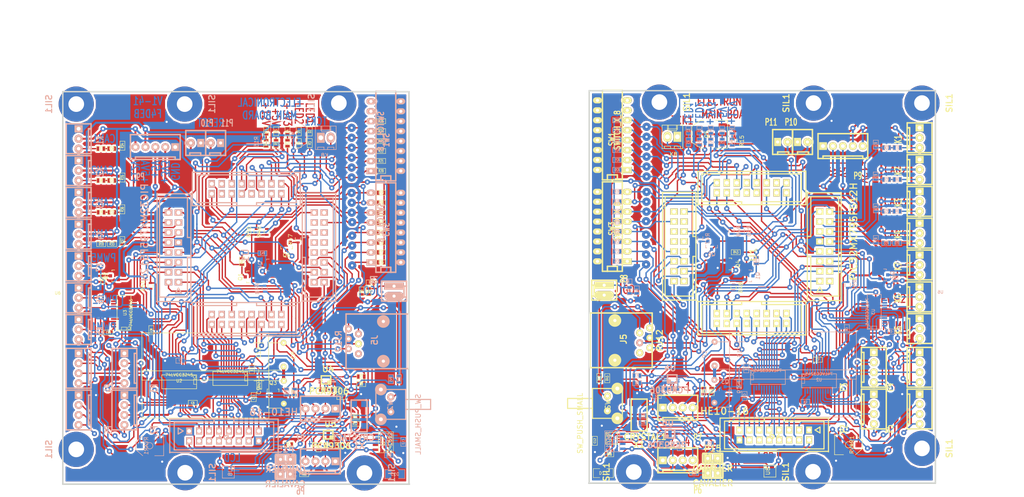
<source format=kicad_pcb>
(kicad_pcb (version 4) (host pcbnew 4.0.6)
  (title_block (title ELECTRONICAL_MAIN_BOARD_32) (date 2016-06-19) (rev "V 1-41") (company "CYBERNETIQUE EN NORD") (comment 1 F4DEB))
  (layers (0 Dessus signal) (31 Dessous signal) (34 B.Paste user) (35 F.Paste user) (36 B.SilkS user) (37 F.SilkS user) (38 B.Mask user) (39 F.Mask user) (44 Edge.Cuts user))
  (net 0 "")
  (net 1 +12V)
  (net 2 +5V)
  (net 3 /5vto3v3/BE)
  (net 4 /5vto3v3/BRS)
  (net 5 /5vto3v3/BRW)
  (net 6 /5vto3v3/CONTRASTE)
  (net 7 /5vto3v3/D0)
  (net 8 /5vto3v3/D1)
  (net 9 /5vto3v3/D2)
  (net 10 /5vto3v3/D3)
  (net 11 /5vto3v3/D4)
  (net 12 /5vto3v3/D5)
  (net 13 /5vto3v3/D6)
  (net 14 /5vto3v3/D7)
  (net 15 /5vto3v3/E)
  (net 16 /5vto3v3/OC1)
  (net 17 /5vto3v3/OC1-5V)
  (net 18 /5vto3v3/OC2)
  (net 19 /5vto3v3/OC2-5V)
  (net 20 /5vto3v3/OC5)
  (net 21 /5vto3v3/OC5-5V)
  (net 22 /5vto3v3/RS)
  (net 23 /5vto3v3/RW)
  (net 24 /5vto3v3/SCL1)
  (net 25 /5vto3v3/SCL1-5V)
  (net 26 /5vto3v3/SCL4)
  (net 27 /5vto3v3/SCL4-5V)
  (net 28 /5vto3v3/SDA1)
  (net 29 /5vto3v3/SDA1-5V)
  (net 30 /5vto3v3/SDA4)
  (net 31 /5vto3v3/SDA4-5V)
  (net 32 /5vto3v3/U1RX)
  (net 33 /5vto3v3/U1RX-5V)
  (net 34 /5vto3v3/U1TX)
  (net 35 /5vto3v3/U1TX-5V)
  (net 36 /5vto3v3/U2RX)
  (net 37 /5vto3v3/U2RX-5V)
  (net 38 /5vto3v3/U2TX)
  (net 39 /5vto3v3/U2TX-5V)
  (net 40 /5vto3v3/U5RX)
  (net 41 /5vto3v3/U5RX-5V)
  (net 42 /5vto3v3/U5TX)
  (net 43 /5vto3v3/U5TX-5V)
  (net 44 /5vto3v3/U6RX)
  (net 45 /5vto3v3/U6RX-5V)
  (net 46 /5vto3v3/U6TX)
  (net 47 /5vto3v3/U6TX-5V)
  (net 48 /BD0)
  (net 49 /BD1)
  (net 50 /BD2)
  (net 51 /BD3)
  (net 52 /BD4)
  (net 53 /BD5)
  (net 54 /BD6)
  (net 55 /BD7)
  (net 56 /PIC32/CAN1)
  (net 57 /PIC32/CAN2)
  (net 58 /PIC32/CAN3)
  (net 59 /PIC32/CAN4)
  (net 60 /PIC32/GO)
  (net 61 /PIC32/LED1)
  (net 62 /PIC32/LED2)
  (net 63 /PIC32/PGEC1)
  (net 64 /PIC32/PGED1)
  (net 65 /PIC32/RST)
  (net 66 /PIC32/SW0)
  (net 67 /PIC32/SW1)
  (net 68 /PIC32/SW10)
  (net 69 /PIC32/SW11)
  (net 70 /PIC32/SW12)
  (net 71 /PIC32/SW13)
  (net 72 /PIC32/SW2)
  (net 73 /PIC32/SW3)
  (net 74 /PIC32/SW4)
  (net 75 /PIC32/SW5)
  (net 76 /PIC32/SW6)
  (net 77 /PIC32/SW7)
  (net 78 /PIC32/SW8)
  (net 79 /PIC32/SW9)
  (net 80 GND)
  (net 81 +3V3)
  (net 82 "Net-(C13-Pad2)")
  (net 83 "Net-(C12-Pad1)")
  (net 84 "Net-(C13-Pad1)")
  (net 85 "Net-(D3-Pad1)")
  (net 86 "Net-(D4-Pad1)")
  (net 87 "Net-(D5-Pad2)")
  (net 88 "Net-(D7-Pad2)")
  (net 89 "Net-(D8-Pad2)")
  (net 90 "Net-(D9-Pad2)")
  (net 91 "Net-(D10-Pad2)")
  (net 92 "Net-(D11-Pad1)")
  (net 93 "Net-(D12-Pad2)")
  (net 94 "Net-(D13-Pad2)")
  (net 95 "Net-(J1-Pad1)")
  (net 96 "Net-(J2-Pad1)")
  (net 97 "Net-(J3-Pad1)")
  (net 98 "Net-(J4-Pad1)")
  (net 99 "Net-(J5-Pad6)")
  (net 100 "Net-(J6-Pad1)")
  (net 101 "Net-(J7-Pad1)")
  (net 102 +5VA)
  (net 103 "Net-(P14-Pad1)")
  (net 104 "Net-(P15-Pad1)")
  (net 105 "Net-(Q3-Pad3)")
  (net 106 "Net-(Q6-Pad1)")
  (net 107 "Net-(Q5-Pad1)")
  (net 108 "Net-(R30-Pad2)")
  (net 109 "Net-(R31-Pad2)")
  (net 110 "Net-(R32-Pad2)")
  (net 111 "Net-(R33-Pad2)")
  (net 112 "Net-(R38-Pad2)")
  (net 113 "Net-(R39-Pad2)")
  (net 114 "Net-(R45-Pad2)")
  (net 115 "Net-(SW1-Pad7)")
  (net 116 "Net-(SW1-Pad8)")
  (net 117 "Net-(U1-Pad34)")
  (net 118 "Net-(U1-Pad35)")
  (net 119 "Net-(U1-Pad38)")
  (net 120 "Net-(U1-Pad41)")
  (net 121 /PIC32/T1CK)
  (net 122 "Net-(U1-Pad25)")
  (net 123 "Net-(U1-Pad26)")
  (net 124 "Net-(U1-Pad19)")
  (net 125 "Net-(U1-Pad20)")
  (net 126 "Net-(U1-Pad57)")
  (net 127 "Net-(U1-Pad56)")
  (net 128 "Net-(U2-Pad9)")
  (net 129 "Net-(U2-Pad15)")
  (net 130 "Net-(U2-Pad23)")
  (net 131 "Net-(U3-Pad7)")
  (net 132 "Net-(U3-Pad8)")
  (net 133 "Net-(U3-Pad9)")
  (net 134 "Net-(U3-Pad10)")
  (net 135 "Net-(U3-Pad14)")
  (net 136 "Net-(U3-Pad15)")
  (net 137 "Net-(U3-Pad16)")
  (net 138 "Net-(U3-Pad17)")
  (net 139 "Net-(U3-Pad23)")
  (net 140 "Net-(U6-Pad23)")
  (net 141 "Net-(U7-Pad7)")
  (net 142 "Net-(U9-Pad1)")
  (net 143 "Net-(U9-Pad3)")
  (net 144 "Net-(U9-Pad7)")
  (net 145 /PIC32/RETROLCD)
  (net 146 "Net-(U1-Pad40)")
  (net 147 "Net-(U1-Pad39)")
  (module TO_SOT_Packages_SMD:SOT-23 (layer Dessus) (at 93.0275 131.0005)
    (fp_text reference Q3 (at 0 -2.25) (layer F.SilkS))
    (fp_text value BSS123)
    (pad 1 smd rect (at -0.95 1.00076) (size 0.8001 0.8001) (layers Dessus F.Paste F.Mask) (net 23 /5vto3v3/RW))
    (pad 2 smd rect (at 0.95 1.00076) (size 0.8001 0.8001) (layers Dessus F.Paste F.Mask) (net 80 GND))
    (pad 3 smd rect (at 0 -0.99822) (size 0.8001 0.8001) (layers Dessus F.Paste F.Mask) (net 105 "Net-(Q3-Pad3)"))
  )
  (module TO_SOT_Packages_SMD:SOT-23 (layer Dessus) (at 52.5145 101.4095 90)
    (fp_text reference Q2 (at 0 -2.25 90) (layer F.SilkS))
    (fp_text value BSS123)
    (pad 1 smd rect (at -0.95 1.00076 90) (size 0.8001 0.8001) (layers Dessus F.Paste F.Mask) (net 20 /5vto3v3/OC5))
    (pad 2 smd rect (at 0.95 1.00076 90) (size 0.8001 0.8001) (layers Dessus F.Paste F.Mask) (net 80 GND))
    (pad 3 smd rect (at 0 -0.99822 90) (size 0.8001 0.8001) (layers Dessus F.Paste F.Mask) (net 21 /5vto3v3/OC5-5V))
  )
  (module TO_SOT_Packages_SMD:SOT-23 (layer Dessus) (at 86.9315 101.6635 90)
    (fp_text reference Q1 (at 0 -2.25 90) (layer F.SilkS))
    (fp_text value BSS123)
    (pad 1 smd rect (at -0.95 1.00076 90) (size 0.8001 0.8001) (layers Dessus F.Paste F.Mask) (net 18 /5vto3v3/OC2))
    (pad 2 smd rect (at 0.95 1.00076 90) (size 0.8001 0.8001) (layers Dessus F.Paste F.Mask) (net 80 GND))
    (pad 3 smd rect (at 0 -0.99822 90) (size 0.8001 0.8001) (layers Dessus F.Paste F.Mask) (net 19 /5vto3v3/OC2-5V))
  )
  (module C-10F (layer Dessus) (at 91.9607 125.6919 270)
    (fp_text reference C9 (at 5.08 2.54 270) (layer F.SilkS))
    (fp_text value CP (at 5.715 -6.35 270) (layer F.SilkS))
    (pad 1 thru_hole circle (at 2.54 -3.81 270) (size 1.5 1.5) (drill 0.6) (layers *.Cu *.Mask F.SilkS) (net 82 "Net-(C13-Pad2)"))
    (pad 2 thru_hole circle (at 8.382 -3.81 270) (size 1.5 1.5) (drill 0.6) (layers *.Cu *.Mask F.SilkS) (net 80 GND))
  )
  (module SM0603_Capa (layer Dessus) (at 88.0745 132.3975 90)
    (fp_text reference C11 (at 0 0 90) (layer F.SilkS) (effects (font (size 0.508 0.4572) (thickness 0.1143))))
    (fp_text value 100n hide)
    (pad 1 smd rect (at -0.762 0 90) (size 0.635 1.143) (layers Dessus F.Paste F.Mask) (net 2 +5V))
    (pad 2 smd rect (at 0.762 0 90) (size 0.635 1.143) (layers Dessus F.Paste F.Mask) (net 80 GND))
  )
  (module SM0603_Capa (layer Dessus) (at 50.9905 115.9129 180)
    (fp_text reference C10 (at 0 0 180) (layer F.SilkS) (effects (font (size 0.508 0.4572) (thickness 0.1143))))
    (fp_text value 100n hide)
    (pad 1 smd rect (at -0.762 0 180) (size 0.635 1.143) (layers Dessus F.Paste F.Mask) (net 2 +5V))
    (pad 2 smd rect (at 0.762 0 180) (size 0.635 1.143) (layers Dessus F.Paste F.Mask) (net 80 GND))
  )
  (module SM0603_Capa (layer Dessus) (at 61.94298 115.28298 90)
    (fp_text reference C8 (at 0 0 90) (layer F.SilkS) (effects (font (size 0.508 0.4572) (thickness 0.1143))))
    (fp_text value 100n hide)
    (pad 1 smd rect (at -0.762 0 90) (size 0.635 1.143) (layers Dessus F.Paste F.Mask) (net 81 +3V3))
    (pad 2 smd rect (at 0.762 0 90) (size 0.635 1.143) (layers Dessus F.Paste F.Mask) (net 80 GND))
  )
  (module SM0603_Capa (layer Dessous) (at 69.37248 123.09348 180)
    (fp_text reference C7 (at 0 0 180) (layer B.SilkS) (effects (font (size 0.508 0.4572) (thickness 0.1143)) (justify mirror)))
    (fp_text value 100n hide)
    (pad 1 smd rect (at -0.762 0 180) (size 0.635 1.143) (layers Dessous B.Paste B.Mask) (net 81 +3V3))
    (pad 2 smd rect (at 0.762 0 180) (size 0.635 1.143) (layers Dessous B.Paste B.Mask) (net 80 GND))
  )
  (module SM0603 (layer Dessus) (at 99.59848 64.48298 90)
    (fp_text reference D1 (at 0 0 90) (layer F.SilkS) (effects (font (size 0.7112 0.4572) (thickness 0.1143))))
    (fp_text value LED hide)
    (pad 1 smd rect (at -0.762 0 90) (size 0.635 1.143) (layers Dessus F.Paste F.Mask) (net 62 /PIC32/LED2))
    (pad 2 smd rect (at 0.762 0 90) (size 0.635 1.143) (layers Dessus F.Paste F.Mask) (net 80 GND))
  )
  (module SM0603 (layer Dessus) (at 102.39248 64.48298 90)
    (fp_text reference D2 (at 0 0 90) (layer F.SilkS) (effects (font (size 0.7112 0.4572) (thickness 0.1143))))
    (fp_text value LED hide)
    (pad 1 smd rect (at -0.762 0 90) (size 0.635 1.143) (layers Dessus F.Paste F.Mask) (net 61 /PIC32/LED1))
    (pad 2 smd rect (at 0.762 0 90) (size 0.635 1.143) (layers Dessus F.Paste F.Mask) (net 80 GND))
  )
  (module SM0603 (layer Dessus) (at 93.7895 64.4525 90)
    (fp_text reference D3 (at 0 0 90) (layer F.SilkS) (effects (font (size 0.7112 0.4572) (thickness 0.1143))))
    (fp_text value LED hide)
    (pad 1 smd rect (at -0.762 0 90) (size 0.635 1.143) (layers Dessus F.Paste F.Mask) (net 85 "Net-(D3-Pad1)"))
    (pad 2 smd rect (at 0.762 0 90) (size 0.635 1.143) (layers Dessus F.Paste F.Mask) (net 80 GND))
  )
  (module SM0603 (layer Dessus) (at 96.7105 64.4525 90)
    (fp_text reference D4 (at 0 0 90) (layer F.SilkS) (effects (font (size 0.7112 0.4572) (thickness 0.1143))))
    (fp_text value LED hide)
    (pad 1 smd rect (at -0.762 0 90) (size 0.635 1.143) (layers Dessus F.Paste F.Mask) (net 86 "Net-(D4-Pad1)"))
    (pad 2 smd rect (at 0.762 0 90) (size 0.635 1.143) (layers Dessus F.Paste F.Mask) (net 80 GND))
  )
  (module SM0603 (layer Dessus) (at 117.44198 105.37698 270)
    (fp_text reference D5 (at 0 0 270) (layer F.SilkS) (effects (font (size 0.7112 0.4572) (thickness 0.1143))))
    (fp_text value LED hide)
    (pad 1 smd rect (at -0.762 0 270) (size 0.635 1.143) (layers Dessus F.Paste F.Mask) (net 60 /PIC32/GO))
    (pad 2 smd rect (at 0.762 0 270) (size 0.635 1.143) (layers Dessus F.Paste F.Mask) (net 87 "Net-(D5-Pad2)"))
  )
  (module SM0603_Capa (layer Dessus) (at 110.0455 144.7165 180)
    (fp_text reference C1 (at 0 0 180) (layer F.SilkS) (effects (font (size 0.508 0.4572) (thickness 0.1143))))
    (fp_text value 100n hide)
    (pad 1 smd rect (at -0.762 0 180) (size 0.635 1.143) (layers Dessus F.Paste F.Mask) (net 81 +3V3))
    (pad 2 smd rect (at 0.762 0 180) (size 0.635 1.143) (layers Dessus F.Paste F.Mask) (net 80 GND))
  )
  (module SM0603_Capa (layer Dessus) (at 110.45698 132.36448 180)
    (fp_text reference C2 (at 0 0 180) (layer F.SilkS) (effects (font (size 0.508 0.4572) (thickness 0.1143))))
    (fp_text value 100n hide)
    (pad 1 smd rect (at -0.762 0 180) (size 0.635 1.143) (layers Dessus F.Paste F.Mask) (net 81 +3V3))
    (pad 2 smd rect (at 0.762 0 180) (size 0.635 1.143) (layers Dessus F.Paste F.Mask) (net 80 GND))
  )
  (module SM0603_Capa (layer Dessus) (at 107.15498 144.68348)
    (fp_text reference C4 (at 0 0) (layer F.SilkS) (effects (font (size 0.508 0.4572) (thickness 0.1143))))
    (fp_text value 100n hide)
    (pad 1 smd rect (at -0.762 0) (size 0.635 1.143) (layers Dessus F.Paste F.Mask) (net 2 +5V))
    (pad 2 smd rect (at 0.762 0) (size 0.635 1.143) (layers Dessus F.Paste F.Mask) (net 80 GND))
  )
  (module SM0603_Capa (layer Dessus) (at 72.5297 133.8707 180)
    (fp_text reference C5 (at 0 0 180) (layer F.SilkS) (effects (font (size 0.508 0.4572) (thickness 0.1143))))
    (fp_text value 100n hide)
    (pad 1 smd rect (at -0.762 0 180) (size 0.635 1.143) (layers Dessus F.Paste F.Mask) (net 2 +5V))
    (pad 2 smd rect (at 0.762 0 180) (size 0.635 1.143) (layers Dessus F.Paste F.Mask) (net 80 GND))
  )
  (module SM0603_Capa (layer Dessus) (at 87.63 125.2855 270)
    (fp_text reference C3 (at 0 0 270) (layer F.SilkS) (effects (font (size 0.508 0.4572) (thickness 0.1143))))
    (fp_text value 100n hide)
    (pad 1 smd rect (at -0.762 0 270) (size 0.635 1.143) (layers Dessus F.Paste F.Mask) (net 81 +3V3))
    (pad 2 smd rect (at 0.762 0 270) (size 0.635 1.143) (layers Dessus F.Paste F.Mask) (net 80 GND))
  )
  (module SM0603_Capa (layer Dessus) (at 108.9533 130.4417)
    (fp_text reference C6 (at 0 0) (layer F.SilkS) (effects (font (size 0.508 0.4572) (thickness 0.1143))))
    (fp_text value 100n hide)
    (pad 1 smd rect (at -0.762 0) (size 0.635 1.143) (layers Dessus F.Paste F.Mask) (net 2 +5V))
    (pad 2 smd rect (at 0.762 0) (size 0.635 1.143) (layers Dessus F.Paste F.Mask) (net 80 GND))
  )
  (module SM0603_Resistor (layer Dessus) (at 115.53698 127.15748 180)
    (fp_text reference R7 (at 0 0 180) (layer F.SilkS) (effects (font (size 0.7112 0.4572) (thickness 0.1143))))
    (fp_text value 2.1k hide)
    (pad 1 smd rect (at -0.762 0 180) (size 0.635 1.143) (layers Dessus F.Paste F.Mask) (net 81 +3V3))
    (pad 2 smd rect (at 0.762 0 180) (size 0.635 1.143) (layers Dessus F.Paste F.Mask) (net 28 /5vto3v3/SDA1))
  )
  (module SM0603_Resistor (layer Dessus) (at 115.53698 129.06248 180)
    (fp_text reference R8 (at 0 0 180) (layer F.SilkS) (effects (font (size 0.7112 0.4572) (thickness 0.1143))))
    (fp_text value 2.1k hide)
    (pad 1 smd rect (at -0.762 0 180) (size 0.635 1.143) (layers Dessus F.Paste F.Mask) (net 81 +3V3))
    (pad 2 smd rect (at 0.762 0 180) (size 0.635 1.143) (layers Dessus F.Paste F.Mask) (net 24 /5vto3v3/SCL1))
  )
  (module SM0603_Resistor (layer Dessus) (at 96.7105 67.5005 90)
    (fp_text reference R2 (at 0 0 90) (layer F.SilkS) (effects (font (size 0.7112 0.4572) (thickness 0.1143))))
    (fp_text value 330 hide)
    (pad 1 smd rect (at -0.762 0 90) (size 0.635 1.143) (layers Dessus F.Paste F.Mask) (net 81 +3V3))
    (pad 2 smd rect (at 0.762 0 90) (size 0.635 1.143) (layers Dessus F.Paste F.Mask) (net 86 "Net-(D4-Pad1)"))
  )
  (module SM0603_Resistor (layer Dessus) (at 93.7895 67.5005 90)
    (fp_text reference R1 (at 0 0 90) (layer F.SilkS) (effects (font (size 0.7112 0.4572) (thickness 0.1143))))
    (fp_text value 1k hide)
    (pad 1 smd rect (at -0.762 0 90) (size 0.635 1.143) (layers Dessus F.Paste F.Mask) (net 2 +5V))
    (pad 2 smd rect (at 0.762 0 90) (size 0.635 1.143) (layers Dessus F.Paste F.Mask) (net 85 "Net-(D3-Pad1)"))
  )
  (module SM0603_Resistor (layer Dessus) (at 113.9825 139.192 180)
    (fp_text reference R12 (at 0 0 180) (layer F.SilkS) (effects (font (size 0.7112 0.4572) (thickness 0.1143))))
    (fp_text value 2.1k hide)
    (pad 1 smd rect (at -0.762 0 180) (size 0.635 1.143) (layers Dessus F.Paste F.Mask) (net 81 +3V3))
    (pad 2 smd rect (at 0.762 0 180) (size 0.635 1.143) (layers Dessus F.Paste F.Mask) (net 26 /5vto3v3/SCL4))
  )
  (module SM0603_Resistor (layer Dessus) (at 113.9825 137.414 180)
    (fp_text reference R11 (at 0 0 180) (layer F.SilkS) (effects (font (size 0.7112 0.4572) (thickness 0.1143))))
    (fp_text value 2.1k hide)
    (pad 1 smd rect (at -0.762 0 180) (size 0.635 1.143) (layers Dessus F.Paste F.Mask) (net 81 +3V3))
    (pad 2 smd rect (at 0.762 0 180) (size 0.635 1.143) (layers Dessus F.Paste F.Mask) (net 30 /5vto3v3/SDA4))
  )
  (module SM0603_Resistor (layer Dessous) (at 98.4885 131.1275 90)
    (fp_text reference R9 (at 0 0 90) (layer B.SilkS) (effects (font (size 0.7112 0.4572) (thickness 0.1143)) (justify mirror)))
    (fp_text value 1k hide)
    (pad 1 smd rect (at -0.762 0 90) (size 0.635 1.143) (layers Dessous B.Paste B.Mask) (net 2 +5V))
    (pad 2 smd rect (at 0.762 0 90) (size 0.635 1.143) (layers Dessous B.Paste B.Mask) (net 25 /5vto3v3/SCL1-5V))
  )
  (module SM0603_Resistor (layer Dessous) (at 96.4565 131.1275 90)
    (fp_text reference R10 (at 0 0 90) (layer B.SilkS) (effects (font (size 0.7112 0.4572) (thickness 0.1143)) (justify mirror)))
    (fp_text value 1k hide)
    (pad 1 smd rect (at -0.762 0 90) (size 0.635 1.143) (layers Dessous B.Paste B.Mask) (net 2 +5V))
    (pad 2 smd rect (at 0.762 0 90) (size 0.635 1.143) (layers Dessous B.Paste B.Mask) (net 29 /5vto3v3/SDA1-5V))
  )
  (module SM0603_Resistor (layer Dessus) (at 97.0153 144.5133)
    (fp_text reference R14 (at 0 0) (layer F.SilkS) (effects (font (size 0.7112 0.4572) (thickness 0.1143))))
    (fp_text value 1k hide)
    (pad 1 smd rect (at -0.762 0) (size 0.635 1.143) (layers Dessus F.Paste F.Mask) (net 104 "Net-(P15-Pad1)"))
    (pad 2 smd rect (at 0.762 0) (size 0.635 1.143) (layers Dessus F.Paste F.Mask) (net 31 /5vto3v3/SDA4-5V))
  )
  (module SM0603_Resistor (layer Dessus) (at 100.9523 152.0825)
    (fp_text reference R13 (at 0 0) (layer F.SilkS) (effects (font (size 0.7112 0.4572) (thickness 0.1143))))
    (fp_text value 1k hide)
    (pad 1 smd rect (at -0.762 0) (size 0.635 1.143) (layers Dessus F.Paste F.Mask) (net 103 "Net-(P14-Pad1)"))
    (pad 2 smd rect (at 0.762 0) (size 0.635 1.143) (layers Dessus F.Paste F.Mask) (net 27 /5vto3v3/SCL4-5V))
  )
  (module SM0603_Resistor (layer Dessus) (at 115.60048 105.37698 90)
    (fp_text reference R6 (at 0 0 90) (layer F.SilkS) (effects (font (size 0.7112 0.4572) (thickness 0.1143))))
    (fp_text value 330 hide)
    (pad 1 smd rect (at -0.762 0 90) (size 0.635 1.143) (layers Dessus F.Paste F.Mask) (net 87 "Net-(D5-Pad2)"))
    (pad 2 smd rect (at 0.762 0 90) (size 0.635 1.143) (layers Dessus F.Paste F.Mask) (net 80 GND))
  )
  (module SM0603_Resistor (layer Dessus) (at 102.39248 67.46748 90)
    (fp_text reference R3 (at 0 0 90) (layer F.SilkS) (effects (font (size 0.7112 0.4572) (thickness 0.1143))))
    (fp_text value 330 hide)
    (pad 1 smd rect (at -0.762 0 90) (size 0.635 1.143) (layers Dessus F.Paste F.Mask) (net 64 /PIC32/PGED1))
    (pad 2 smd rect (at 0.762 0 90) (size 0.635 1.143) (layers Dessus F.Paste F.Mask) (net 61 /PIC32/LED1))
  )
  (module SM0603_Resistor (layer Dessus) (at 120.61698 87.78748 180)
    (fp_text reference R16 (at 0 0 180) (layer F.SilkS) (effects (font (size 0.7112 0.4572) (thickness 0.1143))))
    (fp_text value 10K hide)
    (pad 1 smd rect (at -0.762 0 180) (size 0.635 1.143) (layers Dessus F.Paste F.Mask) (net 81 +3V3))
    (pad 2 smd rect (at 0.762 0 180) (size 0.635 1.143) (layers Dessus F.Paste F.Mask) (net 74 /PIC32/SW4))
  )
  (module SM0603_Resistor (layer Dessus) (at 120.61698 85.24748 180)
    (fp_text reference R17 (at 0 0 180) (layer F.SilkS) (effects (font (size 0.7112 0.4572) (thickness 0.1143))))
    (fp_text value 10K hide)
    (pad 1 smd rect (at -0.762 0 180) (size 0.635 1.143) (layers Dessus F.Paste F.Mask) (net 81 +3V3))
    (pad 2 smd rect (at 0.762 0 180) (size 0.635 1.143) (layers Dessus F.Paste F.Mask) (net 75 /PIC32/SW5))
  )
  (module SM0603_Resistor (layer Dessus) (at 120.61698 82.70748 180)
    (fp_text reference R18 (at 0 0 180) (layer F.SilkS) (effects (font (size 0.7112 0.4572) (thickness 0.1143))))
    (fp_text value 10K hide)
    (pad 1 smd rect (at -0.762 0 180) (size 0.635 1.143) (layers Dessus F.Paste F.Mask) (net 81 +3V3))
    (pad 2 smd rect (at 0.762 0 180) (size 0.635 1.143) (layers Dessus F.Paste F.Mask) (net 76 /PIC32/SW6))
  )
  (module SM0603_Resistor (layer Dessus) (at 120.61698 80.16748 180)
    (fp_text reference R19 (at 0 0 180) (layer F.SilkS) (effects (font (size 0.7112 0.4572) (thickness 0.1143))))
    (fp_text value 10K hide)
    (pad 1 smd rect (at -0.762 0 180) (size 0.635 1.143) (layers Dessus F.Paste F.Mask) (net 81 +3V3))
    (pad 2 smd rect (at 0.762 0 180) (size 0.635 1.143) (layers Dessus F.Paste F.Mask) (net 77 /PIC32/SW7))
  )
  (module SM0603_Resistor (layer Dessus) (at 120.61698 74.57948 180)
    (fp_text reference R20 (at 0 0 180) (layer F.SilkS) (effects (font (size 0.7112 0.4572) (thickness 0.1143))))
    (fp_text value 10K hide)
    (pad 1 smd rect (at -0.762 0 180) (size 0.635 1.143) (layers Dessus F.Paste F.Mask) (net 81 +3V3))
    (pad 2 smd rect (at 0.762 0 180) (size 0.635 1.143) (layers Dessus F.Paste F.Mask) (net 78 /PIC32/SW8))
  )
  (module SM0603_Resistor (layer Dessus) (at 117.94998 103.09098 180)
    (fp_text reference R5 (at 0 0 180) (layer F.SilkS) (effects (font (size 0.7112 0.4572) (thickness 0.1143))))
    (fp_text value 10K hide)
    (pad 1 smd rect (at -0.762 0 180) (size 0.635 1.143) (layers Dessus F.Paste F.Mask) (net 60 /PIC32/GO))
    (pad 2 smd rect (at 0.762 0 180) (size 0.635 1.143) (layers Dessus F.Paste F.Mask) (net 80 GND))
  )
  (module SM0603_Resistor (layer Dessus) (at 120.61698 69.49948 180)
    (fp_text reference R22 (at 0 0 180) (layer F.SilkS) (effects (font (size 0.7112 0.4572) (thickness 0.1143))))
    (fp_text value 10K hide)
    (pad 1 smd rect (at -0.762 0 180) (size 0.635 1.143) (layers Dessus F.Paste F.Mask) (net 81 +3V3))
    (pad 2 smd rect (at 0.762 0 180) (size 0.635 1.143) (layers Dessus F.Paste F.Mask) (net 68 /PIC32/SW10))
  )
  (module SM0603_Resistor (layer Dessus) (at 120.61698 66.95948 180)
    (fp_text reference R23 (at 0 0 180) (layer F.SilkS) (effects (font (size 0.7112 0.4572) (thickness 0.1143))))
    (fp_text value 10K hide)
    (pad 1 smd rect (at -0.762 0 180) (size 0.635 1.143) (layers Dessus F.Paste F.Mask) (net 81 +3V3))
    (pad 2 smd rect (at 0.762 0 180) (size 0.635 1.143) (layers Dessus F.Paste F.Mask) (net 69 /PIC32/SW11))
  )
  (module SM0603_Resistor (layer Dessus) (at 120.61698 64.41948 180)
    (fp_text reference R24 (at 0 0 180) (layer F.SilkS) (effects (font (size 0.7112 0.4572) (thickness 0.1143))))
    (fp_text value 10K hide)
    (pad 1 smd rect (at -0.762 0 180) (size 0.635 1.143) (layers Dessus F.Paste F.Mask) (net 81 +3V3))
    (pad 2 smd rect (at 0.762 0 180) (size 0.635 1.143) (layers Dessus F.Paste F.Mask) (net 70 /PIC32/SW12))
  )
  (module SM0603_Resistor (layer Dessus) (at 120.61698 61.87948 180)
    (fp_text reference R25 (at 0 0 180) (layer F.SilkS) (effects (font (size 0.7112 0.4572) (thickness 0.1143))))
    (fp_text value 10K hide)
    (pad 1 smd rect (at -0.762 0 180) (size 0.635 1.143) (layers Dessus F.Paste F.Mask) (net 81 +3V3))
    (pad 2 smd rect (at 0.762 0 180) (size 0.635 1.143) (layers Dessus F.Paste F.Mask) (net 71 /PIC32/SW13))
  )
  (module SM0603_Resistor (layer Dessus) (at 120.61698 97.94748 180)
    (fp_text reference R26 (at 0 0 180) (layer F.SilkS) (effects (font (size 0.7112 0.4572) (thickness 0.1143))))
    (fp_text value 10K hide)
    (pad 1 smd rect (at -0.762 0 180) (size 0.635 1.143) (layers Dessus F.Paste F.Mask) (net 81 +3V3))
    (pad 2 smd rect (at 0.762 0 180) (size 0.635 1.143) (layers Dessus F.Paste F.Mask) (net 66 /PIC32/SW0))
  )
  (module SM0603_Resistor (layer Dessus) (at 120.61698 95.40748 180)
    (fp_text reference R27 (at 0 0 180) (layer F.SilkS) (effects (font (size 0.7112 0.4572) (thickness 0.1143))))
    (fp_text value 10K hide)
    (pad 1 smd rect (at -0.762 0 180) (size 0.635 1.143) (layers Dessus F.Paste F.Mask) (net 81 +3V3))
    (pad 2 smd rect (at 0.762 0 180) (size 0.635 1.143) (layers Dessus F.Paste F.Mask) (net 67 /PIC32/SW1))
  )
  (module SM0603_Resistor (layer Dessus) (at 120.61698 92.86748 180)
    (fp_text reference R28 (at 0 0 180) (layer F.SilkS) (effects (font (size 0.7112 0.4572) (thickness 0.1143))))
    (fp_text value 10K hide)
    (pad 1 smd rect (at -0.762 0 180) (size 0.635 1.143) (layers Dessus F.Paste F.Mask) (net 81 +3V3))
    (pad 2 smd rect (at 0.762 0 180) (size 0.635 1.143) (layers Dessus F.Paste F.Mask) (net 72 /PIC32/SW2))
  )
  (module SM0603_Resistor (layer Dessus) (at 120.61698 90.32748 180)
    (fp_text reference R29 (at 0 0 180) (layer F.SilkS) (effects (font (size 0.7112 0.4572) (thickness 0.1143))))
    (fp_text value 10K hide)
    (pad 1 smd rect (at -0.762 0 180) (size 0.635 1.143) (layers Dessus F.Paste F.Mask) (net 81 +3V3))
    (pad 2 smd rect (at 0.762 0 180) (size 0.635 1.143) (layers Dessus F.Paste F.Mask) (net 73 /PIC32/SW3))
  )
  (module SM0603_Resistor (layer Dessus) (at 99.59848 67.46748 90)
    (fp_text reference R4 (at 0 0 90) (layer F.SilkS) (effects (font (size 0.7112 0.4572) (thickness 0.1143))))
    (fp_text value 330 hide)
    (pad 1 smd rect (at -0.762 0 90) (size 0.635 1.143) (layers Dessus F.Paste F.Mask) (net 63 /PIC32/PGEC1))
    (pad 2 smd rect (at 0.762 0 90) (size 0.635 1.143) (layers Dessus F.Paste F.Mask) (net 62 /PIC32/LED2))
  )
  (module SM0603_Resistor (layer Dessus) (at 120.61698 72.03948 180)
    (fp_text reference R21 (at 0 0 180) (layer F.SilkS) (effects (font (size 0.7112 0.4572) (thickness 0.1143))))
    (fp_text value 10K hide)
    (pad 1 smd rect (at -0.762 0 180) (size 0.635 1.143) (layers Dessus F.Paste F.Mask) (net 81 +3V3))
    (pad 2 smd rect (at 0.762 0 180) (size 0.635 1.143) (layers Dessus F.Paste F.Mask) (net 79 /PIC32/SW9))
  )
  (module SSOP24 (layer Dessus) (at 82.1055 127.635 180)
    (fp_text reference U6 (at 44.069 21.844 180) (layer F.SilkS) (effects (font (size 0.762 0.762) (thickness 0.127))))
    (fp_text value 74LVCC3245 (at 0 1.778 180) (layer F.SilkS) (effects (font (size 0.762 0.762) (thickness 0.127))))
    (pad 1 smd rect (at -3.556 2.667 180) (size 0.4064 1.27) (layers Dessus F.Paste F.Mask) (net 81 +3V3))
    (pad 2 smd rect (at -2.921 2.667 180) (size 0.4064 1.27) (layers Dessus F.Paste F.Mask) (net 105 "Net-(Q3-Pad3)"))
    (pad 3 smd rect (at -2.2606 2.667 180) (size 0.4064 1.27) (layers Dessus F.Paste F.Mask) (net 14 /5vto3v3/D7))
    (pad 4 smd rect (at -1.6002 2.667 180) (size 0.4064 1.27) (layers Dessus F.Paste F.Mask) (net 13 /5vto3v3/D6))
    (pad 5 smd rect (at -0.9652 2.667 180) (size 0.4064 1.27) (layers Dessus F.Paste F.Mask) (net 12 /5vto3v3/D5))
    (pad 6 smd rect (at -0.3048 2.667 180) (size 0.4064 1.27) (layers Dessus F.Paste F.Mask) (net 7 /5vto3v3/D0))
    (pad 7 smd rect (at 0.3556 2.667 180) (size 0.4064 1.27) (layers Dessus F.Paste F.Mask) (net 9 /5vto3v3/D2))
    (pad 8 smd rect (at 0.9906 2.667 180) (size 0.4064 1.27) (layers Dessus F.Paste F.Mask) (net 8 /5vto3v3/D1))
    (pad 9 smd rect (at 1.651 2.667 180) (size 0.4064 1.27) (layers Dessus F.Paste F.Mask) (net 11 /5vto3v3/D4))
    (pad 10 smd rect (at 2.286 2.667 180) (size 0.4064 1.27) (layers Dessus F.Paste F.Mask) (net 10 /5vto3v3/D3))
    (pad 11 smd rect (at 2.9464 2.667 180) (size 0.4064 1.27) (layers Dessus F.Paste F.Mask) (net 80 GND))
    (pad 12 smd rect (at 3.6068 2.667 180) (size 0.4064 1.27) (layers Dessus F.Paste F.Mask) (net 80 GND))
    (pad 13 smd rect (at 3.6322 -2.667 180) (size 0.4064 1.27) (layers Dessus F.Paste F.Mask) (net 80 GND))
    (pad 14 smd rect (at 2.9464 -2.667 180) (size 0.4064 1.27) (layers Dessus F.Paste F.Mask) (net 51 /BD3))
    (pad 15 smd rect (at 2.286 -2.667 180) (size 0.4064 1.27) (layers Dessus F.Paste F.Mask) (net 52 /BD4))
    (pad 16 smd rect (at 1.651 -2.667 180) (size 0.4064 1.27) (layers Dessus F.Paste F.Mask) (net 49 /BD1))
    (pad 17 smd rect (at 0.9906 -2.667 180) (size 0.4064 1.27) (layers Dessus F.Paste F.Mask) (net 50 /BD2))
    (pad 18 smd rect (at 0.3556 -2.667 180) (size 0.4064 1.27) (layers Dessus F.Paste F.Mask) (net 48 /BD0))
    (pad 19 smd rect (at -0.3048 -2.667 180) (size 0.4064 1.27) (layers Dessus F.Paste F.Mask) (net 53 /BD5))
    (pad 20 smd rect (at -0.9652 -2.667 180) (size 0.4064 1.27) (layers Dessus F.Paste F.Mask) (net 54 /BD6))
    (pad 21 smd rect (at -1.6002 -2.667 180) (size 0.4064 1.27) (layers Dessus F.Paste F.Mask) (net 55 /BD7))
    (pad 22 smd rect (at -2.2606 -2.667 180) (size 0.4064 1.27) (layers Dessus F.Paste F.Mask) (net 80 GND))
    (pad 23 smd rect (at -2.921 -2.667 180) (size 0.4064 1.27) (layers Dessus F.Paste F.Mask) (net 140 "Net-(U6-Pad23)"))
    (pad 24 smd rect (at -3.556 -2.667 180) (size 0.4064 1.27) (layers Dessus F.Paste F.Mask) (net 2 +5V))
  )
  (module SSOP24 (layer Dessus) (at 54.95798 110.83798 90)
    (fp_text reference U3 (at 0 0.254 90) (layer F.SilkS) (effects (font (size 0.762 0.762) (thickness 0.127))))
    (fp_text value 74LVCC3245 (at 0 1.778 90) (layer F.SilkS) (effects (font (size 0.762 0.762) (thickness 0.127))))
    (pad 1 smd rect (at -3.556 2.667 90) (size 0.4064 1.27) (layers Dessus F.Paste F.Mask) (net 81 +3V3))
    (pad 2 smd rect (at -2.921 2.667 90) (size 0.4064 1.27) (layers Dessus F.Paste F.Mask) (net 80 GND))
    (pad 3 smd rect (at -2.2606 2.667 90) (size 0.4064 1.27) (layers Dessus F.Paste F.Mask) (net 32 /5vto3v3/U1RX))
    (pad 4 smd rect (at -1.6002 2.667 90) (size 0.4064 1.27) (layers Dessus F.Paste F.Mask) (net 36 /5vto3v3/U2RX))
    (pad 5 smd rect (at -0.9652 2.667 90) (size 0.4064 1.27) (layers Dessus F.Paste F.Mask) (net 40 /5vto3v3/U5RX))
    (pad 6 smd rect (at -0.3048 2.667 90) (size 0.4064 1.27) (layers Dessus F.Paste F.Mask) (net 44 /5vto3v3/U6RX))
    (pad 7 smd rect (at 0.3556 2.667 90) (size 0.4064 1.27) (layers Dessus F.Paste F.Mask) (net 131 "Net-(U3-Pad7)"))
    (pad 8 smd rect (at 0.9906 2.667 90) (size 0.4064 1.27) (layers Dessus F.Paste F.Mask) (net 132 "Net-(U3-Pad8)"))
    (pad 9 smd rect (at 1.651 2.667 90) (size 0.4064 1.27) (layers Dessus F.Paste F.Mask) (net 133 "Net-(U3-Pad9)"))
    (pad 10 smd rect (at 2.286 2.667 90) (size 0.4064 1.27) (layers Dessus F.Paste F.Mask) (net 134 "Net-(U3-Pad10)"))
    (pad 11 smd rect (at 2.9464 2.667 90) (size 0.4064 1.27) (layers Dessus F.Paste F.Mask) (net 80 GND))
    (pad 12 smd rect (at 3.6068 2.667 90) (size 0.4064 1.27) (layers Dessus F.Paste F.Mask) (net 80 GND))
    (pad 13 smd rect (at 3.6322 -2.667 90) (size 0.4064 1.27) (layers Dessus F.Paste F.Mask) (net 80 GND))
    (pad 14 smd rect (at 2.9464 -2.667 90) (size 0.4064 1.27) (layers Dessus F.Paste F.Mask) (net 135 "Net-(U3-Pad14)"))
    (pad 15 smd rect (at 2.286 -2.667 90) (size 0.4064 1.27) (layers Dessus F.Paste F.Mask) (net 136 "Net-(U3-Pad15)"))
    (pad 16 smd rect (at 1.651 -2.667 90) (size 0.4064 1.27) (layers Dessus F.Paste F.Mask) (net 137 "Net-(U3-Pad16)"))
    (pad 17 smd rect (at 0.9906 -2.667 90) (size 0.4064 1.27) (layers Dessus F.Paste F.Mask) (net 138 "Net-(U3-Pad17)"))
    (pad 18 smd rect (at 0.3556 -2.667 90) (size 0.4064 1.27) (layers Dessus F.Paste F.Mask) (net 45 /5vto3v3/U6RX-5V))
    (pad 19 smd rect (at -0.3048 -2.667 90) (size 0.4064 1.27) (layers Dessus F.Paste F.Mask) (net 41 /5vto3v3/U5RX-5V))
    (pad 20 smd rect (at -0.9652 -2.667 90) (size 0.4064 1.27) (layers Dessus F.Paste F.Mask) (net 37 /5vto3v3/U2RX-5V))
    (pad 21 smd rect (at -1.6002 -2.667 90) (size 0.4064 1.27) (layers Dessus F.Paste F.Mask) (net 33 /5vto3v3/U1RX-5V))
    (pad 22 smd rect (at -2.2606 -2.667 90) (size 0.4064 1.27) (layers Dessus F.Paste F.Mask) (net 80 GND))
    (pad 23 smd rect (at -2.921 -2.667 90) (size 0.4064 1.27) (layers Dessus F.Paste F.Mask) (net 139 "Net-(U3-Pad23)"))
    (pad 24 smd rect (at -3.556 -2.667 90) (size 0.4064 1.27) (layers Dessus F.Paste F.Mask) (net 2 +5V))
  )
  (module SSOP24 (layer Dessus) (at 69.05498 128.49098 180)
    (fp_text reference U2 (at 0 0.254 180) (layer F.SilkS) (effects (font (size 0.762 0.762) (thickness 0.127))))
    (fp_text value 74LVCC3245 (at 0 1.778 180) (layer F.SilkS) (effects (font (size 0.762 0.762) (thickness 0.127))))
    (pad 1 smd rect (at -3.556 2.667 180) (size 0.4064 1.27) (layers Dessus F.Paste F.Mask) (net 81 +3V3))
    (pad 2 smd rect (at -2.921 2.667 180) (size 0.4064 1.27) (layers Dessus F.Paste F.Mask) (net 81 +3V3))
    (pad 3 smd rect (at -2.2606 2.667 180) (size 0.4064 1.27) (layers Dessus F.Paste F.Mask) (net 23 /5vto3v3/RW))
    (pad 4 smd rect (at -1.6002 2.667 180) (size 0.4064 1.27) (layers Dessus F.Paste F.Mask) (net 22 /5vto3v3/RS))
    (pad 5 smd rect (at -0.9652 2.667 180) (size 0.4064 1.27) (layers Dessus F.Paste F.Mask) (net 15 /5vto3v3/E))
    (pad 6 smd rect (at -0.3048 2.667 180) (size 0.4064 1.27) (layers Dessus F.Paste F.Mask) (net 34 /5vto3v3/U1TX))
    (pad 7 smd rect (at 0.3556 2.667 180) (size 0.4064 1.27) (layers Dessus F.Paste F.Mask) (net 38 /5vto3v3/U2TX))
    (pad 8 smd rect (at 0.9906 2.667 180) (size 0.4064 1.27) (layers Dessus F.Paste F.Mask) (net 42 /5vto3v3/U5TX))
    (pad 9 smd rect (at 1.651 2.667 180) (size 0.4064 1.27) (layers Dessus F.Paste F.Mask) (net 128 "Net-(U2-Pad9)"))
    (pad 10 smd rect (at 2.286 2.667 180) (size 0.4064 1.27) (layers Dessus F.Paste F.Mask) (net 46 /5vto3v3/U6TX))
    (pad 11 smd rect (at 2.9464 2.667 180) (size 0.4064 1.27) (layers Dessus F.Paste F.Mask) (net 80 GND))
    (pad 12 smd rect (at 3.6068 2.667 180) (size 0.4064 1.27) (layers Dessus F.Paste F.Mask) (net 80 GND))
    (pad 13 smd rect (at 3.6322 -2.667 180) (size 0.4064 1.27) (layers Dessus F.Paste F.Mask) (net 80 GND))
    (pad 14 smd rect (at 2.9464 -2.667 180) (size 0.4064 1.27) (layers Dessus F.Paste F.Mask) (net 47 /5vto3v3/U6TX-5V))
    (pad 15 smd rect (at 2.286 -2.667 180) (size 0.4064 1.27) (layers Dessus F.Paste F.Mask) (net 129 "Net-(U2-Pad15)"))
    (pad 16 smd rect (at 1.651 -2.667 180) (size 0.4064 1.27) (layers Dessus F.Paste F.Mask) (net 43 /5vto3v3/U5TX-5V))
    (pad 17 smd rect (at 0.9906 -2.667 180) (size 0.4064 1.27) (layers Dessus F.Paste F.Mask) (net 39 /5vto3v3/U2TX-5V))
    (pad 18 smd rect (at 0.3556 -2.667 180) (size 0.4064 1.27) (layers Dessus F.Paste F.Mask) (net 35 /5vto3v3/U1TX-5V))
    (pad 19 smd rect (at -0.3048 -2.667 180) (size 0.4064 1.27) (layers Dessus F.Paste F.Mask) (net 3 /5vto3v3/BE))
    (pad 20 smd rect (at -0.9652 -2.667 180) (size 0.4064 1.27) (layers Dessus F.Paste F.Mask) (net 4 /5vto3v3/BRS))
    (pad 21 smd rect (at -1.6002 -2.667 180) (size 0.4064 1.27) (layers Dessus F.Paste F.Mask) (net 5 /5vto3v3/BRW))
    (pad 22 smd rect (at -2.2606 -2.667 180) (size 0.4064 1.27) (layers Dessus F.Paste F.Mask) (net 80 GND))
    (pad 23 smd rect (at -2.921 -2.667 180) (size 0.4064 1.27) (layers Dessus F.Paste F.Mask) (net 130 "Net-(U2-Pad23)"))
    (pad 24 smd rect (at -3.556 -2.667 180) (size 0.4064 1.27) (layers Dessus F.Paste F.Mask) (net 2 +5V))
  )
  (module SW (layer Dessous) (at 123.09348 138.07948 90)
    (fp_text reference SW2 (at 4.191 -0.127 90) (layer B.SilkS) (effects (font (size 1.27 1.27) (thickness 0.2032)) (justify mirror)))
    (fp_text value SW_PUSH_SMALL (at -1.27 6.985 90) (layer B.SilkS) (effects (font (size 1.27 1.27) (thickness 0.2032)) (justify mirror)))
    (pad 1 thru_hole circle (at 1.905 0 90) (size 1.80086 1.80086) (drill 0.8001) (layers *.Cu *.Mask B.SilkS) (net 80 GND))
    (pad 2 thru_hole circle (at 5.715 0 90) (size 1.80086 1.80086) (drill 0.8001) (layers *.Cu *.Mask B.SilkS) (net 65 /PIC32/RST))
    (pad 3 thru_hole circle (at 0 -2.54 90) (size 2.99974 2.99974) (drill 1.00076) (layers *.Cu *.Mask B.SilkS) (net 80 GND))
    (pad 4 thru_hole oval (at 7.62 -2.54 90) (size 2.99974 2.99974) (drill 1.00076) (layers *.Cu *.Mask B.SilkS) (net 80 GND))
  )
  (module DIP-16__300_ELL (layer Dessous) (at 121.82348 89.05748 90)
    (fp_text reference SW3 (at -0.508 0.127 90) (layer B.SilkS) (effects (font (size 1.524 1.143) (thickness 0.28702)) (justify mirror)))
    (fp_text value SWITCH_X_8 (at 1.27 -1.27 90) (layer B.SilkS) (effects (font (size 1.524 1.143) (thickness 0.28702)) (justify mirror)))
    (pad 1 thru_hole rect (at -8.89 -3.81 90) (size 1.5748 2.286) (drill 0.8128) (layers *.Cu *.Mask B.SilkS) (net 66 /PIC32/SW0))
    (pad 2 thru_hole oval (at -6.35 -3.81 90) (size 1.5748 2.286) (drill 0.8128) (layers *.Cu *.Mask B.SilkS) (net 67 /PIC32/SW1))
    (pad 3 thru_hole oval (at -3.81 -3.81 90) (size 1.5748 2.286) (drill 0.8128) (layers *.Cu *.Mask B.SilkS) (net 72 /PIC32/SW2))
    (pad 4 thru_hole oval (at -1.27 -3.81 90) (size 1.5748 2.286) (drill 0.8128) (layers *.Cu *.Mask B.SilkS) (net 73 /PIC32/SW3))
    (pad 5 thru_hole oval (at 1.27 -3.81 90) (size 1.5748 2.286) (drill 0.8128) (layers *.Cu *.Mask B.SilkS) (net 74 /PIC32/SW4))
    (pad 6 thru_hole oval (at 3.81 -3.81 90) (size 1.5748 2.286) (drill 0.8128) (layers *.Cu *.Mask B.SilkS) (net 75 /PIC32/SW5))
    (pad 7 thru_hole oval (at 6.35 -3.81 90) (size 1.5748 2.286) (drill 0.8128) (layers *.Cu *.Mask B.SilkS) (net 76 /PIC32/SW6))
    (pad 8 thru_hole oval (at 8.89 -3.81 90) (size 1.5748 2.286) (drill 0.8128) (layers *.Cu *.Mask B.SilkS) (net 77 /PIC32/SW7))
    (pad 9 thru_hole oval (at 8.89 3.81 90) (size 1.5748 2.286) (drill 0.8128) (layers *.Cu *.Mask B.SilkS) (net 80 GND))
    (pad 10 thru_hole oval (at 6.35 3.81 90) (size 1.5748 2.286) (drill 0.8128) (layers *.Cu *.Mask B.SilkS) (net 80 GND))
    (pad 11 thru_hole oval (at 3.81 3.81 90) (size 1.5748 2.286) (drill 0.8128) (layers *.Cu *.Mask B.SilkS) (net 80 GND))
    (pad 12 thru_hole oval (at 1.27 3.81 90) (size 1.5748 2.286) (drill 0.8128) (layers *.Cu *.Mask B.SilkS) (net 80 GND))
    (pad 13 thru_hole oval (at -1.27 3.81 90) (size 1.5748 2.286) (drill 0.8128) (layers *.Cu *.Mask B.SilkS) (net 80 GND))
    (pad 14 thru_hole oval (at -3.81 3.81 90) (size 1.5748 2.286) (drill 0.8128) (layers *.Cu *.Mask B.SilkS) (net 80 GND))
    (pad 15 thru_hole oval (at -6.35 3.81 90) (size 1.5748 2.286) (drill 0.8128) (layers *.Cu *.Mask B.SilkS) (net 80 GND))
    (pad 16 thru_hole oval (at -8.89 3.81 90) (size 1.5748 2.286) (drill 0.8128) (layers *.Cu *.Mask B.SilkS) (net 80 GND))
  )
  (module DIP-16__300_ELL (layer Dessous) (at 121.82348 65.68948 90)
    (fp_text reference SW1 (at -1.016 0.127 90) (layer B.SilkS) (effects (font (size 1.524 1.143) (thickness 0.28702)) (justify mirror)))
    (fp_text value SWITCH_X_8 (at 1.27 -1.27 90) (layer B.SilkS) (effects (font (size 1.524 1.143) (thickness 0.28702)) (justify mirror)))
    (pad 1 thru_hole rect (at -8.89 -3.81 90) (size 1.5748 2.286) (drill 0.8128) (layers *.Cu *.Mask B.SilkS) (net 78 /PIC32/SW8))
    (pad 2 thru_hole oval (at -6.35 -3.81 90) (size 1.5748 2.286) (drill 0.8128) (layers *.Cu *.Mask B.SilkS) (net 79 /PIC32/SW9))
    (pad 3 thru_hole oval (at -3.81 -3.81 90) (size 1.5748 2.286) (drill 0.8128) (layers *.Cu *.Mask B.SilkS) (net 68 /PIC32/SW10))
    (pad 4 thru_hole oval (at -1.27 -3.81 90) (size 1.5748 2.286) (drill 0.8128) (layers *.Cu *.Mask B.SilkS) (net 69 /PIC32/SW11))
    (pad 5 thru_hole oval (at 1.27 -3.81 90) (size 1.5748 2.286) (drill 0.8128) (layers *.Cu *.Mask B.SilkS) (net 70 /PIC32/SW12))
    (pad 6 thru_hole oval (at 3.81 -3.81 90) (size 1.5748 2.286) (drill 0.8128) (layers *.Cu *.Mask B.SilkS) (net 71 /PIC32/SW13))
    (pad 7 thru_hole oval (at 6.35 -3.81 90) (size 1.5748 2.286) (drill 0.8128) (layers *.Cu *.Mask B.SilkS) (net 115 "Net-(SW1-Pad7)"))
    (pad 8 thru_hole oval (at 8.89 -3.81 90) (size 1.5748 2.286) (drill 0.8128) (layers *.Cu *.Mask B.SilkS) (net 116 "Net-(SW1-Pad8)"))
    (pad 9 thru_hole oval (at 8.89 3.81 90) (size 1.5748 2.286) (drill 0.8128) (layers *.Cu *.Mask B.SilkS) (net 80 GND))
    (pad 10 thru_hole oval (at 6.35 3.81 90) (size 1.5748 2.286) (drill 0.8128) (layers *.Cu *.Mask B.SilkS) (net 80 GND))
    (pad 11 thru_hole oval (at 3.81 3.81 90) (size 1.5748 2.286) (drill 0.8128) (layers *.Cu *.Mask B.SilkS) (net 80 GND))
    (pad 12 thru_hole oval (at 1.27 3.81 90) (size 1.5748 2.286) (drill 0.8128) (layers *.Cu *.Mask B.SilkS) (net 80 GND))
    (pad 13 thru_hole oval (at -1.27 3.81 90) (size 1.5748 2.286) (drill 0.8128) (layers *.Cu *.Mask B.SilkS) (net 80 GND))
    (pad 14 thru_hole oval (at -3.81 3.81 90) (size 1.5748 2.286) (drill 0.8128) (layers *.Cu *.Mask B.SilkS) (net 80 GND))
    (pad 15 thru_hole oval (at -6.35 3.81 90) (size 1.5748 2.286) (drill 0.8128) (layers *.Cu *.Mask B.SilkS) (net 80 GND))
    (pad 16 thru_hole oval (at -8.89 3.81 90) (size 1.5748 2.286) (drill 0.8128) (layers *.Cu *.Mask B.SilkS) (net 80 GND))
  )
  (module SM0603_Resistor (layer Dessus) (at 51.8287 68.8975)
    (fp_text reference R30 (at 0 0) (layer F.SilkS) (effects (font (size 0.7112 0.4572) (thickness 0.1143))))
    (fp_text value 3.2k hide)
    (pad 1 smd rect (at -0.762 0) (size 0.635 1.143) (layers Dessus F.Paste F.Mask) (net 88 "Net-(D7-Pad2)"))
    (pad 2 smd rect (at 0.762 0) (size 0.635 1.143) (layers Dessus F.Paste F.Mask) (net 108 "Net-(R30-Pad2)"))
  )
  (module SM0603_Resistor (layer Dessus) (at 51.8541 77.0255)
    (fp_text reference R31 (at 0 0) (layer F.SilkS) (effects (font (size 0.7112 0.4572) (thickness 0.1143))))
    (fp_text value 3.2k hide)
    (pad 1 smd rect (at -0.762 0) (size 0.635 1.143) (layers Dessus F.Paste F.Mask) (net 89 "Net-(D8-Pad2)"))
    (pad 2 smd rect (at 0.762 0) (size 0.635 1.143) (layers Dessus F.Paste F.Mask) (net 109 "Net-(R31-Pad2)"))
  )
  (module SM0603_Resistor (layer Dessus) (at 51.8795 85.1535)
    (fp_text reference R32 (at 0 0) (layer F.SilkS) (effects (font (size 0.7112 0.4572) (thickness 0.1143))))
    (fp_text value 3.2k hide)
    (pad 1 smd rect (at -0.762 0) (size 0.635 1.143) (layers Dessus F.Paste F.Mask) (net 90 "Net-(D9-Pad2)"))
    (pad 2 smd rect (at 0.762 0) (size 0.635 1.143) (layers Dessus F.Paste F.Mask) (net 110 "Net-(R32-Pad2)"))
  )
  (module SM0603_Resistor (layer Dessus) (at 51.8795 93.2815)
    (fp_text reference R33 (at 0 0) (layer F.SilkS) (effects (font (size 0.7112 0.4572) (thickness 0.1143))))
    (fp_text value 3.2k hide)
    (pad 1 smd rect (at -0.762 0) (size 0.635 1.143) (layers Dessus F.Paste F.Mask) (net 91 "Net-(D10-Pad2)"))
    (pad 2 smd rect (at 0.762 0) (size 0.635 1.143) (layers Dessus F.Paste F.Mask) (net 111 "Net-(R33-Pad2)"))
  )
  (module SM0603_Resistor (layer Dessus) (at 54.5465 68.1355 90)
    (fp_text reference R34 (at 0 0 90) (layer F.SilkS) (effects (font (size 0.7112 0.4572) (thickness 0.1143))))
    (fp_text value 1.5k hide)
    (pad 1 smd rect (at -0.762 0 90) (size 0.635 1.143) (layers Dessus F.Paste F.Mask) (net 108 "Net-(R30-Pad2)"))
    (pad 2 smd rect (at 0.762 0 90) (size 0.635 1.143) (layers Dessus F.Paste F.Mask) (net 80 GND))
  )
  (module SM0603_Resistor (layer Dessus) (at 54.5465 76.2635 90)
    (fp_text reference R35 (at 0 0 90) (layer F.SilkS) (effects (font (size 0.7112 0.4572) (thickness 0.1143))))
    (fp_text value 1.5k hide)
    (pad 1 smd rect (at -0.762 0 90) (size 0.635 1.143) (layers Dessus F.Paste F.Mask) (net 109 "Net-(R31-Pad2)"))
    (pad 2 smd rect (at 0.762 0 90) (size 0.635 1.143) (layers Dessus F.Paste F.Mask) (net 80 GND))
  )
  (module SM0603_Resistor (layer Dessus) (at 54.5211 84.3915 90)
    (fp_text reference R36 (at 0 0 90) (layer F.SilkS) (effects (font (size 0.7112 0.4572) (thickness 0.1143))))
    (fp_text value 1.5k hide)
    (pad 1 smd rect (at -0.762 0 90) (size 0.635 1.143) (layers Dessus F.Paste F.Mask) (net 110 "Net-(R32-Pad2)"))
    (pad 2 smd rect (at 0.762 0 90) (size 0.635 1.143) (layers Dessus F.Paste F.Mask) (net 80 GND))
  )
  (module SM0603_Resistor (layer Dessus) (at 54.5211 92.5195 90)
    (fp_text reference R37 (at 0 0 90) (layer F.SilkS) (effects (font (size 0.7112 0.4572) (thickness 0.1143))))
    (fp_text value 1.5k hide)
    (pad 1 smd rect (at -0.762 0 90) (size 0.635 1.143) (layers Dessus F.Paste F.Mask) (net 111 "Net-(R33-Pad2)"))
    (pad 2 smd rect (at 0.762 0 90) (size 0.635 1.143) (layers Dessus F.Paste F.Mask) (net 80 GND))
  )
  (module SM0603 (layer Dessus) (at 49.0601 68.8975)
    (fp_text reference D7 (at 0 0) (layer F.SilkS) (effects (font (size 0.7112 0.4572) (thickness 0.1143))))
    (fp_text value LED hide)
    (pad 1 smd rect (at -0.762 0) (size 0.635 1.143) (layers Dessus F.Paste F.Mask) (net 56 /PIC32/CAN1))
    (pad 2 smd rect (at 0.762 0) (size 0.635 1.143) (layers Dessus F.Paste F.Mask) (net 88 "Net-(D7-Pad2)"))
  )
  (module SM0603 (layer Dessus) (at 49.0855 77.0255)
    (fp_text reference D8 (at 0 0) (layer F.SilkS) (effects (font (size 0.7112 0.4572) (thickness 0.1143))))
    (fp_text value LED hide)
    (pad 1 smd rect (at -0.762 0) (size 0.635 1.143) (layers Dessus F.Paste F.Mask) (net 57 /PIC32/CAN2))
    (pad 2 smd rect (at 0.762 0) (size 0.635 1.143) (layers Dessus F.Paste F.Mask) (net 89 "Net-(D8-Pad2)"))
  )
  (module SM0603 (layer Dessus) (at 49.1109 85.1535)
    (fp_text reference D9 (at 0 0) (layer F.SilkS) (effects (font (size 0.7112 0.4572) (thickness 0.1143))))
    (fp_text value LED hide)
    (pad 1 smd rect (at -0.762 0) (size 0.635 1.143) (layers Dessus F.Paste F.Mask) (net 58 /PIC32/CAN3))
    (pad 2 smd rect (at 0.762 0) (size 0.635 1.143) (layers Dessus F.Paste F.Mask) (net 90 "Net-(D9-Pad2)"))
  )
  (module SM0603 (layer Dessus) (at 49.1363 93.2815)
    (fp_text reference D10 (at 0 0) (layer F.SilkS) (effects (font (size 0.7112 0.4572) (thickness 0.1143))))
    (fp_text value LED hide)
    (pad 1 smd rect (at -0.762 0) (size 0.635 1.143) (layers Dessus F.Paste F.Mask) (net 59 /PIC32/CAN4))
    (pad 2 smd rect (at 0.762 0) (size 0.635 1.143) (layers Dessus F.Paste F.Mask) (net 91 "Net-(D10-Pad2)"))
  )
  (module SM0603_Resistor (layer Dessus) (at 85.0773 97.7519 270)
    (fp_text reference R40 (at 0 0 270) (layer F.SilkS) (effects (font (size 0.7112 0.4572) (thickness 0.1143))))
    (fp_text value 4.7k hide)
    (pad 1 smd rect (at -0.762 0 270) (size 0.635 1.143) (layers Dessus F.Paste F.Mask) (net 2 +5V))
    (pad 2 smd rect (at 0.762 0 270) (size 0.635 1.143) (layers Dessus F.Paste F.Mask) (net 19 /5vto3v3/OC2-5V))
  )
  (module SM0603_Resistor (layer Dessus) (at 49.5427 102.1715 90)
    (fp_text reference R41 (at 0 0 90) (layer F.SilkS) (effects (font (size 0.7112 0.4572) (thickness 0.1143))))
    (fp_text value 4.7k hide)
    (pad 1 smd rect (at -0.762 0 90) (size 0.635 1.143) (layers Dessus F.Paste F.Mask) (net 2 +5V))
    (pad 2 smd rect (at 0.762 0 90) (size 0.635 1.143) (layers Dessus F.Paste F.Mask) (net 21 /5vto3v3/OC5-5V))
  )
  (module SM0603_Resistor (layer Dessus) (at 89.4715 129.2225 270)
    (fp_text reference R42 (at 0 0 270) (layer F.SilkS) (effects (font (size 0.7112 0.4572) (thickness 0.1143))))
    (fp_text value 4.7k hide)
    (pad 1 smd rect (at -0.762 0 270) (size 0.635 1.143) (layers Dessus F.Paste F.Mask) (net 81 +3V3))
    (pad 2 smd rect (at 0.762 0 270) (size 0.635 1.143) (layers Dessus F.Paste F.Mask) (net 105 "Net-(Q3-Pad3)"))
  )
  (module SM0603 (layer Dessus) (at 105.8799 130.4417 180)
    (fp_text reference R38 (at 0 0 180) (layer F.SilkS) (effects (font (size 0.7112 0.4572) (thickness 0.1143))))
    (fp_text value 220k hide)
    (pad 1 smd rect (at -0.762 0 180) (size 0.635 1.143) (layers Dessus F.Paste F.Mask) (net 2 +5V))
    (pad 2 smd rect (at 0.762 0 180) (size 0.635 1.143) (layers Dessus F.Paste F.Mask) (net 112 "Net-(R38-Pad2)"))
  )
  (module SM0603_Resistor (layer Dessous) (at 90.3097 95.6183)
    (fp_text reference R43 (at 0 0) (layer B.SilkS) (effects (font (size 0.7112 0.4572) (thickness 0.1143)) (justify mirror)))
    (fp_text value 4.7k hide)
    (pad 1 smd rect (at -0.762 0) (size 0.635 1.143) (layers Dessous B.Paste B.Mask) (net 2 +5V))
    (pad 2 smd rect (at 0.762 0) (size 0.635 1.143) (layers Dessous B.Paste B.Mask) (net 17 /5vto3v3/OC1-5V))
  )
  (module SO8E (layer Dessus) (at 121.8565 143.9545 90)
    (fp_text reference U7 (at 0.254 -0.762 90) (layer F.SilkS) (effects (font (size 1.143 1.143) (thickness 0.1524))))
    (fp_text value 24C512 (at 0 1.016 90) (layer F.SilkS) (effects (font (size 0.889 0.889) (thickness 0.1524))))
    (pad 8 smd rect (at -1.905 -2.667 90) (size 0.59944 1.39954) (layers Dessus F.Paste F.Mask) (net 2 +5V))
    (pad 1 smd rect (at -1.905 2.667 90) (size 0.59944 1.39954) (layers Dessus F.Paste F.Mask) (net 80 GND))
    (pad 7 smd rect (at -0.635 -2.667 90) (size 0.59944 1.39954) (layers Dessus F.Paste F.Mask) (net 141 "Net-(U7-Pad7)"))
    (pad 6 smd rect (at 0.635 -2.667 90) (size 0.59944 1.39954) (layers Dessus F.Paste F.Mask) (net 25 /5vto3v3/SCL1-5V))
    (pad 5 smd rect (at 1.905 -2.667 90) (size 0.59944 1.39954) (layers Dessus F.Paste F.Mask) (net 29 /5vto3v3/SDA1-5V))
    (pad 2 smd rect (at -0.635 2.667 90) (size 0.59944 1.39954) (layers Dessus F.Paste F.Mask) (net 80 GND))
    (pad 3 smd rect (at 0.635 2.667 90) (size 0.59944 1.39954) (layers Dessus F.Paste F.Mask) (net 80 GND))
    (pad 4 smd rect (at 1.905 2.667 90) (size 0.59944 1.39954) (layers Dessus F.Paste F.Mask) (net 80 GND))
  )
  (module SM0603_Resistor (layer Dessus) (at 91.2495 67.5005 90)
    (fp_text reference R44 (at 0 0 90) (layer F.SilkS) (effects (font (size 0.7112 0.4572) (thickness 0.1143))))
    (fp_text value 3..3k hide)
    (pad 1 smd rect (at -0.762 0 90) (size 0.635 1.143) (layers Dessus F.Paste F.Mask) (net 1 +12V))
    (pad 2 smd rect (at 0.762 0 90) (size 0.635 1.143) (layers Dessus F.Paste F.Mask) (net 92 "Net-(D11-Pad1)"))
  )
  (module SM0603 (layer Dessus) (at 91.2495 64.4525 90)
    (fp_text reference D11 (at 0 0 90) (layer F.SilkS) (effects (font (size 0.7112 0.4572) (thickness 0.127))))
    (fp_text value LED hide)
    (pad 1 smd rect (at -0.762 0 90) (size 0.635 1.143) (layers Dessus F.Paste F.Mask) (net 92 "Net-(D11-Pad1)"))
    (pad 2 smd rect (at 0.762 0 90) (size 0.635 1.143) (layers Dessus F.Paste F.Mask) (net 80 GND))
  )
  (module SSOP8 (layer Dessous) (at 121.9835 143.1925 270)
    (fp_text reference U9 (at 0 -0.508 270) (layer B.SilkS) (effects (font (size 1.016 1.016) (thickness 0.1524)) (justify mirror)))
    (fp_text value PCF8563 hide)
    (pad 1 smd rect (at -0.9779 -2.2225 270) (size 0.4064 1.27) (layers Dessous B.Paste B.Mask) (net 142 "Net-(U9-Pad1)"))
    (pad 2 smd rect (at -0.3302 -2.2225 270) (size 0.4064 1.27) (layers Dessous B.Paste B.Mask) (net 83 "Net-(C12-Pad1)"))
    (pad 3 smd rect (at 0.3302 -2.2225 270) (size 0.4064 1.27) (layers Dessous B.Paste B.Mask) (net 143 "Net-(U9-Pad3)"))
    (pad 4 smd rect (at 0.9779 -2.2225 270) (size 0.4064 1.27) (layers Dessous B.Paste B.Mask) (net 80 GND))
    (pad 5 smd rect (at 0.9779 2.2225 270) (size 0.4064 1.27) (layers Dessous B.Paste B.Mask) (net 29 /5vto3v3/SDA1-5V))
    (pad 6 smd rect (at 0.3302 2.2225 270) (size 0.4064 1.27) (layers Dessous B.Paste B.Mask) (net 25 /5vto3v3/SCL1-5V))
    (pad 7 smd rect (at -0.3302 2.2225 270) (size 0.4064 1.27) (layers Dessous B.Paste B.Mask) (net 144 "Net-(U9-Pad7)"))
    (pad 8 smd rect (at -0.9779 2.2225 270) (size 0.4064 1.27) (layers Dessous B.Paste B.Mask) (net 94 "Net-(D13-Pad2)"))
  )
  (module SSOP8 (layer Dessous) (at 81.5975 151.5745 270)
    (fp_text reference U8 (at 0 -0.508 270) (layer B.SilkS) (effects (font (size 1.016 1.016) (thickness 0.1524)) (justify mirror)))
    (fp_text value LM75A hide)
    (pad 1 smd rect (at -0.9779 -2.2225 270) (size 0.4064 1.27) (layers Dessous B.Paste B.Mask) (net 29 /5vto3v3/SDA1-5V))
    (pad 2 smd rect (at -0.3302 -2.2225 270) (size 0.4064 1.27) (layers Dessous B.Paste B.Mask) (net 25 /5vto3v3/SCL1-5V))
    (pad 3 smd rect (at 0.3302 -2.2225 270) (size 0.4064 1.27) (layers Dessous B.Paste B.Mask) (net 114 "Net-(R45-Pad2)"))
    (pad 4 smd rect (at 0.9779 -2.2225 270) (size 0.4064 1.27) (layers Dessous B.Paste B.Mask) (net 80 GND))
    (pad 5 smd rect (at 0.9779 2.2225 270) (size 0.4064 1.27) (layers Dessous B.Paste B.Mask) (net 80 GND))
    (pad 6 smd rect (at 0.3302 2.2225 270) (size 0.4064 1.27) (layers Dessous B.Paste B.Mask) (net 80 GND))
    (pad 7 smd rect (at -0.3302 2.2225 270) (size 0.4064 1.27) (layers Dessous B.Paste B.Mask) (net 80 GND))
    (pad 8 smd rect (at -0.9779 2.2225 270) (size 0.4064 1.27) (layers Dessous B.Paste B.Mask) (net 2 +5V))
  )
  (module SM1206 (layer Dessous) (at 124.1425 152.0825)
    (fp_text reference D13 (at 0 0) (layer B.SilkS) (effects (font (size 0.762 0.762) (thickness 0.127)) (justify mirror)))
    (fp_text value DIODESCH hide)
    (pad 1 smd rect (at -1.651 0) (size 1.524 2.032) (layers Dessous B.Paste B.Mask) (net 2 +5V))
    (pad 2 smd rect (at 1.651 0) (size 1.524 2.032) (layers Dessous B.Paste B.Mask) (net 94 "Net-(D13-Pad2)"))
  )
  (module SM0603_Resistor (layer Dessous) (at 123.1265 127.8255 270)
    (fp_text reference R45 (at 0 0 270) (layer B.SilkS) (effects (font (size 0.7112 0.4572) (thickness 0.1143)) (justify mirror)))
    (fp_text value R hide)
    (pad 1 smd rect (at -0.762 0 270) (size 0.635 1.143) (layers Dessous B.Paste B.Mask) (net 93 "Net-(D12-Pad2)"))
    (pad 2 smd rect (at 0.762 0 270) (size 0.635 1.143) (layers Dessous B.Paste B.Mask) (net 114 "Net-(R45-Pad2)"))
  )
  (module SM0603_Resistor (layer Dessous) (at 122.6185 147.2565 180)
    (fp_text reference R46 (at 0 0 180) (layer B.SilkS) (effects (font (size 0.7112 0.4572) (thickness 0.1143)) (justify mirror)))
    (fp_text value R hide)
    (pad 1 smd rect (at -0.762 0 180) (size 0.635 1.143) (layers Dessous B.Paste B.Mask) (net 84 "Net-(C13-Pad1)"))
    (pad 2 smd rect (at 0.762 0 180) (size 0.635 1.143) (layers Dessous B.Paste B.Mask) (net 94 "Net-(D13-Pad2)"))
  )
  (module SM0603_Capa (layer Dessous) (at 126.3015 143.8275 270)
    (fp_text reference C12 (at 0 0 270) (layer B.SilkS) (effects (font (size 0.508 0.4572) (thickness 0.1143)) (justify mirror)))
    (fp_text value C hide)
    (pad 1 smd rect (at -0.762 0 270) (size 0.635 1.143) (layers Dessous B.Paste B.Mask) (net 83 "Net-(C12-Pad1)"))
    (pad 2 smd rect (at 0.762 0 270) (size 0.635 1.143) (layers Dessous B.Paste B.Mask) (net 80 GND))
  )
  (module LFXTAL003000 (layer Dessous) (at 113.4745 139.7635)
    (fp_text reference X1 (at 1.524 5.08) (layer B.SilkS) (effects (font (thickness 0.3048)) (justify mirror)))
    (fp_text value CRYSTAL1 (at 0 3.048) (layer B.SilkS) (effects (font (thickness 0.3048)) (justify mirror)))
    (pad 1 smd rect (at 0 0) (size 2 1.5) (layers Dessous B.Paste B.Mask) (net 83 "Net-(C12-Pad1)"))
    (pad 2 smd rect (at 3.048 0) (size 2 1.5) (layers Dessous B.Paste B.Mask) (net 142 "Net-(U9-Pad1)"))
    (pad 3 smd rect (at 0 -5.588) (size 2 1.524) (layers Dessous B.Paste B.Mask))
    (pad 4 smd rect (at 3.048 -5.588) (size 2 1.524) (layers Dessous B.Paste B.Mask))
  )
  (module SM0603 (layer Dessous) (at 125.1585 127.8255 270)
    (fp_text reference D12 (at 0 0 270) (layer B.SilkS) (effects (font (size 0.7112 0.4572) (thickness 0.127)) (justify mirror)))
    (fp_text value LED hide)
    (pad 1 smd rect (at -0.762 0 270) (size 0.635 1.143) (layers Dessous B.Paste B.Mask) (net 81 +3V3))
    (pad 2 smd rect (at 0.762 0 270) (size 0.635 1.143) (layers Dessous B.Paste B.Mask) (net 93 "Net-(D12-Pad2)"))
  )
  (module C-10F (layer Dessus) (at 91.9099 115.9891 270)
    (fp_text reference C13 (at 5.08 2.54 270) (layer F.SilkS))
    (fp_text value CP (at 5.715 -6.35 270) (layer F.SilkS))
    (pad 1 thru_hole circle (at 2.54 -3.81 270) (size 1.5 1.5) (drill 0.6) (layers *.Cu *.Mask F.SilkS) (net 84 "Net-(C13-Pad1)"))
    (pad 2 thru_hole circle (at 8.636 -3.81 270) (size 1.5 1.5) (drill 0.6) (layers *.Cu *.Mask F.SilkS) (net 82 "Net-(C13-Pad2)"))
  )
  (module SM0603_Resistor (layer Dessus) (at 104.6353 145.2245 90)
    (fp_text reference R39 (at 0 0 90) (layer F.SilkS) (effects (font (size 0.7112 0.4572) (thickness 0.1143))))
    (fp_text value 220k hide)
    (pad 1 smd rect (at -0.762 0 90) (size 0.635 1.143) (layers Dessus F.Paste F.Mask) (net 2 +5V))
    (pad 2 smd rect (at 0.762 0 90) (size 0.635 1.143) (layers Dessus F.Paste F.Mask) (net 113 "Net-(R39-Pad2)"))
  )
  (module KK-4 (layer Dessous) (at 43.3705 128.8415 90)
    (fp_text reference P4 (at -1.27 7.62 90) (layer B.SilkS) (effects (font (size 1.73482 1.08712) (thickness 0.27178)) (justify mirror)))
    (fp_text value CONN_4 hide)
    (pad 1 thru_hole rect (at 7.62 0 90) (size 1.99898 1.99898) (drill 1.00076) (layers *.Cu *.Mask B.SilkS) (net 80 GND))
    (pad 2 thru_hole circle (at 5.08 0 90) (size 1.99898 1.99898) (drill 1.00076) (layers *.Cu *.Mask B.SilkS) (net 43 /5vto3v3/U5TX-5V))
    (pad 3 thru_hole circle (at 2.54 0 90) (size 1.99898 1.99898) (drill 1.00076) (layers *.Cu *.Mask B.SilkS) (net 2 +5V))
    (pad 4 thru_hole circle (at 0 0 90) (size 1.99898 1.99898) (drill 1.00076) (layers *.Cu *.Mask B.SilkS) (net 41 /5vto3v3/U5RX-5V))
  )
  (module KK-4 (layer Dessous) (at 55.0545 128.8415 90)
    (fp_text reference P3 (at -1.27 7.62 90) (layer B.SilkS) (effects (font (size 1.73482 1.08712) (thickness 0.27178)) (justify mirror)))
    (fp_text value CONN_4 hide)
    (pad 1 thru_hole rect (at 7.62 0 90) (size 1.99898 1.99898) (drill 1.00076) (layers *.Cu *.Mask B.SilkS) (net 80 GND))
    (pad 2 thru_hole circle (at 5.08 0 90) (size 1.99898 1.99898) (drill 1.00076) (layers *.Cu *.Mask B.SilkS) (net 39 /5vto3v3/U2TX-5V))
    (pad 3 thru_hole circle (at 2.54 0 90) (size 1.99898 1.99898) (drill 1.00076) (layers *.Cu *.Mask B.SilkS) (net 2 +5V))
    (pad 4 thru_hole circle (at 0 0 90) (size 1.99898 1.99898) (drill 1.00076) (layers *.Cu *.Mask B.SilkS) (net 37 /5vto3v3/U2RX-5V))
  )
  (module KK-4 (layer Dessous) (at 101.31298 135.34898)
    (fp_text reference P7 (at -1.27 7.62) (layer B.SilkS) (effects (font (size 1.73482 1.08712) (thickness 0.27178)) (justify mirror)))
    (fp_text value CONN_4 hide)
    (pad 1 thru_hole rect (at 7.62 0) (size 1.99898 1.99898) (drill 1.00076) (layers *.Cu *.Mask B.SilkS) (net 80 GND))
    (pad 2 thru_hole circle (at 5.08 0) (size 1.99898 1.99898) (drill 1.00076) (layers *.Cu *.Mask B.SilkS) (net 2 +5V))
    (pad 3 thru_hole circle (at 2.54 0) (size 1.99898 1.99898) (drill 1.00076) (layers *.Cu *.Mask B.SilkS) (net 25 /5vto3v3/SCL1-5V))
    (pad 4 thru_hole circle (at 0 0) (size 1.99898 1.99898) (drill 1.00076) (layers *.Cu *.Mask B.SilkS) (net 29 /5vto3v3/SDA1-5V))
  )
  (module KK-4 (layer Dessous) (at 101.31298 148.81098)
    (fp_text reference P6 (at -1.27 7.62) (layer B.SilkS) (effects (font (size 1.73482 1.08712) (thickness 0.27178)) (justify mirror)))
    (fp_text value CONN_4 hide)
    (pad 1 thru_hole rect (at 7.62 0) (size 1.99898 1.99898) (drill 1.00076) (layers *.Cu *.Mask B.SilkS) (net 80 GND))
    (pad 2 thru_hole circle (at 5.08 0) (size 1.99898 1.99898) (drill 1.00076) (layers *.Cu *.Mask B.SilkS) (net 2 +5V))
    (pad 3 thru_hole circle (at 2.54 0) (size 1.99898 1.99898) (drill 1.00076) (layers *.Cu *.Mask B.SilkS) (net 27 /5vto3v3/SCL4-5V))
    (pad 4 thru_hole circle (at 0 0) (size 1.99898 1.99898) (drill 1.00076) (layers *.Cu *.Mask B.SilkS) (net 31 /5vto3v3/SDA4-5V))
  )
  (module KK-4 (layer Dessous) (at 43.3705 139.5095 90)
    (fp_text reference P5 (at -1.27 7.62 90) (layer B.SilkS) (effects (font (size 1.73482 1.08712) (thickness 0.27178)) (justify mirror)))
    (fp_text value CONN_4 hide)
    (pad 1 thru_hole rect (at 7.62 0 90) (size 1.99898 1.99898) (drill 1.00076) (layers *.Cu *.Mask B.SilkS) (net 80 GND))
    (pad 2 thru_hole circle (at 5.08 0 90) (size 1.99898 1.99898) (drill 1.00076) (layers *.Cu *.Mask B.SilkS) (net 47 /5vto3v3/U6TX-5V))
    (pad 3 thru_hole circle (at 2.54 0 90) (size 1.99898 1.99898) (drill 1.00076) (layers *.Cu *.Mask B.SilkS) (net 2 +5V))
    (pad 4 thru_hole circle (at 0 0 90) (size 1.99898 1.99898) (drill 1.00076) (layers *.Cu *.Mask B.SilkS) (net 45 /5vto3v3/U6RX-5V))
  )
  (module KK-4 (layer Dessous) (at 55.0545 139.5095 90)
    (fp_text reference P2 (at -1.27 7.62 90) (layer B.SilkS) (effects (font (size 1.73482 1.08712) (thickness 0.27178)) (justify mirror)))
    (fp_text value CONN_4 hide)
    (pad 1 thru_hole rect (at 7.62 0 90) (size 1.99898 1.99898) (drill 1.00076) (layers *.Cu *.Mask B.SilkS) (net 80 GND))
    (pad 2 thru_hole circle (at 5.08 0 90) (size 1.99898 1.99898) (drill 1.00076) (layers *.Cu *.Mask B.SilkS) (net 35 /5vto3v3/U1TX-5V))
    (pad 3 thru_hole circle (at 2.54 0 90) (size 1.99898 1.99898) (drill 1.00076) (layers *.Cu *.Mask B.SilkS) (net 2 +5V))
    (pad 4 thru_hole circle (at 0 0 90) (size 1.99898 1.99898) (drill 1.00076) (layers *.Cu *.Mask B.SilkS) (net 33 /5vto3v3/U1RX-5V))
  )
  (module KK-3 (layer Dessous) (at 43.3705 101.4095 90)
    (fp_text reference K7 (at 2.159 5.461 90) (layer B.SilkS) (effects (font (size 1.73482 1.08712) (thickness 0.27178)) (justify mirror)))
    (fp_text value CONN_3 hide)
    (pad 1 thru_hole rect (at 5.08 0 90) (size 1.89992 2.10058) (drill 1.00076) (layers *.Cu *.Mask B.SilkS) (net 80 GND))
    (pad 2 thru_hole circle (at 2.54 0 90) (size 2.10058 2.10058) (drill 0.89916) (layers *.Cu *.Mask B.SilkS) (net 102 +5VA))
    (pad 3 thru_hole circle (at 0 0 90) (size 2.10058 2.10058) (drill 0.89916) (layers *.Cu *.Mask B.SilkS) (net 21 /5vto3v3/OC5-5V))
  )
  (module KK-3 (layer Dessous) (at 43.40098 109.56798 90)
    (fp_text reference K6 (at 2.159 5.461 90) (layer B.SilkS) (effects (font (size 1.73482 1.08712) (thickness 0.27178)) (justify mirror)))
    (fp_text value CONN_3 hide)
    (pad 1 thru_hole rect (at 5.08 0 90) (size 1.89992 2.10058) (drill 1.00076) (layers *.Cu *.Mask B.SilkS) (net 80 GND))
    (pad 2 thru_hole circle (at 2.54 0 90) (size 2.10058 2.10058) (drill 0.89916) (layers *.Cu *.Mask B.SilkS) (net 102 +5VA))
    (pad 3 thru_hole circle (at 0 0 90) (size 2.10058 2.10058) (drill 0.89916) (layers *.Cu *.Mask B.SilkS) (net 19 /5vto3v3/OC2-5V))
  )
  (module KK-3 (layer Dessous) (at 43.3705 117.6655 90)
    (fp_text reference K5 (at 2.159 5.461 90) (layer B.SilkS) (effects (font (size 1.73482 1.08712) (thickness 0.27178)) (justify mirror)))
    (fp_text value CONN_3 hide)
    (pad 1 thru_hole rect (at 5.08 0 90) (size 1.89992 2.10058) (drill 1.00076) (layers *.Cu *.Mask B.SilkS) (net 80 GND))
    (pad 2 thru_hole circle (at 2.54 0 90) (size 2.10058 2.10058) (drill 0.89916) (layers *.Cu *.Mask B.SilkS) (net 102 +5VA))
    (pad 3 thru_hole circle (at 0 0 90) (size 2.10058 2.10058) (drill 0.89916) (layers *.Cu *.Mask B.SilkS) (net 17 /5vto3v3/OC1-5V))
  )
  (module KK-3 (layer Dessous) (at 43.3705 68.8975 90)
    (fp_text reference K1 (at 2.159 5.461 90) (layer B.SilkS) (effects (font (size 1.73482 1.08712) (thickness 0.27178)) (justify mirror)))
    (fp_text value CONN_3 hide)
    (pad 1 thru_hole rect (at 5.08 0 90) (size 1.89992 2.10058) (drill 1.00076) (layers *.Cu *.Mask B.SilkS) (net 80 GND))
    (pad 2 thru_hole circle (at 2.54 0 90) (size 2.10058 2.10058) (drill 0.89916) (layers *.Cu *.Mask B.SilkS) (net 1 +12V))
    (pad 3 thru_hole circle (at 0 0 90) (size 2.10058 2.10058) (drill 0.89916) (layers *.Cu *.Mask B.SilkS) (net 56 /PIC32/CAN1))
  )
  (module KK-3 (layer Dessous) (at 43.3705 85.1535 90)
    (fp_text reference K3 (at 2.159 5.461 90) (layer B.SilkS) (effects (font (size 1.73482 1.08712) (thickness 0.27178)) (justify mirror)))
    (fp_text value CONN_3 hide)
    (pad 1 thru_hole rect (at 5.08 0 90) (size 1.89992 2.10058) (drill 1.00076) (layers *.Cu *.Mask B.SilkS) (net 80 GND))
    (pad 2 thru_hole circle (at 2.54 0 90) (size 2.10058 2.10058) (drill 0.89916) (layers *.Cu *.Mask B.SilkS) (net 1 +12V))
    (pad 3 thru_hole circle (at 0 0 90) (size 2.10058 2.10058) (drill 0.89916) (layers *.Cu *.Mask B.SilkS) (net 58 /PIC32/CAN3))
  )
  (module KK-3 (layer Dessous) (at 43.3705 93.2815 90)
    (fp_text reference K4 (at 2.159 5.461 90) (layer B.SilkS) (effects (font (size 1.73482 1.08712) (thickness 0.27178)) (justify mirror)))
    (fp_text value CONN_3 hide)
    (pad 1 thru_hole rect (at 5.08 0 90) (size 1.89992 2.10058) (drill 1.00076) (layers *.Cu *.Mask B.SilkS) (net 80 GND))
    (pad 2 thru_hole circle (at 2.54 0 90) (size 2.10058 2.10058) (drill 0.89916) (layers *.Cu *.Mask B.SilkS) (net 1 +12V))
    (pad 3 thru_hole circle (at 0 0 90) (size 2.10058 2.10058) (drill 0.89916) (layers *.Cu *.Mask B.SilkS) (net 59 /PIC32/CAN4))
  )
  (module KK-3 (layer Dessous) (at 43.3705 77.0255 90)
    (fp_text reference K2 (at 2.159 5.461 90) (layer B.SilkS) (effects (font (size 1.73482 1.08712) (thickness 0.27178)) (justify mirror)))
    (fp_text value CONN_3 hide)
    (pad 1 thru_hole rect (at 5.08 0 90) (size 1.89992 2.10058) (drill 1.00076) (layers *.Cu *.Mask B.SilkS) (net 80 GND))
    (pad 2 thru_hole circle (at 2.54 0 90) (size 2.10058 2.10058) (drill 0.89916) (layers *.Cu *.Mask B.SilkS) (net 1 +12V))
    (pad 3 thru_hole circle (at 0 0 90) (size 2.10058 2.10058) (drill 0.89916) (layers *.Cu *.Mask B.SilkS) (net 57 /PIC32/CAN2))
  )
  (module he10-16d (layer Dessous) (at 80.48498 142.33398)
    (fp_text reference P1 (at -0.254 0.889) (layer B.SilkS) (effects (font (size 1.778 1.778) (thickness 0.3048)) (justify mirror)))
    (fp_text value HE10-16 (at 12.7 -6.096) (layer B.SilkS) (effects (font (size 1.778 1.778) (thickness 0.3048)) (justify mirror)))
    (pad 1 thru_hole rect (at -8.89 -1.27) (size 1.524 1.80086) (drill 1) (layers *.Cu *.Mask B.SilkS) (net 80 GND))
    (pad 2 thru_hole rect (at -8.89 1.27) (size 1.524 1.80086) (drill 1) (layers *.Cu *.Mask B.SilkS) (net 2 +5V))
    (pad 3 thru_hole rect (at -6.35 -1.27) (size 1.524 1.80086) (drill 1) (layers *.Cu *.Mask B.SilkS) (net 6 /5vto3v3/CONTRASTE))
    (pad 4 thru_hole rect (at -6.35 1.27) (size 1.524 1.80086) (drill 1) (layers *.Cu *.Mask B.SilkS) (net 4 /5vto3v3/BRS))
    (pad 5 thru_hole rect (at -3.81 -1.27) (size 1.524 1.80086) (drill 1) (layers *.Cu *.Mask B.SilkS) (net 5 /5vto3v3/BRW))
    (pad 6 thru_hole rect (at -3.81 1.27) (size 1.524 1.80086) (drill 1) (layers *.Cu *.Mask B.SilkS) (net 3 /5vto3v3/BE))
    (pad 7 thru_hole rect (at -1.27 -1.27) (size 1.524 1.80086) (drill 1) (layers *.Cu *.Mask B.SilkS) (net 48 /BD0))
    (pad 8 thru_hole rect (at -1.27 1.27) (size 1.524 1.80086) (drill 1) (layers *.Cu *.Mask B.SilkS) (net 49 /BD1))
    (pad 9 thru_hole rect (at 1.27 -1.27) (size 1.524 1.80086) (drill 1) (layers *.Cu *.Mask B.SilkS) (net 50 /BD2))
    (pad 10 thru_hole rect (at 1.27 1.27) (size 1.524 1.80086) (drill 1) (layers *.Cu *.Mask B.SilkS) (net 51 /BD3))
    (pad 11 thru_hole rect (at 3.81 -1.27) (size 1.524 1.80086) (drill 1) (layers *.Cu *.Mask B.SilkS) (net 52 /BD4))
    (pad 12 thru_hole rect (at 3.81 1.27) (size 1.524 1.80086) (drill 1) (layers *.Cu *.Mask B.SilkS) (net 53 /BD5))
    (pad 13 thru_hole rect (at 6.35 -1.27) (size 1.524 1.80086) (drill 1) (layers *.Cu *.Mask B.SilkS) (net 54 /BD6))
    (pad 14 thru_hole rect (at 6.35 1.27) (size 1.524 1.80086) (drill 1) (layers *.Cu *.Mask B.SilkS) (net 55 /BD7))
    (pad 15 thru_hole rect (at 8.89 -1.27) (size 1.524 1.80086) (drill 1) (layers *.Cu *.Mask B.SilkS) (net 145 /PIC32/RETROLCD))
    (pad 16 thru_hole rect (at 8.89 1.27) (size 1.524 1.80086) (drill 1) (layers *.Cu *.Mask B.SilkS) (net 80 GND))
  )
  (module KK-5 (layer Dessous) (at 60.41898 68.48348)
    (fp_text reference P9 (at -1.27 7.62) (layer B.SilkS) (effects (font (size 1.73482 1.08712) (thickness 0.27178)) (justify mirror)))
    (fp_text value CONN_5 hide)
    (pad 5 thru_hole circle (at -2.54 0) (size 1.99898 1.99898) (drill 1.00076) (layers *.Cu *.Mask B.SilkS) (net 1 +12V))
    (pad 1 thru_hole rect (at 7.62 0) (size 1.99898 1.99898) (drill 1.00076) (layers *.Cu *.Mask B.SilkS) (net 80 GND))
    (pad 2 thru_hole circle (at 5.08 0) (size 1.99898 1.99898) (drill 1.00076) (layers *.Cu *.Mask B.SilkS) (net 81 +3V3))
    (pad 3 thru_hole circle (at 2.54 0) (size 1.99898 1.99898) (drill 1.00076) (layers *.Cu *.Mask B.SilkS) (net 2 +5V))
    (pad 4 thru_hole circle (at 0 0) (size 1.99898 1.99898) (drill 1.00076) (layers *.Cu *.Mask B.SilkS) (net 102 +5VA))
  )
  (module KK-2 (layer Dessous) (at 123.91898 106.58348 90)
    (fp_text reference P8 (at 4.191 -5.08 90) (layer B.SilkS) (effects (font (size 1.73482 1.08712) (thickness 0.27178)) (justify mirror)))
    (fp_text value CONN_2 hide)
    (pad 1 thru_hole rect (at 2.54 0 90) (size 1.80086 5) (drill 0.8001) (layers *.Cu *.Mask B.SilkS) (net 60 /PIC32/GO))
    (pad 2 thru_hole oval (at 0 0 90) (size 2.10058 5) (drill 0.8001) (layers *.Cu *.Mask B.SilkS) (net 81 +3V3))
  )
  (module KK-2 (layer Dessous) (at 72.009 67.437)
    (fp_text reference P10 (at 4.191 -5.08) (layer B.SilkS) (effects (font (size 1.73482 1.08712) (thickness 0.27178)) (justify mirror)))
    (fp_text value CONN_2 hide)
    (pad 1 thru_hole rect (at 2.54 0) (size 1.80086 2.10058) (drill 0.8001) (layers *.Cu *.Mask B.SilkS) (net 80 GND))
    (pad 2 thru_hole circle (at 0 0) (size 2.10058 2.10058) (drill 0.8001) (layers *.Cu *.Mask B.SilkS) (net 65 /PIC32/RST))
  )
  (module KK-2 (layer Dessous) (at 77.089 67.437)
    (fp_text reference P11 (at 4.191 -5.08) (layer B.SilkS) (effects (font (size 1.73482 1.08712) (thickness 0.27178)) (justify mirror)))
    (fp_text value CONN_2 hide)
    (pad 1 thru_hole rect (at 2.54 0) (size 1.80086 2.10058) (drill 0.8001) (layers *.Cu *.Mask B.SilkS) (net 80 GND))
    (pad 2 thru_hole circle (at 0 0) (size 2.10058 2.10058) (drill 0.8001) (layers *.Cu *.Mask B.SilkS) (net 65 /PIC32/RST))
  )
  (module CAVALIER (layer Dessous) (at 97.4725 148.3233 180)
    (fp_text reference P15 (at 1.27 2.54 180) (layer B.SilkS) (effects (font (thickness 0.3048)) (justify mirror)))
    (fp_text value CAVALIER (at 1.27 -2.54 180) (layer B.SilkS) (effects (font (thickness 0.3048)) (justify mirror)))
    (pad 1 thru_hole rect (at 0 0 180) (size 1.99898 1.99898) (drill 0.8001) (layers *.Cu *.Mask B.SilkS) (net 104 "Net-(P15-Pad1)"))
    (pad 2 thru_hole rect (at 2.54 0 180) (size 1.99898 1.99898) (drill 0.8001) (layers *.Cu *.Mask B.SilkS) (net 2 +5V))
  )
  (module CAVALIER (layer Dessous) (at 97.4217 152.0825 180)
    (fp_text reference P14 (at 1.27 2.54 180) (layer B.SilkS) (effects (font (thickness 0.3048)) (justify mirror)))
    (fp_text value CAVALIER (at 1.27 -2.54 180) (layer B.SilkS) (effects (font (thickness 0.3048)) (justify mirror)))
    (pad 1 thru_hole rect (at 0 0 180) (size 1.99898 1.99898) (drill 0.8001) (layers *.Cu *.Mask B.SilkS) (net 103 "Net-(P14-Pad1)"))
    (pad 2 thru_hole rect (at 2.54 0 180) (size 1.99898 1.99898) (drill 0.8001) (layers *.Cu *.Mask B.SilkS) (net 2 +5V))
  )
  (module RJ12_E (layer Dessous) (at 112.29848 118.14048 270)
    (fp_text reference J5 (at -0.3175 -6.6675 270) (layer B.SilkS) (effects (font (thickness 0.3048)) (justify mirror)))
    (fp_text value RJ12 (at 0 2.54 270) (layer B.SilkS) (effects (font (thickness 0.3048)) (justify mirror)))
    (pad 4 thru_hole circle (at 0.635 -2.54 270) (size 1.80086 1.80086) (drill 0.8128) (layers *.Cu *.Mask F.SilkS) (net 64 /PIC32/PGED1))
    (pad 2 thru_hole circle (at -1.905 -2.54 270) (size 1.80086 1.80086) (drill 0.8128) (layers *.Cu *.Mask B.SilkS) (net 81 +3V3))
    (pad 6 thru_hole circle (at 3.175 -2.54 270) (size 1.80086 1.80086) (drill 0.8128) (layers *.Cu *.Mask B.SilkS) (net 99 "Net-(J5-Pad6)"))
    (pad 1 thru_hole circle (at -3.175 0 270) (size 1.80086 1.80086) (drill 0.8128) (layers *.Cu *.Mask B.SilkS) (net 65 /PIC32/RST))
    (pad 3 thru_hole circle (at -0.635 0 270) (size 1.7 1.7) (drill 0.8128) (layers *.Cu *.Mask B.SilkS) (net 80 GND))
    (pad 5 thru_hole circle (at 1.905 0 270) (size 1.7 1.7) (drill 0.8128) (layers *.Cu *.Mask B.SilkS) (net 63 /PIC32/PGEC1))
    (pad 8 thru_hole circle (at 5.08 -8.89 270) (size 3.2512 3.2512) (drill 0.8128) (layers *.Cu *.Mask B.SilkS) (net 80 GND))
    (pad 7 thru_hole circle (at -5.08 -8.89 270) (size 3.2512 3.2512) (drill 0.8128) (layers *.Cu *.Mask B.SilkS) (net 80 GND))
  )
  (module VSSOP-8 (layer Dessus) (at 106.51998 127.98298 180)
    (fp_text reference U4 (at -0.5588 2.7432 180) (layer F.SilkS) (effects (font (thickness 0.3048))))
    (fp_text value PCA9306 (at -0.762 -2.8956 180) (layer F.SilkS) (effects (font (thickness 0.3048))))
    (pad 4 smd rect (at -1.4732 0.762 270) (size 0.24892 1.00076) (layers Dessus F.Paste F.Mask) (net 28 /5vto3v3/SDA1))
    (pad 3 smd rect (at -1.4732 0.254 270) (size 0.24892 1.00076) (layers Dessus F.Paste F.Mask) (net 24 /5vto3v3/SCL1))
    (pad 2 smd rect (at -1.4732 -0.254 270) (size 0.24892 1.00076) (layers Dessus F.Paste F.Mask) (net 81 +3V3))
    (pad 1 smd rect (at -1.4732 -0.762 270) (size 0.24892 1.00076) (layers Dessus F.Paste F.Mask) (net 80 GND))
    (pad 5 smd rect (at 1.4224 0.762 270) (size 0.24892 1.00076) (layers Dessus F.Paste F.Mask) (net 29 /5vto3v3/SDA1-5V))
    (pad 6 smd rect (at 1.4224 0.254 270) (size 0.24892 1.00076) (layers Dessus F.Paste F.Mask) (net 25 /5vto3v3/SCL1-5V))
    (pad 7 smd rect (at 1.4224 -0.254 270) (size 0.24892 1.00076) (layers Dessus F.Paste F.Mask) (net 112 "Net-(R38-Pad2)"))
    (pad 8 smd rect (at 1.4224 -0.762 270) (size 0.24892 1.00076) (layers Dessus F.Paste F.Mask) (net 112 "Net-(R38-Pad2)"))
  )
  (module VSSOP-8 (layer Dessus) (at 107.09148 142.01648 180)
    (fp_text reference U5 (at -0.5588 2.7432 180) (layer F.SilkS) (effects (font (thickness 0.3048))))
    (fp_text value PCA9306 (at -0.762 -2.8956 180) (layer F.SilkS) (effects (font (thickness 0.3048))))
    (pad 4 smd rect (at -1.4732 0.762 270) (size 0.24892 1.00076) (layers Dessus F.Paste F.Mask) (net 30 /5vto3v3/SDA4))
    (pad 3 smd rect (at -1.4732 0.254 270) (size 0.24892 1.00076) (layers Dessus F.Paste F.Mask) (net 26 /5vto3v3/SCL4))
    (pad 2 smd rect (at -1.4732 -0.254 270) (size 0.24892 1.00076) (layers Dessus F.Paste F.Mask) (net 81 +3V3))
    (pad 1 smd rect (at -1.4732 -0.762 270) (size 0.24892 1.00076) (layers Dessus F.Paste F.Mask) (net 80 GND))
    (pad 5 smd rect (at 1.4224 0.762 270) (size 0.24892 1.00076) (layers Dessus F.Paste F.Mask) (net 31 /5vto3v3/SDA4-5V))
    (pad 6 smd rect (at 1.4224 0.254 270) (size 0.24892 1.00076) (layers Dessus F.Paste F.Mask) (net 27 /5vto3v3/SCL4-5V))
    (pad 7 smd rect (at 1.4224 -0.254 270) (size 0.24892 1.00076) (layers Dessus F.Paste F.Mask) (net 113 "Net-(R39-Pad2)"))
    (pad 8 smd rect (at 1.4224 -0.762 270) (size 0.24892 1.00076) (layers Dessus F.Paste F.Mask) (net 113 "Net-(R39-Pad2)"))
  )
  (module COLONETTE (layer Dessous) (at 116.36248 151.79548 90)
    (fp_text reference J3 (at 0 0 90) (layer B.SilkS) (effects (font (thickness 0.3048)) (justify mirror)))
    (fp_text value SIL1 (at 0 6.985 90) (layer B.SilkS) (effects (font (thickness 0.3048)) (justify mirror)))
    (pad 1 thru_hole circle (at 0 0 90) (size 8.99922 8.99922) (drill 4.0005) (layers *.Cu) (net 97 "Net-(J3-Pad1)"))
  )
  (module COLONETTE (layer Dessous) (at 70.57898 151.73198 90)
    (fp_text reference J2 (at 0 0 90) (layer B.SilkS) (effects (font (thickness 0.3048)) (justify mirror)))
    (fp_text value SIL1 (at 0 6.985 90) (layer B.SilkS) (effects (font (thickness 0.3048)) (justify mirror)))
    (pad 1 thru_hole circle (at 0 0 90) (size 8.99922 8.99922) (drill 4.0005) (layers *.Cu) (net 96 "Net-(J2-Pad1)"))
  )
  (module COLONETTE (layer Dessous) (at 70.45198 57.49798 90)
    (fp_text reference J1 (at 0 0 90) (layer B.SilkS) (effects (font (thickness 0.3048)) (justify mirror)))
    (fp_text value SIL1 (at 0 6.985 90) (layer B.SilkS) (effects (font (thickness 0.3048)) (justify mirror)))
    (pad 1 thru_hole circle (at 0 0 90) (size 8.99922 8.99922) (drill 4.0005) (layers *.Cu) (net 95 "Net-(J1-Pad1)"))
  )
  (module COLONETTE (layer Dessous) (at 42.76598 57.49798 270)
    (fp_text reference J4 (at 0 0 270) (layer B.SilkS) (effects (font (thickness 0.3048)) (justify mirror)))
    (fp_text value SIL1 (at 0 6.985 270) (layer B.SilkS) (effects (font (thickness 0.3048)) (justify mirror)))
    (pad 1 thru_hole circle (at 0 0 270) (size 8.99922 8.99922) (drill 4.0005) (layers *.Cu) (net 98 "Net-(J4-Pad1)"))
  )
  (module COLONETTE (layer Dessous) (at 109.82198 57.24398 270)
    (fp_text reference J6 (at 0 0 270) (layer B.SilkS) (effects (font (thickness 0.3048)) (justify mirror)))
    (fp_text value SIL1 (at 0 6.985 270) (layer B.SilkS) (effects (font (thickness 0.3048)) (justify mirror)))
    (pad 1 thru_hole circle (at 0 0 270) (size 8.99922 8.99922) (drill 4.0005) (layers *.Cu) (net 100 "Net-(J6-Pad1)"))
  )
  (module COLONETTE (layer Dessous) (at 42.76598 145.76298 270)
    (fp_text reference J7 (at 0 0 270) (layer B.SilkS) (effects (font (thickness 0.3048)) (justify mirror)))
    (fp_text value SIL1 (at 0 6.985 270) (layer B.SilkS) (effects (font (thickness 0.3048)) (justify mirror)))
    (pad 1 thru_hole circle (at 0 0 270) (size 8.99922 8.99922) (drill 4.0005) (layers *.Cu) (net 101 "Net-(J7-Pad1)"))
  )
  (module SOT-23 (layer Dessus) (at 96.4819 93.8657 180)
    (fp_text reference Q6 (at 0 -2.25 180) (layer F.SilkS))
    (fp_text value 2N7002)
    (pad 1 smd rect (at -0.95 1.00076 180) (size 0.8001 0.8001) (layers Dessus F.Paste F.Mask) (net 106 "Net-(Q6-Pad1)"))
    (pad 2 smd rect (at 0.95 1.00076 180) (size 0.8001 0.8001) (layers Dessus F.Paste F.Mask) (net 80 GND))
    (pad 3 smd rect (at 0 -0.99822 180) (size 0.8001 0.8001) (layers Dessus F.Paste F.Mask) (net 107 "Net-(Q5-Pad1)"))
  )
  (module Connectors_Molex:Molex_KK_6410-02 (layer Dessous) (at 105.2195 66.1035)
    (fp_text reference K8 (at 1 4.5) (layer B.SilkS) (effects (justify mirror)))
    (fp_text value CONN_2)
    (pad 1 thru_hole rect (at 0 0) (size 2 2.6) (drill 1.2) (layers *.Cu *.Mask B.SilkS) (net 80 GND))
    (pad 2 thru_hole oval (at 2.54 0) (size 2 2.6) (drill 1.2) (layers *.Cu *.Mask B.SilkS) (net 121 /PIC32/T1CK))
  )
  (module Resistors_SMD:R_0603 (layer Dessous) (at 90.6653 67.1703 270)
    (fp_text reference R15 (at 0 1.9 270) (layer B.SilkS) (effects (justify mirror)))
    (fp_text value 10k)
    (pad 1 smd rect (at -0.75 0 270) (size 0.5 0.9) (layers Dessous B.Paste B.Mask) (net 102 +5VA))
    (pad 2 smd rect (at 0.75 0 270) (size 0.5 0.9) (layers Dessous B.Paste B.Mask) (net 107 "Net-(Q5-Pad1)"))
  )
  (module Resistors_SMD:R_0603 (layer Dessus) (at 99.3775 92.1131 90)
    (fp_text reference R47 (at 0 -1.9 90) (layer F.SilkS))
    (fp_text value 100k)
    (pad 1 smd rect (at -0.75 0 90) (size 0.5 0.9) (layers Dessus F.Paste F.Mask) (net 106 "Net-(Q6-Pad1)"))
    (pad 2 smd rect (at 0.75 0 90) (size 0.5 0.9) (layers Dessus F.Paste F.Mask) (net 80 GND))
  )
  (module Resistors_SMD:R_0603 (layer Dessous) (at 90.8939 104.6861 270)
    (fp_text reference R48 (at 0 1.9 270) (layer B.SilkS) (effects (justify mirror)))
    (fp_text value 10k)
    (pad 1 smd rect (at -0.75 0 270) (size 0.5 0.9) (layers Dessous B.Paste B.Mask) (net 81 +3V3))
    (pad 2 smd rect (at 0.75 0 270) (size 0.5 0.9) (layers Dessous B.Paste B.Mask) (net 34 /5vto3v3/U1TX))
  )
  (module Resistors_SMD:R_0603 (layer Dessus) (at 91.4273 90.1827 90)
    (fp_text reference R49 (at 0 -1.9 90) (layer F.SilkS))
    (fp_text value 10k)
    (pad 1 smd rect (at -0.75 0 90) (size 0.5 0.9) (layers Dessus F.Paste F.Mask) (net 81 +3V3))
    (pad 2 smd rect (at 0.75 0 90) (size 0.5 0.9) (layers Dessus F.Paste F.Mask) (net 38 /5vto3v3/U2TX))
  )
  (module Resistors_SMD:R_0603 (layer Dessus) (at 88.8111 90.1827 90)
    (fp_text reference R50 (at 0 -1.9 90) (layer F.SilkS))
    (fp_text value 10k)
    (pad 1 smd rect (at -0.75 0 90) (size 0.5 0.9) (layers Dessus F.Paste F.Mask) (net 81 +3V3))
    (pad 2 smd rect (at 0.75 0 90) (size 0.5 0.9) (layers Dessus F.Paste F.Mask) (net 42 /5vto3v3/U5TX))
  )
  (module Resistors_SMD:R_0603 (layer Dessus) (at 61.7347 103.9749 90)
    (fp_text reference R51 (at 0 -1.9 90) (layer F.SilkS))
    (fp_text value 10k)
    (pad 1 smd rect (at -0.75 0 90) (size 0.5 0.9) (layers Dessus F.Paste F.Mask) (net 81 +3V3))
    (pad 2 smd rect (at 0.75 0 90) (size 0.5 0.9) (layers Dessus F.Paste F.Mask) (net 46 /5vto3v3/U6TX))
  )
  (module SMD_Packages:POT_SMD (layer Dessous) (at 61.5315 144.8435 270)
    (fp_text reference RVAR1 (at 0 0.88646 270) (layer B.SilkS) (effects (justify mirror)))
    (fp_text value 4.7K)
    (pad 1 smd rect (at -1.27 -2.54 270) (size 1.27 1.524) (layers Dessous B.Paste B.Mask) (net 102 +5VA))
    (pad 2 smd rect (at 0 2.54 270) (size 1.27 1.524) (layers Dessous B.Paste B.Mask) (net 6 /5vto3v3/CONTRASTE))
    (pad 3 smd rect (at 1.27 -2.54 270) (size 1.27 1.524) (layers Dessous B.Paste B.Mask) (net 80 GND))
  )
  (module TO_SOT_Packages_SMD:SOT-223 (layer Dessous) (at 96.9645 65.4685 90)
    (fp_text reference Q5 (at 0 0.762 90) (layer B.SilkS) (effects (justify mirror)))
    (fp_text value IRFL9014TRPBF)
    (pad 4 smd rect (at 0 3.302 90) (size 3.6576 2.032) (layers Dessous B.Paste B.Mask) (net 145 /PIC32/RETROLCD))
    (pad 2 smd rect (at 0 -3.302 90) (size 1.016 2.032) (layers Dessous B.Paste B.Mask) (net 145 /PIC32/RETROLCD))
    (pad 3 smd rect (at 2.286 -3.302 90) (size 1.016 2.032) (layers Dessous B.Paste B.Mask) (net 102 +5VA))
    (pad 1 smd rect (at -2.286 -3.302 90) (size 1.016 2.032) (layers Dessous B.Paste B.Mask) (net 107 "Net-(Q5-Pad1)"))
  )
  (module PIC32½64 (layer Dessous) (at 66.32448 103.02748 90)
    (fp_text reference U1 (at 6.7945 19.6215 90) (layer B.SilkS) (effects (font (size 1.778 1.778) (thickness 0.3048)) (justify mirror)))
    (fp_text value PIC32MX795F512H (at 12.7 -6.096 90) (layer B.SilkS) (effects (font (size 1.778 1.778) (thickness 0.3048)) (justify mirror)))
    (pad 15 thru_hole rect (at 17.78 2.54254 180) (size 1.9 1.6) (drill 1) (layers *.Cu *.Mask B.SilkS) (net 63 /PIC32/PGEC1))
    (pad 16 thru_hole rect (at 17.78 0.00254 180) (size 1.9 1.6) (drill 1) (layers *.Cu *.Mask B.SilkS) (net 64 /PIC32/PGED1))
    (pad 13 thru_hole rect (at 15.24 2.54254 180) (size 1.9 1.6) (drill 1) (layers *.Cu *.Mask B.SilkS) (net 109 "Net-(R31-Pad2)"))
    (pad 14 thru_hole rect (at 15.24 0.00254 180) (size 1.9 1.6) (drill 1) (layers *.Cu *.Mask B.SilkS) (net 108 "Net-(R30-Pad2)"))
    (pad 11 thru_hole rect (at 12.7 2.54254 180) (size 1.9 1.6) (drill 1) (layers *.Cu *.Mask B.SilkS) (net 111 "Net-(R33-Pad2)"))
    (pad 12 thru_hole rect (at 12.7 0.00254 180) (size 1.9 1.6) (drill 1) (layers *.Cu *.Mask B.SilkS) (net 110 "Net-(R32-Pad2)"))
    (pad 9 thru_hole rect (at 10.16 2.54254 180) (size 1.9 1.6) (drill 1) (layers *.Cu *.Mask B.SilkS) (net 80 GND))
    (pad 10 thru_hole rect (at 10.16 0.00254 180) (size 1.9 1.6) (drill 1) (layers *.Cu *.Mask B.SilkS) (net 81 +3V3))
    (pad 7 thru_hole rect (at 7.62 2.54254 180) (size 1.9 1.6) (drill 1) (layers *.Cu *.Mask B.SilkS) (net 65 /PIC32/RST))
    (pad 8 thru_hole rect (at 7.62 0.00254 180) (size 1.9 1.6) (drill 1) (layers *.Cu *.Mask B.SilkS) (net 44 /5vto3v3/U6RX))
    (pad 5 thru_hole rect (at 5.08 2.54254 180) (size 1.9 1.6) (drill 1) (layers *.Cu *.Mask B.SilkS) (net 30 /5vto3v3/SDA4))
    (pad 6 thru_hole rect (at 5.08 0.00254 180) (size 1.9 1.6) (drill 1) (layers *.Cu *.Mask B.SilkS) (net 26 /5vto3v3/SCL4))
    (pad 3 thru_hole rect (at 2.54 2.54254 180) (size 1.9 1.6) (drill 1) (layers *.Cu *.Mask B.SilkS) (net 14 /5vto3v3/D7))
    (pad 4 thru_hole rect (at 2.54 0.00254 180) (size 1.9 1.6) (drill 1) (layers *.Cu *.Mask B.SilkS) (net 46 /5vto3v3/U6TX))
    (pad 1 thru_hole rect (at 0 2.54254 180) (size 1.9 1.6) (drill 1) (layers *.Cu *.Mask B.SilkS) (net 12 /5vto3v3/D5))
    (pad 2 thru_hole rect (at 0 0.00254 180) (size 1.9 1.6) (drill 1) (layers *.Cu *.Mask B.SilkS) (net 13 /5vto3v3/D6))
    (pad 34 thru_hole rect (at 17.78 39.751 180) (size 1.9 1.6002) (drill 1) (layers *.Cu *.Mask B.SilkS) (net 117 "Net-(U1-Pad34)"))
    (pad 33 thru_hole rect (at 17.78 37.211 180) (size 1.9 1.6002) (drill 1) (layers *.Cu *.Mask B.SilkS) (net 23 /5vto3v3/RW))
    (pad 36 thru_hole rect (at 15.24 39.751 180) (size 1.9 1.6002) (drill 1) (layers *.Cu *.Mask B.SilkS) (net 60 /PIC32/GO))
    (pad 35 thru_hole rect (at 15.24 37.211 180) (size 1.9 1.6002) (drill 1) (layers *.Cu *.Mask B.SilkS) (net 118 "Net-(U1-Pad35)"))
    (pad 38 thru_hole rect (at 12.7 39.751 180) (size 1.9 1.6002) (drill 1) (layers *.Cu *.Mask B.SilkS) (net 119 "Net-(U1-Pad38)"))
    (pad 37 thru_hole rect (at 12.7 37.211 180) (size 1.9 1.6002) (drill 1) (layers *.Cu *.Mask B.SilkS) (net 71 /PIC32/SW13))
    (pad 40 thru_hole rect (at 10.16 39.751 180) (size 1.9 1.6002) (drill 1) (layers *.Cu *.Mask B.SilkS) (net 146 "Net-(U1-Pad40)"))
    (pad 39 thru_hole rect (at 10.16 37.211 180) (size 1.9 1.6002) (drill 1) (layers *.Cu *.Mask B.SilkS) (net 147 "Net-(U1-Pad39)"))
    (pad 42 thru_hole rect (at 7.62 39.751 180) (size 1.9 1.6002) (drill 1) (layers *.Cu *.Mask B.SilkS) (net 73 /PIC32/SW3))
    (pad 41 thru_hole rect (at 7.62 37.211 180) (size 1.9 1.6002) (drill 1) (layers *.Cu *.Mask B.SilkS) (net 120 "Net-(U1-Pad41)"))
    (pad 44 thru_hole rect (at 5.08 39.751 180) (size 1.9 1.6002) (drill 1) (layers *.Cu *.Mask B.SilkS) (net 24 /5vto3v3/SCL1))
    (pad 43 thru_hole rect (at 5.08 37.211 180) (size 1.9 1.6002) (drill 1) (layers *.Cu *.Mask B.SilkS) (net 28 /5vto3v3/SDA1))
    (pad 46 thru_hole rect (at 2.54 39.751 180) (size 1.9 1.6002) (drill 1) (layers *.Cu *.Mask B.SilkS) (net 16 /5vto3v3/OC1))
    (pad 45 thru_hole rect (at 2.54 37.211 180) (size 1.9 1.6002) (drill 1) (layers *.Cu *.Mask B.SilkS) (net 106 "Net-(Q6-Pad1)"))
    (pad 48 thru_hole rect (at 0 39.751 180) (size 1.9 1.6002) (drill 1) (layers *.Cu *.Mask B.SilkS) (net 121 /PIC32/T1CK))
    (pad 47 thru_hole rect (at 0 37.211 180) (size 1.9 1.6002) (drill 1) (layers *.Cu *.Mask B.SilkS) (net 70 /PIC32/SW12))
    (pad 31 thru_hole rect (at 22.606 28.829 180) (size 1.6002 1.89992) (drill 1) (layers *.Cu *.Mask B.SilkS) (net 36 /5vto3v3/U2RX))
    (pad 32 thru_hole rect (at 25.146 28.829 180) (size 1.6002 1.89992) (drill 1) (layers *.Cu *.Mask B.SilkS) (net 38 /5vto3v3/U2TX))
    (pad 29 thru_hole rect (at 22.606 26.289 180) (size 1.6002 1.89992) (drill 1) (layers *.Cu *.Mask B.SilkS) (net 42 /5vto3v3/U5TX))
    (pad 30 thru_hole rect (at 25.146 26.289 180) (size 1.6002 1.89992) (drill 1) (layers *.Cu *.Mask B.SilkS) (net 69 /PIC32/SW11))
    (pad 27 thru_hole rect (at 22.606 23.749 180) (size 1.6002 1.89992) (drill 1) (layers *.Cu *.Mask B.SilkS) (net 79 /PIC32/SW9))
    (pad 28 thru_hole rect (at 25.146 23.749 180) (size 1.6002 1.89992) (drill 1) (layers *.Cu *.Mask B.SilkS) (net 68 /PIC32/SW10))
    (pad 25 thru_hole rect (at 22.606 21.209 180) (size 1.6002 1.89992) (drill 1) (layers *.Cu *.Mask B.SilkS) (net 122 "Net-(U1-Pad25)"))
    (pad 26 thru_hole rect (at 25.146 21.209 180) (size 1.6002 1.89992) (drill 1) (layers *.Cu *.Mask B.SilkS) (net 123 "Net-(U1-Pad26)"))
    (pad 23 thru_hole rect (at 22.606 18.669 180) (size 1.6002 1.89992) (drill 1) (layers *.Cu *.Mask B.SilkS) (net 77 /PIC32/SW7))
    (pad 24 thru_hole rect (at 25.146 18.669 180) (size 1.6002 1.89992) (drill 1) (layers *.Cu *.Mask B.SilkS) (net 78 /PIC32/SW8))
    (pad 21 thru_hole rect (at 22.606 16.129 180) (size 1.6002 1.89992) (drill 1) (layers *.Cu *.Mask B.SilkS) (net 40 /5vto3v3/U5RX))
    (pad 22 thru_hole rect (at 25.146 16.129 180) (size 1.6002 1.89992) (drill 1) (layers *.Cu *.Mask B.SilkS) (net 76 /PIC32/SW6))
    (pad 19 thru_hole rect (at 22.606 13.589 180) (size 1.6002 1.89992) (drill 1) (layers *.Cu *.Mask B.SilkS) (net 124 "Net-(U1-Pad19)"))
    (pad 20 thru_hole rect (at 25.146 13.589 180) (size 1.6002 1.89992) (drill 1) (layers *.Cu *.Mask B.SilkS) (net 125 "Net-(U1-Pad20)"))
    (pad 17 thru_hole rect (at 22.606 11.049 180) (size 1.6002 1.89992) (drill 1) (layers *.Cu *.Mask B.SilkS) (net 74 /PIC32/SW4))
    (pad 18 thru_hole rect (at 25.146 11.049 180) (size 1.6002 1.89992) (drill 1) (layers *.Cu *.Mask B.SilkS) (net 75 /PIC32/SW5))
    (pad 64 thru_hole rect (at -10.795 11.049 180) (size 1.6002 1.89992) (drill 1) (layers *.Cu *.Mask B.SilkS) (net 11 /5vto3v3/D4))
    (pad 63 thru_hole rect (at -8.255 11.049 180) (size 1.6002 1.89992) (drill 1) (layers *.Cu *.Mask B.SilkS) (net 10 /5vto3v3/D3))
    (pad 62 thru_hole rect (at -10.795 13.589 180) (size 1.6002 1.89992) (drill 1) (layers *.Cu *.Mask B.SilkS) (net 9 /5vto3v3/D2))
    (pad 61 thru_hole rect (at -8.255 13.589 180) (size 1.6002 1.89992) (drill 1) (layers *.Cu *.Mask B.SilkS) (net 8 /5vto3v3/D1))
    (pad 60 thru_hole rect (at -10.795 16.129 180) (size 1.6002 1.89992) (drill 1) (layers *.Cu *.Mask B.SilkS) (net 7 /5vto3v3/D0))
    (pad 59 thru_hole rect (at -8.255 16.129 180) (size 1.6002 1.89992) (drill 1) (layers *.Cu *.Mask B.SilkS) (net 22 /5vto3v3/RS))
    (pad 58 thru_hole rect (at -10.795 18.669 180) (size 1.6002 1.89992) (drill 1) (layers *.Cu *.Mask B.SilkS) (net 15 /5vto3v3/E))
    (pad 57 thru_hole rect (at -8.255 18.669 180) (size 1.6002 1.89992) (drill 1) (layers *.Cu *.Mask B.SilkS) (net 126 "Net-(U1-Pad57)"))
    (pad 56 thru_hole rect (at -10.795 21.209 180) (size 1.6002 1.89992) (drill 1) (layers *.Cu *.Mask B.SilkS) (net 127 "Net-(U1-Pad56)"))
    (pad 55 thru_hole rect (at -8.255 21.209 180) (size 1.6002 1.89992) (drill 1) (layers *.Cu *.Mask B.SilkS) (net 72 /PIC32/SW2))
    (pad 54 thru_hole rect (at -10.795 23.749 180) (size 1.6002 1.89992) (drill 1) (layers *.Cu *.Mask B.SilkS) (net 67 /PIC32/SW1))
    (pad 53 thru_hole rect (at -8.255 23.749 180) (size 1.6002 1.89992) (drill 1) (layers *.Cu *.Mask B.SilkS) (net 66 /PIC32/SW0))
    (pad 52 thru_hole rect (at -10.795 26.289 180) (size 1.6002 1.89992) (drill 1) (layers *.Cu *.Mask B.SilkS) (net 20 /5vto3v3/OC5))
    (pad 51 thru_hole rect (at -8.255 26.289 180) (size 1.6002 1.89992) (drill 1) (layers *.Cu *.Mask B.SilkS) (net 34 /5vto3v3/U1TX))
    (pad 50 thru_hole rect (at -10.795 28.829 180) (size 1.6002 1.89992) (drill 1) (layers *.Cu *.Mask B.SilkS) (net 32 /5vto3v3/U1RX))
    (pad 49 thru_hole rect (at -8.255 28.829 180) (size 1.6002 1.89992) (drill 1) (layers *.Cu *.Mask B.SilkS) (net 18 /5vto3v3/OC2))
  )
  (module TO_SOT_Packages_SMD:SOT-23 (layer Dessous) (at 92.0115 98.6155 270)
    (fp_text reference Q4 (at 0 2.25 270) (layer B.SilkS) (effects (justify mirror)))
    (fp_text value BSS123)
    (pad 1 smd rect (at -0.95 -1.00076 270) (size 0.8001 0.8001) (layers Dessous B.Paste B.Mask) (net 16 /5vto3v3/OC1))
    (pad 2 smd rect (at 0.95 -1.00076 270) (size 0.8001 0.8001) (layers Dessous B.Paste B.Mask) (net 80 GND))
    (pad 3 smd rect (at 0 0.99822 270) (size 0.8001 0.8001) (layers Dessous B.Paste B.Mask) (net 17 /5vto3v3/OC1-5V))
  )
  (module TO_SOT_Packages_SMD:SOT-23 (layer Dessus) (at 209.4865 98.3615 270)
    (fp_text reference Q4 (at 0 -2.25 270) (layer F.SilkS))
    (fp_text value BSS123)
    (pad 1 smd rect (at -0.95 1.00076 270) (size 0.8001 0.8001) (layers Dessus F.Paste F.Mask) (net 16 /5vto3v3/OC1))
    (pad 2 smd rect (at 0.95 1.00076 270) (size 0.8001 0.8001) (layers Dessus F.Paste F.Mask) (net 80 GND))
    (pad 3 smd rect (at 0 -0.99822 270) (size 0.8001 0.8001) (layers Dessus F.Paste F.Mask) (net 17 /5vto3v3/OC1-5V))
  )
  (module PIC32½64 (layer Dessus) (at 235.17352 102.77348 90)
    (fp_text reference U1 (at 6.7945 -19.6215 90) (layer F.SilkS) (effects (font (size 1.778 1.778) (thickness 0.3048))))
    (fp_text value PIC32MX795F512H (at 12.7 6.096 90) (layer F.SilkS) (effects (font (size 1.778 1.778) (thickness 0.3048))))
    (pad 15 thru_hole rect (at 17.78 -2.54254) (size 1.9 1.6) (drill 1) (layers *.Cu *.Mask F.SilkS) (net 63 /PIC32/PGEC1))
    (pad 16 thru_hole rect (at 17.78 -0.00254) (size 1.9 1.6) (drill 1) (layers *.Cu *.Mask F.SilkS) (net 64 /PIC32/PGED1))
    (pad 13 thru_hole rect (at 15.24 -2.54254) (size 1.9 1.6) (drill 1) (layers *.Cu *.Mask F.SilkS) (net 109 "Net-(R31-Pad2)"))
    (pad 14 thru_hole rect (at 15.24 -0.00254) (size 1.9 1.6) (drill 1) (layers *.Cu *.Mask F.SilkS) (net 108 "Net-(R30-Pad2)"))
    (pad 11 thru_hole rect (at 12.7 -2.54254) (size 1.9 1.6) (drill 1) (layers *.Cu *.Mask F.SilkS) (net 111 "Net-(R33-Pad2)"))
    (pad 12 thru_hole rect (at 12.7 -0.00254) (size 1.9 1.6) (drill 1) (layers *.Cu *.Mask F.SilkS) (net 110 "Net-(R32-Pad2)"))
    (pad 9 thru_hole rect (at 10.16 -2.54254) (size 1.9 1.6) (drill 1) (layers *.Cu *.Mask F.SilkS) (net 80 GND))
    (pad 10 thru_hole rect (at 10.16 -0.00254) (size 1.9 1.6) (drill 1) (layers *.Cu *.Mask F.SilkS) (net 81 +3V3))
    (pad 7 thru_hole rect (at 7.62 -2.54254) (size 1.9 1.6) (drill 1) (layers *.Cu *.Mask F.SilkS) (net 65 /PIC32/RST))
    (pad 8 thru_hole rect (at 7.62 -0.00254) (size 1.9 1.6) (drill 1) (layers *.Cu *.Mask F.SilkS) (net 44 /5vto3v3/U6RX))
    (pad 5 thru_hole rect (at 5.08 -2.54254) (size 1.9 1.6) (drill 1) (layers *.Cu *.Mask F.SilkS) (net 30 /5vto3v3/SDA4))
    (pad 6 thru_hole rect (at 5.08 -0.00254) (size 1.9 1.6) (drill 1) (layers *.Cu *.Mask F.SilkS) (net 26 /5vto3v3/SCL4))
    (pad 3 thru_hole rect (at 2.54 -2.54254) (size 1.9 1.6) (drill 1) (layers *.Cu *.Mask F.SilkS) (net 14 /5vto3v3/D7))
    (pad 4 thru_hole rect (at 2.54 -0.00254) (size 1.9 1.6) (drill 1) (layers *.Cu *.Mask F.SilkS) (net 46 /5vto3v3/U6TX))
    (pad 1 thru_hole rect (at 0 -2.54254) (size 1.9 1.6) (drill 1) (layers *.Cu *.Mask F.SilkS) (net 12 /5vto3v3/D5))
    (pad 2 thru_hole rect (at 0 -0.00254) (size 1.9 1.6) (drill 1) (layers *.Cu *.Mask F.SilkS) (net 13 /5vto3v3/D6))
    (pad 34 thru_hole rect (at 17.78 -39.751) (size 1.9 1.6002) (drill 1) (layers *.Cu *.Mask F.SilkS) (net 117 "Net-(U1-Pad34)"))
    (pad 33 thru_hole rect (at 17.78 -37.211) (size 1.9 1.6002) (drill 1) (layers *.Cu *.Mask F.SilkS) (net 23 /5vto3v3/RW))
    (pad 36 thru_hole rect (at 15.24 -39.751) (size 1.9 1.6002) (drill 1) (layers *.Cu *.Mask F.SilkS) (net 60 /PIC32/GO))
    (pad 35 thru_hole rect (at 15.24 -37.211) (size 1.9 1.6002) (drill 1) (layers *.Cu *.Mask F.SilkS) (net 118 "Net-(U1-Pad35)"))
    (pad 38 thru_hole rect (at 12.7 -39.751) (size 1.9 1.6002) (drill 1) (layers *.Cu *.Mask F.SilkS) (net 119 "Net-(U1-Pad38)"))
    (pad 37 thru_hole rect (at 12.7 -37.211) (size 1.9 1.6002) (drill 1) (layers *.Cu *.Mask F.SilkS) (net 71 /PIC32/SW13))
    (pad 40 thru_hole rect (at 10.16 -39.751) (size 1.9 1.6002) (drill 1) (layers *.Cu *.Mask F.SilkS) (net 146 "Net-(U1-Pad40)"))
    (pad 39 thru_hole rect (at 10.16 -37.211) (size 1.9 1.6002) (drill 1) (layers *.Cu *.Mask F.SilkS) (net 147 "Net-(U1-Pad39)"))
    (pad 42 thru_hole rect (at 7.62 -39.751) (size 1.9 1.6002) (drill 1) (layers *.Cu *.Mask F.SilkS) (net 73 /PIC32/SW3))
    (pad 41 thru_hole rect (at 7.62 -37.211) (size 1.9 1.6002) (drill 1) (layers *.Cu *.Mask F.SilkS) (net 120 "Net-(U1-Pad41)"))
    (pad 44 thru_hole rect (at 5.08 -39.751) (size 1.9 1.6002) (drill 1) (layers *.Cu *.Mask F.SilkS) (net 24 /5vto3v3/SCL1))
    (pad 43 thru_hole rect (at 5.08 -37.211) (size 1.9 1.6002) (drill 1) (layers *.Cu *.Mask F.SilkS) (net 28 /5vto3v3/SDA1))
    (pad 46 thru_hole rect (at 2.54 -39.751) (size 1.9 1.6002) (drill 1) (layers *.Cu *.Mask F.SilkS) (net 16 /5vto3v3/OC1))
    (pad 45 thru_hole rect (at 2.54 -37.211) (size 1.9 1.6002) (drill 1) (layers *.Cu *.Mask F.SilkS) (net 106 "Net-(Q6-Pad1)"))
    (pad 48 thru_hole rect (at 0 -39.751) (size 1.9 1.6002) (drill 1) (layers *.Cu *.Mask F.SilkS) (net 121 /PIC32/T1CK))
    (pad 47 thru_hole rect (at 0 -37.211) (size 1.9 1.6002) (drill 1) (layers *.Cu *.Mask F.SilkS) (net 70 /PIC32/SW12))
    (pad 31 thru_hole rect (at 22.606 -28.829) (size 1.6002 1.89992) (drill 1) (layers *.Cu *.Mask F.SilkS) (net 36 /5vto3v3/U2RX))
    (pad 32 thru_hole rect (at 25.146 -28.829) (size 1.6002 1.89992) (drill 1) (layers *.Cu *.Mask F.SilkS) (net 38 /5vto3v3/U2TX))
    (pad 29 thru_hole rect (at 22.606 -26.289) (size 1.6002 1.89992) (drill 1) (layers *.Cu *.Mask F.SilkS) (net 42 /5vto3v3/U5TX))
    (pad 30 thru_hole rect (at 25.146 -26.289) (size 1.6002 1.89992) (drill 1) (layers *.Cu *.Mask F.SilkS) (net 69 /PIC32/SW11))
    (pad 27 thru_hole rect (at 22.606 -23.749) (size 1.6002 1.89992) (drill 1) (layers *.Cu *.Mask F.SilkS) (net 79 /PIC32/SW9))
    (pad 28 thru_hole rect (at 25.146 -23.749) (size 1.6002 1.89992) (drill 1) (layers *.Cu *.Mask F.SilkS) (net 68 /PIC32/SW10))
    (pad 25 thru_hole rect (at 22.606 -21.209) (size 1.6002 1.89992) (drill 1) (layers *.Cu *.Mask F.SilkS) (net 122 "Net-(U1-Pad25)"))
    (pad 26 thru_hole rect (at 25.146 -21.209) (size 1.6002 1.89992) (drill 1) (layers *.Cu *.Mask F.SilkS) (net 123 "Net-(U1-Pad26)"))
    (pad 23 thru_hole rect (at 22.606 -18.669) (size 1.6002 1.89992) (drill 1) (layers *.Cu *.Mask F.SilkS) (net 77 /PIC32/SW7))
    (pad 24 thru_hole rect (at 25.146 -18.669) (size 1.6002 1.89992) (drill 1) (layers *.Cu *.Mask F.SilkS) (net 78 /PIC32/SW8))
    (pad 21 thru_hole rect (at 22.606 -16.129) (size 1.6002 1.89992) (drill 1) (layers *.Cu *.Mask F.SilkS) (net 40 /5vto3v3/U5RX))
    (pad 22 thru_hole rect (at 25.146 -16.129) (size 1.6002 1.89992) (drill 1) (layers *.Cu *.Mask F.SilkS) (net 76 /PIC32/SW6))
    (pad 19 thru_hole rect (at 22.606 -13.589) (size 1.6002 1.89992) (drill 1) (layers *.Cu *.Mask F.SilkS) (net 124 "Net-(U1-Pad19)"))
    (pad 20 thru_hole rect (at 25.146 -13.589) (size 1.6002 1.89992) (drill 1) (layers *.Cu *.Mask F.SilkS) (net 125 "Net-(U1-Pad20)"))
    (pad 17 thru_hole rect (at 22.606 -11.049) (size 1.6002 1.89992) (drill 1) (layers *.Cu *.Mask F.SilkS) (net 74 /PIC32/SW4))
    (pad 18 thru_hole rect (at 25.146 -11.049) (size 1.6002 1.89992) (drill 1) (layers *.Cu *.Mask F.SilkS) (net 75 /PIC32/SW5))
    (pad 64 thru_hole rect (at -10.795 -11.049) (size 1.6002 1.89992) (drill 1) (layers *.Cu *.Mask F.SilkS) (net 11 /5vto3v3/D4))
    (pad 63 thru_hole rect (at -8.255 -11.049) (size 1.6002 1.89992) (drill 1) (layers *.Cu *.Mask F.SilkS) (net 10 /5vto3v3/D3))
    (pad 62 thru_hole rect (at -10.795 -13.589) (size 1.6002 1.89992) (drill 1) (layers *.Cu *.Mask F.SilkS) (net 9 /5vto3v3/D2))
    (pad 61 thru_hole rect (at -8.255 -13.589) (size 1.6002 1.89992) (drill 1) (layers *.Cu *.Mask F.SilkS) (net 8 /5vto3v3/D1))
    (pad 60 thru_hole rect (at -10.795 -16.129) (size 1.6002 1.89992) (drill 1) (layers *.Cu *.Mask F.SilkS) (net 7 /5vto3v3/D0))
    (pad 59 thru_hole rect (at -8.255 -16.129) (size 1.6002 1.89992) (drill 1) (layers *.Cu *.Mask F.SilkS) (net 22 /5vto3v3/RS))
    (pad 58 thru_hole rect (at -10.795 -18.669) (size 1.6002 1.89992) (drill 1) (layers *.Cu *.Mask F.SilkS) (net 15 /5vto3v3/E))
    (pad 57 thru_hole rect (at -8.255 -18.669) (size 1.6002 1.89992) (drill 1) (layers *.Cu *.Mask F.SilkS) (net 126 "Net-(U1-Pad57)"))
    (pad 56 thru_hole rect (at -10.795 -21.209) (size 1.6002 1.89992) (drill 1) (layers *.Cu *.Mask F.SilkS) (net 127 "Net-(U1-Pad56)"))
    (pad 55 thru_hole rect (at -8.255 -21.209) (size 1.6002 1.89992) (drill 1) (layers *.Cu *.Mask F.SilkS) (net 72 /PIC32/SW2))
    (pad 54 thru_hole rect (at -10.795 -23.749) (size 1.6002 1.89992) (drill 1) (layers *.Cu *.Mask F.SilkS) (net 67 /PIC32/SW1))
    (pad 53 thru_hole rect (at -8.255 -23.749) (size 1.6002 1.89992) (drill 1) (layers *.Cu *.Mask F.SilkS) (net 66 /PIC32/SW0))
    (pad 52 thru_hole rect (at -10.795 -26.289) (size 1.6002 1.89992) (drill 1) (layers *.Cu *.Mask F.SilkS) (net 20 /5vto3v3/OC5))
    (pad 51 thru_hole rect (at -8.255 -26.289) (size 1.6002 1.89992) (drill 1) (layers *.Cu *.Mask F.SilkS) (net 34 /5vto3v3/U1TX))
    (pad 50 thru_hole rect (at -10.795 -28.829) (size 1.6002 1.89992) (drill 1) (layers *.Cu *.Mask F.SilkS) (net 32 /5vto3v3/U1RX))
    (pad 49 thru_hole rect (at -8.255 -28.829) (size 1.6002 1.89992) (drill 1) (layers *.Cu *.Mask F.SilkS) (net 18 /5vto3v3/OC2))
  )
  (module TO_SOT_Packages_SMD:SOT-223 (layer Dessus) (at 204.5335 65.2145 90)
    (fp_text reference Q5 (at 0 -0.762 90) (layer F.SilkS))
    (fp_text value IRFL9014TRPBF)
    (pad 4 smd rect (at 0 -3.302 90) (size 3.6576 2.032) (layers Dessus F.Paste F.Mask) (net 145 /PIC32/RETROLCD))
    (pad 2 smd rect (at 0 3.302 90) (size 1.016 2.032) (layers Dessus F.Paste F.Mask) (net 145 /PIC32/RETROLCD))
    (pad 3 smd rect (at 2.286 3.302 90) (size 1.016 2.032) (layers Dessus F.Paste F.Mask) (net 102 +5VA))
    (pad 1 smd rect (at -2.286 3.302 90) (size 1.016 2.032) (layers Dessus F.Paste F.Mask) (net 107 "Net-(Q5-Pad1)"))
  )
  (module SMD_Packages:POT_SMD (layer Dessus) (at 239.9665 144.5895 270)
    (fp_text reference RVAR1 (at 0 -0.88646 270) (layer F.SilkS))
    (fp_text value 4.7K)
    (pad 1 smd rect (at -1.27 2.54 270) (size 1.27 1.524) (layers Dessus F.Paste F.Mask) (net 102 +5VA))
    (pad 2 smd rect (at 0 -2.54 270) (size 1.27 1.524) (layers Dessus F.Paste F.Mask) (net 6 /5vto3v3/CONTRASTE))
    (pad 3 smd rect (at 1.27 2.54 270) (size 1.27 1.524) (layers Dessus F.Paste F.Mask) (net 80 GND))
  )
  (module Resistors_SMD:R_0603 (layer Dessous) (at 239.7633 103.7209 90)
    (fp_text reference R51 (at 0 1.9 90) (layer B.SilkS) (effects (justify mirror)))
    (fp_text value 10k)
    (pad 1 smd rect (at -0.75 0 90) (size 0.5 0.9) (layers Dessous B.Paste B.Mask) (net 81 +3V3))
    (pad 2 smd rect (at 0.75 0 90) (size 0.5 0.9) (layers Dessous B.Paste B.Mask) (net 46 /5vto3v3/U6TX))
  )
  (module Resistors_SMD:R_0603 (layer Dessous) (at 212.6869 89.9287 90)
    (fp_text reference R50 (at 0 1.9 90) (layer B.SilkS) (effects (justify mirror)))
    (fp_text value 10k)
    (pad 1 smd rect (at -0.75 0 90) (size 0.5 0.9) (layers Dessous B.Paste B.Mask) (net 81 +3V3))
    (pad 2 smd rect (at 0.75 0 90) (size 0.5 0.9) (layers Dessous B.Paste B.Mask) (net 42 /5vto3v3/U5TX))
  )
  (module Resistors_SMD:R_0603 (layer Dessous) (at 210.0707 89.9287 90)
    (fp_text reference R49 (at 0 1.9 90) (layer B.SilkS) (effects (justify mirror)))
    (fp_text value 10k)
    (pad 1 smd rect (at -0.75 0 90) (size 0.5 0.9) (layers Dessous B.Paste B.Mask) (net 81 +3V3))
    (pad 2 smd rect (at 0.75 0 90) (size 0.5 0.9) (layers Dessous B.Paste B.Mask) (net 38 /5vto3v3/U2TX))
  )
  (module Resistors_SMD:R_0603 (layer Dessus) (at 210.6041 104.4321 270)
    (fp_text reference R48 (at 0 -1.9 270) (layer F.SilkS))
    (fp_text value 10k)
    (pad 1 smd rect (at -0.75 0 270) (size 0.5 0.9) (layers Dessus F.Paste F.Mask) (net 81 +3V3))
    (pad 2 smd rect (at 0.75 0 270) (size 0.5 0.9) (layers Dessus F.Paste F.Mask) (net 34 /5vto3v3/U1TX))
  )
  (module Resistors_SMD:R_0603 (layer Dessous) (at 202.1205 91.8591 90)
    (fp_text reference R47 (at 0 1.9 90) (layer B.SilkS) (effects (justify mirror)))
    (fp_text value 100k)
    (pad 1 smd rect (at -0.75 0 90) (size 0.5 0.9) (layers Dessous B.Paste B.Mask) (net 106 "Net-(Q6-Pad1)"))
    (pad 2 smd rect (at 0.75 0 90) (size 0.5 0.9) (layers Dessous B.Paste B.Mask) (net 80 GND))
  )
  (module Resistors_SMD:R_0603 (layer Dessus) (at 210.8327 66.9163 270)
    (fp_text reference R15 (at 0 -1.9 270) (layer F.SilkS))
    (fp_text value 10k)
    (pad 1 smd rect (at -0.75 0 270) (size 0.5 0.9) (layers Dessus F.Paste F.Mask) (net 102 +5VA))
    (pad 2 smd rect (at 0.75 0 270) (size 0.5 0.9) (layers Dessus F.Paste F.Mask) (net 107 "Net-(Q5-Pad1)"))
  )
  (module Connectors_Molex:Molex_KK_6410-02 (layer Dessus) (at 196.2785 65.8495 180)
    (fp_text reference K8 (at 1 -4.5 180) (layer F.SilkS))
    (fp_text value CONN_2)
    (pad 1 thru_hole rect (at 0 0 180) (size 2 2.6) (drill 1.2) (layers *.Cu *.Mask F.SilkS) (net 80 GND))
    (pad 2 thru_hole oval (at 2.54 0 180) (size 2 2.6) (drill 1.2) (layers *.Cu *.Mask F.SilkS) (net 121 /PIC32/T1CK))
  )
  (module SOT-23 (layer Dessous) (at 205.0161 93.6117)
    (fp_text reference Q6 (at 0 2.25) (layer B.SilkS) (effects (justify mirror)))
    (fp_text value 2N7002)
    (pad 1 smd rect (at -0.95 -1.00076) (size 0.8001 0.8001) (layers Dessous B.Paste B.Mask) (net 106 "Net-(Q6-Pad1)"))
    (pad 2 smd rect (at 0.95 -1.00076) (size 0.8001 0.8001) (layers Dessous B.Paste B.Mask) (net 80 GND))
    (pad 3 smd rect (at 0 0.99822) (size 0.8001 0.8001) (layers Dessous B.Paste B.Mask) (net 107 "Net-(Q5-Pad1)"))
  )
  (module COLONETTE (layer Dessus) (at 258.73202 145.50898 270)
    (fp_text reference J7 (at 0 0 270) (layer F.SilkS) (effects (font (thickness 0.3048))))
    (fp_text value SIL1 (at 0 -6.985 270) (layer F.SilkS) (effects (font (thickness 0.3048))))
    (pad 1 thru_hole circle (at 0 0 270) (size 8.99922 8.99922) (drill 4.0005) (layers *.Cu) (net 101 "Net-(J7-Pad1)"))
  )
  (module COLONETTE (layer Dessus) (at 191.67602 56.98998 270)
    (fp_text reference J6 (at 0 0 270) (layer F.SilkS) (effects (font (thickness 0.3048))))
    (fp_text value SIL1 (at 0 -6.985 270) (layer F.SilkS) (effects (font (thickness 0.3048))))
    (pad 1 thru_hole circle (at 0 0 270) (size 8.99922 8.99922) (drill 4.0005) (layers *.Cu) (net 100 "Net-(J6-Pad1)"))
  )
  (module COLONETTE (layer Dessus) (at 258.73202 57.24398 270)
    (fp_text reference J4 (at 0 0 270) (layer F.SilkS) (effects (font (thickness 0.3048))))
    (fp_text value SIL1 (at 0 -6.985 270) (layer F.SilkS) (effects (font (thickness 0.3048))))
    (pad 1 thru_hole circle (at 0 0 270) (size 8.99922 8.99922) (drill 4.0005) (layers *.Cu) (net 98 "Net-(J4-Pad1)"))
  )
  (module COLONETTE (layer Dessus) (at 231.04602 57.24398 90)
    (fp_text reference J1 (at 0 0 90) (layer F.SilkS) (effects (font (thickness 0.3048))))
    (fp_text value SIL1 (at 0 -6.985 90) (layer F.SilkS) (effects (font (thickness 0.3048))))
    (pad 1 thru_hole circle (at 0 0 90) (size 8.99922 8.99922) (drill 4.0005) (layers *.Cu) (net 95 "Net-(J1-Pad1)"))
  )
  (module COLONETTE (layer Dessus) (at 230.91902 151.47798 90)
    (fp_text reference J2 (at 0 0 90) (layer F.SilkS) (effects (font (thickness 0.3048))))
    (fp_text value SIL1 (at 0 -6.985 90) (layer F.SilkS) (effects (font (thickness 0.3048))))
    (pad 1 thru_hole circle (at 0 0 90) (size 8.99922 8.99922) (drill 4.0005) (layers *.Cu) (net 96 "Net-(J2-Pad1)"))
  )
  (module COLONETTE (layer Dessus) (at 185.13552 151.54148 90)
    (fp_text reference J3 (at 0 0 90) (layer F.SilkS) (effects (font (thickness 0.3048))))
    (fp_text value SIL1 (at 0 -6.985 90) (layer F.SilkS) (effects (font (thickness 0.3048))))
    (pad 1 thru_hole circle (at 0 0 90) (size 8.99922 8.99922) (drill 4.0005) (layers *.Cu) (net 97 "Net-(J3-Pad1)"))
  )
  (module VSSOP-8 (layer Dessous) (at 194.40652 141.76248)
    (fp_text reference U5 (at -0.5588 -2.7432) (layer B.SilkS) (effects (font (thickness 0.3048)) (justify mirror)))
    (fp_text value PCA9306 (at -0.762 2.8956) (layer B.SilkS) (effects (font (thickness 0.3048)) (justify mirror)))
    (pad 4 smd rect (at -1.4732 -0.762 270) (size 0.24892 1.00076) (layers Dessous B.Paste B.Mask) (net 30 /5vto3v3/SDA4))
    (pad 3 smd rect (at -1.4732 -0.254 270) (size 0.24892 1.00076) (layers Dessous B.Paste B.Mask) (net 26 /5vto3v3/SCL4))
    (pad 2 smd rect (at -1.4732 0.254 270) (size 0.24892 1.00076) (layers Dessous B.Paste B.Mask) (net 81 +3V3))
    (pad 1 smd rect (at -1.4732 0.762 270) (size 0.24892 1.00076) (layers Dessous B.Paste B.Mask) (net 80 GND))
    (pad 5 smd rect (at 1.4224 -0.762 270) (size 0.24892 1.00076) (layers Dessous B.Paste B.Mask) (net 31 /5vto3v3/SDA4-5V))
    (pad 6 smd rect (at 1.4224 -0.254 270) (size 0.24892 1.00076) (layers Dessous B.Paste B.Mask) (net 27 /5vto3v3/SCL4-5V))
    (pad 7 smd rect (at 1.4224 0.254 270) (size 0.24892 1.00076) (layers Dessous B.Paste B.Mask) (net 113 "Net-(R39-Pad2)"))
    (pad 8 smd rect (at 1.4224 0.762 270) (size 0.24892 1.00076) (layers Dessous B.Paste B.Mask) (net 113 "Net-(R39-Pad2)"))
  )
  (module VSSOP-8 (layer Dessous) (at 194.97802 127.72898)
    (fp_text reference U4 (at -0.5588 -2.7432) (layer B.SilkS) (effects (font (thickness 0.3048)) (justify mirror)))
    (fp_text value PCA9306 (at -0.762 2.8956) (layer B.SilkS) (effects (font (thickness 0.3048)) (justify mirror)))
    (pad 4 smd rect (at -1.4732 -0.762 270) (size 0.24892 1.00076) (layers Dessous B.Paste B.Mask) (net 28 /5vto3v3/SDA1))
    (pad 3 smd rect (at -1.4732 -0.254 270) (size 0.24892 1.00076) (layers Dessous B.Paste B.Mask) (net 24 /5vto3v3/SCL1))
    (pad 2 smd rect (at -1.4732 0.254 270) (size 0.24892 1.00076) (layers Dessous B.Paste B.Mask) (net 81 +3V3))
    (pad 1 smd rect (at -1.4732 0.762 270) (size 0.24892 1.00076) (layers Dessous B.Paste B.Mask) (net 80 GND))
    (pad 5 smd rect (at 1.4224 -0.762 270) (size 0.24892 1.00076) (layers Dessous B.Paste B.Mask) (net 29 /5vto3v3/SDA1-5V))
    (pad 6 smd rect (at 1.4224 -0.254 270) (size 0.24892 1.00076) (layers Dessous B.Paste B.Mask) (net 25 /5vto3v3/SCL1-5V))
    (pad 7 smd rect (at 1.4224 0.254 270) (size 0.24892 1.00076) (layers Dessous B.Paste B.Mask) (net 112 "Net-(R38-Pad2)"))
    (pad 8 smd rect (at 1.4224 0.762 270) (size 0.24892 1.00076) (layers Dessous B.Paste B.Mask) (net 112 "Net-(R38-Pad2)"))
  )
  (module RJ12_E (layer Dessus) (at 189.19952 117.88648 270)
    (fp_text reference J5 (at -0.3175 6.6675 270) (layer F.SilkS) (effects (font (thickness 0.3048))))
    (fp_text value RJ12 (at 0 -2.54 270) (layer F.SilkS) (effects (font (thickness 0.3048))))
    (pad 4 thru_hole circle (at 0.635 2.54 270) (size 1.80086 1.80086) (drill 0.8128) (layers *.Cu *.Mask B.SilkS) (net 64 /PIC32/PGED1))
    (pad 2 thru_hole circle (at -1.905 2.54 270) (size 1.80086 1.80086) (drill 0.8128) (layers *.Cu *.Mask F.SilkS) (net 81 +3V3))
    (pad 6 thru_hole circle (at 3.175 2.54 270) (size 1.80086 1.80086) (drill 0.8128) (layers *.Cu *.Mask F.SilkS) (net 99 "Net-(J5-Pad6)"))
    (pad 1 thru_hole circle (at -3.175 0 270) (size 1.80086 1.80086) (drill 0.8128) (layers *.Cu *.Mask F.SilkS) (net 65 /PIC32/RST))
    (pad 3 thru_hole circle (at -0.635 0 270) (size 1.7 1.7) (drill 0.8128) (layers *.Cu *.Mask F.SilkS) (net 80 GND))
    (pad 5 thru_hole circle (at 1.905 0 270) (size 1.7 1.7) (drill 0.8128) (layers *.Cu *.Mask F.SilkS) (net 63 /PIC32/PGEC1))
    (pad 8 thru_hole circle (at 5.08 8.89 270) (size 3.2512 3.2512) (drill 0.8128) (layers *.Cu *.Mask F.SilkS) (net 80 GND))
    (pad 7 thru_hole circle (at -5.08 8.89 270) (size 3.2512 3.2512) (drill 0.8128) (layers *.Cu *.Mask F.SilkS) (net 80 GND))
  )
  (module CAVALIER (layer Dessus) (at 204.0763 151.8285)
    (fp_text reference P14 (at 1.27 -2.54) (layer F.SilkS) (effects (font (thickness 0.3048))))
    (fp_text value CAVALIER (at 1.27 2.54) (layer F.SilkS) (effects (font (thickness 0.3048))))
    (pad 1 thru_hole rect (at 0 0) (size 1.99898 1.99898) (drill 0.8001) (layers *.Cu *.Mask F.SilkS) (net 103 "Net-(P14-Pad1)"))
    (pad 2 thru_hole rect (at 2.54 0) (size 1.99898 1.99898) (drill 0.8001) (layers *.Cu *.Mask F.SilkS) (net 2 +5V))
  )
  (module CAVALIER (layer Dessus) (at 204.0255 148.0693)
    (fp_text reference P15 (at 1.27 -2.54) (layer F.SilkS) (effects (font (thickness 0.3048))))
    (fp_text value CAVALIER (at 1.27 2.54) (layer F.SilkS) (effects (font (thickness 0.3048))))
    (pad 1 thru_hole rect (at 0 0) (size 1.99898 1.99898) (drill 0.8001) (layers *.Cu *.Mask F.SilkS) (net 104 "Net-(P15-Pad1)"))
    (pad 2 thru_hole rect (at 2.54 0) (size 1.99898 1.99898) (drill 0.8001) (layers *.Cu *.Mask F.SilkS) (net 2 +5V))
  )
  (module KK-2 (layer Dessus) (at 224.409 67.183 180)
    (fp_text reference P11 (at 4.191 5.08 180) (layer F.SilkS) (effects (font (size 1.73482 1.08712) (thickness 0.27178))))
    (fp_text value CONN_2 hide)
    (pad 1 thru_hole rect (at 2.54 0 180) (size 1.80086 2.10058) (drill 0.8001) (layers *.Cu *.Mask F.SilkS) (net 80 GND))
    (pad 2 thru_hole circle (at 0 0 180) (size 2.10058 2.10058) (drill 0.8001) (layers *.Cu *.Mask F.SilkS) (net 65 /PIC32/RST))
  )
  (module KK-2 (layer Dessus) (at 229.489 67.183 180)
    (fp_text reference P10 (at 4.191 5.08 180) (layer F.SilkS) (effects (font (size 1.73482 1.08712) (thickness 0.27178))))
    (fp_text value CONN_2 hide)
    (pad 1 thru_hole rect (at 2.54 0 180) (size 1.80086 2.10058) (drill 0.8001) (layers *.Cu *.Mask F.SilkS) (net 80 GND))
    (pad 2 thru_hole circle (at 0 0 180) (size 2.10058 2.10058) (drill 0.8001) (layers *.Cu *.Mask F.SilkS) (net 65 /PIC32/RST))
  )
  (module KK-2 (layer Dessus) (at 177.57902 106.32948 90)
    (fp_text reference P8 (at 4.191 5.08 90) (layer F.SilkS) (effects (font (size 1.73482 1.08712) (thickness 0.27178))))
    (fp_text value CONN_2 hide)
    (pad 1 thru_hole rect (at 2.54 0 90) (size 1.80086 5) (drill 0.8001) (layers *.Cu *.Mask F.SilkS) (net 60 /PIC32/GO))
    (pad 2 thru_hole oval (at 0 0 90) (size 2.10058 5) (drill 0.8001) (layers *.Cu *.Mask F.SilkS) (net 81 +3V3))
  )
  (module KK-5 (layer Dessus) (at 241.07902 68.22948 180)
    (fp_text reference P9 (at -1.27 -7.62 180) (layer F.SilkS) (effects (font (size 1.73482 1.08712) (thickness 0.27178))))
    (fp_text value CONN_5 hide)
    (pad 5 thru_hole circle (at -2.54 0 180) (size 1.99898 1.99898) (drill 1.00076) (layers *.Cu *.Mask F.SilkS) (net 1 +12V))
    (pad 1 thru_hole rect (at 7.62 0 180) (size 1.99898 1.99898) (drill 1.00076) (layers *.Cu *.Mask F.SilkS) (net 80 GND))
    (pad 2 thru_hole circle (at 5.08 0 180) (size 1.99898 1.99898) (drill 1.00076) (layers *.Cu *.Mask F.SilkS) (net 81 +3V3))
    (pad 3 thru_hole circle (at 2.54 0 180) (size 1.99898 1.99898) (drill 1.00076) (layers *.Cu *.Mask F.SilkS) (net 2 +5V))
    (pad 4 thru_hole circle (at 0 0 180) (size 1.99898 1.99898) (drill 1.00076) (layers *.Cu *.Mask F.SilkS) (net 102 +5VA))
  )
  (module he10-16d (layer Dessus) (at 221.01302 142.07998 180)
    (fp_text reference P1 (at -0.254 -0.889 180) (layer F.SilkS) (effects (font (size 1.778 1.778) (thickness 0.3048))))
    (fp_text value HE10-16 (at 12.7 6.096 180) (layer F.SilkS) (effects (font (size 1.778 1.778) (thickness 0.3048))))
    (pad 1 thru_hole rect (at -8.89 1.27 180) (size 1.524 1.80086) (drill 1) (layers *.Cu *.Mask F.SilkS) (net 80 GND))
    (pad 2 thru_hole rect (at -8.89 -1.27 180) (size 1.524 1.80086) (drill 1) (layers *.Cu *.Mask F.SilkS) (net 2 +5V))
    (pad 3 thru_hole rect (at -6.35 1.27 180) (size 1.524 1.80086) (drill 1) (layers *.Cu *.Mask F.SilkS) (net 6 /5vto3v3/CONTRASTE))
    (pad 4 thru_hole rect (at -6.35 -1.27 180) (size 1.524 1.80086) (drill 1) (layers *.Cu *.Mask F.SilkS) (net 4 /5vto3v3/BRS))
    (pad 5 thru_hole rect (at -3.81 1.27 180) (size 1.524 1.80086) (drill 1) (layers *.Cu *.Mask F.SilkS) (net 5 /5vto3v3/BRW))
    (pad 6 thru_hole rect (at -3.81 -1.27 180) (size 1.524 1.80086) (drill 1) (layers *.Cu *.Mask F.SilkS) (net 3 /5vto3v3/BE))
    (pad 7 thru_hole rect (at -1.27 1.27 180) (size 1.524 1.80086) (drill 1) (layers *.Cu *.Mask F.SilkS) (net 48 /BD0))
    (pad 8 thru_hole rect (at -1.27 -1.27 180) (size 1.524 1.80086) (drill 1) (layers *.Cu *.Mask F.SilkS) (net 49 /BD1))
    (pad 9 thru_hole rect (at 1.27 1.27 180) (size 1.524 1.80086) (drill 1) (layers *.Cu *.Mask F.SilkS) (net 50 /BD2))
    (pad 10 thru_hole rect (at 1.27 -1.27 180) (size 1.524 1.80086) (drill 1) (layers *.Cu *.Mask F.SilkS) (net 51 /BD3))
    (pad 11 thru_hole rect (at 3.81 1.27 180) (size 1.524 1.80086) (drill 1) (layers *.Cu *.Mask F.SilkS) (net 52 /BD4))
    (pad 12 thru_hole rect (at 3.81 -1.27 180) (size 1.524 1.80086) (drill 1) (layers *.Cu *.Mask F.SilkS) (net 53 /BD5))
    (pad 13 thru_hole rect (at 6.35 1.27 180) (size 1.524 1.80086) (drill 1) (layers *.Cu *.Mask F.SilkS) (net 54 /BD6))
    (pad 14 thru_hole rect (at 6.35 -1.27 180) (size 1.524 1.80086) (drill 1) (layers *.Cu *.Mask F.SilkS) (net 55 /BD7))
    (pad 15 thru_hole rect (at 8.89 1.27 180) (size 1.524 1.80086) (drill 1) (layers *.Cu *.Mask F.SilkS) (net 145 /PIC32/RETROLCD))
    (pad 16 thru_hole rect (at 8.89 -1.27 180) (size 1.524 1.80086) (drill 1) (layers *.Cu *.Mask F.SilkS) (net 80 GND))
  )
  (module KK-3 (layer Dessus) (at 258.1275 76.7715 90)
    (fp_text reference K2 (at 2.159 -5.461 90) (layer F.SilkS) (effects (font (size 1.73482 1.08712) (thickness 0.27178))))
    (fp_text value CONN_3 hide)
    (pad 1 thru_hole rect (at 5.08 0 90) (size 1.89992 2.10058) (drill 1.00076) (layers *.Cu *.Mask F.SilkS) (net 80 GND))
    (pad 2 thru_hole circle (at 2.54 0 90) (size 2.10058 2.10058) (drill 0.89916) (layers *.Cu *.Mask F.SilkS) (net 1 +12V))
    (pad 3 thru_hole circle (at 0 0 90) (size 2.10058 2.10058) (drill 0.89916) (layers *.Cu *.Mask F.SilkS) (net 57 /PIC32/CAN2))
  )
  (module KK-3 (layer Dessus) (at 258.1275 93.0275 90)
    (fp_text reference K4 (at 2.159 -5.461 90) (layer F.SilkS) (effects (font (size 1.73482 1.08712) (thickness 0.27178))))
    (fp_text value CONN_3 hide)
    (pad 1 thru_hole rect (at 5.08 0 90) (size 1.89992 2.10058) (drill 1.00076) (layers *.Cu *.Mask F.SilkS) (net 80 GND))
    (pad 2 thru_hole circle (at 2.54 0 90) (size 2.10058 2.10058) (drill 0.89916) (layers *.Cu *.Mask F.SilkS) (net 1 +12V))
    (pad 3 thru_hole circle (at 0 0 90) (size 2.10058 2.10058) (drill 0.89916) (layers *.Cu *.Mask F.SilkS) (net 59 /PIC32/CAN4))
  )
  (module KK-3 (layer Dessus) (at 258.1275 84.8995 90)
    (fp_text reference K3 (at 2.159 -5.461 90) (layer F.SilkS) (effects (font (size 1.73482 1.08712) (thickness 0.27178))))
    (fp_text value CONN_3 hide)
    (pad 1 thru_hole rect (at 5.08 0 90) (size 1.89992 2.10058) (drill 1.00076) (layers *.Cu *.Mask F.SilkS) (net 80 GND))
    (pad 2 thru_hole circle (at 2.54 0 90) (size 2.10058 2.10058) (drill 0.89916) (layers *.Cu *.Mask F.SilkS) (net 1 +12V))
    (pad 3 thru_hole circle (at 0 0 90) (size 2.10058 2.10058) (drill 0.89916) (layers *.Cu *.Mask F.SilkS) (net 58 /PIC32/CAN3))
  )
  (module KK-3 (layer Dessus) (at 258.1275 68.6435 90)
    (fp_text reference K1 (at 2.159 -5.461 90) (layer F.SilkS) (effects (font (size 1.73482 1.08712) (thickness 0.27178))))
    (fp_text value CONN_3 hide)
    (pad 1 thru_hole rect (at 5.08 0 90) (size 1.89992 2.10058) (drill 1.00076) (layers *.Cu *.Mask F.SilkS) (net 80 GND))
    (pad 2 thru_hole circle (at 2.54 0 90) (size 2.10058 2.10058) (drill 0.89916) (layers *.Cu *.Mask F.SilkS) (net 1 +12V))
    (pad 3 thru_hole circle (at 0 0 90) (size 2.10058 2.10058) (drill 0.89916) (layers *.Cu *.Mask F.SilkS) (net 56 /PIC32/CAN1))
  )
  (module KK-3 (layer Dessus) (at 258.1275 117.4115 90)
    (fp_text reference K5 (at 2.159 -5.461 90) (layer F.SilkS) (effects (font (size 1.73482 1.08712) (thickness 0.27178))))
    (fp_text value CONN_3 hide)
    (pad 1 thru_hole rect (at 5.08 0 90) (size 1.89992 2.10058) (drill 1.00076) (layers *.Cu *.Mask F.SilkS) (net 80 GND))
    (pad 2 thru_hole circle (at 2.54 0 90) (size 2.10058 2.10058) (drill 0.89916) (layers *.Cu *.Mask F.SilkS) (net 102 +5VA))
    (pad 3 thru_hole circle (at 0 0 90) (size 2.10058 2.10058) (drill 0.89916) (layers *.Cu *.Mask F.SilkS) (net 17 /5vto3v3/OC1-5V))
  )
  (module KK-3 (layer Dessus) (at 258.09702 109.31398 90)
    (fp_text reference K6 (at 2.159 -5.461 90) (layer F.SilkS) (effects (font (size 1.73482 1.08712) (thickness 0.27178))))
    (fp_text value CONN_3 hide)
    (pad 1 thru_hole rect (at 5.08 0 90) (size 1.89992 2.10058) (drill 1.00076) (layers *.Cu *.Mask F.SilkS) (net 80 GND))
    (pad 2 thru_hole circle (at 2.54 0 90) (size 2.10058 2.10058) (drill 0.89916) (layers *.Cu *.Mask F.SilkS) (net 102 +5VA))
    (pad 3 thru_hole circle (at 0 0 90) (size 2.10058 2.10058) (drill 0.89916) (layers *.Cu *.Mask F.SilkS) (net 19 /5vto3v3/OC2-5V))
  )
  (module KK-3 (layer Dessus) (at 258.1275 101.1555 90)
    (fp_text reference K7 (at 2.159 -5.461 90) (layer F.SilkS) (effects (font (size 1.73482 1.08712) (thickness 0.27178))))
    (fp_text value CONN_3 hide)
    (pad 1 thru_hole rect (at 5.08 0 90) (size 1.89992 2.10058) (drill 1.00076) (layers *.Cu *.Mask F.SilkS) (net 80 GND))
    (pad 2 thru_hole circle (at 2.54 0 90) (size 2.10058 2.10058) (drill 0.89916) (layers *.Cu *.Mask F.SilkS) (net 102 +5VA))
    (pad 3 thru_hole circle (at 0 0 90) (size 2.10058 2.10058) (drill 0.89916) (layers *.Cu *.Mask F.SilkS) (net 21 /5vto3v3/OC5-5V))
  )
  (module KK-4 (layer Dessus) (at 246.4435 139.2555 90)
    (fp_text reference P2 (at -1.27 -7.62 90) (layer F.SilkS) (effects (font (size 1.73482 1.08712) (thickness 0.27178))))
    (fp_text value CONN_4 hide)
    (pad 1 thru_hole rect (at 7.62 0 90) (size 1.99898 1.99898) (drill 1.00076) (layers *.Cu *.Mask F.SilkS) (net 80 GND))
    (pad 2 thru_hole circle (at 5.08 0 90) (size 1.99898 1.99898) (drill 1.00076) (layers *.Cu *.Mask F.SilkS) (net 35 /5vto3v3/U1TX-5V))
    (pad 3 thru_hole circle (at 2.54 0 90) (size 1.99898 1.99898) (drill 1.00076) (layers *.Cu *.Mask F.SilkS) (net 2 +5V))
    (pad 4 thru_hole circle (at 0 0 90) (size 1.99898 1.99898) (drill 1.00076) (layers *.Cu *.Mask F.SilkS) (net 33 /5vto3v3/U1RX-5V))
  )
  (module KK-4 (layer Dessus) (at 258.1275 139.2555 90)
    (fp_text reference P5 (at -1.27 -7.62 90) (layer F.SilkS) (effects (font (size 1.73482 1.08712) (thickness 0.27178))))
    (fp_text value CONN_4 hide)
    (pad 1 thru_hole rect (at 7.62 0 90) (size 1.99898 1.99898) (drill 1.00076) (layers *.Cu *.Mask F.SilkS) (net 80 GND))
    (pad 2 thru_hole circle (at 5.08 0 90) (size 1.99898 1.99898) (drill 1.00076) (layers *.Cu *.Mask F.SilkS) (net 47 /5vto3v3/U6TX-5V))
    (pad 3 thru_hole circle (at 2.54 0 90) (size 1.99898 1.99898) (drill 1.00076) (layers *.Cu *.Mask F.SilkS) (net 2 +5V))
    (pad 4 thru_hole circle (at 0 0 90) (size 1.99898 1.99898) (drill 1.00076) (layers *.Cu *.Mask F.SilkS) (net 45 /5vto3v3/U6RX-5V))
  )
  (module KK-4 (layer Dessus) (at 200.18502 148.55698 180)
    (fp_text reference P6 (at -1.27 -7.62 180) (layer F.SilkS) (effects (font (size 1.73482 1.08712) (thickness 0.27178))))
    (fp_text value CONN_4 hide)
    (pad 1 thru_hole rect (at 7.62 0 180) (size 1.99898 1.99898) (drill 1.00076) (layers *.Cu *.Mask F.SilkS) (net 80 GND))
    (pad 2 thru_hole circle (at 5.08 0 180) (size 1.99898 1.99898) (drill 1.00076) (layers *.Cu *.Mask F.SilkS) (net 2 +5V))
    (pad 3 thru_hole circle (at 2.54 0 180) (size 1.99898 1.99898) (drill 1.00076) (layers *.Cu *.Mask F.SilkS) (net 27 /5vto3v3/SCL4-5V))
    (pad 4 thru_hole circle (at 0 0 180) (size 1.99898 1.99898) (drill 1.00076) (layers *.Cu *.Mask F.SilkS) (net 31 /5vto3v3/SDA4-5V))
  )
  (module KK-4 (layer Dessus) (at 200.18502 135.09498 180)
    (fp_text reference P7 (at -1.27 -7.62 180) (layer F.SilkS) (effects (font (size 1.73482 1.08712) (thickness 0.27178))))
    (fp_text value CONN_4 hide)
    (pad 1 thru_hole rect (at 7.62 0 180) (size 1.99898 1.99898) (drill 1.00076) (layers *.Cu *.Mask F.SilkS) (net 80 GND))
    (pad 2 thru_hole circle (at 5.08 0 180) (size 1.99898 1.99898) (drill 1.00076) (layers *.Cu *.Mask F.SilkS) (net 2 +5V))
    (pad 3 thru_hole circle (at 2.54 0 180) (size 1.99898 1.99898) (drill 1.00076) (layers *.Cu *.Mask F.SilkS) (net 25 /5vto3v3/SCL1-5V))
    (pad 4 thru_hole circle (at 0 0 180) (size 1.99898 1.99898) (drill 1.00076) (layers *.Cu *.Mask F.SilkS) (net 29 /5vto3v3/SDA1-5V))
  )
  (module KK-4 (layer Dessus) (at 246.4435 128.5875 90)
    (fp_text reference P3 (at -1.27 -7.62 90) (layer F.SilkS) (effects (font (size 1.73482 1.08712) (thickness 0.27178))))
    (fp_text value CONN_4 hide)
    (pad 1 thru_hole rect (at 7.62 0 90) (size 1.99898 1.99898) (drill 1.00076) (layers *.Cu *.Mask F.SilkS) (net 80 GND))
    (pad 2 thru_hole circle (at 5.08 0 90) (size 1.99898 1.99898) (drill 1.00076) (layers *.Cu *.Mask F.SilkS) (net 39 /5vto3v3/U2TX-5V))
    (pad 3 thru_hole circle (at 2.54 0 90) (size 1.99898 1.99898) (drill 1.00076) (layers *.Cu *.Mask F.SilkS) (net 2 +5V))
    (pad 4 thru_hole circle (at 0 0 90) (size 1.99898 1.99898) (drill 1.00076) (layers *.Cu *.Mask F.SilkS) (net 37 /5vto3v3/U2RX-5V))
  )
  (module KK-4 (layer Dessus) (at 258.1275 128.5875 90)
    (fp_text reference P4 (at -1.27 -7.62 90) (layer F.SilkS) (effects (font (size 1.73482 1.08712) (thickness 0.27178))))
    (fp_text value CONN_4 hide)
    (pad 1 thru_hole rect (at 7.62 0 90) (size 1.99898 1.99898) (drill 1.00076) (layers *.Cu *.Mask F.SilkS) (net 80 GND))
    (pad 2 thru_hole circle (at 5.08 0 90) (size 1.99898 1.99898) (drill 1.00076) (layers *.Cu *.Mask F.SilkS) (net 43 /5vto3v3/U5TX-5V))
    (pad 3 thru_hole circle (at 2.54 0 90) (size 1.99898 1.99898) (drill 1.00076) (layers *.Cu *.Mask F.SilkS) (net 2 +5V))
    (pad 4 thru_hole circle (at 0 0 90) (size 1.99898 1.99898) (drill 1.00076) (layers *.Cu *.Mask F.SilkS) (net 41 /5vto3v3/U5RX-5V))
  )
  (module SM0603_Resistor (layer Dessous) (at 196.8627 144.9705 90)
    (fp_text reference R39 (at 0 0 90) (layer B.SilkS) (effects (font (size 0.7112 0.4572) (thickness 0.1143)) (justify mirror)))
    (fp_text value 220k hide)
    (pad 1 smd rect (at -0.762 0 90) (size 0.635 1.143) (layers Dessous B.Paste B.Mask) (net 2 +5V))
    (pad 2 smd rect (at 0.762 0 90) (size 0.635 1.143) (layers Dessous B.Paste B.Mask) (net 113 "Net-(R39-Pad2)"))
  )
  (module C-10F (layer Dessous) (at 209.5881 115.7351 270)
    (fp_text reference C13 (at 5.08 -2.54 270) (layer B.SilkS) (effects (justify mirror)))
    (fp_text value CP (at 5.715 6.35 270) (layer B.SilkS) (effects (justify mirror)))
    (pad 1 thru_hole circle (at 2.54 3.81 270) (size 1.5 1.5) (drill 0.6) (layers *.Cu *.Mask B.SilkS) (net 84 "Net-(C13-Pad1)"))
    (pad 2 thru_hole circle (at 8.636 3.81 270) (size 1.5 1.5) (drill 0.6) (layers *.Cu *.Mask B.SilkS) (net 82 "Net-(C13-Pad2)"))
  )
  (module SM0603 (layer Dessus) (at 176.3395 127.5715 270)
    (fp_text reference D12 (at 0 0 270) (layer F.SilkS) (effects (font (size 0.7112 0.4572) (thickness 0.127))))
    (fp_text value LED hide)
    (pad 1 smd rect (at -0.762 0 270) (size 0.635 1.143) (layers Dessus F.Paste F.Mask) (net 81 +3V3))
    (pad 2 smd rect (at 0.762 0 270) (size 0.635 1.143) (layers Dessus F.Paste F.Mask) (net 93 "Net-(D12-Pad2)"))
  )
  (module LFXTAL003000 (layer Dessus) (at 188.0235 139.5095 180)
    (fp_text reference X1 (at 1.524 -5.08 180) (layer F.SilkS) (effects (font (thickness 0.3048))))
    (fp_text value CRYSTAL1 (at 0 -3.048 180) (layer F.SilkS) (effects (font (thickness 0.3048))))
    (pad 1 smd rect (at 0 0 180) (size 2 1.5) (layers Dessus F.Paste F.Mask) (net 83 "Net-(C12-Pad1)"))
    (pad 2 smd rect (at 3.048 0 180) (size 2 1.5) (layers Dessus F.Paste F.Mask) (net 142 "Net-(U9-Pad1)"))
    (pad 3 smd rect (at 0 5.588 180) (size 2 1.524) (layers Dessus F.Paste F.Mask))
    (pad 4 smd rect (at 3.048 5.588 180) (size 2 1.524) (layers Dessus F.Paste F.Mask))
  )
  (module SM0603_Capa (layer Dessus) (at 175.1965 143.5735 270)
    (fp_text reference C12 (at 0 0 270) (layer F.SilkS) (effects (font (size 0.508 0.4572) (thickness 0.1143))))
    (fp_text value C hide)
    (pad 1 smd rect (at -0.762 0 270) (size 0.635 1.143) (layers Dessus F.Paste F.Mask) (net 83 "Net-(C12-Pad1)"))
    (pad 2 smd rect (at 0.762 0 270) (size 0.635 1.143) (layers Dessus F.Paste F.Mask) (net 80 GND))
  )
  (module SM0603_Resistor (layer Dessus) (at 178.8795 147.0025)
    (fp_text reference R46 (at 0 0) (layer F.SilkS) (effects (font (size 0.7112 0.4572) (thickness 0.1143))))
    (fp_text value R hide)
    (pad 1 smd rect (at -0.762 0) (size 0.635 1.143) (layers Dessus F.Paste F.Mask) (net 84 "Net-(C13-Pad1)"))
    (pad 2 smd rect (at 0.762 0) (size 0.635 1.143) (layers Dessus F.Paste F.Mask) (net 94 "Net-(D13-Pad2)"))
  )
  (module SM0603_Resistor (layer Dessus) (at 178.3715 127.5715 270)
    (fp_text reference R45 (at 0 0 270) (layer F.SilkS) (effects (font (size 0.7112 0.4572) (thickness 0.1143))))
    (fp_text value R hide)
    (pad 1 smd rect (at -0.762 0 270) (size 0.635 1.143) (layers Dessus F.Paste F.Mask) (net 93 "Net-(D12-Pad2)"))
    (pad 2 smd rect (at 0.762 0 270) (size 0.635 1.143) (layers Dessus F.Paste F.Mask) (net 114 "Net-(R45-Pad2)"))
  )
  (module SM1206 (layer Dessus) (at 177.3555 151.8285 180)
    (fp_text reference D13 (at 0 0 180) (layer F.SilkS) (effects (font (size 0.762 0.762) (thickness 0.127))))
    (fp_text value DIODESCH hide)
    (pad 1 smd rect (at -1.651 0 180) (size 1.524 2.032) (layers Dessus F.Paste F.Mask) (net 2 +5V))
    (pad 2 smd rect (at 1.651 0 180) (size 1.524 2.032) (layers Dessus F.Paste F.Mask) (net 94 "Net-(D13-Pad2)"))
  )
  (module SSOP8 (layer Dessus) (at 219.9005 151.3205 270)
    (fp_text reference U8 (at 0 0.508 270) (layer F.SilkS) (effects (font (size 1.016 1.016) (thickness 0.1524))))
    (fp_text value LM75A hide)
    (pad 1 smd rect (at -0.9779 2.2225 270) (size 0.4064 1.27) (layers Dessus F.Paste F.Mask) (net 29 /5vto3v3/SDA1-5V))
    (pad 2 smd rect (at -0.3302 2.2225 270) (size 0.4064 1.27) (layers Dessus F.Paste F.Mask) (net 25 /5vto3v3/SCL1-5V))
    (pad 3 smd rect (at 0.3302 2.2225 270) (size 0.4064 1.27) (layers Dessus F.Paste F.Mask) (net 114 "Net-(R45-Pad2)"))
    (pad 4 smd rect (at 0.9779 2.2225 270) (size 0.4064 1.27) (layers Dessus F.Paste F.Mask) (net 80 GND))
    (pad 5 smd rect (at 0.9779 -2.2225 270) (size 0.4064 1.27) (layers Dessus F.Paste F.Mask) (net 80 GND))
    (pad 6 smd rect (at 0.3302 -2.2225 270) (size 0.4064 1.27) (layers Dessus F.Paste F.Mask) (net 80 GND))
    (pad 7 smd rect (at -0.3302 -2.2225 270) (size 0.4064 1.27) (layers Dessus F.Paste F.Mask) (net 80 GND))
    (pad 8 smd rect (at -0.9779 -2.2225 270) (size 0.4064 1.27) (layers Dessus F.Paste F.Mask) (net 2 +5V))
  )
  (module SSOP8 (layer Dessus) (at 179.5145 142.9385 270)
    (fp_text reference U9 (at 0 0.508 270) (layer F.SilkS) (effects (font (size 1.016 1.016) (thickness 0.1524))))
    (fp_text value PCF8563 hide)
    (pad 1 smd rect (at -0.9779 2.2225 270) (size 0.4064 1.27) (layers Dessus F.Paste F.Mask) (net 142 "Net-(U9-Pad1)"))
    (pad 2 smd rect (at -0.3302 2.2225 270) (size 0.4064 1.27) (layers Dessus F.Paste F.Mask) (net 83 "Net-(C12-Pad1)"))
    (pad 3 smd rect (at 0.3302 2.2225 270) (size 0.4064 1.27) (layers Dessus F.Paste F.Mask) (net 143 "Net-(U9-Pad3)"))
    (pad 4 smd rect (at 0.9779 2.2225 270) (size 0.4064 1.27) (layers Dessus F.Paste F.Mask) (net 80 GND))
    (pad 5 smd rect (at 0.9779 -2.2225 270) (size 0.4064 1.27) (layers Dessus F.Paste F.Mask) (net 29 /5vto3v3/SDA1-5V))
    (pad 6 smd rect (at 0.3302 -2.2225 270) (size 0.4064 1.27) (layers Dessus F.Paste F.Mask) (net 25 /5vto3v3/SCL1-5V))
    (pad 7 smd rect (at -0.3302 -2.2225 270) (size 0.4064 1.27) (layers Dessus F.Paste F.Mask) (net 144 "Net-(U9-Pad7)"))
    (pad 8 smd rect (at -0.9779 -2.2225 270) (size 0.4064 1.27) (layers Dessus F.Paste F.Mask) (net 94 "Net-(D13-Pad2)"))
  )
  (module SM0603 (layer Dessous) (at 210.2485 64.1985 90)
    (fp_text reference D11 (at 0 0 90) (layer B.SilkS) (effects (font (size 0.7112 0.4572) (thickness 0.127)) (justify mirror)))
    (fp_text value LED hide)
    (pad 1 smd rect (at -0.762 0 90) (size 0.635 1.143) (layers Dessous B.Paste B.Mask) (net 92 "Net-(D11-Pad1)"))
    (pad 2 smd rect (at 0.762 0 90) (size 0.635 1.143) (layers Dessous B.Paste B.Mask) (net 80 GND))
  )
  (module SM0603_Resistor (layer Dessous) (at 210.2485 67.2465 90)
    (fp_text reference R44 (at 0 0 90) (layer B.SilkS) (effects (font (size 0.7112 0.4572) (thickness 0.1143)) (justify mirror)))
    (fp_text value 3..3k hide)
    (pad 1 smd rect (at -0.762 0 90) (size 0.635 1.143) (layers Dessous B.Paste B.Mask) (net 1 +12V))
    (pad 2 smd rect (at 0.762 0 90) (size 0.635 1.143) (layers Dessous B.Paste B.Mask) (net 92 "Net-(D11-Pad1)"))
  )
  (module SO8E (layer Dessous) (at 179.6415 143.7005 90)
    (fp_text reference U7 (at 0.254 0.762 90) (layer B.SilkS) (effects (font (size 1.143 1.143) (thickness 0.1524)) (justify mirror)))
    (fp_text value 24C512 (at 0 -1.016 90) (layer B.SilkS) (effects (font (size 0.889 0.889) (thickness 0.1524)) (justify mirror)))
    (pad 8 smd rect (at -1.905 2.667 90) (size 0.59944 1.39954) (layers Dessous B.Paste B.Mask) (net 2 +5V))
    (pad 1 smd rect (at -1.905 -2.667 90) (size 0.59944 1.39954) (layers Dessous B.Paste B.Mask) (net 80 GND))
    (pad 7 smd rect (at -0.635 2.667 90) (size 0.59944 1.39954) (layers Dessous B.Paste B.Mask) (net 141 "Net-(U7-Pad7)"))
    (pad 6 smd rect (at 0.635 2.667 90) (size 0.59944 1.39954) (layers Dessous B.Paste B.Mask) (net 25 /5vto3v3/SCL1-5V))
    (pad 5 smd rect (at 1.905 2.667 90) (size 0.59944 1.39954) (layers Dessous B.Paste B.Mask) (net 29 /5vto3v3/SDA1-5V))
    (pad 2 smd rect (at -0.635 -2.667 90) (size 0.59944 1.39954) (layers Dessous B.Paste B.Mask) (net 80 GND))
    (pad 3 smd rect (at 0.635 -2.667 90) (size 0.59944 1.39954) (layers Dessous B.Paste B.Mask) (net 80 GND))
    (pad 4 smd rect (at 1.905 -2.667 90) (size 0.59944 1.39954) (layers Dessous B.Paste B.Mask) (net 80 GND))
  )
  (module SM0603_Resistor (layer Dessus) (at 211.1883 95.3643 180)
    (fp_text reference R43 (at 0 0 180) (layer F.SilkS) (effects (font (size 0.7112 0.4572) (thickness 0.1143))))
    (fp_text value 4.7k hide)
    (pad 1 smd rect (at -0.762 0 180) (size 0.635 1.143) (layers Dessus F.Paste F.Mask) (net 2 +5V))
    (pad 2 smd rect (at 0.762 0 180) (size 0.635 1.143) (layers Dessus F.Paste F.Mask) (net 17 /5vto3v3/OC1-5V))
  )
  (module SM0603 (layer Dessous) (at 195.6181 130.1877)
    (fp_text reference R38 (at 0 0) (layer B.SilkS) (effects (font (size 0.7112 0.4572) (thickness 0.1143)) (justify mirror)))
    (fp_text value 220k hide)
    (pad 1 smd rect (at -0.762 0) (size 0.635 1.143) (layers Dessous B.Paste B.Mask) (net 2 +5V))
    (pad 2 smd rect (at 0.762 0) (size 0.635 1.143) (layers Dessous B.Paste B.Mask) (net 112 "Net-(R38-Pad2)"))
  )
  (module SM0603_Resistor (layer Dessous) (at 212.0265 128.9685 270)
    (fp_text reference R42 (at 0 0 270) (layer B.SilkS) (effects (font (size 0.7112 0.4572) (thickness 0.1143)) (justify mirror)))
    (fp_text value 4.7k hide)
    (pad 1 smd rect (at -0.762 0 270) (size 0.635 1.143) (layers Dessous B.Paste B.Mask) (net 81 +3V3))
    (pad 2 smd rect (at 0.762 0 270) (size 0.635 1.143) (layers Dessous B.Paste B.Mask) (net 105 "Net-(Q3-Pad3)"))
  )
  (module SM0603_Resistor (layer Dessous) (at 251.9553 101.9175 90)
    (fp_text reference R41 (at 0 0 90) (layer B.SilkS) (effects (font (size 0.7112 0.4572) (thickness 0.1143)) (justify mirror)))
    (fp_text value 4.7k hide)
    (pad 1 smd rect (at -0.762 0 90) (size 0.635 1.143) (layers Dessous B.Paste B.Mask) (net 2 +5V))
    (pad 2 smd rect (at 0.762 0 90) (size 0.635 1.143) (layers Dessous B.Paste B.Mask) (net 21 /5vto3v3/OC5-5V))
  )
  (module SM0603_Resistor (layer Dessous) (at 216.4207 97.4979 270)
    (fp_text reference R40 (at 0 0 270) (layer B.SilkS) (effects (font (size 0.7112 0.4572) (thickness 0.1143)) (justify mirror)))
    (fp_text value 4.7k hide)
    (pad 1 smd rect (at -0.762 0 270) (size 0.635 1.143) (layers Dessous B.Paste B.Mask) (net 2 +5V))
    (pad 2 smd rect (at 0.762 0 270) (size 0.635 1.143) (layers Dessous B.Paste B.Mask) (net 19 /5vto3v3/OC2-5V))
  )
  (module SM0603 (layer Dessous) (at 252.3617 93.0275 180)
    (fp_text reference D10 (at 0 0 180) (layer B.SilkS) (effects (font (size 0.7112 0.4572) (thickness 0.1143)) (justify mirror)))
    (fp_text value LED hide)
    (pad 1 smd rect (at -0.762 0 180) (size 0.635 1.143) (layers Dessous B.Paste B.Mask) (net 59 /PIC32/CAN4))
    (pad 2 smd rect (at 0.762 0 180) (size 0.635 1.143) (layers Dessous B.Paste B.Mask) (net 91 "Net-(D10-Pad2)"))
  )
  (module SM0603 (layer Dessous) (at 252.3871 84.8995 180)
    (fp_text reference D9 (at 0 0 180) (layer B.SilkS) (effects (font (size 0.7112 0.4572) (thickness 0.1143)) (justify mirror)))
    (fp_text value LED hide)
    (pad 1 smd rect (at -0.762 0 180) (size 0.635 1.143) (layers Dessous B.Paste B.Mask) (net 58 /PIC32/CAN3))
    (pad 2 smd rect (at 0.762 0 180) (size 0.635 1.143) (layers Dessous B.Paste B.Mask) (net 90 "Net-(D9-Pad2)"))
  )
  (module SM0603 (layer Dessous) (at 252.4125 76.7715 180)
    (fp_text reference D8 (at 0 0 180) (layer B.SilkS) (effects (font (size 0.7112 0.4572) (thickness 0.1143)) (justify mirror)))
    (fp_text value LED hide)
    (pad 1 smd rect (at -0.762 0 180) (size 0.635 1.143) (layers Dessous B.Paste B.Mask) (net 57 /PIC32/CAN2))
    (pad 2 smd rect (at 0.762 0 180) (size 0.635 1.143) (layers Dessous B.Paste B.Mask) (net 89 "Net-(D8-Pad2)"))
  )
  (module SM0603 (layer Dessous) (at 252.4379 68.6435 180)
    (fp_text reference D7 (at 0 0 180) (layer B.SilkS) (effects (font (size 0.7112 0.4572) (thickness 0.1143)) (justify mirror)))
    (fp_text value LED hide)
    (pad 1 smd rect (at -0.762 0 180) (size 0.635 1.143) (layers Dessous B.Paste B.Mask) (net 56 /PIC32/CAN1))
    (pad 2 smd rect (at 0.762 0 180) (size 0.635 1.143) (layers Dessous B.Paste B.Mask) (net 88 "Net-(D7-Pad2)"))
  )
  (module SM0603_Resistor (layer Dessous) (at 246.9769 92.2655 90)
    (fp_text reference R37 (at 0 0 90) (layer B.SilkS) (effects (font (size 0.7112 0.4572) (thickness 0.1143)) (justify mirror)))
    (fp_text value 1.5k hide)
    (pad 1 smd rect (at -0.762 0 90) (size 0.635 1.143) (layers Dessous B.Paste B.Mask) (net 111 "Net-(R33-Pad2)"))
    (pad 2 smd rect (at 0.762 0 90) (size 0.635 1.143) (layers Dessous B.Paste B.Mask) (net 80 GND))
  )
  (module SM0603_Resistor (layer Dessous) (at 246.9769 84.1375 90)
    (fp_text reference R36 (at 0 0 90) (layer B.SilkS) (effects (font (size 0.7112 0.4572) (thickness 0.1143)) (justify mirror)))
    (fp_text value 1.5k hide)
    (pad 1 smd rect (at -0.762 0 90) (size 0.635 1.143) (layers Dessous B.Paste B.Mask) (net 110 "Net-(R32-Pad2)"))
    (pad 2 smd rect (at 0.762 0 90) (size 0.635 1.143) (layers Dessous B.Paste B.Mask) (net 80 GND))
  )
  (module SM0603_Resistor (layer Dessous) (at 246.9515 76.0095 90)
    (fp_text reference R35 (at 0 0 90) (layer B.SilkS) (effects (font (size 0.7112 0.4572) (thickness 0.1143)) (justify mirror)))
    (fp_text value 1.5k hide)
    (pad 1 smd rect (at -0.762 0 90) (size 0.635 1.143) (layers Dessous B.Paste B.Mask) (net 109 "Net-(R31-Pad2)"))
    (pad 2 smd rect (at 0.762 0 90) (size 0.635 1.143) (layers Dessous B.Paste B.Mask) (net 80 GND))
  )
  (module SM0603_Resistor (layer Dessous) (at 246.9515 67.8815 90)
    (fp_text reference R34 (at 0 0 90) (layer B.SilkS) (effects (font (size 0.7112 0.4572) (thickness 0.1143)) (justify mirror)))
    (fp_text value 1.5k hide)
    (pad 1 smd rect (at -0.762 0 90) (size 0.635 1.143) (layers Dessous B.Paste B.Mask) (net 108 "Net-(R30-Pad2)"))
    (pad 2 smd rect (at 0.762 0 90) (size 0.635 1.143) (layers Dessous B.Paste B.Mask) (net 80 GND))
  )
  (module SM0603_Resistor (layer Dessous) (at 249.6185 93.0275 180)
    (fp_text reference R33 (at 0 0 180) (layer B.SilkS) (effects (font (size 0.7112 0.4572) (thickness 0.1143)) (justify mirror)))
    (fp_text value 3.2k hide)
    (pad 1 smd rect (at -0.762 0 180) (size 0.635 1.143) (layers Dessous B.Paste B.Mask) (net 91 "Net-(D10-Pad2)"))
    (pad 2 smd rect (at 0.762 0 180) (size 0.635 1.143) (layers Dessous B.Paste B.Mask) (net 111 "Net-(R33-Pad2)"))
  )
  (module SM0603_Resistor (layer Dessous) (at 249.6185 84.8995 180)
    (fp_text reference R32 (at 0 0 180) (layer B.SilkS) (effects (font (size 0.7112 0.4572) (thickness 0.1143)) (justify mirror)))
    (fp_text value 3.2k hide)
    (pad 1 smd rect (at -0.762 0 180) (size 0.635 1.143) (layers Dessous B.Paste B.Mask) (net 90 "Net-(D9-Pad2)"))
    (pad 2 smd rect (at 0.762 0 180) (size 0.635 1.143) (layers Dessous B.Paste B.Mask) (net 110 "Net-(R32-Pad2)"))
  )
  (module SM0603_Resistor (layer Dessous) (at 249.6439 76.7715 180)
    (fp_text reference R31 (at 0 0 180) (layer B.SilkS) (effects (font (size 0.7112 0.4572) (thickness 0.1143)) (justify mirror)))
    (fp_text value 3.2k hide)
    (pad 1 smd rect (at -0.762 0 180) (size 0.635 1.143) (layers Dessous B.Paste B.Mask) (net 89 "Net-(D8-Pad2)"))
    (pad 2 smd rect (at 0.762 0 180) (size 0.635 1.143) (layers Dessous B.Paste B.Mask) (net 109 "Net-(R31-Pad2)"))
  )
  (module SM0603_Resistor (layer Dessous) (at 249.6693 68.6435 180)
    (fp_text reference R30 (at 0 0 180) (layer B.SilkS) (effects (font (size 0.7112 0.4572) (thickness 0.1143)) (justify mirror)))
    (fp_text value 3.2k hide)
    (pad 1 smd rect (at -0.762 0 180) (size 0.635 1.143) (layers Dessous B.Paste B.Mask) (net 88 "Net-(D7-Pad2)"))
    (pad 2 smd rect (at 0.762 0 180) (size 0.635 1.143) (layers Dessous B.Paste B.Mask) (net 108 "Net-(R30-Pad2)"))
  )
  (module DIP-16__300_ELL (layer Dessus) (at 179.67452 65.43548 90)
    (fp_text reference SW1 (at -1.016 -0.127 90) (layer F.SilkS) (effects (font (size 1.524 1.143) (thickness 0.28702))))
    (fp_text value SWITCH_X_8 (at 1.27 1.27 90) (layer F.SilkS) (effects (font (size 1.524 1.143) (thickness 0.28702))))
    (pad 1 thru_hole rect (at -8.89 3.81 90) (size 1.5748 2.286) (drill 0.8128) (layers *.Cu *.Mask F.SilkS) (net 78 /PIC32/SW8))
    (pad 2 thru_hole oval (at -6.35 3.81 90) (size 1.5748 2.286) (drill 0.8128) (layers *.Cu *.Mask F.SilkS) (net 79 /PIC32/SW9))
    (pad 3 thru_hole oval (at -3.81 3.81 90) (size 1.5748 2.286) (drill 0.8128) (layers *.Cu *.Mask F.SilkS) (net 68 /PIC32/SW10))
    (pad 4 thru_hole oval (at -1.27 3.81 90) (size 1.5748 2.286) (drill 0.8128) (layers *.Cu *.Mask F.SilkS) (net 69 /PIC32/SW11))
    (pad 5 thru_hole oval (at 1.27 3.81 90) (size 1.5748 2.286) (drill 0.8128) (layers *.Cu *.Mask F.SilkS) (net 70 /PIC32/SW12))
    (pad 6 thru_hole oval (at 3.81 3.81 90) (size 1.5748 2.286) (drill 0.8128) (layers *.Cu *.Mask F.SilkS) (net 71 /PIC32/SW13))
    (pad 7 thru_hole oval (at 6.35 3.81 90) (size 1.5748 2.286) (drill 0.8128) (layers *.Cu *.Mask F.SilkS) (net 115 "Net-(SW1-Pad7)"))
    (pad 8 thru_hole oval (at 8.89 3.81 90) (size 1.5748 2.286) (drill 0.8128) (layers *.Cu *.Mask F.SilkS) (net 116 "Net-(SW1-Pad8)"))
    (pad 9 thru_hole oval (at 8.89 -3.81 90) (size 1.5748 2.286) (drill 0.8128) (layers *.Cu *.Mask F.SilkS) (net 80 GND))
    (pad 10 thru_hole oval (at 6.35 -3.81 90) (size 1.5748 2.286) (drill 0.8128) (layers *.Cu *.Mask F.SilkS) (net 80 GND))
    (pad 11 thru_hole oval (at 3.81 -3.81 90) (size 1.5748 2.286) (drill 0.8128) (layers *.Cu *.Mask F.SilkS) (net 80 GND))
    (pad 12 thru_hole oval (at 1.27 -3.81 90) (size 1.5748 2.286) (drill 0.8128) (layers *.Cu *.Mask F.SilkS) (net 80 GND))
    (pad 13 thru_hole oval (at -1.27 -3.81 90) (size 1.5748 2.286) (drill 0.8128) (layers *.Cu *.Mask F.SilkS) (net 80 GND))
    (pad 14 thru_hole oval (at -3.81 -3.81 90) (size 1.5748 2.286) (drill 0.8128) (layers *.Cu *.Mask F.SilkS) (net 80 GND))
    (pad 15 thru_hole oval (at -6.35 -3.81 90) (size 1.5748 2.286) (drill 0.8128) (layers *.Cu *.Mask F.SilkS) (net 80 GND))
    (pad 16 thru_hole oval (at -8.89 -3.81 90) (size 1.5748 2.286) (drill 0.8128) (layers *.Cu *.Mask F.SilkS) (net 80 GND))
  )
  (module DIP-16__300_ELL (layer Dessus) (at 179.67452 88.80348 90)
    (fp_text reference SW3 (at -0.508 -0.127 90) (layer F.SilkS) (effects (font (size 1.524 1.143) (thickness 0.28702))))
    (fp_text value SWITCH_X_8 (at 1.27 1.27 90) (layer F.SilkS) (effects (font (size 1.524 1.143) (thickness 0.28702))))
    (pad 1 thru_hole rect (at -8.89 3.81 90) (size 1.5748 2.286) (drill 0.8128) (layers *.Cu *.Mask F.SilkS) (net 66 /PIC32/SW0))
    (pad 2 thru_hole oval (at -6.35 3.81 90) (size 1.5748 2.286) (drill 0.8128) (layers *.Cu *.Mask F.SilkS) (net 67 /PIC32/SW1))
    (pad 3 thru_hole oval (at -3.81 3.81 90) (size 1.5748 2.286) (drill 0.8128) (layers *.Cu *.Mask F.SilkS) (net 72 /PIC32/SW2))
    (pad 4 thru_hole oval (at -1.27 3.81 90) (size 1.5748 2.286) (drill 0.8128) (layers *.Cu *.Mask F.SilkS) (net 73 /PIC32/SW3))
    (pad 5 thru_hole oval (at 1.27 3.81 90) (size 1.5748 2.286) (drill 0.8128) (layers *.Cu *.Mask F.SilkS) (net 74 /PIC32/SW4))
    (pad 6 thru_hole oval (at 3.81 3.81 90) (size 1.5748 2.286) (drill 0.8128) (layers *.Cu *.Mask F.SilkS) (net 75 /PIC32/SW5))
    (pad 7 thru_hole oval (at 6.35 3.81 90) (size 1.5748 2.286) (drill 0.8128) (layers *.Cu *.Mask F.SilkS) (net 76 /PIC32/SW6))
    (pad 8 thru_hole oval (at 8.89 3.81 90) (size 1.5748 2.286) (drill 0.8128) (layers *.Cu *.Mask F.SilkS) (net 77 /PIC32/SW7))
    (pad 9 thru_hole oval (at 8.89 -3.81 90) (size 1.5748 2.286) (drill 0.8128) (layers *.Cu *.Mask F.SilkS) (net 80 GND))
    (pad 10 thru_hole oval (at 6.35 -3.81 90) (size 1.5748 2.286) (drill 0.8128) (layers *.Cu *.Mask F.SilkS) (net 80 GND))
    (pad 11 thru_hole oval (at 3.81 -3.81 90) (size 1.5748 2.286) (drill 0.8128) (layers *.Cu *.Mask F.SilkS) (net 80 GND))
    (pad 12 thru_hole oval (at 1.27 -3.81 90) (size 1.5748 2.286) (drill 0.8128) (layers *.Cu *.Mask F.SilkS) (net 80 GND))
    (pad 13 thru_hole oval (at -1.27 -3.81 90) (size 1.5748 2.286) (drill 0.8128) (layers *.Cu *.Mask F.SilkS) (net 80 GND))
    (pad 14 thru_hole oval (at -3.81 -3.81 90) (size 1.5748 2.286) (drill 0.8128) (layers *.Cu *.Mask F.SilkS) (net 80 GND))
    (pad 15 thru_hole oval (at -6.35 -3.81 90) (size 1.5748 2.286) (drill 0.8128) (layers *.Cu *.Mask F.SilkS) (net 80 GND))
    (pad 16 thru_hole oval (at -8.89 -3.81 90) (size 1.5748 2.286) (drill 0.8128) (layers *.Cu *.Mask F.SilkS) (net 80 GND))
  )
  (module SW (layer Dessus) (at 178.40452 137.82548 90)
    (fp_text reference SW2 (at 4.191 0.127 90) (layer F.SilkS) (effects (font (size 1.27 1.27) (thickness 0.2032))))
    (fp_text value SW_PUSH_SMALL (at -1.27 -6.985 90) (layer F.SilkS) (effects (font (size 1.27 1.27) (thickness 0.2032))))
    (pad 1 thru_hole circle (at 1.905 0 90) (size 1.80086 1.80086) (drill 0.8001) (layers *.Cu *.Mask F.SilkS) (net 80 GND))
    (pad 2 thru_hole circle (at 5.715 0 90) (size 1.80086 1.80086) (drill 0.8001) (layers *.Cu *.Mask F.SilkS) (net 65 /PIC32/RST))
    (pad 3 thru_hole circle (at 0 2.54 90) (size 2.99974 2.99974) (drill 1.00076) (layers *.Cu *.Mask F.SilkS) (net 80 GND))
    (pad 4 thru_hole oval (at 7.62 2.54 90) (size 2.99974 2.99974) (drill 1.00076) (layers *.Cu *.Mask F.SilkS) (net 80 GND))
  )
  (module SSOP24 (layer Dessous) (at 232.44302 128.23698)
    (fp_text reference U2 (at 0 -0.254) (layer B.SilkS) (effects (font (size 0.762 0.762) (thickness 0.127)) (justify mirror)))
    (fp_text value 74LVCC3245 (at 0 -1.778) (layer B.SilkS) (effects (font (size 0.762 0.762) (thickness 0.127)) (justify mirror)))
    (pad 1 smd rect (at -3.556 -2.667) (size 0.4064 1.27) (layers Dessous B.Paste B.Mask) (net 81 +3V3))
    (pad 2 smd rect (at -2.921 -2.667) (size 0.4064 1.27) (layers Dessous B.Paste B.Mask) (net 81 +3V3))
    (pad 3 smd rect (at -2.2606 -2.667) (size 0.4064 1.27) (layers Dessous B.Paste B.Mask) (net 23 /5vto3v3/RW))
    (pad 4 smd rect (at -1.6002 -2.667) (size 0.4064 1.27) (layers Dessous B.Paste B.Mask) (net 22 /5vto3v3/RS))
    (pad 5 smd rect (at -0.9652 -2.667) (size 0.4064 1.27) (layers Dessous B.Paste B.Mask) (net 15 /5vto3v3/E))
    (pad 6 smd rect (at -0.3048 -2.667) (size 0.4064 1.27) (layers Dessous B.Paste B.Mask) (net 34 /5vto3v3/U1TX))
    (pad 7 smd rect (at 0.3556 -2.667) (size 0.4064 1.27) (layers Dessous B.Paste B.Mask) (net 38 /5vto3v3/U2TX))
    (pad 8 smd rect (at 0.9906 -2.667) (size 0.4064 1.27) (layers Dessous B.Paste B.Mask) (net 42 /5vto3v3/U5TX))
    (pad 9 smd rect (at 1.651 -2.667) (size 0.4064 1.27) (layers Dessous B.Paste B.Mask) (net 128 "Net-(U2-Pad9)"))
    (pad 10 smd rect (at 2.286 -2.667) (size 0.4064 1.27) (layers Dessous B.Paste B.Mask) (net 46 /5vto3v3/U6TX))
    (pad 11 smd rect (at 2.9464 -2.667) (size 0.4064 1.27) (layers Dessous B.Paste B.Mask) (net 80 GND))
    (pad 12 smd rect (at 3.6068 -2.667) (size 0.4064 1.27) (layers Dessous B.Paste B.Mask) (net 80 GND))
    (pad 13 smd rect (at 3.6322 2.667) (size 0.4064 1.27) (layers Dessous B.Paste B.Mask) (net 80 GND))
    (pad 14 smd rect (at 2.9464 2.667) (size 0.4064 1.27) (layers Dessous B.Paste B.Mask) (net 47 /5vto3v3/U6TX-5V))
    (pad 15 smd rect (at 2.286 2.667) (size 0.4064 1.27) (layers Dessous B.Paste B.Mask) (net 129 "Net-(U2-Pad15)"))
    (pad 16 smd rect (at 1.651 2.667) (size 0.4064 1.27) (layers Dessous B.Paste B.Mask) (net 43 /5vto3v3/U5TX-5V))
    (pad 17 smd rect (at 0.9906 2.667) (size 0.4064 1.27) (layers Dessous B.Paste B.Mask) (net 39 /5vto3v3/U2TX-5V))
    (pad 18 smd rect (at 0.3556 2.667) (size 0.4064 1.27) (layers Dessous B.Paste B.Mask) (net 35 /5vto3v3/U1TX-5V))
    (pad 19 smd rect (at -0.3048 2.667) (size 0.4064 1.27) (layers Dessous B.Paste B.Mask) (net 3 /5vto3v3/BE))
    (pad 20 smd rect (at -0.9652 2.667) (size 0.4064 1.27) (layers Dessous B.Paste B.Mask) (net 4 /5vto3v3/BRS))
    (pad 21 smd rect (at -1.6002 2.667) (size 0.4064 1.27) (layers Dessous B.Paste B.Mask) (net 5 /5vto3v3/BRW))
    (pad 22 smd rect (at -2.2606 2.667) (size 0.4064 1.27) (layers Dessous B.Paste B.Mask) (net 80 GND))
    (pad 23 smd rect (at -2.921 2.667) (size 0.4064 1.27) (layers Dessous B.Paste B.Mask) (net 130 "Net-(U2-Pad23)"))
    (pad 24 smd rect (at -3.556 2.667) (size 0.4064 1.27) (layers Dessous B.Paste B.Mask) (net 2 +5V))
  )
  (module SSOP24 (layer Dessous) (at 246.54002 110.58398 90)
    (fp_text reference U3 (at 0 -0.254 90) (layer B.SilkS) (effects (font (size 0.762 0.762) (thickness 0.127)) (justify mirror)))
    (fp_text value 74LVCC3245 (at 0 -1.778 90) (layer B.SilkS) (effects (font (size 0.762 0.762) (thickness 0.127)) (justify mirror)))
    (pad 1 smd rect (at -3.556 -2.667 90) (size 0.4064 1.27) (layers Dessous B.Paste B.Mask) (net 81 +3V3))
    (pad 2 smd rect (at -2.921 -2.667 90) (size 0.4064 1.27) (layers Dessous B.Paste B.Mask) (net 80 GND))
    (pad 3 smd rect (at -2.2606 -2.667 90) (size 0.4064 1.27) (layers Dessous B.Paste B.Mask) (net 32 /5vto3v3/U1RX))
    (pad 4 smd rect (at -1.6002 -2.667 90) (size 0.4064 1.27) (layers Dessous B.Paste B.Mask) (net 36 /5vto3v3/U2RX))
    (pad 5 smd rect (at -0.9652 -2.667 90) (size 0.4064 1.27) (layers Dessous B.Paste B.Mask) (net 40 /5vto3v3/U5RX))
    (pad 6 smd rect (at -0.3048 -2.667 90) (size 0.4064 1.27) (layers Dessous B.Paste B.Mask) (net 44 /5vto3v3/U6RX))
    (pad 7 smd rect (at 0.3556 -2.667 90) (size 0.4064 1.27) (layers Dessous B.Paste B.Mask) (net 131 "Net-(U3-Pad7)"))
    (pad 8 smd rect (at 0.9906 -2.667 90) (size 0.4064 1.27) (layers Dessous B.Paste B.Mask) (net 132 "Net-(U3-Pad8)"))
    (pad 9 smd rect (at 1.651 -2.667 90) (size 0.4064 1.27) (layers Dessous B.Paste B.Mask) (net 133 "Net-(U3-Pad9)"))
    (pad 10 smd rect (at 2.286 -2.667 90) (size 0.4064 1.27) (layers Dessous B.Paste B.Mask) (net 134 "Net-(U3-Pad10)"))
    (pad 11 smd rect (at 2.9464 -2.667 90) (size 0.4064 1.27) (layers Dessous B.Paste B.Mask) (net 80 GND))
    (pad 12 smd rect (at 3.6068 -2.667 90) (size 0.4064 1.27) (layers Dessous B.Paste B.Mask) (net 80 GND))
    (pad 13 smd rect (at 3.6322 2.667 90) (size 0.4064 1.27) (layers Dessous B.Paste B.Mask) (net 80 GND))
    (pad 14 smd rect (at 2.9464 2.667 90) (size 0.4064 1.27) (layers Dessous B.Paste B.Mask) (net 135 "Net-(U3-Pad14)"))
    (pad 15 smd rect (at 2.286 2.667 90) (size 0.4064 1.27) (layers Dessous B.Paste B.Mask) (net 136 "Net-(U3-Pad15)"))
    (pad 16 smd rect (at 1.651 2.667 90) (size 0.4064 1.27) (layers Dessous B.Paste B.Mask) (net 137 "Net-(U3-Pad16)"))
    (pad 17 smd rect (at 0.9906 2.667 90) (size 0.4064 1.27) (layers Dessous B.Paste B.Mask) (net 138 "Net-(U3-Pad17)"))
    (pad 18 smd rect (at 0.3556 2.667 90) (size 0.4064 1.27) (layers Dessous B.Paste B.Mask) (net 45 /5vto3v3/U6RX-5V))
    (pad 19 smd rect (at -0.3048 2.667 90) (size 0.4064 1.27) (layers Dessous B.Paste B.Mask) (net 41 /5vto3v3/U5RX-5V))
    (pad 20 smd rect (at -0.9652 2.667 90) (size 0.4064 1.27) (layers Dessous B.Paste B.Mask) (net 37 /5vto3v3/U2RX-5V))
    (pad 21 smd rect (at -1.6002 2.667 90) (size 0.4064 1.27) (layers Dessous B.Paste B.Mask) (net 33 /5vto3v3/U1RX-5V))
    (pad 22 smd rect (at -2.2606 2.667 90) (size 0.4064 1.27) (layers Dessous B.Paste B.Mask) (net 80 GND))
    (pad 23 smd rect (at -2.921 2.667 90) (size 0.4064 1.27) (layers Dessous B.Paste B.Mask) (net 139 "Net-(U3-Pad23)"))
    (pad 24 smd rect (at -3.556 2.667 90) (size 0.4064 1.27) (layers Dessous B.Paste B.Mask) (net 2 +5V))
  )
  (module SSOP24 (layer Dessous) (at 219.3925 127.381)
    (fp_text reference U6 (at 44.069 -21.844) (layer B.SilkS) (effects (font (size 0.762 0.762) (thickness 0.127)) (justify mirror)))
    (fp_text value 74LVCC3245 (at 0 -1.778) (layer B.SilkS) (effects (font (size 0.762 0.762) (thickness 0.127)) (justify mirror)))
    (pad 1 smd rect (at -3.556 -2.667) (size 0.4064 1.27) (layers Dessous B.Paste B.Mask) (net 81 +3V3))
    (pad 2 smd rect (at -2.921 -2.667) (size 0.4064 1.27) (layers Dessous B.Paste B.Mask) (net 105 "Net-(Q3-Pad3)"))
    (pad 3 smd rect (at -2.2606 -2.667) (size 0.4064 1.27) (layers Dessous B.Paste B.Mask) (net 14 /5vto3v3/D7))
    (pad 4 smd rect (at -1.6002 -2.667) (size 0.4064 1.27) (layers Dessous B.Paste B.Mask) (net 13 /5vto3v3/D6))
    (pad 5 smd rect (at -0.9652 -2.667) (size 0.4064 1.27) (layers Dessous B.Paste B.Mask) (net 12 /5vto3v3/D5))
    (pad 6 smd rect (at -0.3048 -2.667) (size 0.4064 1.27) (layers Dessous B.Paste B.Mask) (net 7 /5vto3v3/D0))
    (pad 7 smd rect (at 0.3556 -2.667) (size 0.4064 1.27) (layers Dessous B.Paste B.Mask) (net 9 /5vto3v3/D2))
    (pad 8 smd rect (at 0.9906 -2.667) (size 0.4064 1.27) (layers Dessous B.Paste B.Mask) (net 8 /5vto3v3/D1))
    (pad 9 smd rect (at 1.651 -2.667) (size 0.4064 1.27) (layers Dessous B.Paste B.Mask) (net 11 /5vto3v3/D4))
    (pad 10 smd rect (at 2.286 -2.667) (size 0.4064 1.27) (layers Dessous B.Paste B.Mask) (net 10 /5vto3v3/D3))
    (pad 11 smd rect (at 2.9464 -2.667) (size 0.4064 1.27) (layers Dessous B.Paste B.Mask) (net 80 GND))
    (pad 12 smd rect (at 3.6068 -2.667) (size 0.4064 1.27) (layers Dessous B.Paste B.Mask) (net 80 GND))
    (pad 13 smd rect (at 3.6322 2.667) (size 0.4064 1.27) (layers Dessous B.Paste B.Mask) (net 80 GND))
    (pad 14 smd rect (at 2.9464 2.667) (size 0.4064 1.27) (layers Dessous B.Paste B.Mask) (net 51 /BD3))
    (pad 15 smd rect (at 2.286 2.667) (size 0.4064 1.27) (layers Dessous B.Paste B.Mask) (net 52 /BD4))
    (pad 16 smd rect (at 1.651 2.667) (size 0.4064 1.27) (layers Dessous B.Paste B.Mask) (net 49 /BD1))
    (pad 17 smd rect (at 0.9906 2.667) (size 0.4064 1.27) (layers Dessous B.Paste B.Mask) (net 50 /BD2))
    (pad 18 smd rect (at 0.3556 2.667) (size 0.4064 1.27) (layers Dessous B.Paste B.Mask) (net 48 /BD0))
    (pad 19 smd rect (at -0.3048 2.667) (size 0.4064 1.27) (layers Dessous B.Paste B.Mask) (net 53 /BD5))
    (pad 20 smd rect (at -0.9652 2.667) (size 0.4064 1.27) (layers Dessous B.Paste B.Mask) (net 54 /BD6))
    (pad 21 smd rect (at -1.6002 2.667) (size 0.4064 1.27) (layers Dessous B.Paste B.Mask) (net 55 /BD7))
    (pad 22 smd rect (at -2.2606 2.667) (size 0.4064 1.27) (layers Dessous B.Paste B.Mask) (net 80 GND))
    (pad 23 smd rect (at -2.921 2.667) (size 0.4064 1.27) (layers Dessous B.Paste B.Mask) (net 140 "Net-(U6-Pad23)"))
    (pad 24 smd rect (at -3.556 2.667) (size 0.4064 1.27) (layers Dessous B.Paste B.Mask) (net 2 +5V))
  )
  (module SM0603_Resistor (layer Dessous) (at 180.88102 71.78548)
    (fp_text reference R21 (at 0 0) (layer B.SilkS) (effects (font (size 0.7112 0.4572) (thickness 0.1143)) (justify mirror)))
    (fp_text value 10K hide)
    (pad 1 smd rect (at -0.762 0) (size 0.635 1.143) (layers Dessous B.Paste B.Mask) (net 81 +3V3))
    (pad 2 smd rect (at 0.762 0) (size 0.635 1.143) (layers Dessous B.Paste B.Mask) (net 79 /PIC32/SW9))
  )
  (module SM0603_Resistor (layer Dessous) (at 201.89952 67.21348 90)
    (fp_text reference R4 (at 0 0 90) (layer B.SilkS) (effects (font (size 0.7112 0.4572) (thickness 0.1143)) (justify mirror)))
    (fp_text value 330 hide)
    (pad 1 smd rect (at -0.762 0 90) (size 0.635 1.143) (layers Dessous B.Paste B.Mask) (net 63 /PIC32/PGEC1))
    (pad 2 smd rect (at 0.762 0 90) (size 0.635 1.143) (layers Dessous B.Paste B.Mask) (net 62 /PIC32/LED2))
  )
  (module SM0603_Resistor (layer Dessous) (at 180.88102 90.07348)
    (fp_text reference R29 (at 0 0) (layer B.SilkS) (effects (font (size 0.7112 0.4572) (thickness 0.1143)) (justify mirror)))
    (fp_text value 10K hide)
    (pad 1 smd rect (at -0.762 0) (size 0.635 1.143) (layers Dessous B.Paste B.Mask) (net 81 +3V3))
    (pad 2 smd rect (at 0.762 0) (size 0.635 1.143) (layers Dessous B.Paste B.Mask) (net 73 /PIC32/SW3))
  )
  (module SM0603_Resistor (layer Dessous) (at 180.88102 92.61348)
    (fp_text reference R28 (at 0 0) (layer B.SilkS) (effects (font (size 0.7112 0.4572) (thickness 0.1143)) (justify mirror)))
    (fp_text value 10K hide)
    (pad 1 smd rect (at -0.762 0) (size 0.635 1.143) (layers Dessous B.Paste B.Mask) (net 81 +3V3))
    (pad 2 smd rect (at 0.762 0) (size 0.635 1.143) (layers Dessous B.Paste B.Mask) (net 72 /PIC32/SW2))
  )
  (module SM0603_Resistor (layer Dessous) (at 180.88102 95.15348)
    (fp_text reference R27 (at 0 0) (layer B.SilkS) (effects (font (size 0.7112 0.4572) (thickness 0.1143)) (justify mirror)))
    (fp_text value 10K hide)
    (pad 1 smd rect (at -0.762 0) (size 0.635 1.143) (layers Dessous B.Paste B.Mask) (net 81 +3V3))
    (pad 2 smd rect (at 0.762 0) (size 0.635 1.143) (layers Dessous B.Paste B.Mask) (net 67 /PIC32/SW1))
  )
  (module SM0603_Resistor (layer Dessous) (at 180.88102 97.69348)
    (fp_text reference R26 (at 0 0) (layer B.SilkS) (effects (font (size 0.7112 0.4572) (thickness 0.1143)) (justify mirror)))
    (fp_text value 10K hide)
    (pad 1 smd rect (at -0.762 0) (size 0.635 1.143) (layers Dessous B.Paste B.Mask) (net 81 +3V3))
    (pad 2 smd rect (at 0.762 0) (size 0.635 1.143) (layers Dessous B.Paste B.Mask) (net 66 /PIC32/SW0))
  )
  (module SM0603_Resistor (layer Dessous) (at 180.88102 61.62548)
    (fp_text reference R25 (at 0 0) (layer B.SilkS) (effects (font (size 0.7112 0.4572) (thickness 0.1143)) (justify mirror)))
    (fp_text value 10K hide)
    (pad 1 smd rect (at -0.762 0) (size 0.635 1.143) (layers Dessous B.Paste B.Mask) (net 81 +3V3))
    (pad 2 smd rect (at 0.762 0) (size 0.635 1.143) (layers Dessous B.Paste B.Mask) (net 71 /PIC32/SW13))
  )
  (module SM0603_Resistor (layer Dessous) (at 180.88102 64.16548)
    (fp_text reference R24 (at 0 0) (layer B.SilkS) (effects (font (size 0.7112 0.4572) (thickness 0.1143)) (justify mirror)))
    (fp_text value 10K hide)
    (pad 1 smd rect (at -0.762 0) (size 0.635 1.143) (layers Dessous B.Paste B.Mask) (net 81 +3V3))
    (pad 2 smd rect (at 0.762 0) (size 0.635 1.143) (layers Dessous B.Paste B.Mask) (net 70 /PIC32/SW12))
  )
  (module SM0603_Resistor (layer Dessous) (at 180.88102 66.70548)
    (fp_text reference R23 (at 0 0) (layer B.SilkS) (effects (font (size 0.7112 0.4572) (thickness 0.1143)) (justify mirror)))
    (fp_text value 10K hide)
    (pad 1 smd rect (at -0.762 0) (size 0.635 1.143) (layers Dessous B.Paste B.Mask) (net 81 +3V3))
    (pad 2 smd rect (at 0.762 0) (size 0.635 1.143) (layers Dessous B.Paste B.Mask) (net 69 /PIC32/SW11))
  )
  (module SM0603_Resistor (layer Dessous) (at 180.88102 69.24548)
    (fp_text reference R22 (at 0 0) (layer B.SilkS) (effects (font (size 0.7112 0.4572) (thickness 0.1143)) (justify mirror)))
    (fp_text value 10K hide)
    (pad 1 smd rect (at -0.762 0) (size 0.635 1.143) (layers Dessous B.Paste B.Mask) (net 81 +3V3))
    (pad 2 smd rect (at 0.762 0) (size 0.635 1.143) (layers Dessous B.Paste B.Mask) (net 68 /PIC32/SW10))
  )
  (module SM0603_Resistor (layer Dessous) (at 183.54802 102.83698)
    (fp_text reference R5 (at 0 0) (layer B.SilkS) (effects (font (size 0.7112 0.4572) (thickness 0.1143)) (justify mirror)))
    (fp_text value 10K hide)
    (pad 1 smd rect (at -0.762 0) (size 0.635 1.143) (layers Dessous B.Paste B.Mask) (net 60 /PIC32/GO))
    (pad 2 smd rect (at 0.762 0) (size 0.635 1.143) (layers Dessous B.Paste B.Mask) (net 80 GND))
  )
  (module SM0603_Resistor (layer Dessous) (at 180.88102 74.32548)
    (fp_text reference R20 (at 0 0) (layer B.SilkS) (effects (font (size 0.7112 0.4572) (thickness 0.1143)) (justify mirror)))
    (fp_text value 10K hide)
    (pad 1 smd rect (at -0.762 0) (size 0.635 1.143) (layers Dessous B.Paste B.Mask) (net 81 +3V3))
    (pad 2 smd rect (at 0.762 0) (size 0.635 1.143) (layers Dessous B.Paste B.Mask) (net 78 /PIC32/SW8))
  )
  (module SM0603_Resistor (layer Dessous) (at 180.88102 79.91348)
    (fp_text reference R19 (at 0 0) (layer B.SilkS) (effects (font (size 0.7112 0.4572) (thickness 0.1143)) (justify mirror)))
    (fp_text value 10K hide)
    (pad 1 smd rect (at -0.762 0) (size 0.635 1.143) (layers Dessous B.Paste B.Mask) (net 81 +3V3))
    (pad 2 smd rect (at 0.762 0) (size 0.635 1.143) (layers Dessous B.Paste B.Mask) (net 77 /PIC32/SW7))
  )
  (module SM0603_Resistor (layer Dessous) (at 180.88102 82.45348)
    (fp_text reference R18 (at 0 0) (layer B.SilkS) (effects (font (size 0.7112 0.4572) (thickness 0.1143)) (justify mirror)))
    (fp_text value 10K hide)
    (pad 1 smd rect (at -0.762 0) (size 0.635 1.143) (layers Dessous B.Paste B.Mask) (net 81 +3V3))
    (pad 2 smd rect (at 0.762 0) (size 0.635 1.143) (layers Dessous B.Paste B.Mask) (net 76 /PIC32/SW6))
  )
  (module SM0603_Resistor (layer Dessous) (at 180.88102 84.99348)
    (fp_text reference R17 (at 0 0) (layer B.SilkS) (effects (font (size 0.7112 0.4572) (thickness 0.1143)) (justify mirror)))
    (fp_text value 10K hide)
    (pad 1 smd rect (at -0.762 0) (size 0.635 1.143) (layers Dessous B.Paste B.Mask) (net 81 +3V3))
    (pad 2 smd rect (at 0.762 0) (size 0.635 1.143) (layers Dessous B.Paste B.Mask) (net 75 /PIC32/SW5))
  )
  (module SM0603_Resistor (layer Dessous) (at 180.88102 87.53348)
    (fp_text reference R16 (at 0 0) (layer B.SilkS) (effects (font (size 0.7112 0.4572) (thickness 0.1143)) (justify mirror)))
    (fp_text value 10K hide)
    (pad 1 smd rect (at -0.762 0) (size 0.635 1.143) (layers Dessous B.Paste B.Mask) (net 81 +3V3))
    (pad 2 smd rect (at 0.762 0) (size 0.635 1.143) (layers Dessous B.Paste B.Mask) (net 74 /PIC32/SW4))
  )
  (module SM0603_Resistor (layer Dessous) (at 199.10552 67.21348 90)
    (fp_text reference R3 (at 0 0 90) (layer B.SilkS) (effects (font (size 0.7112 0.4572) (thickness 0.1143)) (justify mirror)))
    (fp_text value 330 hide)
    (pad 1 smd rect (at -0.762 0 90) (size 0.635 1.143) (layers Dessous B.Paste B.Mask) (net 64 /PIC32/PGED1))
    (pad 2 smd rect (at 0.762 0 90) (size 0.635 1.143) (layers Dessous B.Paste B.Mask) (net 61 /PIC32/LED1))
  )
  (module SM0603_Resistor (layer Dessous) (at 185.89752 105.12298 90)
    (fp_text reference R6 (at 0 0 90) (layer B.SilkS) (effects (font (size 0.7112 0.4572) (thickness 0.1143)) (justify mirror)))
    (fp_text value 330 hide)
    (pad 1 smd rect (at -0.762 0 90) (size 0.635 1.143) (layers Dessous B.Paste B.Mask) (net 87 "Net-(D5-Pad2)"))
    (pad 2 smd rect (at 0.762 0 90) (size 0.635 1.143) (layers Dessous B.Paste B.Mask) (net 80 GND))
  )
  (module SM0603_Resistor (layer Dessous) (at 200.5457 151.8285 180)
    (fp_text reference R13 (at 0 0 180) (layer B.SilkS) (effects (font (size 0.7112 0.4572) (thickness 0.1143)) (justify mirror)))
    (fp_text value 1k hide)
    (pad 1 smd rect (at -0.762 0 180) (size 0.635 1.143) (layers Dessous B.Paste B.Mask) (net 103 "Net-(P14-Pad1)"))
    (pad 2 smd rect (at 0.762 0 180) (size 0.635 1.143) (layers Dessous B.Paste B.Mask) (net 27 /5vto3v3/SCL4-5V))
  )
  (module SM0603_Resistor (layer Dessous) (at 204.4827 144.2593 180)
    (fp_text reference R14 (at 0 0 180) (layer B.SilkS) (effects (font (size 0.7112 0.4572) (thickness 0.1143)) (justify mirror)))
    (fp_text value 1k hide)
    (pad 1 smd rect (at -0.762 0 180) (size 0.635 1.143) (layers Dessous B.Paste B.Mask) (net 104 "Net-(P15-Pad1)"))
    (pad 2 smd rect (at 0.762 0 180) (size 0.635 1.143) (layers Dessous B.Paste B.Mask) (net 31 /5vto3v3/SDA4-5V))
  )
  (module SM0603_Resistor (layer Dessus) (at 205.0415 130.8735 90)
    (fp_text reference R10 (at 0 0 90) (layer F.SilkS) (effects (font (size 0.7112 0.4572) (thickness 0.1143))))
    (fp_text value 1k hide)
    (pad 1 smd rect (at -0.762 0 90) (size 0.635 1.143) (layers Dessus F.Paste F.Mask) (net 2 +5V))
    (pad 2 smd rect (at 0.762 0 90) (size 0.635 1.143) (layers Dessus F.Paste F.Mask) (net 29 /5vto3v3/SDA1-5V))
  )
  (module SM0603_Resistor (layer Dessus) (at 203.0095 130.8735 90)
    (fp_text reference R9 (at 0 0 90) (layer F.SilkS) (effects (font (size 0.7112 0.4572) (thickness 0.1143))))
    (fp_text value 1k hide)
    (pad 1 smd rect (at -0.762 0 90) (size 0.635 1.143) (layers Dessus F.Paste F.Mask) (net 2 +5V))
    (pad 2 smd rect (at 0.762 0 90) (size 0.635 1.143) (layers Dessus F.Paste F.Mask) (net 25 /5vto3v3/SCL1-5V))
  )
  (module SM0603_Resistor (layer Dessous) (at 187.5155 137.16)
    (fp_text reference R11 (at 0 0) (layer B.SilkS) (effects (font (size 0.7112 0.4572) (thickness 0.1143)) (justify mirror)))
    (fp_text value 2.1k hide)
    (pad 1 smd rect (at -0.762 0) (size 0.635 1.143) (layers Dessous B.Paste B.Mask) (net 81 +3V3))
    (pad 2 smd rect (at 0.762 0) (size 0.635 1.143) (layers Dessous B.Paste B.Mask) (net 30 /5vto3v3/SDA4))
  )
  (module SM0603_Resistor (layer Dessous) (at 187.5155 138.938)
    (fp_text reference R12 (at 0 0) (layer B.SilkS) (effects (font (size 0.7112 0.4572) (thickness 0.1143)) (justify mirror)))
    (fp_text value 2.1k hide)
    (pad 1 smd rect (at -0.762 0) (size 0.635 1.143) (layers Dessous B.Paste B.Mask) (net 81 +3V3))
    (pad 2 smd rect (at 0.762 0) (size 0.635 1.143) (layers Dessous B.Paste B.Mask) (net 26 /5vto3v3/SCL4))
  )
  (module SM0603_Resistor (layer Dessous) (at 207.7085 67.2465 90)
    (fp_text reference R1 (at 0 0 90) (layer B.SilkS) (effects (font (size 0.7112 0.4572) (thickness 0.1143)) (justify mirror)))
    (fp_text value 1k hide)
    (pad 1 smd rect (at -0.762 0 90) (size 0.635 1.143) (layers Dessous B.Paste B.Mask) (net 2 +5V))
    (pad 2 smd rect (at 0.762 0 90) (size 0.635 1.143) (layers Dessous B.Paste B.Mask) (net 85 "Net-(D3-Pad1)"))
  )
  (module SM0603_Resistor (layer Dessous) (at 204.7875 67.2465 90)
    (fp_text reference R2 (at 0 0 90) (layer B.SilkS) (effects (font (size 0.7112 0.4572) (thickness 0.1143)) (justify mirror)))
    (fp_text value 330 hide)
    (pad 1 smd rect (at -0.762 0 90) (size 0.635 1.143) (layers Dessous B.Paste B.Mask) (net 81 +3V3))
    (pad 2 smd rect (at 0.762 0 90) (size 0.635 1.143) (layers Dessous B.Paste B.Mask) (net 86 "Net-(D4-Pad1)"))
  )
  (module SM0603_Resistor (layer Dessous) (at 185.96102 128.80848)
    (fp_text reference R8 (at 0 0) (layer B.SilkS) (effects (font (size 0.7112 0.4572) (thickness 0.1143)) (justify mirror)))
    (fp_text value 2.1k hide)
    (pad 1 smd rect (at -0.762 0) (size 0.635 1.143) (layers Dessous B.Paste B.Mask) (net 81 +3V3))
    (pad 2 smd rect (at 0.762 0) (size 0.635 1.143) (layers Dessous B.Paste B.Mask) (net 24 /5vto3v3/SCL1))
  )
  (module SM0603_Resistor (layer Dessous) (at 185.96102 126.90348)
    (fp_text reference R7 (at 0 0) (layer B.SilkS) (effects (font (size 0.7112 0.4572) (thickness 0.1143)) (justify mirror)))
    (fp_text value 2.1k hide)
    (pad 1 smd rect (at -0.762 0) (size 0.635 1.143) (layers Dessous B.Paste B.Mask) (net 81 +3V3))
    (pad 2 smd rect (at 0.762 0) (size 0.635 1.143) (layers Dessous B.Paste B.Mask) (net 28 /5vto3v3/SDA1))
  )
  (module SM0603_Capa (layer Dessous) (at 192.5447 130.1877 180)
    (fp_text reference C6 (at 0 0 180) (layer B.SilkS) (effects (font (size 0.508 0.4572) (thickness 0.1143)) (justify mirror)))
    (fp_text value 100n hide)
    (pad 1 smd rect (at -0.762 0 180) (size 0.635 1.143) (layers Dessous B.Paste B.Mask) (net 2 +5V))
    (pad 2 smd rect (at 0.762 0 180) (size 0.635 1.143) (layers Dessous B.Paste B.Mask) (net 80 GND))
  )
  (module SM0603_Capa (layer Dessous) (at 213.868 125.0315 270)
    (fp_text reference C3 (at 0 0 270) (layer B.SilkS) (effects (font (size 0.508 0.4572) (thickness 0.1143)) (justify mirror)))
    (fp_text value 100n hide)
    (pad 1 smd rect (at -0.762 0 270) (size 0.635 1.143) (layers Dessous B.Paste B.Mask) (net 81 +3V3))
    (pad 2 smd rect (at 0.762 0 270) (size 0.635 1.143) (layers Dessous B.Paste B.Mask) (net 80 GND))
  )
  (module SM0603_Capa (layer Dessous) (at 228.9683 133.6167)
    (fp_text reference C5 (at 0 0) (layer B.SilkS) (effects (font (size 0.508 0.4572) (thickness 0.1143)) (justify mirror)))
    (fp_text value 100n hide)
    (pad 1 smd rect (at -0.762 0) (size 0.635 1.143) (layers Dessous B.Paste B.Mask) (net 2 +5V))
    (pad 2 smd rect (at 0.762 0) (size 0.635 1.143) (layers Dessous B.Paste B.Mask) (net 80 GND))
  )
  (module SM0603_Capa (layer Dessous) (at 194.34302 144.42948 180)
    (fp_text reference C4 (at 0 0 180) (layer B.SilkS) (effects (font (size 0.508 0.4572) (thickness 0.1143)) (justify mirror)))
    (fp_text value 100n hide)
    (pad 1 smd rect (at -0.762 0 180) (size 0.635 1.143) (layers Dessous B.Paste B.Mask) (net 2 +5V))
    (pad 2 smd rect (at 0.762 0 180) (size 0.635 1.143) (layers Dessous B.Paste B.Mask) (net 80 GND))
  )
  (module SM0603_Capa (layer Dessous) (at 191.04102 132.11048)
    (fp_text reference C2 (at 0 0) (layer B.SilkS) (effects (font (size 0.508 0.4572) (thickness 0.1143)) (justify mirror)))
    (fp_text value 100n hide)
    (pad 1 smd rect (at -0.762 0) (size 0.635 1.143) (layers Dessous B.Paste B.Mask) (net 81 +3V3))
    (pad 2 smd rect (at 0.762 0) (size 0.635 1.143) (layers Dessous B.Paste B.Mask) (net 80 GND))
  )
  (module SM0603_Capa (layer Dessous) (at 191.4525 144.4625)
    (fp_text reference C1 (at 0 0) (layer B.SilkS) (effects (font (size 0.508 0.4572) (thickness 0.1143)) (justify mirror)))
    (fp_text value 100n hide)
    (pad 1 smd rect (at -0.762 0) (size 0.635 1.143) (layers Dessous B.Paste B.Mask) (net 81 +3V3))
    (pad 2 smd rect (at 0.762 0) (size 0.635 1.143) (layers Dessous B.Paste B.Mask) (net 80 GND))
  )
  (module SM0603 (layer Dessous) (at 184.05602 105.12298 270)
    (fp_text reference D5 (at 0 0 270) (layer B.SilkS) (effects (font (size 0.7112 0.4572) (thickness 0.1143)) (justify mirror)))
    (fp_text value LED hide)
    (pad 1 smd rect (at -0.762 0 270) (size 0.635 1.143) (layers Dessous B.Paste B.Mask) (net 60 /PIC32/GO))
    (pad 2 smd rect (at 0.762 0 270) (size 0.635 1.143) (layers Dessous B.Paste B.Mask) (net 87 "Net-(D5-Pad2)"))
  )
  (module SM0603 (layer Dessous) (at 204.7875 64.1985 90)
    (fp_text reference D4 (at 0 0 90) (layer B.SilkS) (effects (font (size 0.7112 0.4572) (thickness 0.1143)) (justify mirror)))
    (fp_text value LED hide)
    (pad 1 smd rect (at -0.762 0 90) (size 0.635 1.143) (layers Dessous B.Paste B.Mask) (net 86 "Net-(D4-Pad1)"))
    (pad 2 smd rect (at 0.762 0 90) (size 0.635 1.143) (layers Dessous B.Paste B.Mask) (net 80 GND))
  )
  (module SM0603 (layer Dessous) (at 207.7085 64.1985 90)
    (fp_text reference D3 (at 0 0 90) (layer B.SilkS) (effects (font (size 0.7112 0.4572) (thickness 0.1143)) (justify mirror)))
    (fp_text value LED hide)
    (pad 1 smd rect (at -0.762 0 90) (size 0.635 1.143) (layers Dessous B.Paste B.Mask) (net 85 "Net-(D3-Pad1)"))
    (pad 2 smd rect (at 0.762 0 90) (size 0.635 1.143) (layers Dessous B.Paste B.Mask) (net 80 GND))
  )
  (module SM0603 (layer Dessous) (at 199.10552 64.22898 90)
    (fp_text reference D2 (at 0 0 90) (layer B.SilkS) (effects (font (size 0.7112 0.4572) (thickness 0.1143)) (justify mirror)))
    (fp_text value LED hide)
    (pad 1 smd rect (at -0.762 0 90) (size 0.635 1.143) (layers Dessous B.Paste B.Mask) (net 61 /PIC32/LED1))
    (pad 2 smd rect (at 0.762 0 90) (size 0.635 1.143) (layers Dessous B.Paste B.Mask) (net 80 GND))
  )
  (module SM0603 (layer Dessous) (at 201.89952 64.22898 90)
    (fp_text reference D1 (at 0 0 90) (layer B.SilkS) (effects (font (size 0.7112 0.4572) (thickness 0.1143)) (justify mirror)))
    (fp_text value LED hide)
    (pad 1 smd rect (at -0.762 0 90) (size 0.635 1.143) (layers Dessous B.Paste B.Mask) (net 62 /PIC32/LED2))
    (pad 2 smd rect (at 0.762 0 90) (size 0.635 1.143) (layers Dessous B.Paste B.Mask) (net 80 GND))
  )
  (module SM0603_Capa (layer Dessus) (at 232.12552 122.83948)
    (fp_text reference C7 (at 0 0) (layer F.SilkS) (effects (font (size 0.508 0.4572) (thickness 0.1143))))
    (fp_text value 100n hide)
    (pad 1 smd rect (at -0.762 0) (size 0.635 1.143) (layers Dessus F.Paste F.Mask) (net 81 +3V3))
    (pad 2 smd rect (at 0.762 0) (size 0.635 1.143) (layers Dessus F.Paste F.Mask) (net 80 GND))
  )
  (module SM0603_Capa (layer Dessous) (at 239.55502 115.02898 90)
    (fp_text reference C8 (at 0 0 90) (layer B.SilkS) (effects (font (size 0.508 0.4572) (thickness 0.1143)) (justify mirror)))
    (fp_text value 100n hide)
    (pad 1 smd rect (at -0.762 0 90) (size 0.635 1.143) (layers Dessous B.Paste B.Mask) (net 81 +3V3))
    (pad 2 smd rect (at 0.762 0 90) (size 0.635 1.143) (layers Dessous B.Paste B.Mask) (net 80 GND))
  )
  (module SM0603_Capa (layer Dessous) (at 250.5075 115.6589)
    (fp_text reference C10 (at 0 0) (layer B.SilkS) (effects (font (size 0.508 0.4572) (thickness 0.1143)) (justify mirror)))
    (fp_text value 100n hide)
    (pad 1 smd rect (at -0.762 0) (size 0.635 1.143) (layers Dessous B.Paste B.Mask) (net 2 +5V))
    (pad 2 smd rect (at 0.762 0) (size 0.635 1.143) (layers Dessous B.Paste B.Mask) (net 80 GND))
  )
  (module SM0603_Capa (layer Dessous) (at 213.4235 132.1435 90)
    (fp_text reference C11 (at 0 0 90) (layer B.SilkS) (effects (font (size 0.508 0.4572) (thickness 0.1143)) (justify mirror)))
    (fp_text value 100n hide)
    (pad 1 smd rect (at -0.762 0 90) (size 0.635 1.143) (layers Dessous B.Paste B.Mask) (net 2 +5V))
    (pad 2 smd rect (at 0.762 0 90) (size 0.635 1.143) (layers Dessous B.Paste B.Mask) (net 80 GND))
  )
  (module C-10F (layer Dessous) (at 209.5373 125.4379 270)
    (fp_text reference C9 (at 5.08 -2.54 270) (layer B.SilkS) (effects (justify mirror)))
    (fp_text value CP (at 5.715 6.35 270) (layer B.SilkS) (effects (justify mirror)))
    (pad 1 thru_hole circle (at 2.54 3.81 270) (size 1.5 1.5) (drill 0.6) (layers *.Cu *.Mask B.SilkS) (net 82 "Net-(C13-Pad2)"))
    (pad 2 thru_hole circle (at 8.382 3.81 270) (size 1.5 1.5) (drill 0.6) (layers *.Cu *.Mask B.SilkS) (net 80 GND))
  )
  (module TO_SOT_Packages_SMD:SOT-23 (layer Dessous) (at 214.5665 101.4095 90)
    (fp_text reference Q1 (at 0 2.25 90) (layer B.SilkS) (effects (justify mirror)))
    (fp_text value BSS123)
    (pad 1 smd rect (at -0.95 -1.00076 90) (size 0.8001 0.8001) (layers Dessous B.Paste B.Mask) (net 18 /5vto3v3/OC2))
    (pad 2 smd rect (at 0.95 -1.00076 90) (size 0.8001 0.8001) (layers Dessous B.Paste B.Mask) (net 80 GND))
    (pad 3 smd rect (at 0 0.99822 90) (size 0.8001 0.8001) (layers Dessous B.Paste B.Mask) (net 19 /5vto3v3/OC2-5V))
  )
  (module TO_SOT_Packages_SMD:SOT-23 (layer Dessous) (at 248.9835 101.1555 90)
    (fp_text reference Q2 (at 0 2.25 90) (layer B.SilkS) (effects (justify mirror)))
    (fp_text value BSS123)
    (pad 1 smd rect (at -0.95 -1.00076 90) (size 0.8001 0.8001) (layers Dessous B.Paste B.Mask) (net 20 /5vto3v3/OC5))
    (pad 2 smd rect (at 0.95 -1.00076 90) (size 0.8001 0.8001) (layers Dessous B.Paste B.Mask) (net 80 GND))
    (pad 3 smd rect (at 0 0.99822 90) (size 0.8001 0.8001) (layers Dessous B.Paste B.Mask) (net 21 /5vto3v3/OC5-5V))
  )
  (module TO_SOT_Packages_SMD:SOT-23 (layer Dessous) (at 208.4705 130.7465 180)
    (fp_text reference Q3 (at 0 2.25 180) (layer B.SilkS) (effects (justify mirror)))
    (fp_text value BSS123)
    (pad 1 smd rect (at -0.95 -1.00076 180) (size 0.8001 0.8001) (layers Dessous B.Paste B.Mask) (net 23 /5vto3v3/RW))
    (pad 2 smd rect (at 0.95 -1.00076 180) (size 0.8001 0.8001) (layers Dessous B.Paste B.Mask) (net 80 GND))
    (pad 3 smd rect (at 0 0.99822 180) (size 0.8001 0.8001) (layers Dessous B.Paste B.Mask) (net 105 "Net-(Q3-Pad3)"))
  )
  (gr_text "ELECTRONICAL\nMAIN BOARD" (at 92.1385 58.7375) (layer Dessous) (effects (font (size 2.032 1.524) (thickness 0.3048)) (justify mirror)))
  (gr_text "V1-41\nF4DEB" (at 61.0235 58.3565) (layer Dessous) (effects (font (size 2.032 1.524) (thickness 0.3048)) (justify mirror)))
  (gr_text GO (at 117.6655 105.2195) (layer Dessous) (effects (font (size 2.032 1.524) (thickness 0.3048)) (justify mirror)))
  (gr_text PWM2 (at 50.1015 107.5055) (layer Dessous) (effects (font (size 2.032 1.524) (thickness 0.3048)) (justify mirror)))
  (gr_text PWM1 (at 49.7205 114.4905) (layer Dessous) (effects (font (size 2.032 1.524) (thickness 0.3048)) (justify mirror)))
  (gr_line (start 39.33698 54.32298) (end 127.72898 54.32298) (angle 90) (layer Edge.Cuts) (width 0.381))
  (gr_line (start 127.72898 54.32298) (end 127.72898 154.65298) (angle 90) (layer Edge.Cuts) (width 0.381))
  (gr_line (start 39.33698 154.65298) (end 39.33698 54.32298) (angle 90) (layer Edge.Cuts) (width 0.381))
  (gr_line (start 127.72898 154.65298) (end 39.33698 154.65298) (angle 90) (layer Edge.Cuts) (width 0.381))
  (gr_text LCD (at 82.6135 147.8915) (layer Dessous) (effects (font (size 2.032 1.524) (thickness 0.3048)) (justify mirror)))
  (gr_text I2C-1 (at 105.2195 129.9845) (layer Dessous) (effects (font (size 2.032 1.524) (thickness 0.3048)) (justify mirror)))
  (gr_text I2C-4 (at 105.4735 144.0815) (layer Dessous) (effects (font (size 2.032 1.524) (thickness 0.3048)) (justify mirror)))
  (gr_text PWM5 (at 49.7205 96.8375) (layer Dessous) (effects (font (size 2.032 1.524) (thickness 0.3048)) (justify mirror)))
  (gr_text CAN4 (at 49.5935 90.7415) (layer Dessous) (effects (font (size 2.032 1.524) (thickness 0.3048)) (justify mirror)))
  (gr_text CAN3 (at 49.5935 82.6135) (layer Dessous) (effects (font (size 2.032 1.524) (thickness 0.3048)) (justify mirror)))
  (gr_text CAN2 (at 49.4665 74.4855) (layer Dessous) (effects (font (size 2.032 1.524) (thickness 0.3048)) (justify mirror)))
  (gr_text CAN1 (at 49.8475 66.3575) (layer Dessous) (effects (font (size 2.032 1.524) (thickness 0.3048)) (justify mirror)))
  (gr_text TCK1 (at 103.9495 61.9125) (layer Dessous) (effects (font (size 2.032 1.524) (thickness 0.3048)) (justify mirror)))
  (gr_text GND (at 68.0085 74.7395 270) (layer Dessous) (effects (font (size 2.032 1.524) (thickness 0.3048)) (justify mirror)))
  (gr_text RESET (at 77.1525 62.2935) (layer Dessous) (effects (font (size 2.032 1.524) (thickness 0.3048)) (justify mirror)))
  (gr_text +3V3 (at 65.4431 74.9173 270) (layer Dessous) (effects (font (size 2.032 1.524) (thickness 0.3048)) (justify mirror)))
  (gr_text +5V (at 62.9285 74.2061 270) (layer Dessous) (effects (font (size 2.032 1.524) (thickness 0.3048)) (justify mirror)))
  (gr_text +5VA (at 60.3377 74.8157 270) (layer Dessous) (effects (font (size 2.032 1.524) (thickness 0.3048)) (justify mirror)))
  (gr_text +12V (at 57.7977 74.8919 270) (layer Dessous) (effects (font (size 2.032 1.524) (thickness 0.3048)) (justify mirror)))
  (gr_line (start 127.72898 154.65298) (end 127.85598 154.65298) (angle 90) (layer Edge.Cuts) (width 0.381))
  (gr_text LED1 (at 102.4255 59.8805 270) (layer Dessus) (effects (font (size 2.032 1.524) (thickness 0.3048))))
  (gr_text "LED2\n" (at 99.6315 59.8805 270) (layer Dessus) (effects (font (size 2.032 1.524) (thickness 0.3048))))
  (gr_text +3V3 (at 96.7105 60.1345 270) (layer Dessus) (effects (font (size 2.032 1.524) (thickness 0.3048))))
  (gr_text +5V (at 93.7895 60.7695 270) (layer Dessus) (effects (font (size 2.032 1.524) (thickness 0.3048))))
  (gr_text +12V (at 91.2495 60.0075 270) (layer Dessus) (effects (font (size 2.032 1.524) (thickness 0.3048))))
  (gr_text +12V (at 210.2485 59.7535 270) (layer Dessous) (effects (font (size 2.032 1.524) (thickness 0.3048)) (justify mirror)))
  (gr_text +5V (at 207.7085 60.5155 270) (layer Dessous) (effects (font (size 2.032 1.524) (thickness 0.3048)) (justify mirror)))
  (gr_text +3V3 (at 204.7875 59.8805 270) (layer Dessous) (effects (font (size 2.032 1.524) (thickness 0.3048)) (justify mirror)))
  (gr_text "LED2\n" (at 201.8665 59.6265 270) (layer Dessous) (effects (font (size 2.032 1.524) (thickness 0.3048)) (justify mirror)))
  (gr_text LED1 (at 199.0725 59.6265 270) (layer Dessous) (effects (font (size 2.032 1.524) (thickness 0.3048)) (justify mirror)))
  (gr_line (start 173.76902 154.39898) (end 173.64202 154.39898) (angle 90) (layer Edge.Cuts) (width 0.381))
  (gr_text +12V (at 243.7003 74.6379 270) (layer Dessus) (effects (font (size 2.032 1.524) (thickness 0.3048))))
  (gr_text +5VA (at 241.1603 74.5617 270) (layer Dessus) (effects (font (size 2.032 1.524) (thickness 0.3048))))
  (gr_text +5V (at 238.5695 73.9521 270) (layer Dessus) (effects (font (size 2.032 1.524) (thickness 0.3048))))
  (gr_text +3V3 (at 236.0549 74.6633 270) (layer Dessus) (effects (font (size 2.032 1.524) (thickness 0.3048))))
  (gr_text RESET (at 224.3455 62.0395) (layer Dessus) (effects (font (size 2.032 1.524) (thickness 0.3048))))
  (gr_text GND (at 233.4895 74.4855 270) (layer Dessus) (effects (font (size 2.032 1.524) (thickness 0.3048))))
  (gr_text TCK1 (at 197.5485 61.6585) (layer Dessus) (effects (font (size 2.032 1.524) (thickness 0.3048))))
  (gr_text CAN1 (at 251.6505 66.1035) (layer Dessus) (effects (font (size 2.032 1.524) (thickness 0.3048))))
  (gr_text CAN2 (at 252.0315 74.2315) (layer Dessus) (effects (font (size 2.032 1.524) (thickness 0.3048))))
  (gr_text CAN3 (at 251.9045 82.3595) (layer Dessus) (effects (font (size 2.032 1.524) (thickness 0.3048))))
  (gr_text CAN4 (at 251.9045 90.4875) (layer Dessus) (effects (font (size 2.032 1.524) (thickness 0.3048))))
  (gr_text PWM5 (at 251.7775 96.5835) (layer Dessus) (effects (font (size 2.032 1.524) (thickness 0.3048))))
  (gr_text I2C-4 (at 196.0245 143.8275) (layer Dessus) (effects (font (size 2.032 1.524) (thickness 0.3048))))
  (gr_text I2C-1 (at 196.2785 129.7305) (layer Dessus) (effects (font (size 2.032 1.524) (thickness 0.3048))))
  (gr_text LCD (at 218.8845 147.6375) (layer Dessus) (effects (font (size 2.032 1.524) (thickness 0.3048))))
  (gr_line (start 173.76902 154.39898) (end 262.16102 154.39898) (angle 90) (layer Edge.Cuts) (width 0.381))
  (gr_line (start 262.16102 154.39898) (end 262.16102 54.06898) (angle 90) (layer Edge.Cuts) (width 0.381))
  (gr_line (start 173.76902 54.06898) (end 173.76902 154.39898) (angle 90) (layer Edge.Cuts) (width 0.381))
  (gr_line (start 262.16102 54.06898) (end 173.76902 54.06898) (angle 90) (layer Edge.Cuts) (width 0.381))
  (gr_text PWM1 (at 251.7775 114.2365) (layer Dessus) (effects (font (size 2.032 1.524) (thickness 0.3048))))
  (gr_text PWM2 (at 251.3965 107.2515) (layer Dessus) (effects (font (size 2.032 1.524) (thickness 0.3048))))
  (gr_text GO (at 183.8325 104.9655) (layer Dessus) (effects (font (size 2.032 1.524) (thickness 0.3048))))
  (gr_text "V1-41\nF4DEB" (at 240.4745 58.1025) (layer Dessus) (effects (font (size 2.032 1.524) (thickness 0.3048))))
  (gr_text "ELECTRONICAL\nMAIN BOARD" (at 209.3595 58.4835) (layer Dessus) (effects (font (size 2.032 1.524) (thickness 0.3048))))
  (segment (start 60.1345 81.4197) (end 60.11164 81.39684) (width 0.35052) (layer Dessous) (net 0))
  (segment (start 60.11164 81.39684) (end 60.1345 81.4197) (width 0.35052) (layer Dessous) (net 0))
  (segment (start 75.0951 105.4481) (end 75.1459 105.4481) (width 0.35052) (layer Dessous) (net 0))
  (segment (start 47.8917 74.4855) (end 47.9171 74.5109) (width 0.50038) (layer Dessous) (net 0))
  (segment (start 47.9171 74.5109) (end 47.8663 74.4601) (width 0.50038) (layer Dessous) (net 0))
  (segment (start 103.6955 74.5871) (end 101.9175 74.5871) (width 0.35052) (layer Dessous) (net 0))
  (segment (start 197.8025 74.3331) (end 199.5805 74.3331) (width 0.35052) (layer Dessus) (net 0))
  (segment (start 253.5809 74.2569) (end 253.6317 74.2061) (width 0.50038) (layer Dessus) (net 0))
  (segment (start 253.6063 74.2315) (end 253.5809 74.2569) (width 0.50038) (layer Dessus) (net 0))
  (segment (start 226.4029 105.1941) (end 226.3521 105.1941) (width 0.35052) (layer Dessus) (net 0))
  (segment (start 241.38636 81.14284) (end 241.3635 81.1657) (width 0.35052) (layer Dessus) (net 0))
  (segment (start 241.3635 81.1657) (end 241.38636 81.14284) (width 0.35052) (layer Dessus) (net 0))
  (segment (start 43.3705 90.7415) (end 52.3875 90.7415) (width 0.50038) (layer Dessus) (net 1))
  (segment (start 53.1495 89.9795) (end 53.1495 85.4075) (width 0.50038) (layer Dessous) (net 1))
  (via (at 53.1495 89.9795) (size 1.30048) (drill 0.55118) (layers Dessus Dessous) (net 1))
  (segment (start 52.3875 90.7415) (end 53.1495 89.9795) (width 0.50038) (layer Dessus) (net 1))
  (segment (start 43.3705 74.4855) (end 53.1495 74.4855) (width 0.50038) (layer Dessus) (net 1))
  (via (at 53.1495 74.4855) (size 1.30048) (drill 0.55118) (layers Dessus Dessous) (net 1))
  (segment (start 43.3705 82.6135) (end 53.1495 82.6135) (width 0.50038) (layer Dessus) (net 1))
  (via (at 53.1495 82.6135) (size 1.30048) (drill 0.55118) (layers Dessus Dessous) (net 1))
  (segment (start 53.1495 63.8175) (end 53.1495 74.4855) (width 0.50038) (layer Dessous) (net 1))
  (segment (start 53.1495 74.4855) (end 53.1495 82.6135) (width 0.50038) (layer Dessous) (net 1))
  (segment (start 53.1495 82.6135) (end 53.1495 85.4075) (width 0.50038) (layer Dessous) (net 1))
  (segment (start 43.3705 66.3575) (end 47.0535 66.3575) (width 0.50038) (layer Dessus) (net 1))
  (segment (start 49.5935 63.8175) (end 53.1495 63.8175) (width 0.50038) (layer Dessous) (net 1))
  (segment (start 53.1495 63.8175) (end 57.8485 63.8175) (width 0.50038) (layer Dessous) (net 1))
  (via (at 49.5935 63.8175) (size 1.30048) (drill 0.55118) (layers Dessus Dessous) (net 1))
  (segment (start 47.0535 66.3575) (end 49.5935 63.8175) (width 0.50038) (layer Dessus) (net 1))
  (segment (start 57.87898 68.48348) (end 57.87898 63.84798) (width 0.50038) (layer Dessus) (net 1))
  (segment (start 57.87898 63.84798) (end 57.8485 63.8175) (width 0.50038) (layer Dessus) (net 1))
  (via (at 57.8485 63.8175) (size 1.30048) (drill 0.55118) (layers Dessus Dessous) (net 1))
  (segment (start 59.8805 65.8495) (end 60.5155 65.8495) (width 0.50038) (layer Dessous) (net 1))
  (segment (start 57.8485 63.8175) (end 59.8805 65.8495) (width 0.50038) (layer Dessous) (net 1))
  (segment (start 47.8917 82.6135) (end 47.9171 82.5881) (width 0.50038) (layer Dessus) (net 1))
  (segment (start 43.3705 82.6135) (end 47.8917 82.6135) (width 0.50038) (layer Dessus) (net 1))
  (segment (start 57.87898 66.87058) (end 57.87898 68.48348) (width 0.50038) (layer Dessus) (net 1))
  (segment (start 43.3705 90.7415) (end 47.8155 90.7415) (width 0.50038) (layer Dessus) (net 1))
  (segment (start 47.8155 90.7415) (end 47.8663 90.6907) (width 0.50038) (layer Dessus) (net 1))
  (segment (start 43.3705 74.4855) (end 47.8917 74.4855) (width 0.50038) (layer Dessus) (net 1))
  (segment (start 47.8917 74.4855) (end 47.9171 74.5109) (width 0.50038) (layer Dessus) (net 1))
  (segment (start 82.4357 73.1393) (end 82.3595 73.2155) (width 0.35052) (layer Dessous) (net 1))
  (segment (start 82.4357 72.2503) (end 82.4357 73.1393) (width 0.35052) (layer Dessous) (net 1))
  (segment (start 83.2485 71.4375) (end 82.4357 72.2503) (width 0.35052) (layer Dessous) (net 1))
  (segment (start 81.5213 74.7395) (end 82.4357 73.8251) (width 0.50038) (layer Dessous) (net 1))
  (segment (start 73.5965 74.7395) (end 81.5213 74.7395) (width 0.50038) (layer Dessous) (net 1))
  (segment (start 69.9135 71.0565) (end 73.5965 74.7395) (width 0.50038) (layer Dessous) (net 1))
  (segment (start 69.9135 67.1195) (end 69.9135 71.0565) (width 0.50038) (layer Dessous) (net 1))
  (segment (start 68.6435 65.8495) (end 69.9135 67.1195) (width 0.50038) (layer Dessous) (net 1))
  (segment (start 82.4357 73.8251) (end 82.4357 73.2155) (width 0.50038) (layer Dessous) (net 1))
  (segment (start 60.6425 65.8495) (end 68.6435 65.8495) (width 0.50038) (layer Dessous) (net 1))
  (via (at 83.2485 71.4375) (size 1.30048) (drill 0.55118) (layers Dessus Dessous) (net 1))
  (segment (start 82.3595 73.2155) (end 82.4357 73.2155) (width 0.35052) (layer Dessous) (net 1))
  (segment (start 86.4235 68.2625) (end 83.2485 71.4375) (width 0.35052) (layer Dessus) (net 1))
  (segment (start 91.2495 68.2625) (end 86.4235 68.2625) (width 0.35052) (layer Dessus) (net 1))
  (segment (start 210.2485 68.0085) (end 215.0745 68.0085) (width 0.35052) (layer Dessous) (net 1))
  (segment (start 215.0745 68.0085) (end 218.2495 71.1835) (width 0.35052) (layer Dessous) (net 1))
  (segment (start 219.1385 72.9615) (end 219.0623 72.9615) (width 0.35052) (layer Dessus) (net 1))
  (via (at 218.2495 71.1835) (size 1.30048) (drill 0.55118) (layers Dessus Dessous) (net 1))
  (segment (start 240.8555 65.5955) (end 232.8545 65.5955) (width 0.50038) (layer Dessus) (net 1))
  (segment (start 219.0623 73.5711) (end 219.0623 72.9615) (width 0.50038) (layer Dessus) (net 1))
  (segment (start 232.8545 65.5955) (end 231.5845 66.8655) (width 0.50038) (layer Dessus) (net 1))
  (segment (start 231.5845 66.8655) (end 231.5845 70.8025) (width 0.50038) (layer Dessus) (net 1))
  (segment (start 231.5845 70.8025) (end 227.9015 74.4855) (width 0.50038) (layer Dessus) (net 1))
  (segment (start 227.9015 74.4855) (end 219.9767 74.4855) (width 0.50038) (layer Dessus) (net 1))
  (segment (start 219.9767 74.4855) (end 219.0623 73.5711) (width 0.50038) (layer Dessus) (net 1))
  (segment (start 218.2495 71.1835) (end 219.0623 71.9963) (width 0.35052) (layer Dessus) (net 1))
  (segment (start 219.0623 71.9963) (end 219.0623 72.8853) (width 0.35052) (layer Dessus) (net 1))
  (segment (start 219.0623 72.8853) (end 219.1385 72.9615) (width 0.35052) (layer Dessus) (net 1))
  (segment (start 253.6063 74.2315) (end 253.5809 74.2569) (width 0.50038) (layer Dessous) (net 1))
  (segment (start 258.1275 74.2315) (end 253.6063 74.2315) (width 0.50038) (layer Dessous) (net 1))
  (segment (start 253.6825 90.4875) (end 253.6317 90.4367) (width 0.50038) (layer Dessous) (net 1))
  (segment (start 258.1275 90.4875) (end 253.6825 90.4875) (width 0.50038) (layer Dessous) (net 1))
  (segment (start 243.61902 66.61658) (end 243.61902 68.22948) (width 0.50038) (layer Dessous) (net 1))
  (segment (start 258.1275 82.3595) (end 253.6063 82.3595) (width 0.50038) (layer Dessous) (net 1))
  (segment (start 253.6063 82.3595) (end 253.5809 82.3341) (width 0.50038) (layer Dessous) (net 1))
  (segment (start 243.6495 63.5635) (end 241.6175 65.5955) (width 0.50038) (layer Dessus) (net 1))
  (segment (start 241.6175 65.5955) (end 240.9825 65.5955) (width 0.50038) (layer Dessus) (net 1))
  (via (at 243.6495 63.5635) (size 1.30048) (drill 0.55118) (layers Dessus Dessous) (net 1))
  (segment (start 243.61902 63.59398) (end 243.6495 63.5635) (width 0.50038) (layer Dessous) (net 1))
  (segment (start 243.61902 68.22948) (end 243.61902 63.59398) (width 0.50038) (layer Dessous) (net 1))
  (segment (start 254.4445 66.1035) (end 251.9045 63.5635) (width 0.50038) (layer Dessous) (net 1))
  (via (at 251.9045 63.5635) (size 1.30048) (drill 0.55118) (layers Dessus Dessous) (net 1))
  (segment (start 248.3485 63.5635) (end 243.6495 63.5635) (width 0.50038) (layer Dessus) (net 1))
  (segment (start 251.9045 63.5635) (end 248.3485 63.5635) (width 0.50038) (layer Dessus) (net 1))
  (segment (start 258.1275 66.1035) (end 254.4445 66.1035) (width 0.50038) (layer Dessous) (net 1))
  (segment (start 248.3485 82.3595) (end 248.3485 85.1535) (width 0.50038) (layer Dessus) (net 1))
  (segment (start 248.3485 74.2315) (end 248.3485 82.3595) (width 0.50038) (layer Dessus) (net 1))
  (segment (start 248.3485 63.5635) (end 248.3485 74.2315) (width 0.50038) (layer Dessus) (net 1))
  (via (at 248.3485 82.3595) (size 1.30048) (drill 0.55118) (layers Dessus Dessous) (net 1))
  (segment (start 258.1275 82.3595) (end 248.3485 82.3595) (width 0.50038) (layer Dessous) (net 1))
  (via (at 248.3485 74.2315) (size 1.30048) (drill 0.55118) (layers Dessus Dessous) (net 1))
  (segment (start 258.1275 74.2315) (end 248.3485 74.2315) (width 0.50038) (layer Dessous) (net 1))
  (segment (start 249.1105 90.4875) (end 248.3485 89.7255) (width 0.50038) (layer Dessous) (net 1))
  (via (at 248.3485 89.7255) (size 1.30048) (drill 0.55118) (layers Dessus Dessous) (net 1))
  (segment (start 248.3485 89.7255) (end 248.3485 85.1535) (width 0.50038) (layer Dessus) (net 1))
  (segment (start 258.1275 90.4875) (end 249.1105 90.4875) (width 0.50038) (layer Dessous) (net 1))
  (segment (start 87.4141 131.8895) (end 86.0679 133.2357) (width 0.35052) (layer Dessous) (net 2))
  (segment (start 91.5035 139.7635) (end 91.5035 142.1765) (width 0.35052) (layer Dessus) (net 2))
  (segment (start 91.5035 139.0015) (end 91.5035 139.7635) (width 0.35052) (layer Dessus) (net 2))
  (segment (start 71.59498 143.60398) (end 71.59498 144.87398) (width 0.35052) (layer Dessus) (net 2))
  (segment (start 79.2353 146.2405) (end 79.4131 146.4183) (width 0.35052) (layer Dessus) (net 2))
  (segment (start 72.9615 146.2405) (end 79.2353 146.2405) (width 0.35052) (layer Dessus) (net 2))
  (segment (start 71.59498 144.87398) (end 72.9615 146.2405) (width 0.35052) (layer Dessus) (net 2))
  (segment (start 47.7901 102.9081) (end 46.3169 102.9081) (width 0.50038) (layer Dessous) (net 2))
  (segment (start 46.4185 116.2685) (end 53.2257 116.2685) (width 0.50038) (layer Dessous) (net 2))
  (segment (start 45.4025 115.2525) (end 46.4185 116.2685) (width 0.50038) (layer Dessous) (net 2))
  (segment (start 45.4025 103.8225) (end 45.4025 115.2525) (width 0.50038) (layer Dessous) (net 2))
  (segment (start 46.3169 102.9081) (end 45.4025 103.8225) (width 0.50038) (layer Dessous) (net 2))
  (segment (start 87.1855 95.6183) (end 85.0773 95.6183) (width 0.35052) (layer Dessous) (net 2))
  (segment (start 85.0773 95.6183) (end 85.0265 95.5675) (width 0.35052) (layer Dessous) (net 2))
  (via (at 85.0265 95.5675) (size 1.30048) (drill 0.55118) (layers Dessus Dessous) (net 2))
  (segment (start 85.0265 95.5675) (end 85.0773 95.6183) (width 0.35052) (layer Dessus) (net 2))
  (segment (start 85.0773 95.6183) (end 85.0773 96.9899) (width 0.35052) (layer Dessus) (net 2))
  (segment (start 50.7619 126.3015) (end 43.3705 126.3015) (width 0.35052) (layer Dessus) (net 2))
  (segment (start 50.7619 126.3269) (end 50.7619 126.3015) (width 0.35052) (layer Dessus) (net 2))
  (segment (start 50.7619 126.3269) (end 50.7619 126.3015) (width 0.35052) (layer Dessus) (net 2))
  (segment (start 50.7619 126.3015) (end 50.7619 126.3269) (width 0.35052) (layer Dessus) (net 2))
  (segment (start 55.0545 126.3015) (end 50.7619 126.3015) (width 0.35052) (layer Dessus) (net 2))
  (segment (start 43.3705 136.9695) (end 44.7675 136.9695) (width 0.35052) (layer Dessus) (net 2))
  (segment (start 57.4675 138.8999) (end 59.4233 136.9441) (width 0.35052) (layer Dessus) (net 2))
  (segment (start 57.4675 142.5575) (end 57.4675 138.8999) (width 0.35052) (layer Dessus) (net 2))
  (segment (start 56.0705 143.9545) (end 57.4675 142.5575) (width 0.35052) (layer Dessus) (net 2))
  (segment (start 51.7525 143.9545) (end 56.0705 143.9545) (width 0.35052) (layer Dessus) (net 2))
  (segment (start 44.7675 136.9695) (end 51.7525 143.9545) (width 0.35052) (layer Dessus) (net 2))
  (segment (start 73.0885 89.8525) (end 79.2353 89.8525) (width 0.35052) (layer Dessus) (net 2))
  (segment (start 72.4535 89.2175) (end 73.0885 89.8525) (width 0.35052) (layer Dessus) (net 2))
  (segment (start 72.4535 84.1375) (end 72.4535 89.2175) (width 0.35052) (layer Dessus) (net 2))
  (segment (start 70.5739 82.2579) (end 72.4535 84.1375) (width 0.35052) (layer Dessus) (net 2))
  (segment (start 79.2353 89.8525) (end 80.3783 90.9955) (width 0.35052) (layer Dessus) (net 2))
  (via (at 62.95898 78.5495) (size 1.30048) (drill 0.55118) (layers Dessus Dessous) (net 2))
  (segment (start 89.5477 95.6183) (end 87.1855 95.6183) (width 0.35052) (layer Dessous) (net 2))
  (segment (start 87.1855 95.6183) (end 86.0425 95.6183) (width 0.35052) (layer Dessous) (net 2))
  (segment (start 80.3783 90.9955) (end 84.8741 95.4913) (width 0.35052) (layer Dessus) (net 2))
  (segment (start 86.0425 95.6183) (end 85.9155 95.4913) (width 0.35052) (layer Dessous) (net 2))
  (segment (start 49.5427 102.9335) (end 49.9237 102.9335) (width 0.50038) (layer Dessus) (net 2))
  (segment (start 49.5427 102.9335) (end 47.8155 102.9335) (width 0.50038) (layer Dessus) (net 2))
  (via (at 47.7901 102.9081) (size 1.30048) (drill 0.55118) (layers Dessus Dessous) (net 2))
  (segment (start 47.8155 102.9335) (end 47.7901 102.9081) (width 0.50038) (layer Dessus) (net 2))
  (segment (start 62.95898 68.48348) (end 62.95898 78.5495) (width 0.50038) (layer Dessus) (net 2))
  (segment (start 53.2257 116.2685) (end 60.0075 116.2685) (width 0.35052) (layer Dessous) (net 2))
  (segment (start 60.0075 116.2685) (end 60.6933 116.9543) (width 0.35052) (layer Dessous) (net 2))
  (segment (start 53.2257 116.2685) (end 52.1081 116.2685) (width 0.35052) (layer Dessus) (net 2))
  (segment (start 52.1081 116.2685) (end 51.7525 115.9129) (width 0.35052) (layer Dessus) (net 2))
  (segment (start 60.6933 116.9543) (end 60.6933 118.4783) (width 0.35052) (layer Dessous) (net 2))
  (via (at 66.8909 136.2075) (size 1.30048) (drill 0.55118) (layers Dessus Dessous) (net 2))
  (segment (start 66.8909 136.2075) (end 68.0339 135.0645) (width 0.50038) (layer Dessous) (net 2))
  (segment (start 72.5805 135.0645) (end 73.2917 135.7757) (width 0.50038) (layer Dessous) (net 2))
  (segment (start 66.1543 136.9441) (end 66.8909 136.2075) (width 0.50038) (layer Dessus) (net 2))
  (segment (start 59.4233 136.9441) (end 66.1543 136.9441) (width 0.50038) (layer Dessus) (net 2))
  (segment (start 60.8457 133.5659) (end 60.8457 135.5217) (width 0.35052) (layer Dessous) (net 2))
  (segment (start 60.8457 135.5217) (end 59.4233 136.9441) (width 0.35052) (layer Dessous) (net 2))
  (via (at 59.4233 136.9441) (size 1.30048) (drill 0.55118) (layers Dessus Dessous) (net 2))
  (segment (start 59.4233 136.9441) (end 59.4233 136.9695) (width 0.35052) (layer Dessus) (net 2))
  (segment (start 59.4233 136.9695) (end 59.4233 136.9441) (width 0.35052) (layer Dessus) (net 2))
  (segment (start 59.4233 136.9441) (end 59.4233 136.9695) (width 0.35052) (layer Dessus) (net 2))
  (via (at 92.4179 150.1775) (size 1.30048) (drill 0.55118) (layers Dessus Dessous) (net 2))
  (segment (start 87.2871 146.4183) (end 89.7509 146.4183) (width 0.35052) (layer Dessus) (net 2))
  (segment (start 89.7509 146.4183) (end 91.5035 144.6657) (width 0.35052) (layer Dessus) (net 2))
  (segment (start 87.2871 146.4183) (end 79.4131 146.4183) (width 0.35052) (layer Dessus) (net 2))
  (segment (start 91.5035 144.6657) (end 91.5035 142.7353) (width 0.35052) (layer Dessus) (net 2))
  (segment (start 91.5035 142.7353) (end 91.5035 142.1765) (width 0.35052) (layer Dessus) (net 2))
  (segment (start 91.5035 142.1765) (end 91.5035 141.9225) (width 0.35052) (layer Dessus) (net 2))
  (segment (start 91.7067 142.1257) (end 91.5035 141.9225) (width 0.35052) (layer Dessus) (net 2))
  (segment (start 97.6757 142.1257) (end 91.7067 142.1257) (width 0.35052) (layer Dessus) (net 2))
  (segment (start 100.1141 142.1257) (end 97.6757 142.1257) (width 0.35052) (layer Dessus) (net 2))
  (segment (start 106.39298 135.84682) (end 100.1141 142.1257) (width 0.35052) (layer Dessus) (net 2))
  (segment (start 92.4179 150.1775) (end 80.6831 150.1775) (width 0.35052) (layer Dessus) (net 2))
  (segment (start 80.6831 150.1775) (end 79.4131 148.9075) (width 0.35052) (layer Dessus) (net 2))
  (segment (start 106.39298 135.34898) (end 106.39298 135.84682) (width 0.35052) (layer Dessus) (net 2))
  (segment (start 106.39298 135.34898) (end 106.39298 135.99922) (width 0.35052) (layer Dessus) (net 2))
  (segment (start 92.4179 150.1775) (end 92.4687 150.2283) (width 0.35052) (layer Dessous) (net 2))
  (segment (start 92.4687 150.2283) (end 98.7171 150.2283) (width 0.35052) (layer Dessous) (net 2))
  (segment (start 94.8817 150.2029) (end 92.4433 150.2029) (width 0.35052) (layer Dessus) (net 2))
  (segment (start 92.4433 150.2029) (end 92.4179 150.1775) (width 0.35052) (layer Dessus) (net 2))
  (segment (start 94.8817 152.0825) (end 94.8817 150.2029) (width 0.35052) (layer Dessus) (net 2))
  (segment (start 94.8817 150.2029) (end 94.8817 148.3741) (width 0.35052) (layer Dessus) (net 2))
  (segment (start 94.8817 148.3741) (end 94.9325 148.3233) (width 0.35052) (layer Dessus) (net 2))
  (segment (start 108.1913 130.4417) (end 106.6419 130.4417) (width 0.35052) (layer Dessus) (net 2))
  (segment (start 106.39298 135.34898) (end 106.39298 133.43382) (width 0.35052) (layer Dessus) (net 2))
  (segment (start 108.1913 131.6355) (end 108.1913 130.4417) (width 0.35052) (layer Dessus) (net 2))
  (segment (start 106.39298 133.43382) (end 108.1913 131.6355) (width 0.35052) (layer Dessus) (net 2))
  (segment (start 98.4885 131.8895) (end 97.6503 131.8895) (width 0.35052) (layer Dessous) (net 2))
  (segment (start 97.6503 131.8895) (end 87.4141 131.8895) (width 0.35052) (layer Dessous) (net 2))
  (segment (start 98.4885 131.8895) (end 96.4565 131.8895) (width 0.35052) (layer Dessous) (net 2))
  (segment (start 98.6409 131.7371) (end 98.4885 131.8895) (width 0.35052) (layer Dessous) (net 2))
  (segment (start 106.39298 150.71598) (end 106.39298 148.81098) (width 0.35052) (layer Dessus) (net 2))
  (segment (start 107.0483 151.3713) (end 106.39298 150.71598) (width 0.35052) (layer Dessus) (net 2))
  (segment (start 122.4915 152.0825) (end 122.4915 150.1775) (width 0.35052) (layer Dessous) (net 2))
  (segment (start 116.8273 145.8595) (end 119.1895 145.8595) (width 0.35052) (layer Dessus) (net 2))
  (segment (start 104.6353 145.9865) (end 106.39298 145.9865) (width 0.35052) (layer Dessus) (net 2))
  (segment (start 106.39298 145.9865) (end 106.3625 145.9865) (width 0.35052) (layer Dessus) (net 2))
  (segment (start 106.3625 145.9865) (end 106.39298 145.9865) (width 0.35052) (layer Dessus) (net 2))
  (segment (start 106.39298 148.81098) (end 106.39298 145.9865) (width 0.35052) (layer Dessus) (net 2))
  (segment (start 106.39298 145.9865) (end 106.39298 144.68348) (width 0.35052) (layer Dessus) (net 2))
  (segment (start 60.6933 118.4783) (end 60.6933 126.2761) (width 0.35052) (layer Dessous) (net 2))
  (via (at 53.2257 116.2685) (size 1.30048) (drill 0.55118) (layers Dessus Dessous) (net 2))
  (segment (start 52.29098 114.39398) (end 52.29098 114.89182) (width 0.35052) (layer Dessus) (net 2))
  (segment (start 52.29098 114.89182) (end 51.7525 115.4303) (width 0.35052) (layer Dessus) (net 2))
  (segment (start 51.7525 115.4303) (end 51.7525 115.9129) (width 0.35052) (layer Dessus) (net 2))
  (segment (start 59.4233 136.9695) (end 55.0545 136.9695) (width 0.35052) (layer Dessus) (net 2))
  (segment (start 55.0545 126.3015) (end 60.6679 126.3015) (width 0.35052) (layer Dessus) (net 2))
  (segment (start 60.6679 126.3015) (end 60.6933 126.2761) (width 0.35052) (layer Dessus) (net 2))
  (via (at 60.6933 126.2761) (size 1.30048) (drill 0.55118) (layers Dessus Dessous) (net 2))
  (segment (start 60.8457 126.4285) (end 60.8457 133.5659) (width 0.35052) (layer Dessous) (net 2))
  (segment (start 60.8457 133.5659) (end 60.8457 134.4549) (width 0.35052) (layer Dessous) (net 2))
  (segment (start 60.6933 126.2761) (end 60.8457 126.4285) (width 0.35052) (layer Dessous) (net 2))
  (segment (start 60.8457 134.4549) (end 60.8457 134.4803) (width 0.35052) (layer Dessous) (net 2))
  (segment (start 85.6615 130.302) (end 85.6615 132.8293) (width 0.35052) (layer Dessus) (net 2))
  (segment (start 85.6615 132.8293) (end 86.0679 133.2357) (width 0.35052) (layer Dessus) (net 2))
  (segment (start 73.2917 133.8707) (end 73.2917 135.7757) (width 0.35052) (layer Dessus) (net 2))
  (via (at 73.2917 135.7757) (size 1.30048) (drill 0.55118) (layers Dessus Dessous) (net 2))
  (segment (start 73.2917 135.7757) (end 76.3651 132.7023) (width 0.35052) (layer Dessous) (net 2))
  (segment (start 85.5345 132.7023) (end 86.0679 133.2357) (width 0.35052) (layer Dessous) (net 2))
  (segment (start 76.3651 132.7023) (end 85.5345 132.7023) (width 0.35052) (layer Dessous) (net 2))
  (segment (start 86.1441 133.1595) (end 88.0745 133.1595) (width 0.35052) (layer Dessus) (net 2))
  (segment (start 86.0679 133.2357) (end 86.1441 133.1595) (width 0.35052) (layer Dessus) (net 2))
  (via (at 86.0679 133.2357) (size 1.30048) (drill 0.55118) (layers Dessus Dessous) (net 2))
  (segment (start 79.4131 146.4183) (end 79.4131 148.9075) (width 0.35052) (layer Dessus) (net 2))
  (via (at 79.4131 148.9075) (size 1.30048) (drill 0.55118) (layers Dessus Dessous) (net 2))
  (segment (start 72.61098 131.15798) (end 72.61098 132.27558) (width 0.35052) (layer Dessus) (net 2))
  (segment (start 73.2917 132.9563) (end 73.2917 133.8707) (width 0.35052) (layer Dessus) (net 2))
  (segment (start 72.61098 132.27558) (end 73.2917 132.9563) (width 0.35052) (layer Dessus) (net 2))
  (segment (start 68.0339 135.0645) (end 72.5805 135.0645) (width 0.50038) (layer Dessous) (net 2))
  (segment (start 53.7845 94.6785) (end 53.7845 101.5111) (width 0.50038) (layer Dessous) (net 2))
  (via (at 51.1429 104.1527) (size 1.30048) (drill 0.55118) (layers Dessus Dessous) (net 2))
  (segment (start 49.9237 102.9335) (end 51.1429 104.1527) (width 0.50038) (layer Dessus) (net 2))
  (segment (start 53.7845 101.5111) (end 51.1429 104.1527) (width 0.50038) (layer Dessous) (net 2))
  (segment (start 59.8805 88.5825) (end 53.7845 94.6785) (width 0.50038) (layer Dessous) (net 2))
  (segment (start 122.4915 150.1775) (end 118.1735 145.8595) (width 0.35052) (layer Dessous) (net 2))
  (segment (start 118.1735 145.8595) (end 116.8273 145.8595) (width 0.35052) (layer Dessous) (net 2))
  (segment (start 98.7171 150.2283) (end 99.1489 150.2283) (width 0.35052) (layer Dessous) (net 2))
  (segment (start 99.1489 150.2283) (end 100.5205 151.5999) (width 0.35052) (layer Dessous) (net 2))
  (segment (start 100.5205 151.5999) (end 109.6391 151.5999) (width 0.35052) (layer Dessous) (net 2))
  (segment (start 109.6391 151.5999) (end 111.1631 150.0759) (width 0.35052) (layer Dessous) (net 2))
  (segment (start 111.1631 150.0759) (end 111.1631 149.0599) (width 0.35052) (layer Dessous) (net 2))
  (segment (start 111.1631 149.0599) (end 114.3635 145.8595) (width 0.35052) (layer Dessous) (net 2))
  (segment (start 114.3635 145.8595) (end 116.8273 145.8595) (width 0.35052) (layer Dessous) (net 2))
  (segment (start 116.8273 145.8595) (end 114.0841 145.8595) (width 0.35052) (layer Dessus) (net 2))
  (segment (start 109.9185 151.3713) (end 108.9533 151.3713) (width 0.35052) (layer Dessus) (net 2))
  (segment (start 110.8837 150.4061) (end 109.9185 151.3713) (width 0.35052) (layer Dessus) (net 2))
  (segment (start 110.8837 149.0599) (end 110.8837 150.4061) (width 0.35052) (layer Dessus) (net 2))
  (segment (start 114.0841 145.8595) (end 110.8837 149.0599) (width 0.35052) (layer Dessus) (net 2))
  (segment (start 108.9533 151.3713) (end 107.0483 151.3713) (width 0.35052) (layer Dessus) (net 2))
  (via (at 116.8273 145.8595) (size 1.30048) (drill 0.55118) (layers Dessus Dessous) (net 2))
  (segment (start 79.375 148.9456) (end 79.375 150.5966) (width 0.35052) (layer Dessous) (net 2))
  (segment (start 79.4131 148.9075) (end 79.375 148.9456) (width 0.35052) (layer Dessous) (net 2))
  (via (at 80.3783 90.9955) (size 1.30048) (drill 0.55118) (layers Dessus Dessous) (net 2))
  (segment (start 83.7311 87.6427) (end 80.3783 90.9955) (width 0.35052) (layer Dessous) (net 2))
  (segment (start 83.7311 72.7329) (end 83.7311 87.6427) (width 0.35052) (layer Dessous) (net 2))
  (segment (start 93.7895 68.8467) (end 95.3135 70.3707) (width 0.35052) (layer Dessus) (net 2))
  (segment (start 95.3135 70.3707) (end 95.3135 70.9295) (width 0.35052) (layer Dessus) (net 2))
  (via (at 95.3135 70.9295) (size 1.30048) (drill 0.55118) (layers Dessus Dessous) (net 2))
  (segment (start 93.7895 68.2625) (end 93.7895 68.8467) (width 0.35052) (layer Dessus) (net 2))
  (segment (start 85.5345 70.9295) (end 83.7311 72.7329) (width 0.35052) (layer Dessous) (net 2))
  (segment (start 95.3135 70.9295) (end 85.5345 70.9295) (width 0.35052) (layer Dessous) (net 2))
  (segment (start 88.0745 133.1595) (end 88.2015 133.1595) (width 0.35052) (layer Dessus) (net 2))
  (segment (start 91.5035 139.0015) (end 91.5035 139.7635) (width 0.35052) (layer Dessus) (net 2))
  (segment (start 90.2335 135.3185) (end 90.2335 137.7315) (width 0.35052) (layer Dessus) (net 2))
  (segment (start 90.2335 137.7315) (end 91.5035 139.0015) (width 0.35052) (layer Dessus) (net 2))
  (segment (start 88.0745 133.1595) (end 90.2335 135.3185) (width 0.35052) (layer Dessus) (net 2))
  (segment (start 62.95898 81.44002) (end 60.6425 83.7565) (width 0.50038) (layer Dessous) (net 2))
  (via (at 60.6425 83.7565) (size 1.30048) (drill 0.55118) (layers Dessus Dessous) (net 2))
  (segment (start 60.6425 83.7565) (end 62.1411 82.2579) (width 0.50038) (layer Dessus) (net 2))
  (segment (start 62.1411 82.2579) (end 70.5739 82.2579) (width 0.50038) (layer Dessus) (net 2))
  (segment (start 62.95898 78.5495) (end 62.95898 81.44002) (width 0.50038) (layer Dessous) (net 2))
  (segment (start 60.6425 87.8205) (end 59.8805 88.5825) (width 0.50038) (layer Dessous) (net 2))
  (segment (start 60.6425 83.7565) (end 60.6425 87.8205) (width 0.50038) (layer Dessous) (net 2))
  (segment (start 240.8555 83.5025) (end 240.8555 87.5665) (width 0.50038) (layer Dessus) (net 2))
  (segment (start 240.8555 87.5665) (end 241.6175 88.3285) (width 0.50038) (layer Dessus) (net 2))
  (segment (start 238.53902 78.2955) (end 238.53902 81.18602) (width 0.50038) (layer Dessus) (net 2))
  (segment (start 239.3569 82.0039) (end 230.9241 82.0039) (width 0.50038) (layer Dessous) (net 2))
  (segment (start 240.8555 83.5025) (end 239.3569 82.0039) (width 0.50038) (layer Dessous) (net 2))
  (via (at 240.8555 83.5025) (size 1.30048) (drill 0.55118) (layers Dessus Dessous) (net 2))
  (segment (start 238.53902 81.18602) (end 240.8555 83.5025) (width 0.50038) (layer Dessus) (net 2))
  (segment (start 213.4235 132.9055) (end 211.2645 135.0645) (width 0.35052) (layer Dessous) (net 2))
  (segment (start 211.2645 137.4775) (end 209.9945 138.7475) (width 0.35052) (layer Dessous) (net 2))
  (segment (start 211.2645 135.0645) (end 211.2645 137.4775) (width 0.35052) (layer Dessous) (net 2))
  (segment (start 209.9945 138.7475) (end 209.9945 139.5095) (width 0.35052) (layer Dessous) (net 2))
  (segment (start 213.4235 132.9055) (end 213.2965 132.9055) (width 0.35052) (layer Dessous) (net 2))
  (segment (start 206.1845 70.6755) (end 215.9635 70.6755) (width 0.35052) (layer Dessus) (net 2))
  (segment (start 215.9635 70.6755) (end 217.7669 72.4789) (width 0.35052) (layer Dessus) (net 2))
  (segment (start 207.7085 68.0085) (end 207.7085 68.5927) (width 0.35052) (layer Dessous) (net 2))
  (via (at 206.1845 70.6755) (size 1.30048) (drill 0.55118) (layers Dessus Dessous) (net 2))
  (segment (start 206.1845 70.1167) (end 206.1845 70.6755) (width 0.35052) (layer Dessous) (net 2))
  (segment (start 207.7085 68.5927) (end 206.1845 70.1167) (width 0.35052) (layer Dessous) (net 2))
  (segment (start 217.7669 72.4789) (end 217.7669 87.3887) (width 0.35052) (layer Dessus) (net 2))
  (segment (start 217.7669 87.3887) (end 221.1197 90.7415) (width 0.35052) (layer Dessus) (net 2))
  (via (at 221.1197 90.7415) (size 1.30048) (drill 0.55118) (layers Dessus Dessous) (net 2))
  (segment (start 222.0849 148.6535) (end 222.123 148.6916) (width 0.35052) (layer Dessus) (net 2))
  (segment (start 222.123 148.6916) (end 222.123 150.3426) (width 0.35052) (layer Dessus) (net 2))
  (via (at 184.6707 145.6055) (size 1.30048) (drill 0.55118) (layers Dessus Dessous) (net 2))
  (segment (start 192.5447 151.1173) (end 194.4497 151.1173) (width 0.35052) (layer Dessous) (net 2))
  (segment (start 187.4139 145.6055) (end 190.6143 148.8059) (width 0.35052) (layer Dessous) (net 2))
  (segment (start 190.6143 148.8059) (end 190.6143 150.1521) (width 0.35052) (layer Dessous) (net 2))
  (segment (start 190.6143 150.1521) (end 191.5795 151.1173) (width 0.35052) (layer Dessous) (net 2))
  (segment (start 191.5795 151.1173) (end 192.5447 151.1173) (width 0.35052) (layer Dessous) (net 2))
  (segment (start 184.6707 145.6055) (end 187.4139 145.6055) (width 0.35052) (layer Dessous) (net 2))
  (segment (start 187.1345 145.6055) (end 184.6707 145.6055) (width 0.35052) (layer Dessus) (net 2))
  (segment (start 190.3349 148.8059) (end 187.1345 145.6055) (width 0.35052) (layer Dessus) (net 2))
  (segment (start 190.3349 149.8219) (end 190.3349 148.8059) (width 0.35052) (layer Dessus) (net 2))
  (segment (start 191.8589 151.3459) (end 190.3349 149.8219) (width 0.35052) (layer Dessus) (net 2))
  (segment (start 200.9775 151.3459) (end 191.8589 151.3459) (width 0.35052) (layer Dessus) (net 2))
  (segment (start 202.3491 149.9743) (end 200.9775 151.3459) (width 0.35052) (layer Dessus) (net 2))
  (segment (start 202.7809 149.9743) (end 202.3491 149.9743) (width 0.35052) (layer Dessus) (net 2))
  (segment (start 183.3245 145.6055) (end 184.6707 145.6055) (width 0.35052) (layer Dessus) (net 2))
  (segment (start 179.0065 149.9235) (end 183.3245 145.6055) (width 0.35052) (layer Dessus) (net 2))
  (segment (start 241.6175 88.3285) (end 247.7135 94.4245) (width 0.50038) (layer Dessus) (net 2))
  (segment (start 247.7135 101.2571) (end 250.3551 103.8987) (width 0.50038) (layer Dessus) (net 2))
  (segment (start 251.5743 102.6795) (end 250.3551 103.8987) (width 0.50038) (layer Dessous) (net 2))
  (via (at 250.3551 103.8987) (size 1.30048) (drill 0.55118) (layers Dessus Dessous) (net 2))
  (segment (start 247.7135 94.4245) (end 247.7135 101.2571) (width 0.50038) (layer Dessus) (net 2))
  (segment (start 233.4641 134.8105) (end 228.9175 134.8105) (width 0.50038) (layer Dessus) (net 2))
  (segment (start 228.88702 132.02158) (end 228.2063 132.7023) (width 0.35052) (layer Dessous) (net 2))
  (segment (start 228.2063 132.7023) (end 228.2063 133.6167) (width 0.35052) (layer Dessous) (net 2))
  (segment (start 228.88702 130.90398) (end 228.88702 132.02158) (width 0.35052) (layer Dessous) (net 2))
  (via (at 222.0849 148.6535) (size 1.30048) (drill 0.55118) (layers Dessus Dessous) (net 2))
  (segment (start 222.0849 146.1643) (end 222.0849 148.6535) (width 0.35052) (layer Dessous) (net 2))
  (via (at 215.4301 132.9817) (size 1.30048) (drill 0.55118) (layers Dessus Dessous) (net 2))
  (segment (start 215.4301 132.9817) (end 215.3539 132.9055) (width 0.35052) (layer Dessous) (net 2))
  (segment (start 215.3539 132.9055) (end 213.4235 132.9055) (width 0.35052) (layer Dessous) (net 2))
  (segment (start 225.1329 132.4483) (end 215.9635 132.4483) (width 0.35052) (layer Dessus) (net 2))
  (segment (start 215.9635 132.4483) (end 215.4301 132.9817) (width 0.35052) (layer Dessus) (net 2))
  (segment (start 228.2063 135.5217) (end 225.1329 132.4483) (width 0.35052) (layer Dessus) (net 2))
  (via (at 228.2063 135.5217) (size 1.30048) (drill 0.55118) (layers Dessus Dessous) (net 2))
  (segment (start 228.2063 133.6167) (end 228.2063 135.5217) (width 0.35052) (layer Dessous) (net 2))
  (segment (start 215.8365 132.5753) (end 215.4301 132.9817) (width 0.35052) (layer Dessous) (net 2))
  (segment (start 215.8365 130.048) (end 215.8365 132.5753) (width 0.35052) (layer Dessous) (net 2))
  (segment (start 240.6523 134.2009) (end 240.6523 134.2263) (width 0.35052) (layer Dessus) (net 2))
  (segment (start 240.8047 126.0221) (end 240.6523 126.1745) (width 0.35052) (layer Dessus) (net 2))
  (segment (start 240.6523 133.3119) (end 240.6523 134.2009) (width 0.35052) (layer Dessus) (net 2))
  (segment (start 240.6523 126.1745) (end 240.6523 133.3119) (width 0.35052) (layer Dessus) (net 2))
  (via (at 240.8047 126.0221) (size 1.30048) (drill 0.55118) (layers Dessus Dessous) (net 2))
  (segment (start 240.8301 126.0475) (end 240.8047 126.0221) (width 0.35052) (layer Dessous) (net 2))
  (segment (start 246.4435 126.0475) (end 240.8301 126.0475) (width 0.35052) (layer Dessous) (net 2))
  (segment (start 242.0747 136.7155) (end 246.4435 136.7155) (width 0.35052) (layer Dessous) (net 2))
  (segment (start 249.7455 115.1763) (end 249.7455 115.6589) (width 0.35052) (layer Dessous) (net 2))
  (segment (start 249.20702 114.63782) (end 249.7455 115.1763) (width 0.35052) (layer Dessous) (net 2))
  (segment (start 249.20702 114.13998) (end 249.20702 114.63782) (width 0.35052) (layer Dessous) (net 2))
  (via (at 248.2723 116.0145) (size 1.30048) (drill 0.55118) (layers Dessus Dessous) (net 2))
  (segment (start 240.8047 118.2243) (end 240.8047 126.0221) (width 0.35052) (layer Dessus) (net 2))
  (segment (start 195.10502 145.7325) (end 195.10502 144.42948) (width 0.35052) (layer Dessous) (net 2))
  (segment (start 195.10502 148.55698) (end 195.10502 145.7325) (width 0.35052) (layer Dessous) (net 2))
  (segment (start 195.1355 145.7325) (end 195.10502 145.7325) (width 0.35052) (layer Dessous) (net 2))
  (segment (start 195.10502 145.7325) (end 195.1355 145.7325) (width 0.35052) (layer Dessous) (net 2))
  (segment (start 196.8627 145.7325) (end 195.10502 145.7325) (width 0.35052) (layer Dessous) (net 2))
  (segment (start 184.6707 145.6055) (end 182.3085 145.6055) (width 0.35052) (layer Dessous) (net 2))
  (segment (start 179.0065 151.8285) (end 179.0065 149.9235) (width 0.35052) (layer Dessus) (net 2))
  (segment (start 194.4497 151.1173) (end 195.10502 150.46198) (width 0.35052) (layer Dessous) (net 2))
  (segment (start 195.10502 150.46198) (end 195.10502 148.55698) (width 0.35052) (layer Dessous) (net 2))
  (segment (start 202.8571 131.4831) (end 203.0095 131.6355) (width 0.35052) (layer Dessus) (net 2))
  (segment (start 203.0095 131.6355) (end 205.0415 131.6355) (width 0.35052) (layer Dessus) (net 2))
  (segment (start 203.8477 131.6355) (end 214.0839 131.6355) (width 0.35052) (layer Dessus) (net 2))
  (segment (start 203.0095 131.6355) (end 203.8477 131.6355) (width 0.35052) (layer Dessus) (net 2))
  (segment (start 195.10502 133.17982) (end 193.3067 131.3815) (width 0.35052) (layer Dessous) (net 2))
  (segment (start 193.3067 131.3815) (end 193.3067 130.1877) (width 0.35052) (layer Dessous) (net 2))
  (segment (start 195.10502 135.09498) (end 195.10502 133.17982) (width 0.35052) (layer Dessous) (net 2))
  (segment (start 193.3067 130.1877) (end 194.8561 130.1877) (width 0.35052) (layer Dessous) (net 2))
  (segment (start 206.6163 148.1201) (end 206.5655 148.0693) (width 0.35052) (layer Dessous) (net 2))
  (segment (start 206.6163 149.9489) (end 206.6163 148.1201) (width 0.35052) (layer Dessous) (net 2))
  (segment (start 206.6163 151.8285) (end 206.6163 149.9489) (width 0.35052) (layer Dessous) (net 2))
  (segment (start 209.0547 149.9489) (end 209.0801 149.9235) (width 0.35052) (layer Dessous) (net 2))
  (segment (start 206.6163 149.9489) (end 209.0547 149.9489) (width 0.35052) (layer Dessous) (net 2))
  (segment (start 209.0293 149.9743) (end 202.7809 149.9743) (width 0.35052) (layer Dessus) (net 2))
  (segment (start 209.0801 149.9235) (end 209.0293 149.9743) (width 0.35052) (layer Dessus) (net 2))
  (segment (start 195.10502 135.09498) (end 195.10502 135.74522) (width 0.35052) (layer Dessous) (net 2))
  (segment (start 195.10502 135.09498) (end 195.10502 135.59282) (width 0.35052) (layer Dessous) (net 2))
  (segment (start 220.8149 149.9235) (end 222.0849 148.6535) (width 0.35052) (layer Dessous) (net 2))
  (segment (start 209.0801 149.9235) (end 220.8149 149.9235) (width 0.35052) (layer Dessous) (net 2))
  (segment (start 195.10502 135.59282) (end 201.3839 141.8717) (width 0.35052) (layer Dessous) (net 2))
  (segment (start 201.3839 141.8717) (end 203.8223 141.8717) (width 0.35052) (layer Dessous) (net 2))
  (segment (start 203.8223 141.8717) (end 209.7913 141.8717) (width 0.35052) (layer Dessous) (net 2))
  (segment (start 209.7913 141.8717) (end 209.9945 141.6685) (width 0.35052) (layer Dessous) (net 2))
  (segment (start 209.9945 141.9225) (end 209.9945 141.6685) (width 0.35052) (layer Dessous) (net 2))
  (segment (start 209.9945 142.4813) (end 209.9945 141.9225) (width 0.35052) (layer Dessous) (net 2))
  (segment (start 209.9945 144.4117) (end 209.9945 142.4813) (width 0.35052) (layer Dessous) (net 2))
  (segment (start 214.2109 146.1643) (end 222.0849 146.1643) (width 0.35052) (layer Dessous) (net 2))
  (segment (start 211.7471 146.1643) (end 209.9945 144.4117) (width 0.35052) (layer Dessous) (net 2))
  (segment (start 214.2109 146.1643) (end 211.7471 146.1643) (width 0.35052) (layer Dessous) (net 2))
  (via (at 209.0801 149.9235) (size 1.30048) (drill 0.55118) (layers Dessus Dessous) (net 2))
  (segment (start 242.0747 136.6901) (end 242.0747 136.7155) (width 0.35052) (layer Dessous) (net 2))
  (segment (start 242.0747 136.7155) (end 242.0747 136.6901) (width 0.35052) (layer Dessous) (net 2))
  (segment (start 242.0747 136.6901) (end 242.0747 136.7155) (width 0.35052) (layer Dessous) (net 2))
  (via (at 242.0747 136.6901) (size 1.30048) (drill 0.55118) (layers Dessus Dessous) (net 2))
  (segment (start 240.6523 135.2677) (end 242.0747 136.6901) (width 0.35052) (layer Dessus) (net 2))
  (segment (start 240.6523 133.3119) (end 240.6523 135.2677) (width 0.35052) (layer Dessus) (net 2))
  (segment (start 242.0747 136.6901) (end 235.3437 136.6901) (width 0.50038) (layer Dessous) (net 2))
  (segment (start 235.3437 136.6901) (end 234.6071 135.9535) (width 0.50038) (layer Dessous) (net 2))
  (segment (start 228.9175 134.8105) (end 228.2063 135.5217) (width 0.50038) (layer Dessus) (net 2))
  (segment (start 234.6071 135.9535) (end 233.4641 134.8105) (width 0.50038) (layer Dessus) (net 2))
  (via (at 234.6071 135.9535) (size 1.30048) (drill 0.55118) (layers Dessus Dessous) (net 2))
  (segment (start 240.8047 116.7003) (end 240.8047 118.2243) (width 0.35052) (layer Dessus) (net 2))
  (segment (start 249.3899 116.0145) (end 249.7455 115.6589) (width 0.35052) (layer Dessous) (net 2))
  (segment (start 248.2723 116.0145) (end 249.3899 116.0145) (width 0.35052) (layer Dessous) (net 2))
  (segment (start 241.4905 116.0145) (end 240.8047 116.7003) (width 0.35052) (layer Dessus) (net 2))
  (segment (start 248.2723 116.0145) (end 241.4905 116.0145) (width 0.35052) (layer Dessus) (net 2))
  (segment (start 238.53902 68.22948) (end 238.53902 78.2955) (width 0.50038) (layer Dessous) (net 2))
  (segment (start 253.6825 102.6795) (end 253.7079 102.6541) (width 0.50038) (layer Dessous) (net 2))
  (via (at 253.7079 102.6541) (size 1.30048) (drill 0.55118) (layers Dessus Dessous) (net 2))
  (segment (start 251.9553 102.6795) (end 253.6825 102.6795) (width 0.50038) (layer Dessous) (net 2))
  (segment (start 251.9553 102.6795) (end 251.5743 102.6795) (width 0.50038) (layer Dessous) (net 2))
  (segment (start 215.4555 95.3643) (end 215.5825 95.2373) (width 0.35052) (layer Dessus) (net 2))
  (segment (start 221.1197 90.7415) (end 216.6239 95.2373) (width 0.35052) (layer Dessous) (net 2))
  (segment (start 214.3125 95.3643) (end 215.4555 95.3643) (width 0.35052) (layer Dessus) (net 2))
  (segment (start 211.9503 95.3643) (end 214.3125 95.3643) (width 0.35052) (layer Dessus) (net 2))
  (via (at 238.53902 78.2955) (size 1.30048) (drill 0.55118) (layers Dessus Dessous) (net 2))
  (segment (start 222.2627 89.5985) (end 221.1197 90.7415) (width 0.35052) (layer Dessous) (net 2))
  (segment (start 230.9241 82.0039) (end 229.0445 83.8835) (width 0.35052) (layer Dessous) (net 2))
  (segment (start 229.0445 83.8835) (end 229.0445 88.9635) (width 0.35052) (layer Dessous) (net 2))
  (segment (start 229.0445 88.9635) (end 228.4095 89.5985) (width 0.35052) (layer Dessous) (net 2))
  (segment (start 228.4095 89.5985) (end 222.2627 89.5985) (width 0.35052) (layer Dessous) (net 2))
  (segment (start 256.7305 136.7155) (end 249.7455 143.7005) (width 0.35052) (layer Dessous) (net 2))
  (segment (start 249.7455 143.7005) (end 245.4275 143.7005) (width 0.35052) (layer Dessous) (net 2))
  (segment (start 245.4275 143.7005) (end 244.0305 142.3035) (width 0.35052) (layer Dessous) (net 2))
  (segment (start 244.0305 142.3035) (end 244.0305 138.6459) (width 0.35052) (layer Dessous) (net 2))
  (segment (start 244.0305 138.6459) (end 242.0747 136.6901) (width 0.35052) (layer Dessous) (net 2))
  (segment (start 258.1275 136.7155) (end 256.7305 136.7155) (width 0.35052) (layer Dessous) (net 2))
  (segment (start 246.4435 126.0475) (end 250.7361 126.0475) (width 0.35052) (layer Dessous) (net 2))
  (segment (start 250.7361 126.0475) (end 250.7361 126.0729) (width 0.35052) (layer Dessous) (net 2))
  (segment (start 250.7361 126.0729) (end 250.7361 126.0475) (width 0.35052) (layer Dessous) (net 2))
  (segment (start 250.7361 126.0729) (end 250.7361 126.0475) (width 0.35052) (layer Dessous) (net 2))
  (segment (start 250.7361 126.0475) (end 258.1275 126.0475) (width 0.35052) (layer Dessous) (net 2))
  (segment (start 216.4207 95.3643) (end 216.4207 96.7359) (width 0.35052) (layer Dessous) (net 2))
  (segment (start 216.4715 95.3135) (end 216.4207 95.3643) (width 0.35052) (layer Dessous) (net 2))
  (via (at 216.4715 95.3135) (size 1.30048) (drill 0.55118) (layers Dessus Dessous) (net 2))
  (segment (start 216.4207 95.3643) (end 216.4715 95.3135) (width 0.35052) (layer Dessus) (net 2))
  (segment (start 214.3125 95.3643) (end 216.4207 95.3643) (width 0.35052) (layer Dessus) (net 2))
  (segment (start 255.1811 102.6541) (end 256.0955 103.5685) (width 0.50038) (layer Dessus) (net 2))
  (segment (start 256.0955 103.5685) (end 256.0955 114.9985) (width 0.50038) (layer Dessus) (net 2))
  (segment (start 256.0955 114.9985) (end 255.0795 116.0145) (width 0.50038) (layer Dessus) (net 2))
  (segment (start 255.0795 116.0145) (end 248.2723 116.0145) (width 0.50038) (layer Dessus) (net 2))
  (segment (start 253.7079 102.6541) (end 255.1811 102.6541) (width 0.50038) (layer Dessus) (net 2))
  (segment (start 229.90302 144.61998) (end 228.5365 145.9865) (width 0.35052) (layer Dessous) (net 2))
  (segment (start 228.5365 145.9865) (end 222.2627 145.9865) (width 0.35052) (layer Dessous) (net 2))
  (segment (start 222.2627 145.9865) (end 222.0849 146.1643) (width 0.35052) (layer Dessous) (net 2))
  (segment (start 229.90302 143.34998) (end 229.90302 144.61998) (width 0.35052) (layer Dessous) (net 2))
  (segment (start 209.9945 138.7475) (end 209.9945 139.5095) (width 0.35052) (layer Dessous) (net 2))
  (segment (start 209.9945 139.5095) (end 209.9945 141.9225) (width 0.35052) (layer Dessous) (net 2))
  (segment (start 214.0839 131.6355) (end 215.4301 132.9817) (width 0.35052) (layer Dessus) (net 2))
  (segment (start 69.35978 131.15798) (end 69.35978 136.86282) (width 0.35052) (layer Dessus) (net 3))
  (segment (start 75.3745 136.8933) (end 75.8317 136.4361) (width 0.35052) (layer Dessous) (net 3))
  (segment (start 69.3293 136.8933) (end 75.3745 136.8933) (width 0.35052) (layer Dessous) (net 3))
  (via (at 69.3293 136.8933) (size 1.30048) (drill 0.55118) (layers Dessus Dessous) (net 3))
  (segment (start 69.35978 136.86282) (end 69.3293 136.8933) (width 0.35052) (layer Dessus) (net 3))
  (segment (start 76.67498 143.60398) (end 76.67498 143.59382) (width 0.35052) (layer Dessus) (net 3))
  (segment (start 75.8825 136.5377) (end 75.8825 136.6393) (width 0.35052) (layer Dessus) (net 3))
  (segment (start 75.8317 136.5885) (end 75.8825 136.5377) (width 0.35052) (layer Dessus) (net 3))
  (segment (start 75.8317 135.9789) (end 75.8317 136.5885) (width 0.35052) (layer Dessus) (net 3))
  (via (at 75.8317 135.9789) (size 1.30048) (drill 0.55118) (layers Dessus Dessous) (net 3))
  (segment (start 75.8317 136.4361) (end 75.8317 135.9789) (width 0.35052) (layer Dessous) (net 3))
  (segment (start 77.9653 140.5001) (end 77.9653 138.7221) (width 0.35052) (layer Dessus) (net 3))
  (segment (start 77.9653 138.7221) (end 75.8825 136.6393) (width 0.35052) (layer Dessus) (net 3))
  (segment (start 77.9653 142.3035) (end 77.9653 140.5001) (width 0.35052) (layer Dessus) (net 3))
  (segment (start 76.67498 143.59382) (end 77.9653 142.3035) (width 0.35052) (layer Dessus) (net 3))
  (segment (start 224.82302 143.33982) (end 223.5327 142.0495) (width 0.35052) (layer Dessous) (net 3))
  (segment (start 223.5327 142.0495) (end 223.5327 140.2461) (width 0.35052) (layer Dessous) (net 3))
  (segment (start 223.5327 138.4681) (end 225.6155 136.3853) (width 0.35052) (layer Dessous) (net 3))
  (segment (start 223.5327 140.2461) (end 223.5327 138.4681) (width 0.35052) (layer Dessous) (net 3))
  (segment (start 225.6663 136.1821) (end 225.6663 135.7249) (width 0.35052) (layer Dessus) (net 3))
  (via (at 225.6663 135.7249) (size 1.30048) (drill 0.55118) (layers Dessus Dessous) (net 3))
  (segment (start 225.6663 135.7249) (end 225.6663 136.3345) (width 0.35052) (layer Dessous) (net 3))
  (segment (start 225.6663 136.3345) (end 225.6155 136.2837) (width 0.35052) (layer Dessous) (net 3))
  (segment (start 225.6155 136.2837) (end 225.6155 136.3853) (width 0.35052) (layer Dessous) (net 3))
  (segment (start 224.82302 143.34998) (end 224.82302 143.33982) (width 0.35052) (layer Dessous) (net 3))
  (segment (start 232.13822 136.60882) (end 232.1687 136.6393) (width 0.35052) (layer Dessous) (net 3))
  (via (at 232.1687 136.6393) (size 1.30048) (drill 0.55118) (layers Dessus Dessous) (net 3))
  (segment (start 232.1687 136.6393) (end 226.1235 136.6393) (width 0.35052) (layer Dessus) (net 3))
  (segment (start 226.1235 136.6393) (end 225.6663 136.1821) (width 0.35052) (layer Dessus) (net 3))
  (segment (start 232.13822 130.90398) (end 232.13822 136.60882) (width 0.35052) (layer Dessous) (net 3))
  (segment (start 70.02018 131.15798) (end 70.02018 135.88238) (width 0.35052) (layer Dessus) (net 4))
  (segment (start 70.02018 135.88238) (end 71.9709 137.8331) (width 0.35052) (layer Dessus) (net 4))
  (segment (start 75.4253 142.31366) (end 74.13498 143.60398) (width 0.35052) (layer Dessus) (net 4))
  (segment (start 75.4253 138.4681) (end 75.4253 142.31366) (width 0.35052) (layer Dessus) (net 4))
  (segment (start 74.7903 137.8331) (end 75.4253 138.4681) (width 0.35052) (layer Dessus) (net 4))
  (segment (start 71.9709 137.8331) (end 74.7903 137.8331) (width 0.35052) (layer Dessus) (net 4))
  (segment (start 229.5271 137.5791) (end 226.7077 137.5791) (width 0.35052) (layer Dessous) (net 4))
  (segment (start 226.7077 137.5791) (end 226.0727 138.2141) (width 0.35052) (layer Dessous) (net 4))
  (segment (start 226.0727 138.2141) (end 226.0727 142.05966) (width 0.35052) (layer Dessous) (net 4))
  (segment (start 226.0727 142.05966) (end 227.36302 143.34998) (width 0.35052) (layer Dessous) (net 4))
  (segment (start 231.47782 135.62838) (end 229.5271 137.5791) (width 0.35052) (layer Dessous) (net 4))
  (segment (start 231.47782 130.90398) (end 231.47782 135.62838) (width 0.35052) (layer Dessous) (net 4))
  (segment (start 74.8665 137.1219) (end 75.1713 137.1219) (width 0.35052) (layer Dessus) (net 5))
  (segment (start 76.67498 138.62558) (end 76.67498 141.06398) (width 0.35052) (layer Dessus) (net 5))
  (segment (start 75.1713 137.1219) (end 76.67498 138.62558) (width 0.35052) (layer Dessus) (net 5))
  (segment (start 70.65518 131.15798) (end 70.65518 135.57758) (width 0.35052) (layer Dessus) (net 5))
  (segment (start 72.1995 137.1219) (end 74.8665 137.1219) (width 0.35052) (layer Dessus) (net 5))
  (segment (start 70.65518 135.57758) (end 72.1995 137.1219) (width 0.35052) (layer Dessus) (net 5))
  (segment (start 230.84282 135.32358) (end 229.2985 136.8679) (width 0.35052) (layer Dessous) (net 5))
  (segment (start 229.2985 136.8679) (end 226.6315 136.8679) (width 0.35052) (layer Dessous) (net 5))
  (segment (start 230.84282 130.90398) (end 230.84282 135.32358) (width 0.35052) (layer Dessous) (net 5))
  (segment (start 226.3267 136.8679) (end 224.82302 138.37158) (width 0.35052) (layer Dessous) (net 5))
  (segment (start 224.82302 138.37158) (end 224.82302 140.80998) (width 0.35052) (layer Dessous) (net 5))
  (segment (start 226.6315 136.8679) (end 226.3267 136.8679) (width 0.35052) (layer Dessous) (net 5))
  (segment (start 58.9915 144.8435) (end 58.9915 142.3035) (width 0.35052) (layer Dessous) (net 6))
  (segment (start 62.5221 138.9761) (end 62.1411 139.3571) (width 0.35052) (layer Dessus) (net 6))
  (segment (start 74.13498 139.69238) (end 73.4187 138.9761) (width 0.35052) (layer Dessus) (net 6))
  (segment (start 73.4187 138.9761) (end 62.5221 138.9761) (width 0.35052) (layer Dessus) (net 6))
  (segment (start 74.13498 139.69238) (end 74.13498 141.06398) (width 0.35052) (layer Dessus) (net 6))
  (segment (start 62.1411 140.6779) (end 62.1411 139.3571) (width 0.35052) (layer Dessus) (net 6))
  (segment (start 61.9125 140.9065) (end 62.1411 140.6779) (width 0.35052) (layer Dessus) (net 6))
  (via (at 61.9125 140.9065) (size 1.30048) (drill 0.55118) (layers Dessus Dessous) (net 6))
  (segment (start 60.3885 140.9065) (end 61.9125 140.9065) (width 0.35052) (layer Dessous) (net 6))
  (segment (start 58.9915 142.3035) (end 60.3885 140.9065) (width 0.35052) (layer Dessous) (net 6))
  (segment (start 242.5065 142.0495) (end 241.1095 140.6525) (width 0.35052) (layer Dessus) (net 6))
  (segment (start 241.1095 140.6525) (end 239.5855 140.6525) (width 0.35052) (layer Dessus) (net 6))
  (via (at 239.5855 140.6525) (size 1.30048) (drill 0.55118) (layers Dessus Dessous) (net 6))
  (segment (start 239.5855 140.6525) (end 239.3569 140.4239) (width 0.35052) (layer Dessous) (net 6))
  (segment (start 239.3569 140.4239) (end 239.3569 139.1031) (width 0.35052) (layer Dessous) (net 6))
  (segment (start 227.36302 139.43838) (end 227.36302 140.80998) (width 0.35052) (layer Dessous) (net 6))
  (segment (start 228.0793 138.7221) (end 238.9759 138.7221) (width 0.35052) (layer Dessous) (net 6))
  (segment (start 227.36302 139.43838) (end 228.0793 138.7221) (width 0.35052) (layer Dessous) (net 6))
  (segment (start 238.9759 138.7221) (end 239.3569 139.1031) (width 0.35052) (layer Dessous) (net 6))
  (segment (start 242.5065 144.5895) (end 242.5065 142.0495) (width 0.35052) (layer Dessus) (net 6))
  (segment (start 82.4103 124.968) (end 82.4103 113.86566) (width 0.35052) (layer Dessus) (net 7))
  (segment (start 82.4103 113.86566) (end 82.45348 113.82248) (width 0.35052) (layer Dessus) (net 7))
  (segment (start 219.0877 113.61166) (end 219.04452 113.56848) (width 0.35052) (layer Dessous) (net 7))
  (segment (start 219.0877 124.714) (end 219.0877 113.61166) (width 0.35052) (layer Dessous) (net 7))
  (segment (start 78.6511 115.8875) (end 81.1149 118.3513) (width 0.35052) (layer Dessus) (net 8))
  (segment (start 78.6511 112.5601) (end 78.6511 115.8875) (width 0.35052) (layer Dessus) (net 8))
  (segment (start 79.91348 111.28248) (end 79.91348 111.29772) (width 0.35052) (layer Dessus) (net 8))
  (segment (start 79.91348 111.29772) (end 78.6511 112.5601) (width 0.35052) (layer Dessus) (net 8))
  (segment (start 81.1149 118.3513) (end 81.1149 124.968) (width 0.35052) (layer Dessus) (net 8))
  (segment (start 220.3831 118.0973) (end 220.3831 124.714) (width 0.35052) (layer Dessous) (net 8))
  (segment (start 221.58452 111.04372) (end 222.8469 112.3061) (width 0.35052) (layer Dessous) (net 8))
  (segment (start 221.58452 111.02848) (end 221.58452 111.04372) (width 0.35052) (layer Dessous) (net 8))
  (segment (start 222.8469 112.3061) (end 222.8469 115.6335) (width 0.35052) (layer Dessous) (net 8))
  (segment (start 222.8469 115.6335) (end 220.3831 118.0973) (width 0.35052) (layer Dessous) (net 8))
  (segment (start 79.91348 113.82248) (end 79.91348 116.13388) (width 0.35052) (layer Dessus) (net 9))
  (segment (start 81.7499 117.9703) (end 81.7499 124.968) (width 0.35052) (layer Dessus) (net 9))
  (segment (start 79.91348 116.13388) (end 81.7499 117.9703) (width 0.35052) (layer Dessus) (net 9))
  (segment (start 221.58452 115.87988) (end 219.7481 117.7163) (width 0.35052) (layer Dessous) (net 9))
  (segment (start 219.7481 117.7163) (end 219.7481 124.714) (width 0.35052) (layer Dessous) (net 9))
  (segment (start 221.58452 113.56848) (end 221.58452 115.87988) (width 0.35052) (layer Dessous) (net 9))
  (segment (start 76.1365 112.6363) (end 76.1365 115.5319) (width 0.35052) (layer Dessus) (net 10))
  (segment (start 76.1365 115.5319) (end 79.8195 119.2149) (width 0.35052) (layer Dessus) (net 10))
  (segment (start 77.37348 111.28248) (end 77.37348 111.39932) (width 0.35052) (layer Dessus) (net 10))
  (segment (start 77.37348 111.39932) (end 76.1365 112.6363) (width 0.35052) (layer Dessus) (net 10))
  (segment (start 79.8195 119.2149) (end 79.8195 124.968) (width 0.35052) (layer Dessus) (net 10))
  (segment (start 221.6785 118.9609) (end 221.6785 124.714) (width 0.35052) (layer Dessous) (net 10))
  (segment (start 224.12452 111.14532) (end 225.3615 112.3823) (width 0.35052) (layer Dessous) (net 10))
  (segment (start 224.12452 111.02848) (end 224.12452 111.14532) (width 0.35052) (layer Dessous) (net 10))
  (segment (start 225.3615 115.2779) (end 221.6785 118.9609) (width 0.35052) (layer Dessous) (net 10))
  (segment (start 225.3615 112.3823) (end 225.3615 115.2779) (width 0.35052) (layer Dessous) (net 10))
  (segment (start 80.4545 124.968) (end 80.4545 118.7831) (width 0.35052) (layer Dessus) (net 11))
  (segment (start 77.37348 115.70208) (end 77.37348 113.82248) (width 0.35052) (layer Dessus) (net 11))
  (segment (start 80.4545 118.7831) (end 77.37348 115.70208) (width 0.35052) (layer Dessus) (net 11))
  (segment (start 221.0435 118.5291) (end 224.12452 115.44808) (width 0.35052) (layer Dessous) (net 11))
  (segment (start 224.12452 115.44808) (end 224.12452 113.56848) (width 0.35052) (layer Dessous) (net 11))
  (segment (start 221.0435 124.714) (end 221.0435 118.5291) (width 0.35052) (layer Dessous) (net 11))
  (segment (start 75.3491 118.8847) (end 75.3491 117.0559) (width 0.35052) (layer Dessus) (net 12))
  (segment (start 73.46188 103.02748) (end 68.86702 103.02748) (width 0.35052) (layer Dessus) (net 12))
  (segment (start 74.4601 104.0257) (end 73.46188 103.02748) (width 0.35052) (layer Dessus) (net 12))
  (segment (start 74.4601 116.1669) (end 74.4601 104.0257) (width 0.35052) (layer Dessus) (net 12))
  (segment (start 75.3491 117.0559) (end 74.4601 116.1669) (width 0.35052) (layer Dessus) (net 12))
  (segment (start 83.5533 118.9101) (end 75.3745 118.9101) (width 0.35052) (layer Dessous) (net 12))
  (via (at 75.3491 118.8847) (size 1.30048) (drill 0.55118) (layers Dessus Dessous) (net 12))
  (segment (start 75.3745 118.9101) (end 75.3491 118.8847) (width 0.35052) (layer Dessous) (net 12))
  (segment (start 83.0707 124.968) (end 83.0707 119.3927) (width 0.35052) (layer Dessus) (net 12))
  (via (at 83.5533 118.9101) (size 1.30048) (drill 0.55118) (layers Dessus Dessous) (net 12))
  (segment (start 83.0707 119.3927) (end 83.5533 118.9101) (width 0.35052) (layer Dessus) (net 12))
  (segment (start 218.4273 119.1387) (end 217.9447 118.6561) (width 0.35052) (layer Dessous) (net 12))
  (via (at 217.9447 118.6561) (size 1.30048) (drill 0.55118) (layers Dessus Dessous) (net 12))
  (segment (start 218.4273 124.714) (end 218.4273 119.1387) (width 0.35052) (layer Dessous) (net 12))
  (segment (start 226.1235 118.6561) (end 226.1489 118.6307) (width 0.35052) (layer Dessus) (net 12))
  (via (at 226.1489 118.6307) (size 1.30048) (drill 0.55118) (layers Dessus Dessous) (net 12))
  (segment (start 217.9447 118.6561) (end 226.1235 118.6561) (width 0.35052) (layer Dessus) (net 12))
  (segment (start 226.1489 116.8019) (end 227.0379 115.9129) (width 0.35052) (layer Dessous) (net 12))
  (segment (start 227.0379 115.9129) (end 227.0379 103.7717) (width 0.35052) (layer Dessous) (net 12))
  (segment (start 227.0379 103.7717) (end 228.03612 102.77348) (width 0.35052) (layer Dessous) (net 12))
  (segment (start 228.03612 102.77348) (end 232.63098 102.77348) (width 0.35052) (layer Dessous) (net 12))
  (segment (start 226.1489 118.6307) (end 226.1489 116.8019) (width 0.35052) (layer Dessous) (net 12))
  (segment (start 66.32702 103.02748) (end 66.32702 104.55402) (width 0.35052) (layer Dessus) (net 13))
  (segment (start 72.8599 105.3211) (end 73.6727 106.1339) (width 0.35052) (layer Dessus) (net 13))
  (segment (start 67.0941 105.3211) (end 72.8599 105.3211) (width 0.35052) (layer Dessus) (net 13))
  (segment (start 66.32702 104.55402) (end 67.0941 105.3211) (width 0.35052) (layer Dessus) (net 13))
  (segment (start 73.6727 116.0907) (end 73.6727 118.8593) (width 0.35052) (layer Dessus) (net 13))
  (segment (start 73.6727 118.8593) (end 75.3491 120.5357) (width 0.35052) (layer Dessus) (net 13))
  (segment (start 73.6727 106.1339) (end 73.6727 116.0907) (width 0.35052) (layer Dessus) (net 13))
  (segment (start 73.6727 116.0907) (end 73.6727 116.2685) (width 0.35052) (layer Dessus) (net 13))
  (segment (start 84.2137 120.5103) (end 75.3745 120.5103) (width 0.35052) (layer Dessous) (net 13))
  (segment (start 83.7057 121.0183) (end 84.2137 120.5103) (width 0.35052) (layer Dessus) (net 13))
  (via (at 84.2137 120.5103) (size 1.30048) (drill 0.55118) (layers Dessus Dessous) (net 13))
  (segment (start 83.7057 124.968) (end 83.7057 121.0183) (width 0.35052) (layer Dessus) (net 13))
  (segment (start 75.3745 120.5103) (end 75.3491 120.5357) (width 0.35052) (layer Dessous) (net 13))
  (via (at 75.3491 120.5357) (size 1.30048) (drill 0.55118) (layers Dessus Dessous) (net 13))
  (via (at 226.1489 120.2817) (size 1.30048) (drill 0.55118) (layers Dessus Dessous) (net 13))
  (segment (start 226.1235 120.2563) (end 226.1489 120.2817) (width 0.35052) (layer Dessus) (net 13))
  (segment (start 217.7923 124.714) (end 217.7923 120.7643) (width 0.35052) (layer Dessous) (net 13))
  (via (at 217.2843 120.2563) (size 1.30048) (drill 0.55118) (layers Dessus Dessous) (net 13))
  (segment (start 217.7923 120.7643) (end 217.2843 120.2563) (width 0.35052) (layer Dessous) (net 13))
  (segment (start 217.2843 120.2563) (end 226.1235 120.2563) (width 0.35052) (layer Dessus) (net 13))
  (segment (start 227.8253 115.8367) (end 227.8253 116.0145) (width 0.35052) (layer Dessous) (net 13))
  (segment (start 227.8253 105.8799) (end 227.8253 115.8367) (width 0.35052) (layer Dessous) (net 13))
  (segment (start 227.8253 118.6053) (end 226.1489 120.2817) (width 0.35052) (layer Dessous) (net 13))
  (segment (start 227.8253 115.8367) (end 227.8253 118.6053) (width 0.35052) (layer Dessous) (net 13))
  (segment (start 235.17098 104.30002) (end 234.4039 105.0671) (width 0.35052) (layer Dessous) (net 13))
  (segment (start 234.4039 105.0671) (end 228.6381 105.0671) (width 0.35052) (layer Dessous) (net 13))
  (segment (start 228.6381 105.0671) (end 227.8253 105.8799) (width 0.35052) (layer Dessous) (net 13))
  (segment (start 235.17098 102.77348) (end 235.17098 104.30002) (width 0.35052) (layer Dessous) (net 13))
  (segment (start 68.86702 100.48748) (end 72.82688 100.48748) (width 0.35052) (layer Dessus) (net 14))
  (segment (start 75.1713 102.8319) (end 75.1713 115.6843) (width 0.35052) (layer Dessus) (net 14))
  (segment (start 72.82688 100.48748) (end 75.1713 102.8319) (width 0.35052) (layer Dessus) (net 14))
  (segment (start 75.7301 116.2431) (end 78.4225 118.9355) (width 0.35052) (layer Dessus) (net 14))
  (segment (start 75.1713 115.6843) (end 75.7301 116.2431) (width 0.35052) (layer Dessus) (net 14))
  (segment (start 84.3661 122.7201) (end 84.3661 124.968) (width 0.35052) (layer Dessus) (net 14))
  (segment (start 85.2043 121.8819) (end 84.3661 122.7201) (width 0.35052) (layer Dessus) (net 14))
  (via (at 85.2043 121.8819) (size 1.30048) (drill 0.55118) (layers Dessus Dessous) (net 14))
  (segment (start 78.4479 121.8819) (end 85.2043 121.8819) (width 0.35052) (layer Dessous) (net 14))
  (segment (start 78.4225 121.8565) (end 78.4479 121.8819) (width 0.35052) (layer Dessous) (net 14))
  (via (at 78.4225 121.8565) (size 1.30048) (drill 0.55118) (layers Dessus Dessous) (net 14))
  (segment (start 78.4225 118.9355) (end 78.4225 121.8565) (width 0.35052) (layer Dessus) (net 14))
  (segment (start 223.0755 118.6815) (end 223.0755 121.6025) (width 0.35052) (layer Dessous) (net 14))
  (via (at 223.0755 121.6025) (size 1.30048) (drill 0.55118) (layers Dessus Dessous) (net 14))
  (segment (start 223.0755 121.6025) (end 223.0501 121.6279) (width 0.35052) (layer Dessus) (net 14))
  (segment (start 223.0501 121.6279) (end 216.2937 121.6279) (width 0.35052) (layer Dessus) (net 14))
  (via (at 216.2937 121.6279) (size 1.30048) (drill 0.55118) (layers Dessus Dessous) (net 14))
  (segment (start 216.2937 121.6279) (end 217.1319 122.4661) (width 0.35052) (layer Dessous) (net 14))
  (segment (start 217.1319 122.4661) (end 217.1319 124.714) (width 0.35052) (layer Dessous) (net 14))
  (segment (start 226.3267 115.4303) (end 225.7679 115.9891) (width 0.35052) (layer Dessous) (net 14))
  (segment (start 225.7679 115.9891) (end 223.0755 118.6815) (width 0.35052) (layer Dessous) (net 14))
  (segment (start 228.67112 100.23348) (end 226.3267 102.5779) (width 0.35052) (layer Dessous) (net 14))
  (segment (start 226.3267 102.5779) (end 226.3267 115.4303) (width 0.35052) (layer Dessous) (net 14))
  (segment (start 232.63098 100.23348) (end 228.67112 100.23348) (width 0.35052) (layer Dessous) (net 14))
  (segment (start 84.99348 113.82248) (end 84.99348 117.78488) (width 0.35052) (layer Dessus) (net 15))
  (segment (start 70.02018 120.20042) (end 70.02018 125.82398) (width 0.35052) (layer Dessus) (net 15))
  (segment (start 70.1421 120.0785) (end 70.02018 120.20042) (width 0.35052) (layer Dessus) (net 15))
  (via (at 70.1421 120.0785) (size 1.30048) (drill 0.55118) (layers Dessus Dessous) (net 15))
  (segment (start 71.3867 121.3231) (end 70.1421 120.0785) (width 0.35052) (layer Dessous) (net 15))
  (segment (start 73.4695 121.3231) (end 71.3867 121.3231) (width 0.35052) (layer Dessous) (net 15))
  (segment (start 73.7997 120.9929) (end 73.4695 121.3231) (width 0.35052) (layer Dessous) (net 15))
  (segment (start 73.7997 117.8179) (end 73.7997 120.9929) (width 0.35052) (layer Dessous) (net 15))
  (segment (start 74.1299 117.4877) (end 73.7997 117.8179) (width 0.35052) (layer Dessous) (net 15))
  (segment (start 84.6963 117.4877) (end 74.1299 117.4877) (width 0.35052) (layer Dessous) (net 15))
  (segment (start 85.7377 118.5291) (end 84.6963 117.4877) (width 0.35052) (layer Dessous) (net 15))
  (via (at 85.7377 118.5291) (size 1.30048) (drill 0.55118) (layers Dessus Dessous) (net 15))
  (segment (start 84.99348 117.78488) (end 85.7377 118.5291) (width 0.35052) (layer Dessus) (net 15))
  (segment (start 216.50452 117.53088) (end 215.7603 118.2751) (width 0.35052) (layer Dessous) (net 15))
  (via (at 215.7603 118.2751) (size 1.30048) (drill 0.55118) (layers Dessus Dessous) (net 15))
  (segment (start 215.7603 118.2751) (end 216.8017 117.2337) (width 0.35052) (layer Dessus) (net 15))
  (segment (start 216.8017 117.2337) (end 227.3681 117.2337) (width 0.35052) (layer Dessus) (net 15))
  (segment (start 227.3681 117.2337) (end 227.6983 117.5639) (width 0.35052) (layer Dessus) (net 15))
  (segment (start 227.6983 117.5639) (end 227.6983 120.7389) (width 0.35052) (layer Dessus) (net 15))
  (segment (start 227.6983 120.7389) (end 228.0285 121.0691) (width 0.35052) (layer Dessus) (net 15))
  (segment (start 228.0285 121.0691) (end 230.1113 121.0691) (width 0.35052) (layer Dessus) (net 15))
  (segment (start 230.1113 121.0691) (end 231.3559 119.8245) (width 0.35052) (layer Dessus) (net 15))
  (via (at 231.3559 119.8245) (size 1.30048) (drill 0.55118) (layers Dessus Dessous) (net 15))
  (segment (start 231.3559 119.8245) (end 231.47782 119.94642) (width 0.35052) (layer Dessous) (net 15))
  (segment (start 231.47782 119.94642) (end 231.47782 125.56998) (width 0.35052) (layer Dessous) (net 15))
  (segment (start 216.50452 113.56848) (end 216.50452 117.53088) (width 0.35052) (layer Dessous) (net 15))
  (segment (start 101.9175 99.2251) (end 104.8131 99.2251) (width 0.35052) (layer Dessus) (net 16))
  (segment (start 104.8131 99.2251) (end 106.07548 100.48748) (width 0.35052) (layer Dessus) (net 16))
  (segment (start 106.07548 100.48748) (end 104.8131 99.2251) (width 0.35052) (layer Dessus) (net 16))
  (segment (start 99.6569 99.2251) (end 99.6315 99.2505) (width 0.35052) (layer Dessus) (net 16))
  (via (at 99.6315 99.2505) (size 1.30048) (drill 0.55118) (layers Dessus Dessous) (net 16))
  (segment (start 99.6315 99.2505) (end 99.6061 99.2759) (width 0.35052) (layer Dessous) (net 16))
  (segment (start 101.9175 99.2251) (end 99.6569 99.2251) (width 0.35052) (layer Dessus) (net 16))
  (segment (start 98.0465 97.6655) (end 99.6315 99.2505) (width 0.35052) (layer Dessous) (net 16))
  (segment (start 93.01226 97.6655) (end 98.0465 97.6655) (width 0.35052) (layer Dessous) (net 16))
  (segment (start 208.48574 97.4115) (end 203.4515 97.4115) (width 0.35052) (layer Dessus) (net 16))
  (segment (start 203.4515 97.4115) (end 201.8665 98.9965) (width 0.35052) (layer Dessus) (net 16))
  (segment (start 199.5805 98.9711) (end 201.8411 98.9711) (width 0.35052) (layer Dessous) (net 16))
  (segment (start 201.8665 98.9965) (end 201.8919 99.0219) (width 0.35052) (layer Dessus) (net 16))
  (via (at 201.8665 98.9965) (size 1.30048) (drill 0.55118) (layers Dessus Dessous) (net 16))
  (segment (start 201.8411 98.9711) (end 201.8665 98.9965) (width 0.35052) (layer Dessous) (net 16))
  (segment (start 195.42252 100.23348) (end 196.6849 98.9711) (width 0.35052) (layer Dessous) (net 16))
  (segment (start 196.6849 98.9711) (end 195.42252 100.23348) (width 0.35052) (layer Dessous) (net 16))
  (segment (start 199.5805 98.9711) (end 196.6849 98.9711) (width 0.35052) (layer Dessous) (net 16))
  (segment (start 48.9331 138.5443) (end 49.2633 138.8745) (width 0.35052) (layer Dessous) (net 17))
  (segment (start 50.0761 125.9205) (end 50.0761 127.8509) (width 0.35052) (layer Dessous) (net 17))
  (segment (start 48.963578 133.0325) (end 48.9331 133.0325) (width 0.35052) (layer Dessous) (net 17))
  (segment (start 48.963578 128.963422) (end 48.963578 133.0325) (width 0.35052) (layer Dessous) (net 17))
  (segment (start 50.0761 127.8509) (end 48.963578 128.963422) (width 0.35052) (layer Dessous) (net 17))
  (segment (start 49.9618 124.0536) (end 50.0761 124.1679) (width 0.35052) (layer Dessous) (net 17))
  (segment (start 50.0761 124.1679) (end 50.0761 125.9205) (width 0.35052) (layer Dessous) (net 17))
  (via (at 49.9618 124.0536) (size 1.30048) (drill 0.55118) (layers Dessus Dessous) (net 17))
  (segment (start 48.9331 133.0325) (end 48.9331 135.4455) (width 0.35052) (layer Dessous) (net 17))
  (segment (start 49.6951 139.3063) (end 49.6951 143.3449) (width 0.35052) (layer Dessous) (net 17))
  (segment (start 49.2633 138.8745) (end 49.6951 139.3063) (width 0.35052) (layer Dessous) (net 17))
  (segment (start 48.9331 135.4455) (end 48.9331 138.5443) (width 0.35052) (layer Dessous) (net 17))
  (via (at 51.2445 146.2405) (size 1.30048) (drill 0.55118) (layers Dessus Dessous) (net 17))
  (segment (start 51.2445 146.2405) (end 49.6951 144.6911) (width 0.35052) (layer Dessous) (net 17))
  (segment (start 49.6951 144.6911) (end 49.6951 143.3449) (width 0.35052) (layer Dessous) (net 17))
  (segment (start 49.9618 124.0536) (end 50.0253 124.1171) (width 0.35052) (layer Dessus) (net 17))
  (segment (start 47.8663 122.1359) (end 48.0441 122.1359) (width 0.35052) (layer Dessus) (net 17))
  (segment (start 44.8691 119.1641) (end 44.924978 119.1641) (width 0.35052) (layer Dessus) (net 17))
  (segment (start 44.924978 119.1641) (end 45.2755 119.514622) (width 0.35052) (layer Dessus) (net 17))
  (segment (start 45.2755 119.514622) (end 45.2755 120.6627) (width 0.35052) (layer Dessus) (net 17))
  (segment (start 45.2755 120.6627) (end 46.7487 122.1359) (width 0.35052) (layer Dessus) (net 17))
  (segment (start 46.7487 122.1359) (end 47.8663 122.1359) (width 0.35052) (layer Dessus) (net 17))
  (segment (start 43.3705 117.6655) (end 44.8691 119.1641) (width 0.35052) (layer Dessus) (net 17))
  (segment (start 48.0441 122.1359) (end 49.9618 124.0536) (width 0.35052) (layer Dessus) (net 17))
  (segment (start 91.0971 98.3869) (end 91.0971 95.6437) (width 0.35052) (layer Dessous) (net 17))
  (segment (start 91.0971 95.6437) (end 91.0717 95.6183) (width 0.35052) (layer Dessous) (net 17))
  (segment (start 66.4845 142.0495) (end 66.4845 141.7955) (width 0.35052) (layer Dessous) (net 17))
  (segment (start 66.4845 141.7955) (end 65.5955 140.9065) (width 0.35052) (layer Dessous) (net 17))
  (via (at 65.5955 140.9065) (size 1.30048) (drill 0.55118) (layers Dessus Dessous) (net 17))
  (segment (start 65.5955 140.9065) (end 59.1185 147.3835) (width 0.35052) (layer Dessus) (net 17))
  (segment (start 59.1185 147.3835) (end 52.3875 147.3835) (width 0.35052) (layer Dessus) (net 17))
  (segment (start 52.3875 147.3835) (end 51.2445 146.2405) (width 0.35052) (layer Dessus) (net 17))
  (segment (start 89.9287 145.4531) (end 68.4911 145.4531) (width 0.35052) (layer Dessous) (net 17))
  (segment (start 89.9287 145.4531) (end 92.5449 142.8369) (width 0.35052) (layer Dessous) (net 17))
  (segment (start 66.4845 143.4465) (end 66.4845 142.0495) (width 0.35052) (layer Dessous) (net 17))
  (segment (start 68.4911 145.4531) (end 66.4845 143.4465) (width 0.35052) (layer Dessous) (net 17))
  (segment (start 93.2561 142.8369) (end 92.5449 142.8369) (width 0.35052) (layer Dessous) (net 17))
  (segment (start 98.2853 104.1019) (end 98.2853 106.3371) (width 0.35052) (layer Dessous) (net 17))
  (segment (start 96.4565 108.1659) (end 98.2853 106.3371) (width 0.35052) (layer Dessous) (net 17))
  (via (at 96.4565 108.1659) (size 1.30048) (drill 0.55118) (layers Dessus Dessous) (net 17))
  (segment (start 92.3925 101.6889) (end 91.7829 101.6889) (width 0.35052) (layer Dessus) (net 17))
  (segment (start 91.0971 99.4283) (end 91.0971 98.3869) (width 0.35052) (layer Dessous) (net 17))
  (segment (start 90.3097 100.2157) (end 91.0971 99.4283) (width 0.35052) (layer Dessous) (net 17))
  (via (at 90.3097 100.2157) (size 1.30048) (drill 0.55118) (layers Dessus Dessous) (net 17))
  (segment (start 91.7829 101.6889) (end 90.3097 100.2157) (width 0.35052) (layer Dessus) (net 17))
  (via (at 98.5901 103.8987) (size 1.30048) (drill 0.55118) (layers Dessus Dessous) (net 17))
  (segment (start 98.5901 103.8987) (end 98.2345 103.5431) (width 0.35052) (layer Dessus) (net 17))
  (segment (start 98.2345 103.5431) (end 97.9551 103.5431) (width 0.35052) (layer Dessus) (net 17))
  (segment (start 97.9551 103.5431) (end 97.3455 102.9335) (width 0.35052) (layer Dessus) (net 17))
  (segment (start 98.2853 104.1019) (end 98.3869 104.1019) (width 0.35052) (layer Dessous) (net 17))
  (segment (start 98.3869 104.1019) (end 98.5901 103.8987) (width 0.35052) (layer Dessous) (net 17))
  (segment (start 98.2853 104.1019) (end 98.2853 104.0765) (width 0.35052) (layer Dessous) (net 17))
  (segment (start 98.3107 135.0645) (end 98.3107 137.7823) (width 0.35052) (layer Dessus) (net 17))
  (segment (start 95.3135 140.7795) (end 93.2561 142.8369) (width 0.35052) (layer Dessous) (net 17))
  (via (at 95.3135 140.7795) (size 1.30048) (drill 0.55118) (layers Dessus Dessous) (net 17))
  (segment (start 98.3107 137.7823) (end 95.3135 140.7795) (width 0.35052) (layer Dessus) (net 17))
  (segment (start 98.3107 127.1905) (end 98.3107 122.5677) (width 0.35052) (layer Dessus) (net 17))
  (segment (start 96.5835 120.8405) (end 94.6785 120.8405) (width 0.35052) (layer Dessus) (net 17))
  (segment (start 98.3107 122.5677) (end 96.5835 120.8405) (width 0.35052) (layer Dessus) (net 17))
  (segment (start 96.9391 108.6485) (end 96.4565 108.1659) (width 0.35052) (layer Dessus) (net 17))
  (segment (start 96.9391 115.0747) (end 96.9391 108.6485) (width 0.35052) (layer Dessus) (net 17))
  (segment (start 94.0689 117.9449) (end 96.9391 115.0747) (width 0.35052) (layer Dessus) (net 17))
  (segment (start 94.0689 120.2309) (end 94.0689 117.9449) (width 0.35052) (layer Dessus) (net 17))
  (segment (start 94.6785 120.8405) (end 94.0689 120.2309) (width 0.35052) (layer Dessus) (net 17))
  (segment (start 98.3107 135.0645) (end 98.3107 127.1905) (width 0.35052) (layer Dessus) (net 17))
  (segment (start 93.6879 101.6889) (end 94.9325 102.9335) (width 0.35052) (layer Dessus) (net 17))
  (segment (start 94.9325 102.9335) (end 97.3455 102.9335) (width 0.35052) (layer Dessus) (net 17))
  (segment (start 92.3925 101.6889) (end 93.6879 101.6889) (width 0.35052) (layer Dessus) (net 17))
  (segment (start 209.1055 101.4349) (end 207.8101 101.4349) (width 0.35052) (layer Dessous) (net 17))
  (segment (start 206.5655 102.6795) (end 204.1525 102.6795) (width 0.35052) (layer Dessous) (net 17))
  (segment (start 207.8101 101.4349) (end 206.5655 102.6795) (width 0.35052) (layer Dessous) (net 17))
  (segment (start 203.1873 134.8105) (end 203.1873 126.9365) (width 0.35052) (layer Dessous) (net 17))
  (segment (start 206.8195 120.5865) (end 207.4291 119.9769) (width 0.35052) (layer Dessous) (net 17))
  (segment (start 207.4291 119.9769) (end 207.4291 117.6909) (width 0.35052) (layer Dessous) (net 17))
  (segment (start 207.4291 117.6909) (end 204.5589 114.8207) (width 0.35052) (layer Dessous) (net 17))
  (segment (start 204.5589 114.8207) (end 204.5589 108.3945) (width 0.35052) (layer Dessous) (net 17))
  (segment (start 204.5589 108.3945) (end 205.0415 107.9119) (width 0.35052) (layer Dessous) (net 17))
  (segment (start 203.1873 122.3137) (end 204.9145 120.5865) (width 0.35052) (layer Dessous) (net 17))
  (segment (start 204.9145 120.5865) (end 206.8195 120.5865) (width 0.35052) (layer Dessous) (net 17))
  (segment (start 203.1873 126.9365) (end 203.1873 122.3137) (width 0.35052) (layer Dessous) (net 17))
  (segment (start 203.1873 137.5283) (end 206.1845 140.5255) (width 0.35052) (layer Dessous) (net 17))
  (via (at 206.1845 140.5255) (size 1.30048) (drill 0.55118) (layers Dessus Dessous) (net 17))
  (segment (start 206.1845 140.5255) (end 208.2419 142.5829) (width 0.35052) (layer Dessus) (net 17))
  (segment (start 203.1873 134.8105) (end 203.1873 137.5283) (width 0.35052) (layer Dessous) (net 17))
  (segment (start 203.2127 103.8479) (end 203.2127 103.8225) (width 0.35052) (layer Dessus) (net 17))
  (segment (start 203.1111 103.8479) (end 202.9079 103.6447) (width 0.35052) (layer Dessus) (net 17))
  (segment (start 203.2127 103.8479) (end 203.1111 103.8479) (width 0.35052) (layer Dessus) (net 17))
  (segment (start 203.5429 103.2891) (end 204.1525 102.6795) (width 0.35052) (layer Dessous) (net 17))
  (segment (start 203.2635 103.2891) (end 203.5429 103.2891) (width 0.35052) (layer Dessous) (net 17))
  (segment (start 202.9079 103.6447) (end 203.2635 103.2891) (width 0.35052) (layer Dessous) (net 17))
  (via (at 202.9079 103.6447) (size 1.30048) (drill 0.55118) (layers Dessus Dessous) (net 17))
  (segment (start 209.7151 101.4349) (end 211.1883 99.9617) (width 0.35052) (layer Dessous) (net 17))
  (via (at 211.1883 99.9617) (size 1.30048) (drill 0.55118) (layers Dessus Dessous) (net 17))
  (segment (start 211.1883 99.9617) (end 210.4009 99.1743) (width 0.35052) (layer Dessus) (net 17))
  (segment (start 210.4009 99.1743) (end 210.4009 98.1329) (width 0.35052) (layer Dessus) (net 17))
  (segment (start 209.1055 101.4349) (end 209.7151 101.4349) (width 0.35052) (layer Dessous) (net 17))
  (via (at 205.0415 107.9119) (size 1.30048) (drill 0.55118) (layers Dessus Dessous) (net 17))
  (segment (start 205.0415 107.9119) (end 203.2127 106.0831) (width 0.35052) (layer Dessus) (net 17))
  (segment (start 203.2127 103.8479) (end 203.2127 106.0831) (width 0.35052) (layer Dessus) (net 17))
  (segment (start 208.2419 142.5829) (end 208.9531 142.5829) (width 0.35052) (layer Dessus) (net 17))
  (segment (start 233.0069 145.1991) (end 235.0135 143.1925) (width 0.35052) (layer Dessus) (net 17))
  (segment (start 235.0135 143.1925) (end 235.0135 141.7955) (width 0.35052) (layer Dessus) (net 17))
  (segment (start 211.5693 145.1991) (end 208.9531 142.5829) (width 0.35052) (layer Dessus) (net 17))
  (segment (start 211.5693 145.1991) (end 233.0069 145.1991) (width 0.35052) (layer Dessus) (net 17))
  (segment (start 249.1105 147.1295) (end 250.2535 145.9865) (width 0.35052) (layer Dessous) (net 17))
  (segment (start 242.3795 147.1295) (end 249.1105 147.1295) (width 0.35052) (layer Dessous) (net 17))
  (segment (start 235.9025 140.6525) (end 242.3795 147.1295) (width 0.35052) (layer Dessous) (net 17))
  (via (at 235.9025 140.6525) (size 1.30048) (drill 0.55118) (layers Dessus Dessous) (net 17))
  (segment (start 235.0135 141.5415) (end 235.9025 140.6525) (width 0.35052) (layer Dessus) (net 17))
  (segment (start 235.0135 141.7955) (end 235.0135 141.5415) (width 0.35052) (layer Dessus) (net 17))
  (segment (start 210.4009 95.3897) (end 210.4263 95.3643) (width 0.35052) (layer Dessus) (net 17))
  (segment (start 210.4009 98.1329) (end 210.4009 95.3897) (width 0.35052) (layer Dessus) (net 17))
  (segment (start 253.4539 121.8819) (end 251.5362 123.7996) (width 0.35052) (layer Dessous) (net 17))
  (segment (start 258.1275 117.4115) (end 256.6289 118.9101) (width 0.35052) (layer Dessous) (net 17))
  (segment (start 254.7493 121.8819) (end 253.6317 121.8819) (width 0.35052) (layer Dessous) (net 17))
  (segment (start 256.2225 120.4087) (end 254.7493 121.8819) (width 0.35052) (layer Dessous) (net 17))
  (segment (start 256.2225 119.260622) (end 256.2225 120.4087) (width 0.35052) (layer Dessous) (net 17))
  (segment (start 256.573022 118.9101) (end 256.2225 119.260622) (width 0.35052) (layer Dessous) (net 17))
  (segment (start 256.6289 118.9101) (end 256.573022 118.9101) (width 0.35052) (layer Dessous) (net 17))
  (segment (start 253.6317 121.8819) (end 253.4539 121.8819) (width 0.35052) (layer Dessous) (net 17))
  (segment (start 251.5362 123.7996) (end 251.4727 123.8631) (width 0.35052) (layer Dessous) (net 17))
  (segment (start 251.8029 144.4371) (end 251.8029 143.0909) (width 0.35052) (layer Dessus) (net 17))
  (segment (start 250.2535 145.9865) (end 251.8029 144.4371) (width 0.35052) (layer Dessus) (net 17))
  (via (at 250.2535 145.9865) (size 1.30048) (drill 0.55118) (layers Dessus Dessous) (net 17))
  (segment (start 252.5649 135.1915) (end 252.5649 138.2903) (width 0.35052) (layer Dessus) (net 17))
  (segment (start 252.2347 138.6205) (end 251.8029 139.0523) (width 0.35052) (layer Dessus) (net 17))
  (segment (start 251.8029 139.0523) (end 251.8029 143.0909) (width 0.35052) (layer Dessus) (net 17))
  (segment (start 252.5649 132.7785) (end 252.5649 135.1915) (width 0.35052) (layer Dessus) (net 17))
  (via (at 251.5362 123.7996) (size 1.30048) (drill 0.55118) (layers Dessus Dessous) (net 17))
  (segment (start 251.4219 123.9139) (end 251.4219 125.6665) (width 0.35052) (layer Dessus) (net 17))
  (segment (start 251.5362 123.7996) (end 251.4219 123.9139) (width 0.35052) (layer Dessus) (net 17))
  (segment (start 251.4219 127.5969) (end 252.534422 128.709422) (width 0.35052) (layer Dessus) (net 17))
  (segment (start 252.534422 128.709422) (end 252.534422 132.7785) (width 0.35052) (layer Dessus) (net 17))
  (segment (start 252.534422 132.7785) (end 252.5649 132.7785) (width 0.35052) (layer Dessus) (net 17))
  (segment (start 251.4219 125.6665) (end 251.4219 127.5969) (width 0.35052) (layer Dessus) (net 17))
  (segment (start 252.5649 138.2903) (end 252.2347 138.6205) (width 0.35052) (layer Dessus) (net 17))
  (segment (start 87.7189 102.8573) (end 87.9221 102.8573) (width 0.35052) (layer Dessus) (net 18))
  (via (at 92.9005 102.8065) (size 1.30048) (drill 0.55118) (layers Dessus Dessous) (net 18))
  (segment (start 95.15348 107.24388) (end 95.15348 111.28248) (width 0.35052) (layer Dessus) (net 18))
  (segment (start 94.9833 107.0737) (end 95.15348 107.24388) (width 0.35052) (layer Dessus) (net 18))
  (via (at 94.9833 107.0737) (size 1.30048) (drill 0.55118) (layers Dessus Dessous) (net 18))
  (segment (start 92.9005 102.8065) (end 94.9833 104.8893) (width 0.35052) (layer Dessous) (net 18))
  (segment (start 94.9833 104.8893) (end 94.9833 107.0737) (width 0.35052) (layer Dessous) (net 18))
  (segment (start 92.9005 102.8065) (end 87.8205 102.8065) (width 0.35052) (layer Dessus) (net 18))
  (segment (start 88.12526 102.8065) (end 87.93226 102.6135) (width 0.35052) (layer Dessus) (net 18))
  (segment (start 92.9005 102.8065) (end 88.12526 102.8065) (width 0.35052) (layer Dessus) (net 18))
  (segment (start 208.5975 102.5525) (end 213.37274 102.5525) (width 0.35052) (layer Dessous) (net 18))
  (segment (start 213.37274 102.5525) (end 213.56574 102.3595) (width 0.35052) (layer Dessous) (net 18))
  (segment (start 208.5975 102.5525) (end 213.6775 102.5525) (width 0.35052) (layer Dessous) (net 18))
  (segment (start 206.5147 104.6353) (end 206.5147 106.8197) (width 0.35052) (layer Dessus) (net 18))
  (segment (start 208.5975 102.5525) (end 206.5147 104.6353) (width 0.35052) (layer Dessus) (net 18))
  (via (at 206.5147 106.8197) (size 1.30048) (drill 0.55118) (layers Dessus Dessous) (net 18))
  (segment (start 206.5147 106.8197) (end 206.34452 106.98988) (width 0.35052) (layer Dessous) (net 18))
  (segment (start 206.34452 106.98988) (end 206.34452 111.02848) (width 0.35052) (layer Dessous) (net 18))
  (via (at 208.5975 102.5525) (size 1.30048) (drill 0.55118) (layers Dessus Dessous) (net 18))
  (segment (start 213.7791 102.6033) (end 213.5759 102.6033) (width 0.35052) (layer Dessous) (net 18))
  (segment (start 49.7205 109.2835) (end 54.1401 109.2835) (width 0.35052) (layer Dessous) (net 19))
  (segment (start 54.1401 109.2835) (end 54.5719 108.8517) (width 0.35052) (layer Dessous) (net 19))
  (segment (start 49.43602 109.56798) (end 43.40098 109.56798) (width 0.35052) (layer Dessus) (net 19))
  (segment (start 49.7205 109.2835) (end 49.43602 109.56798) (width 0.35052) (layer Dessus) (net 19))
  (via (at 49.7205 109.2835) (size 1.30048) (drill 0.55118) (layers Dessus Dessous) (net 19))
  (segment (start 54.5719 105.8291) (end 54.5719 108.8517) (width 0.35052) (layer Dessous) (net 19))
  (segment (start 54.5465 108.7755) (end 54.5465 108.8517) (width 0.35052) (layer Dessous) (net 19))
  (segment (start 54.5465 108.8263) (end 54.5465 108.7755) (width 0.35052) (layer Dessous) (net 19))
  (segment (start 54.5719 108.8517) (end 54.5465 108.8263) (width 0.35052) (layer Dessous) (net 19))
  (segment (start 57.2389 105.8291) (end 54.5719 105.8291) (width 0.35052) (layer Dessus) (net 19))
  (segment (start 57.5945 105.4735) (end 57.2389 105.8291) (width 0.35052) (layer Dessus) (net 19))
  (segment (start 82.9437 98.5139) (end 85.0773 98.5139) (width 0.35052) (layer Dessus) (net 19))
  (segment (start 82.0293 97.5995) (end 82.9437 98.5139) (width 0.35052) (layer Dessus) (net 19))
  (segment (start 59.5503 108.8517) (end 54.5465 108.8517) (width 0.35052) (layer Dessous) (net 19))
  (via (at 54.5719 105.8291) (size 1.30048) (drill 0.55118) (layers Dessus Dessous) (net 19))
  (segment (start 62.5475 95.8723) (end 59.4487 95.8723) (width 0.35052) (layer Dessous) (net 19))
  (segment (start 80.0227 92.7735) (end 82.0293 94.7801) (width 0.35052) (layer Dessus) (net 19))
  (segment (start 82.0293 96.7105) (end 82.0293 97.5995) (width 0.35052) (layer Dessus) (net 19))
  (segment (start 82.0293 94.7801) (end 82.0293 96.7105) (width 0.35052) (layer Dessus) (net 19))
  (segment (start 71.0565 96.6851) (end 73.5965 96.6851) (width 0.35052) (layer Dessous) (net 19))
  (segment (start 65.2907 96.6851) (end 64.0207 96.6851) (width 0.35052) (layer Dessous) (net 19))
  (segment (start 63.2079 95.8723) (end 62.5475 95.8723) (width 0.35052) (layer Dessous) (net 19))
  (segment (start 64.0207 96.6851) (end 63.2079 95.8723) (width 0.35052) (layer Dessous) (net 19))
  (segment (start 65.2907 96.6851) (end 71.0565 96.6851) (width 0.35052) (layer Dessous) (net 19))
  (via (at 61.8871 111.1885) (size 1.30048) (drill 0.55118) (layers Dessus Dessous) (net 19))
  (segment (start 61.8871 111.1885) (end 59.5503 108.8517) (width 0.35052) (layer Dessous) (net 19))
  (segment (start 62.5475 95.8723) (end 58.0517 95.8723) (width 0.35052) (layer Dessous) (net 19))
  (segment (start 57.5945 96.3295) (end 57.5945 105.4735) (width 0.35052) (layer Dessus) (net 19))
  (segment (start 57.9755 95.9485) (end 57.5945 96.3295) (width 0.35052) (layer Dessus) (net 19))
  (via (at 57.9755 95.9485) (size 1.30048) (drill 0.55118) (layers Dessus Dessous) (net 19))
  (segment (start 58.0517 95.8723) (end 57.9755 95.9485) (width 0.35052) (layer Dessous) (net 19))
  (segment (start 82.0293 94.8563) (end 78.2955 91.1225) (width 0.35052) (layer Dessus) (net 19))
  (via (at 78.2955 91.1225) (size 1.30048) (drill 0.55118) (layers Dessus Dessous) (net 19))
  (segment (start 82.0293 96.7105) (end 82.0293 94.8563) (width 0.35052) (layer Dessus) (net 19))
  (segment (start 77.4065 91.1225) (end 75.7555 92.7735) (width 0.35052) (layer Dessous) (net 19))
  (segment (start 75.7555 92.7735) (end 75.7555 95.3135) (width 0.35052) (layer Dessous) (net 19))
  (segment (start 75.7555 95.3135) (end 74.3839 96.6851) (width 0.35052) (layer Dessous) (net 19))
  (segment (start 74.3839 96.6851) (end 73.6219 96.6851) (width 0.35052) (layer Dessous) (net 19))
  (segment (start 73.6219 96.6851) (end 73.5965 96.7105) (width 0.35052) (layer Dessous) (net 19))
  (segment (start 73.5965 96.7105) (end 73.5965 96.6851) (width 0.35052) (layer Dessous) (net 19))
  (segment (start 78.2955 91.1225) (end 77.4065 91.1225) (width 0.35052) (layer Dessous) (net 19))
  (segment (start 85.1535 98.5901) (end 85.0773 98.5139) (width 0.35052) (layer Dessus) (net 19))
  (segment (start 85.0773 100.80752) (end 85.93328 101.6635) (width 0.35052) (layer Dessus) (net 19))
  (segment (start 85.0773 98.5139) (end 85.0773 100.80752) (width 0.35052) (layer Dessus) (net 19))
  (segment (start 216.4207 98.2599) (end 216.4207 100.55352) (width 0.35052) (layer Dessous) (net 19))
  (segment (start 216.4207 100.55352) (end 215.56472 101.4095) (width 0.35052) (layer Dessous) (net 19))
  (segment (start 216.3445 98.3361) (end 216.4207 98.2599) (width 0.35052) (layer Dessous) (net 19))
  (segment (start 223.2025 90.8685) (end 224.0915 90.8685) (width 0.35052) (layer Dessus) (net 19))
  (segment (start 227.9015 96.4565) (end 227.9015 96.4311) (width 0.35052) (layer Dessus) (net 19))
  (segment (start 227.8761 96.4311) (end 227.9015 96.4565) (width 0.35052) (layer Dessus) (net 19))
  (segment (start 227.1141 96.4311) (end 227.8761 96.4311) (width 0.35052) (layer Dessus) (net 19))
  (segment (start 225.7425 95.0595) (end 227.1141 96.4311) (width 0.35052) (layer Dessus) (net 19))
  (segment (start 225.7425 92.5195) (end 225.7425 95.0595) (width 0.35052) (layer Dessus) (net 19))
  (segment (start 224.0915 90.8685) (end 225.7425 92.5195) (width 0.35052) (layer Dessus) (net 19))
  (segment (start 219.4687 96.4565) (end 219.4687 94.6023) (width 0.35052) (layer Dessous) (net 19))
  (via (at 223.2025 90.8685) (size 1.30048) (drill 0.55118) (layers Dessus Dessous) (net 19))
  (segment (start 219.4687 94.6023) (end 223.2025 90.8685) (width 0.35052) (layer Dessous) (net 19))
  (segment (start 243.4463 95.6183) (end 243.5225 95.6945) (width 0.35052) (layer Dessus) (net 19))
  (via (at 243.5225 95.6945) (size 1.30048) (drill 0.55118) (layers Dessus Dessous) (net 19))
  (segment (start 243.5225 95.6945) (end 243.9035 96.0755) (width 0.35052) (layer Dessous) (net 19))
  (segment (start 243.9035 96.0755) (end 243.9035 105.2195) (width 0.35052) (layer Dessous) (net 19))
  (segment (start 238.9505 95.6183) (end 243.4463 95.6183) (width 0.35052) (layer Dessus) (net 19))
  (segment (start 239.6109 110.9345) (end 241.9477 108.5977) (width 0.35052) (layer Dessus) (net 19))
  (via (at 239.6109 110.9345) (size 1.30048) (drill 0.55118) (layers Dessus Dessous) (net 19))
  (segment (start 236.2073 96.4311) (end 230.4415 96.4311) (width 0.35052) (layer Dessus) (net 19))
  (segment (start 237.4773 96.4311) (end 238.2901 95.6183) (width 0.35052) (layer Dessus) (net 19))
  (segment (start 238.2901 95.6183) (end 238.9505 95.6183) (width 0.35052) (layer Dessus) (net 19))
  (segment (start 236.2073 96.4311) (end 237.4773 96.4311) (width 0.35052) (layer Dessus) (net 19))
  (segment (start 230.4415 96.4311) (end 227.9015 96.4311) (width 0.35052) (layer Dessus) (net 19))
  (segment (start 219.4687 94.5261) (end 219.4687 96.4565) (width 0.35052) (layer Dessous) (net 19))
  (segment (start 219.4687 96.4565) (end 219.4687 97.3455) (width 0.35052) (layer Dessous) (net 19))
  (segment (start 221.4753 92.5195) (end 219.4687 94.5261) (width 0.35052) (layer Dessous) (net 19))
  (segment (start 238.9505 95.6183) (end 242.0493 95.6183) (width 0.35052) (layer Dessus) (net 19))
  (via (at 246.9261 105.5751) (size 1.30048) (drill 0.55118) (layers Dessus Dessous) (net 19))
  (segment (start 241.9477 108.5977) (end 246.9515 108.5977) (width 0.35052) (layer Dessus) (net 19))
  (segment (start 219.4687 97.3455) (end 218.5543 98.2599) (width 0.35052) (layer Dessous) (net 19))
  (segment (start 218.5543 98.2599) (end 216.4207 98.2599) (width 0.35052) (layer Dessous) (net 19))
  (segment (start 243.9035 105.2195) (end 244.2591 105.5751) (width 0.35052) (layer Dessous) (net 19))
  (segment (start 244.2591 105.5751) (end 246.9261 105.5751) (width 0.35052) (layer Dessous) (net 19))
  (segment (start 246.9261 108.5977) (end 246.9515 108.5723) (width 0.35052) (layer Dessus) (net 19))
  (segment (start 246.9515 108.5723) (end 246.9515 108.5215) (width 0.35052) (layer Dessus) (net 19))
  (segment (start 246.9515 108.5215) (end 246.9515 108.5977) (width 0.35052) (layer Dessus) (net 19))
  (segment (start 246.9261 105.5751) (end 246.9261 108.5977) (width 0.35052) (layer Dessus) (net 19))
  (via (at 251.7775 109.0295) (size 1.30048) (drill 0.55118) (layers Dessus Dessous) (net 19))
  (segment (start 251.7775 109.0295) (end 252.06198 109.31398) (width 0.35052) (layer Dessous) (net 19))
  (segment (start 252.06198 109.31398) (end 258.09702 109.31398) (width 0.35052) (layer Dessous) (net 19))
  (segment (start 247.3579 109.0295) (end 246.9261 108.5977) (width 0.35052) (layer Dessus) (net 19))
  (segment (start 251.7775 109.0295) (end 247.3579 109.0295) (width 0.35052) (layer Dessus) (net 19))
  (segment (start 60.6425 96.6597) (end 59.6011 96.6597) (width 0.35052) (layer Dessous) (net 20))
  (segment (start 63.8429 99.1997) (end 61.3029 96.6597) (width 0.35052) (layer Dessous) (net 20))
  (segment (start 61.3029 96.6597) (end 60.6425 96.6597) (width 0.35052) (layer Dessous) (net 20))
  (segment (start 64.2239 99.1997) (end 63.8429 99.1997) (width 0.35052) (layer Dessous) (net 20))
  (segment (start 58.8645 97.3963) (end 58.2803 97.3963) (width 0.35052) (layer Dessous) (net 20))
  (segment (start 59.6011 96.6597) (end 58.8645 97.3963) (width 0.35052) (layer Dessous) (net 20))
  (segment (start 73.1139 99.1997) (end 64.2239 99.1997) (width 0.35052) (layer Dessous) (net 20))
  (segment (start 64.2239 99.1997) (end 64.1477 99.1997) (width 0.35052) (layer Dessous) (net 20))
  (segment (start 73.3425 99.4283) (end 73.1139 99.1997) (width 0.35052) (layer Dessous) (net 20))
  (segment (start 76.5175 104.5845) (end 76.5175 102.6033) (width 0.35052) (layer Dessus) (net 20))
  (segment (start 76.5175 102.6033) (end 73.3425 99.4283) (width 0.35052) (layer Dessus) (net 20))
  (via (at 76.5175 104.5845) (size 1.30048) (drill 0.55118) (layers Dessus Dessous) (net 20))
  (via (at 73.3425 99.4283) (size 1.30048) (drill 0.55118) (layers Dessus Dessous) (net 20))
  (segment (start 92.61348 113.82248) (end 91.3257 112.5347) (width 0.35052) (layer Dessus) (net 20))
  (segment (start 89.9033 106.9721) (end 86.9061 106.9721) (width 0.35052) (layer Dessous) (net 20))
  (segment (start 86.9061 106.9721) (end 84.5185 104.5845) (width 0.35052) (layer Dessous) (net 20))
  (via (at 89.9033 106.9721) (size 1.30048) (drill 0.55118) (layers Dessus Dessous) (net 20))
  (segment (start 91.3257 108.3945) (end 89.9033 106.9721) (width 0.35052) (layer Dessus) (net 20))
  (segment (start 91.3257 112.5347) (end 91.3257 108.3945) (width 0.35052) (layer Dessus) (net 20))
  (segment (start 80.8355 104.5845) (end 76.5175 104.5845) (width 0.35052) (layer Dessous) (net 20))
  (segment (start 84.5185 104.5845) (end 80.8355 104.5845) (width 0.35052) (layer Dessous) (net 20))
  (segment (start 56.1975 101.7905) (end 55.6285 102.3595) (width 0.35052) (layer Dessus) (net 20))
  (segment (start 55.6285 102.3595) (end 53.51526 102.3595) (width 0.35052) (layer Dessus) (net 20))
  (segment (start 58.9153 97.3455) (end 56.1975 97.3455) (width 0.35052) (layer Dessous) (net 20))
  (segment (start 59.6011 96.6597) (end 58.9153 97.3455) (width 0.35052) (layer Dessous) (net 20))
  (via (at 56.1975 97.3455) (size 1.30048) (drill 0.55118) (layers Dessus Dessous) (net 20))
  (segment (start 56.1975 97.3455) (end 56.1975 101.7905) (width 0.35052) (layer Dessus) (net 20))
  (segment (start 245.3005 97.0915) (end 245.3005 101.5365) (width 0.35052) (layer Dessous) (net 20))
  (via (at 245.3005 97.0915) (size 1.30048) (drill 0.55118) (layers Dessus Dessous) (net 20))
  (segment (start 241.8969 96.4057) (end 242.5827 97.0915) (width 0.35052) (layer Dessus) (net 20))
  (segment (start 242.5827 97.0915) (end 245.3005 97.0915) (width 0.35052) (layer Dessus) (net 20))
  (segment (start 245.8695 102.1055) (end 247.98274 102.1055) (width 0.35052) (layer Dessous) (net 20))
  (segment (start 245.3005 101.5365) (end 245.8695 102.1055) (width 0.35052) (layer Dessous) (net 20))
  (segment (start 216.9795 104.3305) (end 220.6625 104.3305) (width 0.35052) (layer Dessus) (net 20))
  (segment (start 220.6625 104.3305) (end 224.9805 104.3305) (width 0.35052) (layer Dessus) (net 20))
  (segment (start 210.1723 112.2807) (end 210.1723 108.1405) (width 0.35052) (layer Dessous) (net 20))
  (segment (start 210.1723 108.1405) (end 211.5947 106.7181) (width 0.35052) (layer Dessous) (net 20))
  (via (at 211.5947 106.7181) (size 1.30048) (drill 0.55118) (layers Dessus Dessous) (net 20))
  (segment (start 214.5919 106.7181) (end 216.9795 104.3305) (width 0.35052) (layer Dessus) (net 20))
  (segment (start 211.5947 106.7181) (end 214.5919 106.7181) (width 0.35052) (layer Dessus) (net 20))
  (segment (start 208.88452 113.56848) (end 210.1723 112.2807) (width 0.35052) (layer Dessous) (net 20))
  (via (at 228.1555 99.1743) (size 1.30048) (drill 0.55118) (layers Dessus Dessous) (net 20))
  (via (at 224.9805 104.3305) (size 1.30048) (drill 0.55118) (layers Dessus Dessous) (net 20))
  (segment (start 224.9805 102.3493) (end 228.1555 99.1743) (width 0.35052) (layer Dessous) (net 20))
  (segment (start 224.9805 104.3305) (end 224.9805 102.3493) (width 0.35052) (layer Dessous) (net 20))
  (segment (start 228.1555 99.1743) (end 228.3841 98.9457) (width 0.35052) (layer Dessus) (net 20))
  (segment (start 237.2741 98.9457) (end 237.3503 98.9457) (width 0.35052) (layer Dessus) (net 20))
  (segment (start 228.3841 98.9457) (end 237.2741 98.9457) (width 0.35052) (layer Dessus) (net 20))
  (segment (start 241.8969 96.4057) (end 242.6335 97.1423) (width 0.35052) (layer Dessus) (net 20))
  (segment (start 242.6335 97.1423) (end 243.2177 97.1423) (width 0.35052) (layer Dessus) (net 20))
  (segment (start 237.2741 98.9457) (end 237.6551 98.9457) (width 0.35052) (layer Dessus) (net 20))
  (segment (start 240.1951 96.4057) (end 240.8555 96.4057) (width 0.35052) (layer Dessus) (net 20))
  (segment (start 237.6551 98.9457) (end 240.1951 96.4057) (width 0.35052) (layer Dessus) (net 20))
  (segment (start 240.8555 96.4057) (end 241.8969 96.4057) (width 0.35052) (layer Dessus) (net 20))
  (segment (start 51.5747 101.4095) (end 49.5427 101.4095) (width 0.50038) (layer Dessus) (net 21))
  (segment (start 49.5427 101.4095) (end 43.3705 101.4095) (width 0.50038) (layer Dessus) (net 21))
  (segment (start 251.9553 101.1555) (end 258.1275 101.1555) (width 0.50038) (layer Dessous) (net 21))
  (segment (start 249.9233 101.1555) (end 251.9553 101.1555) (width 0.50038) (layer Dessous) (net 21))
  (segment (start 72.3011 120.0277) (end 72.3011 109.0295) (width 0.35052) (layer Dessous) (net 22))
  (segment (start 74.2569 107.0737) (end 82.4357 107.0737) (width 0.35052) (layer Dessous) (net 22))
  (segment (start 72.3011 109.0295) (end 74.2569 107.0737) (width 0.35052) (layer Dessous) (net 22))
  (segment (start 82.45348 111.28248) (end 82.45348 107.09148) (width 0.35052) (layer Dessus) (net 22))
  (via (at 82.4357 107.0737) (size 1.30048) (drill 0.55118) (layers Dessus Dessous) (net 22))
  (segment (start 82.45348 107.09148) (end 82.4357 107.0737) (width 0.35052) (layer Dessus) (net 22))
  (segment (start 70.65518 125.82398) (end 70.65518 121.67362) (width 0.35052) (layer Dessus) (net 22))
  (via (at 72.3011 120.0277) (size 1.30048) (drill 0.55118) (layers Dessus Dessous) (net 22))
  (segment (start 70.65518 121.67362) (end 72.3011 120.0277) (width 0.35052) (layer Dessus) (net 22))
  (segment (start 230.84282 121.41962) (end 229.1969 119.7737) (width 0.35052) (layer Dessous) (net 22))
  (via (at 229.1969 119.7737) (size 1.30048) (drill 0.55118) (layers Dessus Dessous) (net 22))
  (segment (start 230.84282 125.56998) (end 230.84282 121.41962) (width 0.35052) (layer Dessous) (net 22))
  (segment (start 219.04452 106.83748) (end 219.0623 106.8197) (width 0.35052) (layer Dessous) (net 22))
  (via (at 219.0623 106.8197) (size 1.30048) (drill 0.55118) (layers Dessus Dessous) (net 22))
  (segment (start 219.04452 111.02848) (end 219.04452 106.83748) (width 0.35052) (layer Dessous) (net 22))
  (segment (start 229.1969 108.7755) (end 227.2411 106.8197) (width 0.35052) (layer Dessus) (net 22))
  (segment (start 227.2411 106.8197) (end 219.0623 106.8197) (width 0.35052) (layer Dessus) (net 22))
  (segment (start 229.1969 119.7737) (end 229.1969 108.7755) (width 0.35052) (layer Dessus) (net 22))
  (segment (start 93.6625 92.9005) (end 93.6371 92.9005) (width 0.35052) (layer Dessus) (net 23))
  (segment (start 93.6371 92.9005) (end 93.6371 97.3455) (width 0.35052) (layer Dessus) (net 23))
  (segment (start 103.0351 121.6279) (end 103.0351 125.6411) (width 0.35052) (layer Dessous) (net 23))
  (segment (start 101.8667 126.8095) (end 93.3831 126.8095) (width 0.35052) (layer Dessous) (net 23))
  (segment (start 103.0351 125.6411) (end 101.8667 126.8095) (width 0.35052) (layer Dessous) (net 23))
  (segment (start 103.53548 85.24748) (end 100.04552 85.24748) (width 0.35052) (layer Dessus) (net 23))
  (segment (start 71.31558 125.82398) (end 71.31558 127.11938) (width 0.35052) (layer Dessus) (net 23))
  (segment (start 76.2635 126.8095) (end 93.3831 126.8095) (width 0.35052) (layer Dessous) (net 23))
  (segment (start 75.4253 127.6477) (end 76.2635 126.8095) (width 0.35052) (layer Dessous) (net 23))
  (via (at 75.4253 127.6477) (size 1.30048) (drill 0.55118) (layers Dessus Dessous) (net 23))
  (segment (start 71.8439 127.6477) (end 75.4253 127.6477) (width 0.35052) (layer Dessus) (net 23))
  (segment (start 71.31558 127.11938) (end 71.8439 127.6477) (width 0.35052) (layer Dessus) (net 23))
  (segment (start 102.9589 117.4877) (end 102.9589 121.2469) (width 0.35052) (layer Dessus) (net 23))
  (segment (start 102.9589 121.2469) (end 103.1875 121.4755) (width 0.35052) (layer Dessus) (net 23))
  (via (at 103.1875 121.4755) (size 1.30048) (drill 0.55118) (layers Dessus Dessous) (net 23))
  (segment (start 103.1875 121.4755) (end 103.0351 121.6279) (width 0.35052) (layer Dessous) (net 23))
  (segment (start 100.0125 102.4763) (end 97.9805 102.4763) (width 0.35052) (layer Dessus) (net 23))
  (segment (start 100.7491 103.9495) (end 100.7491 103.2129) (width 0.35052) (layer Dessus) (net 23))
  (segment (start 100.7491 105.0671) (end 101.7905 106.1085) (width 0.35052) (layer Dessus) (net 23))
  (segment (start 101.7905 106.1085) (end 101.7905 113.8555) (width 0.35052) (layer Dessus) (net 23))
  (segment (start 101.7905 113.8555) (end 102.9589 115.0239) (width 0.35052) (layer Dessus) (net 23))
  (segment (start 102.9589 115.0239) (end 102.9589 117.4877) (width 0.35052) (layer Dessus) (net 23))
  (segment (start 100.7491 103.9495) (end 100.7491 105.0671) (width 0.35052) (layer Dessus) (net 23))
  (segment (start 100.7491 103.2129) (end 100.0125 102.4763) (width 0.35052) (layer Dessus) (net 23))
  (segment (start 102.9589 117.4877) (end 103.0351 117.5639) (width 0.35052) (layer Dessous) (net 23))
  (via (at 102.9589 117.4877) (size 1.30048) (drill 0.55118) (layers Dessus Dessous) (net 23))
  (segment (start 93.6625 91.6305) (end 93.6625 92.9005) (width 0.35052) (layer Dessus) (net 23))
  (segment (start 100.04552 85.24748) (end 93.6625 91.6305) (width 0.35052) (layer Dessus) (net 23))
  (segment (start 93.6371 100.4951) (end 95.0595 101.9175) (width 0.35052) (layer Dessus) (net 23))
  (segment (start 95.0595 101.9175) (end 97.4217 101.9175) (width 0.35052) (layer Dessus) (net 23))
  (segment (start 97.4217 101.9175) (end 97.9805 102.4763) (width 0.35052) (layer Dessus) (net 23))
  (segment (start 93.6371 97.3455) (end 93.6371 100.4951) (width 0.35052) (layer Dessus) (net 23))
  (segment (start 92.0775 133.2255) (end 94.6785 135.8265) (width 0.35052) (layer Dessus) (net 23))
  (segment (start 94.6785 135.8265) (end 96.4565 135.8265) (width 0.35052) (layer Dessus) (net 23))
  (segment (start 96.4565 135.8265) (end 97.3455 134.9375) (width 0.35052) (layer Dessus) (net 23))
  (segment (start 97.3455 134.9375) (end 97.3455 132.1435) (width 0.35052) (layer Dessus) (net 23))
  (segment (start 97.3455 132.1435) (end 93.4085 128.2065) (width 0.35052) (layer Dessus) (net 23))
  (segment (start 93.4085 128.2065) (end 93.4085 126.8095) (width 0.35052) (layer Dessus) (net 23))
  (via (at 93.4085 126.8095) (size 1.30048) (drill 0.55118) (layers Dessus Dessous) (net 23))
  (segment (start 93.4085 126.8095) (end 93.3831 126.8095) (width 0.35052) (layer Dessous) (net 23))
  (segment (start 92.0775 132.00126) (end 92.0775 133.2255) (width 0.35052) (layer Dessus) (net 23))
  (segment (start 209.4205 131.74726) (end 209.4205 132.9715) (width 0.35052) (layer Dessous) (net 23))
  (segment (start 208.0895 126.5555) (end 208.1149 126.5555) (width 0.35052) (layer Dessus) (net 23))
  (via (at 208.0895 126.5555) (size 1.30048) (drill 0.55118) (layers Dessus Dessous) (net 23))
  (segment (start 208.0895 127.9525) (end 208.0895 126.5555) (width 0.35052) (layer Dessous) (net 23))
  (segment (start 204.1525 131.8895) (end 208.0895 127.9525) (width 0.35052) (layer Dessous) (net 23))
  (segment (start 204.1525 134.6835) (end 204.1525 131.8895) (width 0.35052) (layer Dessous) (net 23))
  (segment (start 205.0415 135.5725) (end 204.1525 134.6835) (width 0.35052) (layer Dessous) (net 23))
  (segment (start 206.8195 135.5725) (end 205.0415 135.5725) (width 0.35052) (layer Dessous) (net 23))
  (segment (start 209.4205 132.9715) (end 206.8195 135.5725) (width 0.35052) (layer Dessous) (net 23))
  (segment (start 207.8609 97.0915) (end 207.8609 100.2411) (width 0.35052) (layer Dessous) (net 23))
  (segment (start 204.0763 101.6635) (end 203.5175 102.2223) (width 0.35052) (layer Dessous) (net 23))
  (segment (start 206.4385 101.6635) (end 204.0763 101.6635) (width 0.35052) (layer Dessous) (net 23))
  (segment (start 207.8609 100.2411) (end 206.4385 101.6635) (width 0.35052) (layer Dessous) (net 23))
  (segment (start 201.45248 84.99348) (end 207.8355 91.3765) (width 0.35052) (layer Dessous) (net 23))
  (segment (start 207.8355 91.3765) (end 207.8355 92.6465) (width 0.35052) (layer Dessous) (net 23))
  (via (at 198.5391 117.2337) (size 1.30048) (drill 0.55118) (layers Dessus Dessous) (net 23))
  (segment (start 198.5391 117.2337) (end 198.4629 117.3099) (width 0.35052) (layer Dessus) (net 23))
  (segment (start 200.7489 102.9589) (end 201.4855 102.2223) (width 0.35052) (layer Dessous) (net 23))
  (segment (start 200.7489 103.6955) (end 200.7489 104.8131) (width 0.35052) (layer Dessous) (net 23))
  (segment (start 198.5391 114.7699) (end 198.5391 117.2337) (width 0.35052) (layer Dessous) (net 23))
  (segment (start 199.7075 113.6015) (end 198.5391 114.7699) (width 0.35052) (layer Dessous) (net 23))
  (segment (start 199.7075 105.8545) (end 199.7075 113.6015) (width 0.35052) (layer Dessous) (net 23))
  (segment (start 200.7489 104.8131) (end 199.7075 105.8545) (width 0.35052) (layer Dessous) (net 23))
  (segment (start 200.7489 103.6955) (end 200.7489 102.9589) (width 0.35052) (layer Dessous) (net 23))
  (segment (start 201.4855 102.2223) (end 203.5175 102.2223) (width 0.35052) (layer Dessous) (net 23))
  (segment (start 198.3105 121.2215) (end 198.4629 121.3739) (width 0.35052) (layer Dessus) (net 23))
  (via (at 198.3105 121.2215) (size 1.30048) (drill 0.55118) (layers Dessus Dessous) (net 23))
  (segment (start 198.5391 120.9929) (end 198.3105 121.2215) (width 0.35052) (layer Dessous) (net 23))
  (segment (start 198.5391 117.2337) (end 198.5391 120.9929) (width 0.35052) (layer Dessous) (net 23))
  (segment (start 230.18242 126.86538) (end 229.6541 127.3937) (width 0.35052) (layer Dessous) (net 23))
  (segment (start 229.6541 127.3937) (end 226.0727 127.3937) (width 0.35052) (layer Dessous) (net 23))
  (via (at 226.0727 127.3937) (size 1.30048) (drill 0.55118) (layers Dessus Dessous) (net 23))
  (segment (start 226.0727 127.3937) (end 225.2345 126.5555) (width 0.35052) (layer Dessus) (net 23))
  (segment (start 225.2345 126.5555) (end 208.1149 126.5555) (width 0.35052) (layer Dessus) (net 23))
  (segment (start 230.18242 125.56998) (end 230.18242 126.86538) (width 0.35052) (layer Dessous) (net 23))
  (segment (start 197.96252 84.99348) (end 201.45248 84.99348) (width 0.35052) (layer Dessous) (net 23))
  (segment (start 198.4629 125.3871) (end 199.6313 126.5555) (width 0.35052) (layer Dessus) (net 23))
  (segment (start 199.6313 126.5555) (end 208.1149 126.5555) (width 0.35052) (layer Dessus) (net 23))
  (segment (start 198.4629 121.3739) (end 198.4629 125.3871) (width 0.35052) (layer Dessus) (net 23))
  (segment (start 207.8609 92.6465) (end 207.8609 97.0915) (width 0.35052) (layer Dessous) (net 23))
  (segment (start 207.8355 92.6465) (end 207.8609 92.6465) (width 0.35052) (layer Dessous) (net 23))
  (segment (start 106.3371 115.2525) (end 106.3371 121.1961) (width 0.35052) (layer Dessus) (net 24))
  (segment (start 111.96828 129.06248) (end 111.7727 128.8669) (width 0.35052) (layer Dessus) (net 24))
  (via (at 111.7727 128.8669) (size 1.30048) (drill 0.55118) (layers Dessus Dessous) (net 24))
  (segment (start 111.0361 128.8669) (end 111.7727 128.8669) (width 0.35052) (layer Dessous) (net 24))
  (segment (start 106.3117 124.1425) (end 111.0361 128.8669) (width 0.35052) (layer Dessous) (net 24))
  (segment (start 111.96828 129.06248) (end 114.77498 129.06248) (width 0.35052) (layer Dessus) (net 24))
  (segment (start 106.3117 121.2723) (end 106.3117 124.1425) (width 0.35052) (layer Dessous) (net 24))
  (segment (start 106.3625 121.2215) (end 106.3117 121.2723) (width 0.35052) (layer Dessous) (net 24))
  (via (at 106.3625 121.2215) (size 1.30048) (drill 0.55118) (layers Dessus Dessous) (net 24))
  (segment (start 106.3371 121.1961) (end 106.3625 121.2215) (width 0.35052) (layer Dessus) (net 24))
  (segment (start 106.07548 97.94748) (end 106.96448 97.94748) (width 0.35052) (layer Dessus) (net 24))
  (segment (start 106.96448 97.94748) (end 111.1631 102.1461) (width 0.35052) (layer Dessus) (net 24))
  (via (at 106.3371 117.0305) (size 1.30048) (drill 0.55118) (layers Dessus Dessous) (net 24))
  (segment (start 106.3371 117.0305) (end 106.3117 117.0559) (width 0.35052) (layer Dessous) (net 24))
  (segment (start 106.3371 109.4105) (end 106.3371 114.0079) (width 0.35052) (layer Dessus) (net 24))
  (segment (start 111.1631 104.5845) (end 106.3371 109.4105) (width 0.35052) (layer Dessus) (net 24))
  (segment (start 111.1631 102.1461) (end 111.1631 104.5845) (width 0.35052) (layer Dessus) (net 24))
  (segment (start 106.3371 114.0079) (end 106.3371 115.2525) (width 0.35052) (layer Dessus) (net 24))
  (segment (start 106.3371 115.2525) (end 106.3371 117.0305) (width 0.35052) (layer Dessus) (net 24))
  (segment (start 114.77498 129.06248) (end 111.56188 129.06248) (width 0.35052) (layer Dessus) (net 24))
  (segment (start 111.56188 129.06248) (end 111.1123 128.6129) (width 0.35052) (layer Dessus) (net 24))
  (segment (start 110.22838 127.72898) (end 107.99318 127.72898) (width 0.24892) (layer Dessus) (net 24))
  (segment (start 110.22838 127.72898) (end 111.1123 128.6129) (width 0.24892) (layer Dessus) (net 24))
  (segment (start 191.26962 127.47498) (end 190.3857 128.3589) (width 0.24892) (layer Dessous) (net 24))
  (segment (start 191.26962 127.47498) (end 193.50482 127.47498) (width 0.24892) (layer Dessous) (net 24))
  (segment (start 189.93612 128.80848) (end 190.3857 128.3589) (width 0.35052) (layer Dessous) (net 24))
  (segment (start 186.72302 128.80848) (end 189.93612 128.80848) (width 0.35052) (layer Dessous) (net 24))
  (segment (start 195.1609 114.9985) (end 195.1609 116.7765) (width 0.35052) (layer Dessous) (net 24))
  (segment (start 195.1609 113.7539) (end 195.1609 114.9985) (width 0.35052) (layer Dessous) (net 24))
  (segment (start 190.3349 101.8921) (end 190.3349 104.3305) (width 0.35052) (layer Dessous) (net 24))
  (segment (start 190.3349 104.3305) (end 195.1609 109.1565) (width 0.35052) (layer Dessous) (net 24))
  (segment (start 195.1609 109.1565) (end 195.1609 113.7539) (width 0.35052) (layer Dessous) (net 24))
  (segment (start 195.1609 116.7765) (end 195.1863 116.8019) (width 0.35052) (layer Dessus) (net 24))
  (via (at 195.1609 116.7765) (size 1.30048) (drill 0.55118) (layers Dessus Dessous) (net 24))
  (segment (start 194.53352 97.69348) (end 190.3349 101.8921) (width 0.35052) (layer Dessous) (net 24))
  (segment (start 195.42252 97.69348) (end 194.53352 97.69348) (width 0.35052) (layer Dessous) (net 24))
  (segment (start 195.1609 120.9421) (end 195.1355 120.9675) (width 0.35052) (layer Dessous) (net 24))
  (via (at 195.1355 120.9675) (size 1.30048) (drill 0.55118) (layers Dessus Dessous) (net 24))
  (segment (start 195.1355 120.9675) (end 195.1863 121.0183) (width 0.35052) (layer Dessus) (net 24))
  (segment (start 195.1863 121.0183) (end 195.1863 123.8885) (width 0.35052) (layer Dessus) (net 24))
  (segment (start 189.52972 128.80848) (end 186.72302 128.80848) (width 0.35052) (layer Dessous) (net 24))
  (segment (start 195.1863 123.8885) (end 190.4619 128.6129) (width 0.35052) (layer Dessus) (net 24))
  (segment (start 190.4619 128.6129) (end 189.7253 128.6129) (width 0.35052) (layer Dessus) (net 24))
  (via (at 189.7253 128.6129) (size 1.30048) (drill 0.55118) (layers Dessus Dessous) (net 24))
  (segment (start 189.52972 128.80848) (end 189.7253 128.6129) (width 0.35052) (layer Dessous) (net 24))
  (segment (start 195.1609 114.9985) (end 195.1609 120.9421) (width 0.35052) (layer Dessous) (net 24))
  (segment (start 94.4245 143.8275) (end 92.4941 143.8275) (width 0.35052) (layer Dessous) (net 25))
  (segment (start 92.4941 143.8275) (end 88.5063 147.8153) (width 0.35052) (layer Dessous) (net 25))
  (segment (start 88.5063 147.8153) (end 88.5063 149.1869) (width 0.35052) (layer Dessous) (net 25))
  (segment (start 88.5063 149.1869) (end 88.2015 149.4917) (width 0.35052) (layer Dessous) (net 25))
  (segment (start 88.2015 149.4917) (end 82.7405 149.4917) (width 0.35052) (layer Dessous) (net 25))
  (segment (start 82.7405 149.4917) (end 82.2833 149.9489) (width 0.35052) (layer Dessous) (net 25))
  (segment (start 82.2833 149.9489) (end 82.2833 150.9395) (width 0.35052) (layer Dessous) (net 25))
  (segment (start 82.2833 150.9395) (end 82.5881 151.2443) (width 0.35052) (layer Dessous) (net 25))
  (segment (start 100.6729 139.8651) (end 98.3869 139.8651) (width 0.35052) (layer Dessous) (net 25))
  (segment (start 98.3869 139.8651) (end 94.4245 143.8275) (width 0.35052) (layer Dessous) (net 25))
  (segment (start 100.7745 130.3655) (end 100.7745 129.4765) (width 0.35052) (layer Dessus) (net 25))
  (segment (start 101.7905 128.4605) (end 103.1621 128.4605) (width 0.35052) (layer Dessus) (net 25))
  (segment (start 100.7745 129.4765) (end 101.7905 128.4605) (width 0.35052) (layer Dessus) (net 25))
  (segment (start 103.85298 135.34898) (end 103.85298 134.84098) (width 0.35052) (layer Dessus) (net 25))
  (segment (start 103.85298 134.84098) (end 100.7745 131.7625) (width 0.35052) (layer Dessus) (net 25))
  (via (at 100.7745 130.3655) (size 1.30048) (drill 0.55118) (layers Dessus Dessous) (net 25))
  (segment (start 100.7745 131.7625) (end 100.7745 130.3655) (width 0.35052) (layer Dessus) (net 25))
  (segment (start 119.1895 143.3195) (end 116.0145 143.3195) (width 0.35052) (layer Dessus) (net 25))
  (segment (start 103.85298 135.34898) (end 103.85298 136.68502) (width 0.35052) (layer Dessus) (net 25))
  (segment (start 103.85298 136.68502) (end 100.6729 139.8651) (width 0.35052) (layer Dessus) (net 25))
  (via (at 100.6729 139.8651) (size 1.30048) (drill 0.55118) (layers Dessus Dessous) (net 25))
  (segment (start 82.5881 151.2443) (end 83.82 151.2443) (width 0.35052) (layer Dessous) (net 25))
  (segment (start 103.4161 128.2065) (end 103.1621 128.4605) (width 0.35052) (layer Dessus) (net 25))
  (segment (start 105.09758 127.72898) (end 103.89362 127.72898) (width 0.24892) (layer Dessus) (net 25))
  (segment (start 103.89362 127.72898) (end 103.4161 128.2065) (width 0.24892) (layer Dessus) (net 25))
  (segment (start 100.7745 130.3655) (end 98.4885 130.3655) (width 0.35052) (layer Dessous) (net 25))
  (segment (start 115.8113 143.5227) (end 119.761 143.5227) (width 0.35052) (layer Dessous) (net 25))
  (segment (start 115.8113 143.5227) (end 111.8997 143.5227) (width 0.35052) (layer Dessous) (net 25))
  (segment (start 101.9683 141.1605) (end 100.6729 139.8651) (width 0.35052) (layer Dessous) (net 25))
  (segment (start 109.5375 141.1605) (end 101.9683 141.1605) (width 0.35052) (layer Dessous) (net 25))
  (segment (start 111.8997 143.5227) (end 109.5375 141.1605) (width 0.35052) (layer Dessous) (net 25))
  (via (at 115.8113 143.5227) (size 1.30048) (drill 0.55118) (layers Dessus Dessous) (net 25))
  (segment (start 116.0145 143.3195) (end 115.8113 143.5227) (width 0.35052) (layer Dessus) (net 25))
  (segment (start 114.7445 143.5481) (end 114.7445 143.5227) (width 0.35052) (layer Dessous) (net 25))
  (segment (start 114.7445 143.5227) (end 114.7445 143.5481) (width 0.35052) (layer Dessous) (net 25))
  (segment (start 114.7445 143.5481) (end 114.7445 143.5227) (width 0.35052) (layer Dessous) (net 25))
  (segment (start 114.7445 143.5227) (end 115.8113 143.5227) (width 0.35052) (layer Dessous) (net 25))
  (segment (start 186.7535 143.2687) (end 185.6867 143.2687) (width 0.35052) (layer Dessus) (net 25))
  (segment (start 186.7535 143.2941) (end 186.7535 143.2687) (width 0.35052) (layer Dessus) (net 25))
  (segment (start 186.7535 143.2687) (end 186.7535 143.2941) (width 0.35052) (layer Dessus) (net 25))
  (segment (start 186.7535 143.2941) (end 186.7535 143.2687) (width 0.35052) (layer Dessus) (net 25))
  (segment (start 185.4835 143.0655) (end 185.6867 143.2687) (width 0.35052) (layer Dessous) (net 25))
  (via (at 185.6867 143.2687) (size 1.30048) (drill 0.55118) (layers Dessus Dessous) (net 25))
  (segment (start 189.5983 143.2687) (end 191.9605 140.9065) (width 0.35052) (layer Dessus) (net 25))
  (segment (start 191.9605 140.9065) (end 199.5297 140.9065) (width 0.35052) (layer Dessus) (net 25))
  (segment (start 199.5297 140.9065) (end 200.8251 139.6111) (width 0.35052) (layer Dessus) (net 25))
  (segment (start 185.6867 143.2687) (end 189.5983 143.2687) (width 0.35052) (layer Dessus) (net 25))
  (segment (start 185.6867 143.2687) (end 181.737 143.2687) (width 0.35052) (layer Dessus) (net 25))
  (segment (start 200.7235 130.1115) (end 203.0095 130.1115) (width 0.35052) (layer Dessus) (net 25))
  (segment (start 197.60438 127.47498) (end 198.0819 127.9525) (width 0.24892) (layer Dessous) (net 25))
  (segment (start 196.40042 127.47498) (end 197.60438 127.47498) (width 0.24892) (layer Dessous) (net 25))
  (segment (start 198.0819 127.9525) (end 198.3359 128.2065) (width 0.35052) (layer Dessous) (net 25))
  (segment (start 218.9099 150.9903) (end 217.678 150.9903) (width 0.35052) (layer Dessus) (net 25))
  (via (at 200.8251 139.6111) (size 1.30048) (drill 0.55118) (layers Dessus Dessous) (net 25))
  (segment (start 197.64502 136.43102) (end 200.8251 139.6111) (width 0.35052) (layer Dessous) (net 25))
  (segment (start 197.64502 135.09498) (end 197.64502 136.43102) (width 0.35052) (layer Dessous) (net 25))
  (segment (start 182.3085 143.0655) (end 185.4835 143.0655) (width 0.35052) (layer Dessous) (net 25))
  (segment (start 200.7235 131.5085) (end 200.7235 130.1115) (width 0.35052) (layer Dessous) (net 25))
  (via (at 200.7235 130.1115) (size 1.30048) (drill 0.55118) (layers Dessus Dessous) (net 25))
  (segment (start 197.64502 134.58698) (end 200.7235 131.5085) (width 0.35052) (layer Dessous) (net 25))
  (segment (start 197.64502 135.09498) (end 197.64502 134.58698) (width 0.35052) (layer Dessous) (net 25))
  (segment (start 200.7235 129.2225) (end 199.7075 128.2065) (width 0.35052) (layer Dessous) (net 25))
  (segment (start 199.7075 128.2065) (end 198.3359 128.2065) (width 0.35052) (layer Dessous) (net 25))
  (segment (start 200.7235 130.1115) (end 200.7235 129.2225) (width 0.35052) (layer Dessous) (net 25))
  (segment (start 203.1111 139.6111) (end 207.0735 143.5735) (width 0.35052) (layer Dessus) (net 25))
  (segment (start 200.8251 139.6111) (end 203.1111 139.6111) (width 0.35052) (layer Dessus) (net 25))
  (segment (start 219.2147 150.6855) (end 218.9099 150.9903) (width 0.35052) (layer Dessus) (net 25))
  (segment (start 219.2147 149.6949) (end 219.2147 150.6855) (width 0.35052) (layer Dessus) (net 25))
  (segment (start 218.7575 149.2377) (end 219.2147 149.6949) (width 0.35052) (layer Dessus) (net 25))
  (segment (start 213.2965 149.2377) (end 218.7575 149.2377) (width 0.35052) (layer Dessus) (net 25))
  (segment (start 212.9917 148.9329) (end 213.2965 149.2377) (width 0.35052) (layer Dessus) (net 25))
  (segment (start 212.9917 147.5613) (end 212.9917 148.9329) (width 0.35052) (layer Dessus) (net 25))
  (segment (start 209.0039 143.5735) (end 212.9917 147.5613) (width 0.35052) (layer Dessus) (net 25))
  (segment (start 207.0735 143.5735) (end 209.0039 143.5735) (width 0.35052) (layer Dessus) (net 25))
  (segment (start 62.8777 106.5403) (end 62.8777 109.3343) (width 0.35052) (layer Dessous) (net 26))
  (segment (start 63.7667 119.4943) (end 63.1825 120.0785) (width 0.35052) (layer Dessous) (net 26))
  (segment (start 63.7667 110.2233) (end 63.7667 119.4943) (width 0.35052) (layer Dessous) (net 26))
  (segment (start 62.8777 109.3343) (end 63.7667 110.2233) (width 0.35052) (layer Dessous) (net 26))
  (segment (start 60.6679 97.9551) (end 60.6679 99.8601) (width 0.35052) (layer Dessous) (net 26))
  (segment (start 62.8777 102.0699) (end 62.8777 106.5403) (width 0.35052) (layer Dessous) (net 26))
  (segment (start 60.6679 99.8601) (end 62.8777 102.0699) (width 0.35052) (layer Dessous) (net 26))
  (segment (start 63.9699 129.2987) (end 63.9699 128.4097) (width 0.35052) (layer Dessous) (net 26))
  (segment (start 63.1825 127.6223) (end 63.1825 120.0785) (width 0.35052) (layer Dessous) (net 26))
  (segment (start 63.9699 128.4097) (end 63.1825 127.6223) (width 0.35052) (layer Dessous) (net 26))
  (segment (start 63.9699 136.1821) (end 63.9699 129.2987) (width 0.35052) (layer Dessous) (net 26))
  (segment (start 63.9699 138.3919) (end 63.9699 136.1821) (width 0.35052) (layer Dessous) (net 26))
  (via (at 60.6679 97.9551) (size 1.30048) (drill 0.55118) (layers Dessus Dessous) (net 26))
  (segment (start 60.6679 97.9551) (end 60.67552 97.94748) (width 0.35052) (layer Dessus) (net 26))
  (segment (start 60.67552 97.94748) (end 66.32702 97.94748) (width 0.35052) (layer Dessus) (net 26))
  (segment (start 113.2205 139.192) (end 112.2934 139.192) (width 0.35052) (layer Dessus) (net 26))
  (segment (start 109.72292 141.76248) (end 110.0709 141.4145) (width 0.24892) (layer Dessus) (net 26))
  (segment (start 109.72292 141.76248) (end 108.56468 141.76248) (width 0.24892) (layer Dessus) (net 26))
  (segment (start 110.9091 140.2715) (end 111.2647 140.6271) (width 0.35052) (layer Dessous) (net 26))
  (segment (start 102.9335 140.2715) (end 110.9091 140.2715) (width 0.35052) (layer Dessous) (net 26))
  (segment (start 111.2139 140.5763) (end 111.2647 140.6271) (width 0.35052) (layer Dessus) (net 26))
  (segment (start 111.2139 140.2715) (end 111.2139 140.5763) (width 0.35052) (layer Dessus) (net 26))
  (via (at 111.2647 140.6271) (size 1.30048) (drill 0.55118) (layers Dessus Dessous) (net 26))
  (segment (start 112.2934 139.192) (end 111.2139 140.2715) (width 0.35052) (layer Dessus) (net 26))
  (segment (start 111.2139 140.2715) (end 110.0709 141.4145) (width 0.35052) (layer Dessus) (net 26))
  (segment (start 91.5035 139.4333) (end 96.6597 139.4333) (width 0.35052) (layer Dessous) (net 26))
  (segment (start 101.2825 138.6205) (end 102.9335 140.2715) (width 0.35052) (layer Dessous) (net 26))
  (segment (start 97.4725 138.6205) (end 101.2825 138.6205) (width 0.35052) (layer Dessous) (net 26))
  (segment (start 96.6597 139.4333) (end 97.4725 138.6205) (width 0.35052) (layer Dessous) (net 26))
  (segment (start 91.5035 139.4333) (end 65.0113 139.4333) (width 0.35052) (layer Dessous) (net 26))
  (segment (start 65.0113 139.4333) (end 63.9699 138.3919) (width 0.35052) (layer Dessous) (net 26))
  (segment (start 236.4867 139.1793) (end 237.5281 138.1379) (width 0.35052) (layer Dessus) (net 26))
  (segment (start 209.9945 139.1793) (end 236.4867 139.1793) (width 0.35052) (layer Dessus) (net 26))
  (segment (start 204.8383 139.1793) (end 204.0255 138.3665) (width 0.35052) (layer Dessus) (net 26))
  (segment (start 204.0255 138.3665) (end 200.2155 138.3665) (width 0.35052) (layer Dessus) (net 26))
  (segment (start 200.2155 138.3665) (end 198.5645 140.0175) (width 0.35052) (layer Dessus) (net 26))
  (segment (start 209.9945 139.1793) (end 204.8383 139.1793) (width 0.35052) (layer Dessus) (net 26))
  (segment (start 190.2841 140.0175) (end 191.4271 141.1605) (width 0.35052) (layer Dessous) (net 26))
  (segment (start 189.2046 138.938) (end 190.2841 140.0175) (width 0.35052) (layer Dessous) (net 26))
  (via (at 190.2333 140.3731) (size 1.30048) (drill 0.55118) (layers Dessus Dessous) (net 26))
  (segment (start 190.2841 140.0175) (end 190.2841 140.3223) (width 0.35052) (layer Dessous) (net 26))
  (segment (start 190.2841 140.3223) (end 190.2333 140.3731) (width 0.35052) (layer Dessous) (net 26))
  (segment (start 198.5645 140.0175) (end 190.5889 140.0175) (width 0.35052) (layer Dessus) (net 26))
  (segment (start 190.5889 140.0175) (end 190.2333 140.3731) (width 0.35052) (layer Dessus) (net 26))
  (segment (start 191.77508 141.50848) (end 192.93332 141.50848) (width 0.24892) (layer Dessous) (net 26))
  (segment (start 191.77508 141.50848) (end 191.4271 141.1605) (width 0.24892) (layer Dessous) (net 26))
  (segment (start 188.2775 138.938) (end 189.2046 138.938) (width 0.35052) (layer Dessous) (net 26))
  (segment (start 240.82248 97.69348) (end 235.17098 97.69348) (width 0.35052) (layer Dessous) (net 26))
  (segment (start 240.8301 97.7011) (end 240.82248 97.69348) (width 0.35052) (layer Dessous) (net 26))
  (via (at 240.8301 97.7011) (size 1.30048) (drill 0.55118) (layers Dessus Dessous) (net 26))
  (segment (start 237.5281 138.1379) (end 237.5281 135.9281) (width 0.35052) (layer Dessus) (net 26))
  (segment (start 237.5281 135.9281) (end 237.5281 129.0447) (width 0.35052) (layer Dessus) (net 26))
  (segment (start 237.5281 128.1557) (end 238.3155 127.3683) (width 0.35052) (layer Dessus) (net 26))
  (segment (start 238.3155 127.3683) (end 238.3155 119.8245) (width 0.35052) (layer Dessus) (net 26))
  (segment (start 237.5281 129.0447) (end 237.5281 128.1557) (width 0.35052) (layer Dessus) (net 26))
  (segment (start 240.8301 99.6061) (end 238.6203 101.8159) (width 0.35052) (layer Dessus) (net 26))
  (segment (start 238.6203 101.8159) (end 238.6203 106.2863) (width 0.35052) (layer Dessus) (net 26))
  (segment (start 240.8301 97.7011) (end 240.8301 99.6061) (width 0.35052) (layer Dessus) (net 26))
  (segment (start 238.6203 109.0803) (end 237.7313 109.9693) (width 0.35052) (layer Dessus) (net 26))
  (segment (start 237.7313 109.9693) (end 237.7313 119.2403) (width 0.35052) (layer Dessus) (net 26))
  (segment (start 237.7313 119.2403) (end 238.3155 119.8245) (width 0.35052) (layer Dessus) (net 26))
  (segment (start 238.6203 106.2863) (end 238.6203 109.0803) (width 0.35052) (layer Dessus) (net 26))
  (segment (start 103.85298 148.81098) (end 103.85298 149.94382) (width 0.35052) (layer Dessus) (net 27))
  (segment (start 101.7143 152.0825) (end 101.7143 152.0825) (width 0.35052) (layer Dessus) (net 27))
  (segment (start 103.85298 149.94382) (end 101.7143 152.0825) (width 0.35052) (layer Dessus) (net 27))
  (segment (start 104.3559 142.0241) (end 103.5177 142.8623) (width 0.35052) (layer Dessus) (net 27))
  (segment (start 104.61752 141.76248) (end 104.3559 142.0241) (width 0.24892) (layer Dessus) (net 27))
  (segment (start 105.66908 141.76248) (end 104.61752 141.76248) (width 0.24892) (layer Dessus) (net 27))
  (segment (start 103.3653 143.0147) (end 103.3653 148.3233) (width 0.35052) (layer Dessus) (net 27))
  (segment (start 103.5177 142.8623) (end 103.3653 143.0147) (width 0.35052) (layer Dessus) (net 27))
  (segment (start 103.3653 148.3233) (end 103.85298 148.81098) (width 0.35052) (layer Dessus) (net 27))
  (segment (start 198.1327 148.0693) (end 197.64502 148.55698) (width 0.35052) (layer Dessous) (net 27))
  (segment (start 197.9803 142.6083) (end 198.1327 142.7607) (width 0.35052) (layer Dessous) (net 27))
  (segment (start 198.1327 142.7607) (end 198.1327 148.0693) (width 0.35052) (layer Dessous) (net 27))
  (segment (start 195.82892 141.50848) (end 196.88048 141.50848) (width 0.24892) (layer Dessous) (net 27))
  (segment (start 196.88048 141.50848) (end 197.1421 141.7701) (width 0.24892) (layer Dessous) (net 27))
  (segment (start 197.1421 141.7701) (end 197.9803 142.6083) (width 0.35052) (layer Dessous) (net 27))
  (segment (start 197.64502 149.68982) (end 199.7837 151.8285) (width 0.35052) (layer Dessous) (net 27))
  (segment (start 199.7837 151.8285) (end 199.7837 151.8285) (width 0.35052) (layer Dessous) (net 27))
  (segment (start 197.64502 148.55698) (end 197.64502 149.68982) (width 0.35052) (layer Dessous) (net 27))
  (segment (start 111.7981 126.1491) (end 111.7981 127.1651) (width 0.35052) (layer Dessous) (net 28))
  (segment (start 107.7595 122.1105) (end 111.7981 126.1491) (width 0.35052) (layer Dessous) (net 28))
  (segment (start 111.80572 127.15748) (end 111.7981 127.1651) (width 0.35052) (layer Dessus) (net 28))
  (segment (start 112.0775 127.15748) (end 111.80572 127.15748) (width 0.35052) (layer Dessus) (net 28))
  (via (at 111.7981 127.1651) (size 1.30048) (drill 0.55118) (layers Dessus Dessous) (net 28))
  (segment (start 104.79786 96.6851) (end 103.53548 97.94748) (width 0.35052) (layer Dessus) (net 28))
  (segment (start 106.4895 96.6851) (end 104.79786 96.6851) (width 0.35052) (layer Dessus) (net 28))
  (segment (start 114.77498 127.15748) (end 112.0775 127.15748) (width 0.35052) (layer Dessus) (net 28))
  (segment (start 112.0775 127.15748) (end 110.91672 127.15748) (width 0.35052) (layer Dessus) (net 28))
  (segment (start 110.91672 127.15748) (end 110.85322 127.22098) (width 0.35052) (layer Dessus) (net 28))
  (segment (start 107.99318 127.22098) (end 110.85322 127.22098) (width 0.24892) (layer Dessus) (net 28))
  (segment (start 110.85322 127.22098) (end 110.8583 127.2159) (width 0.24892) (layer Dessus) (net 28))
  (segment (start 108.4199 113.0935) (end 108.4199 116.2431) (width 0.35052) (layer Dessus) (net 28))
  (segment (start 108.4199 113.0935) (end 108.4199 108.5723) (width 0.35052) (layer Dessus) (net 28))
  (via (at 107.7595 122.1105) (size 1.30048) (drill 0.55118) (layers Dessus Dessous) (net 28))
  (segment (start 107.7595 116.9035) (end 107.7595 122.1105) (width 0.35052) (layer Dessus) (net 28))
  (segment (start 108.4199 116.2431) (end 107.7595 116.9035) (width 0.35052) (layer Dessus) (net 28))
  (segment (start 106.4895 96.6851) (end 107.7341 96.6851) (width 0.35052) (layer Dessus) (net 28))
  (segment (start 111.9505 100.9015) (end 111.9505 102.8065) (width 0.35052) (layer Dessus) (net 28))
  (segment (start 107.7341 96.6851) (end 111.9505 100.9015) (width 0.35052) (layer Dessus) (net 28))
  (segment (start 111.9505 105.0417) (end 108.4199 108.5723) (width 0.35052) (layer Dessus) (net 28))
  (segment (start 111.9505 102.8065) (end 111.9505 105.0417) (width 0.35052) (layer Dessus) (net 28))
  (segment (start 189.5475 102.5525) (end 189.5475 104.7877) (width 0.35052) (layer Dessous) (net 28))
  (segment (start 189.5475 104.7877) (end 193.0781 108.3183) (width 0.35052) (layer Dessous) (net 28))
  (segment (start 193.7639 96.4311) (end 189.5475 100.6475) (width 0.35052) (layer Dessous) (net 28))
  (segment (start 189.5475 100.6475) (end 189.5475 102.5525) (width 0.35052) (layer Dessous) (net 28))
  (segment (start 195.0085 96.4311) (end 193.7639 96.4311) (width 0.35052) (layer Dessous) (net 28))
  (segment (start 193.0781 115.9891) (end 193.7385 116.6495) (width 0.35052) (layer Dessous) (net 28))
  (segment (start 193.7385 116.6495) (end 193.7385 121.8565) (width 0.35052) (layer Dessous) (net 28))
  (via (at 193.7385 121.8565) (size 1.30048) (drill 0.55118) (layers Dessus Dessous) (net 28))
  (segment (start 193.0781 112.8395) (end 193.0781 108.3183) (width 0.35052) (layer Dessous) (net 28))
  (segment (start 193.0781 112.8395) (end 193.0781 115.9891) (width 0.35052) (layer Dessous) (net 28))
  (segment (start 190.64478 126.96698) (end 190.6397 126.9619) (width 0.24892) (layer Dessous) (net 28))
  (segment (start 193.50482 126.96698) (end 190.64478 126.96698) (width 0.24892) (layer Dessous) (net 28))
  (segment (start 190.58128 126.90348) (end 190.64478 126.96698) (width 0.35052) (layer Dessous) (net 28))
  (segment (start 189.4205 126.90348) (end 190.58128 126.90348) (width 0.35052) (layer Dessous) (net 28))
  (segment (start 186.72302 126.90348) (end 189.4205 126.90348) (width 0.35052) (layer Dessous) (net 28))
  (segment (start 195.0085 96.4311) (end 196.70014 96.4311) (width 0.35052) (layer Dessous) (net 28))
  (segment (start 196.70014 96.4311) (end 197.96252 97.69348) (width 0.35052) (layer Dessous) (net 28))
  (via (at 189.6999 126.9111) (size 1.30048) (drill 0.55118) (layers Dessus Dessous) (net 28))
  (segment (start 189.4205 126.90348) (end 189.69228 126.90348) (width 0.35052) (layer Dessous) (net 28))
  (segment (start 189.69228 126.90348) (end 189.6999 126.9111) (width 0.35052) (layer Dessous) (net 28))
  (segment (start 193.7385 121.8565) (end 189.6999 125.8951) (width 0.35052) (layer Dessus) (net 28))
  (segment (start 189.6999 125.8951) (end 189.6999 126.9111) (width 0.35052) (layer Dessus) (net 28))
  (segment (start 99.0473 140.9573) (end 100.1395 142.0495) (width 0.35052) (layer Dessous) (net 29))
  (segment (start 108.9025 142.0495) (end 111.5695 144.7165) (width 0.35052) (layer Dessous) (net 29))
  (segment (start 100.1395 142.0495) (end 108.9025 142.0495) (width 0.35052) (layer Dessous) (net 29))
  (segment (start 111.5695 144.7165) (end 113.3729 144.7165) (width 0.35052) (layer Dessous) (net 29))
  (segment (start 113.3729 144.7165) (end 111.5695 144.7165) (width 0.35052) (layer Dessous) (net 29))
  (segment (start 113.3729 144.7165) (end 113.3729 144.2339) (width 0.35052) (layer Dessus) (net 29))
  (segment (start 116.3447 144.7165) (end 113.3729 144.7165) (width 0.35052) (layer Dessous) (net 29))
  (via (at 113.3729 144.7165) (size 1.30048) (drill 0.55118) (layers Dessus Dessous) (net 29))
  (segment (start 113.3729 144.7165) (end 113.3729 144.7419) (width 0.35052) (layer Dessous) (net 29))
  (segment (start 113.3729 144.7419) (end 113.3729 144.7165) (width 0.35052) (layer Dessous) (net 29))
  (segment (start 113.3729 144.7165) (end 113.3729 144.7419) (width 0.35052) (layer Dessous) (net 29))
  (segment (start 99.5045 128.4605) (end 99.5045 133.5405) (width 0.35052) (layer Dessus) (net 29))
  (segment (start 99.5045 128.4605) (end 100.1395 128.4605) (width 0.35052) (layer Dessus) (net 29))
  (via (at 99.5045 128.4605) (size 1.30048) (drill 0.55118) (layers Dessus Dessous) (net 29))
  (segment (start 113.3729 144.2339) (end 115.5573 142.0495) (width 0.35052) (layer Dessus) (net 29))
  (segment (start 99.5045 133.5405) (end 101.31298 135.34898) (width 0.35052) (layer Dessus) (net 29))
  (segment (start 98.1075 128.4605) (end 96.4565 130.1115) (width 0.35052) (layer Dessous) (net 29))
  (segment (start 99.5045 128.4605) (end 98.1075 128.4605) (width 0.35052) (layer Dessous) (net 29))
  (segment (start 96.4565 130.1115) (end 96.4565 130.3655) (width 0.35052) (layer Dessous) (net 29))
  (segment (start 115.5573 142.0495) (end 119.1895 142.0495) (width 0.35052) (layer Dessus) (net 29))
  (segment (start 119.761 144.1704) (end 116.8908 144.1704) (width 0.35052) (layer Dessous) (net 29))
  (segment (start 116.8908 144.1704) (end 116.3447 144.7165) (width 0.35052) (layer Dessous) (net 29))
  (segment (start 101.31298 136.8425) (end 101.31298 137.62482) (width 0.35052) (layer Dessus) (net 29))
  (segment (start 101.31298 137.62482) (end 98.9203 140.0175) (width 0.35052) (layer Dessus) (net 29))
  (segment (start 98.9203 140.0175) (end 99.0473 140.9573) (width 0.35052) (layer Dessus) (net 29))
  (via (at 99.0473 140.9573) (size 1.30048) (drill 0.55118) (layers Dessus Dessous) (net 29))
  (segment (start 95.8215 144.5895) (end 93.0275 144.5895) (width 0.35052) (layer Dessous) (net 29))
  (segment (start 99.0473 140.9573) (end 95.8215 144.5895) (width 0.35052) (layer Dessous) (net 29))
  (segment (start 83.82 150.5966) (end 88.7476 150.5966) (width 0.35052) (layer Dessous) (net 29))
  (segment (start 88.7476 150.5966) (end 89.5477 149.7965) (width 0.35052) (layer Dessous) (net 29))
  (segment (start 89.5477 149.7965) (end 89.5477 148.0693) (width 0.35052) (layer Dessous) (net 29))
  (segment (start 89.5477 148.0693) (end 93.0275 144.5895) (width 0.35052) (layer Dessous) (net 29))
  (segment (start 105.09758 127.22098) (end 102.92842 127.22098) (width 0.24892) (layer Dessus) (net 29))
  (segment (start 101.31298 136.8425) (end 101.31298 135.34898) (width 0.35052) (layer Dessus) (net 29))
  (segment (start 100.9904 127.6096) (end 102.5398 127.6096) (width 0.35052) (layer Dessus) (net 29))
  (segment (start 100.1395 128.4605) (end 100.9904 127.6096) (width 0.35052) (layer Dessus) (net 29))
  (segment (start 102.92842 127.22098) (end 102.5398 127.6096) (width 0.24892) (layer Dessus) (net 29))
  (segment (start 102.5398 127.6096) (end 102.5271 127.6223) (width 0.24892) (layer Dessus) (net 29))
  (segment (start 198.9582 127.3556) (end 198.9709 127.3683) (width 0.24892) (layer Dessous) (net 29))
  (segment (start 198.56958 126.96698) (end 198.9582 127.3556) (width 0.24892) (layer Dessous) (net 29))
  (segment (start 201.3585 128.2065) (end 200.5076 127.3556) (width 0.35052) (layer Dessous) (net 29))
  (segment (start 200.5076 127.3556) (end 198.9582 127.3556) (width 0.35052) (layer Dessous) (net 29))
  (segment (start 200.18502 136.5885) (end 200.18502 135.09498) (width 0.35052) (layer Dessous) (net 29))
  (segment (start 196.40042 126.96698) (end 198.56958 126.96698) (width 0.24892) (layer Dessous) (net 29))
  (segment (start 211.9503 147.8153) (end 208.4705 144.3355) (width 0.35052) (layer Dessus) (net 29))
  (segment (start 211.9503 149.5425) (end 211.9503 147.8153) (width 0.35052) (layer Dessus) (net 29))
  (segment (start 212.7504 150.3426) (end 211.9503 149.5425) (width 0.35052) (layer Dessus) (net 29))
  (segment (start 217.678 150.3426) (end 212.7504 150.3426) (width 0.35052) (layer Dessus) (net 29))
  (segment (start 202.4507 140.7033) (end 205.6765 144.3355) (width 0.35052) (layer Dessus) (net 29))
  (segment (start 205.6765 144.3355) (end 208.4705 144.3355) (width 0.35052) (layer Dessus) (net 29))
  (via (at 202.4507 140.7033) (size 1.30048) (drill 0.55118) (layers Dessus Dessous) (net 29))
  (segment (start 202.5777 139.7635) (end 202.4507 140.7033) (width 0.35052) (layer Dessous) (net 29))
  (segment (start 200.18502 137.37082) (end 202.5777 139.7635) (width 0.35052) (layer Dessous) (net 29))
  (segment (start 200.18502 136.5885) (end 200.18502 137.37082) (width 0.35052) (layer Dessous) (net 29))
  (segment (start 184.6072 143.9164) (end 185.1533 144.4625) (width 0.35052) (layer Dessus) (net 29))
  (segment (start 181.737 143.9164) (end 184.6072 143.9164) (width 0.35052) (layer Dessus) (net 29))
  (segment (start 185.9407 141.7955) (end 182.3085 141.7955) (width 0.35052) (layer Dessous) (net 29))
  (segment (start 205.0415 129.8575) (end 205.0415 130.1115) (width 0.35052) (layer Dessus) (net 29))
  (segment (start 201.9935 128.2065) (end 203.3905 128.2065) (width 0.35052) (layer Dessus) (net 29))
  (segment (start 203.3905 128.2065) (end 205.0415 129.8575) (width 0.35052) (layer Dessus) (net 29))
  (segment (start 201.9935 133.2865) (end 200.18502 135.09498) (width 0.35052) (layer Dessous) (net 29))
  (segment (start 188.1251 143.9799) (end 185.9407 141.7955) (width 0.35052) (layer Dessous) (net 29))
  (via (at 201.9935 128.2065) (size 1.30048) (drill 0.55118) (layers Dessus Dessous) (net 29))
  (segment (start 201.9935 128.2065) (end 201.3585 128.2065) (width 0.35052) (layer Dessous) (net 29))
  (segment (start 201.9935 128.2065) (end 201.9935 133.2865) (width 0.35052) (layer Dessous) (net 29))
  (segment (start 188.1251 144.4625) (end 188.1251 144.4879) (width 0.35052) (layer Dessus) (net 29))
  (segment (start 188.1251 144.4879) (end 188.1251 144.4625) (width 0.35052) (layer Dessus) (net 29))
  (segment (start 188.1251 144.4625) (end 188.1251 144.4879) (width 0.35052) (layer Dessus) (net 29))
  (via (at 188.1251 144.4625) (size 1.30048) (drill 0.55118) (layers Dessus Dessous) (net 29))
  (segment (start 185.1533 144.4625) (end 188.1251 144.4625) (width 0.35052) (layer Dessus) (net 29))
  (segment (start 188.1251 144.4625) (end 188.1251 143.9799) (width 0.35052) (layer Dessous) (net 29))
  (segment (start 188.1251 144.4625) (end 189.9285 144.4625) (width 0.35052) (layer Dessus) (net 29))
  (segment (start 189.9285 144.4625) (end 188.1251 144.4625) (width 0.35052) (layer Dessus) (net 29))
  (segment (start 201.3585 141.7955) (end 192.5955 141.7955) (width 0.35052) (layer Dessus) (net 29))
  (segment (start 192.5955 141.7955) (end 189.9285 144.4625) (width 0.35052) (layer Dessus) (net 29))
  (segment (start 202.4507 140.7033) (end 201.3585 141.7955) (width 0.35052) (layer Dessus) (net 29))
  (segment (start 61.7855 99.2251) (end 64.8081 99.2251) (width 0.35052) (layer Dessus) (net 30))
  (segment (start 64.8081 99.2251) (end 67.5894 99.2251) (width 0.35052) (layer Dessus) (net 30))
  (segment (start 113.2205 137.414) (end 112.395 137.414) (width 0.35052) (layer Dessus) (net 30))
  (segment (start 112.395 137.414) (end 110.6805 139.1285) (width 0.35052) (layer Dessus) (net 30))
  (segment (start 67.5894 99.2251) (end 68.86702 97.94748) (width 0.35052) (layer Dessus) (net 30))
  (segment (start 113.2205 137.414) (end 112.6998 137.414) (width 0.35052) (layer Dessus) (net 30))
  (segment (start 109.01172 141.25448) (end 109.2581 141.0081) (width 0.24892) (layer Dessus) (net 30))
  (segment (start 108.56468 141.25448) (end 109.01172 141.25448) (width 0.24892) (layer Dessus) (net 30))
  (segment (start 66.2051 138.3665) (end 65.0621 137.2235) (width 0.35052) (layer Dessous) (net 30))
  (segment (start 63.7921 106.8451) (end 63.7921 109.1057) (width 0.35052) (layer Dessous) (net 30))
  (via (at 61.7855 99.2251) (size 1.30048) (drill 0.55118) (layers Dessus Dessous) (net 30))
  (segment (start 64.0207 120.8151) (end 64.0207 127.0889) (width 0.35052) (layer Dessous) (net 30))
  (segment (start 65.0621 137.2235) (end 65.0621 128.1303) (width 0.35052) (layer Dessous) (net 30))
  (segment (start 64.0207 127.0889) (end 65.0621 128.1303) (width 0.35052) (layer Dessous) (net 30))
  (segment (start 63.7921 106.8451) (end 63.7921 101.2317) (width 0.35052) (layer Dessous) (net 30))
  (segment (start 63.7921 101.2317) (end 61.7855 99.2251) (width 0.35052) (layer Dessous) (net 30))
  (segment (start 63.7921 109.1057) (end 64.6049 109.9185) (width 0.35052) (layer Dessous) (net 30))
  (segment (start 64.6049 109.9185) (end 64.6049 120.2309) (width 0.35052) (layer Dessous) (net 30))
  (segment (start 64.6049 120.2309) (end 64.0207 120.8151) (width 0.35052) (layer Dessous) (net 30))
  (segment (start 95.9485 138.3665) (end 66.2051 138.3665) (width 0.35052) (layer Dessous) (net 30))
  (segment (start 96.4565 137.8585) (end 95.9485 138.3665) (width 0.35052) (layer Dessous) (net 30))
  (segment (start 101.9175 137.8585) (end 96.4565 137.8585) (width 0.35052) (layer Dessous) (net 30))
  (segment (start 103.3145 139.2555) (end 101.9175 137.8585) (width 0.35052) (layer Dessous) (net 30))
  (segment (start 110.5535 139.2555) (end 103.3145 139.2555) (width 0.35052) (layer Dessous) (net 30))
  (segment (start 110.6805 139.1285) (end 110.5535 139.2555) (width 0.35052) (layer Dessous) (net 30))
  (via (at 110.6805 139.1285) (size 1.30048) (drill 0.55118) (layers Dessus Dessous) (net 30))
  (segment (start 109.2581 140.8557) (end 109.2581 141.0081) (width 0.35052) (layer Dessus) (net 30))
  (segment (start 112.6998 137.414) (end 110.9726 139.1412) (width 0.35052) (layer Dessus) (net 30))
  (segment (start 110.9726 139.1412) (end 109.2581 140.8557) (width 0.35052) (layer Dessus) (net 30))
  (segment (start 190.5254 138.8872) (end 192.2399 140.6017) (width 0.35052) (layer Dessous) (net 30))
  (segment (start 188.7982 137.16) (end 190.5254 138.8872) (width 0.35052) (layer Dessous) (net 30))
  (segment (start 192.2399 140.6017) (end 192.2399 140.7541) (width 0.35052) (layer Dessous) (net 30))
  (via (at 190.8175 138.8745) (size 1.30048) (drill 0.55118) (layers Dessus Dessous) (net 30))
  (segment (start 190.8175 138.8745) (end 190.9445 139.0015) (width 0.35052) (layer Dessus) (net 30))
  (segment (start 190.9445 139.0015) (end 198.1835 139.0015) (width 0.35052) (layer Dessus) (net 30))
  (segment (start 198.1835 139.0015) (end 199.5805 137.6045) (width 0.35052) (layer Dessus) (net 30))
  (segment (start 199.5805 137.6045) (end 205.0415 137.6045) (width 0.35052) (layer Dessus) (net 30))
  (segment (start 205.0415 137.6045) (end 205.5495 138.1125) (width 0.35052) (layer Dessus) (net 30))
  (segment (start 205.5495 138.1125) (end 235.2929 138.1125) (width 0.35052) (layer Dessus) (net 30))
  (segment (start 236.8931 119.9769) (end 237.4773 120.5611) (width 0.35052) (layer Dessus) (net 30))
  (segment (start 236.8931 109.6645) (end 236.8931 119.9769) (width 0.35052) (layer Dessus) (net 30))
  (segment (start 237.7059 108.8517) (end 236.8931 109.6645) (width 0.35052) (layer Dessus) (net 30))
  (segment (start 237.7059 100.9777) (end 239.7125 98.9711) (width 0.35052) (layer Dessus) (net 30))
  (segment (start 237.7059 106.5911) (end 237.7059 100.9777) (width 0.35052) (layer Dessus) (net 30))
  (segment (start 237.4773 126.8349) (end 236.4359 127.8763) (width 0.35052) (layer Dessus) (net 30))
  (segment (start 236.4359 136.9695) (end 236.4359 127.8763) (width 0.35052) (layer Dessus) (net 30))
  (segment (start 237.4773 120.5611) (end 237.4773 126.8349) (width 0.35052) (layer Dessus) (net 30))
  (via (at 239.7125 98.9711) (size 1.30048) (drill 0.55118) (layers Dessus Dessous) (net 30))
  (segment (start 237.7059 106.5911) (end 237.7059 108.8517) (width 0.35052) (layer Dessus) (net 30))
  (segment (start 235.2929 138.1125) (end 236.4359 136.9695) (width 0.35052) (layer Dessus) (net 30))
  (segment (start 192.93332 141.00048) (end 192.48628 141.00048) (width 0.24892) (layer Dessous) (net 30))
  (segment (start 192.48628 141.00048) (end 192.2399 140.7541) (width 0.24892) (layer Dessous) (net 30))
  (segment (start 188.2775 137.16) (end 188.7982 137.16) (width 0.35052) (layer Dessous) (net 30))
  (segment (start 233.9086 98.9711) (end 232.63098 97.69348) (width 0.35052) (layer Dessous) (net 30))
  (segment (start 189.103 137.16) (end 190.8175 138.8745) (width 0.35052) (layer Dessous) (net 30))
  (segment (start 188.2775 137.16) (end 189.103 137.16) (width 0.35052) (layer Dessous) (net 30))
  (segment (start 236.6899 98.9711) (end 233.9086 98.9711) (width 0.35052) (layer Dessous) (net 30))
  (segment (start 239.7125 98.9711) (end 236.6899 98.9711) (width 0.35052) (layer Dessous) (net 30))
  (segment (start 97.7773 144.5133) (end 97.7773 144.8943) (width 0.35052) (layer Dessus) (net 31))
  (segment (start 97.7773 144.8943) (end 98.7425 145.8595) (width 0.35052) (layer Dessus) (net 31))
  (segment (start 98.7425 145.8595) (end 101.31298 145.8595) (width 0.35052) (layer Dessus) (net 31))
  (segment (start 101.31298 148.81098) (end 101.31298 145.8595) (width 0.35052) (layer Dessus) (net 31))
  (segment (start 101.31298 145.8595) (end 101.31298 143.79702) (width 0.35052) (layer Dessus) (net 31))
  (segment (start 103.85552 141.25448) (end 103.4923 141.6177) (width 0.24892) (layer Dessus) (net 31))
  (segment (start 103.85552 141.25448) (end 105.66908 141.25448) (width 0.24892) (layer Dessus) (net 31))
  (segment (start 101.31298 143.79702) (end 103.4923 141.6177) (width 0.35052) (layer Dessus) (net 31))
  (segment (start 200.18502 143.54302) (end 198.0057 141.3637) (width 0.35052) (layer Dessous) (net 31))
  (segment (start 197.64248 141.00048) (end 195.82892 141.00048) (width 0.24892) (layer Dessous) (net 31))
  (segment (start 197.64248 141.00048) (end 198.0057 141.3637) (width 0.24892) (layer Dessous) (net 31))
  (segment (start 200.18502 145.6055) (end 200.18502 143.54302) (width 0.35052) (layer Dessous) (net 31))
  (segment (start 200.18502 148.55698) (end 200.18502 145.6055) (width 0.35052) (layer Dessous) (net 31))
  (segment (start 202.7555 145.6055) (end 200.18502 145.6055) (width 0.35052) (layer Dessous) (net 31))
  (segment (start 203.7207 144.6403) (end 202.7555 145.6055) (width 0.35052) (layer Dessous) (net 31))
  (segment (start 203.7207 144.2593) (end 203.7207 144.6403) (width 0.35052) (layer Dessous) (net 31))
  (segment (start 95.15348 113.82248) (end 95.15348 115.43792) (width 0.35052) (layer Dessus) (net 32))
  (segment (start 95.15348 115.43792) (end 93.2307 117.3607) (width 0.35052) (layer Dessus) (net 32))
  (segment (start 95.15348 113.82248) (end 95.12808 113.82248) (width 0.35052) (layer Dessus) (net 32))
  (segment (start 63.5127 113.09858) (end 66.65722 113.09858) (width 0.35052) (layer Dessus) (net 32))
  (segment (start 57.62498 113.09858) (end 63.5127 113.09858) (width 0.35052) (layer Dessus) (net 32))
  (segment (start 66.65722 113.09858) (end 67.7037 112.0521) (width 0.35052) (layer Dessus) (net 32))
  (via (at 67.7037 112.0521) (size 1.30048) (drill 0.55118) (layers Dessus Dessous) (net 32))
  (segment (start 67.7037 112.0521) (end 69.6087 110.1471) (width 0.35052) (layer Dessous) (net 32))
  (segment (start 93.2307 120.4595) (end 93.2307 122.2883) (width 0.35052) (layer Dessus) (net 32))
  (segment (start 86.0425 124.6505) (end 86.0425 124.5997) (width 0.35052) (layer Dessous) (net 32))
  (segment (start 86.0933 124.5997) (end 86.0425 124.6505) (width 0.35052) (layer Dessous) (net 32))
  (segment (start 90.9193 124.5997) (end 86.0933 124.5997) (width 0.35052) (layer Dessous) (net 32))
  (segment (start 92.3925 123.1265) (end 90.9193 124.5997) (width 0.35052) (layer Dessous) (net 32))
  (via (at 92.3925 123.1265) (size 1.30048) (drill 0.55118) (layers Dessus Dessous) (net 32))
  (segment (start 93.2307 122.2883) (end 92.3925 123.1265) (width 0.35052) (layer Dessus) (net 32))
  (segment (start 93.2307 120.3325) (end 93.2307 120.4595) (width 0.35052) (layer Dessus) (net 32))
  (segment (start 86.0425 124.5997) (end 75.2729 124.5997) (width 0.35052) (layer Dessous) (net 32))
  (via (at 75.2729 124.5997) (size 1.30048) (drill 0.55118) (layers Dessus Dessous) (net 32))
  (segment (start 75.2729 124.5997) (end 74.2569 123.5837) (width 0.35052) (layer Dessus) (net 32))
  (segment (start 74.2569 123.5837) (end 74.2569 120.3579) (width 0.35052) (layer Dessus) (net 32))
  (segment (start 74.2569 120.3579) (end 72.7329 118.8339) (width 0.35052) (layer Dessus) (net 32))
  (segment (start 72.7329 118.8339) (end 72.7329 109.3597) (width 0.35052) (layer Dessus) (net 32))
  (segment (start 72.7329 109.3597) (end 71.4121 108.0389) (width 0.35052) (layer Dessus) (net 32))
  (segment (start 71.4121 108.0389) (end 69.6087 108.0389) (width 0.35052) (layer Dessus) (net 32))
  (via (at 69.6087 108.0389) (size 1.30048) (drill 0.55118) (layers Dessus Dessous) (net 32))
  (segment (start 69.6087 110.1471) (end 69.6087 108.0389) (width 0.35052) (layer Dessous) (net 32))
  (segment (start 93.2307 117.3607) (end 93.2307 120.3325) (width 0.35052) (layer Dessus) (net 32))
  (segment (start 208.2673 117.1067) (end 208.2673 120.0785) (width 0.35052) (layer Dessous) (net 32))
  (segment (start 231.8893 109.8931) (end 231.8893 107.7849) (width 0.35052) (layer Dessus) (net 32))
  (via (at 231.8893 107.7849) (size 1.30048) (drill 0.55118) (layers Dessus Dessous) (net 32))
  (segment (start 230.0859 107.7849) (end 231.8893 107.7849) (width 0.35052) (layer Dessous) (net 32))
  (segment (start 228.7651 109.1057) (end 230.0859 107.7849) (width 0.35052) (layer Dessous) (net 32))
  (segment (start 228.7651 118.5799) (end 228.7651 109.1057) (width 0.35052) (layer Dessous) (net 32))
  (segment (start 227.2411 120.1039) (end 228.7651 118.5799) (width 0.35052) (layer Dessous) (net 32))
  (segment (start 227.2411 123.3297) (end 227.2411 120.1039) (width 0.35052) (layer Dessous) (net 32))
  (segment (start 226.2251 124.3457) (end 227.2411 123.3297) (width 0.35052) (layer Dessous) (net 32))
  (via (at 226.2251 124.3457) (size 1.30048) (drill 0.55118) (layers Dessus Dessous) (net 32))
  (segment (start 215.4555 124.3457) (end 226.2251 124.3457) (width 0.35052) (layer Dessus) (net 32))
  (segment (start 208.2673 120.0785) (end 208.2673 120.2055) (width 0.35052) (layer Dessous) (net 32))
  (segment (start 208.2673 122.0343) (end 209.1055 122.8725) (width 0.35052) (layer Dessous) (net 32))
  (via (at 209.1055 122.8725) (size 1.30048) (drill 0.55118) (layers Dessus Dessous) (net 32))
  (segment (start 209.1055 122.8725) (end 210.5787 124.3457) (width 0.35052) (layer Dessus) (net 32))
  (segment (start 210.5787 124.3457) (end 215.4047 124.3457) (width 0.35052) (layer Dessus) (net 32))
  (segment (start 215.4047 124.3457) (end 215.4555 124.3965) (width 0.35052) (layer Dessus) (net 32))
  (segment (start 215.4555 124.3965) (end 215.4555 124.3457) (width 0.35052) (layer Dessus) (net 32))
  (segment (start 208.2673 120.2055) (end 208.2673 122.0343) (width 0.35052) (layer Dessous) (net 32))
  (segment (start 233.7943 111.7981) (end 231.8893 109.8931) (width 0.35052) (layer Dessus) (net 32))
  (via (at 233.7943 111.7981) (size 1.30048) (drill 0.55118) (layers Dessus Dessous) (net 32))
  (segment (start 234.84078 112.84458) (end 233.7943 111.7981) (width 0.35052) (layer Dessous) (net 32))
  (segment (start 243.87302 112.84458) (end 237.9853 112.84458) (width 0.35052) (layer Dessous) (net 32))
  (segment (start 237.9853 112.84458) (end 234.84078 112.84458) (width 0.35052) (layer Dessous) (net 32))
  (segment (start 206.34452 113.56848) (end 206.36992 113.56848) (width 0.35052) (layer Dessous) (net 32))
  (segment (start 206.34452 115.18392) (end 208.2673 117.1067) (width 0.35052) (layer Dessous) (net 32))
  (segment (start 206.34452 113.56848) (end 206.34452 115.18392) (width 0.35052) (layer Dessous) (net 32))
  (segment (start 52.8701 135.4709) (end 52.8701 139.9921) (width 0.35052) (layer Dessous) (net 33))
  (segment (start 52.8701 139.9921) (end 55.0545 142.1765) (width 0.35052) (layer Dessous) (net 33))
  (segment (start 55.0545 139.5095) (end 55.0545 142.1765) (width 0.35052) (layer Dessus) (net 33))
  (segment (start 55.0545 142.1765) (end 52.8701 139.9921) (width 0.35052) (layer Dessous) (net 33))
  (via (at 55.0545 142.1765) (size 1.30048) (drill 0.55118) (layers Dessus Dessous) (net 33))
  (segment (start 54.4195 117.2845) (end 54.4195 112.7887) (width 0.35052) (layer Dessus) (net 33))
  (via (at 52.8701 118.8339) (size 1.30048) (drill 0.55118) (layers Dessus Dessous) (net 33))
  (segment (start 52.8701 118.8339) (end 54.4195 117.2845) (width 0.35052) (layer Dessus) (net 33))
  (segment (start 54.06898 112.43818) (end 52.29098 112.43818) (width 0.35052) (layer Dessus) (net 33))
  (segment (start 54.4195 112.7887) (end 54.06898 112.43818) (width 0.35052) (layer Dessus) (net 33))
  (segment (start 52.8701 135.4709) (end 52.8701 118.8339) (width 0.35052) (layer Dessous) (net 33))
  (segment (start 248.6279 135.2169) (end 248.6279 118.5799) (width 0.35052) (layer Dessus) (net 33))
  (segment (start 247.0785 112.5347) (end 247.42902 112.18418) (width 0.35052) (layer Dessous) (net 33))
  (segment (start 247.42902 112.18418) (end 249.20702 112.18418) (width 0.35052) (layer Dessous) (net 33))
  (segment (start 248.6279 118.5799) (end 247.0785 117.0305) (width 0.35052) (layer Dessous) (net 33))
  (via (at 248.6279 118.5799) (size 1.30048) (drill 0.55118) (layers Dessus Dessous) (net 33))
  (segment (start 247.0785 117.0305) (end 247.0785 112.5347) (width 0.35052) (layer Dessous) (net 33))
  (via (at 246.4435 141.9225) (size 1.30048) (drill 0.55118) (layers Dessus Dessous) (net 33))
  (segment (start 246.4435 141.9225) (end 248.6279 139.7381) (width 0.35052) (layer Dessus) (net 33))
  (segment (start 246.4435 139.2555) (end 246.4435 141.9225) (width 0.35052) (layer Dessous) (net 33))
  (segment (start 248.6279 139.7381) (end 246.4435 141.9225) (width 0.35052) (layer Dessus) (net 33))
  (segment (start 248.6279 135.2169) (end 248.6279 139.7381) (width 0.35052) (layer Dessus) (net 33))
  (segment (start 92.6211 107.0991) (end 92.6211 107.1499) (width 0.35052) (layer Dessous) (net 34))
  (segment (start 92.6211 107.1499) (end 91.6305 108.1405) (width 0.35052) (layer Dessous) (net 34))
  (segment (start 84.6455 105.8545) (end 81.6229 105.8545) (width 0.35052) (layer Dessous) (net 34))
  (segment (start 86.9315 108.1405) (end 84.6455 105.8545) (width 0.35052) (layer Dessous) (net 34))
  (segment (start 91.6305 108.1405) (end 86.9315 108.1405) (width 0.35052) (layer Dessous) (net 34))
  (segment (start 91.3645 105.4361) (end 92.6211 106.6927) (width 0.35052) (layer Dessous) (net 34))
  (segment (start 92.6211 106.6927) (end 92.6211 107.0991) (width 0.35052) (layer Dessous) (net 34))
  (segment (start 92.61348 107.10672) (end 92.6211 107.0991) (width 0.35052) (layer Dessus) (net 34))
  (segment (start 81.2927 106.1847) (end 74.0283 106.1847) (width 0.35052) (layer Dessous) (net 34))
  (segment (start 81.6229 105.8545) (end 81.2927 106.1847) (width 0.35052) (layer Dessous) (net 34))
  (segment (start 92.6211 107.0991) (end 92.61348 107.10672) (width 0.35052) (layer Dessus) (net 34))
  (via (at 92.6211 107.0991) (size 1.30048) (drill 0.55118) (layers Dessus Dessous) (net 34))
  (segment (start 92.6211 106.6927) (end 92.6211 107.0991) (width 0.35052) (layer Dessous) (net 34))
  (segment (start 71.5645 108.6485) (end 71.5645 116.7765) (width 0.35052) (layer Dessous) (net 34))
  (segment (start 74.0283 106.1847) (end 71.5645 108.6485) (width 0.35052) (layer Dessous) (net 34))
  (segment (start 71.5645 116.7765) (end 70.2945 118.0465) (width 0.35052) (layer Dessous) (net 34))
  (segment (start 68.8721 120.8659) (end 68.8721 118.6815) (width 0.35052) (layer Dessus) (net 34))
  (segment (start 68.8721 118.6815) (end 69.5071 118.0465) (width 0.35052) (layer Dessus) (net 34))
  (segment (start 69.5071 118.0465) (end 70.2945 118.0465) (width 0.35052) (layer Dessus) (net 34))
  (via (at 70.2945 118.0465) (size 1.30048) (drill 0.55118) (layers Dessus Dessous) (net 34))
  (segment (start 69.35978 121.35358) (end 68.8721 120.8659) (width 0.35052) (layer Dessus) (net 34))
  (segment (start 90.8939 105.4361) (end 91.3645 105.4361) (width 0.35052) (layer Dessous) (net 34))
  (segment (start 90.8939 105.4361) (end 90.9581 105.4361) (width 0.35052) (layer Dessous) (net 34))
  (segment (start 92.61348 111.28248) (end 92.61348 107.10672) (width 0.35052) (layer Dessus) (net 34))
  (segment (start 69.35978 125.82398) (end 69.35978 121.35358) (width 0.35052) (layer Dessus) (net 34))
  (segment (start 232.13822 125.56998) (end 232.13822 121.09958) (width 0.35052) (layer Dessous) (net 34))
  (segment (start 208.88452 111.02848) (end 208.88452 106.85272) (width 0.35052) (layer Dessous) (net 34))
  (segment (start 210.6041 105.1821) (end 210.5399 105.1821) (width 0.35052) (layer Dessus) (net 34))
  (segment (start 210.6041 105.1821) (end 210.1335 105.1821) (width 0.35052) (layer Dessus) (net 34))
  (segment (start 232.13822 121.09958) (end 232.6259 120.6119) (width 0.35052) (layer Dessous) (net 34))
  (via (at 231.2035 117.7925) (size 1.30048) (drill 0.55118) (layers Dessus Dessous) (net 34))
  (segment (start 231.9909 117.7925) (end 231.2035 117.7925) (width 0.35052) (layer Dessous) (net 34))
  (segment (start 232.6259 118.4275) (end 231.9909 117.7925) (width 0.35052) (layer Dessous) (net 34))
  (segment (start 232.6259 120.6119) (end 232.6259 118.4275) (width 0.35052) (layer Dessous) (net 34))
  (segment (start 229.9335 116.5225) (end 231.2035 117.7925) (width 0.35052) (layer Dessus) (net 34))
  (segment (start 227.4697 105.9307) (end 229.9335 108.3945) (width 0.35052) (layer Dessus) (net 34))
  (segment (start 229.9335 108.3945) (end 229.9335 116.5225) (width 0.35052) (layer Dessus) (net 34))
  (segment (start 208.8769 106.4387) (end 208.8769 106.8451) (width 0.35052) (layer Dessus) (net 34))
  (via (at 208.8769 106.8451) (size 1.30048) (drill 0.55118) (layers Dessus Dessous) (net 34))
  (segment (start 208.8769 106.8451) (end 208.88452 106.85272) (width 0.35052) (layer Dessous) (net 34))
  (segment (start 219.8751 105.6005) (end 220.2053 105.9307) (width 0.35052) (layer Dessus) (net 34))
  (segment (start 220.2053 105.9307) (end 227.4697 105.9307) (width 0.35052) (layer Dessus) (net 34))
  (segment (start 208.88452 106.85272) (end 208.8769 106.8451) (width 0.35052) (layer Dessous) (net 34))
  (segment (start 208.8769 106.4387) (end 208.8769 106.8451) (width 0.35052) (layer Dessus) (net 34))
  (segment (start 210.1335 105.1821) (end 208.8769 106.4387) (width 0.35052) (layer Dessus) (net 34))
  (segment (start 209.8675 107.8865) (end 214.5665 107.8865) (width 0.35052) (layer Dessus) (net 34))
  (segment (start 214.5665 107.8865) (end 216.8525 105.6005) (width 0.35052) (layer Dessus) (net 34))
  (segment (start 216.8525 105.6005) (end 219.8751 105.6005) (width 0.35052) (layer Dessus) (net 34))
  (segment (start 208.8769 106.8959) (end 209.8675 107.8865) (width 0.35052) (layer Dessus) (net 34))
  (segment (start 208.8769 106.8451) (end 208.8769 106.8959) (width 0.35052) (layer Dessus) (net 34))
  (segment (start 68.69938 131.15798) (end 68.69938 133.68782) (width 0.35052) (layer Dessus) (net 35))
  (segment (start 67.9577 134.4295) (end 55.0545 134.4295) (width 0.35052) (layer Dessus) (net 35))
  (segment (start 68.69938 133.68782) (end 67.9577 134.4295) (width 0.35052) (layer Dessus) (net 35))
  (segment (start 232.79862 133.43382) (end 233.5403 134.1755) (width 0.35052) (layer Dessous) (net 35))
  (segment (start 233.5403 134.1755) (end 246.4435 134.1755) (width 0.35052) (layer Dessous) (net 35))
  (segment (start 232.79862 130.90398) (end 232.79862 133.43382) (width 0.35052) (layer Dessous) (net 35))
  (segment (start 66.7131 108.3945) (end 66.7131 108.1405) (width 0.35052) (layer Dessous) (net 36))
  (segment (start 75.3237 102.2477) (end 75.3237 100.3681) (width 0.35052) (layer Dessous) (net 36))
  (segment (start 70.7517 106.8197) (end 75.3237 102.2477) (width 0.35052) (layer Dessous) (net 36))
  (segment (start 68.0339 106.8197) (end 70.7517 106.8197) (width 0.35052) (layer Dessous) (net 36))
  (segment (start 66.7131 108.1405) (end 68.0339 106.8197) (width 0.35052) (layer Dessous) (net 36))
  (segment (start 63.9699 112.4077) (end 63.9699 112.43818) (width 0.35052) (layer Dessus) (net 36))
  (segment (start 64.00038 112.43818) (end 63.9699 112.4077) (width 0.35052) (layer Dessus) (net 36))
  (segment (start 65.38722 112.43818) (end 64.00038 112.43818) (width 0.35052) (layer Dessus) (net 36))
  (segment (start 65.9003 111.9251) (end 65.38722 112.43818) (width 0.35052) (layer Dessus) (net 36))
  (via (at 65.9003 111.9251) (size 1.30048) (drill 0.55118) (layers Dessus Dessous) (net 36))
  (segment (start 66.7131 111.1123) (end 65.9003 111.9251) (width 0.35052) (layer Dessous) (net 36))
  (segment (start 66.7131 108.3945) (end 66.7131 111.1123) (width 0.35052) (layer Dessous) (net 36))
  (segment (start 57.62498 112.43818) (end 63.9699 112.43818) (width 0.35052) (layer Dessus) (net 36))
  (segment (start 95.2373 84.4423) (end 95.2373 84.5185) (width 0.35052) (layer Dessous) (net 36))
  (via (at 95.2373 84.4423) (size 1.30048) (drill 0.55118) (layers Dessus Dessous) (net 36))
  (segment (start 95.2373 84.4423) (end 95.15348 84.35848) (width 0.35052) (layer Dessus) (net 36))
  (segment (start 95.15348 84.35848) (end 95.15348 80.42148) (width 0.35052) (layer Dessus) (net 36))
  (segment (start 75.3237 100.3681) (end 86.6267 89.0651) (width 0.35052) (layer Dessous) (net 36))
  (segment (start 95.2373 84.5185) (end 90.6907 89.0651) (width 0.35052) (layer Dessous) (net 36))
  (segment (start 90.6907 89.0651) (end 86.6267 89.0651) (width 0.35052) (layer Dessous) (net 36))
  (segment (start 210.8073 88.8111) (end 214.8713 88.8111) (width 0.35052) (layer Dessus) (net 36))
  (segment (start 206.2607 84.2645) (end 210.8073 88.8111) (width 0.35052) (layer Dessus) (net 36))
  (segment (start 226.1743 100.1141) (end 214.8713 88.8111) (width 0.35052) (layer Dessus) (net 36))
  (segment (start 206.34452 84.10448) (end 206.34452 80.16748) (width 0.35052) (layer Dessous) (net 36))
  (segment (start 206.2607 84.1883) (end 206.34452 84.10448) (width 0.35052) (layer Dessous) (net 36))
  (via (at 206.2607 84.1883) (size 1.30048) (drill 0.55118) (layers Dessus Dessous) (net 36))
  (segment (start 206.2607 84.1883) (end 206.2607 84.2645) (width 0.35052) (layer Dessus) (net 36))
  (segment (start 243.87302 112.18418) (end 237.5281 112.18418) (width 0.35052) (layer Dessous) (net 36))
  (segment (start 234.7849 108.1405) (end 234.7849 110.8583) (width 0.35052) (layer Dessus) (net 36))
  (segment (start 234.7849 110.8583) (end 235.5977 111.6711) (width 0.35052) (layer Dessus) (net 36))
  (via (at 235.5977 111.6711) (size 1.30048) (drill 0.55118) (layers Dessus Dessous) (net 36))
  (segment (start 235.5977 111.6711) (end 236.11078 112.18418) (width 0.35052) (layer Dessous) (net 36))
  (segment (start 236.11078 112.18418) (end 237.49762 112.18418) (width 0.35052) (layer Dessous) (net 36))
  (segment (start 237.49762 112.18418) (end 237.5281 112.1537) (width 0.35052) (layer Dessous) (net 36))
  (segment (start 237.5281 112.1537) (end 237.5281 112.18418) (width 0.35052) (layer Dessous) (net 36))
  (segment (start 234.7849 107.8865) (end 233.4641 106.5657) (width 0.35052) (layer Dessus) (net 36))
  (segment (start 233.4641 106.5657) (end 230.7463 106.5657) (width 0.35052) (layer Dessus) (net 36))
  (segment (start 230.7463 106.5657) (end 226.1743 101.9937) (width 0.35052) (layer Dessus) (net 36))
  (segment (start 226.1743 101.9937) (end 226.1743 100.1141) (width 0.35052) (layer Dessus) (net 36))
  (segment (start 234.7849 108.1405) (end 234.7849 107.8865) (width 0.35052) (layer Dessus) (net 36))
  (segment (start 52.0065 125.0823) (end 52.0065 129.1463) (width 0.35052) (layer Dessous) (net 37))
  (segment (start 52.3113 128.8415) (end 55.0545 128.8415) (width 0.35052) (layer Dessus) (net 37))
  (segment (start 54.47538 111.80318) (end 55.3339 112.6617) (width 0.35052) (layer Dessus) (net 37))
  (segment (start 55.3339 112.6617) (end 55.3339 117.9703) (width 0.35052) (layer Dessus) (net 37))
  (segment (start 55.3339 117.9703) (end 53.2511 120.0531) (width 0.35052) (layer Dessus) (net 37))
  (segment (start 52.29098 111.80318) (end 54.47538 111.80318) (width 0.35052) (layer Dessus) (net 37))
  (segment (start 50.7873 130.3655) (end 52.3113 128.8415) (width 0.35052) (layer Dessus) (net 37))
  (via (at 50.7873 130.3655) (size 1.30048) (drill 0.55118) (layers Dessus Dessous) (net 37))
  (segment (start 52.0065 129.1463) (end 50.7873 130.3655) (width 0.35052) (layer Dessous) (net 37))
  (segment (start 52.0065 120.1293) (end 51.0667 119.1895) (width 0.35052) (layer Dessous) (net 37))
  (segment (start 52.0065 125.0823) (end 52.0065 120.1293) (width 0.35052) (layer Dessous) (net 37))
  (segment (start 52.1081 120.0023) (end 52.1081 120.0531) (width 0.35052) (layer Dessus) (net 37))
  (segment (start 53.2511 120.0531) (end 52.1081 120.0531) (width 0.35052) (layer Dessus) (net 37))
  (via (at 51.0667 119.1895) (size 1.30048) (drill 0.55118) (layers Dessus Dessous) (net 37))
  (segment (start 51.0667 119.1895) (end 51.9303 120.0531) (width 0.35052) (layer Dessus) (net 37))
  (segment (start 51.9303 120.0531) (end 52.0573 120.0531) (width 0.35052) (layer Dessus) (net 37))
  (segment (start 52.0573 120.0531) (end 52.1081 120.0023) (width 0.35052) (layer Dessus) (net 37))
  (segment (start 249.4407 119.7991) (end 249.3899 119.7483) (width 0.35052) (layer Dessous) (net 37))
  (segment (start 249.5677 119.7991) (end 249.4407 119.7991) (width 0.35052) (layer Dessous) (net 37))
  (segment (start 250.4313 118.9355) (end 249.5677 119.7991) (width 0.35052) (layer Dessous) (net 37))
  (via (at 250.4313 118.9355) (size 1.30048) (drill 0.55118) (layers Dessus Dessous) (net 37))
  (segment (start 248.2469 119.7991) (end 249.3899 119.7991) (width 0.35052) (layer Dessous) (net 37))
  (segment (start 249.3899 119.7483) (end 249.3899 119.7991) (width 0.35052) (layer Dessous) (net 37))
  (segment (start 249.4915 124.8283) (end 249.4915 119.8753) (width 0.35052) (layer Dessus) (net 37))
  (segment (start 249.4915 119.8753) (end 250.4313 118.9355) (width 0.35052) (layer Dessus) (net 37))
  (segment (start 249.4915 128.8923) (end 250.7107 130.1115) (width 0.35052) (layer Dessus) (net 37))
  (via (at 250.7107 130.1115) (size 1.30048) (drill 0.55118) (layers Dessus Dessous) (net 37))
  (segment (start 250.7107 130.1115) (end 249.1867 128.5875) (width 0.35052) (layer Dessous) (net 37))
  (segment (start 249.20702 111.54918) (end 247.02262 111.54918) (width 0.35052) (layer Dessous) (net 37))
  (segment (start 246.1641 117.7163) (end 248.2469 119.7991) (width 0.35052) (layer Dessous) (net 37))
  (segment (start 246.1641 112.4077) (end 246.1641 117.7163) (width 0.35052) (layer Dessous) (net 37))
  (segment (start 247.02262 111.54918) (end 246.1641 112.4077) (width 0.35052) (layer Dessous) (net 37))
  (segment (start 249.1867 128.5875) (end 246.4435 128.5875) (width 0.35052) (layer Dessous) (net 37))
  (segment (start 249.4915 124.8283) (end 249.4915 128.8923) (width 0.35052) (layer Dessus) (net 37))
  (segment (start 70.8279 108.0643) (end 70.8279 107.8611) (width 0.35052) (layer Dessous) (net 38))
  (segment (start 86.6267 90.2589) (end 91.3003 90.2589) (width 0.35052) (layer Dessous) (net 38))
  (segment (start 76.1873 100.6983) (end 86.6267 90.2589) (width 0.35052) (layer Dessous) (net 38))
  (segment (start 76.1873 102.5017) (end 76.1873 100.6983) (width 0.35052) (layer Dessous) (net 38))
  (segment (start 70.8279 107.8611) (end 76.1873 102.5017) (width 0.35052) (layer Dessous) (net 38))
  (segment (start 91.4273 89.4327) (end 92.1265 89.4327) (width 0.35052) (layer Dessus) (net 38))
  (via (at 93.6371 87.9221) (size 1.30048) (drill 0.55118) (layers Dessus Dessous) (net 38))
  (segment (start 92.1265 89.4327) (end 93.6371 87.9221) (width 0.35052) (layer Dessus) (net 38))
  (segment (start 95.15348 77.88148) (end 96.14408 77.88148) (width 0.35052) (layer Dessus) (net 38))
  (segment (start 97.0661 84.4931) (end 93.6371 87.9221) (width 0.35052) (layer Dessous) (net 38))
  (segment (start 93.6371 87.9221) (end 91.3003 90.2589) (width 0.35052) (layer Dessous) (net 38))
  (via (at 97.0661 84.4931) (size 1.30048) (drill 0.55118) (layers Dessus Dessous) (net 38))
  (segment (start 97.0153 84.4423) (end 97.0661 84.4931) (width 0.35052) (layer Dessus) (net 38))
  (segment (start 97.0153 78.7527) (end 97.0153 84.4423) (width 0.35052) (layer Dessus) (net 38))
  (segment (start 96.14408 77.88148) (end 97.0153 78.7527) (width 0.35052) (layer Dessus) (net 38))
  (segment (start 72.5297 106.1339) (end 73.0123 105.6513) (width 0.35052) (layer Dessous) (net 38))
  (segment (start 70.1675 116.6495) (end 70.8279 115.9891) (width 0.35052) (layer Dessous) (net 38))
  (segment (start 70.8279 115.9891) (end 70.8279 108.0643) (width 0.35052) (layer Dessous) (net 38))
  (segment (start 70.8279 108.0643) (end 70.8279 107.8357) (width 0.35052) (layer Dessous) (net 38))
  (segment (start 70.8279 107.8357) (end 72.5297 106.1339) (width 0.35052) (layer Dessous) (net 38))
  (segment (start 68.69938 125.82398) (end 68.69938 122.16638) (width 0.35052) (layer Dessus) (net 38))
  (via (at 69.1261 116.6495) (size 1.30048) (drill 0.55118) (layers Dessus Dessous) (net 38))
  (segment (start 69.1261 116.8019) (end 69.1261 116.6495) (width 0.35052) (layer Dessus) (net 38))
  (segment (start 68.1863 117.7417) (end 69.1261 116.8019) (width 0.35052) (layer Dessus) (net 38))
  (segment (start 68.1863 121.6533) (end 68.1863 117.7417) (width 0.35052) (layer Dessus) (net 38))
  (segment (start 68.69938 122.16638) (end 68.1863 121.6533) (width 0.35052) (layer Dessus) (net 38))
  (segment (start 69.1261 116.6495) (end 70.1675 116.6495) (width 0.35052) (layer Dessous) (net 38))
  (segment (start 73.0377 105.6513) (end 73.2409 105.4481) (width 0.35052) (layer Dessous) (net 38))
  (segment (start 73.0123 105.6513) (end 73.0377 105.6513) (width 0.35052) (layer Dessous) (net 38))
  (segment (start 228.4857 105.3973) (end 228.4603 105.3973) (width 0.35052) (layer Dessus) (net 38))
  (segment (start 228.4603 105.3973) (end 228.2571 105.1941) (width 0.35052) (layer Dessus) (net 38))
  (segment (start 232.3719 116.3955) (end 231.3305 116.3955) (width 0.35052) (layer Dessus) (net 38))
  (segment (start 232.79862 121.91238) (end 233.3117 121.3993) (width 0.35052) (layer Dessous) (net 38))
  (segment (start 233.3117 121.3993) (end 233.3117 117.4877) (width 0.35052) (layer Dessous) (net 38))
  (segment (start 233.3117 117.4877) (end 232.3719 116.5479) (width 0.35052) (layer Dessous) (net 38))
  (segment (start 232.3719 116.5479) (end 232.3719 116.3955) (width 0.35052) (layer Dessous) (net 38))
  (via (at 232.3719 116.3955) (size 1.30048) (drill 0.55118) (layers Dessus Dessous) (net 38))
  (segment (start 232.79862 125.56998) (end 232.79862 121.91238) (width 0.35052) (layer Dessous) (net 38))
  (segment (start 230.6701 107.5817) (end 228.9683 105.8799) (width 0.35052) (layer Dessus) (net 38))
  (segment (start 230.6701 107.8103) (end 230.6701 107.5817) (width 0.35052) (layer Dessus) (net 38))
  (segment (start 230.6701 115.7351) (end 230.6701 107.8103) (width 0.35052) (layer Dessus) (net 38))
  (segment (start 231.3305 116.3955) (end 230.6701 115.7351) (width 0.35052) (layer Dessus) (net 38))
  (segment (start 228.9683 105.8799) (end 228.4857 105.3973) (width 0.35052) (layer Dessus) (net 38))
  (segment (start 205.35392 77.62748) (end 204.4827 78.4987) (width 0.35052) (layer Dessous) (net 38))
  (segment (start 204.4827 78.4987) (end 204.4827 84.1883) (width 0.35052) (layer Dessous) (net 38))
  (segment (start 204.4827 84.1883) (end 204.4319 84.2391) (width 0.35052) (layer Dessous) (net 38))
  (via (at 204.4319 84.2391) (size 1.30048) (drill 0.55118) (layers Dessus Dessous) (net 38))
  (segment (start 207.8609 87.6681) (end 210.1977 90.0049) (width 0.35052) (layer Dessus) (net 38))
  (segment (start 204.4319 84.2391) (end 207.8609 87.6681) (width 0.35052) (layer Dessus) (net 38))
  (segment (start 206.34452 77.62748) (end 205.35392 77.62748) (width 0.35052) (layer Dessous) (net 38))
  (segment (start 209.3715 89.1787) (end 207.8609 87.6681) (width 0.35052) (layer Dessous) (net 38))
  (via (at 207.8609 87.6681) (size 1.30048) (drill 0.55118) (layers Dessus Dessous) (net 38))
  (segment (start 210.0707 89.1787) (end 209.3715 89.1787) (width 0.35052) (layer Dessous) (net 38))
  (segment (start 230.6701 107.6071) (end 225.3107 102.2477) (width 0.35052) (layer Dessus) (net 38))
  (segment (start 225.3107 102.2477) (end 225.3107 100.4443) (width 0.35052) (layer Dessus) (net 38))
  (segment (start 225.3107 100.4443) (end 214.8713 90.0049) (width 0.35052) (layer Dessus) (net 38))
  (segment (start 214.8713 90.0049) (end 210.1977 90.0049) (width 0.35052) (layer Dessus) (net 38))
  (segment (start 230.6701 107.8103) (end 230.6701 107.6071) (width 0.35052) (layer Dessus) (net 38))
  (segment (start 68.06438 131.15798) (end 68.06438 133.337298) (width 0.35052) (layer Dessus) (net 39))
  (segment (start 59.2963 123.7615) (end 55.0545 123.7615) (width 0.35052) (layer Dessus) (net 39))
  (via (at 59.2963 123.7615) (size 1.30048) (drill 0.55118) (layers Dessus Dessous) (net 39))
  (segment (start 59.2963 133.0325) (end 59.2963 123.7615) (width 0.35052) (layer Dessous) (net 39))
  (segment (start 59.3979 133.1341) (end 59.2963 133.0325) (width 0.35052) (layer Dessous) (net 39))
  (via (at 59.3979 133.1341) (size 1.30048) (drill 0.55118) (layers Dessus Dessous) (net 39))
  (segment (start 60.0583 133.7945) (end 59.3979 133.1341) (width 0.35052) (layer Dessus) (net 39))
  (segment (start 67.607178 133.7945) (end 60.0583 133.7945) (width 0.35052) (layer Dessus) (net 39))
  (segment (start 68.06438 133.337298) (end 67.607178 133.7945) (width 0.35052) (layer Dessus) (net 39))
  (segment (start 233.43362 133.083298) (end 233.890822 133.5405) (width 0.35052) (layer Dessous) (net 39))
  (segment (start 233.890822 133.5405) (end 241.4397 133.5405) (width 0.35052) (layer Dessous) (net 39))
  (segment (start 241.4397 133.5405) (end 242.1001 132.8801) (width 0.35052) (layer Dessous) (net 39))
  (via (at 242.1001 132.8801) (size 1.30048) (drill 0.55118) (layers Dessus Dessous) (net 39))
  (segment (start 242.1001 132.8801) (end 242.2017 132.7785) (width 0.35052) (layer Dessus) (net 39))
  (segment (start 242.2017 132.7785) (end 242.2017 123.5075) (width 0.35052) (layer Dessus) (net 39))
  (via (at 242.2017 123.5075) (size 1.30048) (drill 0.55118) (layers Dessus Dessous) (net 39))
  (segment (start 242.2017 123.5075) (end 246.4435 123.5075) (width 0.35052) (layer Dessous) (net 39))
  (segment (start 233.43362 130.90398) (end 233.43362 133.083298) (width 0.35052) (layer Dessous) (net 39))
  (segment (start 61.9125 96.6851) (end 60.0329 96.6851) (width 0.35052) (layer Dessus) (net 40))
  (segment (start 59.1185 104.0765) (end 60.6933 105.6513) (width 0.35052) (layer Dessus) (net 40))
  (segment (start 59.1185 97.5995) (end 59.1185 104.0765) (width 0.35052) (layer Dessus) (net 40))
  (segment (start 60.0329 96.6851) (end 59.1185 97.5995) (width 0.35052) (layer Dessus) (net 40))
  (segment (start 60.6933 105.9307) (end 60.6933 105.6513) (width 0.35052) (layer Dessus) (net 40))
  (segment (start 60.6933 106.1847) (end 60.6933 111.1631) (width 0.35052) (layer Dessus) (net 40))
  (segment (start 60.6933 105.9307) (end 60.6933 106.1847) (width 0.35052) (layer Dessus) (net 40))
  (segment (start 60.6933 111.1631) (end 60.05322 111.80318) (width 0.35052) (layer Dessus) (net 40))
  (segment (start 60.6933 105.6513) (end 60.6933 105.6259) (width 0.35052) (layer Dessus) (net 40))
  (segment (start 61.9125 96.6851) (end 69.5325 96.6851) (width 0.35052) (layer Dessus) (net 40))
  (segment (start 60.05322 111.80318) (end 57.62498 111.80318) (width 0.35052) (layer Dessus) (net 40))
  (segment (start 82.45348 80.42148) (end 82.45348 84.51088) (width 0.35052) (layer Dessus) (net 40))
  (segment (start 82.45348 84.51088) (end 82.4611 84.5185) (width 0.35052) (layer Dessus) (net 40))
  (via (at 82.4611 84.5185) (size 1.30048) (drill 0.55118) (layers Dessus Dessous) (net 40))
  (segment (start 71.9709 96.6851) (end 73.5965 95.0595) (width 0.35052) (layer Dessus) (net 40))
  (via (at 73.5965 95.0595) (size 1.30048) (drill 0.55118) (layers Dessus Dessous) (net 40))
  (segment (start 73.5965 95.0595) (end 74.8665 93.7895) (width 0.35052) (layer Dessous) (net 40))
  (segment (start 74.8665 93.7895) (end 74.8665 92.1131) (width 0.35052) (layer Dessous) (net 40))
  (segment (start 74.8665 92.1131) (end 82.4611 84.5185) (width 0.35052) (layer Dessous) (net 40))
  (segment (start 69.5325 96.6851) (end 71.9709 96.6851) (width 0.35052) (layer Dessus) (net 40))
  (segment (start 231.9655 96.4311) (end 229.5271 96.4311) (width 0.35052) (layer Dessous) (net 40))
  (segment (start 226.6315 91.8591) (end 219.0369 84.2645) (width 0.35052) (layer Dessus) (net 40))
  (segment (start 226.6315 93.5355) (end 226.6315 91.8591) (width 0.35052) (layer Dessus) (net 40))
  (segment (start 227.9015 94.8055) (end 226.6315 93.5355) (width 0.35052) (layer Dessus) (net 40))
  (via (at 227.9015 94.8055) (size 1.30048) (drill 0.55118) (layers Dessus Dessous) (net 40))
  (segment (start 229.5271 96.4311) (end 227.9015 94.8055) (width 0.35052) (layer Dessous) (net 40))
  (via (at 219.0369 84.2645) (size 1.30048) (drill 0.55118) (layers Dessus Dessous) (net 40))
  (segment (start 219.04452 84.25688) (end 219.0369 84.2645) (width 0.35052) (layer Dessous) (net 40))
  (segment (start 219.04452 80.16748) (end 219.04452 84.25688) (width 0.35052) (layer Dessous) (net 40))
  (segment (start 241.44478 111.54918) (end 243.87302 111.54918) (width 0.35052) (layer Dessous) (net 40))
  (segment (start 239.5855 96.4311) (end 231.9655 96.4311) (width 0.35052) (layer Dessous) (net 40))
  (segment (start 240.8047 105.3973) (end 240.8047 105.3719) (width 0.35052) (layer Dessous) (net 40))
  (segment (start 240.8047 110.9091) (end 241.44478 111.54918) (width 0.35052) (layer Dessous) (net 40))
  (segment (start 240.8047 105.6767) (end 240.8047 105.9307) (width 0.35052) (layer Dessous) (net 40))
  (segment (start 240.8047 105.9307) (end 240.8047 110.9091) (width 0.35052) (layer Dessous) (net 40))
  (segment (start 240.8047 105.6767) (end 240.8047 105.3973) (width 0.35052) (layer Dessous) (net 40))
  (segment (start 241.4651 96.4311) (end 242.3795 97.3455) (width 0.35052) (layer Dessous) (net 40))
  (segment (start 242.3795 97.3455) (end 242.3795 103.8225) (width 0.35052) (layer Dessous) (net 40))
  (segment (start 242.3795 103.8225) (end 240.8047 105.3973) (width 0.35052) (layer Dessous) (net 40))
  (segment (start 239.5855 96.4311) (end 241.4651 96.4311) (width 0.35052) (layer Dessous) (net 40))
  (segment (start 47.4853 124.9553) (end 47.4853 127.8001) (width 0.35052) (layer Dessous) (net 41))
  (segment (start 46.6471 128.8415) (end 43.3705 128.8415) (width 0.35052) (layer Dessus) (net 41))
  (segment (start 47.5869 127.9017) (end 46.6471 128.8415) (width 0.35052) (layer Dessus) (net 41))
  (via (at 47.5869 127.9017) (size 1.30048) (drill 0.55118) (layers Dessus Dessous) (net 41))
  (segment (start 47.4853 127.8001) (end 47.5869 127.9017) (width 0.35052) (layer Dessous) (net 41))
  (segment (start 47.4853 121.4755) (end 47.4853 124.9553) (width 0.35052) (layer Dessous) (net 41))
  (segment (start 48.9331 120.0277) (end 47.4853 121.4755) (width 0.35052) (layer Dessous) (net 41))
  (segment (start 49.61382 111.14278) (end 52.29098 111.14278) (width 0.35052) (layer Dessus) (net 41))
  (segment (start 48.9331 119.4181) (end 48.9331 120.0277) (width 0.35052) (layer Dessous) (net 41))
  (segment (start 48.9331 119.4181) (end 48.9331 117.6147) (width 0.35052) (layer Dessous) (net 41))
  (via (at 48.9839 117.5639) (size 1.30048) (drill 0.55118) (layers Dessus Dessous) (net 41))
  (segment (start 48.9331 117.6147) (end 48.9839 117.5639) (width 0.35052) (layer Dessous) (net 41))
  (segment (start 48.9839 111.7727) (end 49.61382 111.14278) (width 0.35052) (layer Dessus) (net 41))
  (segment (start 48.9839 117.5639) (end 48.9839 111.7727) (width 0.35052) (layer Dessus) (net 41))
  (segment (start 252.5141 117.3099) (end 252.5141 111.5187) (width 0.35052) (layer Dessous) (net 41))
  (segment (start 252.5141 111.5187) (end 251.88418 110.88878) (width 0.35052) (layer Dessous) (net 41))
  (segment (start 252.5649 117.3607) (end 252.5141 117.3099) (width 0.35052) (layer Dessus) (net 41))
  (via (at 252.5141 117.3099) (size 1.30048) (drill 0.55118) (layers Dessus Dessous) (net 41))
  (segment (start 252.5649 119.1641) (end 252.5649 117.3607) (width 0.35052) (layer Dessus) (net 41))
  (segment (start 252.5649 119.1641) (end 252.5649 119.7737) (width 0.35052) (layer Dessus) (net 41))
  (segment (start 251.88418 110.88878) (end 249.20702 110.88878) (width 0.35052) (layer Dessous) (net 41))
  (segment (start 252.5649 119.7737) (end 254.0127 121.2215) (width 0.35052) (layer Dessus) (net 41))
  (segment (start 254.0127 121.2215) (end 254.0127 124.7013) (width 0.35052) (layer Dessus) (net 41))
  (segment (start 254.0127 127.5461) (end 253.9111 127.6477) (width 0.35052) (layer Dessus) (net 41))
  (via (at 253.9111 127.6477) (size 1.30048) (drill 0.55118) (layers Dessus Dessous) (net 41))
  (segment (start 253.9111 127.6477) (end 254.8509 128.5875) (width 0.35052) (layer Dessous) (net 41))
  (segment (start 254.8509 128.5875) (end 258.1275 128.5875) (width 0.35052) (layer Dessous) (net 41))
  (segment (start 254.0127 124.7013) (end 254.0127 127.5461) (width 0.35052) (layer Dessus) (net 41))
  (segment (start 69.1769 106.215178) (end 66.428622 106.215178) (width 0.35052) (layer Dessous) (net 42))
  (segment (start 68.7705 109.2581) (end 69.5071 109.2581) (width 0.35052) (layer Dessus) (net 42))
  (segment (start 68.0593 108.5469) (end 68.7705 109.2581) (width 0.35052) (layer Dessus) (net 42))
  (segment (start 65.5193 108.5469) (end 68.0593 108.5469) (width 0.35052) (layer Dessus) (net 42))
  (via (at 65.5193 108.5469) (size 1.30048) (drill 0.55118) (layers Dessus Dessous) (net 42))
  (segment (start 65.5193 107.1245) (end 65.5193 108.5469) (width 0.35052) (layer Dessous) (net 42))
  (segment (start 66.428622 106.215178) (end 65.5193 107.1245) (width 0.35052) (layer Dessous) (net 42))
  (segment (start 74.5363 102.0699) (end 74.5363 100.2157) (width 0.35052) (layer Dessous) (net 42))
  (segment (start 70.391022 106.215178) (end 74.5363 102.0699) (width 0.35052) (layer Dessous) (net 42))
  (segment (start 69.1769 106.215178) (end 70.391022 106.215178) (width 0.35052) (layer Dessous) (net 42))
  (segment (start 70.5231 109.2581) (end 70.5485 109.2581) (width 0.35052) (layer Dessus) (net 42))
  (segment (start 69.5071 109.2581) (end 70.5231 109.2581) (width 0.35052) (layer Dessus) (net 42))
  (segment (start 88.8111 89.4327) (end 88.8111 88.3031) (width 0.35052) (layer Dessus) (net 42))
  (via (at 89.4461 87.6681) (size 1.30048) (drill 0.55118) (layers Dessus Dessous) (net 42))
  (segment (start 88.8111 88.3031) (end 89.4461 87.6681) (width 0.35052) (layer Dessus) (net 42))
  (segment (start 89.4461 87.6681) (end 89.4334 87.6554) (width 0.35052) (layer Dessous) (net 42))
  (segment (start 89.4334 87.6554) (end 89.4461 87.6681) (width 0.35052) (layer Dessous) (net 42))
  (segment (start 89.4461 87.6681) (end 89.4461 87.6427) (width 0.35052) (layer Dessous) (net 42))
  (segment (start 68.06438 125.82398) (end 68.06438 122.62358) (width 0.35052) (layer Dessus) (net 42))
  (segment (start 92.61348 84.46008) (end 92.61348 80.42148) (width 0.35052) (layer Dessus) (net 42))
  (segment (start 92.6211 84.4677) (end 92.61348 84.46008) (width 0.35052) (layer Dessus) (net 42))
  (via (at 92.6211 84.4677) (size 1.30048) (drill 0.55118) (layers Dessus Dessous) (net 42))
  (segment (start 89.0397 88.0491) (end 89.4461 87.6427) (width 0.35052) (layer Dessous) (net 42))
  (segment (start 89.4461 87.6427) (end 92.6211 84.4677) (width 0.35052) (layer Dessous) (net 42))
  (segment (start 86.7029 88.0491) (end 89.0397 88.0491) (width 0.35052) (layer Dessous) (net 42))
  (segment (start 74.5363 100.2157) (end 86.7029 88.0491) (width 0.35052) (layer Dessous) (net 42))
  (segment (start 71.1835 109.8931) (end 70.5485 109.2581) (width 0.35052) (layer Dessus) (net 42))
  (segment (start 71.1835 114.8461) (end 71.1835 109.8931) (width 0.35052) (layer Dessus) (net 42))
  (segment (start 70.7263 115.3033) (end 71.1835 114.8461) (width 0.35052) (layer Dessus) (net 42))
  (segment (start 68.2117 115.3033) (end 70.7263 115.3033) (width 0.35052) (layer Dessus) (net 42))
  (segment (start 67.3735 116.1415) (end 68.2117 115.3033) (width 0.35052) (layer Dessus) (net 42))
  (segment (start 67.3735 121.9327) (end 67.3735 116.1415) (width 0.35052) (layer Dessus) (net 42))
  (segment (start 68.06438 122.62358) (end 67.3735 121.9327) (width 0.35052) (layer Dessus) (net 42))
  (segment (start 233.43362 122.36958) (end 234.1245 121.6787) (width 0.35052) (layer Dessous) (net 42))
  (segment (start 234.1245 121.6787) (end 234.1245 115.8875) (width 0.35052) (layer Dessous) (net 42))
  (segment (start 234.1245 115.8875) (end 233.2863 115.0493) (width 0.35052) (layer Dessous) (net 42))
  (segment (start 233.2863 115.0493) (end 230.7717 115.0493) (width 0.35052) (layer Dessous) (net 42))
  (segment (start 230.7717 115.0493) (end 230.3145 114.5921) (width 0.35052) (layer Dessous) (net 42))
  (segment (start 230.3145 114.5921) (end 230.3145 109.6391) (width 0.35052) (layer Dessous) (net 42))
  (segment (start 230.3145 109.6391) (end 230.9495 109.0041) (width 0.35052) (layer Dessous) (net 42))
  (segment (start 226.9617 99.9617) (end 214.7951 87.7951) (width 0.35052) (layer Dessus) (net 42))
  (segment (start 214.7951 87.7951) (end 212.4583 87.7951) (width 0.35052) (layer Dessus) (net 42))
  (segment (start 212.0519 87.3887) (end 208.8769 84.2137) (width 0.35052) (layer Dessus) (net 42))
  (segment (start 212.4583 87.7951) (end 212.0519 87.3887) (width 0.35052) (layer Dessus) (net 42))
  (via (at 208.8769 84.2137) (size 1.30048) (drill 0.55118) (layers Dessus Dessous) (net 42))
  (segment (start 208.8769 84.2137) (end 208.88452 84.20608) (width 0.35052) (layer Dessous) (net 42))
  (segment (start 208.88452 84.20608) (end 208.88452 80.16748) (width 0.35052) (layer Dessous) (net 42))
  (segment (start 233.43362 125.56998) (end 233.43362 122.36958) (width 0.35052) (layer Dessous) (net 42))
  (segment (start 212.0519 87.4141) (end 212.0519 87.3887) (width 0.35052) (layer Dessus) (net 42))
  (segment (start 212.0646 87.4014) (end 212.0519 87.4141) (width 0.35052) (layer Dessus) (net 42))
  (segment (start 212.0519 87.4141) (end 212.0646 87.4014) (width 0.35052) (layer Dessus) (net 42))
  (segment (start 212.6869 88.0491) (end 212.0519 87.4141) (width 0.35052) (layer Dessous) (net 42))
  (via (at 212.0519 87.4141) (size 1.30048) (drill 0.55118) (layers Dessus Dessous) (net 42))
  (segment (start 212.6869 89.1787) (end 212.6869 88.0491) (width 0.35052) (layer Dessous) (net 42))
  (segment (start 231.9909 109.0041) (end 230.9749 109.0041) (width 0.35052) (layer Dessous) (net 42))
  (segment (start 230.9749 109.0041) (end 230.9495 109.0041) (width 0.35052) (layer Dessous) (net 42))
  (segment (start 232.3211 105.961178) (end 231.106978 105.961178) (width 0.35052) (layer Dessus) (net 42))
  (segment (start 231.106978 105.961178) (end 226.9617 101.8159) (width 0.35052) (layer Dessus) (net 42))
  (segment (start 226.9617 101.8159) (end 226.9617 99.9617) (width 0.35052) (layer Dessus) (net 42))
  (segment (start 235.069378 105.961178) (end 235.9787 106.8705) (width 0.35052) (layer Dessus) (net 42))
  (segment (start 235.9787 106.8705) (end 235.9787 108.2929) (width 0.35052) (layer Dessus) (net 42))
  (via (at 235.9787 108.2929) (size 1.30048) (drill 0.55118) (layers Dessus Dessous) (net 42))
  (segment (start 235.9787 108.2929) (end 233.4387 108.2929) (width 0.35052) (layer Dessous) (net 42))
  (segment (start 233.4387 108.2929) (end 232.7275 109.0041) (width 0.35052) (layer Dessous) (net 42))
  (segment (start 232.7275 109.0041) (end 231.9909 109.0041) (width 0.35052) (layer Dessous) (net 42))
  (segment (start 232.3211 105.961178) (end 235.069378 105.961178) (width 0.35052) (layer Dessus) (net 42))
  (segment (start 49.537622 121.1453) (end 49.537622 121.251978) (width 0.35052) (layer Dessous) (net 43))
  (segment (start 47.4345 123.7615) (end 43.3705 123.7615) (width 0.35052) (layer Dessus) (net 43))
  (segment (start 48.6791 125.0061) (end 47.4345 123.7615) (width 0.35052) (layer Dessus) (net 43))
  (via (at 48.6791 125.0061) (size 1.30048) (drill 0.55118) (layers Dessus Dessous) (net 43))
  (segment (start 48.6791 122.1105) (end 48.6791 125.0061) (width 0.35052) (layer Dessous) (net 43))
  (segment (start 49.537622 121.251978) (end 48.6791 122.1105) (width 0.35052) (layer Dessous) (net 43))
  (segment (start 49.537622 119.092978) (end 49.537622 121.1453) (width 0.35052) (layer Dessous) (net 43))
  (segment (start 62.0649 133.1341) (end 61.1251 132.1943) (width 0.35052) (layer Dessus) (net 43))
  (segment (start 61.1251 132.1943) (end 61.1251 128.5621) (width 0.35052) (layer Dessus) (net 43))
  (segment (start 61.1251 128.5621) (end 62.2681 127.4191) (width 0.35052) (layer Dessus) (net 43))
  (segment (start 62.2681 127.4191) (end 62.2681 122.9741) (width 0.35052) (layer Dessus) (net 43))
  (segment (start 67.40398 131.15798) (end 67.40398 132.72262) (width 0.35052) (layer Dessus) (net 43))
  (segment (start 66.9925 133.1341) (end 63.9191 133.1341) (width 0.35052) (layer Dessus) (net 43))
  (segment (start 67.40398 132.72262) (end 66.9925 133.1341) (width 0.35052) (layer Dessus) (net 43))
  (segment (start 63.9191 133.1341) (end 62.0649 133.1341) (width 0.35052) (layer Dessus) (net 43))
  (segment (start 43.3705 123.7615) (end 44.1579 123.7615) (width 0.35052) (layer Dessus) (net 43))
  (segment (start 43.7007 123.7615) (end 43.3705 123.7615) (width 0.35052) (layer Dessus) (net 43))
  (segment (start 53.9369 117.3861) (end 51.2445 117.3861) (width 0.35052) (layer Dessous) (net 43))
  (segment (start 51.2445 117.3861) (end 49.537622 119.092978) (width 0.35052) (layer Dessous) (net 43))
  (segment (start 53.0479 117.3861) (end 51.2445 117.3861) (width 0.35052) (layer Dessous) (net 43))
  (segment (start 55.1815 118.5291) (end 55.1307 118.5291) (width 0.35052) (layer Dessous) (net 43))
  (segment (start 62.2681 122.9741) (end 57.8231 118.5291) (width 0.35052) (layer Dessus) (net 43))
  (via (at 57.8231 118.5291) (size 1.30048) (drill 0.55118) (layers Dessus Dessous) (net 43))
  (segment (start 57.8231 118.5291) (end 55.1815 118.5291) (width 0.35052) (layer Dessous) (net 43))
  (segment (start 53.9877 117.3861) (end 53.9369 117.3861) (width 0.35052) (layer Dessous) (net 43))
  (segment (start 53.9369 117.3861) (end 53.0479 117.3861) (width 0.35052) (layer Dessous) (net 43))
  (segment (start 55.1307 118.5291) (end 53.9877 117.3861) (width 0.35052) (layer Dessous) (net 43))
  (segment (start 246.3673 118.2751) (end 247.5103 117.1321) (width 0.35052) (layer Dessus) (net 43))
  (segment (start 247.5611 117.1321) (end 248.4501 117.1321) (width 0.35052) (layer Dessus) (net 43))
  (segment (start 247.5103 117.1321) (end 247.5611 117.1321) (width 0.35052) (layer Dessus) (net 43))
  (segment (start 243.6749 118.2751) (end 246.3165 118.2751) (width 0.35052) (layer Dessus) (net 43))
  (via (at 243.6749 118.2751) (size 1.30048) (drill 0.55118) (layers Dessus Dessous) (net 43))
  (segment (start 239.2299 122.7201) (end 243.6749 118.2751) (width 0.35052) (layer Dessous) (net 43))
  (segment (start 246.3165 118.2751) (end 246.3673 118.2751) (width 0.35052) (layer Dessus) (net 43))
  (segment (start 248.4501 117.1321) (end 250.2535 117.1321) (width 0.35052) (layer Dessus) (net 43))
  (segment (start 250.2535 117.1321) (end 251.960378 118.838978) (width 0.35052) (layer Dessus) (net 43))
  (segment (start 247.5611 117.1321) (end 250.2535 117.1321) (width 0.35052) (layer Dessus) (net 43))
  (segment (start 257.7973 123.5075) (end 258.1275 123.5075) (width 0.35052) (layer Dessous) (net 43))
  (segment (start 258.1275 123.5075) (end 257.3401 123.5075) (width 0.35052) (layer Dessous) (net 43))
  (segment (start 237.5789 132.8801) (end 239.4331 132.8801) (width 0.35052) (layer Dessous) (net 43))
  (segment (start 234.09402 132.46862) (end 234.5055 132.8801) (width 0.35052) (layer Dessous) (net 43))
  (segment (start 234.5055 132.8801) (end 237.5789 132.8801) (width 0.35052) (layer Dessous) (net 43))
  (segment (start 234.09402 130.90398) (end 234.09402 132.46862) (width 0.35052) (layer Dessous) (net 43))
  (segment (start 239.2299 127.1651) (end 239.2299 122.7201) (width 0.35052) (layer Dessous) (net 43))
  (segment (start 240.3729 128.3081) (end 239.2299 127.1651) (width 0.35052) (layer Dessous) (net 43))
  (segment (start 240.3729 131.9403) (end 240.3729 128.3081) (width 0.35052) (layer Dessous) (net 43))
  (segment (start 239.4331 132.8801) (end 240.3729 131.9403) (width 0.35052) (layer Dessous) (net 43))
  (segment (start 251.960378 118.838978) (end 251.960378 120.8913) (width 0.35052) (layer Dessus) (net 43))
  (segment (start 251.960378 120.997978) (end 252.8189 121.8565) (width 0.35052) (layer Dessus) (net 43))
  (segment (start 252.8189 121.8565) (end 252.8189 124.7521) (width 0.35052) (layer Dessus) (net 43))
  (via (at 252.8189 124.7521) (size 1.30048) (drill 0.55118) (layers Dessus Dessous) (net 43))
  (segment (start 252.8189 124.7521) (end 254.0635 123.5075) (width 0.35052) (layer Dessous) (net 43))
  (segment (start 254.0635 123.5075) (end 258.1275 123.5075) (width 0.35052) (layer Dessous) (net 43))
  (segment (start 251.960378 120.8913) (end 251.960378 120.997978) (width 0.35052) (layer Dessus) (net 43))
  (segment (start 66.32702 95.40748) (end 60.29452 95.40748) (width 0.35052) (layer Dessus) (net 44))
  (segment (start 58.3565 104.5845) (end 59.9567 106.1847) (width 0.35052) (layer Dessus) (net 44))
  (segment (start 58.3565 97.3455) (end 58.3565 104.5845) (width 0.35052) (layer Dessus) (net 44))
  (segment (start 60.29452 95.40748) (end 58.3565 97.3455) (width 0.35052) (layer Dessus) (net 44))
  (segment (start 57.62498 111.14278) (end 59.54522 111.14278) (width 0.35052) (layer Dessus) (net 44))
  (segment (start 59.9567 110.7313) (end 59.9567 106.1847) (width 0.35052) (layer Dessus) (net 44))
  (segment (start 59.54522 111.14278) (end 59.9567 110.7313) (width 0.35052) (layer Dessus) (net 44))
  (segment (start 241.95278 110.88878) (end 241.5413 110.4773) (width 0.35052) (layer Dessous) (net 44))
  (segment (start 241.5413 110.4773) (end 241.5413 105.9307) (width 0.35052) (layer Dessous) (net 44))
  (segment (start 243.87302 110.88878) (end 241.95278 110.88878) (width 0.35052) (layer Dessous) (net 44))
  (segment (start 241.20348 95.15348) (end 243.1415 97.0915) (width 0.35052) (layer Dessous) (net 44))
  (segment (start 243.1415 97.0915) (end 243.1415 104.3305) (width 0.35052) (layer Dessous) (net 44))
  (segment (start 243.1415 104.3305) (end 241.5413 105.9307) (width 0.35052) (layer Dessous) (net 44))
  (segment (start 235.17098 95.15348) (end 241.20348 95.15348) (width 0.35052) (layer Dessous) (net 44))
  (segment (start 48.42002 110.48238) (end 47.6377 111.2647) (width 0.35052) (layer Dessus) (net 45))
  (segment (start 43.3705 139.5095) (end 45.1739 139.5095) (width 0.35052) (layer Dessus) (net 45))
  (segment (start 45.1739 139.5095) (end 47.4091 141.7447) (width 0.35052) (layer Dessus) (net 45))
  (via (at 47.4091 141.7447) (size 1.30048) (drill 0.55118) (layers Dessus Dessous) (net 45))
  (segment (start 43.8277 139.9667) (end 43.3705 139.5095) (width 0.35052) (layer Dessus) (net 45))
  (segment (start 52.29098 110.48238) (end 48.42002 110.48238) (width 0.35052) (layer Dessus) (net 45))
  (segment (start 45.5041 137.6045) (end 45.5041 139.8397) (width 0.35052) (layer Dessous) (net 45))
  (segment (start 45.5041 139.8397) (end 47.4091 141.7447) (width 0.35052) (layer Dessous) (net 45))
  (segment (start 45.5041 120.3579) (end 46.4439 119.4181) (width 0.35052) (layer Dessous) (net 45))
  (segment (start 45.5041 137.6045) (end 45.5041 120.3579) (width 0.35052) (layer Dessous) (net 45))
  (segment (start 46.4439 119.4181) (end 47.6377 119.4181) (width 0.35052) (layer Dessous) (net 45))
  (segment (start 47.6377 119.4181) (end 46.4439 119.4181) (width 0.35052) (layer Dessous) (net 45))
  (segment (start 45.5295 137.3505) (end 45.5549 137.3759) (width 0.35052) (layer Dessous) (net 45))
  (segment (start 45.5295 120.3325) (end 45.5295 137.3505) (width 0.35052) (layer Dessous) (net 45))
  (segment (start 46.4439 119.4181) (end 45.5295 120.3325) (width 0.35052) (layer Dessous) (net 45))
  (via (at 47.6377 119.4181) (size 1.30048) (drill 0.55118) (layers Dessus Dessous) (net 45))
  (segment (start 47.6377 111.2647) (end 47.6377 119.4181) (width 0.35052) (layer Dessus) (net 45))
  (segment (start 253.8603 111.0107) (end 253.8603 119.1641) (width 0.35052) (layer Dessous) (net 45))
  (via (at 253.8603 119.1641) (size 1.30048) (drill 0.55118) (layers Dessus Dessous) (net 45))
  (segment (start 255.0541 119.1641) (end 255.9685 120.0785) (width 0.35052) (layer Dessus) (net 45))
  (segment (start 255.9685 120.0785) (end 255.9685 137.0965) (width 0.35052) (layer Dessus) (net 45))
  (segment (start 255.9685 137.0965) (end 255.9431 137.1219) (width 0.35052) (layer Dessus) (net 45))
  (segment (start 253.8603 119.1641) (end 255.0541 119.1641) (width 0.35052) (layer Dessus) (net 45))
  (segment (start 255.0541 119.1641) (end 253.8603 119.1641) (width 0.35052) (layer Dessus) (net 45))
  (segment (start 255.9939 137.3505) (end 255.9939 120.1039) (width 0.35052) (layer Dessus) (net 45))
  (segment (start 255.9939 120.1039) (end 255.0541 119.1641) (width 0.35052) (layer Dessus) (net 45))
  (segment (start 255.9939 139.5857) (end 254.0889 141.4907) (width 0.35052) (layer Dessus) (net 45))
  (segment (start 255.9939 137.3505) (end 255.9939 139.5857) (width 0.35052) (layer Dessus) (net 45))
  (segment (start 249.20702 110.22838) (end 253.07798 110.22838) (width 0.35052) (layer Dessous) (net 45))
  (segment (start 257.6703 139.7127) (end 258.1275 139.2555) (width 0.35052) (layer Dessous) (net 45))
  (via (at 254.0889 141.4907) (size 1.30048) (drill 0.55118) (layers Dessus Dessous) (net 45))
  (segment (start 256.3241 139.2555) (end 254.0889 141.4907) (width 0.35052) (layer Dessous) (net 45))
  (segment (start 258.1275 139.2555) (end 256.3241 139.2555) (width 0.35052) (layer Dessous) (net 45))
  (segment (start 253.07798 110.22838) (end 253.8603 111.0107) (width 0.35052) (layer Dessous) (net 45))
  (segment (start 61.7347 101.4857) (end 61.7347 103.2249) (width 0.35052) (layer Dessus) (net 46))
  (segment (start 62.73292 100.48748) (end 61.7347 101.4857) (width 0.35052) (layer Dessus) (net 46))
  (segment (start 66.76898 125.82398) (end 66.76898 122.90298) (width 0.35052) (layer Dessus) (net 46))
  (segment (start 62.7627 103.2249) (end 61.7347 103.2249) (width 0.35052) (layer Dessus) (net 46))
  (segment (start 63.2841 103.7463) (end 62.7627 103.2249) (width 0.35052) (layer Dessus) (net 46))
  (segment (start 63.2841 108.4453) (end 63.2841 103.7463) (width 0.35052) (layer Dessus) (net 46))
  (segment (start 64.7319 109.8931) (end 63.2841 108.4453) (width 0.35052) (layer Dessus) (net 46))
  (segment (start 68.7197 109.8931) (end 64.7319 109.8931) (width 0.35052) (layer Dessus) (net 46))
  (segment (start 69.8373 111.0107) (end 68.7197 109.8931) (width 0.35052) (layer Dessus) (net 46))
  (segment (start 69.8373 113.0173) (end 69.8373 111.0107) (width 0.35052) (layer Dessus) (net 46))
  (segment (start 68.2625 114.5921) (end 69.8373 113.0173) (width 0.35052) (layer Dessus) (net 46))
  (segment (start 67.4751 114.5921) (end 68.2625 114.5921) (width 0.35052) (layer Dessus) (net 46))
  (segment (start 66.5607 115.5065) (end 67.4751 114.5921) (width 0.35052) (layer Dessus) (net 46))
  (segment (start 66.5607 122.6947) (end 66.5607 115.5065) (width 0.35052) (layer Dessus) (net 46))
  (segment (start 66.76898 122.90298) (end 66.5607 122.6947) (width 0.35052) (layer Dessus) (net 46))
  (segment (start 66.32702 100.48748) (end 62.73292 100.48748) (width 0.35052) (layer Dessus) (net 46))
  (segment (start 235.17098 100.23348) (end 238.76508 100.23348) (width 0.35052) (layer Dessous) (net 46))
  (segment (start 234.72902 122.64898) (end 234.9373 122.4407) (width 0.35052) (layer Dessous) (net 46))
  (segment (start 234.9373 122.4407) (end 234.9373 115.2525) (width 0.35052) (layer Dessous) (net 46))
  (segment (start 234.9373 115.2525) (end 234.0229 114.3381) (width 0.35052) (layer Dessous) (net 46))
  (segment (start 234.0229 114.3381) (end 233.2355 114.3381) (width 0.35052) (layer Dessous) (net 46))
  (segment (start 233.2355 114.3381) (end 231.6607 112.7633) (width 0.35052) (layer Dessous) (net 46))
  (segment (start 231.6607 112.7633) (end 231.6607 110.7567) (width 0.35052) (layer Dessous) (net 46))
  (segment (start 231.6607 110.7567) (end 232.7783 109.6391) (width 0.35052) (layer Dessous) (net 46))
  (segment (start 232.7783 109.6391) (end 236.7661 109.6391) (width 0.35052) (layer Dessous) (net 46))
  (segment (start 236.7661 109.6391) (end 238.2139 108.1913) (width 0.35052) (layer Dessous) (net 46))
  (segment (start 238.2139 108.1913) (end 238.2139 103.4923) (width 0.35052) (layer Dessous) (net 46))
  (segment (start 238.2139 103.4923) (end 238.7353 102.9709) (width 0.35052) (layer Dessous) (net 46))
  (segment (start 238.7353 102.9709) (end 239.7633 102.9709) (width 0.35052) (layer Dessous) (net 46))
  (segment (start 234.72902 125.56998) (end 234.72902 122.64898) (width 0.35052) (layer Dessous) (net 46))
  (segment (start 238.76508 100.23348) (end 239.7633 101.2317) (width 0.35052) (layer Dessous) (net 46))
  (segment (start 239.7633 101.2317) (end 239.7633 102.9709) (width 0.35052) (layer Dessous) (net 46))
  (segment (start 62.8015 132.1435) (end 62.8015 137.6045) (width 0.35052) (layer Dessous) (net 47))
  (segment (start 56.3245 143.0655) (end 55.6895 143.7005) (width 0.35052) (layer Dessous) (net 47))
  (segment (start 56.3245 141.2875) (end 56.3245 143.0655) (width 0.35052) (layer Dessous) (net 47))
  (segment (start 57.4675 140.1445) (end 56.3245 141.2875) (width 0.35052) (layer Dessous) (net 47))
  (segment (start 60.2615 140.1445) (end 57.4675 140.1445) (width 0.35052) (layer Dessous) (net 47))
  (segment (start 62.8015 137.6045) (end 60.2615 140.1445) (width 0.35052) (layer Dessous) (net 47))
  (segment (start 54.0385 143.7005) (end 55.6895 143.7005) (width 0.35052) (layer Dessous) (net 47))
  (segment (start 52.6415 142.3035) (end 54.0385 143.7005) (width 0.35052) (layer Dessous) (net 47))
  (segment (start 43.3705 134.4295) (end 44.1325 134.4295) (width 0.35052) (layer Dessus) (net 47))
  (segment (start 44.1325 134.4295) (end 52.0065 142.3035) (width 0.35052) (layer Dessus) (net 47))
  (segment (start 52.0065 142.3035) (end 52.6415 142.3035) (width 0.35052) (layer Dessus) (net 47))
  (via (at 52.6415 142.3035) (size 1.30048) (drill 0.55118) (layers Dessus Dessous) (net 47))
  (segment (start 66.10858 132.11302) (end 66.10858 131.15798) (width 0.35052) (layer Dessus) (net 47))
  (segment (start 65.819022 132.402578) (end 66.10858 132.11302) (width 0.35052) (layer Dessus) (net 47))
  (segment (start 64.4525 132.402578) (end 64.4525 132.2705) (width 0.35052) (layer Dessus) (net 47))
  (segment (start 62.8015 130.6195) (end 62.8015 132.1435) (width 0.35052) (layer Dessous) (net 47))
  (via (at 62.8015 130.6195) (size 1.30048) (drill 0.55118) (layers Dessus Dessous) (net 47))
  (segment (start 64.4525 132.2705) (end 62.8015 130.6195) (width 0.35052) (layer Dessus) (net 47))
  (segment (start 65.819022 132.402578) (end 64.4525 132.402578) (width 0.35052) (layer Dessus) (net 47))
  (segment (start 235.678978 132.148578) (end 237.0455 132.148578) (width 0.35052) (layer Dessous) (net 47))
  (segment (start 237.0455 132.0165) (end 238.6965 130.3655) (width 0.35052) (layer Dessous) (net 47))
  (via (at 238.6965 130.3655) (size 1.30048) (drill 0.55118) (layers Dessus Dessous) (net 47))
  (segment (start 238.6965 130.3655) (end 238.6965 131.8895) (width 0.35052) (layer Dessus) (net 47))
  (segment (start 237.0455 132.148578) (end 237.0455 132.0165) (width 0.35052) (layer Dessous) (net 47))
  (segment (start 235.678978 132.148578) (end 235.38942 131.85902) (width 0.35052) (layer Dessous) (net 47))
  (segment (start 235.38942 131.85902) (end 235.38942 130.90398) (width 0.35052) (layer Dessous) (net 47))
  (via (at 248.8565 142.0495) (size 1.30048) (drill 0.55118) (layers Dessus Dessous) (net 47))
  (segment (start 249.4915 142.0495) (end 248.8565 142.0495) (width 0.35052) (layer Dessous) (net 47))
  (segment (start 257.3655 134.1755) (end 249.4915 142.0495) (width 0.35052) (layer Dessous) (net 47))
  (segment (start 258.1275 134.1755) (end 257.3655 134.1755) (width 0.35052) (layer Dessous) (net 47))
  (segment (start 248.8565 142.0495) (end 247.4595 143.4465) (width 0.35052) (layer Dessus) (net 47))
  (segment (start 247.4595 143.4465) (end 245.8085 143.4465) (width 0.35052) (layer Dessus) (net 47))
  (segment (start 238.6965 137.3505) (end 241.2365 139.8905) (width 0.35052) (layer Dessus) (net 47))
  (segment (start 241.2365 139.8905) (end 244.0305 139.8905) (width 0.35052) (layer Dessus) (net 47))
  (segment (start 244.0305 139.8905) (end 245.1735 141.0335) (width 0.35052) (layer Dessus) (net 47))
  (segment (start 245.1735 141.0335) (end 245.1735 142.8115) (width 0.35052) (layer Dessus) (net 47))
  (segment (start 245.1735 142.8115) (end 245.8085 143.4465) (width 0.35052) (layer Dessus) (net 47))
  (segment (start 238.6965 131.8895) (end 238.6965 137.3505) (width 0.35052) (layer Dessus) (net 47))
  (segment (start 81.7499 130.302) (end 81.7499 134.6073) (width 0.35052) (layer Dessus) (net 48))
  (segment (start 79.21498 135.79602) (end 79.21498 141.06398) (width 0.35052) (layer Dessus) (net 48))
  (segment (start 79.2353 135.7757) (end 79.21498 135.79602) (width 0.35052) (layer Dessus) (net 48))
  (via (at 79.2353 135.7757) (size 1.30048) (drill 0.55118) (layers Dessus Dessous) (net 48))
  (segment (start 81.9531 135.7757) (end 79.2353 135.7757) (width 0.35052) (layer Dessous) (net 48))
  (segment (start 82.4357 135.2931) (end 81.9531 135.7757) (width 0.35052) (layer Dessous) (net 48))
  (via (at 82.4357 135.2931) (size 1.30048) (drill 0.55118) (layers Dessus Dessous) (net 48))
  (segment (start 81.7499 134.6073) (end 82.4357 135.2931) (width 0.35052) (layer Dessus) (net 48))
  (segment (start 219.7481 134.3533) (end 219.0623 135.0391) (width 0.35052) (layer Dessous) (net 48))
  (via (at 219.0623 135.0391) (size 1.30048) (drill 0.55118) (layers Dessus Dessous) (net 48))
  (segment (start 219.0623 135.0391) (end 219.5449 135.5217) (width 0.35052) (layer Dessus) (net 48))
  (segment (start 219.5449 135.5217) (end 222.2627 135.5217) (width 0.35052) (layer Dessus) (net 48))
  (via (at 222.2627 135.5217) (size 1.30048) (drill 0.55118) (layers Dessus Dessous) (net 48))
  (segment (start 222.2627 135.5217) (end 222.28302 135.54202) (width 0.35052) (layer Dessous) (net 48))
  (segment (start 222.28302 135.54202) (end 222.28302 140.80998) (width 0.35052) (layer Dessous) (net 48))
  (segment (start 219.7481 130.048) (end 219.7481 134.3533) (width 0.35052) (layer Dessous) (net 48))
  (segment (start 79.21498 143.60398) (end 79.21498 143.59382) (width 0.35052) (layer Dessus) (net 49))
  (segment (start 80.4545 134.2263) (end 80.4545 130.302) (width 0.35052) (layer Dessus) (net 49))
  (segment (start 79.21498 143.59382) (end 80.4799 142.3289) (width 0.35052) (layer Dessus) (net 49))
  (segment (start 80.4799 142.3289) (end 80.4799 134.2517) (width 0.35052) (layer Dessus) (net 49))
  (segment (start 80.4799 134.2517) (end 80.4545 134.2263) (width 0.35052) (layer Dessus) (net 49))
  (segment (start 221.0181 133.9977) (end 221.0435 133.9723) (width 0.35052) (layer Dessous) (net 49))
  (segment (start 221.0181 142.0749) (end 221.0181 133.9977) (width 0.35052) (layer Dessous) (net 49))
  (segment (start 222.28302 143.33982) (end 221.0181 142.0749) (width 0.35052) (layer Dessous) (net 49))
  (segment (start 221.0435 133.9723) (end 221.0435 130.048) (width 0.35052) (layer Dessous) (net 49))
  (segment (start 222.28302 143.34998) (end 222.28302 143.33982) (width 0.35052) (layer Dessous) (net 49))
  (segment (start 81.1149 130.302) (end 81.1149 139.0015) (width 0.35052) (layer Dessus) (net 50))
  (segment (start 81.75498 139.64158) (end 81.75498 141.06398) (width 0.35052) (layer Dessus) (net 50))
  (segment (start 81.1149 139.0015) (end 81.75498 139.64158) (width 0.35052) (layer Dessus) (net 50))
  (segment (start 220.3831 138.7475) (end 219.74302 139.38758) (width 0.35052) (layer Dessous) (net 50))
  (segment (start 219.74302 139.38758) (end 219.74302 140.80998) (width 0.35052) (layer Dessous) (net 50))
  (segment (start 220.3831 130.048) (end 220.3831 138.7475) (width 0.35052) (layer Dessous) (net 50))
  (segment (start 77.7367 136.8425) (end 77.7367 132.9817) (width 0.35052) (layer Dessus) (net 51))
  (segment (start 77.8637 136.9695) (end 77.7367 136.8425) (width 0.35052) (layer Dessus) (net 51))
  (segment (start 79.1591 131.5593) (end 79.1591 130.302) (width 0.35052) (layer Dessus) (net 51))
  (segment (start 77.7367 132.9817) (end 79.1591 131.5593) (width 0.35052) (layer Dessus) (net 51))
  (segment (start 81.75498 143.60398) (end 81.77022 143.60398) (width 0.35052) (layer Dessus) (net 51))
  (segment (start 82.3849 136.9695) (end 77.8637 136.9695) (width 0.35052) (layer Dessous) (net 51))
  (via (at 77.8637 136.9695) (size 1.30048) (drill 0.55118) (layers Dessus Dessous) (net 51))
  (via (at 82.3849 136.9695) (size 1.30048) (drill 0.55118) (layers Dessus Dessous) (net 51))
  (segment (start 83.0453 137.6299) (end 82.3849 136.9695) (width 0.35052) (layer Dessus) (net 51))
  (segment (start 83.0453 142.3289) (end 83.0453 137.6299) (width 0.35052) (layer Dessus) (net 51))
  (segment (start 81.77022 143.60398) (end 83.0453 142.3289) (width 0.35052) (layer Dessus) (net 51))
  (segment (start 219.72778 143.34998) (end 218.4527 142.0749) (width 0.35052) (layer Dessous) (net 51))
  (segment (start 218.4527 142.0749) (end 218.4527 137.3759) (width 0.35052) (layer Dessous) (net 51))
  (segment (start 218.4527 137.3759) (end 219.1131 136.7155) (width 0.35052) (layer Dessous) (net 51))
  (via (at 219.1131 136.7155) (size 1.30048) (drill 0.55118) (layers Dessus Dessous) (net 51))
  (via (at 223.6343 136.7155) (size 1.30048) (drill 0.55118) (layers Dessus Dessous) (net 51))
  (segment (start 219.1131 136.7155) (end 223.6343 136.7155) (width 0.35052) (layer Dessus) (net 51))
  (segment (start 219.74302 143.34998) (end 219.72778 143.34998) (width 0.35052) (layer Dessous) (net 51))
  (segment (start 223.7613 132.7277) (end 222.3389 131.3053) (width 0.35052) (layer Dessous) (net 51))
  (segment (start 222.3389 131.3053) (end 222.3389 130.048) (width 0.35052) (layer Dessous) (net 51))
  (segment (start 223.6343 136.7155) (end 223.7613 136.5885) (width 0.35052) (layer Dessous) (net 51))
  (segment (start 223.7613 136.5885) (end 223.7613 132.7277) (width 0.35052) (layer Dessous) (net 51))
  (segment (start 79.1845 134.0993) (end 83.2993 134.0993) (width 0.35052) (layer Dessous) (net 52))
  (segment (start 84.1121 134.9121) (end 84.1121 136.9695) (width 0.35052) (layer Dessous) (net 52))
  (segment (start 83.2993 134.0993) (end 84.1121 134.9121) (width 0.35052) (layer Dessous) (net 52))
  (via (at 84.1121 136.9695) (size 1.30048) (drill 0.55118) (layers Dessus Dessous) (net 52))
  (via (at 79.1845 134.0993) (size 1.30048) (drill 0.55118) (layers Dessus Dessous) (net 52))
  (segment (start 79.8195 133.4643) (end 79.1845 134.0993) (width 0.35052) (layer Dessus) (net 52))
  (segment (start 79.8195 130.302) (end 79.8195 133.4643) (width 0.35052) (layer Dessus) (net 52))
  (segment (start 84.29498 137.15238) (end 84.29498 141.06398) (width 0.35052) (layer Dessus) (net 52))
  (segment (start 84.1121 136.9695) (end 84.29498 137.15238) (width 0.35052) (layer Dessus) (net 52))
  (segment (start 217.3859 136.7155) (end 217.20302 136.89838) (width 0.35052) (layer Dessous) (net 52))
  (segment (start 217.20302 136.89838) (end 217.20302 140.80998) (width 0.35052) (layer Dessous) (net 52))
  (segment (start 221.6785 130.048) (end 221.6785 133.2103) (width 0.35052) (layer Dessous) (net 52))
  (segment (start 221.6785 133.2103) (end 222.3135 133.8453) (width 0.35052) (layer Dessous) (net 52))
  (via (at 222.3135 133.8453) (size 1.30048) (drill 0.55118) (layers Dessus Dessous) (net 52))
  (via (at 217.3859 136.7155) (size 1.30048) (drill 0.55118) (layers Dessus Dessous) (net 52))
  (segment (start 218.1987 133.8453) (end 217.3859 134.6581) (width 0.35052) (layer Dessus) (net 52))
  (segment (start 217.3859 134.6581) (end 217.3859 136.7155) (width 0.35052) (layer Dessus) (net 52))
  (segment (start 222.3135 133.8453) (end 218.1987 133.8453) (width 0.35052) (layer Dessus) (net 52))
  (segment (start 82.4103 133.5151) (end 82.4103 130.302) (width 0.35052) (layer Dessus) (net 53))
  (segment (start 84.29498 143.60398) (end 84.29498 143.59382) (width 0.35052) (layer Dessus) (net 53))
  (segment (start 84.29498 143.59382) (end 85.5599 142.3289) (width 0.35052) (layer Dessus) (net 53))
  (segment (start 85.5599 139.4333) (end 85.5599 136.6647) (width 0.35052) (layer Dessus) (net 53))
  (segment (start 85.5599 136.6647) (end 82.4103 133.5151) (width 0.35052) (layer Dessus) (net 53))
  (segment (start 85.5599 142.3289) (end 85.5599 139.4333) (width 0.35052) (layer Dessus) (net 53))
  (segment (start 215.9381 142.0749) (end 215.9381 139.1793) (width 0.35052) (layer Dessous) (net 53))
  (segment (start 215.9381 136.4107) (end 219.0877 133.2611) (width 0.35052) (layer Dessous) (net 53))
  (segment (start 215.9381 139.1793) (end 215.9381 136.4107) (width 0.35052) (layer Dessous) (net 53))
  (segment (start 217.20302 143.33982) (end 215.9381 142.0749) (width 0.35052) (layer Dessous) (net 53))
  (segment (start 217.20302 143.34998) (end 217.20302 143.33982) (width 0.35052) (layer Dessous) (net 53))
  (segment (start 219.0877 133.2611) (end 219.0877 130.048) (width 0.35052) (layer Dessous) (net 53))
  (segment (start 83.0707 130.302) (end 83.0707 133.1595) (width 0.35052) (layer Dessus) (net 54))
  (segment (start 86.83498 136.92378) (end 86.83498 141.06398) (width 0.35052) (layer Dessus) (net 54))
  (segment (start 83.0707 133.1595) (end 86.83498 136.92378) (width 0.35052) (layer Dessus) (net 54))
  (segment (start 218.4273 132.9055) (end 214.66302 136.66978) (width 0.35052) (layer Dessous) (net 54))
  (segment (start 214.66302 136.66978) (end 214.66302 140.80998) (width 0.35052) (layer Dessous) (net 54))
  (segment (start 218.4273 130.048) (end 218.4273 132.9055) (width 0.35052) (layer Dessous) (net 54))
  (segment (start 86.83498 143.60398) (end 86.83498 143.59382) (width 0.35052) (layer Dessus) (net 55))
  (segment (start 86.83498 143.59382) (end 88.0999 142.3289) (width 0.35052) (layer Dessus) (net 55))
  (segment (start 88.0999 142.3289) (end 88.0999 137.0203) (width 0.35052) (layer Dessus) (net 55))
  (segment (start 88.0999 137.0203) (end 83.7057 132.6261) (width 0.35052) (layer Dessus) (net 55))
  (segment (start 83.7057 132.6261) (end 83.7057 130.302) (width 0.35052) (layer Dessus) (net 55))
  (segment (start 217.7923 132.3721) (end 217.7923 130.048) (width 0.35052) (layer Dessous) (net 55))
  (segment (start 213.3981 136.7663) (end 217.7923 132.3721) (width 0.35052) (layer Dessous) (net 55))
  (segment (start 213.3981 142.0749) (end 213.3981 136.7663) (width 0.35052) (layer Dessous) (net 55))
  (segment (start 214.66302 143.33982) (end 213.3981 142.0749) (width 0.35052) (layer Dessous) (net 55))
  (segment (start 214.66302 143.34998) (end 214.66302 143.33982) (width 0.35052) (layer Dessous) (net 55))
  (segment (start 48.2981 68.8975) (end 43.3705 68.8975) (width 0.35052) (layer Dessus) (net 56))
  (segment (start 253.1999 68.6435) (end 258.1275 68.6435) (width 0.35052) (layer Dessous) (net 56))
  (segment (start 48.3235 77.0255) (end 43.3705 77.0255) (width 0.35052) (layer Dessus) (net 57))
  (segment (start 43.52798 77.18298) (end 43.3705 77.0255) (width 0.35052) (layer Dessus) (net 57))
  (segment (start 257.97002 76.92898) (end 258.1275 76.7715) (width 0.35052) (layer Dessous) (net 57))
  (segment (start 253.1745 76.7715) (end 258.1275 76.7715) (width 0.35052) (layer Dessous) (net 57))
  (segment (start 48.3489 85.1535) (end 43.3705 85.1535) (width 0.35052) (layer Dessus) (net 58))
  (segment (start 253.1491 84.8995) (end 258.1275 84.8995) (width 0.35052) (layer Dessous) (net 58))
  (segment (start 48.3743 93.2815) (end 43.3705 93.2815) (width 0.35052) (layer Dessus) (net 59))
  (segment (start 253.1237 93.0275) (end 258.1275 93.0275) (width 0.35052) (layer Dessous) (net 59))
  (segment (start 106.07548 87.78748) (end 110.77448 87.78748) (width 0.35052) (layer Dessus) (net 60))
  (segment (start 118.7069 104.6607) (end 118.7069 103.09606) (width 0.35052) (layer Dessus) (net 60))
  (segment (start 118.7069 103.09606) (end 118.71198 103.09098) (width 0.35052) (layer Dessus) (net 60))
  (segment (start 117.4877 104.6607) (end 117.44198 104.61498) (width 0.35052) (layer Dessus) (net 60))
  (segment (start 120.16232 104.04348) (end 123.91898 104.04348) (width 0.35052) (layer Dessus) (net 60))
  (segment (start 115.5065 99.8855) (end 116.2685 100.6475) (width 0.35052) (layer Dessous) (net 60))
  (segment (start 116.1923 108.0643) (end 117.1829 108.0643) (width 0.35052) (layer Dessous) (net 60))
  (segment (start 115.2525 107.1245) (end 116.1923 108.0643) (width 0.35052) (layer Dessous) (net 60))
  (segment (start 115.2525 104.2035) (end 115.2525 107.1245) (width 0.35052) (layer Dessous) (net 60))
  (segment (start 116.2685 103.1875) (end 115.2525 104.2035) (width 0.35052) (layer Dessous) (net 60))
  (segment (start 116.2685 100.6475) (end 116.2685 103.1875) (width 0.35052) (layer Dessous) (net 60))
  (via (at 117.1829 108.0643) (size 1.30048) (drill 0.55118) (layers Dessus Dessous) (net 60))
  (segment (start 115.5065 98.1075) (end 115.5065 99.8855) (width 0.35052) (layer Dessous) (net 60))
  (segment (start 116.0145 89.0905) (end 114.8715 89.0905) (width 0.35052) (layer Dessus) (net 60))
  (segment (start 112.3315 89.3445) (end 110.77448 87.78748) (width 0.35052) (layer Dessus) (net 60))
  (segment (start 114.6175 89.3445) (end 112.3315 89.3445) (width 0.35052) (layer Dessus) (net 60))
  (segment (start 114.8715 89.0905) (end 114.6175 89.3445) (width 0.35052) (layer Dessus) (net 60))
  (segment (start 115.5065 89.9795) (end 115.5065 93.6625) (width 0.35052) (layer Dessous) (net 60))
  (segment (start 115.5065 98.1075) (end 115.5065 93.6625) (width 0.35052) (layer Dessous) (net 60))
  (via (at 116.0145 89.0905) (size 1.30048) (drill 0.55118) (layers Dessus Dessous) (net 60))
  (segment (start 116.0145 89.0905) (end 115.5065 89.5985) (width 0.35052) (layer Dessous) (net 60))
  (segment (start 115.5065 89.5985) (end 115.5065 89.9795) (width 0.35052) (layer Dessous) (net 60))
  (segment (start 117.1829 108.0643) (end 117.3099 107.9373) (width 0.35052) (layer Dessus) (net 60))
  (segment (start 117.3099 107.9373) (end 118.0465 107.9373) (width 0.35052) (layer Dessus) (net 60))
  (segment (start 118.0465 107.9373) (end 119.5451 106.4387) (width 0.35052) (layer Dessus) (net 60))
  (segment (start 119.5451 106.4387) (end 119.5451 104.6607) (width 0.35052) (layer Dessus) (net 60))
  (segment (start 119.5451 104.6607) (end 118.7069 104.6607) (width 0.35052) (layer Dessus) (net 60))
  (segment (start 118.7069 104.6607) (end 117.4877 104.6607) (width 0.35052) (layer Dessus) (net 60))
  (segment (start 119.5451 104.6607) (end 120.16232 104.04348) (width 0.35052) (layer Dessus) (net 60))
  (segment (start 181.9529 104.4067) (end 181.33568 103.78948) (width 0.35052) (layer Dessous) (net 60))
  (segment (start 182.7911 104.4067) (end 184.0103 104.4067) (width 0.35052) (layer Dessous) (net 60))
  (segment (start 181.9529 104.4067) (end 182.7911 104.4067) (width 0.35052) (layer Dessous) (net 60))
  (segment (start 181.9529 106.1847) (end 181.9529 104.4067) (width 0.35052) (layer Dessous) (net 60))
  (segment (start 183.4515 107.6833) (end 181.9529 106.1847) (width 0.35052) (layer Dessous) (net 60))
  (segment (start 184.1881 107.6833) (end 183.4515 107.6833) (width 0.35052) (layer Dessous) (net 60))
  (segment (start 184.3151 107.8103) (end 184.1881 107.6833) (width 0.35052) (layer Dessous) (net 60))
  (segment (start 185.9915 89.3445) (end 185.9915 89.7255) (width 0.35052) (layer Dessus) (net 60))
  (segment (start 185.4835 88.8365) (end 185.9915 89.3445) (width 0.35052) (layer Dessus) (net 60))
  (via (at 185.4835 88.8365) (size 1.30048) (drill 0.55118) (layers Dessus Dessous) (net 60))
  (segment (start 185.9915 97.8535) (end 185.9915 93.4085) (width 0.35052) (layer Dessus) (net 60))
  (segment (start 185.9915 89.7255) (end 185.9915 93.4085) (width 0.35052) (layer Dessus) (net 60))
  (segment (start 186.6265 88.8365) (end 186.8805 89.0905) (width 0.35052) (layer Dessous) (net 60))
  (segment (start 186.8805 89.0905) (end 189.1665 89.0905) (width 0.35052) (layer Dessous) (net 60))
  (segment (start 189.1665 89.0905) (end 190.72352 87.53348) (width 0.35052) (layer Dessous) (net 60))
  (segment (start 185.4835 88.8365) (end 186.6265 88.8365) (width 0.35052) (layer Dessous) (net 60))
  (segment (start 185.9915 97.8535) (end 185.9915 99.6315) (width 0.35052) (layer Dessus) (net 60))
  (via (at 184.3151 107.8103) (size 1.30048) (drill 0.55118) (layers Dessus Dessous) (net 60))
  (segment (start 185.2295 100.3935) (end 185.2295 102.9335) (width 0.35052) (layer Dessus) (net 60))
  (segment (start 185.2295 102.9335) (end 186.2455 103.9495) (width 0.35052) (layer Dessus) (net 60))
  (segment (start 186.2455 103.9495) (end 186.2455 106.8705) (width 0.35052) (layer Dessus) (net 60))
  (segment (start 186.2455 106.8705) (end 185.3057 107.8103) (width 0.35052) (layer Dessus) (net 60))
  (segment (start 185.3057 107.8103) (end 184.3151 107.8103) (width 0.35052) (layer Dessus) (net 60))
  (segment (start 185.9915 99.6315) (end 185.2295 100.3935) (width 0.35052) (layer Dessus) (net 60))
  (segment (start 181.33568 103.78948) (end 177.57902 103.78948) (width 0.35052) (layer Dessous) (net 60))
  (segment (start 184.0103 104.4067) (end 184.05602 104.36098) (width 0.35052) (layer Dessous) (net 60))
  (segment (start 182.7911 102.84206) (end 182.78602 102.83698) (width 0.35052) (layer Dessous) (net 60))
  (segment (start 182.7911 104.4067) (end 182.7911 102.84206) (width 0.35052) (layer Dessous) (net 60))
  (segment (start 195.42252 87.53348) (end 190.72352 87.53348) (width 0.35052) (layer Dessous) (net 60))
  (segment (start 102.39248 65.24498) (end 102.39248 66.70548) (width 0.35052) (layer Dessus) (net 61))
  (segment (start 199.10552 64.99098) (end 199.10552 66.45148) (width 0.35052) (layer Dessous) (net 61))
  (segment (start 99.59848 65.24498) (end 99.59848 66.70548) (width 0.35052) (layer Dessus) (net 62))
  (segment (start 201.89952 64.99098) (end 201.89952 66.45148) (width 0.35052) (layer Dessous) (net 62))
  (segment (start 101.0285 72.4535) (end 101.0285 75.8825) (width 0.35052) (layer Dessus) (net 63))
  (segment (start 98.2091 79.9465) (end 98.2091 79.9719) (width 0.35052) (layer Dessous) (net 63))
  (segment (start 98.2091 78.7019) (end 98.2091 79.9465) (width 0.35052) (layer Dessous) (net 63))
  (segment (start 101.0285 75.8825) (end 98.2091 78.7019) (width 0.35052) (layer Dessous) (net 63))
  (via (at 101.0285 75.8825) (size 1.30048) (drill 0.55118) (layers Dessus Dessous) (net 63))
  (segment (start 99.59848 68.22948) (end 99.59848 69.49948) (width 0.35052) (layer Dessus) (net 63))
  (segment (start 99.59848 69.49948) (end 101.0285 70.9295) (width 0.35052) (layer Dessus) (net 63))
  (segment (start 101.0285 70.9295) (end 101.0285 72.4535) (width 0.35052) (layer Dessus) (net 63))
  (segment (start 73.3425 91.5035) (end 73.7235 91.5035) (width 0.35052) (layer Dessus) (net 63))
  (segment (start 82.7405 104.7115) (end 84.0105 104.7115) (width 0.35052) (layer Dessus) (net 63))
  (segment (start 80.0735 102.0445) (end 82.7405 104.7115) (width 0.35052) (layer Dessus) (net 63))
  (segment (start 80.0735 99.7585) (end 80.0735 102.0445) (width 0.35052) (layer Dessus) (net 63))
  (segment (start 71.6915 91.5035) (end 73.3425 91.5035) (width 0.35052) (layer Dessus) (net 63))
  (segment (start 70.9295 90.7415) (end 71.6915 91.5035) (width 0.35052) (layer Dessus) (net 63))
  (segment (start 70.9295 86.110024) (end 70.9295 90.7415) (width 0.35052) (layer Dessus) (net 63))
  (segment (start 96.4311 104.7115) (end 84.0105 104.7115) (width 0.35052) (layer Dessus) (net 63))
  (segment (start 99.7585 120.9675) (end 101.2825 120.9675) (width 0.35052) (layer Dessous) (net 63))
  (segment (start 98.8441 115.5065) (end 98.8441 117.7671) (width 0.35052) (layer Dessus) (net 63))
  (via (at 99.7585 120.9675) (size 1.30048) (drill 0.55118) (layers Dessus Dessous) (net 63))
  (segment (start 99.3775 120.5865) (end 99.7585 120.9675) (width 0.35052) (layer Dessus) (net 63))
  (segment (start 99.3775 118.3005) (end 99.3775 120.5865) (width 0.35052) (layer Dessus) (net 63))
  (segment (start 98.8441 117.7671) (end 99.3775 118.3005) (width 0.35052) (layer Dessus) (net 63))
  (segment (start 98.8441 113.3475) (end 98.8441 112.2299) (width 0.35052) (layer Dessus) (net 63))
  (segment (start 98.8441 107.1245) (end 96.4311 104.7115) (width 0.35052) (layer Dessus) (net 63))
  (segment (start 98.8441 112.2299) (end 98.8441 107.1245) (width 0.35052) (layer Dessus) (net 63))
  (segment (start 98.8441 115.5065) (end 98.8441 113.3475) (width 0.35052) (layer Dessus) (net 63))
  (segment (start 101.2825 120.9675) (end 102.1715 120.0785) (width 0.35052) (layer Dessous) (net 63))
  (segment (start 109.57052 120.04548) (end 112.29848 120.04548) (width 0.35052) (layer Dessus) (net 63))
  (segment (start 109.5375 120.0785) (end 109.57052 120.04548) (width 0.35052) (layer Dessus) (net 63))
  (via (at 109.5375 120.0785) (size 1.30048) (drill 0.55118) (layers Dessus Dessous) (net 63))
  (segment (start 102.1715 120.0785) (end 109.5375 120.0785) (width 0.35052) (layer Dessous) (net 63))
  (segment (start 68.86702 85.24748) (end 70.066956 85.24748) (width 0.35052) (layer Dessus) (net 63))
  (segment (start 70.066956 85.24748) (end 70.9295 86.110024) (width 0.35052) (layer Dessus) (net 63))
  (segment (start 69.77888 85.24748) (end 68.86702 85.24748) (width 0.35052) (layer Dessus) (net 63))
  (segment (start 98.2091 79.9465) (end 98.2091 81.2419) (width 0.35052) (layer Dessous) (net 63))
  (segment (start 97.0915 82.3595) (end 94.5515 82.3595) (width 0.35052) (layer Dessous) (net 63))
  (segment (start 98.2091 81.2419) (end 97.0915 82.3595) (width 0.35052) (layer Dessous) (net 63))
  (segment (start 81.9785 91.5035) (end 81.3435 92.1385) (width 0.35052) (layer Dessous) (net 63))
  (segment (start 81.3435 92.1385) (end 79.1845 94.2975) (width 0.35052) (layer Dessous) (net 63))
  (segment (start 74.6125 91.5035) (end 73.7235 91.5035) (width 0.35052) (layer Dessus) (net 63))
  (segment (start 77.4065 94.2975) (end 74.6125 91.5035) (width 0.35052) (layer Dessus) (net 63))
  (via (at 77.4065 94.2975) (size 1.30048) (drill 0.55118) (layers Dessus Dessous) (net 63))
  (segment (start 79.1845 94.2975) (end 77.4065 94.2975) (width 0.35052) (layer Dessous) (net 63))
  (segment (start 81.9785 91.5035) (end 79.1845 94.2975) (width 0.35052) (layer Dessous) (net 63))
  (segment (start 80.0735 96.9645) (end 77.4065 94.2975) (width 0.35052) (layer Dessus) (net 63))
  (segment (start 80.0735 99.7585) (end 80.0735 96.9645) (width 0.35052) (layer Dessus) (net 63))
  (segment (start 79.1845 94.2975) (end 77.4065 94.2975) (width 0.35052) (layer Dessous) (net 63))
  (segment (start 91.1225 82.3595) (end 79.1845 94.2975) (width 0.35052) (layer Dessous) (net 63))
  (segment (start 94.5515 82.3595) (end 91.1225 82.3595) (width 0.35052) (layer Dessous) (net 63))
  (segment (start 206.9465 82.1055) (end 210.3755 82.1055) (width 0.35052) (layer Dessus) (net 63))
  (segment (start 210.3755 82.1055) (end 222.3135 94.0435) (width 0.35052) (layer Dessus) (net 63))
  (segment (start 222.3135 94.0435) (end 224.0915 94.0435) (width 0.35052) (layer Dessus) (net 63))
  (segment (start 221.4245 99.5045) (end 221.4245 96.7105) (width 0.35052) (layer Dessous) (net 63))
  (segment (start 221.4245 96.7105) (end 224.0915 94.0435) (width 0.35052) (layer Dessous) (net 63))
  (segment (start 219.5195 91.2495) (end 222.3135 94.0435) (width 0.35052) (layer Dessus) (net 63))
  (segment (start 222.3135 94.0435) (end 224.0915 94.0435) (width 0.35052) (layer Dessus) (net 63))
  (via (at 224.0915 94.0435) (size 1.30048) (drill 0.55118) (layers Dessus Dessous) (net 63))
  (segment (start 224.0915 94.0435) (end 226.8855 91.2495) (width 0.35052) (layer Dessous) (net 63))
  (segment (start 226.8855 91.2495) (end 227.7745 91.2495) (width 0.35052) (layer Dessous) (net 63))
  (segment (start 220.1545 91.8845) (end 222.3135 94.0435) (width 0.35052) (layer Dessus) (net 63))
  (segment (start 219.5195 91.2495) (end 220.1545 91.8845) (width 0.35052) (layer Dessus) (net 63))
  (segment (start 203.2889 80.9879) (end 204.4065 82.1055) (width 0.35052) (layer Dessus) (net 63))
  (segment (start 204.4065 82.1055) (end 206.9465 82.1055) (width 0.35052) (layer Dessus) (net 63))
  (segment (start 203.2889 79.6925) (end 203.2889 80.9879) (width 0.35052) (layer Dessus) (net 63))
  (segment (start 231.71912 84.99348) (end 232.63098 84.99348) (width 0.35052) (layer Dessous) (net 63))
  (segment (start 231.431044 84.99348) (end 230.5685 85.856024) (width 0.35052) (layer Dessous) (net 63))
  (segment (start 232.63098 84.99348) (end 231.431044 84.99348) (width 0.35052) (layer Dessous) (net 63))
  (segment (start 199.3265 119.8245) (end 191.9605 119.8245) (width 0.35052) (layer Dessus) (net 63))
  (via (at 191.9605 119.8245) (size 1.30048) (drill 0.55118) (layers Dessus Dessous) (net 63))
  (segment (start 191.9605 119.8245) (end 191.92748 119.79148) (width 0.35052) (layer Dessous) (net 63))
  (segment (start 191.92748 119.79148) (end 189.19952 119.79148) (width 0.35052) (layer Dessous) (net 63))
  (segment (start 200.2155 120.7135) (end 199.3265 119.8245) (width 0.35052) (layer Dessus) (net 63))
  (segment (start 202.6539 115.2525) (end 202.6539 113.0935) (width 0.35052) (layer Dessous) (net 63))
  (segment (start 202.6539 111.9759) (end 202.6539 106.8705) (width 0.35052) (layer Dessous) (net 63))
  (segment (start 202.6539 106.8705) (end 205.0669 104.4575) (width 0.35052) (layer Dessous) (net 63))
  (segment (start 202.6539 113.0935) (end 202.6539 111.9759) (width 0.35052) (layer Dessous) (net 63))
  (segment (start 202.6539 117.5131) (end 202.1205 118.0465) (width 0.35052) (layer Dessous) (net 63))
  (segment (start 202.1205 118.0465) (end 202.1205 120.3325) (width 0.35052) (layer Dessous) (net 63))
  (segment (start 202.1205 120.3325) (end 201.7395 120.7135) (width 0.35052) (layer Dessous) (net 63))
  (via (at 201.7395 120.7135) (size 1.30048) (drill 0.55118) (layers Dessus Dessous) (net 63))
  (segment (start 202.6539 115.2525) (end 202.6539 117.5131) (width 0.35052) (layer Dessous) (net 63))
  (segment (start 201.7395 120.7135) (end 200.2155 120.7135) (width 0.35052) (layer Dessus) (net 63))
  (segment (start 205.0669 104.4575) (end 217.4875 104.4575) (width 0.35052) (layer Dessous) (net 63))
  (segment (start 230.5685 85.856024) (end 230.5685 90.4875) (width 0.35052) (layer Dessous) (net 63))
  (segment (start 230.5685 90.4875) (end 229.8065 91.2495) (width 0.35052) (layer Dessous) (net 63))
  (segment (start 229.8065 91.2495) (end 228.1555 91.2495) (width 0.35052) (layer Dessous) (net 63))
  (segment (start 221.4245 99.5045) (end 221.4245 101.7905) (width 0.35052) (layer Dessous) (net 63))
  (segment (start 221.4245 101.7905) (end 218.7575 104.4575) (width 0.35052) (layer Dessous) (net 63))
  (segment (start 218.7575 104.4575) (end 217.4875 104.4575) (width 0.35052) (layer Dessous) (net 63))
  (segment (start 228.1555 91.2495) (end 227.7745 91.2495) (width 0.35052) (layer Dessous) (net 63))
  (segment (start 200.4695 70.6755) (end 200.4695 72.1995) (width 0.35052) (layer Dessous) (net 63))
  (segment (start 201.89952 69.24548) (end 200.4695 70.6755) (width 0.35052) (layer Dessous) (net 63))
  (segment (start 201.89952 67.97548) (end 201.89952 69.24548) (width 0.35052) (layer Dessous) (net 63))
  (via (at 200.4695 75.6285) (size 1.30048) (drill 0.55118) (layers Dessus Dessous) (net 63))
  (segment (start 200.4695 75.6285) (end 203.2889 78.4479) (width 0.35052) (layer Dessus) (net 63))
  (segment (start 203.2889 78.4479) (end 203.2889 79.6925) (width 0.35052) (layer Dessus) (net 63))
  (segment (start 203.2889 79.6925) (end 203.2889 79.7179) (width 0.35052) (layer Dessus) (net 63))
  (segment (start 200.4695 72.1995) (end 200.4695 75.6285) (width 0.35052) (layer Dessous) (net 63))
  (segment (start 102.39248 70.0405) (end 102.39248 68.22948) (width 0.35052) (layer Dessus) (net 64))
  (segment (start 101.4095 118.8085) (end 102.6795 118.8085) (width 0.35052) (layer Dessous) (net 64))
  (segment (start 109.0295 118.1735) (end 109.63148 118.77548) (width 0.35052) (layer Dessus) (net 64))
  (via (at 109.0295 118.1735) (size 1.30048) (drill 0.55118) (layers Dessus Dessous) (net 64))
  (segment (start 108.3945 118.8085) (end 109.0295 118.1735) (width 0.35052) (layer Dessous) (net 64))
  (segment (start 101.4095 118.8085) (end 102.6795 118.8085) (width 0.35052) (layer Dessous) (net 64))
  (segment (start 102.6795 118.8085) (end 108.3945 118.8085) (width 0.35052) (layer Dessous) (net 64))
  (segment (start 109.63148 118.77548) (end 111.1631 118.77548) (width 0.35052) (layer Dessus) (net 64))
  (segment (start 70.5993 83.5533) (end 67.1195 83.5533) (width 0.35052) (layer Dessus) (net 64))
  (segment (start 66.32702 84.34578) (end 66.32702 85.24748) (width 0.35052) (layer Dessus) (net 64))
  (segment (start 71.6915 84.6455) (end 70.5993 83.5533) (width 0.35052) (layer Dessus) (net 64))
  (segment (start 100.6475 119.5705) (end 101.4095 118.8085) (width 0.35052) (layer Dessous) (net 64))
  (segment (start 99.6569 111.9505) (end 99.6569 115.3541) (width 0.35052) (layer Dessus) (net 64))
  (segment (start 100.6729 116.3701) (end 100.6729 116.9035) (width 0.35052) (layer Dessus) (net 64))
  (segment (start 99.6569 115.3541) (end 100.6729 116.3701) (width 0.35052) (layer Dessus) (net 64))
  (segment (start 99.6569 111.9505) (end 99.6569 106.7943) (width 0.35052) (layer Dessus) (net 64))
  (segment (start 96.8375 103.9749) (end 83.5533 103.9749) (width 0.35052) (layer Dessus) (net 64))
  (segment (start 99.6569 106.7943) (end 96.8375 103.9749) (width 0.35052) (layer Dessus) (net 64))
  (segment (start 83.5533 103.9749) (end 83.1469 103.9749) (width 0.35052) (layer Dessus) (net 64))
  (segment (start 80.8355 101.6635) (end 83.1469 103.9749) (width 0.35052) (layer Dessus) (net 64))
  (segment (start 100.6729 119.5451) (end 100.6475 119.5705) (width 0.35052) (layer Dessus) (net 64))
  (via (at 100.6475 119.5705) (size 1.30048) (drill 0.55118) (layers Dessus Dessous) (net 64))
  (segment (start 100.6729 116.9035) (end 100.6729 119.5451) (width 0.35052) (layer Dessus) (net 64))
  (segment (start 72.7075 90.6145) (end 72.3265 90.6145) (width 0.35052) (layer Dessus) (net 64))
  (segment (start 72.3265 90.6145) (end 71.6915 89.9795) (width 0.35052) (layer Dessus) (net 64))
  (segment (start 71.6915 89.9795) (end 71.6915 84.6455) (width 0.35052) (layer Dessus) (net 64))
  (segment (start 75.8825 90.6145) (end 80.8355 95.5675) (width 0.35052) (layer Dessus) (net 64))
  (segment (start 80.8355 95.5675) (end 80.8355 101.6635) (width 0.35052) (layer Dessus) (net 64))
  (segment (start 72.7075 90.6145) (end 75.8825 90.6145) (width 0.35052) (layer Dessus) (net 64))
  (segment (start 67.1195 83.5533) (end 66.32702 84.34578) (width 0.35052) (layer Dessus) (net 64))
  (segment (start 113.58372 118.77548) (end 111.1631 118.77548) (width 0.24892) (layer Dessus) (net 64))
  (segment (start 111.1631 118.77548) (end 110.8837 118.77548) (width 0.24892) (layer Dessus) (net 64))
  (segment (start 110.8837 118.77548) (end 110.87608 118.77548) (width 0.24892) (layer Dessus) (net 64))
  (segment (start 110.87608 118.77548) (end 110.8837 118.7831) (width 0.24892) (layer Dessus) (net 64))
  (segment (start 114.83848 118.77548) (end 113.58372 118.77548) (width 0.35052) (layer Dessus) (net 64))
  (segment (start 113.58372 118.77548) (end 113.5507 118.8085) (width 0.35052) (layer Dessus) (net 64))
  (via (at 73.2155 72.5805) (size 1.30048) (drill 0.55118) (layers Dessus Dessous) (net 64))
  (segment (start 59.97448 85.24748) (end 66.32702 85.24748) (width 0.35052) (layer Dessus) (net 64))
  (segment (start 84.0105 69.6595) (end 82.8675 69.6595) (width 0.35052) (layer Dessous) (net 64))
  (segment (start 102.39248 70.0405) (end 101.75748 70.6755) (width 0.35052) (layer Dessous) (net 64))
  (segment (start 101.75748 70.6755) (end 97.2185 70.6755) (width 0.35052) (layer Dessous) (net 64))
  (segment (start 97.2185 70.6755) (end 96.2025 69.6595) (width 0.35052) (layer Dessous) (net 64))
  (segment (start 84.0105 69.6595) (end 96.2025 69.6595) (width 0.35052) (layer Dessous) (net 64))
  (via (at 102.39248 70.0405) (size 1.30048) (drill 0.55118) (layers Dessus Dessous) (net 64))
  (segment (start 79.0575 73.4695) (end 74.1045 73.4695) (width 0.35052) (layer Dessous) (net 64))
  (segment (start 82.8675 69.6595) (end 79.0575 73.4695) (width 0.35052) (layer Dessous) (net 64))
  (segment (start 74.1045 73.4695) (end 73.2155 72.5805) (width 0.35052) (layer Dessous) (net 64))
  (segment (start 59.4995 82.9945) (end 59.3725 83.1215) (width 0.35052) (layer Dessus) (net 64))
  (segment (start 59.3725 83.1215) (end 59.3725 84.6455) (width 0.35052) (layer Dessus) (net 64))
  (segment (start 59.3725 84.6455) (end 59.97448 85.24748) (width 0.35052) (layer Dessus) (net 64))
  (segment (start 73.2155 79.5655) (end 71.6915 81.0895) (width 0.35052) (layer Dessus) (net 64))
  (segment (start 71.6915 81.0895) (end 61.4045 81.0895) (width 0.35052) (layer Dessus) (net 64))
  (segment (start 61.4045 81.0895) (end 59.4995 82.9945) (width 0.35052) (layer Dessus) (net 64))
  (segment (start 73.2155 72.5805) (end 73.2155 79.5655) (width 0.35052) (layer Dessus) (net 64))
  (segment (start 228.2825 72.3265) (end 228.2825 79.3115) (width 0.35052) (layer Dessous) (net 64))
  (segment (start 240.0935 80.8355) (end 241.9985 82.7405) (width 0.35052) (layer Dessous) (net 64))
  (segment (start 229.8065 80.8355) (end 240.0935 80.8355) (width 0.35052) (layer Dessous) (net 64))
  (segment (start 228.2825 79.3115) (end 229.8065 80.8355) (width 0.35052) (layer Dessous) (net 64))
  (segment (start 242.1255 84.3915) (end 241.52352 84.99348) (width 0.35052) (layer Dessous) (net 64))
  (segment (start 242.1255 82.8675) (end 242.1255 84.3915) (width 0.35052) (layer Dessous) (net 64))
  (segment (start 241.9985 82.7405) (end 242.1255 82.8675) (width 0.35052) (layer Dessous) (net 64))
  (segment (start 227.3935 73.2155) (end 228.2825 72.3265) (width 0.35052) (layer Dessus) (net 64))
  (segment (start 218.6305 69.4055) (end 222.4405 73.2155) (width 0.35052) (layer Dessus) (net 64))
  (segment (start 222.4405 73.2155) (end 227.3935 73.2155) (width 0.35052) (layer Dessus) (net 64))
  (via (at 199.10552 69.7865) (size 1.30048) (drill 0.55118) (layers Dessus Dessous) (net 64))
  (segment (start 217.4875 69.4055) (end 205.2955 69.4055) (width 0.35052) (layer Dessus) (net 64))
  (segment (start 204.2795 70.4215) (end 205.2955 69.4055) (width 0.35052) (layer Dessus) (net 64))
  (segment (start 199.74052 70.4215) (end 204.2795 70.4215) (width 0.35052) (layer Dessus) (net 64))
  (segment (start 199.10552 69.7865) (end 199.74052 70.4215) (width 0.35052) (layer Dessus) (net 64))
  (segment (start 217.4875 69.4055) (end 218.6305 69.4055) (width 0.35052) (layer Dessus) (net 64))
  (segment (start 241.52352 84.99348) (end 235.17098 84.99348) (width 0.35052) (layer Dessous) (net 64))
  (via (at 228.2825 72.3265) (size 1.30048) (drill 0.55118) (layers Dessus Dessous) (net 64))
  (segment (start 187.91428 118.52148) (end 187.9473 118.5545) (width 0.35052) (layer Dessous) (net 64))
  (segment (start 186.65952 118.52148) (end 187.91428 118.52148) (width 0.35052) (layer Dessous) (net 64))
  (segment (start 190.62192 118.52148) (end 190.6143 118.5291) (width 0.24892) (layer Dessous) (net 64))
  (segment (start 190.6143 118.52148) (end 190.62192 118.52148) (width 0.24892) (layer Dessous) (net 64))
  (segment (start 190.3349 118.52148) (end 190.6143 118.52148) (width 0.24892) (layer Dessous) (net 64))
  (segment (start 187.91428 118.52148) (end 190.3349 118.52148) (width 0.24892) (layer Dessous) (net 64))
  (segment (start 234.3785 83.2993) (end 235.17098 84.09178) (width 0.35052) (layer Dessous) (net 64))
  (segment (start 228.7905 90.3605) (end 225.6155 90.3605) (width 0.35052) (layer Dessous) (net 64))
  (segment (start 220.6625 95.3135) (end 220.6625 101.4095) (width 0.35052) (layer Dessous) (net 64))
  (segment (start 225.6155 90.3605) (end 220.6625 95.3135) (width 0.35052) (layer Dessous) (net 64))
  (segment (start 229.8065 89.7255) (end 229.8065 84.3915) (width 0.35052) (layer Dessous) (net 64))
  (segment (start 229.1715 90.3605) (end 229.8065 89.7255) (width 0.35052) (layer Dessous) (net 64))
  (segment (start 228.7905 90.3605) (end 229.1715 90.3605) (width 0.35052) (layer Dessous) (net 64))
  (segment (start 200.8251 116.6495) (end 200.8251 119.2911) (width 0.35052) (layer Dessous) (net 64))
  (via (at 200.8505 119.3165) (size 1.30048) (drill 0.55118) (layers Dessus Dessous) (net 64))
  (segment (start 200.8251 119.2911) (end 200.8505 119.3165) (width 0.35052) (layer Dessous) (net 64))
  (segment (start 220.6625 101.4095) (end 218.3511 103.7209) (width 0.35052) (layer Dessous) (net 64))
  (segment (start 217.9447 103.7209) (end 218.3511 103.7209) (width 0.35052) (layer Dessous) (net 64))
  (segment (start 201.8411 106.5403) (end 204.6605 103.7209) (width 0.35052) (layer Dessous) (net 64))
  (segment (start 204.6605 103.7209) (end 217.9447 103.7209) (width 0.35052) (layer Dessous) (net 64))
  (segment (start 201.8411 111.6965) (end 201.8411 106.5403) (width 0.35052) (layer Dessous) (net 64))
  (segment (start 201.8411 115.1001) (end 200.8251 116.1161) (width 0.35052) (layer Dessous) (net 64))
  (segment (start 200.8251 116.1161) (end 200.8251 116.6495) (width 0.35052) (layer Dessous) (net 64))
  (segment (start 201.8411 111.6965) (end 201.8411 115.1001) (width 0.35052) (layer Dessous) (net 64))
  (segment (start 200.8505 119.3165) (end 200.0885 118.5545) (width 0.35052) (layer Dessus) (net 64))
  (segment (start 229.8065 84.3915) (end 230.8987 83.2993) (width 0.35052) (layer Dessous) (net 64))
  (segment (start 235.17098 84.09178) (end 235.17098 84.99348) (width 0.35052) (layer Dessous) (net 64))
  (segment (start 230.8987 83.2993) (end 234.3785 83.2993) (width 0.35052) (layer Dessous) (net 64))
  (segment (start 191.86652 118.52148) (end 190.3349 118.52148) (width 0.35052) (layer Dessous) (net 64))
  (segment (start 198.8185 118.5545) (end 193.1035 118.5545) (width 0.35052) (layer Dessus) (net 64))
  (segment (start 200.0885 118.5545) (end 198.8185 118.5545) (width 0.35052) (layer Dessus) (net 64))
  (segment (start 193.1035 118.5545) (end 192.4685 117.9195) (width 0.35052) (layer Dessus) (net 64))
  (via (at 192.4685 117.9195) (size 1.30048) (drill 0.55118) (layers Dessus Dessous) (net 64))
  (segment (start 192.4685 117.9195) (end 191.86652 118.52148) (width 0.35052) (layer Dessous) (net 64))
  (segment (start 200.0885 118.5545) (end 198.8185 118.5545) (width 0.35052) (layer Dessus) (net 64))
  (segment (start 199.10552 69.7865) (end 199.10552 67.97548) (width 0.35052) (layer Dessous) (net 64))
  (segment (start 82.3849 105.4989) (end 95.8977 105.4989) (width 0.35052) (layer Dessus) (net 65))
  (segment (start 79.3115 102.4255) (end 82.3849 105.4989) (width 0.35052) (layer Dessus) (net 65))
  (segment (start 79.3115 100.1395) (end 79.3115 102.4255) (width 0.35052) (layer Dessus) (net 65))
  (segment (start 97.7646 107.3658) (end 95.8977 105.4989) (width 0.35052) (layer Dessus) (net 65))
  (segment (start 97.7646 116.7765) (end 97.7646 118.8466) (width 0.35052) (layer Dessus) (net 65))
  (segment (start 99.8855 118.4275) (end 99.8855 118.4021) (width 0.35052) (layer Dessous) (net 65))
  (segment (start 99.8601 118.4021) (end 99.8855 118.4275) (width 0.35052) (layer Dessous) (net 65))
  (segment (start 98.8949 118.4021) (end 99.8601 118.4021) (width 0.35052) (layer Dessous) (net 65))
  (segment (start 98.1075 119.1895) (end 98.8949 118.4021) (width 0.35052) (layer Dessous) (net 65))
  (via (at 98.1075 119.1895) (size 1.30048) (drill 0.55118) (layers Dessus Dessous) (net 65))
  (segment (start 97.7646 118.8466) (end 98.1075 119.1895) (width 0.35052) (layer Dessus) (net 65))
  (segment (start 97.7646 111.7981) (end 97.7646 116.7765) (width 0.35052) (layer Dessus) (net 65))
  (segment (start 100.1141 118.4021) (end 108.9533 109.5629) (width 0.35052) (layer Dessous) (net 65))
  (segment (start 99.8855 118.4021) (end 100.1141 118.4021) (width 0.35052) (layer Dessous) (net 65))
  (segment (start 97.7646 111.7981) (end 97.7646 107.3658) (width 0.35052) (layer Dessus) (net 65))
  (via (at 73.5965 92.7735) (size 1.30048) (drill 0.55118) (layers Dessus Dessous) (net 65))
  (segment (start 68.86702 95.40748) (end 70.96252 95.40748) (width 0.35052) (layer Dessus) (net 65))
  (segment (start 70.96252 95.40748) (end 73.5965 92.7735) (width 0.35052) (layer Dessus) (net 65))
  (segment (start 73.5965 92.7735) (end 73.5711 92.7735) (width 0.35052) (layer Dessous) (net 65))
  (segment (start 73.5711 92.7735) (end 73.5965 92.7735) (width 0.35052) (layer Dessous) (net 65))
  (segment (start 73.5965 92.7735) (end 73.5711 92.7735) (width 0.35052) (layer Dessous) (net 65))
  (segment (start 73.5711 89.1159) (end 73.5711 88.2015) (width 0.35052) (layer Dessous) (net 65))
  (segment (start 74.1045 83.2485) (end 74.1045 76.0095) (width 0.35052) (layer Dessus) (net 65))
  (segment (start 74.1045 84.5185) (end 73.5965 85.0265) (width 0.35052) (layer Dessus) (net 65))
  (via (at 73.5965 85.0265) (size 1.30048) (drill 0.55118) (layers Dessus Dessous) (net 65))
  (segment (start 73.5965 85.0265) (end 73.5711 85.0519) (width 0.35052) (layer Dessous) (net 65))
  (segment (start 73.5711 85.0519) (end 73.5711 88.1761) (width 0.35052) (layer Dessous) (net 65))
  (segment (start 73.5711 88.1761) (end 73.5965 88.2015) (width 0.35052) (layer Dessous) (net 65))
  (segment (start 73.5965 88.2015) (end 73.5711 88.2015) (width 0.35052) (layer Dessous) (net 65))
  (segment (start 74.1045 83.2485) (end 74.1045 84.5185) (width 0.35052) (layer Dessus) (net 65))
  (segment (start 73.5711 89.1159) (end 73.5711 92.7735) (width 0.39878) (layer Dessous) (net 65))
  (segment (start 115.3795 109.5629) (end 108.9533 109.5629) (width 0.35052) (layer Dessous) (net 65))
  (segment (start 77.089 67.437) (end 77.089 69.7738) (width 0.50038) (layer Dessus) (net 65))
  (segment (start 77.089 69.7738) (end 76.4413 70.4215) (width 0.50038) (layer Dessus) (net 65))
  (segment (start 74.9935 70.4215) (end 74.1045 70.4215) (width 0.50038) (layer Dessus) (net 65))
  (segment (start 76.4413 70.4215) (end 74.9935 70.4215) (width 0.50038) (layer Dessus) (net 65))
  (segment (start 72.009 69.3674) (end 72.009 67.437) (width 0.50038) (layer Dessus) (net 65))
  (segment (start 74.1045 70.4215) (end 73.0631 70.4215) (width 0.50038) (layer Dessus) (net 65))
  (segment (start 73.0631 70.4215) (end 72.009 69.3674) (width 0.50038) (layer Dessus) (net 65))
  (segment (start 123.09348 132.36448) (end 123.79452 132.36448) (width 0.35052) (layer Dessus) (net 65))
  (segment (start 123.79452 132.36448) (end 124.8283 131.3307) (width 0.35052) (layer Dessus) (net 65))
  (segment (start 124.8283 131.3307) (end 124.8283 110.6043) (width 0.35052) (layer Dessus) (net 65))
  (segment (start 124.8283 110.6043) (end 123.7869 109.5629) (width 0.35052) (layer Dessus) (net 65))
  (segment (start 123.7869 109.5629) (end 121.2215 109.5629) (width 0.35052) (layer Dessus) (net 65))
  (via (at 121.2215 109.5629) (size 1.30048) (drill 0.55118) (layers Dessus Dessous) (net 65))
  (segment (start 121.2215 109.5629) (end 115.3795 109.5629) (width 0.35052) (layer Dessous) (net 65))
  (via (at 115.3795 109.5629) (size 1.30048) (drill 0.55118) (layers Dessus Dessous) (net 65))
  (segment (start 115.3795 109.5629) (end 112.29848 112.64392) (width 0.35052) (layer Dessus) (net 65))
  (segment (start 112.29848 112.64392) (end 112.29848 114.96548) (width 0.35052) (layer Dessus) (net 65))
  (segment (start 79.3115 98.4885) (end 73.5965 92.7735) (width 0.35052) (layer Dessus) (net 65))
  (segment (start 79.3115 100.1395) (end 79.3115 98.4885) (width 0.35052) (layer Dessus) (net 65))
  (segment (start 74.9935 75.1205) (end 74.1045 76.0095) (width 0.35052) (layer Dessus) (net 65))
  (segment (start 74.9935 70.4215) (end 74.9935 75.1205) (width 0.35052) (layer Dessus) (net 65))
  (segment (start 226.5045 70.1675) (end 226.5045 74.8665) (width 0.35052) (layer Dessous) (net 65))
  (segment (start 226.5045 74.8665) (end 227.3935 75.7555) (width 0.35052) (layer Dessous) (net 65))
  (segment (start 222.1865 99.8855) (end 222.1865 98.2345) (width 0.35052) (layer Dessous) (net 65))
  (segment (start 222.1865 98.2345) (end 227.9015 92.5195) (width 0.35052) (layer Dessous) (net 65))
  (segment (start 189.19952 112.38992) (end 189.19952 114.71148) (width 0.35052) (layer Dessous) (net 65))
  (segment (start 186.1185 109.3089) (end 189.19952 112.38992) (width 0.35052) (layer Dessous) (net 65))
  (via (at 186.1185 109.3089) (size 1.30048) (drill 0.55118) (layers Dessus Dessous) (net 65))
  (segment (start 180.2765 109.3089) (end 186.1185 109.3089) (width 0.35052) (layer Dessus) (net 65))
  (via (at 180.2765 109.3089) (size 1.30048) (drill 0.55118) (layers Dessus Dessous) (net 65))
  (segment (start 177.7111 109.3089) (end 180.2765 109.3089) (width 0.35052) (layer Dessous) (net 65))
  (segment (start 176.6697 110.3503) (end 177.7111 109.3089) (width 0.35052) (layer Dessous) (net 65))
  (segment (start 176.6697 131.0767) (end 176.6697 110.3503) (width 0.35052) (layer Dessous) (net 65))
  (segment (start 177.70348 132.11048) (end 176.6697 131.0767) (width 0.35052) (layer Dessous) (net 65))
  (segment (start 178.40452 132.11048) (end 177.70348 132.11048) (width 0.35052) (layer Dessous) (net 65))
  (segment (start 228.4349 70.1675) (end 229.489 69.1134) (width 0.50038) (layer Dessous) (net 65))
  (segment (start 227.3935 70.1675) (end 228.4349 70.1675) (width 0.50038) (layer Dessous) (net 65))
  (segment (start 229.489 69.1134) (end 229.489 67.183) (width 0.50038) (layer Dessous) (net 65))
  (segment (start 225.0567 70.1675) (end 226.5045 70.1675) (width 0.50038) (layer Dessous) (net 65))
  (segment (start 226.5045 70.1675) (end 227.3935 70.1675) (width 0.50038) (layer Dessous) (net 65))
  (segment (start 224.409 69.5198) (end 225.0567 70.1675) (width 0.50038) (layer Dessous) (net 65))
  (segment (start 224.409 67.183) (end 224.409 69.5198) (width 0.50038) (layer Dessous) (net 65))
  (segment (start 186.1185 109.3089) (end 192.5447 109.3089) (width 0.35052) (layer Dessus) (net 65))
  (segment (start 227.9269 88.8619) (end 227.9269 92.5195) (width 0.39878) (layer Dessus) (net 65))
  (segment (start 227.3935 82.9945) (end 227.3935 84.2645) (width 0.35052) (layer Dessous) (net 65))
  (segment (start 227.9015 87.9475) (end 227.9269 87.9475) (width 0.35052) (layer Dessus) (net 65))
  (segment (start 227.9269 87.9221) (end 227.9015 87.9475) (width 0.35052) (layer Dessus) (net 65))
  (segment (start 227.9269 84.7979) (end 227.9269 87.9221) (width 0.35052) (layer Dessus) (net 65))
  (segment (start 227.9015 84.7725) (end 227.9269 84.7979) (width 0.35052) (layer Dessus) (net 65))
  (via (at 227.9015 84.7725) (size 1.30048) (drill 0.55118) (layers Dessus Dessous) (net 65))
  (segment (start 227.3935 84.2645) (end 227.9015 84.7725) (width 0.35052) (layer Dessous) (net 65))
  (segment (start 227.3935 82.9945) (end 227.3935 75.7555) (width 0.35052) (layer Dessous) (net 65))
  (segment (start 227.9269 88.8619) (end 227.9269 87.9475) (width 0.35052) (layer Dessus) (net 65))
  (segment (start 227.9015 92.5195) (end 227.9269 92.5195) (width 0.35052) (layer Dessus) (net 65))
  (segment (start 227.9269 92.5195) (end 227.9015 92.5195) (width 0.35052) (layer Dessus) (net 65))
  (segment (start 227.9015 92.5195) (end 227.9269 92.5195) (width 0.35052) (layer Dessus) (net 65))
  (segment (start 230.53548 95.15348) (end 227.9015 92.5195) (width 0.35052) (layer Dessous) (net 65))
  (segment (start 232.63098 95.15348) (end 230.53548 95.15348) (width 0.35052) (layer Dessous) (net 65))
  (via (at 227.9015 92.5195) (size 1.30048) (drill 0.55118) (layers Dessus Dessous) (net 65))
  (segment (start 203.7334 111.5441) (end 203.7334 107.1118) (width 0.35052) (layer Dessous) (net 65))
  (segment (start 201.6125 118.1481) (end 201.3839 118.1481) (width 0.35052) (layer Dessus) (net 65))
  (segment (start 201.3839 118.1481) (end 192.5447 109.3089) (width 0.35052) (layer Dessus) (net 65))
  (segment (start 203.7334 111.5441) (end 203.7334 116.5225) (width 0.35052) (layer Dessous) (net 65))
  (segment (start 203.7334 118.5926) (end 203.3905 118.9355) (width 0.35052) (layer Dessous) (net 65))
  (via (at 203.3905 118.9355) (size 1.30048) (drill 0.55118) (layers Dessus Dessous) (net 65))
  (segment (start 203.3905 118.9355) (end 202.6031 118.1481) (width 0.35052) (layer Dessus) (net 65))
  (segment (start 202.6031 118.1481) (end 201.6379 118.1481) (width 0.35052) (layer Dessus) (net 65))
  (segment (start 201.6379 118.1481) (end 201.6125 118.1735) (width 0.35052) (layer Dessus) (net 65))
  (segment (start 201.6125 118.1735) (end 201.6125 118.1481) (width 0.35052) (layer Dessus) (net 65))
  (segment (start 203.7334 116.5225) (end 203.7334 118.5926) (width 0.35052) (layer Dessous) (net 65))
  (segment (start 203.7334 107.1118) (end 205.6003 105.2449) (width 0.35052) (layer Dessous) (net 65))
  (segment (start 222.1865 99.8855) (end 222.1865 102.1715) (width 0.35052) (layer Dessous) (net 65))
  (segment (start 222.1865 102.1715) (end 219.1131 105.2449) (width 0.35052) (layer Dessous) (net 65))
  (segment (start 219.1131 105.2449) (end 205.6003 105.2449) (width 0.35052) (layer Dessous) (net 65))
  (segment (start 99.763578 117.101622) (end 108.9406 107.9246) (width 0.35052) (layer Dessous) (net 66))
  (segment (start 88.7349 120.4595) (end 90.8685 120.4595) (width 0.35052) (layer Dessous) (net 66))
  (segment (start 88.8111 120.3833) (end 88.8111 112.54486) (width 0.35052) (layer Dessus) (net 66))
  (segment (start 88.7349 120.4595) (end 88.8111 120.3833) (width 0.35052) (layer Dessus) (net 66))
  (via (at 88.7349 120.4595) (size 1.30048) (drill 0.55118) (layers Dessus Dessous) (net 66))
  (segment (start 90.8685 120.4595) (end 91.8083 119.5197) (width 0.35052) (layer Dessous) (net 66))
  (segment (start 91.8083 119.5197) (end 91.8083 118.4021) (width 0.35052) (layer Dessous) (net 66))
  (segment (start 91.8083 118.4021) (end 93.108778 117.101622) (width 0.35052) (layer Dessous) (net 66))
  (segment (start 93.108778 117.101622) (end 99.763578 117.101622) (width 0.35052) (layer Dessous) (net 66))
  (segment (start 114.8715 102.5525) (end 114.8715 100.3935) (width 0.35052) (layer Dessus) (net 66))
  (via (at 113.2205 98.7425) (size 2.1) (drill 0.6) (layers Dessus Dessous) (net 66))
  (segment (start 114.01552 97.94748) (end 113.2205 98.7425) (width 0.35052) (layer Dessus) (net 66))
  (segment (start 114.01552 97.94748) (end 113.2205 98.7425) (width 0.35052) (layer Dessus) (net 66))
  (segment (start 114.8715 100.3935) (end 113.2205 98.7425) (width 0.35052) (layer Dessus) (net 66))
  (segment (start 118.01348 97.94748) (end 114.01552 97.94748) (width 0.35052) (layer Dessus) (net 66))
  (segment (start 109.4994 107.9246) (end 108.9406 107.9246) (width 0.35052) (layer Dessous) (net 66))
  (segment (start 114.8715 102.5525) (end 109.4994 107.9246) (width 0.35052) (layer Dessous) (net 66))
  (via (at 114.8715 102.5525) (size 1.30048) (drill 0.55118) (layers Dessus Dessous) (net 66))
  (segment (start 90.07348 111.28248) (end 88.8111 112.54486) (width 0.35052) (layer Dessus) (net 66))
  (segment (start 119.85498 97.94748) (end 118.01348 97.94748) (width 0.35052) (layer Dessus) (net 66))
  (segment (start 181.64302 97.69348) (end 183.48452 97.69348) (width 0.35052) (layer Dessous) (net 66))
  (segment (start 211.42452 111.02848) (end 212.6869 112.29086) (width 0.35052) (layer Dessous) (net 66))
  (via (at 186.6265 102.2985) (size 1.30048) (drill 0.55118) (layers Dessus Dessous) (net 66))
  (segment (start 186.6265 102.2985) (end 191.9986 107.6706) (width 0.35052) (layer Dessus) (net 66))
  (segment (start 191.9986 107.6706) (end 192.5574 107.6706) (width 0.35052) (layer Dessus) (net 66))
  (segment (start 183.48452 97.69348) (end 187.48248 97.69348) (width 0.35052) (layer Dessous) (net 66))
  (segment (start 186.6265 100.1395) (end 188.2775 98.4885) (width 0.35052) (layer Dessous) (net 66))
  (segment (start 187.48248 97.69348) (end 188.2775 98.4885) (width 0.35052) (layer Dessous) (net 66))
  (segment (start 187.48248 97.69348) (end 188.2775 98.4885) (width 0.35052) (layer Dessous) (net 66))
  (via (at 188.2775 98.4885) (size 2.1) (drill 0.6) (layers Dessus Dessous) (net 66))
  (segment (start 186.6265 102.2985) (end 186.6265 100.1395) (width 0.35052) (layer Dessous) (net 66))
  (segment (start 208.389222 116.847622) (end 201.734422 116.847622) (width 0.35052) (layer Dessus) (net 66))
  (segment (start 209.6897 118.1481) (end 208.389222 116.847622) (width 0.35052) (layer Dessus) (net 66))
  (segment (start 209.6897 119.2657) (end 209.6897 118.1481) (width 0.35052) (layer Dessus) (net 66))
  (segment (start 210.6295 120.2055) (end 209.6897 119.2657) (width 0.35052) (layer Dessus) (net 66))
  (via (at 212.7631 120.2055) (size 1.30048) (drill 0.55118) (layers Dessus Dessous) (net 66))
  (segment (start 212.7631 120.2055) (end 212.6869 120.1293) (width 0.35052) (layer Dessous) (net 66))
  (segment (start 212.6869 120.1293) (end 212.6869 112.29086) (width 0.35052) (layer Dessous) (net 66))
  (segment (start 212.7631 120.2055) (end 210.6295 120.2055) (width 0.35052) (layer Dessus) (net 66))
  (segment (start 201.734422 116.847622) (end 192.5574 107.6706) (width 0.35052) (layer Dessus) (net 66))
  (segment (start 113.2205 102.5017) (end 99.2251 116.4971) (width 0.35052) (layer Dessous) (net 67))
  (via (at 113.2205 102.5525) (size 1.30048) (drill 0.55118) (layers Dessus Dessous) (net 67))
  (segment (start 113.2205 102.5525) (end 113.2205 102.5017) (width 0.35052) (layer Dessous) (net 67))
  (segment (start 113.2205 100.9015) (end 113.2205 102.5525) (width 0.35052) (layer Dessus) (net 67))
  (segment (start 111.5695 104.2035) (end 111.5695 104.1527) (width 0.35052) (layer Dessous) (net 67))
  (segment (start 112.0775 103.6955) (end 111.5695 104.2035) (width 0.35052) (layer Dessous) (net 67))
  (segment (start 111.8235 103.8987) (end 111.8235 103.9495) (width 0.35052) (layer Dessous) (net 67))
  (segment (start 111.8235 103.9495) (end 111.8235 103.8987) (width 0.35052) (layer Dessous) (net 67))
  (segment (start 111.8235 103.8987) (end 111.5695 104.1527) (width 0.35052) (layer Dessous) (net 67))
  (segment (start 111.5695 104.1527) (end 99.2251 116.4971) (width 0.35052) (layer Dessous) (net 67))
  (segment (start 91.5035 116.4971) (end 90.0811 117.9195) (width 0.35052) (layer Dessous) (net 67))
  (segment (start 90.0811 117.9195) (end 90.0811 119.2403) (width 0.35052) (layer Dessous) (net 67))
  (via (at 90.0811 119.2403) (size 1.30048) (drill 0.55118) (layers Dessus Dessous) (net 67))
  (segment (start 99.2251 116.4971) (end 91.5035 116.4971) (width 0.35052) (layer Dessous) (net 67))
  (segment (start 114.01552 95.40748) (end 113.2205 96.2025) (width 0.35052) (layer Dessus) (net 67))
  (via (at 113.2205 96.2025) (size 2.1) (drill 0.6) (layers Dessus Dessous) (net 67))
  (segment (start 114.01552 95.40748) (end 113.2205 96.2025) (width 0.35052) (layer Dessus) (net 67))
  (segment (start 113.2205 96.2025) (end 112.4585 96.2025) (width 0.35052) (layer Dessus) (net 67))
  (segment (start 112.4585 96.2025) (end 111.4425 97.2185) (width 0.35052) (layer Dessus) (net 67))
  (segment (start 111.4425 97.5995) (end 111.4425 99.1235) (width 0.35052) (layer Dessus) (net 67))
  (segment (start 111.4425 97.2185) (end 111.4425 97.5995) (width 0.35052) (layer Dessus) (net 67))
  (segment (start 111.4425 99.1235) (end 113.2205 100.9015) (width 0.35052) (layer Dessus) (net 67))
  (segment (start 118.01348 95.40748) (end 114.01552 95.40748) (width 0.35052) (layer Dessus) (net 67))
  (segment (start 90.07348 119.23268) (end 90.0811 119.2403) (width 0.35052) (layer Dessus) (net 67))
  (segment (start 90.07348 113.82248) (end 90.07348 119.23268) (width 0.35052) (layer Dessus) (net 67))
  (segment (start 119.85498 95.40748) (end 118.01348 95.40748) (width 0.35052) (layer Dessus) (net 67))
  (segment (start 181.64302 95.15348) (end 183.48452 95.15348) (width 0.35052) (layer Dessous) (net 67))
  (segment (start 211.42452 113.56848) (end 211.42452 118.97868) (width 0.35052) (layer Dessous) (net 67))
  (segment (start 211.42452 118.97868) (end 211.4169 118.9863) (width 0.35052) (layer Dessous) (net 67))
  (segment (start 183.48452 95.15348) (end 187.48248 95.15348) (width 0.35052) (layer Dessous) (net 67))
  (segment (start 190.0555 98.8695) (end 188.2775 100.6475) (width 0.35052) (layer Dessous) (net 67))
  (segment (start 190.0555 96.9645) (end 190.0555 97.3455) (width 0.35052) (layer Dessous) (net 67))
  (segment (start 190.0555 97.3455) (end 190.0555 98.8695) (width 0.35052) (layer Dessous) (net 67))
  (segment (start 189.0395 95.9485) (end 190.0555 96.9645) (width 0.35052) (layer Dessous) (net 67))
  (segment (start 188.2775 95.9485) (end 189.0395 95.9485) (width 0.35052) (layer Dessous) (net 67))
  (segment (start 187.48248 95.15348) (end 188.2775 95.9485) (width 0.35052) (layer Dessous) (net 67))
  (via (at 188.2775 95.9485) (size 2.1) (drill 0.6) (layers Dessus Dessous) (net 67))
  (segment (start 187.48248 95.15348) (end 188.2775 95.9485) (width 0.35052) (layer Dessous) (net 67))
  (segment (start 202.2729 116.2431) (end 209.9945 116.2431) (width 0.35052) (layer Dessus) (net 67))
  (via (at 211.4169 118.9863) (size 1.30048) (drill 0.55118) (layers Dessus Dessous) (net 67))
  (segment (start 211.4169 117.6655) (end 211.4169 118.9863) (width 0.35052) (layer Dessus) (net 67))
  (segment (start 209.9945 116.2431) (end 211.4169 117.6655) (width 0.35052) (layer Dessus) (net 67))
  (segment (start 189.9285 103.8987) (end 202.2729 116.2431) (width 0.35052) (layer Dessus) (net 67))
  (segment (start 189.6745 103.6447) (end 189.9285 103.8987) (width 0.35052) (layer Dessus) (net 67))
  (segment (start 189.6745 103.6955) (end 189.6745 103.6447) (width 0.35052) (layer Dessus) (net 67))
  (segment (start 189.6745 103.6447) (end 189.6745 103.6955) (width 0.35052) (layer Dessus) (net 67))
  (segment (start 189.4205 103.4415) (end 189.9285 103.9495) (width 0.35052) (layer Dessus) (net 67))
  (segment (start 189.9285 103.9495) (end 189.9285 103.8987) (width 0.35052) (layer Dessus) (net 67))
  (segment (start 188.2775 100.6475) (end 188.2775 102.2985) (width 0.35052) (layer Dessous) (net 67))
  (segment (start 188.2775 102.2985) (end 188.2775 102.2477) (width 0.35052) (layer Dessus) (net 67))
  (via (at 188.2775 102.2985) (size 1.30048) (drill 0.55118) (layers Dessus Dessous) (net 67))
  (segment (start 188.2775 102.2477) (end 202.2729 116.2431) (width 0.35052) (layer Dessus) (net 67))
  (segment (start 91.6305 73.8505) (end 90.4875 73.8505) (width 0.35052) (layer Dessous) (net 68))
  (via (at 90.1065 73.4695) (size 1.30048) (drill 0.55118) (layers Dessus Dessous) (net 68))
  (segment (start 90.4875 73.8505) (end 90.1065 73.4695) (width 0.35052) (layer Dessous) (net 68))
  (segment (start 90.1065 73.4695) (end 90.07348 73.4695) (width 0.35052) (layer Dessus) (net 68))
  (segment (start 90.07348 73.4695) (end 90.1065 73.4695) (width 0.35052) (layer Dessus) (net 68))
  (segment (start 90.1065 73.4695) (end 90.07348 73.4695) (width 0.35052) (layer Dessus) (net 68))
  (segment (start 90.9955 73.8505) (end 91.6305 73.8505) (width 0.35052) (layer Dessous) (net 68))
  (segment (start 91.6305 73.8505) (end 96.2025 73.8505) (width 0.35052) (layer Dessous) (net 68))
  (segment (start 96.2025 73.8505) (end 97.3455 72.7075) (width 0.35052) (layer Dessous) (net 68))
  (segment (start 118.01348 69.49948) (end 116.68252 69.49948) (width 0.35052) (layer Dessus) (net 68))
  (segment (start 90.07348 77.88148) (end 90.07348 73.4695) (width 0.35052) (layer Dessus) (net 68))
  (segment (start 119.85498 69.49948) (end 118.01348 69.49948) (width 0.35052) (layer Dessus) (net 68))
  (segment (start 113.0935 71.1835) (end 110.2995 71.1835) (width 0.35052) (layer Dessus) (net 68))
  (segment (start 110.2995 71.1835) (end 108.0135 73.4695) (width 0.35052) (layer Dessus) (net 68))
  (segment (start 107.2515 72.7075) (end 97.3455 72.7075) (width 0.35052) (layer Dessous) (net 68))
  (segment (start 108.0135 73.4695) (end 107.2515 72.7075) (width 0.35052) (layer Dessous) (net 68))
  (via (at 108.0135 73.4695) (size 1.30048) (drill 0.55118) (layers Dessus Dessous) (net 68))
  (segment (start 110.2995 71.1835) (end 108.0135 73.4695) (width 0.35052) (layer Dessus) (net 68))
  (segment (start 113.0935 71.1835) (end 110.4265 71.1835) (width 0.35052) (layer Dessus) (net 68))
  (segment (start 113.0935 71.1835) (end 112.3315 71.1835) (width 0.35052) (layer Dessous) (net 68))
  (via (at 113.0935 71.1835) (size 2.1) (drill 0.6) (layers Dessus Dessous) (net 68))
  (segment (start 114.8715 71.1835) (end 113.0935 71.1835) (width 0.35052) (layer Dessus) (net 68))
  (segment (start 116.68252 69.49948) (end 114.9985 71.1835) (width 0.35052) (layer Dessus) (net 68))
  (segment (start 114.9985 71.1835) (end 114.8715 71.1835) (width 0.35052) (layer Dessus) (net 68))
  (segment (start 186.4995 70.9295) (end 186.6265 70.9295) (width 0.35052) (layer Dessous) (net 68))
  (segment (start 184.81548 69.24548) (end 186.4995 70.9295) (width 0.35052) (layer Dessous) (net 68))
  (segment (start 186.6265 70.9295) (end 188.4045 70.9295) (width 0.35052) (layer Dessous) (net 68))
  (via (at 188.4045 70.9295) (size 2.1) (drill 0.6) (layers Dessus Dessous) (net 68))
  (segment (start 188.4045 70.9295) (end 189.1665 70.9295) (width 0.35052) (layer Dessus) (net 68))
  (segment (start 188.4045 70.9295) (end 191.0715 70.9295) (width 0.35052) (layer Dessous) (net 68))
  (segment (start 191.1985 70.9295) (end 193.4845 73.2155) (width 0.35052) (layer Dessous) (net 68))
  (via (at 193.4845 73.2155) (size 1.30048) (drill 0.55118) (layers Dessus Dessous) (net 68))
  (segment (start 193.4845 73.2155) (end 194.2465 72.4535) (width 0.35052) (layer Dessus) (net 68))
  (segment (start 194.2465 72.4535) (end 204.1525 72.4535) (width 0.35052) (layer Dessus) (net 68))
  (segment (start 191.1985 70.9295) (end 193.4845 73.2155) (width 0.35052) (layer Dessous) (net 68))
  (segment (start 188.4045 70.9295) (end 191.1985 70.9295) (width 0.35052) (layer Dessous) (net 68))
  (segment (start 181.64302 69.24548) (end 183.48452 69.24548) (width 0.35052) (layer Dessous) (net 68))
  (segment (start 211.42452 77.62748) (end 211.42452 73.2155) (width 0.35052) (layer Dessous) (net 68))
  (segment (start 183.48452 69.24548) (end 184.81548 69.24548) (width 0.35052) (layer Dessous) (net 68))
  (segment (start 205.2955 73.5965) (end 204.1525 72.4535) (width 0.35052) (layer Dessus) (net 68))
  (segment (start 209.8675 73.5965) (end 205.2955 73.5965) (width 0.35052) (layer Dessus) (net 68))
  (segment (start 210.5025 73.5965) (end 209.8675 73.5965) (width 0.35052) (layer Dessus) (net 68))
  (segment (start 211.3915 73.2155) (end 211.42452 73.2155) (width 0.35052) (layer Dessous) (net 68))
  (segment (start 211.42452 73.2155) (end 211.3915 73.2155) (width 0.35052) (layer Dessous) (net 68))
  (segment (start 211.3915 73.2155) (end 211.42452 73.2155) (width 0.35052) (layer Dessous) (net 68))
  (segment (start 211.0105 73.5965) (end 211.3915 73.2155) (width 0.35052) (layer Dessus) (net 68))
  (via (at 211.3915 73.2155) (size 1.30048) (drill 0.55118) (layers Dessus Dessous) (net 68))
  (segment (start 209.8675 73.5965) (end 211.0105 73.5965) (width 0.35052) (layer Dessus) (net 68))
  (segment (start 96.3295 72.4535) (end 97.2185 71.5645) (width 0.35052) (layer Dessous) (net 69))
  (segment (start 113.0935 68.6435) (end 111.0615 68.6435) (width 0.35052) (layer Dessus) (net 69))
  (segment (start 111.0615 68.6435) (end 108.0135 71.6915) (width 0.35052) (layer Dessus) (net 69))
  (via (at 108.0135 71.6915) (size 1.30048) (drill 0.55118) (layers Dessus Dessous) (net 69))
  (segment (start 108.0135 71.6915) (end 107.8865 71.5645) (width 0.35052) (layer Dessous) (net 69))
  (segment (start 107.8865 71.5645) (end 97.2185 71.5645) (width 0.35052) (layer Dessous) (net 69))
  (via (at 113.0935 68.6435) (size 2.1) (drill 0.6) (layers Dessus Dessous) (net 69))
  (segment (start 111.3155 68.6435) (end 113.0935 68.6435) (width 0.35052) (layer Dessus) (net 69))
  (segment (start 116.68252 66.95948) (end 114.9985 68.6435) (width 0.35052) (layer Dessus) (net 69))
  (segment (start 114.9985 68.6435) (end 114.8715 68.6435) (width 0.35052) (layer Dessus) (net 69))
  (segment (start 114.8715 68.6435) (end 113.0935 68.6435) (width 0.35052) (layer Dessus) (net 69))
  (segment (start 113.0935 68.6435) (end 112.2045 68.6435) (width 0.35052) (layer Dessus) (net 69))
  (segment (start 92.0115 72.4535) (end 96.3295 72.4535) (width 0.35052) (layer Dessous) (net 69))
  (segment (start 92.0115 72.4535) (end 92.2655 72.4535) (width 0.35052) (layer Dessous) (net 69))
  (segment (start 92.2655 72.1995) (end 92.0115 72.4535) (width 0.35052) (layer Dessous) (net 69))
  (segment (start 92.0115 72.4535) (end 92.2655 72.1995) (width 0.35052) (layer Dessous) (net 69))
  (segment (start 92.61348 76.8985) (end 92.61348 73.05548) (width 0.35052) (layer Dessus) (net 69))
  (segment (start 92.61348 77.88148) (end 92.61348 76.8985) (width 0.35052) (layer Dessus) (net 69))
  (segment (start 92.61348 73.05548) (end 92.0115 72.4535) (width 0.35052) (layer Dessus) (net 69))
  (via (at 92.0115 72.4535) (size 1.30048) (drill 0.55118) (layers Dessus Dessous) (net 69))
  (segment (start 118.01348 66.95948) (end 116.68252 66.95948) (width 0.35052) (layer Dessus) (net 69))
  (segment (start 119.85498 66.95948) (end 118.01348 66.95948) (width 0.35052) (layer Dessus) (net 69))
  (segment (start 181.64302 66.70548) (end 183.48452 66.70548) (width 0.35052) (layer Dessous) (net 69))
  (segment (start 183.48452 66.70548) (end 184.81548 66.70548) (width 0.35052) (layer Dessous) (net 69))
  (via (at 209.4865 72.1995) (size 1.30048) (drill 0.55118) (layers Dessus Dessous) (net 69))
  (segment (start 208.88452 72.80148) (end 209.4865 72.1995) (width 0.35052) (layer Dessous) (net 69))
  (segment (start 208.88452 77.62748) (end 208.88452 76.6445) (width 0.35052) (layer Dessous) (net 69))
  (segment (start 208.88452 76.6445) (end 208.88452 72.80148) (width 0.35052) (layer Dessous) (net 69))
  (segment (start 209.4865 72.1995) (end 209.2325 71.9455) (width 0.35052) (layer Dessus) (net 69))
  (segment (start 209.2325 71.9455) (end 209.4865 72.1995) (width 0.35052) (layer Dessus) (net 69))
  (segment (start 209.4865 72.1995) (end 209.2325 72.1995) (width 0.35052) (layer Dessus) (net 69))
  (segment (start 209.4865 72.1995) (end 205.1685 72.1995) (width 0.35052) (layer Dessus) (net 69))
  (segment (start 188.4045 68.3895) (end 189.2935 68.3895) (width 0.35052) (layer Dessous) (net 69))
  (segment (start 186.6265 68.3895) (end 188.4045 68.3895) (width 0.35052) (layer Dessous) (net 69))
  (segment (start 186.4995 68.3895) (end 186.6265 68.3895) (width 0.35052) (layer Dessous) (net 69))
  (segment (start 184.81548 66.70548) (end 186.4995 68.3895) (width 0.35052) (layer Dessous) (net 69))
  (segment (start 190.1825 68.3895) (end 188.4045 68.3895) (width 0.35052) (layer Dessous) (net 69))
  (via (at 188.4045 68.3895) (size 2.1) (drill 0.6) (layers Dessus Dessous) (net 69))
  (segment (start 193.6115 71.3105) (end 204.2795 71.3105) (width 0.35052) (layer Dessus) (net 69))
  (segment (start 193.4845 71.4375) (end 193.6115 71.3105) (width 0.35052) (layer Dessus) (net 69))
  (via (at 193.4845 71.4375) (size 1.30048) (drill 0.55118) (layers Dessus Dessous) (net 69))
  (segment (start 190.4365 68.3895) (end 193.4845 71.4375) (width 0.35052) (layer Dessous) (net 69))
  (segment (start 188.4045 68.3895) (end 190.4365 68.3895) (width 0.35052) (layer Dessous) (net 69))
  (segment (start 205.1685 72.1995) (end 204.2795 71.3105) (width 0.35052) (layer Dessus) (net 69))
  (segment (start 105.3465 101.7651) (end 108.8771 101.7651) (width 0.35052) (layer Dessus) (net 70))
  (segment (start 108.8771 101.7651) (end 110.0455 102.9335) (width 0.35052) (layer Dessus) (net 70))
  (segment (start 104.7877 101.7651) (end 105.3465 101.7651) (width 0.35052) (layer Dessus) (net 70))
  (segment (start 106.6165 72.5805) (end 106.6165 73.8505) (width 0.35052) (layer Dessus) (net 70))
  (segment (start 106.6165 73.8505) (end 108.0135 75.2475) (width 0.35052) (layer Dessus) (net 70))
  (segment (start 106.6165 72.5805) (end 106.6165 71.0565) (width 0.35052) (layer Dessus) (net 70))
  (segment (start 110.4265 68.0085) (end 108.5215 69.9135) (width 0.35052) (layer Dessus) (net 70))
  (segment (start 108.5215 69.9135) (end 107.2515 69.9135) (width 0.35052) (layer Dessus) (net 70))
  (segment (start 107.2515 69.9135) (end 106.6165 70.5485) (width 0.35052) (layer Dessus) (net 70))
  (segment (start 106.6165 71.0565) (end 106.6165 70.5485) (width 0.35052) (layer Dessus) (net 70))
  (segment (start 114.9985 66.1035) (end 113.0935 66.1035) (width 0.35052) (layer Dessus) (net 70))
  (via (at 113.0935 66.1035) (size 2.1) (drill 0.6) (layers Dessus Dessous) (net 70))
  (segment (start 111.1885 66.1035) (end 110.4265 66.8655) (width 0.35052) (layer Dessus) (net 70))
  (segment (start 110.4265 66.8655) (end 110.4265 68.0085) (width 0.35052) (layer Dessus) (net 70))
  (segment (start 113.0935 66.1035) (end 111.1885 66.1035) (width 0.35052) (layer Dessus) (net 70))
  (segment (start 116.68252 64.41948) (end 114.9985 66.1035) (width 0.35052) (layer Dessus) (net 70))
  (segment (start 103.53548 103.01732) (end 104.7877 101.7651) (width 0.35052) (layer Dessus) (net 70))
  (segment (start 118.01348 64.41948) (end 116.68252 64.41948) (width 0.35052) (layer Dessus) (net 70))
  (segment (start 103.53548 103.02748) (end 103.53548 103.01732) (width 0.35052) (layer Dessus) (net 70))
  (segment (start 119.85498 64.41948) (end 118.01348 64.41948) (width 0.35052) (layer Dessus) (net 70))
  (segment (start 109.9439 102.8319) (end 109.9439 93.4085) (width 0.35052) (layer Dessous) (net 70))
  (segment (start 110.0455 102.9335) (end 109.9439 102.8319) (width 0.35052) (layer Dessous) (net 70))
  (via (at 110.0455 102.9335) (size 1.30048) (drill 0.55118) (layers Dessus Dessous) (net 70))
  (via (at 108.0135 75.2475) (size 1.30048) (drill 0.55118) (layers Dessus Dessous) (net 70))
  (segment (start 109.9439 77.1779) (end 108.0135 75.2475) (width 0.35052) (layer Dessous) (net 70))
  (segment (start 109.9439 93.4085) (end 109.9439 77.1779) (width 0.35052) (layer Dessous) (net 70))
  (segment (start 191.5541 93.1545) (end 191.5541 76.9239) (width 0.35052) (layer Dessus) (net 70))
  (segment (start 191.5541 76.9239) (end 193.4845 74.9935) (width 0.35052) (layer Dessus) (net 70))
  (via (at 193.4845 74.9935) (size 1.30048) (drill 0.55118) (layers Dessus Dessous) (net 70))
  (via (at 191.4525 102.6795) (size 1.30048) (drill 0.55118) (layers Dessus Dessous) (net 70))
  (segment (start 191.4525 102.6795) (end 191.5541 102.5779) (width 0.35052) (layer Dessus) (net 70))
  (segment (start 191.5541 102.5779) (end 191.5541 93.1545) (width 0.35052) (layer Dessus) (net 70))
  (segment (start 181.64302 64.16548) (end 183.48452 64.16548) (width 0.35052) (layer Dessous) (net 70))
  (segment (start 197.96252 102.77348) (end 197.96252 102.76332) (width 0.35052) (layer Dessous) (net 70))
  (segment (start 183.48452 64.16548) (end 184.81548 64.16548) (width 0.35052) (layer Dessous) (net 70))
  (segment (start 197.96252 102.76332) (end 196.7103 101.5111) (width 0.35052) (layer Dessous) (net 70))
  (segment (start 184.81548 64.16548) (end 186.4995 65.8495) (width 0.35052) (layer Dessous) (net 70))
  (segment (start 188.4045 65.8495) (end 190.3095 65.8495) (width 0.35052) (layer Dessous) (net 70))
  (segment (start 191.0715 66.6115) (end 191.0715 67.7545) (width 0.35052) (layer Dessous) (net 70))
  (segment (start 190.3095 65.8495) (end 191.0715 66.6115) (width 0.35052) (layer Dessous) (net 70))
  (via (at 188.4045 65.8495) (size 2.1) (drill 0.6) (layers Dessus Dessous) (net 70))
  (segment (start 186.4995 65.8495) (end 188.4045 65.8495) (width 0.35052) (layer Dessous) (net 70))
  (segment (start 194.8815 70.8025) (end 194.8815 70.2945) (width 0.35052) (layer Dessous) (net 70))
  (segment (start 194.2465 69.6595) (end 194.8815 70.2945) (width 0.35052) (layer Dessous) (net 70))
  (segment (start 192.9765 69.6595) (end 194.2465 69.6595) (width 0.35052) (layer Dessous) (net 70))
  (segment (start 191.0715 67.7545) (end 192.9765 69.6595) (width 0.35052) (layer Dessous) (net 70))
  (segment (start 194.8815 72.3265) (end 194.8815 70.8025) (width 0.35052) (layer Dessous) (net 70))
  (segment (start 194.8815 73.5965) (end 193.4845 74.9935) (width 0.35052) (layer Dessous) (net 70))
  (segment (start 194.8815 72.3265) (end 194.8815 73.5965) (width 0.35052) (layer Dessous) (net 70))
  (segment (start 196.7103 101.5111) (end 196.1515 101.5111) (width 0.35052) (layer Dessous) (net 70))
  (segment (start 192.6209 101.5111) (end 191.4525 102.6795) (width 0.35052) (layer Dessous) (net 70))
  (segment (start 196.1515 101.5111) (end 192.6209 101.5111) (width 0.35052) (layer Dessous) (net 70))
  (segment (start 103.6955 77.7875) (end 100.6475 77.7875) (width 0.35052) (layer Dessous) (net 71))
  (segment (start 98.9711 79.4639) (end 98.9711 82.8675) (width 0.35052) (layer Dessous) (net 71))
  (segment (start 100.6475 77.7875) (end 98.9711 79.4639) (width 0.35052) (layer Dessous) (net 71))
  (segment (start 105.0925 76.3905) (end 103.6955 77.7875) (width 0.35052) (layer Dessus) (net 71))
  (segment (start 98.9711 82.8675) (end 98.9711 83.4771) (width 0.35052) (layer Dessous) (net 71))
  (segment (start 98.9711 82.8675) (end 98.9711 83.0961) (width 0.35052) (layer Dessous) (net 71))
  (via (at 103.6955 77.7875) (size 1.30048) (drill 0.55118) (layers Dessus Dessous) (net 71))
  (segment (start 98.9711 83.2485) (end 98.9711 83.4771) (width 0.35052) (layer Dessous) (net 71))
  (segment (start 98.9711 83.4771) (end 98.9711 89.1413) (width 0.35052) (layer Dessous) (net 71))
  (segment (start 106.9975 69.1515) (end 106.1085 69.1515) (width 0.35052) (layer Dessus) (net 71))
  (segment (start 106.1085 69.1515) (end 105.0925 70.1675) (width 0.35052) (layer Dessus) (net 71))
  (segment (start 105.0925 70.1675) (end 105.0925 76.3905) (width 0.35052) (layer Dessus) (net 71))
  (segment (start 109.6645 65.8495) (end 109.6645 67.7545) (width 0.35052) (layer Dessus) (net 71))
  (segment (start 109.6645 67.7545) (end 108.2675 69.1515) (width 0.35052) (layer Dessus) (net 71))
  (segment (start 108.2675 69.1515) (end 106.9975 69.1515) (width 0.35052) (layer Dessus) (net 71))
  (via (at 113.0935 63.5635) (size 2.1) (drill 0.6) (layers Dessus Dessous) (net 71))
  (segment (start 113.0935 63.5635) (end 110.4265 63.5635) (width 0.35052) (layer Dessus) (net 71))
  (segment (start 114.8715 63.5635) (end 113.0935 63.5635) (width 0.35052) (layer Dessus) (net 71))
  (segment (start 114.9985 63.5635) (end 114.8715 63.5635) (width 0.35052) (layer Dessus) (net 71))
  (segment (start 116.68252 61.87948) (end 114.9985 63.5635) (width 0.35052) (layer Dessus) (net 71))
  (via (at 98.9711 89.1413) (size 1.30048) (drill 0.55118) (layers Dessus Dessous) (net 71))
  (segment (start 98.9711 89.1413) (end 100.15728 90.32748) (width 0.35052) (layer Dessus) (net 71))
  (segment (start 100.15728 90.32748) (end 103.53548 90.32748) (width 0.35052) (layer Dessus) (net 71))
  (segment (start 118.01348 61.87948) (end 116.68252 61.87948) (width 0.35052) (layer Dessus) (net 71))
  (segment (start 118.01348 61.87948) (end 116.98732 61.87948) (width 0.35052) (layer Dessus) (net 71))
  (segment (start 119.85498 61.87948) (end 118.01348 61.87948) (width 0.35052) (layer Dessus) (net 71))
  (segment (start 109.6645 64.3255) (end 109.6645 65.8495) (width 0.35052) (layer Dessus) (net 71))
  (segment (start 110.4265 63.5635) (end 109.6645 64.3255) (width 0.35052) (layer Dessus) (net 71))
  (segment (start 191.0715 63.3095) (end 191.8335 64.0715) (width 0.35052) (layer Dessous) (net 71))
  (segment (start 191.8335 64.0715) (end 191.8335 65.5955) (width 0.35052) (layer Dessous) (net 71))
  (segment (start 181.64302 61.62548) (end 183.48452 61.62548) (width 0.35052) (layer Dessous) (net 71))
  (segment (start 183.48452 61.62548) (end 184.51068 61.62548) (width 0.35052) (layer Dessous) (net 71))
  (segment (start 183.48452 61.62548) (end 184.81548 61.62548) (width 0.35052) (layer Dessous) (net 71))
  (segment (start 201.34072 90.07348) (end 197.96252 90.07348) (width 0.35052) (layer Dessous) (net 71))
  (segment (start 202.5269 88.8873) (end 201.34072 90.07348) (width 0.35052) (layer Dessous) (net 71))
  (via (at 202.5269 88.8873) (size 1.30048) (drill 0.55118) (layers Dessus Dessous) (net 71))
  (segment (start 184.81548 61.62548) (end 186.4995 63.3095) (width 0.35052) (layer Dessous) (net 71))
  (segment (start 186.4995 63.3095) (end 186.6265 63.3095) (width 0.35052) (layer Dessous) (net 71))
  (segment (start 186.6265 63.3095) (end 188.4045 63.3095) (width 0.35052) (layer Dessous) (net 71))
  (segment (start 188.4045 63.3095) (end 191.0715 63.3095) (width 0.35052) (layer Dessous) (net 71))
  (via (at 188.4045 63.3095) (size 2.1) (drill 0.6) (layers Dessus Dessous) (net 71))
  (segment (start 193.2305 68.8975) (end 194.5005 68.8975) (width 0.35052) (layer Dessous) (net 71))
  (segment (start 191.8335 67.5005) (end 193.2305 68.8975) (width 0.35052) (layer Dessous) (net 71))
  (segment (start 191.8335 65.5955) (end 191.8335 67.5005) (width 0.35052) (layer Dessous) (net 71))
  (segment (start 196.4055 69.9135) (end 196.4055 76.1365) (width 0.35052) (layer Dessous) (net 71))
  (segment (start 195.3895 68.8975) (end 196.4055 69.9135) (width 0.35052) (layer Dessous) (net 71))
  (segment (start 194.5005 68.8975) (end 195.3895 68.8975) (width 0.35052) (layer Dessous) (net 71))
  (segment (start 202.5269 83.2231) (end 202.5269 88.8873) (width 0.35052) (layer Dessus) (net 71))
  (segment (start 202.5269 82.9945) (end 202.5269 83.2231) (width 0.35052) (layer Dessus) (net 71))
  (via (at 197.8025 77.5335) (size 1.30048) (drill 0.55118) (layers Dessus Dessous) (net 71))
  (segment (start 202.5269 82.6135) (end 202.5269 82.8421) (width 0.35052) (layer Dessus) (net 71))
  (segment (start 202.5269 82.6135) (end 202.5269 83.2231) (width 0.35052) (layer Dessus) (net 71))
  (segment (start 196.4055 76.1365) (end 197.8025 77.5335) (width 0.35052) (layer Dessous) (net 71))
  (segment (start 200.8505 77.5335) (end 202.5269 79.2099) (width 0.35052) (layer Dessus) (net 71))
  (segment (start 202.5269 79.2099) (end 202.5269 82.6135) (width 0.35052) (layer Dessus) (net 71))
  (segment (start 197.8025 77.5335) (end 200.8505 77.5335) (width 0.35052) (layer Dessus) (net 71))
  (segment (start 86.2711 114.5921) (end 86.2711 112.54486) (width 0.35052) (layer Dessus) (net 72))
  (segment (start 113.2205 93.6625) (end 112.4585 93.6625) (width 0.35052) (layer Dessus) (net 72))
  (segment (start 110.6805 95.4405) (end 110.6805 95.9485) (width 0.35052) (layer Dessous) (net 72))
  (segment (start 111.1885 94.9325) (end 110.6805 95.4405) (width 0.35052) (layer Dessous) (net 72))
  (via (at 111.1885 94.9325) (size 1.30048) (drill 0.55118) (layers Dessus Dessous) (net 72))
  (segment (start 112.4585 93.6625) (end 111.1885 94.9325) (width 0.35052) (layer Dessus) (net 72))
  (via (at 113.2205 93.6625) (size 2.1) (drill 0.6) (layers Dessus Dessous) (net 72))
  (segment (start 86.2711 112.54486) (end 87.53348 111.28248) (width 0.35052) (layer Dessus) (net 72))
  (segment (start 114.01552 92.86748) (end 113.2205 93.6625) (width 0.35052) (layer Dessus) (net 72))
  (segment (start 118.01348 92.86748) (end 114.01552 92.86748) (width 0.35052) (layer Dessus) (net 72))
  (segment (start 117.98046 92.9005) (end 118.01348 92.86748) (width 0.35052) (layer Dessus) (net 72))
  (segment (start 119.85498 92.86748) (end 118.01348 92.86748) (width 0.35052) (layer Dessus) (net 72))
  (segment (start 110.6805 95.9485) (end 110.6805 100.1395) (width 0.35052) (layer Dessous) (net 72))
  (segment (start 111.1885 100.6475) (end 111.1885 103.3653) (width 0.35052) (layer Dessous) (net 72))
  (segment (start 89.7001 115.7859) (end 92.0115 115.7859) (width 0.35052) (layer Dessous) (net 72))
  (segment (start 87.4903 117.9957) (end 89.7001 115.7859) (width 0.35052) (layer Dessous) (net 72))
  (via (at 87.4903 117.9957) (size 1.30048) (drill 0.55118) (layers Dessus Dessous) (net 72))
  (segment (start 86.2711 116.7765) (end 87.4903 117.9957) (width 0.35052) (layer Dessus) (net 72))
  (segment (start 98.7679 115.7859) (end 111.1885 103.3653) (width 0.35052) (layer Dessous) (net 72))
  (segment (start 92.0115 115.7859) (end 98.7679 115.7859) (width 0.35052) (layer Dessous) (net 72))
  (segment (start 86.2711 114.5921) (end 86.2711 116.7765) (width 0.35052) (layer Dessus) (net 72))
  (segment (start 110.6805 100.1395) (end 111.1885 100.6475) (width 0.35052) (layer Dessous) (net 72))
  (segment (start 190.8175 99.8855) (end 190.3095 100.3935) (width 0.35052) (layer Dessus) (net 72))
  (segment (start 215.2269 114.3381) (end 215.2269 116.5225) (width 0.35052) (layer Dessous) (net 72))
  (segment (start 209.4865 115.5319) (end 202.7301 115.5319) (width 0.35052) (layer Dessus) (net 72))
  (segment (start 202.7301 115.5319) (end 190.3095 103.1113) (width 0.35052) (layer Dessus) (net 72))
  (segment (start 215.2269 116.5225) (end 214.0077 117.7417) (width 0.35052) (layer Dessous) (net 72))
  (via (at 214.0077 117.7417) (size 1.30048) (drill 0.55118) (layers Dessus Dessous) (net 72))
  (segment (start 214.0077 117.7417) (end 211.7979 115.5319) (width 0.35052) (layer Dessus) (net 72))
  (segment (start 211.7979 115.5319) (end 209.4865 115.5319) (width 0.35052) (layer Dessus) (net 72))
  (segment (start 190.3095 100.3935) (end 190.3095 103.1113) (width 0.35052) (layer Dessus) (net 72))
  (segment (start 190.8175 95.6945) (end 190.8175 99.8855) (width 0.35052) (layer Dessus) (net 72))
  (segment (start 181.64302 92.61348) (end 183.48452 92.61348) (width 0.35052) (layer Dessous) (net 72))
  (segment (start 183.51754 92.6465) (end 183.48452 92.61348) (width 0.35052) (layer Dessous) (net 72))
  (segment (start 183.48452 92.61348) (end 187.48248 92.61348) (width 0.35052) (layer Dessous) (net 72))
  (segment (start 187.48248 92.61348) (end 188.2775 93.4085) (width 0.35052) (layer Dessous) (net 72))
  (segment (start 215.2269 112.29086) (end 213.96452 111.02848) (width 0.35052) (layer Dessous) (net 72))
  (via (at 188.2775 93.4085) (size 2.1) (drill 0.6) (layers Dessus Dessous) (net 72))
  (segment (start 189.0395 93.4085) (end 190.3095 94.6785) (width 0.35052) (layer Dessous) (net 72))
  (via (at 190.3095 94.6785) (size 1.30048) (drill 0.55118) (layers Dessus Dessous) (net 72))
  (segment (start 190.3095 94.6785) (end 190.8175 95.1865) (width 0.35052) (layer Dessus) (net 72))
  (segment (start 190.8175 95.1865) (end 190.8175 95.6945) (width 0.35052) (layer Dessus) (net 72))
  (segment (start 188.2775 93.4085) (end 189.0395 93.4085) (width 0.35052) (layer Dessous) (net 72))
  (segment (start 215.2269 114.3381) (end 215.2269 112.29086) (width 0.35052) (layer Dessous) (net 72))
  (segment (start 113.2205 91.1225) (end 112.3315 91.1225) (width 0.35052) (layer Dessus) (net 73))
  (segment (start 114.01552 90.32748) (end 113.2205 91.1225) (width 0.35052) (layer Dessus) (net 73))
  (via (at 113.2205 91.1225) (size 2.1) (drill 0.6) (layers Dessus Dessous) (net 73))
  (segment (start 118.01348 90.32748) (end 114.01552 90.32748) (width 0.35052) (layer Dessus) (net 73))
  (segment (start 112.3315 91.1225) (end 111.8235 91.6305) (width 0.35052) (layer Dessus) (net 73))
  (segment (start 111.8235 91.6305) (end 110.4265 93.0275) (width 0.35052) (layer Dessus) (net 73))
  (segment (start 110.4265 93.0275) (end 108.0135 95.4405) (width 0.35052) (layer Dessus) (net 73))
  (segment (start 108.0135 95.4405) (end 106.1085 95.4405) (width 0.35052) (layer Dessus) (net 73))
  (segment (start 106.1085 95.4405) (end 106.07548 95.40748) (width 0.35052) (layer Dessus) (net 73))
  (segment (start 113.12652 90.32748) (end 113.0935 90.3605) (width 0.35052) (layer Dessous) (net 73))
  (segment (start 113.12652 90.32748) (end 113.0935 90.3605) (width 0.35052) (layer Dessus) (net 73))
  (segment (start 106.37012 95.40748) (end 106.07548 95.40748) (width 0.35052) (layer Dessus) (net 73))
  (segment (start 119.85498 90.32748) (end 118.01348 90.32748) (width 0.35052) (layer Dessus) (net 73))
  (segment (start 181.64302 90.07348) (end 183.48452 90.07348) (width 0.35052) (layer Dessous) (net 73))
  (segment (start 195.12788 95.15348) (end 195.42252 95.15348) (width 0.35052) (layer Dessous) (net 73))
  (segment (start 188.37148 90.07348) (end 188.4045 90.1065) (width 0.35052) (layer Dessous) (net 73))
  (segment (start 188.37148 90.07348) (end 188.4045 90.1065) (width 0.35052) (layer Dessus) (net 73))
  (segment (start 195.3895 95.1865) (end 195.42252 95.15348) (width 0.35052) (layer Dessous) (net 73))
  (segment (start 193.4845 95.1865) (end 195.3895 95.1865) (width 0.35052) (layer Dessous) (net 73))
  (segment (start 191.0715 92.7735) (end 193.4845 95.1865) (width 0.35052) (layer Dessous) (net 73))
  (segment (start 189.6745 91.3765) (end 191.0715 92.7735) (width 0.35052) (layer Dessous) (net 73))
  (segment (start 189.1665 90.8685) (end 189.6745 91.3765) (width 0.35052) (layer Dessous) (net 73))
  (segment (start 183.48452 90.07348) (end 187.48248 90.07348) (width 0.35052) (layer Dessous) (net 73))
  (via (at 188.2775 90.8685) (size 2.1) (drill 0.6) (layers Dessus Dessous) (net 73))
  (segment (start 187.48248 90.07348) (end 188.2775 90.8685) (width 0.35052) (layer Dessous) (net 73))
  (segment (start 188.2775 90.8685) (end 189.1665 90.8685) (width 0.35052) (layer Dessous) (net 73))
  (segment (start 118.01348 87.78748) (end 113.25352 87.78748) (width 0.35052) (layer Dessus) (net 74))
  (via (at 113.2205 87.6935) (size 2.1) (drill 0.6) (layers Dessus Dessous) (net 74))
  (segment (start 113.2205 87.75446) (end 113.2205 87.6935) (width 0.35052) (layer Dessus) (net 74))
  (segment (start 113.25352 87.78748) (end 113.2205 87.75446) (width 0.35052) (layer Dessus) (net 74))
  (segment (start 118.01348 87.78748) (end 112.17148 87.78748) (width 0.35052) (layer Dessus) (net 74))
  (segment (start 112.17148 87.78748) (end 110.8075 86.4235) (width 0.35052) (layer Dessus) (net 74))
  (segment (start 110.8075 86.4235) (end 107.6833 83.2993) (width 0.35052) (layer Dessus) (net 74))
  (segment (start 101.0031 83.2993) (end 97.9043 86.3981) (width 0.35052) (layer Dessus) (net 74))
  (segment (start 107.6833 83.2993) (end 101.0031 83.2993) (width 0.35052) (layer Dessus) (net 74))
  (segment (start 97.9043 86.3981) (end 79.9465 86.3981) (width 0.35052) (layer Dessus) (net 74))
  (segment (start 77.37348 83.82508) (end 77.37348 80.42148) (width 0.35052) (layer Dessus) (net 74))
  (segment (start 79.9465 86.3981) (end 77.37348 83.82508) (width 0.35052) (layer Dessus) (net 74))
  (segment (start 97.9043 86.3981) (end 79.9465 86.3981) (width 0.35052) (layer Dessus) (net 74))
  (segment (start 118.01348 87.78748) (end 117.40388 87.78748) (width 0.35052) (layer Dessus) (net 74))
  (segment (start 119.85498 87.78748) (end 118.01348 87.78748) (width 0.35052) (layer Dessus) (net 74))
  (segment (start 181.64302 87.53348) (end 183.48452 87.53348) (width 0.35052) (layer Dessous) (net 74))
  (segment (start 183.48452 87.53348) (end 184.09412 87.53348) (width 0.35052) (layer Dessous) (net 74))
  (segment (start 203.5937 86.1441) (end 221.5515 86.1441) (width 0.35052) (layer Dessous) (net 74))
  (segment (start 221.5515 86.1441) (end 224.12452 83.57108) (width 0.35052) (layer Dessous) (net 74))
  (segment (start 224.12452 83.57108) (end 224.12452 80.16748) (width 0.35052) (layer Dessous) (net 74))
  (segment (start 203.5937 86.1441) (end 221.5515 86.1441) (width 0.35052) (layer Dessous) (net 74))
  (segment (start 193.8147 83.0453) (end 200.4949 83.0453) (width 0.35052) (layer Dessous) (net 74))
  (segment (start 200.4949 83.0453) (end 203.5937 86.1441) (width 0.35052) (layer Dessous) (net 74))
  (segment (start 190.6905 86.1695) (end 193.8147 83.0453) (width 0.35052) (layer Dessous) (net 74))
  (segment (start 189.32652 87.53348) (end 190.6905 86.1695) (width 0.35052) (layer Dessous) (net 74))
  (segment (start 183.48452 87.53348) (end 189.32652 87.53348) (width 0.35052) (layer Dessous) (net 74))
  (segment (start 188.24448 87.53348) (end 188.2775 87.50046) (width 0.35052) (layer Dessous) (net 74))
  (segment (start 188.2775 87.50046) (end 188.2775 87.4395) (width 0.35052) (layer Dessous) (net 74))
  (via (at 188.2775 87.4395) (size 2.1) (drill 0.6) (layers Dessus Dessous) (net 74))
  (segment (start 183.48452 87.53348) (end 188.24448 87.53348) (width 0.35052) (layer Dessous) (net 74))
  (segment (start 78.6511 83.8835) (end 80.4799 85.7123) (width 0.35052) (layer Dessus) (net 75))
  (segment (start 77.37348 77.88148) (end 78.6511 79.1591) (width 0.35052) (layer Dessus) (net 75))
  (segment (start 78.6511 79.1591) (end 78.6511 80.2513) (width 0.35052) (layer Dessus) (net 75))
  (segment (start 78.6511 80.2513) (end 78.6511 83.8835) (width 0.35052) (layer Dessus) (net 75))
  (segment (start 118.01348 85.24748) (end 113.12652 85.24748) (width 0.35052) (layer Dessus) (net 75))
  (via (at 113.12652 85.24748) (size 2.1) (drill 0.6) (layers Dessus Dessous) (net 75))
  (segment (start 113.12652 85.24748) (end 113.0935 85.2805) (width 0.35052) (layer Dessous) (net 75))
  (segment (start 113.12652 85.24748) (end 113.0935 85.2805) (width 0.35052) (layer Dessus) (net 75))
  (segment (start 118.01348 85.24748) (end 110.77448 85.24748) (width 0.35052) (layer Dessus) (net 75))
  (segment (start 108.1405 82.6135) (end 100.7745 82.6135) (width 0.35052) (layer Dessus) (net 75))
  (segment (start 110.77448 85.24748) (end 108.1405 82.6135) (width 0.35052) (layer Dessus) (net 75))
  (segment (start 100.7745 82.6135) (end 97.6757 85.7123) (width 0.35052) (layer Dessus) (net 75))
  (segment (start 80.4799 85.7123) (end 97.6757 85.7123) (width 0.35052) (layer Dessus) (net 75))
  (segment (start 117.25148 85.24748) (end 118.01348 85.24748) (width 0.35052) (layer Dessus) (net 75))
  (segment (start 119.85498 85.24748) (end 118.01348 85.24748) (width 0.35052) (layer Dessus) (net 75))
  (segment (start 181.64302 84.99348) (end 183.48452 84.99348) (width 0.35052) (layer Dessous) (net 75))
  (segment (start 184.24652 84.99348) (end 183.48452 84.99348) (width 0.35052) (layer Dessous) (net 75))
  (segment (start 221.0181 85.4583) (end 203.8223 85.4583) (width 0.35052) (layer Dessous) (net 75))
  (segment (start 200.7235 82.3595) (end 203.8223 85.4583) (width 0.35052) (layer Dessous) (net 75))
  (segment (start 190.72352 84.99348) (end 193.3575 82.3595) (width 0.35052) (layer Dessous) (net 75))
  (segment (start 193.3575 82.3595) (end 200.7235 82.3595) (width 0.35052) (layer Dessous) (net 75))
  (segment (start 183.48452 84.99348) (end 190.72352 84.99348) (width 0.35052) (layer Dessous) (net 75))
  (segment (start 188.37148 84.99348) (end 188.4045 85.0265) (width 0.35052) (layer Dessous) (net 75))
  (segment (start 188.37148 84.99348) (end 188.4045 85.0265) (width 0.35052) (layer Dessus) (net 75))
  (via (at 188.37148 84.99348) (size 2.1) (drill 0.6) (layers Dessus Dessous) (net 75))
  (segment (start 183.48452 84.99348) (end 188.37148 84.99348) (width 0.35052) (layer Dessous) (net 75))
  (segment (start 222.8469 79.9973) (end 222.8469 83.6295) (width 0.35052) (layer Dessous) (net 75))
  (segment (start 222.8469 78.9051) (end 222.8469 79.9973) (width 0.35052) (layer Dessous) (net 75))
  (segment (start 224.12452 77.62748) (end 222.8469 78.9051) (width 0.35052) (layer Dessous) (net 75))
  (segment (start 222.8469 83.6295) (end 221.0181 85.4583) (width 0.35052) (layer Dessous) (net 75))
  (segment (start 94.4245 73.0885) (end 94.4245 71.8185) (width 0.35052) (layer Dessus) (net 76))
  (segment (start 94.4245 71.8185) (end 92.9005 70.2945) (width 0.35052) (layer Dessus) (net 76))
  (segment (start 86.8045 70.2945) (end 82.45348 74.64552) (width 0.35052) (layer Dessus) (net 76))
  (segment (start 92.9005 70.2945) (end 86.8045 70.2945) (width 0.35052) (layer Dessus) (net 76))
  (segment (start 96.9645 75.1205) (end 98.3615 76.5175) (width 0.35052) (layer Dessus) (net 76))
  (segment (start 95.0595 75.1205) (end 96.9645 75.1205) (width 0.35052) (layer Dessus) (net 76))
  (segment (start 94.4245 74.4855) (end 95.0595 75.1205) (width 0.35052) (layer Dessus) (net 76))
  (segment (start 94.4245 73.0885) (end 94.4245 74.4855) (width 0.35052) (layer Dessus) (net 76))
  (segment (start 109.0295 80.9625) (end 109.6645 80.9625) (width 0.35052) (layer Dessus) (net 76))
  (segment (start 98.3615 76.8985) (end 98.3615 76.5175) (width 0.35052) (layer Dessus) (net 76))
  (segment (start 98.3615 80.4545) (end 98.8695 80.9625) (width 0.35052) (layer Dessus) (net 76))
  (segment (start 98.3615 76.8985) (end 98.3615 80.4545) (width 0.35052) (layer Dessus) (net 76))
  (segment (start 109.0295 80.9625) (end 98.8695 80.9625) (width 0.35052) (layer Dessus) (net 76))
  (segment (start 109.6645 80.9625) (end 112.0775 78.5495) (width 0.35052) (layer Dessus) (net 76))
  (segment (start 118.01348 82.70748) (end 116.1415 82.70748) (width 0.35052) (layer Dessus) (net 76))
  (segment (start 82.45348 75.2729) (end 82.45348 74.64552) (width 0.35052) (layer Dessus) (net 76))
  (segment (start 82.45348 77.88148) (end 82.45348 75.2729) (width 0.35052) (layer Dessus) (net 76))
  (segment (start 119.85498 82.70748) (end 118.01348 82.70748) (width 0.35052) (layer Dessus) (net 76))
  (segment (start 112.0775 78.5495) (end 116.0145 78.5495) (width 0.35052) (layer Dessus) (net 76))
  (via (at 116.0145 78.5495) (size 1.30048) (drill 0.55118) (layers Dessus Dessous) (net 76))
  (segment (start 116.0145 78.5495) (end 116.1415 78.6765) (width 0.35052) (layer Dessous) (net 76))
  (segment (start 116.1415 78.6765) (end 116.1415 82.7405) (width 0.35052) (layer Dessous) (net 76))
  (via (at 116.1415 82.7405) (size 1.30048) (drill 0.55118) (layers Dessus Dessous) (net 76))
  (segment (start 116.1415 82.7405) (end 116.1415 82.70748) (width 0.35052) (layer Dessus) (net 76))
  (segment (start 116.1415 82.70748) (end 116.1415 82.7405) (width 0.35052) (layer Dessus) (net 76))
  (segment (start 116.1415 82.7405) (end 116.1415 82.70748) (width 0.35052) (layer Dessus) (net 76))
  (via (at 113.12652 82.70748) (size 2.1) (drill 0.6) (layers Dessus Dessous) (net 76))
  (segment (start 116.1415 82.70748) (end 113.12652 82.70748) (width 0.35052) (layer Dessus) (net 76))
  (segment (start 185.3565 82.45348) (end 188.37148 82.45348) (width 0.35052) (layer Dessous) (net 76))
  (via (at 188.37148 82.45348) (size 2.1) (drill 0.6) (layers Dessus Dessous) (net 76))
  (segment (start 185.3565 82.4865) (end 185.3565 82.45348) (width 0.35052) (layer Dessous) (net 76))
  (segment (start 185.3565 82.45348) (end 185.3565 82.4865) (width 0.35052) (layer Dessous) (net 76))
  (segment (start 185.3565 82.4865) (end 185.3565 82.45348) (width 0.35052) (layer Dessous) (net 76))
  (via (at 185.3565 82.4865) (size 1.30048) (drill 0.55118) (layers Dessus Dessous) (net 76))
  (segment (start 185.3565 78.4225) (end 185.3565 82.4865) (width 0.35052) (layer Dessus) (net 76))
  (segment (start 185.4835 78.2955) (end 185.3565 78.4225) (width 0.35052) (layer Dessus) (net 76))
  (via (at 185.4835 78.2955) (size 1.30048) (drill 0.55118) (layers Dessus Dessous) (net 76))
  (segment (start 189.4205 78.2955) (end 185.4835 78.2955) (width 0.35052) (layer Dessous) (net 76))
  (segment (start 181.64302 82.45348) (end 183.48452 82.45348) (width 0.35052) (layer Dessous) (net 76))
  (segment (start 219.04452 77.62748) (end 219.04452 75.0189) (width 0.35052) (layer Dessous) (net 76))
  (segment (start 219.04452 75.0189) (end 219.04452 74.39152) (width 0.35052) (layer Dessous) (net 76))
  (segment (start 183.48452 82.45348) (end 185.3565 82.45348) (width 0.35052) (layer Dessous) (net 76))
  (segment (start 191.8335 80.7085) (end 189.4205 78.2955) (width 0.35052) (layer Dessous) (net 76))
  (segment (start 192.4685 80.7085) (end 202.6285 80.7085) (width 0.35052) (layer Dessous) (net 76))
  (segment (start 203.1365 76.6445) (end 203.1365 80.2005) (width 0.35052) (layer Dessous) (net 76))
  (segment (start 203.1365 80.2005) (end 202.6285 80.7085) (width 0.35052) (layer Dessous) (net 76))
  (segment (start 203.1365 76.6445) (end 203.1365 76.2635) (width 0.35052) (layer Dessous) (net 76))
  (segment (start 192.4685 80.7085) (end 191.8335 80.7085) (width 0.35052) (layer Dessous) (net 76))
  (segment (start 207.0735 72.8345) (end 207.0735 74.2315) (width 0.35052) (layer Dessous) (net 76))
  (segment (start 207.0735 74.2315) (end 206.4385 74.8665) (width 0.35052) (layer Dessous) (net 76))
  (segment (start 206.4385 74.8665) (end 204.5335 74.8665) (width 0.35052) (layer Dessous) (net 76))
  (segment (start 204.5335 74.8665) (end 203.1365 76.2635) (width 0.35052) (layer Dessous) (net 76))
  (segment (start 208.5975 70.0405) (end 214.6935 70.0405) (width 0.35052) (layer Dessous) (net 76))
  (segment (start 214.6935 70.0405) (end 219.04452 74.39152) (width 0.35052) (layer Dessous) (net 76))
  (segment (start 207.0735 71.5645) (end 208.5975 70.0405) (width 0.35052) (layer Dessous) (net 76))
  (segment (start 207.0735 72.8345) (end 207.0735 71.5645) (width 0.35052) (layer Dessous) (net 76))
  (segment (start 106.9975 81.7753) (end 110.6297 81.7753) (width 0.35052) (layer Dessus) (net 77))
  (segment (start 93.6625 73.3425) (end 93.6625 72.3265) (width 0.35052) (layer Dessus) (net 77))
  (segment (start 96.4565 75.8825) (end 97.7265 77.1525) (width 0.35052) (layer Dessus) (net 77))
  (segment (start 94.5515 75.8825) (end 96.4565 75.8825) (width 0.35052) (layer Dessus) (net 77))
  (segment (start 93.6625 74.9935) (end 94.5515 75.8825) (width 0.35052) (layer Dessus) (net 77))
  (segment (start 93.6625 73.3425) (end 93.6625 74.9935) (width 0.35052) (layer Dessus) (net 77))
  (segment (start 97.7265 78.5495) (end 97.7265 77.1525) (width 0.35052) (layer Dessus) (net 77))
  (segment (start 106.9975 81.7753) (end 104.8385 81.7753) (width 0.35052) (layer Dessus) (net 77))
  (segment (start 98.4123 81.7753) (end 97.7265 81.0895) (width 0.35052) (layer Dessus) (net 77))
  (segment (start 97.7265 81.0895) (end 97.7265 78.5495) (width 0.35052) (layer Dessus) (net 77))
  (segment (start 104.8385 81.7753) (end 98.4123 81.7753) (width 0.35052) (layer Dessus) (net 77))
  (segment (start 93.6625 72.3265) (end 92.5195 71.1835) (width 0.35052) (layer Dessus) (net 77))
  (segment (start 88.0999 71.1835) (end 86.2457 73.0377) (width 0.35052) (layer Dessus) (net 77))
  (segment (start 92.5195 71.1835) (end 88.0999 71.1835) (width 0.35052) (layer Dessus) (net 77))
  (segment (start 86.2457 74.9173) (end 86.2457 73.0377) (width 0.35052) (layer Dessus) (net 77))
  (segment (start 110.6297 81.7753) (end 111.8235 80.5815) (width 0.35052) (layer Dessus) (net 77))
  (segment (start 113.0935 80.2005) (end 112.2045 80.2005) (width 0.35052) (layer Dessus) (net 77))
  (via (at 113.0935 80.2005) (size 2.1) (drill 0.6) (layers Dessus Dessous) (net 77))
  (segment (start 112.2045 80.2005) (end 111.8235 80.5815) (width 0.35052) (layer Dessus) (net 77))
  (segment (start 113.0935 80.2005) (end 113.0935 80.5815) (width 0.35052) (layer Dessus) (net 77))
  (segment (start 118.01348 80.16748) (end 113.12652 80.16748) (width 0.35052) (layer Dessus) (net 77))
  (segment (start 113.12652 80.16748) (end 113.0935 80.2005) (width 0.35052) (layer Dessus) (net 77))
  (segment (start 113.12652 80.16748) (end 113.0935 80.2005) (width 0.35052) (layer Dessus) (net 77))
  (segment (start 118.01348 80.16748) (end 116.68252 80.16748) (width 0.35052) (layer Dessus) (net 77))
  (segment (start 118.01348 80.16748) (end 119.85498 80.16748) (width 0.35052) (layer Dessus) (net 77))
  (segment (start 86.2457 79.16926) (end 84.99348 80.42148) (width 0.35052) (layer Dessus) (net 77))
  (segment (start 86.2457 74.9173) (end 86.2457 79.16926) (width 0.35052) (layer Dessus) (net 77))
  (segment (start 215.2523 74.6633) (end 215.2523 78.91526) (width 0.35052) (layer Dessous) (net 77))
  (segment (start 215.2523 78.91526) (end 216.50452 80.16748) (width 0.35052) (layer Dessous) (net 77))
  (segment (start 183.48452 79.91348) (end 181.64302 79.91348) (width 0.35052) (layer Dessous) (net 77))
  (segment (start 183.48452 79.91348) (end 184.81548 79.91348) (width 0.35052) (layer Dessous) (net 77))
  (segment (start 188.37148 79.91348) (end 188.4045 79.9465) (width 0.35052) (layer Dessous) (net 77))
  (segment (start 188.37148 79.91348) (end 188.4045 79.9465) (width 0.35052) (layer Dessous) (net 77))
  (segment (start 183.48452 79.91348) (end 188.37148 79.91348) (width 0.35052) (layer Dessous) (net 77))
  (segment (start 188.4045 79.9465) (end 188.4045 80.3275) (width 0.35052) (layer Dessous) (net 77))
  (segment (start 189.2935 79.9465) (end 189.6745 80.3275) (width 0.35052) (layer Dessous) (net 77))
  (via (at 188.4045 79.9465) (size 2.1) (drill 0.6) (layers Dessus Dessous) (net 77))
  (segment (start 188.4045 79.9465) (end 189.2935 79.9465) (width 0.35052) (layer Dessous) (net 77))
  (segment (start 190.8683 81.5213) (end 189.6745 80.3275) (width 0.35052) (layer Dessous) (net 77))
  (segment (start 215.2523 74.6633) (end 215.2523 72.7837) (width 0.35052) (layer Dessous) (net 77))
  (segment (start 208.9785 70.9295) (end 213.3981 70.9295) (width 0.35052) (layer Dessous) (net 77))
  (segment (start 213.3981 70.9295) (end 215.2523 72.7837) (width 0.35052) (layer Dessous) (net 77))
  (segment (start 207.8355 72.0725) (end 208.9785 70.9295) (width 0.35052) (layer Dessous) (net 77))
  (segment (start 196.6595 81.5213) (end 203.0857 81.5213) (width 0.35052) (layer Dessous) (net 77))
  (segment (start 203.7715 80.8355) (end 203.7715 78.2955) (width 0.35052) (layer Dessous) (net 77))
  (segment (start 203.0857 81.5213) (end 203.7715 80.8355) (width 0.35052) (layer Dessous) (net 77))
  (segment (start 194.5005 81.5213) (end 196.6595 81.5213) (width 0.35052) (layer Dessous) (net 77))
  (segment (start 203.7715 78.2955) (end 203.7715 76.8985) (width 0.35052) (layer Dessous) (net 77))
  (segment (start 207.8355 73.0885) (end 207.8355 74.7395) (width 0.35052) (layer Dessous) (net 77))
  (segment (start 207.8355 74.7395) (end 206.9465 75.6285) (width 0.35052) (layer Dessous) (net 77))
  (segment (start 206.9465 75.6285) (end 205.0415 75.6285) (width 0.35052) (layer Dessous) (net 77))
  (segment (start 205.0415 75.6285) (end 203.7715 76.8985) (width 0.35052) (layer Dessous) (net 77))
  (segment (start 207.8355 73.0885) (end 207.8355 72.0725) (width 0.35052) (layer Dessous) (net 77))
  (segment (start 194.5005 81.5213) (end 190.8683 81.5213) (width 0.35052) (layer Dessous) (net 77))
  (segment (start 105.6005 76.2635) (end 105.6005 75.6285) (width 0.35052) (layer Dessous) (net 78))
  (segment (start 104.5591 74.5871) (end 102.1715 74.5871) (width 0.35052) (layer Dessous) (net 78))
  (segment (start 98.7679 74.5871) (end 97.5995 75.7555) (width 0.35052) (layer Dessous) (net 78))
  (segment (start 97.5995 75.7555) (end 86.9315 75.7555) (width 0.35052) (layer Dessous) (net 78))
  (segment (start 102.1715 74.5871) (end 98.7679 74.5871) (width 0.35052) (layer Dessous) (net 78))
  (segment (start 105.6005 75.6285) (end 104.5591 74.5871) (width 0.35052) (layer Dessous) (net 78))
  (segment (start 105.6005 76.5175) (end 105.6005 76.2635) (width 0.35052) (layer Dessous) (net 78))
  (segment (start 113.0935 76.2635) (end 110.6805 76.2635) (width 0.35052) (layer Dessus) (net 78))
  (via (at 113.0935 76.2635) (size 2.1) (drill 0.6) (layers Dessus Dessous) (net 78))
  (segment (start 108.0135 78.9305) (end 105.6005 76.5175) (width 0.35052) (layer Dessous) (net 78))
  (via (at 108.0135 78.9305) (size 1.30048) (drill 0.55118) (layers Dessus Dessous) (net 78))
  (segment (start 110.6805 76.2635) (end 108.0135 78.9305) (width 0.35052) (layer Dessus) (net 78))
  (segment (start 113.0935 76.2635) (end 111.3155 76.2635) (width 0.35052) (layer Dessus) (net 78))
  (segment (start 114.9985 76.2635) (end 113.0935 76.2635) (width 0.35052) (layer Dessus) (net 78))
  (segment (start 116.68252 74.57948) (end 114.9985 76.2635) (width 0.35052) (layer Dessus) (net 78))
  (segment (start 86.9315 75.7555) (end 84.9757 73.7997) (width 0.35052) (layer Dessous) (net 78))
  (segment (start 85.7631 74.5871) (end 84.9757 73.7997) (width 0.35052) (layer Dessous) (net 78))
  (segment (start 118.01348 74.57948) (end 116.68252 74.57948) (width 0.35052) (layer Dessus) (net 78))
  (segment (start 85.7631 74.5871) (end 84.9757 73.7997) (width 0.35052) (layer Dessous) (net 78))
  (segment (start 84.99348 77.88148) (end 84.99348 73.81748) (width 0.35052) (layer Dessus) (net 78))
  (via (at 84.9757 73.7997) (size 1.30048) (drill 0.55118) (layers Dessus Dessous) (net 78))
  (segment (start 84.99348 73.81748) (end 84.9757 73.7997) (width 0.35052) (layer Dessus) (net 78))
  (segment (start 84.9757 73.7997) (end 85.7631 74.5871) (width 0.35052) (layer Dessous) (net 78))
  (segment (start 119.85498 74.57948) (end 118.01348 74.57948) (width 0.35052) (layer Dessus) (net 78))
  (segment (start 181.64302 74.32548) (end 183.48452 74.32548) (width 0.35052) (layer Dessous) (net 78))
  (segment (start 216.5223 73.5457) (end 215.7349 74.3331) (width 0.35052) (layer Dessus) (net 78))
  (segment (start 216.50452 73.56348) (end 216.5223 73.5457) (width 0.35052) (layer Dessous) (net 78))
  (via (at 216.5223 73.5457) (size 1.30048) (drill 0.55118) (layers Dessus Dessous) (net 78))
  (segment (start 216.50452 77.62748) (end 216.50452 73.56348) (width 0.35052) (layer Dessous) (net 78))
  (segment (start 215.7349 74.3331) (end 216.5223 73.5457) (width 0.35052) (layer Dessus) (net 78))
  (segment (start 183.48452 74.32548) (end 184.81548 74.32548) (width 0.35052) (layer Dessous) (net 78))
  (segment (start 215.7349 74.3331) (end 216.5223 73.5457) (width 0.35052) (layer Dessus) (net 78))
  (segment (start 214.5665 75.5015) (end 216.5223 73.5457) (width 0.35052) (layer Dessus) (net 78))
  (segment (start 184.81548 74.32548) (end 186.4995 76.0095) (width 0.35052) (layer Dessous) (net 78))
  (segment (start 186.4995 76.0095) (end 188.4045 76.0095) (width 0.35052) (layer Dessous) (net 78))
  (segment (start 188.4045 76.0095) (end 190.1825 76.0095) (width 0.35052) (layer Dessous) (net 78))
  (segment (start 190.8175 76.0095) (end 193.4845 78.6765) (width 0.35052) (layer Dessous) (net 78))
  (via (at 193.4845 78.6765) (size 1.30048) (drill 0.55118) (layers Dessus Dessous) (net 78))
  (segment (start 193.4845 78.6765) (end 195.8975 76.2635) (width 0.35052) (layer Dessus) (net 78))
  (via (at 188.4045 76.0095) (size 2.1) (drill 0.6) (layers Dessus Dessous) (net 78))
  (segment (start 188.4045 76.0095) (end 190.8175 76.0095) (width 0.35052) (layer Dessous) (net 78))
  (segment (start 195.8975 76.2635) (end 195.8975 76.0095) (width 0.35052) (layer Dessus) (net 78))
  (segment (start 195.8975 75.3745) (end 196.9389 74.3331) (width 0.35052) (layer Dessus) (net 78))
  (segment (start 199.3265 74.3331) (end 202.7301 74.3331) (width 0.35052) (layer Dessus) (net 78))
  (segment (start 203.8985 75.5015) (end 214.5665 75.5015) (width 0.35052) (layer Dessus) (net 78))
  (segment (start 202.7301 74.3331) (end 203.8985 75.5015) (width 0.35052) (layer Dessus) (net 78))
  (segment (start 196.9389 74.3331) (end 199.3265 74.3331) (width 0.35052) (layer Dessus) (net 78))
  (segment (start 195.8975 76.0095) (end 195.8975 75.3745) (width 0.35052) (layer Dessus) (net 78))
  (segment (start 88.8111 77.1525) (end 88.8111 74.8411) (width 0.35052) (layer Dessus) (net 79))
  (segment (start 87.6935 73.7235) (end 88.8365 74.8665) (width 0.35052) (layer Dessous) (net 79))
  (via (at 87.6935 73.7235) (size 1.30048) (drill 0.55118) (layers Dessus Dessous) (net 79))
  (segment (start 88.8111 74.8411) (end 87.6935 73.7235) (width 0.35052) (layer Dessus) (net 79))
  (segment (start 88.8111 77.1525) (end 88.8111 79.1591) (width 0.35052) (layer Dessus) (net 79))
  (segment (start 88.8365 74.8665) (end 90.9955 74.8665) (width 0.35052) (layer Dessous) (net 79))
  (segment (start 104.0765 73.5965) (end 104.7115 73.5965) (width 0.35052) (layer Dessous) (net 79))
  (via (at 108.0135 77.1525) (size 1.30048) (drill 0.55118) (layers Dessus Dessous) (net 79))
  (segment (start 106.4895 75.6285) (end 108.0135 77.1525) (width 0.35052) (layer Dessous) (net 79))
  (segment (start 106.4895 75.3745) (end 106.4895 75.6285) (width 0.35052) (layer Dessous) (net 79))
  (segment (start 104.7115 73.5965) (end 106.4895 75.3745) (width 0.35052) (layer Dessous) (net 79))
  (segment (start 104.0765 73.5965) (end 102.5525 73.5965) (width 0.35052) (layer Dessous) (net 79))
  (segment (start 102.5525 73.5965) (end 98.4885 73.5965) (width 0.35052) (layer Dessous) (net 79))
  (segment (start 98.4885 73.5965) (end 97.2185 74.8665) (width 0.35052) (layer Dessous) (net 79))
  (segment (start 97.2185 74.8665) (end 90.9955 74.8665) (width 0.35052) (layer Dessous) (net 79))
  (segment (start 111.4425 73.7235) (end 108.0135 77.1525) (width 0.35052) (layer Dessus) (net 79))
  (segment (start 114.9985 73.7235) (end 113.0935 73.7235) (width 0.35052) (layer Dessus) (net 79))
  (segment (start 116.68252 72.03948) (end 114.9985 73.7235) (width 0.35052) (layer Dessus) (net 79))
  (segment (start 111.4425 73.7235) (end 113.0935 73.7235) (width 0.35052) (layer Dessus) (net 79))
  (via (at 113.0935 73.7235) (size 2.1) (drill 0.6) (layers Dessus Dessous) (net 79))
  (segment (start 118.01348 72.03948) (end 116.68252 72.03948) (width 0.35052) (layer Dessus) (net 79))
  (segment (start 88.8111 79.1591) (end 90.07348 80.42148) (width 0.35052) (layer Dessus) (net 79))
  (segment (start 119.85498 72.03948) (end 118.01348 72.03948) (width 0.35052) (layer Dessus) (net 79))
  (segment (start 181.64302 71.78548) (end 183.48452 71.78548) (width 0.35052) (layer Dessous) (net 79))
  (segment (start 212.6869 78.9051) (end 211.42452 80.16748) (width 0.35052) (layer Dessous) (net 79))
  (segment (start 183.48452 71.78548) (end 184.81548 71.78548) (width 0.35052) (layer Dessous) (net 79))
  (via (at 188.4045 73.4695) (size 2.1) (drill 0.6) (layers Dessus Dessous) (net 79))
  (segment (start 190.0555 73.4695) (end 188.4045 73.4695) (width 0.35052) (layer Dessous) (net 79))
  (segment (start 184.81548 71.78548) (end 186.4995 73.4695) (width 0.35052) (layer Dessous) (net 79))
  (segment (start 186.4995 73.4695) (end 188.4045 73.4695) (width 0.35052) (layer Dessous) (net 79))
  (segment (start 190.0555 73.4695) (end 193.4845 76.8985) (width 0.35052) (layer Dessous) (net 79))
  (segment (start 204.2795 74.6125) (end 210.5025 74.6125) (width 0.35052) (layer Dessus) (net 79))
  (segment (start 203.0095 73.3425) (end 204.2795 74.6125) (width 0.35052) (layer Dessus) (net 79))
  (segment (start 198.9455 73.3425) (end 203.0095 73.3425) (width 0.35052) (layer Dessus) (net 79))
  (segment (start 197.4215 73.3425) (end 198.9455 73.3425) (width 0.35052) (layer Dessus) (net 79))
  (segment (start 196.7865 73.3425) (end 195.0085 75.1205) (width 0.35052) (layer Dessus) (net 79))
  (segment (start 195.0085 75.1205) (end 195.0085 75.3745) (width 0.35052) (layer Dessus) (net 79))
  (segment (start 195.0085 75.3745) (end 193.4845 76.8985) (width 0.35052) (layer Dessus) (net 79))
  (via (at 193.4845 76.8985) (size 1.30048) (drill 0.55118) (layers Dessus Dessous) (net 79))
  (segment (start 197.4215 73.3425) (end 196.7865 73.3425) (width 0.35052) (layer Dessus) (net 79))
  (segment (start 212.6615 74.6125) (end 210.5025 74.6125) (width 0.35052) (layer Dessus) (net 79))
  (segment (start 212.6869 76.8985) (end 212.6869 78.9051) (width 0.35052) (layer Dessous) (net 79))
  (segment (start 212.6869 74.5871) (end 213.8045 73.4695) (width 0.35052) (layer Dessous) (net 79))
  (via (at 213.8045 73.4695) (size 1.30048) (drill 0.55118) (layers Dessus Dessous) (net 79))
  (segment (start 213.8045 73.4695) (end 212.6615 74.6125) (width 0.35052) (layer Dessus) (net 79))
  (segment (start 212.6869 76.8985) (end 212.6869 74.5871) (width 0.35052) (layer Dessous) (net 79))
  (segment (start 68.86702 141.06398) (end 68.1355 141.7955) (width 0.35052) (layer Dessus) (net 80))
  (segment (start 68.1355 141.7955) (end 68.1355 145.4785) (width 0.35052) (layer Dessus) (net 80))
  (segment (start 91.0209 149.5679) (end 91.0209 151.6761) (width 0.35052) (layer Dessous) (net 80))
  (segment (start 91.0209 148.7805) (end 91.0209 151.6761) (width 0.35052) (layer Dessous) (net 80))
  (segment (start 91.0209 151.6761) (end 90.1446 152.5524) (width 0.35052) (layer Dessous) (net 80))
  (segment (start 72.9107 142.3797) (end 71.59498 141.06398) (width 0.35052) (layer Dessus) (net 80))
  (segment (start 72.9107 145.0467) (end 72.9107 142.3797) (width 0.35052) (layer Dessus) (net 80))
  (segment (start 73.3425 145.4785) (end 72.9107 145.0467) (width 0.35052) (layer Dessus) (net 80))
  (segment (start 89.0143 145.4785) (end 73.3425 145.4785) (width 0.35052) (layer Dessus) (net 80))
  (segment (start 48.7045 143.8275) (end 48.7045 146.1135) (width 0.35052) (layer Dessous) (net 80))
  (segment (start 48.7045 146.1135) (end 51.4985 148.9075) (width 0.35052) (layer Dessous) (net 80))
  (segment (start 47.8155 136.0805) (end 47.8155 139.8397) (width 0.35052) (layer Dessous) (net 80))
  (segment (start 47.8155 139.8397) (end 48.7045 140.7287) (width 0.35052) (layer Dessous) (net 80))
  (segment (start 47.8155 136.0805) (end 47.8155 131.8895) (width 0.35052) (layer Dessous) (net 80))
  (segment (start 48.7045 140.7287) (end 48.7045 143.8275) (width 0.35052) (layer Dessous) (net 80))
  (segment (start 48.7045 143.8275) (end 48.7045 143.9799) (width 0.35052) (layer Dessous) (net 80))
  (segment (start 78.4987 124.968) (end 78.4987 128.9177) (width 0.35052) (layer Dessus) (net 80))
  (segment (start 78.4987 128.9177) (end 78.4733 128.9431) (width 0.35052) (layer Dessus) (net 80))
  (segment (start 78.4733 128.9431) (end 78.4733 124.9934) (width 0.35052) (layer Dessus) (net 80))
  (segment (start 78.4733 130.302) (end 78.4733 128.9431) (width 0.35052) (layer Dessus) (net 80))
  (segment (start 78.4733 128.9431) (end 78.4733 128.9177) (width 0.35052) (layer Dessus) (net 80))
  (segment (start 78.4733 128.9177) (end 78.4733 128.9685) (width 0.35052) (layer Dessus) (net 80))
  (segment (start 78.4733 128.9685) (end 78.4733 128.9177) (width 0.35052) (layer Dessus) (net 80))
  (segment (start 73.2917 128.9177) (end 78.4733 128.9177) (width 0.35052) (layer Dessus) (net 80))
  (segment (start 78.4733 128.9177) (end 84.4169 128.9177) (width 0.35052) (layer Dessus) (net 80))
  (segment (start 110.16488 117.50548) (end 109.5883 116.9289) (width 0.35052) (layer Dessus) (net 80))
  (segment (start 59.7535 94.1197) (end 56.8071 94.1197) (width 0.50038) (layer Dessus) (net 80))
  (segment (start 56.8071 94.1197) (end 56.0197 94.9071) (width 0.50038) (layer Dessus) (net 80))
  (segment (start 64.5033 94.1197) (end 59.7535 94.1197) (width 0.50038) (layer Dessus) (net 80))
  (segment (start 67.6021 94.1197) (end 64.5033 94.1197) (width 0.35052) (layer Dessus) (net 80))
  (segment (start 66.6115 62.0141) (end 65.8749 62.0141) (width 0.50038) (layer Dessus) (net 80))
  (segment (start 65.8495 62.0395) (end 65.8495 62.8015) (width 0.50038) (layer Dessous) (net 80))
  (via (at 65.8495 62.0395) (size 1.30048) (drill 0.55118) (layers Dessus Dessous) (net 80))
  (segment (start 65.8749 62.0141) (end 65.8495 62.0395) (width 0.50038) (layer Dessus) (net 80))
  (segment (start 116.3701 136.3345) (end 116.3701 134.7851) (width 0.35052) (layer Dessus) (net 80))
  (segment (start 115.5573 131.6863) (end 117.5131 131.6863) (width 0.35052) (layer Dessous) (net 80))
  (segment (start 115.5065 131.6355) (end 115.5573 131.6863) (width 0.35052) (layer Dessous) (net 80))
  (via (at 115.5065 131.6355) (size 1.30048) (drill 0.55118) (layers Dessus Dessous) (net 80))
  (segment (start 115.5065 133.9215) (end 115.5065 131.6355) (width 0.35052) (layer Dessus) (net 80))
  (segment (start 116.3701 134.7851) (end 115.5065 133.9215) (width 0.35052) (layer Dessus) (net 80))
  (segment (start 77.8383 151.2443) (end 79.375 151.2443) (width 0.35052) (layer Dessous) (net 80))
  (segment (start 71.59498 141.06398) (end 68.86702 141.06398) (width 0.35052) (layer Dessus) (net 80))
  (segment (start 48.3743 104.5083) (end 47.1297 104.5083) (width 0.35052) (layer Dessous) (net 80))
  (segment (start 48.0695 112.3315) (end 50.1015 112.3315) (width 0.35052) (layer Dessous) (net 80))
  (segment (start 46.2915 110.5535) (end 48.0695 112.3315) (width 0.35052) (layer Dessous) (net 80))
  (segment (start 46.2915 105.3465) (end 46.2915 110.5535) (width 0.35052) (layer Dessous) (net 80))
  (segment (start 47.1297 104.5083) (end 46.2915 105.3465) (width 0.35052) (layer Dessous) (net 80))
  (segment (start 52.29098 113.09858) (end 50.46218 113.09858) (width 0.35052) (layer Dessus) (net 80))
  (segment (start 50.1015 112.3315) (end 50.1015 112.7379) (width 0.35052) (layer Dessus) (net 80))
  (via (at 50.1015 112.3315) (size 1.30048) (drill 0.55118) (layers Dessus Dessous) (net 80))
  (segment (start 50.1015 112.7379) (end 50.2285 112.8649) (width 0.35052) (layer Dessus) (net 80))
  (segment (start 50.2285 112.8649) (end 50.2285 113.9825) (width 0.35052) (layer Dessus) (net 80))
  (segment (start 50.46218 113.09858) (end 50.1015 112.7379) (width 0.35052) (layer Dessus) (net 80))
  (segment (start 47.8155 131.8895) (end 55.0545 131.8895) (width 0.50038) (layer Dessus) (net 80))
  (segment (start 54.5465 67.3735) (end 54.5465 62.0141) (width 0.50038) (layer Dessus) (net 80))
  (segment (start 54.5465 62.0141) (end 54.5465 62.1665) (width 0.50038) (layer Dessus) (net 80))
  (segment (start 54.5465 62.1665) (end 54.5465 62.0141) (width 0.50038) (layer Dessus) (net 80))
  (segment (start 43.3705 63.8175) (end 45.7835 63.8175) (width 0.50038) (layer Dessus) (net 80))
  (segment (start 45.7835 63.8175) (end 47.5869 62.0141) (width 0.50038) (layer Dessus) (net 80))
  (segment (start 47.5869 62.0141) (end 54.5465 62.0141) (width 0.50038) (layer Dessus) (net 80))
  (segment (start 54.5465 62.0141) (end 66.6115 62.0141) (width 0.50038) (layer Dessus) (net 80))
  (segment (start 66.6115 62.0141) (end 66.9417 62.0141) (width 0.50038) (layer Dessus) (net 80))
  (segment (start 54.5465 67.3735) (end 54.5465 64.7065) (width 0.50038) (layer Dessus) (net 80))
  (segment (start 54.5465 64.7065) (end 54.5465 64.5795) (width 0.50038) (layer Dessus) (net 80))
  (segment (start 57.1119 62.0141) (end 66.9417 62.0141) (width 0.50038) (layer Dessus) (net 80))
  (segment (start 105.2195 66.1035) (end 105.2195 65.9765) (width 0.35052) (layer Dessus) (net 80))
  (segment (start 105.2195 65.9765) (end 102.96398 63.72098) (width 0.35052) (layer Dessus) (net 80))
  (segment (start 102.96398 63.72098) (end 102.39248 63.72098) (width 0.35052) (layer Dessus) (net 80))
  (segment (start 48.0187 94.9071) (end 46.5963 96.3295) (width 0.50038) (layer Dessus) (net 80))
  (segment (start 53.5305 94.9071) (end 48.0187 94.9071) (width 0.50038) (layer Dessus) (net 80))
  (segment (start 56.0197 94.9071) (end 53.5305 94.9071) (width 0.50038) (layer Dessus) (net 80))
  (segment (start 125.63348 80.16748) (end 125.63348 82.70748) (width 0.35052) (layer Dessus) (net 80))
  (segment (start 125.63348 97.94748) (end 125.63348 95.40748) (width 0.35052) (layer Dessus) (net 80))
  (segment (start 55.0545 121.2215) (end 50.9143 121.2215) (width 0.35052) (layer Dessus) (net 80))
  (segment (start 49.8983 120.2055) (end 49.8983 118.7577) (width 0.35052) (layer Dessus) (net 80))
  (segment (start 50.9143 121.2215) (end 49.8983 120.2055) (width 0.35052) (layer Dessus) (net 80))
  (segment (start 65.4431 123.1265) (end 64.7827 123.1265) (width 0.35052) (layer Dessus) (net 80))
  (segment (start 55.0545 119.9515) (end 55.0545 121.2215) (width 0.35052) (layer Dessus) (net 80))
  (segment (start 56.3245 118.6815) (end 55.0545 119.9515) (width 0.35052) (layer Dessus) (net 80))
  (segment (start 56.3245 117.5639) (end 56.3245 118.6815) (width 0.35052) (layer Dessus) (net 80))
  (segment (start 56.9595 116.9289) (end 56.3245 117.5639) (width 0.35052) (layer Dessus) (net 80))
  (segment (start 58.5851 116.9289) (end 56.9595 116.9289) (width 0.35052) (layer Dessus) (net 80))
  (segment (start 64.7827 123.1265) (end 58.5851 116.9289) (width 0.35052) (layer Dessus) (net 80))
  (via (at 48.3743 104.5083) (size 1.30048) (drill 0.55118) (layers Dessus Dessous) (net 80))
  (segment (start 48.3743 104.5083) (end 48.3743 104.48798) (width 0.35052) (layer Dessus) (net 80))
  (segment (start 48.3743 104.48798) (end 48.3743 104.5083) (width 0.35052) (layer Dessus) (net 80))
  (segment (start 48.3743 104.5083) (end 48.3743 104.48798) (width 0.35052) (layer Dessus) (net 80))
  (segment (start 79.6417 67.4497) (end 79.629 67.437) (width 0.50038) (layer Dessus) (net 80))
  (segment (start 94.6277 93.76914) (end 95.5319 92.86494) (width 0.35052) (layer Dessus) (net 80))
  (segment (start 94.6277 97.2185) (end 94.6277 93.76914) (width 0.35052) (layer Dessus) (net 80))
  (segment (start 94.9071 97.4979) (end 94.6277 97.2185) (width 0.35052) (layer Dessus) (net 80))
  (segment (start 68.61048 123.09348) (end 65.47612 123.09348) (width 0.35052) (layer Dessous) (net 80))
  (via (at 65.4431 123.1265) (size 1.30048) (drill 0.55118) (layers Dessus Dessous) (net 80))
  (segment (start 65.47612 123.09348) (end 65.4431 123.1265) (width 0.35052) (layer Dessous) (net 80))
  (segment (start 65.4431 123.1265) (end 65.44818 123.1265) (width 0.35052) (layer Dessus) (net 80))
  (segment (start 65.44818 123.1265) (end 65.4431 123.1265) (width 0.35052) (layer Dessus) (net 80))
  (segment (start 65.4431 123.1265) (end 65.44818 123.1265) (width 0.35052) (layer Dessus) (net 80))
  (segment (start 125.63348 97.94748) (end 125.63348 99.61372) (width 0.35052) (layer Dessus) (net 80))
  (segment (start 117.18798 102.11562) (end 117.18798 103.09098) (width 0.35052) (layer Dessus) (net 80))
  (segment (start 118.1227 101.1809) (end 117.18798 102.11562) (width 0.35052) (layer Dessus) (net 80))
  (segment (start 124.0663 101.1809) (end 118.1227 101.1809) (width 0.35052) (layer Dessus) (net 80))
  (segment (start 125.63348 99.61372) (end 124.0663 101.1809) (width 0.35052) (layer Dessus) (net 80))
  (via (at 47.8155 131.8895) (size 1.30048) (drill 0.55118) (layers Dessus Dessous) (net 80))
  (segment (start 50.2285 115.9129) (end 50.2285 118.4275) (width 0.35052) (layer Dessus) (net 80))
  (segment (start 50.2285 118.4275) (end 49.8983 118.7577) (width 0.35052) (layer Dessus) (net 80))
  (segment (start 65.44818 125.82398) (end 65.44818 123.1265) (width 0.35052) (layer Dessus) (net 80))
  (segment (start 113.57102 104.61498) (end 115.60048 104.61498) (width 0.35052) (layer Dessus) (net 80))
  (segment (start 112.29848 117.50548) (end 110.16488 117.50548) (width 0.35052) (layer Dessus) (net 80))
  (segment (start 124.5235 139.9667) (end 124.5235 137.6045) (width 0.35052) (layer Dessus) (net 80))
  (segment (start 124.5235 137.6045) (end 123.09348 136.17448) (width 0.35052) (layer Dessus) (net 80))
  (segment (start 121.5263 134.6073) (end 123.5329 134.6073) (width 0.35052) (layer Dessous) (net 80))
  (segment (start 117.5131 131.6863) (end 120.4341 134.6073) (width 0.35052) (layer Dessous) (net 80))
  (segment (start 120.4341 134.6073) (end 121.5263 134.6073) (width 0.35052) (layer Dessous) (net 80))
  (via (at 124.5235 139.9667) (size 1.30048) (drill 0.55118) (layers Dessus Dessous) (net 80))
  (segment (start 123.5329 134.6073) (end 124.5235 135.5979) (width 0.35052) (layer Dessous) (net 80))
  (segment (start 124.5235 135.5979) (end 124.5235 139.9667) (width 0.35052) (layer Dessous) (net 80))
  (segment (start 124.5235 142.0495) (end 124.5235 139.9667) (width 0.35052) (layer Dessus) (net 80))
  (segment (start 116.3701 139.8397) (end 116.3701 136.3345) (width 0.35052) (layer Dessus) (net 80))
  (segment (start 79.629 67.437) (end 79.629 63.6905) (width 0.50038) (layer Dessus) (net 80))
  (segment (start 79.5909 63.8429) (end 79.5909 63.6905) (width 0.50038) (layer Dessus) (net 80))
  (segment (start 79.5909 63.7286) (end 79.5909 63.8429) (width 0.50038) (layer Dessus) (net 80))
  (segment (start 79.629 63.6905) (end 79.5909 63.7286) (width 0.50038) (layer Dessus) (net 80))
  (segment (start 74.549 67.437) (end 74.549 63.6905) (width 0.50038) (layer Dessus) (net 80))
  (segment (start 74.5617 63.8683) (end 74.5617 63.6905) (width 0.50038) (layer Dessus) (net 80))
  (segment (start 74.5617 63.7032) (end 74.5617 63.8683) (width 0.50038) (layer Dessus) (net 80))
  (segment (start 74.549 63.6905) (end 74.5617 63.7032) (width 0.50038) (layer Dessus) (net 80))
  (segment (start 81.7245 63.6905) (end 79.5909 63.6905) (width 0.50038) (layer Dessus) (net 80))
  (segment (start 79.5909 63.6905) (end 74.5617 63.6905) (width 0.50038) (layer Dessus) (net 80))
  (segment (start 74.5617 63.6905) (end 68.03898 63.6905) (width 0.50038) (layer Dessus) (net 80))
  (segment (start 68.1101 63.6397) (end 68.03898 63.6397) (width 0.50038) (layer Dessus) (net 80))
  (segment (start 68.08978 63.6397) (end 68.1101 63.6397) (width 0.50038) (layer Dessus) (net 80))
  (segment (start 68.03898 63.6905) (end 68.08978 63.6397) (width 0.50038) (layer Dessus) (net 80))
  (segment (start 43.3705 131.8895) (end 47.8155 131.8895) (width 0.50038) (layer Dessus) (net 80))
  (segment (start 41.0845 96.3295) (end 41.0845 131.4069) (width 0.50038) (layer Dessus) (net 80))
  (segment (start 41.5671 131.8895) (end 43.3705 131.8895) (width 0.50038) (layer Dessus) (net 80))
  (segment (start 41.0845 131.4069) (end 41.5671 131.8895) (width 0.50038) (layer Dessus) (net 80))
  (segment (start 43.3705 96.3295) (end 41.0845 96.3295) (width 0.50038) (layer Dessus) (net 80))
  (segment (start 43.3705 88.2015) (end 41.0845 88.2015) (width 0.50038) (layer Dessus) (net 80))
  (segment (start 43.3705 71.9455) (end 41.0845 71.9455) (width 0.50038) (layer Dessus) (net 80))
  (segment (start 43.3705 80.0735) (end 41.0845 80.0735) (width 0.50038) (layer Dessus) (net 80))
  (segment (start 68.03898 63.11138) (end 68.03898 63.6397) (width 0.50038) (layer Dessus) (net 80))
  (segment (start 66.9417 62.0141) (end 68.03898 63.11138) (width 0.50038) (layer Dessus) (net 80))
  (segment (start 68.03898 63.6397) (end 68.03898 68.48348) (width 0.50038) (layer Dessus) (net 80))
  (segment (start 41.0845 96.3295) (end 41.0845 64.1731) (width 0.50038) (layer Dessus) (net 80))
  (segment (start 41.0845 64.1731) (end 41.4401 63.8175) (width 0.50038) (layer Dessus) (net 80))
  (segment (start 41.4401 63.8175) (end 43.3705 63.8175) (width 0.50038) (layer Dessus) (net 80))
  (segment (start 68.85432 92.86748) (end 67.6021 94.1197) (width 0.35052) (layer Dessus) (net 80))
  (segment (start 46.5963 96.3295) (end 43.3705 96.3295) (width 0.50038) (layer Dessus) (net 80))
  (segment (start 68.86702 92.86748) (end 68.85432 92.86748) (width 0.35052) (layer Dessus) (net 80))
  (segment (start 54.5465 75.5015) (end 54.5465 74.0029) (width 0.35052) (layer Dessus) (net 80))
  (segment (start 52.4891 71.9455) (end 43.3705 71.9455) (width 0.35052) (layer Dessus) (net 80))
  (segment (start 54.5465 74.0029) (end 52.4891 71.9455) (width 0.35052) (layer Dessus) (net 80))
  (segment (start 54.5465 67.3735) (end 54.5465 65.8495) (width 0.35052) (layer Dessus) (net 80))
  (segment (start 54.5211 83.6295) (end 54.5211 81.4705) (width 0.35052) (layer Dessus) (net 80))
  (segment (start 53.1241 80.0735) (end 43.3705 80.0735) (width 0.35052) (layer Dessus) (net 80))
  (segment (start 54.5211 81.4705) (end 53.1241 80.0735) (width 0.35052) (layer Dessus) (net 80))
  (segment (start 54.5211 91.7575) (end 54.5211 89.7001) (width 0.35052) (layer Dessus) (net 80))
  (segment (start 53.0225 88.2015) (end 43.3705 88.2015) (width 0.35052) (layer Dessus) (net 80))
  (segment (start 54.5211 89.7001) (end 53.0225 88.2015) (width 0.35052) (layer Dessus) (net 80))
  (segment (start 105.2195 139.1031) (end 104.059776 139.1031) (width 0.35052) (layer Dessus) (net 80))
  (segment (start 104.059776 139.1031) (end 100.588338 142.574538) (width 0.35052) (layer Dessus) (net 80))
  (segment (start 108.93298 135.34898) (end 108.93298 136.60882) (width 0.35052) (layer Dessus) (net 80))
  (segment (start 106.4387 139.1031) (end 105.2195 139.1031) (width 0.35052) (layer Dessus) (net 80))
  (segment (start 108.93298 136.60882) (end 106.4387 139.1031) (width 0.35052) (layer Dessus) (net 80))
  (segment (start 90.1446 152.5524) (end 83.82 152.5524) (width 0.35052) (layer Dessous) (net 80))
  (segment (start 109.7153 130.4417) (end 109.7153 132.34416) (width 0.35052) (layer Dessus) (net 80))
  (segment (start 109.7153 132.34416) (end 109.69498 132.36448) (width 0.35052) (layer Dessus) (net 80))
  (segment (start 109.3343 129.0955) (end 109.7407 129.5019) (width 0.35052) (layer Dessus) (net 80))
  (segment (start 108.98378 128.74498) (end 109.3343 129.0955) (width 0.24892) (layer Dessus) (net 80))
  (segment (start 107.99318 128.74498) (end 108.98378 128.74498) (width 0.24892) (layer Dessus) (net 80))
  (segment (start 109.7407 129.5019) (end 109.7407 130.4163) (width 0.35052) (layer Dessus) (net 80))
  (segment (start 109.7407 130.4163) (end 109.7153 130.4417) (width 0.35052) (layer Dessus) (net 80))
  (segment (start 115.60048 104.61498) (end 115.60048 103.88092) (width 0.35052) (layer Dessus) (net 80))
  (segment (start 116.39042 103.09098) (end 117.18798 103.09098) (width 0.35052) (layer Dessus) (net 80))
  (segment (start 115.60048 103.88092) (end 116.39042 103.09098) (width 0.35052) (layer Dessus) (net 80))
  (segment (start 108.93298 135.34898) (end 108.93298 133.12648) (width 0.35052) (layer Dessus) (net 80))
  (segment (start 108.93298 133.12648) (end 109.69498 132.36448) (width 0.35052) (layer Dessus) (net 80))
  (segment (start 48.3743 104.48798) (end 43.40098 104.48798) (width 0.35052) (layer Dessus) (net 80))
  (segment (start 51.75758 107.20578) (end 50.8635 106.3117) (width 0.35052) (layer Dessus) (net 80))
  (segment (start 52.29098 107.20578) (end 51.75758 107.20578) (width 0.35052) (layer Dessus) (net 80))
  (segment (start 56.1467 107.23118) (end 52.31638 107.23118) (width 0.35052) (layer Dessus) (net 80))
  (segment (start 52.31638 107.23118) (end 52.29098 107.20578) (width 0.35052) (layer Dessus) (net 80))
  (segment (start 57.62498 107.89158) (end 57.62498 107.23118) (width 0.35052) (layer Dessus) (net 80))
  (segment (start 57.62498 107.23118) (end 56.1467 107.23118) (width 0.35052) (layer Dessus) (net 80))
  (segment (start 56.1467 107.23118) (end 56.1213 107.23118) (width 0.35052) (layer Dessus) (net 80))
  (segment (start 56.48198 113.75898) (end 56.1213 113.3983) (width 0.35052) (layer Dessus) (net 80))
  (segment (start 56.1213 113.3983) (end 56.1213 107.2261) (width 0.35052) (layer Dessus) (net 80))
  (segment (start 56.48198 113.75898) (end 57.62498 113.75898) (width 0.35052) (layer Dessus) (net 80))
  (segment (start 56.1213 107.23118) (end 56.1213 107.2261) (width 0.35052) (layer Dessus) (net 80))
  (segment (start 108.56468 142.77848) (end 109.14888 142.77848) (width 0.24892) (layer Dessus) (net 80))
  (segment (start 109.2835 142.9131) (end 109.2835 144.7165) (width 0.24892) (layer Dessus) (net 80))
  (segment (start 109.14888 142.77848) (end 109.2835 142.9131) (width 0.24892) (layer Dessus) (net 80))
  (segment (start 108.93298 145.06702) (end 109.2835 144.7165) (width 0.35052) (layer Dessus) (net 80))
  (segment (start 109.2835 144.7165) (end 107.95 144.7165) (width 0.35052) (layer Dessus) (net 80))
  (segment (start 107.95 144.7165) (end 107.91698 144.68348) (width 0.35052) (layer Dessus) (net 80))
  (segment (start 50.2285 115.9129) (end 50.2285 113.9825) (width 0.35052) (layer Dessus) (net 80))
  (segment (start 50.2285 113.9825) (end 50.2285 113.3221) (width 0.35052) (layer Dessus) (net 80))
  (segment (start 50.46218 113.09858) (end 50.4571 113.0935) (width 0.35052) (layer Dessus) (net 80))
  (segment (start 43.3705 121.2215) (end 41.0845 121.2215) (width 0.35052) (layer Dessus) (net 80))
  (segment (start 41.0845 121.2215) (end 41.0845 121.2469) (width 0.35052) (layer Dessus) (net 80))
  (segment (start 43.3705 112.5855) (end 41.0845 112.5855) (width 0.35052) (layer Dessus) (net 80))
  (segment (start 41.1607 112.6109) (end 41.0845 112.6109) (width 0.35052) (layer Dessus) (net 80))
  (segment (start 41.1099 112.6109) (end 41.1607 112.6109) (width 0.35052) (layer Dessus) (net 80))
  (segment (start 41.0845 112.5855) (end 41.1099 112.6109) (width 0.35052) (layer Dessus) (net 80))
  (segment (start 43.40098 104.48798) (end 41.0845 104.48798) (width 0.35052) (layer Dessus) (net 80))
  (segment (start 41.2115 104.4829) (end 41.0845 104.4829) (width 0.35052) (layer Dessus) (net 80))
  (segment (start 41.08958 104.4829) (end 41.2115 104.4829) (width 0.35052) (layer Dessus) (net 80))
  (segment (start 41.0845 104.48798) (end 41.08958 104.4829) (width 0.35052) (layer Dessus) (net 80))
  (segment (start 41.0845 96.3295) (end 41.1861 96.3295) (width 0.35052) (layer Dessus) (net 80))
  (segment (start 41.1861 96.3295) (end 41.0845 96.3295) (width 0.35052) (layer Dessus) (net 80))
  (segment (start 41.0845 88.2015) (end 41.2115 88.2015) (width 0.35052) (layer Dessus) (net 80))
  (segment (start 41.2115 88.2015) (end 41.0845 88.2015) (width 0.35052) (layer Dessus) (net 80))
  (segment (start 41.0845 80.0735) (end 41.1861 80.0735) (width 0.35052) (layer Dessus) (net 80))
  (segment (start 41.1861 80.0735) (end 41.0845 80.0735) (width 0.35052) (layer Dessus) (net 80))
  (segment (start 41.1861 71.9709) (end 41.0845 71.9709) (width 0.35052) (layer Dessus) (net 80))
  (segment (start 41.1099 71.9709) (end 41.1861 71.9709) (width 0.35052) (layer Dessus) (net 80))
  (segment (start 41.0845 71.9455) (end 41.1099 71.9709) (width 0.35052) (layer Dessus) (net 80))
  (segment (start 41.0845 122.8979) (end 41.0845 121.2469) (width 0.35052) (layer Dessus) (net 80))
  (segment (start 41.4401 131.8895) (end 41.0845 131.5339) (width 0.35052) (layer Dessus) (net 80))
  (segment (start 41.0845 131.5339) (end 41.0845 122.8979) (width 0.35052) (layer Dessus) (net 80))
  (segment (start 43.3705 131.8895) (end 41.4401 131.8895) (width 0.35052) (layer Dessus) (net 80))
  (segment (start 41.0845 121.2469) (end 41.0845 112.6109) (width 0.35052) (layer Dessus) (net 80))
  (segment (start 41.0845 112.6109) (end 41.0845 104.4829) (width 0.35052) (layer Dessus) (net 80))
  (segment (start 41.0845 104.4829) (end 41.0845 96.3295) (width 0.35052) (layer Dessus) (net 80))
  (segment (start 41.0845 96.3295) (end 41.0845 88.2015) (width 0.35052) (layer Dessus) (net 80))
  (segment (start 41.0845 88.2015) (end 41.0845 80.0735) (width 0.35052) (layer Dessus) (net 80))
  (segment (start 41.0845 80.0735) (end 41.0845 71.9709) (width 0.35052) (layer Dessus) (net 80))
  (segment (start 41.0845 71.9709) (end 41.0845 64.1731) (width 0.35052) (layer Dessus) (net 80))
  (segment (start 41.4401 63.8175) (end 43.3705 63.8175) (width 0.35052) (layer Dessus) (net 80))
  (segment (start 41.0845 64.1731) (end 41.4401 63.8175) (width 0.35052) (layer Dessus) (net 80))
  (segment (start 87.63 126.0475) (end 87.63 127.5334) (width 0.35052) (layer Dessus) (net 80))
  (segment (start 87.63 127.5334) (end 86.2457 128.9177) (width 0.35052) (layer Dessus) (net 80))
  (segment (start 78.4733 124.9934) (end 78.4987 124.968) (width 0.35052) (layer Dessus) (net 80))
  (segment (start 71.31558 131.15798) (end 71.31558 128.9177) (width 0.35052) (layer Dessus) (net 80))
  (segment (start 71.3613 129.0447) (end 71.3613 128.9177) (width 0.35052) (layer Dessus) (net 80))
  (segment (start 71.3613 128.96342) (end 71.3613 129.0447) (width 0.35052) (layer Dessus) (net 80))
  (segment (start 71.31558 128.9177) (end 71.3613 128.96342) (width 0.35052) (layer Dessus) (net 80))
  (segment (start 73.2917 128.9177) (end 71.3613 128.9177) (width 0.35052) (layer Dessus) (net 80))
  (segment (start 71.3613 128.9177) (end 65.42278 128.9177) (width 0.35052) (layer Dessus) (net 80))
  (segment (start 65.42278 128.9177) (end 65.4939 128.9177) (width 0.35052) (layer Dessus) (net 80))
  (segment (start 65.4939 128.9177) (end 65.42278 128.9177) (width 0.35052) (layer Dessus) (net 80))
  (segment (start 65.42278 131.15798) (end 65.42278 128.9177) (width 0.35052) (layer Dessus) (net 80))
  (segment (start 65.42278 128.9177) (end 65.42278 125.84938) (width 0.35052) (layer Dessus) (net 80))
  (segment (start 65.42278 125.84938) (end 65.44818 125.82398) (width 0.35052) (layer Dessus) (net 80))
  (segment (start 84.3661 130.302) (end 84.3661 128.9177) (width 0.35052) (layer Dessus) (net 80))
  (segment (start 84.4169 128.9939) (end 84.4169 128.9177) (width 0.35052) (layer Dessus) (net 80))
  (segment (start 84.4169 128.9685) (end 84.4169 128.9939) (width 0.35052) (layer Dessus) (net 80))
  (segment (start 84.3661 128.9177) (end 84.4169 128.9685) (width 0.35052) (layer Dessus) (net 80))
  (segment (start 84.4169 128.9177) (end 84.6963 128.9177) (width 0.35052) (layer Dessus) (net 80))
  (segment (start 87.3633 131.6355) (end 88.0745 131.6355) (width 0.35052) (layer Dessus) (net 80))
  (segment (start 84.6963 128.9177) (end 86.2457 128.9177) (width 0.35052) (layer Dessus) (net 80))
  (segment (start 86.2457 128.9177) (end 86.7791 129.4511) (width 0.35052) (layer Dessus) (net 80))
  (segment (start 86.7791 129.4511) (end 86.7791 131.0513) (width 0.35052) (layer Dessus) (net 80))
  (segment (start 86.7791 131.0513) (end 87.3633 131.6355) (width 0.35052) (layer Dessus) (net 80))
  (segment (start 124.5235 145.8595) (end 125.4379 145.8595) (width 0.35052) (layer Dessus) (net 80))
  (segment (start 126.3015 146.6723) (end 126.3015 144.5895) (width 0.35052) (layer Dessous) (net 80))
  (segment (start 126.2761 146.6977) (end 126.3015 146.6723) (width 0.35052) (layer Dessous) (net 80))
  (via (at 126.2761 146.6977) (size 1.30048) (drill 0.55118) (layers Dessus Dessous) (net 80))
  (segment (start 125.4379 145.8595) (end 126.2761 146.6977) (width 0.35052) (layer Dessus) (net 80))
  (segment (start 124.5235 142.0495) (end 124.5235 143.3195) (width 0.35052) (layer Dessus) (net 80))
  (segment (start 124.5235 143.3195) (end 124.5235 144.5895) (width 0.35052) (layer Dessus) (net 80))
  (segment (start 124.5235 144.5895) (end 124.5235 145.8595) (width 0.35052) (layer Dessus) (net 80))
  (segment (start 124.206 144.1704) (end 124.8664 144.1704) (width 0.35052) (layer Dessous) (net 80))
  (segment (start 124.8664 144.1704) (end 125.2855 144.5895) (width 0.35052) (layer Dessous) (net 80))
  (segment (start 125.2855 144.5895) (end 126.3015 144.5895) (width 0.35052) (layer Dessous) (net 80))
  (segment (start 71.59498 141.06398) (end 67.97802 141.06398) (width 0.35052) (layer Dessus) (net 80))
  (segment (start 83.82 152.5524) (end 79.375 152.5524) (width 0.35052) (layer Dessous) (net 80))
  (segment (start 79.375 151.9047) (end 79.375 152.5524) (width 0.35052) (layer Dessous) (net 80))
  (segment (start 79.375 151.2443) (end 79.375 151.9047) (width 0.35052) (layer Dessous) (net 80))
  (segment (start 89.37498 143.60398) (end 89.37498 145.11782) (width 0.35052) (layer Dessus) (net 80))
  (segment (start 89.37498 145.11782) (end 89.0143 145.4785) (width 0.35052) (layer Dessus) (net 80))
  (segment (start 57.62498 113.75898) (end 61.18098 113.75898) (width 0.35052) (layer Dessus) (net 80))
  (segment (start 61.18098 113.75898) (end 61.94298 114.52098) (width 0.35052) (layer Dessus) (net 80))
  (segment (start 71.31558 131.15798) (end 71.31558 132.58038) (width 0.35052) (layer Dessus) (net 80))
  (segment (start 71.7677 133.0325) (end 71.7677 133.8707) (width 0.35052) (layer Dessus) (net 80))
  (segment (start 71.31558 132.58038) (end 71.7677 133.0325) (width 0.35052) (layer Dessus) (net 80))
  (segment (start 66.10858 125.82398) (end 65.44818 125.82398) (width 0.35052) (layer Dessus) (net 80))
  (segment (start 93.7895 63.6905) (end 91.2495 63.6905) (width 0.35052) (layer Dessus) (net 80))
  (segment (start 96.7105 63.6905) (end 93.7895 63.6905) (width 0.35052) (layer Dessus) (net 80))
  (segment (start 99.59848 63.72098) (end 96.74098 63.72098) (width 0.35052) (layer Dessus) (net 80))
  (segment (start 96.74098 63.72098) (end 96.7105 63.6905) (width 0.35052) (layer Dessus) (net 80))
  (segment (start 102.39248 63.72098) (end 99.59848 63.72098) (width 0.35052) (layer Dessus) (net 80))
  (segment (start 125.63348 59.33948) (end 125.63348 56.79948) (width 0.35052) (layer Dessus) (net 80))
  (segment (start 125.63348 61.87948) (end 125.63348 59.33948) (width 0.35052) (layer Dessus) (net 80))
  (segment (start 125.63348 64.41948) (end 125.63348 61.87948) (width 0.35052) (layer Dessus) (net 80))
  (segment (start 125.63348 66.95948) (end 125.63348 64.41948) (width 0.35052) (layer Dessus) (net 80))
  (segment (start 125.63348 69.49948) (end 125.63348 66.95948) (width 0.35052) (layer Dessus) (net 80))
  (segment (start 125.63348 72.03948) (end 125.63348 69.49948) (width 0.35052) (layer Dessus) (net 80))
  (segment (start 125.63348 74.57948) (end 125.63348 72.03948) (width 0.35052) (layer Dessus) (net 80))
  (segment (start 125.63348 82.70748) (end 125.63348 74.57948) (width 0.35052) (layer Dessus) (net 80))
  (segment (start 125.63348 85.24748) (end 125.63348 82.70748) (width 0.35052) (layer Dessus) (net 80))
  (segment (start 125.63348 87.78748) (end 125.63348 85.24748) (width 0.35052) (layer Dessus) (net 80))
  (segment (start 125.63348 90.32748) (end 125.63348 87.78748) (width 0.35052) (layer Dessus) (net 80))
  (segment (start 125.63348 92.86748) (end 125.63348 90.32748) (width 0.35052) (layer Dessus) (net 80))
  (segment (start 125.63348 95.40748) (end 125.63348 92.86748) (width 0.35052) (layer Dessus) (net 80))
  (segment (start 79.1591 124.968) (end 78.4987 124.968) (width 0.35052) (layer Dessus) (net 80))
  (segment (start 51.4985 148.9075) (end 64.7065 148.9075) (width 0.35052) (layer Dessous) (net 80))
  (segment (start 64.7065 148.9075) (end 67.1195 146.4945) (width 0.35052) (layer Dessous) (net 80))
  (segment (start 67.1195 146.4945) (end 73.0885 146.4945) (width 0.35052) (layer Dessous) (net 80))
  (segment (start 73.0885 146.4945) (end 77.8383 151.2443) (width 0.35052) (layer Dessous) (net 80))
  (segment (start 68.1355 145.4785) (end 64.7065 148.9075) (width 0.35052) (layer Dessus) (net 80))
  (via (at 64.7065 148.9075) (size 1.30048) (drill 0.55118) (layers Dessus Dessous) (net 80))
  (segment (start 64.0715 148.2725) (end 64.0715 146.1135) (width 0.35052) (layer Dessous) (net 80))
  (segment (start 64.7065 148.9075) (end 64.0715 148.2725) (width 0.35052) (layer Dessous) (net 80))
  (segment (start 111.4679 146.6469) (end 99.4029 146.6469) (width 0.35052) (layer Dessous) (net 80))
  (segment (start 99.4029 146.6469) (end 99.1997 146.4437) (width 0.35052) (layer Dessous) (net 80))
  (segment (start 111.4679 146.6469) (end 111.4679 146.4945) (width 0.35052) (layer Dessus) (net 80))
  (segment (start 112.0521 144.1577) (end 116.3701 139.8397) (width 0.35052) (layer Dessus) (net 80))
  (segment (start 112.0521 145.9103) (end 112.0521 144.1577) (width 0.35052) (layer Dessus) (net 80))
  (segment (start 111.4679 146.4945) (end 112.0521 145.9103) (width 0.35052) (layer Dessus) (net 80))
  (segment (start 108.93298 148.81098) (end 108.93298 146.54022) (width 0.35052) (layer Dessus) (net 80))
  (segment (start 108.93298 146.54022) (end 109.03966 146.6469) (width 0.35052) (layer Dessus) (net 80))
  (segment (start 109.03966 146.6469) (end 111.4679 146.6469) (width 0.35052) (layer Dessus) (net 80))
  (via (at 111.4679 146.6469) (size 1.30048) (drill 0.55118) (layers Dessus Dessous) (net 80))
  (segment (start 99.1997 146.4437) (end 97.6503 146.4437) (width 0.35052) (layer Dessous) (net 80))
  (segment (start 108.93298 148.81098) (end 108.93298 145.06702) (width 0.35052) (layer Dessus) (net 80))
  (segment (start 92.3925 148.1963) (end 92.3925 145.5293) (width 0.35052) (layer Dessus) (net 80))
  (segment (start 100.148176 143.0147) (end 100.588338 142.574538) (width 0.35052) (layer Dessus) (net 80))
  (segment (start 94.9071 143.0147) (end 100.148176 143.0147) (width 0.35052) (layer Dessus) (net 80))
  (segment (start 92.3925 145.5293) (end 94.9071 143.0147) (width 0.35052) (layer Dessus) (net 80))
  (segment (start 95.3135 146.4437) (end 93.4847 146.4437) (width 0.35052) (layer Dessous) (net 80))
  (segment (start 92.3925 147.5359) (end 92.3925 148.1963) (width 0.35052) (layer Dessous) (net 80))
  (segment (start 93.4847 146.4437) (end 92.3925 147.5359) (width 0.35052) (layer Dessous) (net 80))
  (via (at 92.3925 148.1963) (size 1.30048) (drill 0.55118) (layers Dessus Dessous) (net 80))
  (segment (start 92.3925 148.1963) (end 91.0209 149.5679) (width 0.35052) (layer Dessous) (net 80))
  (segment (start 97.6503 146.4437) (end 95.3135 146.4437) (width 0.35052) (layer Dessous) (net 80))
  (segment (start 95.3135 146.4437) (end 93.3577 146.4437) (width 0.35052) (layer Dessous) (net 80))
  (segment (start 93.3577 146.4437) (end 91.0209 148.7805) (width 0.35052) (layer Dessous) (net 80))
  (segment (start 99.3775 91.3631) (end 96.0127 91.3631) (width 0.35052) (layer Dessus) (net 80))
  (segment (start 95.5319 91.8439) (end 95.5319 92.86494) (width 0.35052) (layer Dessus) (net 80))
  (segment (start 96.0127 91.3631) (end 95.5319 91.8439) (width 0.35052) (layer Dessus) (net 80))
  (segment (start 104.8385 115.7859) (end 104.8385 122.3645) (width 0.35052) (layer Dessus) (net 80))
  (segment (start 104.8131 123.8631) (end 109.2835 128.3335) (width 0.35052) (layer Dessous) (net 80))
  (segment (start 104.8131 122.3899) (end 104.8131 123.8631) (width 0.35052) (layer Dessous) (net 80))
  (segment (start 104.8385 122.3645) (end 104.8131 122.3899) (width 0.35052) (layer Dessous) (net 80))
  (via (at 104.8385 122.3645) (size 1.30048) (drill 0.55118) (layers Dessus Dessous) (net 80))
  (segment (start 104.8131 124.0155) (end 104.9655 124.0155) (width 0.35052) (layer Dessous) (net 80))
  (segment (start 104.9655 124.0155) (end 109.2835 128.3335) (width 0.35052) (layer Dessous) (net 80))
  (segment (start 109.2835 132.5245) (end 108.5469 133.2611) (width 0.35052) (layer Dessous) (net 80))
  (segment (start 99.2251 133.2611) (end 98.4123 134.0739) (width 0.35052) (layer Dessous) (net 80))
  (segment (start 98.4123 134.0739) (end 95.7707 134.0739) (width 0.35052) (layer Dessous) (net 80))
  (segment (start 108.5469 133.2611) (end 99.2251 133.2611) (width 0.35052) (layer Dessous) (net 80))
  (segment (start 109.2835 128.3335) (end 109.2835 132.5245) (width 0.35052) (layer Dessous) (net 80))
  (segment (start 104.8131 115.7859) (end 104.8131 115.6589) (width 0.35052) (layer Dessous) (net 80))
  (segment (start 104.8385 115.7859) (end 104.8131 115.7859) (width 0.35052) (layer Dessous) (net 80))
  (via (at 104.8385 115.7859) (size 1.30048) (drill 0.55118) (layers Dessus Dessous) (net 80))
  (segment (start 101.4603 102.5017) (end 100.7491 101.7905) (width 0.35052) (layer Dessus) (net 80))
  (segment (start 100.7491 101.7905) (end 98.2345 101.7905) (width 0.35052) (layer Dessus) (net 80))
  (segment (start 98.2345 101.7905) (end 97.5995 101.1555) (width 0.35052) (layer Dessus) (net 80))
  (segment (start 101.4603 103.6955) (end 101.4603 102.5017) (width 0.35052) (layer Dessus) (net 80))
  (segment (start 101.4603 104.6353) (end 102.5525 105.7275) (width 0.35052) (layer Dessus) (net 80))
  (segment (start 102.5525 105.7275) (end 102.5525 113.4999) (width 0.35052) (layer Dessus) (net 80))
  (segment (start 101.4603 103.6955) (end 101.4603 104.6353) (width 0.35052) (layer Dessus) (net 80))
  (segment (start 102.5525 113.4999) (end 104.8385 115.7859) (width 0.35052) (layer Dessus) (net 80))
  (via (at 109.5883 110.8837) (size 1.30048) (drill 0.55118) (layers Dessus Dessous) (net 80))
  (segment (start 104.8131 115.6589) (end 109.5883 110.8837) (width 0.35052) (layer Dessous) (net 80))
  (segment (start 109.5883 116.9289) (end 109.5883 110.8837) (width 0.35052) (layer Dessus) (net 80))
  (segment (start 109.5883 110.8837) (end 109.5883 108.5977) (width 0.35052) (layer Dessus) (net 80))
  (segment (start 109.5883 108.5977) (end 113.57102 104.61498) (width 0.35052) (layer Dessus) (net 80))
  (segment (start 94.9071 100.2411) (end 95.8215 101.1555) (width 0.35052) (layer Dessus) (net 80))
  (segment (start 95.8215 101.1555) (end 97.5995 101.1555) (width 0.35052) (layer Dessus) (net 80))
  (segment (start 94.9071 99.6315) (end 94.9071 100.2411) (width 0.35052) (layer Dessus) (net 80))
  (segment (start 94.9071 97.4979) (end 94.9071 99.6315) (width 0.35052) (layer Dessus) (net 80))
  (segment (start 49.03978 104.48798) (end 48.3743 104.48798) (width 0.35052) (layer Dessus) (net 80))
  (segment (start 50.8635 106.3117) (end 49.03978 104.48798) (width 0.35052) (layer Dessus) (net 80))
  (segment (start 87.93226 100.7135) (end 87.93226 99.01174) (width 0.35052) (layer Dessus) (net 80))
  (segment (start 87.93226 99.01174) (end 89.3445 97.5995) (width 0.35052) (layer Dessus) (net 80))
  (segment (start 53.51526 94.9071) (end 53.5305 94.92234) (width 0.35052) (layer Dessus) (net 80))
  (segment (start 53.5305 94.92234) (end 53.5305 94.9325) (width 0.35052) (layer Dessus) (net 80))
  (segment (start 53.5305 94.9325) (end 53.5305 94.9071) (width 0.35052) (layer Dessus) (net 80))
  (segment (start 53.51526 100.4595) (end 53.51526 94.9071) (width 0.35052) (layer Dessus) (net 80))
  (segment (start 95.7707 133.79446) (end 93.9775 132.00126) (width 0.35052) (layer Dessus) (net 80))
  (segment (start 95.7707 134.0739) (end 95.7707 133.79446) (width 0.35052) (layer Dessus) (net 80))
  (segment (start 89.0905 131.6355) (end 89.5985 132.1435) (width 0.35052) (layer Dessus) (net 80))
  (segment (start 89.5985 132.1435) (end 89.5985 133.4135) (width 0.35052) (layer Dessus) (net 80))
  (segment (start 89.5985 133.4135) (end 91.1225 134.9375) (width 0.35052) (layer Dessus) (net 80))
  (segment (start 91.1225 134.9375) (end 91.6305 134.9375) (width 0.35052) (layer Dessus) (net 80))
  (via (at 91.6305 134.9375) (size 1.30048) (drill 0.55118) (layers Dessus Dessous) (net 80))
  (segment (start 91.6305 134.9375) (end 92.4941 134.0739) (width 0.35052) (layer Dessous) (net 80))
  (segment (start 92.4941 134.0739) (end 95.7707 134.0739) (width 0.35052) (layer Dessous) (net 80))
  (segment (start 88.0745 131.6355) (end 89.0905 131.6355) (width 0.35052) (layer Dessus) (net 80))
  (segment (start 94.9325 99.6315) (end 94.9071 99.6315) (width 0.35052) (layer Dessus) (net 80))
  (segment (start 94.9071 99.6315) (end 94.9325 99.6315) (width 0.35052) (layer Dessus) (net 80))
  (segment (start 94.9325 99.6315) (end 94.9071 99.6315) (width 0.35052) (layer Dessus) (net 80))
  (segment (start 94.8665 99.5655) (end 94.9325 99.6315) (width 0.35052) (layer Dessous) (net 80))
  (via (at 94.9325 99.6315) (size 1.30048) (drill 0.55118) (layers Dessus Dessous) (net 80))
  (segment (start 93.01226 99.5655) (end 94.8665 99.5655) (width 0.35052) (layer Dessous) (net 80))
  (segment (start 93.01226 100.02774) (end 91.2495 101.7905) (width 0.35052) (layer Dessous) (net 80))
  (segment (start 91.2495 101.7905) (end 89.4715 101.7905) (width 0.35052) (layer Dessous) (net 80))
  (segment (start 89.4715 101.7905) (end 88.7095 101.0285) (width 0.35052) (layer Dessous) (net 80))
  (segment (start 88.7095 101.0285) (end 88.7095 98.2345) (width 0.35052) (layer Dessous) (net 80))
  (segment (start 88.7095 98.2345) (end 89.3445 97.5995) (width 0.35052) (layer Dessous) (net 80))
  (via (at 89.3445 97.5995) (size 1.30048) (drill 0.55118) (layers Dessus Dessous) (net 80))
  (segment (start 93.01226 99.5655) (end 93.01226 100.02774) (width 0.35052) (layer Dessous) (net 80))
  (segment (start 122.45848 136.17448) (end 120.55348 138.07948) (width 0.35052) (layer Dessus) (net 80))
  (segment (start 123.09348 136.17448) (end 122.45848 136.17448) (width 0.35052) (layer Dessus) (net 80))
  (segment (start 91.2495 63.6905) (end 81.7245 63.6905) (width 0.35052) (layer Dessus) (net 80))
  (segment (start 210.2485 63.4365) (end 219.7735 63.4365) (width 0.35052) (layer Dessous) (net 80))
  (segment (start 178.40452 135.92048) (end 179.03952 135.92048) (width 0.35052) (layer Dessous) (net 80))
  (segment (start 179.03952 135.92048) (end 180.94452 137.82548) (width 0.35052) (layer Dessous) (net 80))
  (segment (start 208.48574 99.3115) (end 208.48574 99.77374) (width 0.35052) (layer Dessus) (net 80))
  (via (at 212.1535 97.3455) (size 1.30048) (drill 0.55118) (layers Dessus Dessous) (net 80))
  (segment (start 212.7885 97.9805) (end 212.1535 97.3455) (width 0.35052) (layer Dessus) (net 80))
  (segment (start 212.7885 100.7745) (end 212.7885 97.9805) (width 0.35052) (layer Dessus) (net 80))
  (segment (start 212.0265 101.5365) (end 212.7885 100.7745) (width 0.35052) (layer Dessus) (net 80))
  (segment (start 210.2485 101.5365) (end 212.0265 101.5365) (width 0.35052) (layer Dessus) (net 80))
  (segment (start 208.48574 99.77374) (end 210.2485 101.5365) (width 0.35052) (layer Dessus) (net 80))
  (segment (start 208.48574 99.3115) (end 206.6315 99.3115) (width 0.35052) (layer Dessus) (net 80))
  (via (at 206.5655 99.3775) (size 1.30048) (drill 0.55118) (layers Dessus Dessous) (net 80))
  (segment (start 206.6315 99.3115) (end 206.5655 99.3775) (width 0.35052) (layer Dessus) (net 80))
  (segment (start 206.5655 99.3775) (end 206.5909 99.3775) (width 0.35052) (layer Dessous) (net 80))
  (segment (start 206.5909 99.3775) (end 206.5655 99.3775) (width 0.35052) (layer Dessous) (net 80))
  (segment (start 206.5655 99.3775) (end 206.5909 99.3775) (width 0.35052) (layer Dessous) (net 80))
  (segment (start 213.4235 131.3815) (end 212.4075 131.3815) (width 0.35052) (layer Dessous) (net 80))
  (segment (start 209.0039 133.8199) (end 205.7273 133.8199) (width 0.35052) (layer Dessus) (net 80))
  (segment (start 209.8675 134.6835) (end 209.0039 133.8199) (width 0.35052) (layer Dessus) (net 80))
  (via (at 209.8675 134.6835) (size 1.30048) (drill 0.55118) (layers Dessus Dessous) (net 80))
  (segment (start 210.3755 134.6835) (end 209.8675 134.6835) (width 0.35052) (layer Dessous) (net 80))
  (segment (start 211.8995 133.1595) (end 210.3755 134.6835) (width 0.35052) (layer Dessous) (net 80))
  (segment (start 211.8995 131.8895) (end 211.8995 133.1595) (width 0.35052) (layer Dessous) (net 80))
  (segment (start 212.4075 131.3815) (end 211.8995 131.8895) (width 0.35052) (layer Dessous) (net 80))
  (segment (start 205.7273 133.8199) (end 205.7273 133.54046) (width 0.35052) (layer Dessous) (net 80))
  (segment (start 205.7273 133.54046) (end 207.5205 131.74726) (width 0.35052) (layer Dessous) (net 80))
  (segment (start 247.98274 100.2055) (end 247.98274 94.6531) (width 0.35052) (layer Dessous) (net 80))
  (segment (start 247.9675 94.6785) (end 247.9675 94.6531) (width 0.35052) (layer Dessous) (net 80))
  (segment (start 247.9675 94.66834) (end 247.9675 94.6785) (width 0.35052) (layer Dessous) (net 80))
  (segment (start 247.98274 94.6531) (end 247.9675 94.66834) (width 0.35052) (layer Dessous) (net 80))
  (segment (start 213.56574 98.75774) (end 212.1535 97.3455) (width 0.35052) (layer Dessous) (net 80))
  (segment (start 213.56574 100.4595) (end 213.56574 98.75774) (width 0.35052) (layer Dessous) (net 80))
  (segment (start 250.6345 106.0577) (end 252.45822 104.23398) (width 0.35052) (layer Dessous) (net 80))
  (segment (start 252.45822 104.23398) (end 253.1237 104.23398) (width 0.35052) (layer Dessous) (net 80))
  (segment (start 206.5909 97.2439) (end 206.5909 99.3775) (width 0.35052) (layer Dessous) (net 80))
  (segment (start 206.5909 99.3775) (end 206.5909 99.9871) (width 0.35052) (layer Dessous) (net 80))
  (segment (start 205.6765 100.9015) (end 203.8985 100.9015) (width 0.35052) (layer Dessous) (net 80))
  (segment (start 206.5909 99.9871) (end 205.6765 100.9015) (width 0.35052) (layer Dessous) (net 80))
  (segment (start 191.9097 108.3437) (end 187.92698 104.36098) (width 0.35052) (layer Dessous) (net 80))
  (segment (start 191.9097 110.6297) (end 191.9097 108.3437) (width 0.35052) (layer Dessous) (net 80))
  (segment (start 191.9097 116.6749) (end 191.9097 110.6297) (width 0.35052) (layer Dessous) (net 80))
  (segment (start 196.6849 115.4049) (end 191.9097 110.6297) (width 0.35052) (layer Dessus) (net 80))
  (via (at 191.9097 110.6297) (size 1.30048) (drill 0.55118) (layers Dessus Dessous) (net 80))
  (segment (start 198.9455 113.2459) (end 196.6595 115.5319) (width 0.35052) (layer Dessous) (net 80))
  (segment (start 200.0377 103.4415) (end 200.0377 104.3813) (width 0.35052) (layer Dessous) (net 80))
  (segment (start 198.9455 105.4735) (end 198.9455 113.2459) (width 0.35052) (layer Dessous) (net 80))
  (segment (start 200.0377 104.3813) (end 198.9455 105.4735) (width 0.35052) (layer Dessous) (net 80))
  (segment (start 200.0377 103.4415) (end 200.0377 102.2477) (width 0.35052) (layer Dessous) (net 80))
  (segment (start 203.2635 101.5365) (end 203.8985 100.9015) (width 0.35052) (layer Dessous) (net 80))
  (segment (start 200.7489 101.5365) (end 203.2635 101.5365) (width 0.35052) (layer Dessous) (net 80))
  (segment (start 200.0377 102.2477) (end 200.7489 101.5365) (width 0.35052) (layer Dessous) (net 80))
  (via (at 196.6595 115.5319) (size 1.30048) (drill 0.55118) (layers Dessus Dessous) (net 80))
  (segment (start 196.6595 115.5319) (end 196.6849 115.5319) (width 0.35052) (layer Dessus) (net 80))
  (segment (start 196.6849 115.5319) (end 196.6849 115.4049) (width 0.35052) (layer Dessus) (net 80))
  (segment (start 192.2145 128.0795) (end 192.2145 132.2705) (width 0.35052) (layer Dessus) (net 80))
  (segment (start 192.9511 133.0071) (end 202.2729 133.0071) (width 0.35052) (layer Dessus) (net 80))
  (segment (start 203.0857 133.8199) (end 205.7273 133.8199) (width 0.35052) (layer Dessus) (net 80))
  (segment (start 202.2729 133.0071) (end 203.0857 133.8199) (width 0.35052) (layer Dessus) (net 80))
  (segment (start 192.2145 132.2705) (end 192.9511 133.0071) (width 0.35052) (layer Dessus) (net 80))
  (segment (start 196.5325 123.7615) (end 192.2145 128.0795) (width 0.35052) (layer Dessus) (net 80))
  (segment (start 196.6849 123.7615) (end 196.5325 123.7615) (width 0.35052) (layer Dessus) (net 80))
  (via (at 196.6595 122.1105) (size 1.30048) (drill 0.55118) (layers Dessus Dessous) (net 80))
  (segment (start 196.6595 122.1105) (end 196.6849 122.1359) (width 0.35052) (layer Dessus) (net 80))
  (segment (start 196.6849 122.1359) (end 196.6849 123.6091) (width 0.35052) (layer Dessus) (net 80))
  (segment (start 196.6849 123.6091) (end 192.2145 128.0795) (width 0.35052) (layer Dessus) (net 80))
  (segment (start 196.6595 115.5319) (end 196.6595 122.1105) (width 0.35052) (layer Dessous) (net 80))
  (segment (start 205.4853 91.1091) (end 205.9661 91.5899) (width 0.35052) (layer Dessous) (net 80))
  (segment (start 205.9661 91.5899) (end 205.9661 92.61094) (width 0.35052) (layer Dessous) (net 80))
  (segment (start 202.1205 91.1091) (end 205.4853 91.1091) (width 0.35052) (layer Dessous) (net 80))
  (segment (start 208.1403 146.1897) (end 210.4771 148.5265) (width 0.35052) (layer Dessus) (net 80))
  (segment (start 206.1845 146.1897) (end 208.1403 146.1897) (width 0.35052) (layer Dessus) (net 80))
  (segment (start 203.8477 146.1897) (end 206.1845 146.1897) (width 0.35052) (layer Dessus) (net 80))
  (segment (start 209.1055 147.9423) (end 210.4771 149.3139) (width 0.35052) (layer Dessus) (net 80))
  (via (at 209.1055 147.9423) (size 1.30048) (drill 0.55118) (layers Dessus Dessous) (net 80))
  (segment (start 208.0133 146.1897) (end 209.1055 147.2819) (width 0.35052) (layer Dessus) (net 80))
  (segment (start 209.1055 147.2819) (end 209.1055 147.9423) (width 0.35052) (layer Dessus) (net 80))
  (segment (start 206.1845 146.1897) (end 208.0133 146.1897) (width 0.35052) (layer Dessus) (net 80))
  (segment (start 209.1055 145.2753) (end 206.5909 142.7607) (width 0.35052) (layer Dessous) (net 80))
  (segment (start 206.5909 142.7607) (end 201.349824 142.7607) (width 0.35052) (layer Dessous) (net 80))
  (segment (start 201.349824 142.7607) (end 200.909662 142.320538) (width 0.35052) (layer Dessous) (net 80))
  (segment (start 209.1055 147.9423) (end 209.1055 145.2753) (width 0.35052) (layer Dessous) (net 80))
  (segment (start 192.56502 148.55698) (end 192.56502 144.81302) (width 0.35052) (layer Dessous) (net 80))
  (segment (start 202.2983 146.1897) (end 203.8477 146.1897) (width 0.35052) (layer Dessus) (net 80))
  (via (at 190.0301 146.3929) (size 1.30048) (drill 0.55118) (layers Dessus Dessous) (net 80))
  (segment (start 192.45834 146.3929) (end 190.0301 146.3929) (width 0.35052) (layer Dessous) (net 80))
  (segment (start 192.56502 146.28622) (end 192.45834 146.3929) (width 0.35052) (layer Dessous) (net 80))
  (segment (start 192.56502 148.55698) (end 192.56502 146.28622) (width 0.35052) (layer Dessous) (net 80))
  (segment (start 190.0301 146.2405) (end 189.4459 145.6563) (width 0.35052) (layer Dessous) (net 80))
  (segment (start 189.4459 145.6563) (end 189.4459 143.9037) (width 0.35052) (layer Dessous) (net 80))
  (segment (start 189.4459 143.9037) (end 185.1279 139.5857) (width 0.35052) (layer Dessous) (net 80))
  (segment (start 190.0301 146.3929) (end 190.0301 146.2405) (width 0.35052) (layer Dessous) (net 80))
  (segment (start 202.0951 146.3929) (end 202.2983 146.1897) (width 0.35052) (layer Dessus) (net 80))
  (segment (start 190.0301 146.3929) (end 202.0951 146.3929) (width 0.35052) (layer Dessus) (net 80))
  (segment (start 236.7915 148.6535) (end 237.4265 148.0185) (width 0.35052) (layer Dessus) (net 80))
  (segment (start 237.4265 148.0185) (end 237.4265 145.8595) (width 0.35052) (layer Dessus) (net 80))
  (via (at 236.7915 148.6535) (size 1.30048) (drill 0.55118) (layers Dessus Dessous) (net 80))
  (segment (start 233.3625 145.2245) (end 236.7915 148.6535) (width 0.35052) (layer Dessous) (net 80))
  (segment (start 228.4095 146.2405) (end 223.6597 150.9903) (width 0.35052) (layer Dessus) (net 80))
  (segment (start 234.3785 146.2405) (end 228.4095 146.2405) (width 0.35052) (layer Dessus) (net 80))
  (segment (start 236.7915 148.6535) (end 234.3785 146.2405) (width 0.35052) (layer Dessus) (net 80))
  (segment (start 249.9995 148.6535) (end 236.7915 148.6535) (width 0.35052) (layer Dessus) (net 80))
  (segment (start 222.3389 124.714) (end 222.9993 124.714) (width 0.35052) (layer Dessous) (net 80))
  (segment (start 175.86452 95.15348) (end 175.86452 92.61348) (width 0.35052) (layer Dessous) (net 80))
  (segment (start 175.86452 92.61348) (end 175.86452 90.07348) (width 0.35052) (layer Dessous) (net 80))
  (segment (start 175.86452 90.07348) (end 175.86452 87.53348) (width 0.35052) (layer Dessous) (net 80))
  (segment (start 175.86452 87.53348) (end 175.86452 84.99348) (width 0.35052) (layer Dessous) (net 80))
  (segment (start 175.86452 84.99348) (end 175.86452 82.45348) (width 0.35052) (layer Dessous) (net 80))
  (segment (start 175.86452 82.45348) (end 175.86452 74.32548) (width 0.35052) (layer Dessous) (net 80))
  (segment (start 175.86452 74.32548) (end 175.86452 71.78548) (width 0.35052) (layer Dessous) (net 80))
  (segment (start 175.86452 71.78548) (end 175.86452 69.24548) (width 0.35052) (layer Dessous) (net 80))
  (segment (start 175.86452 69.24548) (end 175.86452 66.70548) (width 0.35052) (layer Dessous) (net 80))
  (segment (start 175.86452 66.70548) (end 175.86452 64.16548) (width 0.35052) (layer Dessous) (net 80))
  (segment (start 175.86452 64.16548) (end 175.86452 61.62548) (width 0.35052) (layer Dessous) (net 80))
  (segment (start 175.86452 61.62548) (end 175.86452 59.08548) (width 0.35052) (layer Dessous) (net 80))
  (segment (start 175.86452 59.08548) (end 175.86452 56.54548) (width 0.35052) (layer Dessous) (net 80))
  (segment (start 199.10552 63.46698) (end 201.89952 63.46698) (width 0.35052) (layer Dessous) (net 80))
  (segment (start 204.75702 63.46698) (end 204.7875 63.4365) (width 0.35052) (layer Dessous) (net 80))
  (segment (start 201.89952 63.46698) (end 204.75702 63.46698) (width 0.35052) (layer Dessous) (net 80))
  (segment (start 204.7875 63.4365) (end 207.7085 63.4365) (width 0.35052) (layer Dessous) (net 80))
  (segment (start 207.7085 63.4365) (end 210.2485 63.4365) (width 0.35052) (layer Dessous) (net 80))
  (segment (start 235.38942 125.56998) (end 236.04982 125.56998) (width 0.35052) (layer Dessous) (net 80))
  (segment (start 230.18242 132.32638) (end 229.7303 132.7785) (width 0.35052) (layer Dessous) (net 80))
  (segment (start 229.7303 132.7785) (end 229.7303 133.6167) (width 0.35052) (layer Dessous) (net 80))
  (segment (start 230.18242 130.90398) (end 230.18242 132.32638) (width 0.35052) (layer Dessous) (net 80))
  (segment (start 240.31702 113.50498) (end 239.55502 114.26698) (width 0.35052) (layer Dessous) (net 80))
  (segment (start 243.87302 113.50498) (end 240.31702 113.50498) (width 0.35052) (layer Dessous) (net 80))
  (segment (start 212.12302 144.86382) (end 212.4837 145.2245) (width 0.35052) (layer Dessous) (net 80))
  (segment (start 212.12302 143.34998) (end 212.12302 144.86382) (width 0.35052) (layer Dessous) (net 80))
  (segment (start 222.123 150.9903) (end 222.123 151.6507) (width 0.35052) (layer Dessus) (net 80))
  (segment (start 222.123 151.6507) (end 222.123 152.2984) (width 0.35052) (layer Dessus) (net 80))
  (segment (start 217.678 152.2984) (end 222.123 152.2984) (width 0.35052) (layer Dessus) (net 80))
  (segment (start 229.90302 140.80998) (end 233.51998 140.80998) (width 0.35052) (layer Dessous) (net 80))
  (segment (start 176.2125 144.3355) (end 175.1965 144.3355) (width 0.35052) (layer Dessus) (net 80))
  (segment (start 176.6316 143.9164) (end 176.2125 144.3355) (width 0.35052) (layer Dessus) (net 80))
  (segment (start 177.292 143.9164) (end 176.6316 143.9164) (width 0.35052) (layer Dessus) (net 80))
  (segment (start 176.9745 144.3355) (end 176.9745 145.6055) (width 0.35052) (layer Dessous) (net 80))
  (segment (start 176.9745 143.0655) (end 176.9745 144.3355) (width 0.35052) (layer Dessous) (net 80))
  (segment (start 176.9745 141.7955) (end 176.9745 143.0655) (width 0.35052) (layer Dessous) (net 80))
  (segment (start 176.0601 145.6055) (end 175.2219 146.4437) (width 0.35052) (layer Dessous) (net 80))
  (via (at 175.2219 146.4437) (size 1.30048) (drill 0.55118) (layers Dessus Dessous) (net 80))
  (segment (start 175.2219 146.4437) (end 175.1965 146.4183) (width 0.35052) (layer Dessus) (net 80))
  (segment (start 175.1965 146.4183) (end 175.1965 144.3355) (width 0.35052) (layer Dessus) (net 80))
  (segment (start 176.9745 145.6055) (end 176.0601 145.6055) (width 0.35052) (layer Dessous) (net 80))
  (segment (start 214.7189 130.7973) (end 214.1347 131.3815) (width 0.35052) (layer Dessous) (net 80))
  (segment (start 214.7189 129.1971) (end 214.7189 130.7973) (width 0.35052) (layer Dessous) (net 80))
  (segment (start 215.2523 128.6637) (end 214.7189 129.1971) (width 0.35052) (layer Dessous) (net 80))
  (segment (start 216.8017 128.6637) (end 215.2523 128.6637) (width 0.35052) (layer Dessous) (net 80))
  (segment (start 214.1347 131.3815) (end 213.4235 131.3815) (width 0.35052) (layer Dessous) (net 80))
  (segment (start 217.0811 128.6637) (end 216.8017 128.6637) (width 0.35052) (layer Dessous) (net 80))
  (segment (start 217.1319 128.6637) (end 217.0811 128.7145) (width 0.35052) (layer Dessous) (net 80))
  (segment (start 217.0811 128.7145) (end 217.0811 128.7399) (width 0.35052) (layer Dessous) (net 80))
  (segment (start 217.0811 128.7399) (end 217.0811 128.6637) (width 0.35052) (layer Dessous) (net 80))
  (segment (start 217.1319 130.048) (end 217.1319 128.6637) (width 0.35052) (layer Dessous) (net 80))
  (segment (start 236.07522 125.59538) (end 236.04982 125.56998) (width 0.35052) (layer Dessous) (net 80))
  (segment (start 236.07522 128.6637) (end 236.07522 125.59538) (width 0.35052) (layer Dessous) (net 80))
  (segment (start 236.07522 130.90398) (end 236.07522 128.6637) (width 0.35052) (layer Dessous) (net 80))
  (segment (start 236.0041 128.6637) (end 236.07522 128.6637) (width 0.35052) (layer Dessous) (net 80))
  (segment (start 236.07522 128.6637) (end 236.0041 128.6637) (width 0.35052) (layer Dessous) (net 80))
  (segment (start 230.1367 128.6637) (end 236.07522 128.6637) (width 0.35052) (layer Dessous) (net 80))
  (segment (start 228.2063 128.6637) (end 230.1367 128.6637) (width 0.35052) (layer Dessous) (net 80))
  (segment (start 230.18242 128.6637) (end 230.1367 128.70942) (width 0.35052) (layer Dessous) (net 80))
  (segment (start 230.1367 128.70942) (end 230.1367 128.7907) (width 0.35052) (layer Dessous) (net 80))
  (segment (start 230.1367 128.7907) (end 230.1367 128.6637) (width 0.35052) (layer Dessous) (net 80))
  (segment (start 230.18242 130.90398) (end 230.18242 128.6637) (width 0.35052) (layer Dessous) (net 80))
  (segment (start 223.0247 124.7394) (end 222.9993 124.714) (width 0.35052) (layer Dessous) (net 80))
  (segment (start 213.868 127.2794) (end 215.2523 128.6637) (width 0.35052) (layer Dessous) (net 80))
  (segment (start 213.868 125.7935) (end 213.868 127.2794) (width 0.35052) (layer Dessous) (net 80))
  (segment (start 260.4135 63.9191) (end 260.0579 63.5635) (width 0.35052) (layer Dessous) (net 80))
  (segment (start 260.0579 63.5635) (end 258.1275 63.5635) (width 0.35052) (layer Dessous) (net 80))
  (segment (start 260.4135 71.7169) (end 260.4135 63.9191) (width 0.35052) (layer Dessous) (net 80))
  (segment (start 260.4135 79.8195) (end 260.4135 71.7169) (width 0.35052) (layer Dessous) (net 80))
  (segment (start 260.4135 87.9475) (end 260.4135 79.8195) (width 0.35052) (layer Dessous) (net 80))
  (segment (start 260.4135 96.0755) (end 260.4135 87.9475) (width 0.35052) (layer Dessous) (net 80))
  (segment (start 260.4135 104.2289) (end 260.4135 96.0755) (width 0.35052) (layer Dessous) (net 80))
  (segment (start 260.4135 112.3569) (end 260.4135 104.2289) (width 0.35052) (layer Dessous) (net 80))
  (segment (start 260.4135 120.9929) (end 260.4135 112.3569) (width 0.35052) (layer Dessous) (net 80))
  (segment (start 258.1275 131.6355) (end 260.0579 131.6355) (width 0.35052) (layer Dessous) (net 80))
  (segment (start 260.4135 131.2799) (end 260.4135 122.6439) (width 0.35052) (layer Dessous) (net 80))
  (segment (start 260.0579 131.6355) (end 260.4135 131.2799) (width 0.35052) (layer Dessous) (net 80))
  (segment (start 260.4135 122.6439) (end 260.4135 120.9929) (width 0.35052) (layer Dessous) (net 80))
  (segment (start 260.4135 71.6915) (end 260.3881 71.7169) (width 0.35052) (layer Dessous) (net 80))
  (segment (start 260.3881 71.7169) (end 260.3119 71.7169) (width 0.35052) (layer Dessous) (net 80))
  (segment (start 260.3119 71.7169) (end 260.4135 71.7169) (width 0.35052) (layer Dessous) (net 80))
  (segment (start 260.3119 79.8195) (end 260.4135 79.8195) (width 0.35052) (layer Dessous) (net 80))
  (segment (start 260.4135 79.8195) (end 260.3119 79.8195) (width 0.35052) (layer Dessous) (net 80))
  (segment (start 260.2865 87.9475) (end 260.4135 87.9475) (width 0.35052) (layer Dessous) (net 80))
  (segment (start 260.4135 87.9475) (end 260.2865 87.9475) (width 0.35052) (layer Dessous) (net 80))
  (segment (start 260.3119 96.0755) (end 260.4135 96.0755) (width 0.35052) (layer Dessous) (net 80))
  (segment (start 260.4135 96.0755) (end 260.3119 96.0755) (width 0.35052) (layer Dessous) (net 80))
  (segment (start 260.4135 104.23398) (end 260.40842 104.2289) (width 0.35052) (layer Dessous) (net 80))
  (segment (start 260.40842 104.2289) (end 260.2865 104.2289) (width 0.35052) (layer Dessous) (net 80))
  (segment (start 260.2865 104.2289) (end 260.4135 104.2289) (width 0.35052) (layer Dessous) (net 80))
  (segment (start 258.09702 104.23398) (end 260.4135 104.23398) (width 0.35052) (layer Dessous) (net 80))
  (segment (start 260.4135 112.3315) (end 260.3881 112.3569) (width 0.35052) (layer Dessous) (net 80))
  (segment (start 260.3881 112.3569) (end 260.3373 112.3569) (width 0.35052) (layer Dessous) (net 80))
  (segment (start 260.3373 112.3569) (end 260.4135 112.3569) (width 0.35052) (layer Dessous) (net 80))
  (segment (start 258.1275 112.3315) (end 260.4135 112.3315) (width 0.35052) (layer Dessous) (net 80))
  (segment (start 260.4135 120.9675) (end 260.4135 120.9929) (width 0.35052) (layer Dessous) (net 80))
  (segment (start 258.1275 120.9675) (end 260.4135 120.9675) (width 0.35052) (layer Dessous) (net 80))
  (segment (start 251.03582 112.84458) (end 251.0409 112.8395) (width 0.35052) (layer Dessous) (net 80))
  (segment (start 251.2695 113.7285) (end 251.2695 113.0681) (width 0.35052) (layer Dessous) (net 80))
  (segment (start 251.2695 115.6589) (end 251.2695 113.7285) (width 0.35052) (layer Dessous) (net 80))
  (segment (start 193.548 144.4625) (end 193.58102 144.42948) (width 0.35052) (layer Dessous) (net 80))
  (segment (start 192.2145 144.4625) (end 193.548 144.4625) (width 0.35052) (layer Dessous) (net 80))
  (segment (start 192.56502 144.81302) (end 192.2145 144.4625) (width 0.35052) (layer Dessous) (net 80))
  (segment (start 192.34912 142.52448) (end 192.2145 142.6591) (width 0.24892) (layer Dessous) (net 80))
  (segment (start 192.2145 142.6591) (end 192.2145 144.4625) (width 0.24892) (layer Dessous) (net 80))
  (segment (start 192.93332 142.52448) (end 192.34912 142.52448) (width 0.24892) (layer Dessous) (net 80))
  (segment (start 245.3767 106.97718) (end 245.3767 106.9721) (width 0.35052) (layer Dessous) (net 80))
  (segment (start 245.01602 113.50498) (end 243.87302 113.50498) (width 0.35052) (layer Dessous) (net 80))
  (segment (start 245.3767 113.1443) (end 245.3767 106.9721) (width 0.35052) (layer Dessous) (net 80))
  (segment (start 245.01602 113.50498) (end 245.3767 113.1443) (width 0.35052) (layer Dessous) (net 80))
  (segment (start 245.3513 106.97718) (end 245.3767 106.97718) (width 0.35052) (layer Dessous) (net 80))
  (segment (start 243.87302 106.97718) (end 245.3513 106.97718) (width 0.35052) (layer Dessous) (net 80))
  (segment (start 243.87302 107.63758) (end 243.87302 106.97718) (width 0.35052) (layer Dessous) (net 80))
  (segment (start 249.18162 106.97718) (end 249.20702 106.95178) (width 0.35052) (layer Dessous) (net 80))
  (segment (start 245.3513 106.97718) (end 249.18162 106.97718) (width 0.35052) (layer Dessous) (net 80))
  (segment (start 249.20702 106.95178) (end 249.74042 106.95178) (width 0.35052) (layer Dessous) (net 80))
  (segment (start 249.74042 106.95178) (end 250.6345 106.0577) (width 0.35052) (layer Dessous) (net 80))
  (segment (start 253.1237 104.23398) (end 258.09702 104.23398) (width 0.35052) (layer Dessous) (net 80))
  (segment (start 192.56502 132.87248) (end 191.80302 132.11048) (width 0.35052) (layer Dessous) (net 80))
  (segment (start 192.56502 135.09498) (end 192.56502 132.87248) (width 0.35052) (layer Dessous) (net 80))
  (segment (start 185.89752 103.62692) (end 185.10758 102.83698) (width 0.35052) (layer Dessous) (net 80))
  (segment (start 185.10758 102.83698) (end 184.31002 102.83698) (width 0.35052) (layer Dessous) (net 80))
  (segment (start 185.89752 104.36098) (end 185.89752 103.62692) (width 0.35052) (layer Dessous) (net 80))
  (segment (start 191.7573 130.1623) (end 191.7827 130.1877) (width 0.35052) (layer Dessous) (net 80))
  (segment (start 191.7573 129.2479) (end 191.7573 130.1623) (width 0.35052) (layer Dessous) (net 80))
  (segment (start 193.50482 128.49098) (end 192.51422 128.49098) (width 0.24892) (layer Dessous) (net 80))
  (segment (start 192.51422 128.49098) (end 192.1637 128.8415) (width 0.24892) (layer Dessous) (net 80))
  (segment (start 192.1637 128.8415) (end 191.7573 129.2479) (width 0.35052) (layer Dessous) (net 80))
  (segment (start 191.7827 132.09016) (end 191.80302 132.11048) (width 0.35052) (layer Dessous) (net 80))
  (segment (start 191.7827 130.1877) (end 191.7827 132.09016) (width 0.35052) (layer Dessous) (net 80))
  (segment (start 211.3534 152.2984) (end 217.678 152.2984) (width 0.35052) (layer Dessus) (net 80))
  (segment (start 192.56502 136.35482) (end 195.0593 138.8491) (width 0.35052) (layer Dessous) (net 80))
  (segment (start 195.0593 138.8491) (end 196.2785 138.8491) (width 0.35052) (layer Dessous) (net 80))
  (segment (start 192.56502 135.09498) (end 192.56502 136.35482) (width 0.35052) (layer Dessous) (net 80))
  (segment (start 197.438224 138.8491) (end 200.909662 142.320538) (width 0.35052) (layer Dessous) (net 80))
  (segment (start 196.2785 138.8491) (end 197.438224 138.8491) (width 0.35052) (layer Dessous) (net 80))
  (segment (start 246.9769 89.4461) (end 248.4755 87.9475) (width 0.35052) (layer Dessous) (net 80))
  (segment (start 248.4755 87.9475) (end 258.1275 87.9475) (width 0.35052) (layer Dessous) (net 80))
  (segment (start 246.9769 91.5035) (end 246.9769 89.4461) (width 0.35052) (layer Dessous) (net 80))
  (segment (start 246.9769 81.2165) (end 248.3739 79.8195) (width 0.35052) (layer Dessous) (net 80))
  (segment (start 248.3739 79.8195) (end 258.1275 79.8195) (width 0.35052) (layer Dessous) (net 80))
  (segment (start 246.9769 83.3755) (end 246.9769 81.2165) (width 0.35052) (layer Dessous) (net 80))
  (segment (start 246.9515 67.1195) (end 246.9515 65.5955) (width 0.35052) (layer Dessous) (net 80))
  (segment (start 246.9515 73.7489) (end 249.0089 71.6915) (width 0.35052) (layer Dessous) (net 80))
  (segment (start 249.0089 71.6915) (end 258.1275 71.6915) (width 0.35052) (layer Dessous) (net 80))
  (segment (start 246.9515 75.2475) (end 246.9515 73.7489) (width 0.35052) (layer Dessous) (net 80))
  (segment (start 232.63098 92.61348) (end 232.64368 92.61348) (width 0.35052) (layer Dessous) (net 80))
  (segment (start 254.9017 96.0755) (end 258.1275 96.0755) (width 0.50038) (layer Dessous) (net 80))
  (segment (start 232.64368 92.61348) (end 233.8959 93.8657) (width 0.35052) (layer Dessous) (net 80))
  (segment (start 260.0579 63.5635) (end 258.1275 63.5635) (width 0.50038) (layer Dessous) (net 80))
  (segment (start 260.4135 63.9191) (end 260.0579 63.5635) (width 0.50038) (layer Dessous) (net 80))
  (segment (start 260.4135 96.0755) (end 260.4135 63.9191) (width 0.50038) (layer Dessous) (net 80))
  (segment (start 233.45902 63.3857) (end 233.45902 68.22948) (width 0.50038) (layer Dessous) (net 80))
  (segment (start 234.5563 61.7601) (end 233.45902 62.85738) (width 0.50038) (layer Dessous) (net 80))
  (segment (start 233.45902 62.85738) (end 233.45902 63.3857) (width 0.50038) (layer Dessous) (net 80))
  (segment (start 258.1275 79.8195) (end 260.4135 79.8195) (width 0.50038) (layer Dessous) (net 80))
  (segment (start 258.1275 71.6915) (end 260.4135 71.6915) (width 0.50038) (layer Dessous) (net 80))
  (segment (start 258.1275 87.9475) (end 260.4135 87.9475) (width 0.50038) (layer Dessous) (net 80))
  (segment (start 258.1275 96.0755) (end 260.4135 96.0755) (width 0.50038) (layer Dessous) (net 80))
  (segment (start 260.4135 131.1529) (end 259.9309 131.6355) (width 0.50038) (layer Dessous) (net 80))
  (segment (start 259.9309 131.6355) (end 258.1275 131.6355) (width 0.50038) (layer Dessous) (net 80))
  (segment (start 260.4135 96.0755) (end 260.4135 131.1529) (width 0.50038) (layer Dessous) (net 80))
  (segment (start 258.1275 131.6355) (end 253.6825 131.6355) (width 0.50038) (layer Dessous) (net 80))
  (segment (start 233.45902 63.4365) (end 233.40822 63.3857) (width 0.50038) (layer Dessous) (net 80))
  (segment (start 233.40822 63.3857) (end 233.3879 63.3857) (width 0.50038) (layer Dessous) (net 80))
  (segment (start 233.3879 63.3857) (end 233.45902 63.3857) (width 0.50038) (layer Dessous) (net 80))
  (segment (start 226.9363 63.4365) (end 233.45902 63.4365) (width 0.50038) (layer Dessous) (net 80))
  (segment (start 221.9071 63.4365) (end 226.9363 63.4365) (width 0.50038) (layer Dessous) (net 80))
  (segment (start 219.7735 63.4365) (end 221.9071 63.4365) (width 0.50038) (layer Dessous) (net 80))
  (segment (start 226.949 63.4365) (end 226.9363 63.4492) (width 0.50038) (layer Dessous) (net 80))
  (segment (start 226.9363 63.4492) (end 226.9363 63.6143) (width 0.50038) (layer Dessous) (net 80))
  (segment (start 226.9363 63.6143) (end 226.9363 63.4365) (width 0.50038) (layer Dessous) (net 80))
  (segment (start 226.949 67.183) (end 226.949 63.4365) (width 0.50038) (layer Dessous) (net 80))
  (segment (start 221.869 63.4365) (end 221.9071 63.4746) (width 0.50038) (layer Dessous) (net 80))
  (segment (start 221.9071 63.4746) (end 221.9071 63.5889) (width 0.50038) (layer Dessous) (net 80))
  (segment (start 221.9071 63.5889) (end 221.9071 63.4365) (width 0.50038) (layer Dessous) (net 80))
  (segment (start 221.869 67.183) (end 221.869 63.4365) (width 0.50038) (layer Dessous) (net 80))
  (segment (start 185.1279 139.5857) (end 185.1279 136.0805) (width 0.35052) (layer Dessous) (net 80))
  (segment (start 176.9745 141.7955) (end 176.9745 139.7127) (width 0.35052) (layer Dessous) (net 80))
  (segment (start 176.9745 135.3439) (end 176.9745 139.7127) (width 0.35052) (layer Dessus) (net 80))
  (segment (start 177.9651 134.3533) (end 176.9745 135.3439) (width 0.35052) (layer Dessus) (net 80))
  (via (at 176.9745 139.7127) (size 1.30048) (drill 0.55118) (layers Dessus Dessous) (net 80))
  (segment (start 181.0639 134.3533) (end 179.9717 134.3533) (width 0.35052) (layer Dessus) (net 80))
  (segment (start 183.9849 131.4323) (end 181.0639 134.3533) (width 0.35052) (layer Dessus) (net 80))
  (segment (start 179.9717 134.3533) (end 177.9651 134.3533) (width 0.35052) (layer Dessus) (net 80))
  (segment (start 176.9745 137.3505) (end 178.40452 135.92048) (width 0.35052) (layer Dessous) (net 80))
  (segment (start 176.9745 139.7127) (end 176.9745 137.3505) (width 0.35052) (layer Dessous) (net 80))
  (segment (start 189.19952 117.25148) (end 191.33312 117.25148) (width 0.35052) (layer Dessous) (net 80))
  (segment (start 187.92698 104.36098) (end 185.89752 104.36098) (width 0.35052) (layer Dessous) (net 80))
  (segment (start 236.04982 125.56998) (end 236.04982 122.8725) (width 0.35052) (layer Dessous) (net 80))
  (segment (start 251.2695 118.1735) (end 251.5997 118.5037) (width 0.35052) (layer Dessous) (net 80))
  (segment (start 251.2695 115.6589) (end 251.2695 118.1735) (width 0.35052) (layer Dessous) (net 80))
  (via (at 253.6825 131.6355) (size 1.30048) (drill 0.55118) (layers Dessus Dessous) (net 80))
  (segment (start 175.86452 99.35972) (end 177.4317 100.9269) (width 0.35052) (layer Dessous) (net 80))
  (segment (start 177.4317 100.9269) (end 183.3753 100.9269) (width 0.35052) (layer Dessous) (net 80))
  (segment (start 183.3753 100.9269) (end 184.31002 101.86162) (width 0.35052) (layer Dessous) (net 80))
  (segment (start 184.31002 101.86162) (end 184.31002 102.83698) (width 0.35052) (layer Dessous) (net 80))
  (segment (start 175.86452 97.69348) (end 175.86452 99.35972) (width 0.35052) (layer Dessous) (net 80))
  (segment (start 236.0549 122.8725) (end 236.04982 122.8725) (width 0.35052) (layer Dessous) (net 80))
  (segment (start 236.04982 122.8725) (end 236.0549 122.8725) (width 0.35052) (layer Dessous) (net 80))
  (segment (start 236.0549 122.8725) (end 236.04982 122.8725) (width 0.35052) (layer Dessous) (net 80))
  (segment (start 236.02188 122.83948) (end 236.0549 122.8725) (width 0.35052) (layer Dessus) (net 80))
  (via (at 236.0549 122.8725) (size 1.30048) (drill 0.55118) (layers Dessus Dessous) (net 80))
  (segment (start 232.88752 122.83948) (end 236.02188 122.83948) (width 0.35052) (layer Dessus) (net 80))
  (segment (start 206.5909 97.2439) (end 206.8703 96.9645) (width 0.35052) (layer Dessous) (net 80))
  (segment (start 206.8703 96.9645) (end 206.8703 93.51514) (width 0.35052) (layer Dessous) (net 80))
  (segment (start 206.8703 93.51514) (end 205.9661 92.61094) (width 0.35052) (layer Dessous) (net 80))
  (segment (start 221.8563 67.1957) (end 221.869 67.183) (width 0.50038) (layer Dessous) (net 80))
  (segment (start 253.1237 104.2543) (end 253.1237 104.23398) (width 0.35052) (layer Dessous) (net 80))
  (segment (start 253.1237 104.23398) (end 253.1237 104.2543) (width 0.35052) (layer Dessous) (net 80))
  (segment (start 253.1237 104.2543) (end 253.1237 104.23398) (width 0.35052) (layer Dessous) (net 80))
  (via (at 253.1237 104.2543) (size 1.30048) (drill 0.55118) (layers Dessus Dessous) (net 80))
  (segment (start 236.7153 122.8725) (end 242.9129 116.6749) (width 0.35052) (layer Dessous) (net 80))
  (segment (start 242.9129 116.6749) (end 244.5385 116.6749) (width 0.35052) (layer Dessous) (net 80))
  (segment (start 244.5385 116.6749) (end 245.1735 117.3099) (width 0.35052) (layer Dessous) (net 80))
  (segment (start 245.1735 117.3099) (end 245.1735 118.4275) (width 0.35052) (layer Dessous) (net 80))
  (segment (start 245.1735 118.4275) (end 246.4435 119.6975) (width 0.35052) (layer Dessous) (net 80))
  (segment (start 246.4435 119.6975) (end 246.4435 120.9675) (width 0.35052) (layer Dessous) (net 80))
  (segment (start 236.0549 122.8725) (end 236.7153 122.8725) (width 0.35052) (layer Dessous) (net 80))
  (segment (start 250.5837 120.9675) (end 251.5997 119.9515) (width 0.35052) (layer Dessous) (net 80))
  (segment (start 251.5997 119.9515) (end 251.5997 118.5037) (width 0.35052) (layer Dessous) (net 80))
  (segment (start 246.4435 120.9675) (end 250.5837 120.9675) (width 0.35052) (layer Dessous) (net 80))
  (segment (start 175.86452 97.69348) (end 175.86452 95.15348) (width 0.35052) (layer Dessous) (net 80))
  (segment (start 175.86452 79.91348) (end 175.86452 82.45348) (width 0.35052) (layer Dessous) (net 80))
  (segment (start 245.4783 94.6531) (end 247.9675 94.6531) (width 0.50038) (layer Dessous) (net 80))
  (segment (start 247.9675 94.6531) (end 253.4793 94.6531) (width 0.50038) (layer Dessous) (net 80))
  (segment (start 253.4793 94.6531) (end 254.9017 96.0755) (width 0.50038) (layer Dessous) (net 80))
  (segment (start 198.53402 63.46698) (end 199.10552 63.46698) (width 0.35052) (layer Dessous) (net 80))
  (segment (start 196.2785 65.7225) (end 198.53402 63.46698) (width 0.35052) (layer Dessous) (net 80))
  (segment (start 196.2785 65.8495) (end 196.2785 65.7225) (width 0.35052) (layer Dessous) (net 80))
  (segment (start 244.3861 61.7601) (end 234.5563 61.7601) (width 0.50038) (layer Dessous) (net 80))
  (segment (start 246.9515 64.4525) (end 246.9515 64.3255) (width 0.50038) (layer Dessous) (net 80))
  (segment (start 246.9515 67.1195) (end 246.9515 64.4525) (width 0.50038) (layer Dessous) (net 80))
  (segment (start 234.8865 61.7601) (end 234.5563 61.7601) (width 0.50038) (layer Dessous) (net 80))
  (segment (start 246.9515 61.7601) (end 234.8865 61.7601) (width 0.50038) (layer Dessous) (net 80))
  (segment (start 253.9111 61.7601) (end 246.9515 61.7601) (width 0.50038) (layer Dessous) (net 80))
  (segment (start 255.7145 63.5635) (end 253.9111 61.7601) (width 0.50038) (layer Dessous) (net 80))
  (segment (start 258.1275 63.5635) (end 255.7145 63.5635) (width 0.50038) (layer Dessous) (net 80))
  (segment (start 246.9515 61.9125) (end 246.9515 61.7601) (width 0.50038) (layer Dessous) (net 80))
  (segment (start 246.9515 61.7601) (end 246.9515 61.9125) (width 0.50038) (layer Dessous) (net 80))
  (segment (start 246.9515 67.1195) (end 246.9515 61.7601) (width 0.50038) (layer Dessous) (net 80))
  (segment (start 253.6825 131.6355) (end 246.4435 131.6355) (width 0.50038) (layer Dessous) (net 80))
  (segment (start 251.03582 112.84458) (end 251.3965 112.4839) (width 0.35052) (layer Dessous) (net 80))
  (segment (start 251.2695 112.6109) (end 251.2695 113.7285) (width 0.35052) (layer Dessous) (net 80))
  (segment (start 251.3965 112.4839) (end 251.2695 112.6109) (width 0.35052) (layer Dessous) (net 80))
  (via (at 251.3965 112.0775) (size 1.30048) (drill 0.55118) (layers Dessus Dessous) (net 80))
  (segment (start 251.3965 112.0775) (end 251.3965 112.4839) (width 0.35052) (layer Dessous) (net 80))
  (segment (start 249.20702 112.84458) (end 251.03582 112.84458) (width 0.35052) (layer Dessous) (net 80))
  (segment (start 254.3683 104.2543) (end 255.2065 105.0925) (width 0.35052) (layer Dessus) (net 80))
  (segment (start 255.2065 105.0925) (end 255.2065 110.2995) (width 0.35052) (layer Dessus) (net 80))
  (segment (start 255.2065 110.2995) (end 253.4285 112.0775) (width 0.35052) (layer Dessus) (net 80))
  (segment (start 253.4285 112.0775) (end 251.3965 112.0775) (width 0.35052) (layer Dessus) (net 80))
  (segment (start 253.1237 104.2543) (end 254.3683 104.2543) (width 0.35052) (layer Dessus) (net 80))
  (segment (start 229.90302 140.80998) (end 232.63098 140.80998) (width 0.35052) (layer Dessous) (net 80))
  (segment (start 223.6597 150.9903) (end 222.123 150.9903) (width 0.35052) (layer Dessus) (net 80))
  (segment (start 185.1279 134.5311) (end 185.9915 133.6675) (width 0.35052) (layer Dessous) (net 80))
  (segment (start 185.9915 133.6675) (end 185.9915 131.3815) (width 0.35052) (layer Dessous) (net 80))
  (via (at 185.9915 131.3815) (size 1.30048) (drill 0.55118) (layers Dessus Dessous) (net 80))
  (segment (start 185.9915 131.3815) (end 185.9407 131.4323) (width 0.35052) (layer Dessus) (net 80))
  (segment (start 185.9407 131.4323) (end 183.9849 131.4323) (width 0.35052) (layer Dessus) (net 80))
  (segment (start 185.1279 136.0805) (end 185.1279 134.5311) (width 0.35052) (layer Dessous) (net 80))
  (segment (start 235.6231 61.7601) (end 235.6485 61.7855) (width 0.50038) (layer Dessous) (net 80))
  (via (at 235.6485 61.7855) (size 1.30048) (drill 0.55118) (layers Dessus Dessous) (net 80))
  (segment (start 235.6485 61.7855) (end 235.6485 62.5475) (width 0.50038) (layer Dessus) (net 80))
  (segment (start 234.8865 61.7601) (end 235.6231 61.7601) (width 0.50038) (layer Dessous) (net 80))
  (segment (start 233.8959 93.8657) (end 236.9947 93.8657) (width 0.35052) (layer Dessous) (net 80))
  (segment (start 236.9947 93.8657) (end 241.7445 93.8657) (width 0.50038) (layer Dessous) (net 80))
  (segment (start 244.6909 93.8657) (end 245.4783 94.6531) (width 0.50038) (layer Dessous) (net 80))
  (segment (start 241.7445 93.8657) (end 244.6909 93.8657) (width 0.50038) (layer Dessous) (net 80))
  (segment (start 191.33312 117.25148) (end 191.9097 116.6749) (width 0.35052) (layer Dessous) (net 80))
  (segment (start 223.0247 128.6637) (end 217.0811 128.6637) (width 0.35052) (layer Dessous) (net 80))
  (segment (start 228.2063 128.6637) (end 223.0247 128.6637) (width 0.35052) (layer Dessous) (net 80))
  (segment (start 223.0247 128.7145) (end 223.0247 128.6637) (width 0.35052) (layer Dessous) (net 80))
  (segment (start 223.0247 128.6637) (end 223.0247 128.7145) (width 0.35052) (layer Dessous) (net 80))
  (segment (start 223.0247 128.6891) (end 223.0247 128.6637) (width 0.35052) (layer Dessous) (net 80))
  (segment (start 223.0247 130.048) (end 223.0247 128.6891) (width 0.35052) (layer Dessous) (net 80))
  (segment (start 223.0247 128.6891) (end 223.0247 124.7394) (width 0.35052) (layer Dessous) (net 80))
  (segment (start 222.9993 128.6637) (end 223.0247 128.6891) (width 0.35052) (layer Dessous) (net 80))
  (segment (start 222.9993 124.714) (end 222.9993 128.6637) (width 0.35052) (layer Dessous) (net 80))
  (segment (start 252.7935 143.5735) (end 252.7935 143.7259) (width 0.35052) (layer Dessus) (net 80))
  (segment (start 252.7935 140.4747) (end 252.7935 143.5735) (width 0.35052) (layer Dessus) (net 80))
  (segment (start 253.6825 135.8265) (end 253.6825 131.6355) (width 0.35052) (layer Dessus) (net 80))
  (segment (start 253.6825 139.5857) (end 252.7935 140.4747) (width 0.35052) (layer Dessus) (net 80))
  (segment (start 253.6825 135.8265) (end 253.6825 139.5857) (width 0.35052) (layer Dessus) (net 80))
  (segment (start 252.7935 145.8595) (end 249.9995 148.6535) (width 0.35052) (layer Dessus) (net 80))
  (segment (start 252.7935 143.5735) (end 252.7935 145.8595) (width 0.35052) (layer Dessus) (net 80))
  (segment (start 212.4837 145.2245) (end 228.1555 145.2245) (width 0.35052) (layer Dessous) (net 80))
  (segment (start 228.1555 145.2245) (end 228.5873 144.7927) (width 0.35052) (layer Dessous) (net 80))
  (segment (start 228.5873 144.7927) (end 228.5873 142.1257) (width 0.35052) (layer Dessous) (net 80))
  (segment (start 228.5873 142.1257) (end 229.90302 140.80998) (width 0.35052) (layer Dessous) (net 80))
  (segment (start 210.4771 151.4221) (end 211.3534 152.2984) (width 0.35052) (layer Dessus) (net 80))
  (segment (start 210.4771 148.5265) (end 210.4771 151.4221) (width 0.35052) (layer Dessus) (net 80))
  (segment (start 210.4771 149.3139) (end 210.4771 151.4221) (width 0.35052) (layer Dessus) (net 80))
  (segment (start 233.3625 141.5415) (end 233.3625 145.2245) (width 0.35052) (layer Dessous) (net 80))
  (segment (start 232.63098 140.80998) (end 233.3625 141.5415) (width 0.35052) (layer Dessous) (net 80))
  (segment (start 89.4715 125.3109) (end 88.6841 124.5235) (width 0.35052) (layer Dessus) (net 81))
  (segment (start 94.5515 121.8819) (end 88.8365 121.8819) (width 0.35052) (layer Dessous) (net 81))
  (segment (start 88.8365 121.8819) (end 87.6427 123.0757) (width 0.35052) (layer Dessous) (net 81))
  (segment (start 94.5515 121.8819) (end 96.6343 121.8819) (width 0.35052) (layer Dessous) (net 81))
  (segment (start 83.4009 123.0757) (end 87.6427 123.0757) (width 0.35052) (layer Dessous) (net 81))
  (via (at 87.6427 123.0757) (size 1.30048) (drill 0.55118) (layers Dessus Dessous) (net 81))
  (segment (start 72.6059 123.0757) (end 83.4009 123.0757) (width 0.35052) (layer Dessous) (net 81))
  (via (at 72.6059 123.0757) (size 1.30048) (drill 0.55118) (layers Dessus Dessous) (net 81))
  (segment (start 72.58812 123.09348) (end 72.6059 123.0757) (width 0.35052) (layer Dessous) (net 81))
  (via (at 65.2653 121.3993) (size 1.30048) (drill 0.55118) (layers Dessus Dessous) (net 81))
  (segment (start 61.94298 118.07698) (end 65.2653 121.3993) (width 0.35052) (layer Dessus) (net 81))
  (segment (start 69.5833 121.3993) (end 65.2653 121.3993) (width 0.35052) (layer Dessous) (net 81))
  (segment (start 65.2653 121.3993) (end 65.1637 121.2977) (width 0.35052) (layer Dessous) (net 81))
  (segment (start 117.1067 77.4319) (end 121.2977 77.4319) (width 0.39878) (layer Dessous) (net 81))
  (segment (start 121.2977 77.4319) (end 122.0597 78.1939) (width 0.39878) (layer Dessous) (net 81))
  (segment (start 122.0597 78.1939) (end 122.0597 99.9363) (width 0.39878) (layer Dessous) (net 81))
  (segment (start 122.0597 99.9363) (end 119.6975 102.2985) (width 0.39878) (layer Dessous) (net 81))
  (segment (start 119.6975 102.2985) (end 119.6975 105.9815) (width 0.39878) (layer Dessous) (net 81))
  (segment (start 122.0597 78.1939) (end 121.2977 77.4319) (width 0.35052) (layer Dessous) (net 81))
  (segment (start 61.9125 92.8751) (end 57.2389 92.8751) (width 0.50038) (layer Dessous) (net 81))
  (segment (start 56.2229 101.5365) (end 60.3885 101.5365) (width 0.50038) (layer Dessous) (net 81))
  (segment (start 54.9275 100.2411) (end 56.2229 101.5365) (width 0.50038) (layer Dessous) (net 81))
  (segment (start 54.9275 95.1865) (end 54.9275 100.2411) (width 0.50038) (layer Dessous) (net 81))
  (segment (start 57.2389 92.8751) (end 54.9275 95.1865) (width 0.50038) (layer Dessous) (net 81))
  (via (at 60.3885 101.5365) (size 1.30048) (drill 0.55118) (layers Dessus Dessous) (net 81))
  (segment (start 61.9125 92.8751) (end 61.9125 84.7471) (width 0.50038) (layer Dessous) (net 81))
  (segment (start 61.9125 84.7471) (end 67.9323 78.7273) (width 0.50038) (layer Dessous) (net 81))
  (via (at 67.9323 78.7273) (size 1.30048) (drill 0.55118) (layers Dessus Dessous) (net 81))
  (via (at 61.9125 92.8751) (size 1.30048) (drill 0.55118) (layers Dessus Dessous) (net 81))
  (segment (start 112.9665 130.4417) (end 111.1885 130.4417) (width 0.35052) (layer Dessus) (net 81))
  (segment (start 110.4265 129.0701) (end 111.1885 129.8321) (width 0.35052) (layer Dessus) (net 81))
  (segment (start 111.1885 129.8321) (end 111.1885 130.4417) (width 0.35052) (layer Dessus) (net 81))
  (segment (start 109.59338 128.23698) (end 110.4265 129.0701) (width 0.24892) (layer Dessus) (net 81))
  (segment (start 112.9665 130.4417) (end 112.9665 127.2667) (width 0.39878) (layer Dessous) (net 81))
  (segment (start 112.9665 127.2667) (end 114.4651 125.7681) (width 0.39878) (layer Dessous) (net 81))
  (segment (start 114.4651 125.7681) (end 125.1585 125.7681) (width 0.39878) (layer Dessous) (net 81))
  (segment (start 123.91898 106.58348) (end 125.1585 107.823) (width 0.39878) (layer Dessous) (net 81))
  (segment (start 125.1585 107.823) (end 125.1585 125.7681) (width 0.39878) (layer Dessous) (net 81))
  (segment (start 125.1585 125.7681) (end 125.1585 127.0635) (width 0.39878) (layer Dessous) (net 81))
  (segment (start 119.6975 105.9815) (end 120.29948 106.58348) (width 0.39878) (layer Dessous) (net 81))
  (segment (start 120.29948 106.58348) (end 123.91898 106.58348) (width 0.39878) (layer Dessous) (net 81))
  (segment (start 117.1067 77.4319) (end 121.35358 77.4319) (width 0.39878) (layer Dessus) (net 81))
  (segment (start 121.35358 77.4319) (end 121.37898 77.4065) (width 0.39878) (layer Dessus) (net 81))
  (segment (start 99.1235 76.1365) (end 99.1235 79.8195) (width 0.39878) (layer Dessus) (net 81))
  (segment (start 99.1235 79.8195) (end 99.5045 80.2005) (width 0.39878) (layer Dessus) (net 81))
  (segment (start 99.5045 80.2005) (end 108.9025 80.2005) (width 0.39878) (layer Dessus) (net 81))
  (segment (start 108.9025 80.2005) (end 111.1885 77.9145) (width 0.39878) (layer Dessus) (net 81))
  (segment (start 111.1885 77.9145) (end 114.4905 77.9145) (width 0.39878) (layer Dessus) (net 81))
  (segment (start 114.4905 77.9145) (end 114.9731 77.4319) (width 0.39878) (layer Dessus) (net 81))
  (segment (start 114.9731 77.4319) (end 117.1067 77.4319) (width 0.39878) (layer Dessus) (net 81))
  (segment (start 96.7105 68.2625) (end 96.7105 73.7235) (width 0.39878) (layer Dessus) (net 81))
  (segment (start 96.7105 73.7235) (end 99.1235 76.1365) (width 0.39878) (layer Dessus) (net 81))
  (segment (start 96.7105 73.7235) (end 99.1235 76.1365) (width 0.35052) (layer Dessus) (net 81))
  (segment (start 100.1395 125.3871) (end 115.4811 125.3871) (width 0.35052) (layer Dessus) (net 81))
  (segment (start 116.29898 126.20498) (end 116.29898 127.15748) (width 0.35052) (layer Dessus) (net 81))
  (segment (start 115.4811 125.3871) (end 116.29898 126.20498) (width 0.35052) (layer Dessus) (net 81))
  (segment (start 60.3885 103.3145) (end 60.3885 104.1781) (width 0.35052) (layer Dessus) (net 81))
  (segment (start 60.3885 101.5365) (end 60.3885 103.3145) (width 0.35052) (layer Dessus) (net 81))
  (segment (start 60.3885 104.1781) (end 60.3885 104.2035) (width 0.35052) (layer Dessus) (net 81))
  (segment (start 60.3885 104.2035) (end 60.3885 104.1781) (width 0.35052) (layer Dessus) (net 81))
  (segment (start 117.1067 77.4319) (end 114.9731 77.4319) (width 0.35052) (layer Dessus) (net 81))
  (segment (start 108.9025 80.2005) (end 104.5845 80.2005) (width 0.35052) (layer Dessus) (net 81))
  (segment (start 99.5045 80.2005) (end 99.1235 79.8195) (width 0.35052) (layer Dessus) (net 81))
  (segment (start 101.6635 80.2005) (end 99.5045 80.2005) (width 0.35052) (layer Dessus) (net 81))
  (segment (start 104.5845 80.2005) (end 101.6635 80.2005) (width 0.35052) (layer Dessus) (net 81))
  (segment (start 114.9731 77.4319) (end 114.4905 77.9145) (width 0.35052) (layer Dessus) (net 81))
  (segment (start 114.4905 77.9145) (end 111.1885 77.9145) (width 0.35052) (layer Dessus) (net 81))
  (segment (start 111.1885 77.9145) (end 108.9025 80.2005) (width 0.35052) (layer Dessus) (net 81))
  (segment (start 87.5665 90.9327) (end 88.8111 90.9327) (width 0.35052) (layer Dessus) (net 81))
  (segment (start 77.6605 87.1855) (end 77.6605 86.8045) (width 0.35052) (layer Dessous) (net 81))
  (segment (start 69.5833 78.7273) (end 67.9323 78.7273) (width 0.35052) (layer Dessous) (net 81))
  (segment (start 77.6605 86.8045) (end 69.5833 78.7273) (width 0.35052) (layer Dessous) (net 81))
  (segment (start 83.9477 90.9327) (end 87.5665 90.9327) (width 0.35052) (layer Dessus) (net 81))
  (segment (start 80.8355 87.8205) (end 83.9477 90.9327) (width 0.35052) (layer Dessus) (net 81))
  (segment (start 78.2955 87.8205) (end 80.8355 87.8205) (width 0.35052) (layer Dessus) (net 81))
  (segment (start 77.6605 87.1855) (end 78.2955 87.8205) (width 0.35052) (layer Dessus) (net 81))
  (via (at 77.6605 87.1855) (size 1.30048) (drill 0.55118) (layers Dessus Dessous) (net 81))
  (segment (start 64.4525 110.6043) (end 68.2117 110.6043) (width 0.35052) (layer Dessus) (net 81))
  (segment (start 66.0781 113.9317) (end 63.96482 116.04498) (width 0.35052) (layer Dessus) (net 81))
  (segment (start 67.7037 113.9317) (end 66.0781 113.9317) (width 0.35052) (layer Dessus) (net 81))
  (segment (start 68.9483 112.6871) (end 67.7037 113.9317) (width 0.35052) (layer Dessus) (net 81))
  (segment (start 68.9483 111.3409) (end 68.9483 112.6871) (width 0.35052) (layer Dessus) (net 81))
  (segment (start 68.2117 110.6043) (end 68.9483 111.3409) (width 0.35052) (layer Dessus) (net 81))
  (segment (start 63.96482 116.04498) (end 61.94298 116.04498) (width 0.35052) (layer Dessus) (net 81))
  (segment (start 60.9353 104.7249) (end 60.3885 104.1781) (width 0.35052) (layer Dessus) (net 81))
  (segment (start 61.7347 104.7249) (end 60.9353 104.7249) (width 0.35052) (layer Dessus) (net 81))
  (segment (start 61.7347 104.7249) (end 61.7347 104.9147) (width 0.35052) (layer Dessus) (net 81))
  (segment (start 61.7347 104.9147) (end 61.7855 104.9655) (width 0.35052) (layer Dessus) (net 81))
  (segment (start 61.7855 104.9655) (end 61.7347 104.7249) (width 0.35052) (layer Dessus) (net 81))
  (segment (start 121.37898 95.40748) (end 121.37898 97.94748) (width 0.35052) (layer Dessus) (net 81))
  (segment (start 63.96482 116.04498) (end 61.94298 116.04498) (width 0.35052) (layer Dessus) (net 81))
  (segment (start 63.0301 110.6043) (end 64.4525 110.6043) (width 0.35052) (layer Dessus) (net 81))
  (segment (start 61.7855 109.3597) (end 63.0301 110.6043) (width 0.35052) (layer Dessus) (net 81))
  (segment (start 61.7855 104.7877) (end 61.7855 109.3597) (width 0.35052) (layer Dessus) (net 81))
  (segment (start 91.6439 90.9327) (end 88.8111 90.9327) (width 0.35052) (layer Dessus) (net 81))
  (segment (start 90.8939 103.9361) (end 90.9073 103.9361) (width 0.35052) (layer Dessous) (net 81))
  (segment (start 66.32702 92.86748) (end 61.92012 92.86748) (width 0.50038) (layer Dessus) (net 81))
  (segment (start 65.49898 76.29398) (end 65.49898 68.48348) (width 0.50038) (layer Dessus) (net 81))
  (segment (start 67.9323 78.7273) (end 65.49898 76.29398) (width 0.50038) (layer Dessus) (net 81))
  (segment (start 61.92012 92.86748) (end 61.9125 92.8751) (width 0.50038) (layer Dessus) (net 81))
  (segment (start 61.94298 116.04498) (end 61.94298 118.07698) (width 0.35052) (layer Dessus) (net 81))
  (segment (start 70.13448 123.09348) (end 70.13448 121.95048) (width 0.35052) (layer Dessous) (net 81))
  (segment (start 70.13448 121.95048) (end 69.5833 121.3993) (width 0.35052) (layer Dessous) (net 81))
  (via (at 100.1395 125.3871) (size 1.30048) (drill 0.55118) (layers Dessus Dessous) (net 81))
  (segment (start 96.6343 121.8819) (end 100.1395 125.3871) (width 0.35052) (layer Dessous) (net 81))
  (via (at 117.1067 77.4319) (size 1.30048) (drill 0.55118) (layers Dessus Dessous) (net 81))
  (segment (start 117.1067 77.4319) (end 117.1067 77.4065) (width 0.35052) (layer Dessus) (net 81))
  (segment (start 117.1067 77.4065) (end 117.1067 77.4319) (width 0.35052) (layer Dessus) (net 81))
  (segment (start 117.1067 77.4319) (end 117.1067 77.4065) (width 0.35052) (layer Dessus) (net 81))
  (segment (start 125.1585 127.0635) (end 125.1585 107.823) (width 0.35052) (layer Dessous) (net 81))
  (segment (start 122.6185 125.7681) (end 114.4651 125.7681) (width 0.35052) (layer Dessous) (net 81))
  (segment (start 114.4651 125.7681) (end 112.9665 127.2667) (width 0.35052) (layer Dessous) (net 81))
  (segment (start 121.37898 77.4065) (end 117.1067 77.4065) (width 0.35052) (layer Dessus) (net 81))
  (segment (start 123.91898 106.58348) (end 120.72112 106.58348) (width 0.35052) (layer Dessus) (net 81))
  (segment (start 120.72112 106.58348) (end 114.83848 112.46612) (width 0.35052) (layer Dessus) (net 81))
  (segment (start 114.83848 112.46612) (end 114.83848 116.23548) (width 0.35052) (layer Dessus) (net 81))
  (segment (start 125.1585 127.0635) (end 125.1585 126.0729) (width 0.35052) (layer Dessous) (net 81))
  (via (at 112.9665 130.4417) (size 1.30048) (drill 0.55118) (layers Dessus Dessous) (net 81))
  (segment (start 124.8537 125.7681) (end 122.6185 125.7681) (width 0.35052) (layer Dessous) (net 81))
  (segment (start 125.1585 126.0729) (end 124.8537 125.7681) (width 0.35052) (layer Dessous) (net 81))
  (segment (start 114.7445 137.414) (end 114.7445 135.8519) (width 0.35052) (layer Dessus) (net 81))
  (segment (start 111.21898 133.49478) (end 111.21898 132.36448) (width 0.35052) (layer Dessus) (net 81))
  (segment (start 111.8235 134.0993) (end 111.21898 133.49478) (width 0.35052) (layer Dessus) (net 81))
  (segment (start 112.9919 134.0993) (end 111.8235 134.0993) (width 0.35052) (layer Dessus) (net 81))
  (segment (start 114.7445 135.8519) (end 112.9919 134.0993) (width 0.35052) (layer Dessus) (net 81))
  (segment (start 116.29898 129.06248) (end 116.29898 129.97942) (width 0.35052) (layer Dessus) (net 81))
  (segment (start 115.8367 130.4417) (end 112.9665 130.4417) (width 0.35052) (layer Dessus) (net 81))
  (segment (start 116.29898 129.97942) (end 115.8367 130.4417) (width 0.35052) (layer Dessus) (net 81))
  (segment (start 107.99318 128.23698) (end 109.59338 128.23698) (width 0.24892) (layer Dessus) (net 81))
  (segment (start 111.1885 130.4417) (end 111.1885 132.334) (width 0.35052) (layer Dessus) (net 81))
  (segment (start 111.1885 132.334) (end 111.21898 132.36448) (width 0.35052) (layer Dessus) (net 81))
  (segment (start 116.29898 127.15748) (end 116.29898 129.06248) (width 0.35052) (layer Dessus) (net 81))
  (segment (start 110.8075 144.7165) (end 110.8075 142.1257) (width 0.35052) (layer Dessus) (net 81))
  (segment (start 110.8075 142.1257) (end 110.66272 142.27048) (width 0.35052) (layer Dessus) (net 81))
  (segment (start 110.9599 141.9733) (end 112.9665 141.9733) (width 0.35052) (layer Dessus) (net 81))
  (segment (start 112.9665 141.9733) (end 114.7445 140.1953) (width 0.35052) (layer Dessus) (net 81))
  (segment (start 114.7445 140.1953) (end 114.7445 139.192) (width 0.35052) (layer Dessus) (net 81))
  (segment (start 110.66272 142.27048) (end 110.9599 141.9733) (width 0.24892) (layer Dessus) (net 81))
  (segment (start 108.56468 142.27048) (end 110.66272 142.27048) (width 0.24892) (layer Dessus) (net 81))
  (segment (start 114.7445 140.1953) (end 114.7445 139.192) (width 0.35052) (layer Dessus) (net 81))
  (segment (start 87.63 123.0884) (end 87.63 124.5235) (width 0.35052) (layer Dessus) (net 81))
  (segment (start 87.6427 123.0757) (end 87.63 123.0884) (width 0.35052) (layer Dessus) (net 81))
  (segment (start 70.13448 123.09348) (end 72.58812 123.09348) (width 0.35052) (layer Dessous) (net 81))
  (segment (start 72.61098 123.08078) (end 72.61098 125.82398) (width 0.35052) (layer Dessus) (net 81))
  (segment (start 72.6059 123.0757) (end 72.61098 123.08078) (width 0.35052) (layer Dessus) (net 81))
  (segment (start 72.61098 125.82398) (end 71.97598 125.82398) (width 0.35052) (layer Dessus) (net 81))
  (segment (start 89.4715 128.4605) (end 89.4715 125.3109) (width 0.35052) (layer Dessus) (net 81))
  (segment (start 88.6841 124.5235) (end 87.63 124.5235) (width 0.35052) (layer Dessus) (net 81))
  (segment (start 87.63 124.5235) (end 86.7537 124.5235) (width 0.35052) (layer Dessus) (net 81))
  (segment (start 86.3092 124.968) (end 85.6615 124.968) (width 0.35052) (layer Dessus) (net 81))
  (segment (start 86.7537 124.5235) (end 86.3092 124.968) (width 0.35052) (layer Dessus) (net 81))
  (segment (start 114.7445 137.414) (end 114.7445 139.192) (width 0.35052) (layer Dessus) (net 81))
  (segment (start 61.94298 116.04498) (end 60.44438 116.04498) (width 0.35052) (layer Dessus) (net 81))
  (segment (start 60.44438 116.04498) (end 58.79338 114.39398) (width 0.35052) (layer Dessus) (net 81))
  (segment (start 58.79338 114.39398) (end 57.62498 114.39398) (width 0.35052) (layer Dessus) (net 81))
  (segment (start 121.37898 92.86748) (end 121.37898 97.94748) (width 0.35052) (layer Dessus) (net 81))
  (segment (start 121.37898 90.32748) (end 121.37898 92.86748) (width 0.35052) (layer Dessus) (net 81))
  (segment (start 121.37898 90.32748) (end 121.37898 87.78748) (width 0.35052) (layer Dessus) (net 81))
  (segment (start 121.37898 85.24748) (end 121.37898 87.78748) (width 0.35052) (layer Dessus) (net 81))
  (segment (start 121.37898 82.70748) (end 121.37898 85.24748) (width 0.35052) (layer Dessus) (net 81))
  (segment (start 121.37898 80.16748) (end 121.37898 82.70748) (width 0.35052) (layer Dessus) (net 81))
  (segment (start 121.37898 74.57948) (end 121.37898 77.4065) (width 0.35052) (layer Dessus) (net 81))
  (segment (start 121.37898 77.4065) (end 121.37898 80.16748) (width 0.35052) (layer Dessus) (net 81))
  (segment (start 121.37898 72.03948) (end 121.37898 74.57948) (width 0.35052) (layer Dessus) (net 81))
  (segment (start 121.37898 69.49948) (end 121.37898 72.03948) (width 0.35052) (layer Dessus) (net 81))
  (segment (start 121.37898 66.95948) (end 121.37898 69.49948) (width 0.35052) (layer Dessus) (net 81))
  (segment (start 121.37898 64.41948) (end 121.37898 66.95948) (width 0.35052) (layer Dessus) (net 81))
  (segment (start 121.37898 61.87948) (end 121.37898 64.41948) (width 0.35052) (layer Dessus) (net 81))
  (via (at 87.5665 97.2185) (size 1.30048) (drill 0.55118) (layers Dessus Dessous) (net 81))
  (segment (start 88.4421 103.9361) (end 87.5665 103.0605) (width 0.35052) (layer Dessous) (net 81))
  (segment (start 87.5665 103.0605) (end 87.5665 97.2185) (width 0.35052) (layer Dessous) (net 81))
  (segment (start 90.8939 103.9361) (end 88.4421 103.9361) (width 0.35052) (layer Dessous) (net 81))
  (segment (start 87.5665 90.8685) (end 87.5665 90.9327) (width 0.35052) (layer Dessus) (net 81))
  (segment (start 87.5665 90.9327) (end 87.5665 90.8685) (width 0.35052) (layer Dessus) (net 81))
  (segment (start 87.5665 97.2185) (end 87.5665 90.9327) (width 0.35052) (layer Dessus) (net 81))
  (segment (start 213.9315 96.9645) (end 213.9315 90.6787) (width 0.35052) (layer Dessous) (net 81))
  (segment (start 213.9315 90.6787) (end 213.9315 90.6145) (width 0.35052) (layer Dessous) (net 81))
  (segment (start 213.9315 90.6145) (end 213.9315 90.6787) (width 0.35052) (layer Dessous) (net 81))
  (segment (start 210.6041 103.6821) (end 213.0559 103.6821) (width 0.35052) (layer Dessus) (net 81))
  (segment (start 213.9315 102.8065) (end 213.9315 96.9645) (width 0.35052) (layer Dessus) (net 81))
  (segment (start 213.0559 103.6821) (end 213.9315 102.8065) (width 0.35052) (layer Dessus) (net 81))
  (via (at 213.9315 96.9645) (size 1.30048) (drill 0.55118) (layers Dessus Dessous) (net 81))
  (segment (start 180.11902 61.62548) (end 180.11902 64.16548) (width 0.35052) (layer Dessous) (net 81))
  (segment (start 180.11902 64.16548) (end 180.11902 66.70548) (width 0.35052) (layer Dessous) (net 81))
  (segment (start 180.11902 66.70548) (end 180.11902 69.24548) (width 0.35052) (layer Dessous) (net 81))
  (segment (start 180.11902 69.24548) (end 180.11902 71.78548) (width 0.35052) (layer Dessous) (net 81))
  (segment (start 180.11902 71.78548) (end 180.11902 74.32548) (width 0.35052) (layer Dessous) (net 81))
  (segment (start 180.11902 77.1525) (end 180.11902 79.91348) (width 0.35052) (layer Dessous) (net 81))
  (segment (start 180.11902 74.32548) (end 180.11902 77.1525) (width 0.35052) (layer Dessous) (net 81))
  (segment (start 180.11902 79.91348) (end 180.11902 82.45348) (width 0.35052) (layer Dessous) (net 81))
  (segment (start 180.11902 82.45348) (end 180.11902 84.99348) (width 0.35052) (layer Dessous) (net 81))
  (segment (start 180.11902 84.99348) (end 180.11902 87.53348) (width 0.35052) (layer Dessous) (net 81))
  (segment (start 180.11902 90.07348) (end 180.11902 87.53348) (width 0.35052) (layer Dessous) (net 81))
  (segment (start 180.11902 90.07348) (end 180.11902 92.61348) (width 0.35052) (layer Dessous) (net 81))
  (segment (start 180.11902 92.61348) (end 180.11902 97.69348) (width 0.35052) (layer Dessous) (net 81))
  (segment (start 242.70462 114.13998) (end 243.87302 114.13998) (width 0.35052) (layer Dessous) (net 81))
  (segment (start 241.05362 115.79098) (end 242.70462 114.13998) (width 0.35052) (layer Dessous) (net 81))
  (segment (start 239.55502 115.79098) (end 241.05362 115.79098) (width 0.35052) (layer Dessous) (net 81))
  (segment (start 186.7535 137.16) (end 186.7535 138.938) (width 0.35052) (layer Dessous) (net 81))
  (segment (start 214.7443 124.2695) (end 215.1888 124.714) (width 0.35052) (layer Dessous) (net 81))
  (segment (start 215.1888 124.714) (end 215.8365 124.714) (width 0.35052) (layer Dessous) (net 81))
  (segment (start 213.868 124.2695) (end 214.7443 124.2695) (width 0.35052) (layer Dessous) (net 81))
  (segment (start 212.8139 124.2695) (end 213.868 124.2695) (width 0.35052) (layer Dessous) (net 81))
  (segment (start 212.0265 128.2065) (end 212.0265 125.0569) (width 0.35052) (layer Dessous) (net 81))
  (segment (start 228.88702 125.56998) (end 229.52202 125.56998) (width 0.35052) (layer Dessous) (net 81))
  (segment (start 228.8921 122.8217) (end 228.88702 122.82678) (width 0.35052) (layer Dessous) (net 81))
  (segment (start 228.88702 122.82678) (end 228.88702 125.56998) (width 0.35052) (layer Dessous) (net 81))
  (segment (start 231.36352 122.83948) (end 228.90988 122.83948) (width 0.35052) (layer Dessus) (net 81))
  (segment (start 213.8553 122.8217) (end 213.868 122.8344) (width 0.35052) (layer Dessous) (net 81))
  (segment (start 213.868 122.8344) (end 213.868 124.2695) (width 0.35052) (layer Dessous) (net 81))
  (segment (start 186.7535 139.9413) (end 186.7535 138.938) (width 0.35052) (layer Dessous) (net 81))
  (segment (start 192.93332 142.01648) (end 190.83528 142.01648) (width 0.24892) (layer Dessous) (net 81))
  (segment (start 190.83528 142.01648) (end 190.5381 141.7193) (width 0.24892) (layer Dessous) (net 81))
  (segment (start 186.7535 139.9413) (end 186.7535 138.938) (width 0.35052) (layer Dessous) (net 81))
  (segment (start 188.5315 141.7193) (end 186.7535 139.9413) (width 0.35052) (layer Dessous) (net 81))
  (segment (start 190.5381 141.7193) (end 188.5315 141.7193) (width 0.35052) (layer Dessous) (net 81))
  (segment (start 190.6905 141.8717) (end 190.83528 142.01648) (width 0.35052) (layer Dessous) (net 81))
  (segment (start 190.6905 144.4625) (end 190.6905 141.8717) (width 0.35052) (layer Dessous) (net 81))
  (segment (start 185.19902 126.90348) (end 185.19902 128.80848) (width 0.35052) (layer Dessous) (net 81))
  (segment (start 190.3095 132.08) (end 190.27902 132.11048) (width 0.35052) (layer Dessous) (net 81))
  (segment (start 190.3095 130.1877) (end 190.3095 132.08) (width 0.35052) (layer Dessous) (net 81))
  (segment (start 193.50482 127.98298) (end 191.90462 127.98298) (width 0.24892) (layer Dessous) (net 81))
  (segment (start 185.19902 129.72542) (end 185.6613 130.1877) (width 0.35052) (layer Dessous) (net 81))
  (segment (start 185.6613 130.1877) (end 188.5315 130.1877) (width 0.35052) (layer Dessous) (net 81))
  (segment (start 185.19902 128.80848) (end 185.19902 129.72542) (width 0.35052) (layer Dessous) (net 81))
  (segment (start 186.7535 135.5979) (end 188.5061 133.8453) (width 0.35052) (layer Dessous) (net 81))
  (segment (start 188.5061 133.8453) (end 189.6745 133.8453) (width 0.35052) (layer Dessous) (net 81))
  (segment (start 189.6745 133.8453) (end 190.27902 133.24078) (width 0.35052) (layer Dessous) (net 81))
  (segment (start 190.27902 133.24078) (end 190.27902 132.11048) (width 0.35052) (layer Dessous) (net 81))
  (segment (start 186.7535 137.16) (end 186.7535 135.5979) (width 0.35052) (layer Dessous) (net 81))
  (segment (start 176.3395 125.8189) (end 176.6443 125.5141) (width 0.35052) (layer Dessus) (net 81))
  (segment (start 176.6443 125.5141) (end 178.8795 125.5141) (width 0.35052) (layer Dessus) (net 81))
  (via (at 188.5315 130.1877) (size 1.30048) (drill 0.55118) (layers Dessus Dessous) (net 81))
  (segment (start 176.3395 126.8095) (end 176.3395 125.8189) (width 0.35052) (layer Dessus) (net 81))
  (segment (start 186.65952 112.21212) (end 186.65952 115.98148) (width 0.35052) (layer Dessous) (net 81))
  (segment (start 180.77688 106.32948) (end 186.65952 112.21212) (width 0.35052) (layer Dessous) (net 81))
  (segment (start 177.57902 106.32948) (end 180.77688 106.32948) (width 0.35052) (layer Dessous) (net 81))
  (segment (start 180.11902 77.1525) (end 184.3913 77.1525) (width 0.35052) (layer Dessous) (net 81))
  (segment (start 187.0329 125.5141) (end 188.5315 127.0127) (width 0.35052) (layer Dessus) (net 81))
  (segment (start 178.8795 125.5141) (end 187.0329 125.5141) (width 0.35052) (layer Dessus) (net 81))
  (segment (start 176.3395 126.8095) (end 176.3395 107.569) (width 0.35052) (layer Dessus) (net 81))
  (segment (start 184.3913 77.1779) (end 184.3913 77.1525) (width 0.35052) (layer Dessous) (net 81))
  (segment (start 184.3913 77.1525) (end 184.3913 77.1779) (width 0.35052) (layer Dessous) (net 81))
  (segment (start 184.3913 77.1779) (end 184.3913 77.1525) (width 0.35052) (layer Dessous) (net 81))
  (via (at 184.3913 77.1779) (size 1.30048) (drill 0.55118) (layers Dessus Dessous) (net 81))
  (segment (start 204.8637 121.6279) (end 201.3585 125.1331) (width 0.35052) (layer Dessus) (net 81))
  (via (at 201.3585 125.1331) (size 1.30048) (drill 0.55118) (layers Dessus Dessous) (net 81))
  (segment (start 231.36352 121.69648) (end 231.9147 121.1453) (width 0.35052) (layer Dessus) (net 81))
  (segment (start 231.36352 122.83948) (end 231.36352 121.69648) (width 0.35052) (layer Dessus) (net 81))
  (segment (start 239.55502 115.79098) (end 239.55502 117.82298) (width 0.35052) (layer Dessous) (net 81))
  (segment (start 239.57788 92.61348) (end 239.5855 92.6211) (width 0.50038) (layer Dessous) (net 81))
  (segment (start 233.5657 78.4733) (end 235.99902 76.03998) (width 0.50038) (layer Dessous) (net 81))
  (segment (start 235.99902 76.03998) (end 235.99902 68.22948) (width 0.50038) (layer Dessous) (net 81))
  (segment (start 235.17098 92.61348) (end 239.57788 92.61348) (width 0.50038) (layer Dessous) (net 81))
  (segment (start 210.6041 103.6821) (end 210.5907 103.6821) (width 0.35052) (layer Dessus) (net 81))
  (segment (start 209.8541 90.6787) (end 212.6869 90.6787) (width 0.35052) (layer Dessous) (net 81))
  (segment (start 239.7125 104.5337) (end 239.7125 109.1057) (width 0.35052) (layer Dessous) (net 81))
  (segment (start 239.7125 109.1057) (end 238.4679 110.3503) (width 0.35052) (layer Dessous) (net 81))
  (segment (start 238.4679 110.3503) (end 237.0455 110.3503) (width 0.35052) (layer Dessous) (net 81))
  (segment (start 237.53318 115.79098) (end 239.55502 115.79098) (width 0.35052) (layer Dessous) (net 81))
  (segment (start 180.11902 95.15348) (end 180.11902 97.69348) (width 0.35052) (layer Dessous) (net 81))
  (segment (start 239.7125 104.7115) (end 239.7633 104.4709) (width 0.35052) (layer Dessous) (net 81))
  (segment (start 239.7633 104.6607) (end 239.7125 104.7115) (width 0.35052) (layer Dessous) (net 81))
  (segment (start 239.7633 104.4709) (end 239.7633 104.6607) (width 0.35052) (layer Dessous) (net 81))
  (segment (start 239.7633 104.4709) (end 240.5627 104.4709) (width 0.35052) (layer Dessous) (net 81))
  (segment (start 240.5627 104.4709) (end 241.1095 103.9241) (width 0.35052) (layer Dessous) (net 81))
  (segment (start 237.53318 115.79098) (end 239.55502 115.79098) (width 0.35052) (layer Dessous) (net 81))
  (segment (start 233.2863 110.3503) (end 232.5497 111.0869) (width 0.35052) (layer Dessous) (net 81))
  (segment (start 232.5497 111.0869) (end 232.5497 112.4331) (width 0.35052) (layer Dessous) (net 81))
  (segment (start 232.5497 112.4331) (end 233.7943 113.6777) (width 0.35052) (layer Dessous) (net 81))
  (segment (start 233.7943 113.6777) (end 235.4199 113.6777) (width 0.35052) (layer Dessous) (net 81))
  (segment (start 235.4199 113.6777) (end 237.53318 115.79098) (width 0.35052) (layer Dessous) (net 81))
  (segment (start 237.0455 110.3503) (end 233.2863 110.3503) (width 0.35052) (layer Dessous) (net 81))
  (via (at 223.8375 86.9315) (size 1.30048) (drill 0.55118) (layers Dessus Dessous) (net 81))
  (segment (start 223.8375 86.9315) (end 223.2025 87.5665) (width 0.35052) (layer Dessous) (net 81))
  (segment (start 223.2025 87.5665) (end 220.6625 87.5665) (width 0.35052) (layer Dessous) (net 81))
  (segment (start 220.6625 87.5665) (end 217.5503 90.6787) (width 0.35052) (layer Dessous) (net 81))
  (segment (start 217.5503 90.6787) (end 213.9315 90.6787) (width 0.35052) (layer Dessous) (net 81))
  (segment (start 223.8375 86.5505) (end 231.9147 78.4733) (width 0.35052) (layer Dessus) (net 81))
  (segment (start 231.9147 78.4733) (end 233.5657 78.4733) (width 0.35052) (layer Dessus) (net 81))
  (segment (start 223.8375 86.9315) (end 223.8375 86.5505) (width 0.35052) (layer Dessus) (net 81))
  (segment (start 213.9315 90.6787) (end 212.6869 90.6787) (width 0.35052) (layer Dessous) (net 81))
  (segment (start 190.3095 77.6605) (end 192.5955 79.9465) (width 0.35052) (layer Dessous) (net 81))
  (segment (start 187.0075 77.6605) (end 190.3095 77.6605) (width 0.35052) (layer Dessous) (net 81))
  (segment (start 186.5249 77.1779) (end 187.0075 77.6605) (width 0.35052) (layer Dessous) (net 81))
  (segment (start 196.9135 79.9465) (end 199.8345 79.9465) (width 0.35052) (layer Dessous) (net 81))
  (segment (start 199.8345 79.9465) (end 201.9935 79.9465) (width 0.35052) (layer Dessous) (net 81))
  (segment (start 201.9935 79.9465) (end 202.3745 79.5655) (width 0.35052) (layer Dessous) (net 81))
  (segment (start 192.5955 79.9465) (end 196.9135 79.9465) (width 0.35052) (layer Dessous) (net 81))
  (segment (start 184.3913 77.1779) (end 186.5249 77.1779) (width 0.35052) (layer Dessous) (net 81))
  (segment (start 241.1095 103.9495) (end 241.1095 103.9241) (width 0.35052) (layer Dessous) (net 81))
  (segment (start 241.1095 103.9241) (end 241.1095 103.9495) (width 0.35052) (layer Dessous) (net 81))
  (segment (start 241.1095 101.2825) (end 241.1095 103.0605) (width 0.35052) (layer Dessous) (net 81))
  (segment (start 241.1095 103.0605) (end 241.1095 103.9241) (width 0.35052) (layer Dessous) (net 81))
  (segment (start 186.0169 125.1331) (end 185.19902 125.95098) (width 0.35052) (layer Dessous) (net 81))
  (segment (start 185.19902 125.95098) (end 185.19902 126.90348) (width 0.35052) (layer Dessous) (net 81))
  (segment (start 201.3585 125.1331) (end 186.0169 125.1331) (width 0.35052) (layer Dessous) (net 81))
  (segment (start 204.7875 73.4695) (end 202.3745 75.8825) (width 0.35052) (layer Dessous) (net 81))
  (segment (start 204.7875 73.4695) (end 202.3745 75.8825) (width 0.39878) (layer Dessous) (net 81))
  (segment (start 204.7875 68.0085) (end 204.7875 73.4695) (width 0.39878) (layer Dessous) (net 81))
  (segment (start 186.5249 77.1779) (end 184.3913 77.1779) (width 0.39878) (layer Dessous) (net 81))
  (segment (start 187.0075 77.6605) (end 186.5249 77.1779) (width 0.39878) (layer Dessous) (net 81))
  (segment (start 190.3095 77.6605) (end 187.0075 77.6605) (width 0.39878) (layer Dessous) (net 81))
  (segment (start 192.5955 79.9465) (end 190.3095 77.6605) (width 0.39878) (layer Dessous) (net 81))
  (segment (start 201.9935 79.9465) (end 192.5955 79.9465) (width 0.39878) (layer Dessous) (net 81))
  (segment (start 202.3745 79.5655) (end 201.9935 79.9465) (width 0.39878) (layer Dessous) (net 81))
  (segment (start 202.3745 75.8825) (end 202.3745 79.5655) (width 0.39878) (layer Dessous) (net 81))
  (segment (start 180.14442 77.1779) (end 180.11902 77.1525) (width 0.39878) (layer Dessous) (net 81))
  (segment (start 184.3913 77.1779) (end 180.14442 77.1779) (width 0.39878) (layer Dessous) (net 81))
  (segment (start 181.19852 106.32948) (end 177.57902 106.32948) (width 0.39878) (layer Dessus) (net 81))
  (segment (start 181.8005 105.7275) (end 181.19852 106.32948) (width 0.39878) (layer Dessus) (net 81))
  (segment (start 176.3395 125.5141) (end 176.3395 126.8095) (width 0.39878) (layer Dessus) (net 81))
  (segment (start 176.3395 107.569) (end 176.3395 125.5141) (width 0.39878) (layer Dessus) (net 81))
  (segment (start 177.57902 106.32948) (end 176.3395 107.569) (width 0.39878) (layer Dessus) (net 81))
  (segment (start 187.0329 125.5141) (end 176.3395 125.5141) (width 0.39878) (layer Dessus) (net 81))
  (segment (start 188.5315 127.0127) (end 187.0329 125.5141) (width 0.39878) (layer Dessus) (net 81))
  (segment (start 188.5315 130.1877) (end 188.5315 127.0127) (width 0.39878) (layer Dessus) (net 81))
  (segment (start 191.90462 127.98298) (end 191.0715 128.8161) (width 0.24892) (layer Dessous) (net 81))
  (segment (start 190.3095 129.5781) (end 190.3095 130.1877) (width 0.35052) (layer Dessous) (net 81))
  (segment (start 191.0715 128.8161) (end 190.3095 129.5781) (width 0.35052) (layer Dessous) (net 81))
  (segment (start 188.5315 130.1877) (end 190.3095 130.1877) (width 0.35052) (layer Dessous) (net 81))
  (via (at 239.5855 92.6211) (size 1.30048) (drill 0.55118) (layers Dessus Dessous) (net 81))
  (via (at 233.5657 78.4733) (size 1.30048) (drill 0.55118) (layers Dessus Dessous) (net 81))
  (segment (start 239.5855 84.4931) (end 233.5657 78.4733) (width 0.50038) (layer Dessus) (net 81))
  (segment (start 239.5855 92.6211) (end 239.5855 84.4931) (width 0.50038) (layer Dessus) (net 81))
  (via (at 241.1095 101.2825) (size 1.30048) (drill 0.55118) (layers Dessus Dessous) (net 81))
  (segment (start 244.2591 92.6211) (end 246.5705 94.9325) (width 0.50038) (layer Dessus) (net 81))
  (segment (start 246.5705 94.9325) (end 246.5705 99.9871) (width 0.50038) (layer Dessus) (net 81))
  (segment (start 246.5705 99.9871) (end 245.2751 101.2825) (width 0.50038) (layer Dessus) (net 81))
  (segment (start 245.2751 101.2825) (end 241.1095 101.2825) (width 0.50038) (layer Dessus) (net 81))
  (segment (start 239.5855 92.6211) (end 244.2591 92.6211) (width 0.50038) (layer Dessus) (net 81))
  (segment (start 179.4383 77.9399) (end 180.2003 77.1779) (width 0.35052) (layer Dessus) (net 81))
  (segment (start 181.8005 102.0445) (end 181.8005 105.7275) (width 0.39878) (layer Dessus) (net 81))
  (segment (start 179.4383 99.6823) (end 181.8005 102.0445) (width 0.39878) (layer Dessus) (net 81))
  (segment (start 179.4383 77.9399) (end 179.4383 99.6823) (width 0.39878) (layer Dessus) (net 81))
  (segment (start 180.2003 77.1779) (end 179.4383 77.9399) (width 0.39878) (layer Dessus) (net 81))
  (segment (start 184.3913 77.1779) (end 180.2003 77.1779) (width 0.39878) (layer Dessus) (net 81))
  (segment (start 236.2327 121.1453) (end 236.3343 121.0437) (width 0.35052) (layer Dessus) (net 81))
  (segment (start 231.9147 121.1453) (end 236.2327 121.1453) (width 0.35052) (layer Dessus) (net 81))
  (segment (start 239.55502 117.82298) (end 236.2327 121.1453) (width 0.35052) (layer Dessous) (net 81))
  (via (at 236.2327 121.1453) (size 1.30048) (drill 0.55118) (layers Dessus Dessous) (net 81))
  (segment (start 228.90988 122.83948) (end 228.8921 122.8217) (width 0.35052) (layer Dessus) (net 81))
  (via (at 228.8921 122.8217) (size 1.30048) (drill 0.55118) (layers Dessus Dessous) (net 81))
  (segment (start 228.8921 122.8217) (end 218.0971 122.8217) (width 0.35052) (layer Dessus) (net 81))
  (via (at 213.8553 122.8217) (size 1.30048) (drill 0.55118) (layers Dessus Dessous) (net 81))
  (segment (start 218.0971 122.8217) (end 213.8553 122.8217) (width 0.35052) (layer Dessus) (net 81))
  (segment (start 206.9465 121.6279) (end 204.8637 121.6279) (width 0.35052) (layer Dessus) (net 81))
  (segment (start 212.6615 121.6279) (end 213.8553 122.8217) (width 0.35052) (layer Dessus) (net 81))
  (segment (start 206.9465 121.6279) (end 212.6615 121.6279) (width 0.35052) (layer Dessus) (net 81))
  (segment (start 212.0265 125.0569) (end 212.8139 124.2695) (width 0.35052) (layer Dessous) (net 81))
  (segment (start 95.7199 124.6251) (end 95.7199 128.1811) (width 0.8001) (layer Dessus) (net 82))
  (segment (start 95.7199 128.1811) (end 95.7707 128.2319) (width 0.8001) (layer Dessus) (net 82))
  (segment (start 95.7707 128.2319) (end 95.7707 124.6759) (width 0.35052) (layer Dessus) (net 82))
  (segment (start 95.7707 124.6759) (end 95.7199 124.6251) (width 0.35052) (layer Dessus) (net 82))
  (segment (start 205.7273 124.4219) (end 205.7781 124.3711) (width 0.35052) (layer Dessous) (net 82))
  (segment (start 205.7273 127.9779) (end 205.7273 124.4219) (width 0.35052) (layer Dessous) (net 82))
  (segment (start 205.7781 127.9271) (end 205.7273 127.9779) (width 0.8001) (layer Dessous) (net 82))
  (segment (start 205.7781 124.3711) (end 205.7781 127.9271) (width 0.8001) (layer Dessous) (net 82))
  (segment (start 124.206 142.8623) (end 122.8471 142.8623) (width 0.35052) (layer Dessous) (net 83))
  (segment (start 113.4745 140.7033) (end 113.4745 139.7635) (width 0.35052) (layer Dessous) (net 83))
  (segment (start 114.2365 141.4653) (end 113.4745 140.7033) (width 0.35052) (layer Dessous) (net 83))
  (segment (start 118.1735 141.4653) (end 114.2365 141.4653) (width 0.35052) (layer Dessous) (net 83))
  (segment (start 118.4275 141.2113) (end 118.1735 141.4653) (width 0.35052) (layer Dessous) (net 83))
  (segment (start 121.1961 141.2113) (end 118.4275 141.2113) (width 0.35052) (layer Dessous) (net 83))
  (segment (start 122.8471 142.8623) (end 121.1961 141.2113) (width 0.35052) (layer Dessous) (net 83))
  (segment (start 126.3015 143.0655) (end 125.7681 143.0655) (width 0.35052) (layer Dessous) (net 83))
  (segment (start 125.7681 143.0655) (end 125.5649 142.8623) (width 0.35052) (layer Dessous) (net 83))
  (segment (start 125.5649 142.8623) (end 124.206 142.8623) (width 0.35052) (layer Dessous) (net 83))
  (segment (start 175.9331 142.6083) (end 177.292 142.6083) (width 0.35052) (layer Dessus) (net 83))
  (segment (start 175.7299 142.8115) (end 175.9331 142.6083) (width 0.35052) (layer Dessus) (net 83))
  (segment (start 175.1965 142.8115) (end 175.7299 142.8115) (width 0.35052) (layer Dessus) (net 83))
  (segment (start 178.6509 142.6083) (end 180.3019 140.9573) (width 0.35052) (layer Dessus) (net 83))
  (segment (start 180.3019 140.9573) (end 183.0705 140.9573) (width 0.35052) (layer Dessus) (net 83))
  (segment (start 183.0705 140.9573) (end 183.3245 141.2113) (width 0.35052) (layer Dessus) (net 83))
  (segment (start 183.3245 141.2113) (end 187.2615 141.2113) (width 0.35052) (layer Dessus) (net 83))
  (segment (start 187.2615 141.2113) (end 188.0235 140.4493) (width 0.35052) (layer Dessus) (net 83))
  (segment (start 188.0235 140.4493) (end 188.0235 139.5095) (width 0.35052) (layer Dessus) (net 83))
  (segment (start 177.292 142.6083) (end 178.6509 142.6083) (width 0.35052) (layer Dessus) (net 83))
  (segment (start 117.2845 125.5395) (end 116.2685 124.5235) (width 0.35052) (layer Dessus) (net 84))
  (segment (start 117.2845 137.9855) (end 117.2845 125.5395) (width 0.35052) (layer Dessus) (net 84))
  (segment (start 121.4247 142.1257) (end 117.2845 137.9855) (width 0.35052) (layer Dessus) (net 84))
  (segment (start 121.4247 144.5895) (end 121.4247 142.1257) (width 0.35052) (layer Dessus) (net 84))
  (segment (start 101.7143 124.5235) (end 95.7199 118.5291) (width 0.35052) (layer Dessus) (net 84))
  (segment (start 116.2685 124.5235) (end 101.7143 124.5235) (width 0.35052) (layer Dessus) (net 84))
  (segment (start 95.7199 118.5291) (end 96.1771 118.5291) (width 0.35052) (layer Dessus) (net 84))
  (segment (start 121.4247 145.2245) (end 121.4247 144.5895) (width 0.35052) (layer Dessus) (net 84))
  (segment (start 124.9807 148.7805) (end 121.4247 145.2245) (width 0.35052) (layer Dessus) (net 84))
  (via (at 124.9807 148.7805) (size 1.30048) (drill 0.55118) (layers Dessus Dessous) (net 84))
  (segment (start 124.9807 148.7805) (end 123.4567 147.2565) (width 0.35052) (layer Dessous) (net 84))
  (segment (start 123.3805 147.2565) (end 123.4567 147.2565) (width 0.35052) (layer Dessous) (net 84))
  (segment (start 178.1175 147.0025) (end 178.0413 147.0025) (width 0.35052) (layer Dessus) (net 84))
  (segment (start 176.5173 148.5265) (end 178.0413 147.0025) (width 0.35052) (layer Dessus) (net 84))
  (via (at 176.5173 148.5265) (size 1.30048) (drill 0.55118) (layers Dessus Dessous) (net 84))
  (segment (start 176.5173 148.5265) (end 180.0733 144.9705) (width 0.35052) (layer Dessous) (net 84))
  (segment (start 180.0733 144.9705) (end 180.0733 144.3355) (width 0.35052) (layer Dessous) (net 84))
  (segment (start 205.7781 118.2751) (end 205.3209 118.2751) (width 0.35052) (layer Dessous) (net 84))
  (segment (start 185.2295 124.2695) (end 199.7837 124.2695) (width 0.35052) (layer Dessous) (net 84))
  (segment (start 199.7837 124.2695) (end 205.7781 118.2751) (width 0.35052) (layer Dessous) (net 84))
  (segment (start 180.0733 144.3355) (end 180.0733 141.8717) (width 0.35052) (layer Dessous) (net 84))
  (segment (start 180.0733 141.8717) (end 184.2135 137.7315) (width 0.35052) (layer Dessous) (net 84))
  (segment (start 184.2135 137.7315) (end 184.2135 125.2855) (width 0.35052) (layer Dessous) (net 84))
  (segment (start 184.2135 125.2855) (end 185.2295 124.2695) (width 0.35052) (layer Dessous) (net 84))
  (segment (start 93.7895 65.2145) (end 93.7895 66.7385) (width 0.35052) (layer Dessus) (net 85))
  (segment (start 207.7085 64.9605) (end 207.7085 66.4845) (width 0.35052) (layer Dessous) (net 85))
  (segment (start 96.7105 65.2145) (end 96.7105 66.7385) (width 0.35052) (layer Dessus) (net 86))
  (segment (start 204.7875 64.9605) (end 204.7875 66.4845) (width 0.35052) (layer Dessous) (net 86))
  (segment (start 117.44198 106.13898) (end 115.60048 106.13898) (width 0.35052) (layer Dessus) (net 87))
  (segment (start 184.05602 105.88498) (end 185.89752 105.88498) (width 0.35052) (layer Dessous) (net 87))
  (segment (start 51.0667 68.8975) (end 49.8221 68.8975) (width 0.35052) (layer Dessus) (net 88))
  (segment (start 250.4313 68.6435) (end 251.6759 68.6435) (width 0.35052) (layer Dessous) (net 88))
  (segment (start 51.0921 77.0255) (end 49.8475 77.0255) (width 0.35052) (layer Dessus) (net 89))
  (segment (start 49.911 77.089) (end 49.8475 77.0255) (width 0.35052) (layer Dessus) (net 89))
  (segment (start 251.587 76.835) (end 251.6505 76.7715) (width 0.35052) (layer Dessous) (net 89))
  (segment (start 250.4059 76.7715) (end 251.6505 76.7715) (width 0.35052) (layer Dessous) (net 89))
  (segment (start 51.1175 85.1535) (end 49.8729 85.1535) (width 0.35052) (layer Dessus) (net 90))
  (segment (start 250.3805 84.8995) (end 251.6251 84.8995) (width 0.35052) (layer Dessous) (net 90))
  (segment (start 51.1175 93.2815) (end 49.8983 93.2815) (width 0.35052) (layer Dessus) (net 91))
  (segment (start 250.3805 93.0275) (end 251.5997 93.0275) (width 0.35052) (layer Dessous) (net 91))
  (segment (start 91.2495 65.2145) (end 91.2495 66.7385) (width 0.35052) (layer Dessus) (net 92))
  (segment (start 210.2485 64.9605) (end 210.2485 66.4845) (width 0.35052) (layer Dessous) (net 92))
  (segment (start 125.1585 128.5875) (end 124.9045 128.5875) (width 0.35052) (layer Dessous) (net 93))
  (segment (start 124.9045 128.5875) (end 123.3805 127.0635) (width 0.35052) (layer Dessous) (net 93))
  (segment (start 123.3805 127.0635) (end 123.1265 127.0635) (width 0.35052) (layer Dessous) (net 93))
  (segment (start 178.1175 126.8095) (end 178.3715 126.8095) (width 0.35052) (layer Dessus) (net 93))
  (segment (start 176.5935 128.3335) (end 178.1175 126.8095) (width 0.35052) (layer Dessus) (net 93))
  (segment (start 176.3395 128.3335) (end 176.5935 128.3335) (width 0.35052) (layer Dessus) (net 93))
  (segment (start 125.7935 152.0825) (end 125.7935 151.7269) (width 0.35052) (layer Dessous) (net 94))
  (segment (start 125.7935 151.7269) (end 121.8565 147.7899) (width 0.35052) (layer Dessous) (net 94))
  (segment (start 121.8565 147.7899) (end 121.8565 147.2565) (width 0.35052) (layer Dessous) (net 94))
  (segment (start 121.8565 143.1163) (end 121.8565 147.2565) (width 0.35052) (layer Dessous) (net 94))
  (segment (start 119.761 142.2146) (end 120.9548 142.2146) (width 0.35052) (layer Dessous) (net 94))
  (segment (start 120.9548 142.2146) (end 121.8565 143.1163) (width 0.35052) (layer Dessous) (net 94))
  (segment (start 180.5432 141.9606) (end 179.6415 142.8623) (width 0.35052) (layer Dessus) (net 94))
  (segment (start 181.737 141.9606) (end 180.5432 141.9606) (width 0.35052) (layer Dessus) (net 94))
  (segment (start 179.6415 142.8623) (end 179.6415 147.0025) (width 0.35052) (layer Dessus) (net 94))
  (segment (start 179.6415 147.5359) (end 179.6415 147.0025) (width 0.35052) (layer Dessus) (net 94))
  (segment (start 175.7045 151.4729) (end 179.6415 147.5359) (width 0.35052) (layer Dessus) (net 94))
  (segment (start 175.7045 151.8285) (end 175.7045 151.4729) (width 0.35052) (layer Dessus) (net 94))
  (segment (start 61.6077 132.7785) (end 61.6077 127.7747) (width 0.35052) (layer Dessous) (net 102))
  (segment (start 62.3697 126.6317) (end 62.3443 126.6317) (width 0.35052) (layer Dessous) (net 102))
  (segment (start 62.3443 126.6571) (end 62.3697 126.6317) (width 0.35052) (layer Dessous) (net 102))
  (segment (start 62.3443 127.0381) (end 62.3443 126.6571) (width 0.35052) (layer Dessous) (net 102))
  (segment (start 61.6077 127.7747) (end 62.3443 127.0381) (width 0.35052) (layer Dessous) (net 102))
  (segment (start 61.6077 135.5471) (end 61.6077 137.0203) (width 0.35052) (layer Dessous) (net 102))
  (segment (start 61.6077 132.7785) (end 61.6077 135.5471) (width 0.35052) (layer Dessous) (net 102))
  (segment (start 62.3443 119.4435) (end 62.3443 126.6317) (width 0.35052) (layer Dessous) (net 102))
  (segment (start 58.5343 139.9159) (end 58.5343 143.1671) (width 0.35052) (layer Dessus) (net 102))
  (segment (start 59.4995 138.9507) (end 58.5343 139.9159) (width 0.35052) (layer Dessus) (net 102))
  (via (at 59.4995 138.9507) (size 1.30048) (drill 0.55118) (layers Dessus Dessous) (net 102))
  (segment (start 59.6773 138.9507) (end 59.4995 138.9507) (width 0.35052) (layer Dessous) (net 102))
  (segment (start 61.6077 137.0203) (end 59.6773 138.9507) (width 0.35052) (layer Dessous) (net 102))
  (segment (start 46.0375 120.0023) (end 47.0281 120.9929) (width 0.35052) (layer Dessus) (net 102))
  (segment (start 47.0281 120.9929) (end 48.0441 120.9929) (width 0.35052) (layer Dessus) (net 102))
  (segment (start 61.0362 143.5608) (end 58.8518 143.5608) (width 0.35052) (layer Dessus) (net 102))
  (segment (start 50.8381 138.9761) (end 50.8381 142.8369) (width 0.35052) (layer Dessous) (net 102))
  (segment (start 50.8381 142.8369) (end 53.7337 145.7325) (width 0.35052) (layer Dessous) (net 102))
  (segment (start 53.7337 145.7325) (end 56.6801 145.7325) (width 0.35052) (layer Dessous) (net 102))
  (via (at 56.6801 145.7325) (size 1.30048) (drill 0.55118) (layers Dessus Dessous) (net 102))
  (segment (start 56.6801 145.7325) (end 58.8518 143.5608) (width 0.35052) (layer Dessus) (net 102))
  (segment (start 58.8518 143.5608) (end 58.8772 143.5354) (width 0.35052) (layer Dessus) (net 102))
  (segment (start 58.8772 143.5354) (end 58.9026 143.5354) (width 0.35052) (layer Dessus) (net 102))
  (segment (start 58.5343 143.1671) (end 58.9026 143.5354) (width 0.35052) (layer Dessus) (net 102))
  (segment (start 49.5681 131.0005) (end 49.5681 137.7061) (width 0.35052) (layer Dessous) (net 102))
  (segment (start 49.5681 137.7061) (end 50.8381 138.9761) (width 0.35052) (layer Dessous) (net 102))
  (segment (start 49.5681 131.0005) (end 49.5681 129.9337) (width 0.35052) (layer Dessous) (net 102))
  (segment (start 49.5681 129.9337) (end 51.2445 128.2573) (width 0.35052) (layer Dessous) (net 102))
  (segment (start 49.6189 120.9929) (end 50.7365 122.1105) (width 0.35052) (layer Dessus) (net 102))
  (segment (start 50.7365 122.1105) (end 50.7365 122.6693) (width 0.35052) (layer Dessus) (net 102))
  (via (at 50.7365 122.6693) (size 1.30048) (drill 0.55118) (layers Dessus Dessous) (net 102))
  (segment (start 48.0441 120.9929) (end 49.6189 120.9929) (width 0.35052) (layer Dessus) (net 102))
  (segment (start 51.2445 128.2573) (end 51.2445 123.1773) (width 0.35052) (layer Dessous) (net 102))
  (segment (start 51.2445 123.1773) (end 50.7365 122.6693) (width 0.35052) (layer Dessous) (net 102))
  (segment (start 61.8617 107.3531) (end 61.8617 109.5121) (width 0.35052) (layer Dessous) (net 102))
  (segment (start 63.0555 118.7323) (end 62.3443 119.4435) (width 0.35052) (layer Dessous) (net 102))
  (segment (start 63.0555 110.7059) (end 63.0555 118.7323) (width 0.35052) (layer Dessous) (net 102))
  (segment (start 61.8617 109.5121) (end 63.0555 110.7059) (width 0.35052) (layer Dessous) (net 102))
  (segment (start 55.0799 104.6099) (end 61.2775 104.6099) (width 0.35052) (layer Dessous) (net 102))
  (segment (start 53.7845 104.6099) (end 55.0799 104.6099) (width 0.35052) (layer Dessous) (net 102))
  (segment (start 61.2775 104.6099) (end 61.8617 105.1941) (width 0.35052) (layer Dessous) (net 102))
  (segment (start 61.8617 105.1941) (end 61.8617 107.3531) (width 0.35052) (layer Dessous) (net 102))
  (segment (start 93.6625 63.1825) (end 92.1639 63.1825) (width 0.50038) (layer Dessous) (net 102))
  (segment (start 64.0715 143.5735) (end 64.0715 141.2875) (width 0.35052) (layer Dessous) (net 102))
  (segment (start 63.6905 140.9065) (end 61.0362 143.5608) (width 0.35052) (layer Dessus) (net 102))
  (via (at 63.6905 140.9065) (size 1.30048) (drill 0.55118) (layers Dessus Dessous) (net 102))
  (segment (start 64.0715 141.2875) (end 63.6905 140.9065) (width 0.35052) (layer Dessous) (net 102))
  (segment (start 53.7845 104.6099) (end 52.8701 104.6099) (width 0.35052) (layer Dessous) (net 102))
  (segment (start 52.8701 104.6099) (end 52.0065 105.4735) (width 0.35052) (layer Dessous) (net 102))
  (segment (start 52.0065 105.4735) (end 49.9237 105.4735) (width 0.35052) (layer Dessous) (net 102))
  (segment (start 49.9237 105.4735) (end 49.9745 105.4735) (width 0.35052) (layer Dessous) (net 102))
  (segment (start 49.9745 105.4735) (end 49.9237 105.4735) (width 0.35052) (layer Dessous) (net 102))
  (segment (start 45.0977 115.1255) (end 46.0375 116.0653) (width 0.35052) (layer Dessus) (net 102))
  (segment (start 46.0375 116.0653) (end 46.0375 120.0023) (width 0.35052) (layer Dessus) (net 102))
  (segment (start 43.3705 115.1255) (end 45.0977 115.1255) (width 0.35052) (layer Dessus) (net 102))
  (segment (start 49.0601 106.9975) (end 49.0601 106.7943) (width 0.35052) (layer Dessous) (net 102))
  (segment (start 49.9237 102.6287) (end 49.0347 101.7397) (width 0.35052) (layer Dessous) (net 102))
  (segment (start 49.9237 105.9307) (end 49.9237 105.4735) (width 0.35052) (layer Dessous) (net 102))
  (segment (start 49.9237 105.4735) (end 49.9237 102.6287) (width 0.35052) (layer Dessous) (net 102))
  (segment (start 49.0601 106.7943) (end 49.9237 105.9307) (width 0.35052) (layer Dessous) (net 102))
  (segment (start 90.6653 64.6811) (end 90.6653 66.4203) (width 0.50038) (layer Dessous) (net 102))
  (segment (start 45.4533 64.6049) (end 45.4533 97.3709) (width 0.50038) (layer Dessous) (net 102))
  (segment (start 45.4533 97.3709) (end 46.9773 98.8949) (width 0.50038) (layer Dessous) (net 102))
  (segment (start 46.9773 98.8949) (end 49.0347 98.8949) (width 0.50038) (layer Dessous) (net 102))
  (segment (start 60.41898 68.48348) (end 60.41898 63.92418) (width 0.50038) (layer Dessus) (net 102))
  (segment (start 43.40098 107.02798) (end 49.02962 107.02798) (width 0.35052) (layer Dessus) (net 102))
  (segment (start 49.02962 107.02798) (end 49.0601 106.9975) (width 0.35052) (layer Dessus) (net 102))
  (via (at 49.0601 106.9975) (size 1.30048) (drill 0.55118) (layers Dessus Dessous) (net 102))
  (segment (start 49.0601 106.9975) (end 49.0347 106.9975) (width 0.35052) (layer Dessous) (net 102))
  (segment (start 49.0347 106.9975) (end 49.0601 106.9975) (width 0.35052) (layer Dessous) (net 102))
  (segment (start 49.0601 106.9975) (end 49.0347 106.9975) (width 0.35052) (layer Dessous) (net 102))
  (segment (start 49.0093 98.8695) (end 43.3705 98.8695) (width 0.35052) (layer Dessus) (net 102))
  (segment (start 49.0347 98.8949) (end 49.0093 98.8695) (width 0.35052) (layer Dessus) (net 102))
  (via (at 49.0347 98.8949) (size 1.30048) (drill 0.55118) (layers Dessus Dessous) (net 102))
  (segment (start 49.0347 101.7397) (end 49.0347 98.8949) (width 0.35052) (layer Dessous) (net 102))
  (segment (start 87.5665 64.6811) (end 61.1759 64.6811) (width 0.50038) (layer Dessous) (net 102))
  (segment (start 61.1759 64.6811) (end 60.4139 63.9191) (width 0.50038) (layer Dessous) (net 102))
  (segment (start 92.1639 63.1825) (end 90.6653 64.6811) (width 0.50038) (layer Dessous) (net 102))
  (segment (start 90.6653 64.6811) (end 87.5665 64.6811) (width 0.50038) (layer Dessous) (net 102))
  (segment (start 57.0357 62.2681) (end 47.7901 62.2681) (width 0.50038) (layer Dessous) (net 102))
  (segment (start 58.7629 62.2681) (end 57.0357 62.2681) (width 0.50038) (layer Dessous) (net 102))
  (segment (start 60.4139 63.9191) (end 58.7629 62.2681) (width 0.50038) (layer Dessous) (net 102))
  (segment (start 47.7901 62.2681) (end 45.4533 64.6049) (width 0.50038) (layer Dessous) (net 102))
  (segment (start 60.41898 63.92418) (end 60.4139 63.9191) (width 0.50038) (layer Dessus) (net 102))
  (via (at 60.4139 63.9191) (size 1.30048) (drill 0.55118) (layers Dessus Dessous) (net 102))
  (via (at 241.0841 63.6651) (size 1.30048) (drill 0.55118) (layers Dessus Dessous) (net 102))
  (segment (start 241.07902 63.67018) (end 241.0841 63.6651) (width 0.50038) (layer Dessous) (net 102))
  (segment (start 253.7079 62.0141) (end 256.0447 64.3509) (width 0.50038) (layer Dessus) (net 102))
  (segment (start 241.0841 63.6651) (end 242.7351 62.0141) (width 0.50038) (layer Dessus) (net 102))
  (segment (start 242.7351 62.0141) (end 244.4623 62.0141) (width 0.50038) (layer Dessus) (net 102))
  (segment (start 244.4623 62.0141) (end 253.7079 62.0141) (width 0.50038) (layer Dessus) (net 102))
  (segment (start 210.8327 64.4271) (end 213.9315 64.4271) (width 0.50038) (layer Dessus) (net 102))
  (segment (start 209.3341 62.9285) (end 210.8327 64.4271) (width 0.50038) (layer Dessus) (net 102))
  (segment (start 240.3221 64.4271) (end 241.0841 63.6651) (width 0.50038) (layer Dessus) (net 102))
  (segment (start 213.9315 64.4271) (end 240.3221 64.4271) (width 0.50038) (layer Dessus) (net 102))
  (segment (start 252.4633 101.4857) (end 252.4633 98.6409) (width 0.35052) (layer Dessus) (net 102))
  (via (at 252.4633 98.6409) (size 1.30048) (drill 0.55118) (layers Dessus Dessous) (net 102))
  (segment (start 252.4633 98.6409) (end 252.4887 98.6155) (width 0.35052) (layer Dessous) (net 102))
  (segment (start 252.4887 98.6155) (end 258.1275 98.6155) (width 0.35052) (layer Dessous) (net 102))
  (segment (start 252.4379 106.7435) (end 252.4633 106.7435) (width 0.35052) (layer Dessus) (net 102))
  (segment (start 252.4633 106.7435) (end 252.4379 106.7435) (width 0.35052) (layer Dessus) (net 102))
  (segment (start 252.4379 106.7435) (end 252.4633 106.7435) (width 0.35052) (layer Dessus) (net 102))
  (via (at 252.4379 106.7435) (size 1.30048) (drill 0.55118) (layers Dessus Dessous) (net 102))
  (segment (start 252.46838 106.77398) (end 252.4379 106.7435) (width 0.35052) (layer Dessous) (net 102))
  (segment (start 258.09702 106.77398) (end 252.46838 106.77398) (width 0.35052) (layer Dessous) (net 102))
  (segment (start 241.07902 68.22948) (end 241.07902 63.67018) (width 0.50038) (layer Dessous) (net 102))
  (segment (start 254.5207 98.6409) (end 252.4633 98.6409) (width 0.50038) (layer Dessus) (net 102))
  (segment (start 256.0447 97.1169) (end 254.5207 98.6409) (width 0.50038) (layer Dessus) (net 102))
  (segment (start 256.0447 64.3509) (end 256.0447 97.1169) (width 0.50038) (layer Dessus) (net 102))
  (segment (start 210.8327 64.4271) (end 210.8327 66.1663) (width 0.50038) (layer Dessus) (net 102))
  (segment (start 252.4379 106.5403) (end 251.5743 105.6767) (width 0.35052) (layer Dessus) (net 102))
  (segment (start 251.5743 105.2195) (end 251.5743 102.3747) (width 0.35052) (layer Dessus) (net 102))
  (segment (start 251.5743 105.6767) (end 251.5743 105.2195) (width 0.35052) (layer Dessus) (net 102))
  (segment (start 251.5743 102.3747) (end 252.4633 101.4857) (width 0.35052) (layer Dessus) (net 102))
  (segment (start 252.4379 106.7435) (end 252.4379 106.5403) (width 0.35052) (layer Dessus) (net 102))
  (segment (start 258.1275 114.8715) (end 256.4003 114.8715) (width 0.35052) (layer Dessous) (net 102))
  (segment (start 255.4605 115.8113) (end 255.4605 119.7483) (width 0.35052) (layer Dessous) (net 102))
  (segment (start 256.4003 114.8715) (end 255.4605 115.8113) (width 0.35052) (layer Dessous) (net 102))
  (segment (start 251.5235 105.2195) (end 251.5743 105.2195) (width 0.35052) (layer Dessus) (net 102))
  (segment (start 251.5743 105.2195) (end 251.5235 105.2195) (width 0.35052) (layer Dessus) (net 102))
  (segment (start 249.4915 105.2195) (end 251.5743 105.2195) (width 0.35052) (layer Dessus) (net 102))
  (segment (start 248.6279 104.3559) (end 249.4915 105.2195) (width 0.35052) (layer Dessus) (net 102))
  (segment (start 247.7135 104.3559) (end 248.6279 104.3559) (width 0.35052) (layer Dessus) (net 102))
  (segment (start 237.4265 141.0335) (end 237.8075 140.6525) (width 0.35052) (layer Dessus) (net 102))
  (via (at 237.8075 140.6525) (size 1.30048) (drill 0.55118) (layers Dessus Dessous) (net 102))
  (segment (start 237.8075 140.6525) (end 240.4618 143.3068) (width 0.35052) (layer Dessous) (net 102))
  (segment (start 237.4265 143.3195) (end 237.4265 141.0335) (width 0.35052) (layer Dessus) (net 102))
  (segment (start 207.8355 62.9285) (end 209.3341 62.9285) (width 0.50038) (layer Dessus) (net 102))
  (segment (start 239.6363 104.9401) (end 239.6363 107.0991) (width 0.35052) (layer Dessus) (net 102))
  (segment (start 240.2205 104.3559) (end 239.6363 104.9401) (width 0.35052) (layer Dessus) (net 102))
  (segment (start 247.7135 104.3559) (end 246.4181 104.3559) (width 0.35052) (layer Dessus) (net 102))
  (segment (start 246.4181 104.3559) (end 240.2205 104.3559) (width 0.35052) (layer Dessus) (net 102))
  (segment (start 239.6363 109.2581) (end 238.4425 110.4519) (width 0.35052) (layer Dessus) (net 102))
  (segment (start 238.4425 110.4519) (end 238.4425 118.4783) (width 0.35052) (layer Dessus) (net 102))
  (segment (start 238.4425 118.4783) (end 239.1537 119.1895) (width 0.35052) (layer Dessus) (net 102))
  (segment (start 239.6363 107.0991) (end 239.6363 109.2581) (width 0.35052) (layer Dessus) (net 102))
  (segment (start 250.2535 122.9233) (end 250.7615 122.4153) (width 0.35052) (layer Dessus) (net 102))
  (segment (start 250.2535 128.0033) (end 250.2535 122.9233) (width 0.35052) (layer Dessus) (net 102))
  (segment (start 253.4539 120.7389) (end 251.8791 120.7389) (width 0.35052) (layer Dessous) (net 102))
  (via (at 250.7615 122.4153) (size 1.30048) (drill 0.55118) (layers Dessus Dessous) (net 102))
  (segment (start 250.7615 121.8565) (end 250.7615 122.4153) (width 0.35052) (layer Dessous) (net 102))
  (segment (start 251.8791 120.7389) (end 250.7615 121.8565) (width 0.35052) (layer Dessous) (net 102))
  (segment (start 251.9299 129.6797) (end 250.2535 128.0033) (width 0.35052) (layer Dessus) (net 102))
  (segment (start 251.9299 130.7465) (end 251.9299 129.6797) (width 0.35052) (layer Dessus) (net 102))
  (segment (start 251.9299 137.4521) (end 250.6599 138.7221) (width 0.35052) (layer Dessus) (net 102))
  (segment (start 251.9299 130.7465) (end 251.9299 137.4521) (width 0.35052) (layer Dessus) (net 102))
  (segment (start 242.9637 142.9131) (end 242.5954 143.2814) (width 0.35052) (layer Dessous) (net 102))
  (segment (start 242.6208 143.2814) (end 242.5954 143.2814) (width 0.35052) (layer Dessous) (net 102))
  (segment (start 242.6462 143.3068) (end 242.6208 143.2814) (width 0.35052) (layer Dessous) (net 102))
  (segment (start 244.8179 145.4785) (end 242.6462 143.3068) (width 0.35052) (layer Dessous) (net 102))
  (via (at 244.8179 145.4785) (size 1.30048) (drill 0.55118) (layers Dessus Dessous) (net 102))
  (segment (start 247.7643 145.4785) (end 244.8179 145.4785) (width 0.35052) (layer Dessus) (net 102))
  (segment (start 250.6599 142.5829) (end 247.7643 145.4785) (width 0.35052) (layer Dessus) (net 102))
  (segment (start 250.6599 138.7221) (end 250.6599 142.5829) (width 0.35052) (layer Dessus) (net 102))
  (segment (start 240.4618 143.3068) (end 242.6462 143.3068) (width 0.35052) (layer Dessous) (net 102))
  (segment (start 254.4699 120.7389) (end 253.4539 120.7389) (width 0.35052) (layer Dessous) (net 102))
  (segment (start 255.4605 119.7483) (end 254.4699 120.7389) (width 0.35052) (layer Dessous) (net 102))
  (segment (start 239.8903 136.7663) (end 241.8207 138.6967) (width 0.35052) (layer Dessus) (net 102))
  (segment (start 241.8207 138.6967) (end 241.9985 138.6967) (width 0.35052) (layer Dessus) (net 102))
  (via (at 241.9985 138.6967) (size 1.30048) (drill 0.55118) (layers Dessus Dessous) (net 102))
  (segment (start 241.9985 138.6967) (end 242.9637 139.6619) (width 0.35052) (layer Dessous) (net 102))
  (segment (start 242.9637 139.6619) (end 242.9637 142.9131) (width 0.35052) (layer Dessous) (net 102))
  (segment (start 239.1537 119.1895) (end 239.1537 126.3777) (width 0.35052) (layer Dessus) (net 102))
  (segment (start 239.8903 132.5245) (end 239.8903 135.2931) (width 0.35052) (layer Dessus) (net 102))
  (segment (start 239.8903 135.2931) (end 239.8903 136.7663) (width 0.35052) (layer Dessus) (net 102))
  (segment (start 239.8903 127.5207) (end 239.1537 126.7841) (width 0.35052) (layer Dessus) (net 102))
  (segment (start 239.1537 126.7841) (end 239.1537 126.4031) (width 0.35052) (layer Dessus) (net 102))
  (segment (start 239.1537 126.4031) (end 239.1283 126.3777) (width 0.35052) (layer Dessus) (net 102))
  (segment (start 239.1283 126.3777) (end 239.1537 126.3777) (width 0.35052) (layer Dessus) (net 102))
  (segment (start 239.8903 132.5245) (end 239.8903 127.5207) (width 0.35052) (layer Dessus) (net 102))
  (segment (start 100.1903 152.0825) (end 97.4217 152.0825) (width 0.35052) (layer Dessus) (net 103))
  (segment (start 201.3077 151.8285) (end 204.0763 151.8285) (width 0.35052) (layer Dessous) (net 103))
  (segment (start 97.4725 148.3233) (end 97.4725 146.9517) (width 0.35052) (layer Dessus) (net 104))
  (segment (start 97.4725 146.9517) (end 96.2533 145.7325) (width 0.35052) (layer Dessus) (net 104))
  (segment (start 96.2533 145.7325) (end 96.2533 144.5133) (width 0.35052) (layer Dessus) (net 104))
  (segment (start 205.2447 145.4785) (end 205.2447 144.2593) (width 0.35052) (layer Dessous) (net 104))
  (segment (start 204.0255 146.6977) (end 205.2447 145.4785) (width 0.35052) (layer Dessous) (net 104))
  (segment (start 204.0255 148.0693) (end 204.0255 146.6977) (width 0.35052) (layer Dessous) (net 104))
  (segment (start 90.3097 123.9139) (end 88.3285 121.9327) (width 0.35052) (layer Dessus) (net 105))
  (segment (start 90.3097 127.1397) (end 90.3097 123.9139) (width 0.35052) (layer Dessus) (net 105))
  (segment (start 87.0839 121.9327) (end 88.3285 121.9327) (width 0.35052) (layer Dessus) (net 105))
  (segment (start 91.3765 129.9845) (end 91.3765 128.2065) (width 0.35052) (layer Dessus) (net 105))
  (segment (start 91.3765 128.2065) (end 90.3097 127.1397) (width 0.35052) (layer Dessus) (net 105))
  (segment (start 85.0265 124.968) (end 85.0265 123.9901) (width 0.35052) (layer Dessus) (net 105))
  (segment (start 85.0265 123.9901) (end 87.0839 121.9327) (width 0.35052) (layer Dessus) (net 105))
  (segment (start 91.3765 129.9845) (end 89.4715 129.9845) (width 0.35052) (layer Dessus) (net 105))
  (segment (start 91.39428 130.00228) (end 91.3765 129.9845) (width 0.35052) (layer Dessus) (net 105))
  (segment (start 93.0275 130.00228) (end 91.39428 130.00228) (width 0.35052) (layer Dessus) (net 105))
  (segment (start 208.4705 129.74828) (end 210.10372 129.74828) (width 0.35052) (layer Dessous) (net 105))
  (segment (start 210.10372 129.74828) (end 210.1215 129.7305) (width 0.35052) (layer Dessous) (net 105))
  (segment (start 210.1215 129.7305) (end 212.0265 129.7305) (width 0.35052) (layer Dessous) (net 105))
  (segment (start 216.4715 123.7361) (end 214.4141 121.6787) (width 0.35052) (layer Dessous) (net 105))
  (segment (start 216.4715 124.714) (end 216.4715 123.7361) (width 0.35052) (layer Dessous) (net 105))
  (segment (start 210.1215 127.9525) (end 211.1883 126.8857) (width 0.35052) (layer Dessous) (net 105))
  (segment (start 210.1215 129.7305) (end 210.1215 127.9525) (width 0.35052) (layer Dessous) (net 105))
  (segment (start 214.4141 121.6787) (end 213.1695 121.6787) (width 0.35052) (layer Dessous) (net 105))
  (segment (start 211.1883 126.8857) (end 211.1883 123.6599) (width 0.35052) (layer Dessous) (net 105))
  (segment (start 211.1883 123.6599) (end 213.1695 121.6787) (width 0.35052) (layer Dessous) (net 105))
  (segment (start 99.3521 92.8617) (end 97.43514 92.8617) (width 0.35052) (layer Dessus) (net 106))
  (segment (start 97.43514 92.8617) (end 97.4319 92.86494) (width 0.35052) (layer Dessus) (net 106))
  (segment (start 99.35788 92.86748) (end 99.3521 92.8617) (width 0.35052) (layer Dessus) (net 106))
  (segment (start 98.2345 100.0125) (end 98.2345 98.2345) (width 0.35052) (layer Dessus) (net 106))
  (segment (start 98.70948 100.48748) (end 98.2345 100.0125) (width 0.35052) (layer Dessus) (net 106))
  (segment (start 103.53548 100.48748) (end 98.70948 100.48748) (width 0.35052) (layer Dessus) (net 106))
  (segment (start 99.3775 97.0915) (end 98.2345 98.2345) (width 0.35052) (layer Dessus) (net 106))
  (segment (start 99.3775 92.8631) (end 99.3775 97.0915) (width 0.35052) (layer Dessus) (net 106))
  (segment (start 202.1205 92.6091) (end 202.1205 96.8375) (width 0.35052) (layer Dessous) (net 106))
  (segment (start 202.1205 96.8375) (end 203.2635 97.9805) (width 0.35052) (layer Dessous) (net 106))
  (segment (start 197.96252 100.23348) (end 202.78852 100.23348) (width 0.35052) (layer Dessous) (net 106))
  (segment (start 202.78852 100.23348) (end 203.2635 99.7585) (width 0.35052) (layer Dessous) (net 106))
  (segment (start 203.2635 99.7585) (end 203.2635 97.9805) (width 0.35052) (layer Dessous) (net 106))
  (segment (start 202.14012 92.61348) (end 202.1459 92.6077) (width 0.35052) (layer Dessous) (net 106))
  (segment (start 204.06286 92.6077) (end 204.0661 92.61094) (width 0.35052) (layer Dessous) (net 106))
  (segment (start 202.1459 92.6077) (end 204.06286 92.6077) (width 0.35052) (layer Dessous) (net 106))
  (segment (start 96.4819 94.9579) (end 96.4819 94.86392) (width 0.35052) (layer Dessus) (net 107))
  (segment (start 91.8845 92.7735) (end 94.2975 92.7735) (width 0.35052) (layer Dessous) (net 107))
  (segment (start 97.8535 96.3295) (end 96.4819 94.9579) (width 0.35052) (layer Dessus) (net 107))
  (via (at 97.8535 96.3295) (size 1.30048) (drill 0.55118) (layers Dessus Dessous) (net 107))
  (segment (start 94.2975 92.7735) (end 97.8535 96.3295) (width 0.35052) (layer Dessous) (net 107))
  (segment (start 85.9155 92.7735) (end 91.8845 92.7735) (width 0.35052) (layer Dessous) (net 107))
  (segment (start 83.8835 92.7735) (end 80.0735 88.9635) (width 0.35052) (layer Dessus) (net 107))
  (segment (start 85.9155 92.7735) (end 83.8835 92.7735) (width 0.35052) (layer Dessus) (net 107))
  (via (at 85.9155 92.7735) (size 1.30048) (drill 0.55118) (layers Dessus Dessous) (net 107))
  (segment (start 80.0735 88.9635) (end 75.6285 88.9635) (width 0.35052) (layer Dessus) (net 107))
  (segment (start 75.6285 88.9635) (end 74.9935 88.3285) (width 0.35052) (layer Dessus) (net 107))
  (segment (start 74.9935 88.3285) (end 74.9935 76.3905) (width 0.35052) (layer Dessus) (net 107))
  (segment (start 93.3069 67.9323) (end 90.6773 67.9323) (width 0.35052) (layer Dessous) (net 107))
  (segment (start 90.6773 67.9323) (end 90.6653 67.9203) (width 0.35052) (layer Dessous) (net 107))
  (segment (start 90.6653 67.9203) (end 85.4075 67.9203) (width 0.35052) (layer Dessous) (net 107))
  (segment (start 82.8287 67.9203) (end 78.6765 72.0725) (width 0.35052) (layer Dessous) (net 107))
  (segment (start 78.6765 72.0725) (end 76.1365 72.0725) (width 0.35052) (layer Dessous) (net 107))
  (via (at 76.1365 72.0725) (size 1.30048) (drill 0.55118) (layers Dessus Dessous) (net 107))
  (segment (start 85.4075 67.9203) (end 82.8287 67.9203) (width 0.35052) (layer Dessous) (net 107))
  (segment (start 76.1365 75.2475) (end 74.9935 76.3905) (width 0.35052) (layer Dessus) (net 107))
  (segment (start 76.1365 72.0725) (end 76.1365 75.2475) (width 0.35052) (layer Dessus) (net 107))
  (segment (start 225.3615 71.8185) (end 225.3615 74.9935) (width 0.35052) (layer Dessous) (net 107))
  (segment (start 225.3615 74.9935) (end 226.5045 76.1365) (width 0.35052) (layer Dessous) (net 107))
  (segment (start 216.0905 67.6663) (end 218.6693 67.6663) (width 0.35052) (layer Dessus) (net 107))
  (via (at 225.3615 71.8185) (size 1.30048) (drill 0.55118) (layers Dessus Dessous) (net 107))
  (segment (start 222.8215 71.8185) (end 225.3615 71.8185) (width 0.35052) (layer Dessus) (net 107))
  (segment (start 218.6693 67.6663) (end 222.8215 71.8185) (width 0.35052) (layer Dessus) (net 107))
  (segment (start 210.8327 67.6663) (end 216.0905 67.6663) (width 0.35052) (layer Dessus) (net 107))
  (segment (start 210.8207 67.6783) (end 210.8327 67.6663) (width 0.35052) (layer Dessus) (net 107))
  (segment (start 208.1911 67.6783) (end 210.8207 67.6783) (width 0.35052) (layer Dessus) (net 107))
  (segment (start 226.5045 88.0745) (end 226.5045 76.1365) (width 0.35052) (layer Dessous) (net 107))
  (segment (start 225.8695 88.7095) (end 226.5045 88.0745) (width 0.35052) (layer Dessous) (net 107))
  (segment (start 221.4245 88.7095) (end 225.8695 88.7095) (width 0.35052) (layer Dessous) (net 107))
  (via (at 215.5825 92.5195) (size 1.30048) (drill 0.55118) (layers Dessus Dessous) (net 107))
  (segment (start 215.5825 92.5195) (end 217.6145 92.5195) (width 0.35052) (layer Dessous) (net 107))
  (segment (start 217.6145 92.5195) (end 221.4245 88.7095) (width 0.35052) (layer Dessous) (net 107))
  (segment (start 215.5825 92.5195) (end 209.6135 92.5195) (width 0.35052) (layer Dessus) (net 107))
  (segment (start 207.2005 92.5195) (end 203.6445 96.0755) (width 0.35052) (layer Dessus) (net 107))
  (via (at 203.6445 96.0755) (size 1.30048) (drill 0.55118) (layers Dessus Dessous) (net 107))
  (segment (start 203.6445 96.0755) (end 205.0161 94.7039) (width 0.35052) (layer Dessous) (net 107))
  (segment (start 209.6135 92.5195) (end 207.2005 92.5195) (width 0.35052) (layer Dessus) (net 107))
  (segment (start 205.0161 94.7039) (end 205.0161 94.60992) (width 0.35052) (layer Dessous) (net 107))
  (segment (start 66.32702 87.78748) (end 57.81548 87.78748) (width 0.35052) (layer Dessus) (net 108))
  (segment (start 54.5465 69.8119) (end 54.5465 68.8975) (width 0.35052) (layer Dessus) (net 108))
  (segment (start 57.3913 72.6567) (end 54.5465 69.8119) (width 0.35052) (layer Dessus) (net 108))
  (segment (start 57.3913 87.3633) (end 57.3913 72.6567) (width 0.35052) (layer Dessus) (net 108))
  (segment (start 57.81548 87.78748) (end 57.3913 87.3633) (width 0.35052) (layer Dessus) (net 108))
  (segment (start 54.5465 68.8975) (end 52.5907 68.8975) (width 0.35052) (layer Dessus) (net 108))
  (segment (start 246.9515 68.6435) (end 248.9073 68.6435) (width 0.35052) (layer Dessous) (net 108))
  (segment (start 243.68252 87.53348) (end 244.1067 87.1093) (width 0.35052) (layer Dessous) (net 108))
  (segment (start 244.1067 87.1093) (end 244.1067 72.4027) (width 0.35052) (layer Dessous) (net 108))
  (segment (start 244.1067 72.4027) (end 246.9515 69.5579) (width 0.35052) (layer Dessous) (net 108))
  (segment (start 246.9515 69.5579) (end 246.9515 68.6435) (width 0.35052) (layer Dessous) (net 108))
  (segment (start 235.17098 87.53348) (end 243.68252 87.53348) (width 0.35052) (layer Dessous) (net 108))
  (segment (start 54.5465 77.0255) (end 55.5371 77.0255) (width 0.35052) (layer Dessus) (net 109))
  (segment (start 67.6148 89.0397) (end 68.86702 87.78748) (width 0.35052) (layer Dessus) (net 109))
  (segment (start 57.5945 89.0397) (end 67.6148 89.0397) (width 0.35052) (layer Dessus) (net 109))
  (segment (start 56.1721 87.6173) (end 57.5945 89.0397) (width 0.35052) (layer Dessus) (net 109))
  (segment (start 56.1721 77.6605) (end 56.1721 87.6173) (width 0.35052) (layer Dessus) (net 109))
  (segment (start 55.5371 77.0255) (end 56.1721 77.6605) (width 0.35052) (layer Dessus) (net 109))
  (segment (start 68.86702 87.78748) (end 68.86448 87.78748) (width 0.35052) (layer Dessus) (net 109))
  (segment (start 54.5465 77.0255) (end 52.6161 77.0255) (width 0.35052) (layer Dessus) (net 109))
  (segment (start 246.9515 76.7715) (end 248.8819 76.7715) (width 0.35052) (layer Dessous) (net 109))
  (segment (start 232.63098 87.53348) (end 232.63352 87.53348) (width 0.35052) (layer Dessous) (net 109))
  (segment (start 245.9609 76.7715) (end 245.3259 77.4065) (width 0.35052) (layer Dessous) (net 109))
  (segment (start 245.3259 77.4065) (end 245.3259 87.3633) (width 0.35052) (layer Dessous) (net 109))
  (segment (start 245.3259 87.3633) (end 243.9035 88.7857) (width 0.35052) (layer Dessous) (net 109))
  (segment (start 243.9035 88.7857) (end 233.8832 88.7857) (width 0.35052) (layer Dessous) (net 109))
  (segment (start 233.8832 88.7857) (end 232.63098 87.53348) (width 0.35052) (layer Dessous) (net 109))
  (segment (start 246.9515 76.7715) (end 245.9609 76.7715) (width 0.35052) (layer Dessous) (net 109))
  (segment (start 66.32702 90.32748) (end 57.53608 90.32748) (width 0.35052) (layer Dessus) (net 110))
  (segment (start 54.5211 87.3125) (end 54.5211 85.1535) (width 0.35052) (layer Dessus) (net 110))
  (segment (start 57.53608 90.32748) (end 54.5211 87.3125) (width 0.35052) (layer Dessus) (net 110))
  (segment (start 54.5211 85.1535) (end 52.6415 85.1535) (width 0.35052) (layer Dessus) (net 110))
  (segment (start 246.9769 84.8995) (end 248.8565 84.8995) (width 0.35052) (layer Dessous) (net 110))
  (segment (start 243.96192 90.07348) (end 246.9769 87.0585) (width 0.35052) (layer Dessous) (net 110))
  (segment (start 246.9769 87.0585) (end 246.9769 84.8995) (width 0.35052) (layer Dessous) (net 110))
  (segment (start 235.17098 90.07348) (end 243.96192 90.07348) (width 0.35052) (layer Dessous) (net 110))
  (segment (start 67.5767 91.6051) (end 57.5183 91.6051) (width 0.35052) (layer Dessus) (net 111))
  (segment (start 57.5183 91.6051) (end 55.8419 93.2815) (width 0.35052) (layer Dessus) (net 111))
  (segment (start 68.86702 90.32748) (end 68.85432 90.32748) (width 0.35052) (layer Dessus) (net 111))
  (segment (start 68.85432 90.32748) (end 67.5767 91.6051) (width 0.35052) (layer Dessus) (net 111))
  (segment (start 55.8419 93.2815) (end 54.5211 93.2815) (width 0.35052) (layer Dessus) (net 111))
  (segment (start 54.5211 93.2815) (end 52.6415 93.2815) (width 0.35052) (layer Dessus) (net 111))
  (segment (start 246.9769 93.0275) (end 248.8565 93.0275) (width 0.35052) (layer Dessous) (net 111))
  (segment (start 245.6561 93.0275) (end 246.9769 93.0275) (width 0.35052) (layer Dessous) (net 111))
  (segment (start 232.64368 90.07348) (end 233.9213 91.3511) (width 0.35052) (layer Dessous) (net 111))
  (segment (start 232.63098 90.07348) (end 232.64368 90.07348) (width 0.35052) (layer Dessous) (net 111))
  (segment (start 243.9797 91.3511) (end 245.6561 93.0275) (width 0.35052) (layer Dessous) (net 111))
  (segment (start 233.9213 91.3511) (end 243.9797 91.3511) (width 0.35052) (layer Dessous) (net 111))
  (segment (start 105.09758 128.74498) (end 105.09758 130.44678) (width 0.24892) (layer Dessus) (net 112))
  (segment (start 105.09758 130.44678) (end 105.1179 130.4671) (width 0.24892) (layer Dessus) (net 112))
  (segment (start 105.09758 128.23698) (end 105.09758 128.74498) (width 0.24892) (layer Dessus) (net 112))
  (segment (start 196.40042 127.98298) (end 196.40042 128.49098) (width 0.24892) (layer Dessous) (net 112))
  (segment (start 196.40042 130.19278) (end 196.3801 130.2131) (width 0.24892) (layer Dessous) (net 112))
  (segment (start 196.40042 128.49098) (end 196.40042 130.19278) (width 0.24892) (layer Dessous) (net 112))
  (segment (start 105.66908 142.27048) (end 105.66908 142.77848) (width 0.24892) (layer Dessus) (net 113))
  (segment (start 104.6353 144.4625) (end 104.6353 143.81226) (width 0.35052) (layer Dessus) (net 113))
  (segment (start 104.6353 143.81226) (end 105.66908 142.77848) (width 0.35052) (layer Dessus) (net 113))
  (segment (start 196.8627 143.55826) (end 195.82892 142.52448) (width 0.35052) (layer Dessous) (net 113))
  (segment (start 196.8627 144.2085) (end 196.8627 143.55826) (width 0.35052) (layer Dessous) (net 113))
  (segment (start 195.82892 142.01648) (end 195.82892 142.52448) (width 0.24892) (layer Dessous) (net 113))
  (segment (start 90.2843 151.109678) (end 89.489278 151.9047) (width 0.35052) (layer Dessous) (net 114))
  (segment (start 90.2843 148.5011) (end 90.2843 151.109678) (width 0.35052) (layer Dessous) (net 114))
  (segment (start 95.7199 145.4531) (end 93.3323 145.4531) (width 0.35052) (layer Dessous) (net 114))
  (segment (start 93.3323 145.4531) (end 90.2843 148.5011) (width 0.35052) (layer Dessous) (net 114))
  (segment (start 111.5187 136.6393) (end 108.1151 140.0429) (width 0.35052) (layer Dessus) (net 114))
  (segment (start 99.9617 144.0561) (end 99.9617 144.3355) (width 0.35052) (layer Dessus) (net 114))
  (segment (start 103.9749 140.0429) (end 99.9617 144.0561) (width 0.35052) (layer Dessus) (net 114))
  (segment (start 108.1151 140.0429) (end 103.9749 140.0429) (width 0.35052) (layer Dessus) (net 114))
  (via (at 99.9617 144.3355) (size 1.30048) (drill 0.55118) (layers Dessus Dessous) (net 114))
  (segment (start 98.8441 145.4531) (end 99.9617 144.3355) (width 0.35052) (layer Dessous) (net 114))
  (segment (start 95.7199 145.4531) (end 98.8441 145.4531) (width 0.35052) (layer Dessous) (net 114))
  (segment (start 120.8405 128.0795) (end 115.6843 128.0795) (width 0.35052) (layer Dessous) (net 114))
  (segment (start 114.3381 131.3561) (end 113.7285 131.9657) (width 0.35052) (layer Dessous) (net 114))
  (segment (start 114.3381 129.4257) (end 114.3381 131.3561) (width 0.35052) (layer Dessous) (net 114))
  (segment (start 115.6843 128.0795) (end 114.3381 129.4257) (width 0.35052) (layer Dessous) (net 114))
  (segment (start 89.489278 151.9047) (end 83.82 151.9047) (width 0.35052) (layer Dessous) (net 114))
  (segment (start 123.1265 128.5875) (end 122.2883 128.5875) (width 0.35052) (layer Dessous) (net 114))
  (segment (start 122.2883 128.5875) (end 121.7803 128.0795) (width 0.35052) (layer Dessous) (net 114))
  (segment (start 121.7803 128.0795) (end 120.8405 128.0795) (width 0.35052) (layer Dessous) (net 114))
  (segment (start 113.7285 131.9657) (end 112.3823 131.9657) (width 0.35052) (layer Dessous) (net 114))
  (segment (start 112.3823 131.9657) (end 111.5187 132.8293) (width 0.35052) (layer Dessous) (net 114))
  (segment (start 111.5187 132.8293) (end 111.5187 136.6393) (width 0.35052) (layer Dessous) (net 114))
  (via (at 111.5187 136.6393) (size 1.30048) (drill 0.55118) (layers Dessus Dessous) (net 114))
  (via (at 189.9793 136.3853) (size 1.30048) (drill 0.55118) (layers Dessus Dessous) (net 114))
  (segment (start 189.9793 132.5753) (end 189.9793 136.3853) (width 0.35052) (layer Dessus) (net 114))
  (segment (start 189.1157 131.7117) (end 189.9793 132.5753) (width 0.35052) (layer Dessus) (net 114))
  (segment (start 187.7695 131.7117) (end 189.1157 131.7117) (width 0.35052) (layer Dessus) (net 114))
  (segment (start 179.7177 127.8255) (end 180.6575 127.8255) (width 0.35052) (layer Dessus) (net 114))
  (segment (start 179.2097 128.3335) (end 179.7177 127.8255) (width 0.35052) (layer Dessus) (net 114))
  (segment (start 178.3715 128.3335) (end 179.2097 128.3335) (width 0.35052) (layer Dessus) (net 114))
  (segment (start 212.008722 151.6507) (end 217.678 151.6507) (width 0.35052) (layer Dessus) (net 114))
  (segment (start 185.8137 127.8255) (end 187.1599 129.1717) (width 0.35052) (layer Dessus) (net 114))
  (segment (start 187.1599 129.1717) (end 187.1599 131.1021) (width 0.35052) (layer Dessus) (net 114))
  (segment (start 187.1599 131.1021) (end 187.7695 131.7117) (width 0.35052) (layer Dessus) (net 114))
  (segment (start 180.6575 127.8255) (end 185.8137 127.8255) (width 0.35052) (layer Dessus) (net 114))
  (segment (start 205.7781 145.1991) (end 202.6539 145.1991) (width 0.35052) (layer Dessus) (net 114))
  (segment (start 202.6539 145.1991) (end 201.5363 144.0815) (width 0.35052) (layer Dessus) (net 114))
  (via (at 201.5363 144.0815) (size 1.30048) (drill 0.55118) (layers Dessus Dessous) (net 114))
  (segment (start 193.3829 139.7889) (end 197.5231 139.7889) (width 0.35052) (layer Dessous) (net 114))
  (segment (start 197.5231 139.7889) (end 201.5363 143.8021) (width 0.35052) (layer Dessous) (net 114))
  (segment (start 201.5363 143.8021) (end 201.5363 144.0815) (width 0.35052) (layer Dessous) (net 114))
  (segment (start 189.9793 136.3853) (end 193.3829 139.7889) (width 0.35052) (layer Dessous) (net 114))
  (segment (start 208.1657 145.1991) (end 211.2137 148.2471) (width 0.35052) (layer Dessus) (net 114))
  (segment (start 205.7781 145.1991) (end 208.1657 145.1991) (width 0.35052) (layer Dessus) (net 114))
  (segment (start 211.2137 148.2471) (end 211.2137 150.855678) (width 0.35052) (layer Dessus) (net 114))
  (segment (start 211.2137 150.855678) (end 212.008722 151.6507) (width 0.35052) (layer Dessus) (net 114))
  (segment (start 104.267 108.458) (end 104.648 108.458) (width 0.35052) (layer Dessous) (net 121))
  (segment (start 108.4961 99.5045) (end 108.4961 104.6099) (width 0.35052) (layer Dessous) (net 121))
  (segment (start 108.4961 104.6099) (end 104.648 108.458) (width 0.35052) (layer Dessous) (net 121))
  (segment (start 105.2195 80.5815) (end 108.5215 83.8835) (width 0.35052) (layer Dessous) (net 121))
  (segment (start 108.5215 83.8835) (end 108.4961 83.8835) (width 0.35052) (layer Dessous) (net 121))
  (segment (start 108.4961 83.8835) (end 108.4961 99.5045) (width 0.35052) (layer Dessous) (net 121))
  (segment (start 103.6955 75.8825) (end 105.2195 77.4065) (width 0.35052) (layer Dessous) (net 121))
  (segment (start 105.2195 77.4065) (end 105.2195 80.5815) (width 0.35052) (layer Dessous) (net 121))
  (segment (start 106.3625 68.3895) (end 105.3465 68.3895) (width 0.35052) (layer Dessus) (net 121))
  (segment (start 105.3465 68.3895) (end 103.6955 70.0405) (width 0.35052) (layer Dessus) (net 121))
  (via (at 103.6955 75.8825) (size 1.30048) (drill 0.55118) (layers Dessus Dessous) (net 121))
  (segment (start 103.6955 70.0405) (end 103.6955 75.8825) (width 0.35052) (layer Dessus) (net 121))
  (segment (start 106.07548 103.02748) (end 106.07548 106.64952) (width 0.35052) (layer Dessus) (net 121))
  (segment (start 103.6955 109.0295) (end 104.267 108.458) (width 0.35052) (layer Dessous) (net 121))
  (via (at 103.6955 109.0295) (size 1.30048) (drill 0.55118) (layers Dessus Dessous) (net 121))
  (segment (start 106.07548 106.64952) (end 103.6955 109.0295) (width 0.35052) (layer Dessus) (net 121))
  (segment (start 107.7595 66.1035) (end 107.7595 68.1355) (width 0.35052) (layer Dessus) (net 121))
  (segment (start 107.7595 68.1355) (end 107.5055 68.3895) (width 0.35052) (layer Dessus) (net 121))
  (segment (start 107.5055 68.3895) (end 106.3625 68.3895) (width 0.35052) (layer Dessus) (net 121))
  (segment (start 193.9925 68.1355) (end 195.1355 68.1355) (width 0.35052) (layer Dessous) (net 121))
  (segment (start 193.7385 67.8815) (end 193.9925 68.1355) (width 0.35052) (layer Dessous) (net 121))
  (segment (start 193.7385 65.8495) (end 193.7385 67.8815) (width 0.35052) (layer Dessous) (net 121))
  (segment (start 195.42252 106.39552) (end 197.8025 108.7755) (width 0.35052) (layer Dessous) (net 121))
  (via (at 197.8025 108.7755) (size 1.30048) (drill 0.55118) (layers Dessus Dessous) (net 121))
  (segment (start 197.8025 108.7755) (end 197.231 108.204) (width 0.35052) (layer Dessus) (net 121))
  (segment (start 195.42252 102.77348) (end 195.42252 106.39552) (width 0.35052) (layer Dessous) (net 121))
  (segment (start 197.8025 69.7865) (end 197.8025 75.6285) (width 0.35052) (layer Dessous) (net 121))
  (via (at 197.8025 75.6285) (size 1.30048) (drill 0.55118) (layers Dessus Dessous) (net 121))
  (segment (start 196.1515 68.1355) (end 197.8025 69.7865) (width 0.35052) (layer Dessous) (net 121))
  (segment (start 195.1355 68.1355) (end 196.1515 68.1355) (width 0.35052) (layer Dessous) (net 121))
  (segment (start 196.2785 77.1525) (end 196.2785 80.3275) (width 0.35052) (layer Dessus) (net 121))
  (segment (start 197.8025 75.6285) (end 196.2785 77.1525) (width 0.35052) (layer Dessus) (net 121))
  (segment (start 193.0019 83.6295) (end 193.0019 99.2505) (width 0.35052) (layer Dessus) (net 121))
  (segment (start 192.9765 83.6295) (end 193.0019 83.6295) (width 0.35052) (layer Dessus) (net 121))
  (segment (start 196.2785 80.3275) (end 192.9765 83.6295) (width 0.35052) (layer Dessus) (net 121))
  (segment (start 193.0019 104.3559) (end 196.85 108.204) (width 0.35052) (layer Dessus) (net 121))
  (segment (start 193.0019 99.2505) (end 193.0019 104.3559) (width 0.35052) (layer Dessus) (net 121))
  (segment (start 197.231 108.204) (end 196.85 108.204) (width 0.35052) (layer Dessus) (net 121))
  (segment (start 116.5225 139.7635) (end 118.2751 139.7635) (width 0.35052) (layer Dessous) (net 142))
  (segment (start 123.4948 142.2146) (end 124.206 142.2146) (width 0.35052) (layer Dessous) (net 142))
  (segment (start 121.7549 140.4747) (end 123.4948 142.2146) (width 0.35052) (layer Dessous) (net 142))
  (segment (start 118.9863 140.4747) (end 121.7549 140.4747) (width 0.35052) (layer Dessous) (net 142))
  (segment (start 118.2751 139.7635) (end 118.9863 140.4747) (width 0.35052) (layer Dessous) (net 142))
  (segment (start 183.2229 139.5095) (end 182.5117 140.2207) (width 0.35052) (layer Dessus) (net 142))
  (segment (start 182.5117 140.2207) (end 179.7431 140.2207) (width 0.35052) (layer Dessus) (net 142))
  (segment (start 179.7431 140.2207) (end 178.0032 141.9606) (width 0.35052) (layer Dessus) (net 142))
  (segment (start 178.0032 141.9606) (end 177.292 141.9606) (width 0.35052) (layer Dessus) (net 142))
  (segment (start 184.9755 139.5095) (end 183.2229 139.5095) (width 0.35052) (layer Dessus) (net 142))
  (via (at 99.6315 105.2195) (size 1.30048) (drill 0.55118) (layers Dessus Dessous) (net 145))
  (segment (start 101.5365 115.5065) (end 100.7745 114.7445) (width 0.35052) (layer Dessus) (net 145))
  (segment (start 100.7745 114.7445) (end 100.7745 106.3625) (width 0.35052) (layer Dessus) (net 145))
  (segment (start 100.7745 106.3625) (end 99.6315 105.2195) (width 0.35052) (layer Dessus) (net 145))
  (segment (start 118.3005 134.4295) (end 118.3005 125.1585) (width 0.35052) (layer Dessus) (net 145))
  (via (at 119.1895 135.3185) (size 1.30048) (drill 0.55118) (layers Dessus Dessous) (net 145))
  (segment (start 117.4115 137.0965) (end 119.1895 135.3185) (width 0.35052) (layer Dessous) (net 145))
  (segment (start 113.0935 137.0965) (end 117.4115 137.0965) (width 0.35052) (layer Dessous) (net 145))
  (segment (start 112.3315 137.8585) (end 113.0935 137.0965) (width 0.35052) (layer Dessous) (net 145))
  (segment (start 103.8225 137.8585) (end 112.3315 137.8585) (width 0.35052) (layer Dessous) (net 145))
  (segment (start 103.1875 137.2235) (end 103.8225 137.8585) (width 0.35052) (layer Dessous) (net 145))
  (segment (start 93.4085 137.2235) (end 103.1875 137.2235) (width 0.35052) (layer Dessous) (net 145))
  (segment (start 119.1895 135.3185) (end 118.3005 134.4295) (width 0.35052) (layer Dessus) (net 145))
  (segment (start 101.5365 118.3005) (end 101.5365 116.7765) (width 0.35052) (layer Dessus) (net 145))
  (segment (start 101.9175 118.6815) (end 101.5365 118.3005) (width 0.35052) (layer Dessus) (net 145))
  (segment (start 101.9175 120.3325) (end 101.9175 118.6815) (width 0.35052) (layer Dessus) (net 145))
  (segment (start 101.6635 120.5865) (end 101.9175 120.3325) (width 0.35052) (layer Dessus) (net 145))
  (segment (start 101.5365 116.7765) (end 101.5365 115.5065) (width 0.35052) (layer Dessus) (net 145))
  (segment (start 101.6635 122.4915) (end 101.6635 120.5865) (width 0.35052) (layer Dessus) (net 145))
  (segment (start 118.3005 125.1585) (end 116.6495 123.5075) (width 0.35052) (layer Dessus) (net 145))
  (segment (start 116.6495 123.5075) (end 102.6795 123.5075) (width 0.35052) (layer Dessus) (net 145))
  (segment (start 102.6795 123.5075) (end 101.6635 122.4915) (width 0.35052) (layer Dessus) (net 145))
  (segment (start 98.7425 65.4685) (end 100.2665 65.4685) (width 0.35052) (layer Dessous) (net 145))
  (segment (start 98.2345 65.9765) (end 98.7425 65.4685) (width 0.35052) (layer Dessous) (net 145))
  (segment (start 98.2345 65.9765) (end 98.2345 65.9765) (width 0.35052) (layer Dessous) (net 145))
  (segment (start 100.2665 65.4685) (end 93.6625 65.4685) (width 0.50038) (layer Dessous) (net 145))
  (via (at 101.2825 79.0575) (size 1.30048) (drill 0.55118) (layers Dessus Dessous) (net 145))
  (segment (start 101.2825 79.0575) (end 99.8855 77.6605) (width 0.35052) (layer Dessus) (net 145))
  (segment (start 99.8855 77.6605) (end 99.8855 72.8345) (width 0.35052) (layer Dessus) (net 145))
  (segment (start 99.8855 72.8345) (end 98.2345 71.1835) (width 0.35052) (layer Dessus) (net 145))
  (segment (start 101.4095 81.8515) (end 101.4095 79.1845) (width 0.35052) (layer Dessous) (net 145))
  (segment (start 101.4095 79.1845) (end 101.2825 79.0575) (width 0.35052) (layer Dessous) (net 145))
  (segment (start 89.37498 141.06398) (end 89.37498 138.8745) (width 0.35052) (layer Dessus) (net 145))
  (segment (start 101.4095 103.4415) (end 101.4095 81.8515) (width 0.35052) (layer Dessous) (net 145))
  (segment (start 101.4095 81.8515) (end 101.4095 81.7245) (width 0.35052) (layer Dessous) (net 145))
  (segment (start 99.6315 105.2195) (end 101.4095 103.4415) (width 0.35052) (layer Dessous) (net 145))
  (segment (start 100.2919 65.4431) (end 100.2665 65.4685) (width 0.50038) (layer Dessous) (net 145))
  (via (at 98.2345 69.4055) (size 1.30048) (drill 0.55118) (layers Dessus Dessous) (net 145))
  (segment (start 98.2345 69.4055) (end 98.2345 71.1835) (width 0.35052) (layer Dessus) (net 145))
  (segment (start 98.2345 65.9765) (end 98.2345 69.4055) (width 0.35052) (layer Dessous) (net 145))
  (segment (start 89.37498 136.49198) (end 88.4555 135.5725) (width 0.35052) (layer Dessus) (net 145))
  (via (at 88.4555 135.5725) (size 1.30048) (drill 0.55118) (layers Dessus Dessous) (net 145))
  (segment (start 88.4555 135.5725) (end 90.1065 137.2235) (width 0.35052) (layer Dessous) (net 145))
  (segment (start 90.1065 137.2235) (end 93.4085 137.2235) (width 0.35052) (layer Dessous) (net 145))
  (segment (start 89.37498 138.8745) (end 89.37498 136.49198) (width 0.35052) (layer Dessus) (net 145))
  (segment (start 212.12302 138.6205) (end 212.12302 136.23798) (width 0.35052) (layer Dessous) (net 145))
  (segment (start 211.3915 136.9695) (end 208.0895 136.9695) (width 0.35052) (layer Dessus) (net 145))
  (segment (start 213.0425 135.3185) (end 211.3915 136.9695) (width 0.35052) (layer Dessus) (net 145))
  (via (at 213.0425 135.3185) (size 1.30048) (drill 0.55118) (layers Dessus Dessous) (net 145))
  (segment (start 212.12302 136.23798) (end 213.0425 135.3185) (width 0.35052) (layer Dessous) (net 145))
  (segment (start 203.2635 65.7225) (end 203.2635 69.1515) (width 0.35052) (layer Dessus) (net 145))
  (segment (start 203.2635 69.1515) (end 203.2635 70.9295) (width 0.35052) (layer Dessous) (net 145))
  (via (at 203.2635 69.1515) (size 1.30048) (drill 0.55118) (layers Dessus Dessous) (net 145))
  (segment (start 201.2061 65.1891) (end 201.2315 65.2145) (width 0.50038) (layer Dessus) (net 145))
  (segment (start 201.8665 104.9655) (end 200.0885 103.1875) (width 0.35052) (layer Dessus) (net 145))
  (segment (start 200.0885 81.5975) (end 200.0885 81.4705) (width 0.35052) (layer Dessus) (net 145))
  (segment (start 200.0885 103.1875) (end 200.0885 81.5975) (width 0.35052) (layer Dessus) (net 145))
  (segment (start 212.12302 140.80998) (end 212.12302 138.6205) (width 0.35052) (layer Dessous) (net 145))
  (segment (start 200.0885 78.9305) (end 200.2155 78.8035) (width 0.35052) (layer Dessus) (net 145))
  (segment (start 200.0885 81.5975) (end 200.0885 78.9305) (width 0.35052) (layer Dessus) (net 145))
  (segment (start 201.6125 72.5805) (end 203.2635 70.9295) (width 0.35052) (layer Dessous) (net 145))
  (segment (start 201.6125 77.4065) (end 201.6125 72.5805) (width 0.35052) (layer Dessous) (net 145))
  (segment (start 200.2155 78.8035) (end 201.6125 77.4065) (width 0.35052) (layer Dessous) (net 145))
  (via (at 200.2155 78.8035) (size 1.30048) (drill 0.55118) (layers Dessus Dessous) (net 145))
  (segment (start 201.2315 65.2145) (end 207.8355 65.2145) (width 0.50038) (layer Dessus) (net 145))
  (segment (start 203.2635 65.7225) (end 203.2635 65.7225) (width 0.35052) (layer Dessus) (net 145))
  (segment (start 203.2635 65.7225) (end 202.7555 65.2145) (width 0.35052) (layer Dessus) (net 145))
  (segment (start 202.7555 65.2145) (end 201.2315 65.2145) (width 0.35052) (layer Dessus) (net 145))
  (segment (start 198.8185 123.2535) (end 199.8345 122.2375) (width 0.35052) (layer Dessous) (net 145))
  (segment (start 184.8485 123.2535) (end 198.8185 123.2535) (width 0.35052) (layer Dessous) (net 145))
  (segment (start 183.1975 124.9045) (end 184.8485 123.2535) (width 0.35052) (layer Dessous) (net 145))
  (segment (start 199.8345 122.2375) (end 199.8345 120.3325) (width 0.35052) (layer Dessous) (net 145))
  (segment (start 199.9615 116.5225) (end 199.9615 115.2525) (width 0.35052) (layer Dessous) (net 145))
  (segment (start 199.8345 120.3325) (end 199.5805 120.0785) (width 0.35052) (layer Dessous) (net 145))
  (segment (start 199.5805 120.0785) (end 199.5805 118.4275) (width 0.35052) (layer Dessous) (net 145))
  (segment (start 199.5805 118.4275) (end 199.9615 118.0465) (width 0.35052) (layer Dessous) (net 145))
  (segment (start 199.9615 118.0465) (end 199.9615 116.5225) (width 0.35052) (layer Dessous) (net 145))
  (segment (start 182.3085 135.0645) (end 183.1975 134.1755) (width 0.35052) (layer Dessous) (net 145))
  (segment (start 208.0895 136.9695) (end 198.3105 136.9695) (width 0.35052) (layer Dessus) (net 145))
  (segment (start 198.3105 136.9695) (end 197.6755 137.6045) (width 0.35052) (layer Dessus) (net 145))
  (segment (start 197.6755 137.6045) (end 189.1665 137.6045) (width 0.35052) (layer Dessus) (net 145))
  (segment (start 189.1665 137.6045) (end 188.4045 136.8425) (width 0.35052) (layer Dessus) (net 145))
  (segment (start 188.4045 136.8425) (end 184.0865 136.8425) (width 0.35052) (layer Dessus) (net 145))
  (segment (start 184.0865 136.8425) (end 182.3085 135.0645) (width 0.35052) (layer Dessus) (net 145))
  (via (at 182.3085 135.0645) (size 1.30048) (drill 0.55118) (layers Dessus Dessous) (net 145))
  (segment (start 183.1975 134.1755) (end 183.1975 124.9045) (width 0.35052) (layer Dessous) (net 145))
  (segment (start 200.7235 106.1085) (end 201.8665 104.9655) (width 0.35052) (layer Dessous) (net 145))
  (segment (start 200.7235 114.4905) (end 200.7235 106.1085) (width 0.35052) (layer Dessous) (net 145))
  (segment (start 199.9615 115.2525) (end 200.7235 114.4905) (width 0.35052) (layer Dessous) (net 145))
  (via (at 201.8665 104.9655) (size 1.30048) (drill 0.55118) (layers Dessus Dessous) (net 145))
  (segment (start 106.39552 92.86748) (end 106.07548 92.86748) (width 0.35052) (layer Dessus) (net 146))
  (segment (start 195.10248 92.61348) (end 195.42252 92.61348) (width 0.35052) (layer Dessous) (net 146))
  (zone (net 80) (net_name GND) (layer Dessus) (connect_pads yes (clearance 0.508)) (min_thickness 0.254) (fill yes (arc_segments 16) (thermal_gap 0.508) (thermal_bridge_width 0.508))
    (polygon (pts (xy 262.0645 154.3685) (xy 173.7995 154.3685) (xy 173.7995 54.1655) (xy 262.1915 54.0385) (xy 262.0645 154.3685)))
  )
  (zone (net 80) (net_name GND) (layer Dessous) (connect_pads yes (clearance 0.508)) (min_thickness 0.254) (fill yes (arc_segments 16) (thermal_gap 0.508) (thermal_bridge_width 0.508))
    (polygon (pts (xy 262.0645 154.3685) (xy 173.7995 154.3685) (xy 173.7995 54.1655) (xy 262.0645 54.1655) (xy 262.0645 154.3685)))
  )
  (zone (net 0) (net_name "") (layer Dessous) (connect_pads (clearance 0.508)) (min_thickness 0.254)
    (keepout (tracks not_allowed) (vias not_allowed) (copperpour not_allowed))
    (fill (arc_segments 16) (thermal_gap 0.508) (thermal_bridge_width 0.508))
    (polygon (pts (xy 194.5005 127.0635) (xy 195.2625 127.0635) (xy 195.2625 128.4605) (xy 194.5005 128.4605) (xy 194.5005 128.3335)))
  )
  (zone (net 80) (net_name GND) (layer Dessous) (connect_pads yes (clearance 0.508)) (min_thickness 0.254) (fill yes (arc_segments 16) (thermal_gap 0.508) (thermal_bridge_width 0.508))
    (polygon (pts (xy 39.4335 154.6225) (xy 127.6985 154.6225) (xy 127.6985 54.4195) (xy 39.3065 54.2925) (xy 39.4335 154.6225)))
  )
  (zone (net 80) (net_name GND) (layer Dessus) (connect_pads yes (clearance 0.508)) (min_thickness 0.254) (fill yes (arc_segments 16) (thermal_gap 0.508) (thermal_bridge_width 0.508))
    (polygon (pts (xy 39.4335 154.6225) (xy 127.6985 154.6225) (xy 127.6985 54.4195) (xy 39.4335 54.4195) (xy 39.4335 154.6225)))
  )
  (zone (net 0) (net_name "") (layer Dessus) (connect_pads (clearance 0.508)) (min_thickness 0.254)
    (keepout (tracks not_allowed) (vias not_allowed) (copperpour not_allowed))
    (fill (arc_segments 16) (thermal_gap 0.508) (thermal_bridge_width 0.508))
    (polygon (pts (xy 106.9975 127.3175) (xy 106.2355 127.3175) (xy 106.2355 128.7145) (xy 106.9975 128.7145) (xy 106.9975 128.5875)))
  )
)
</source>
